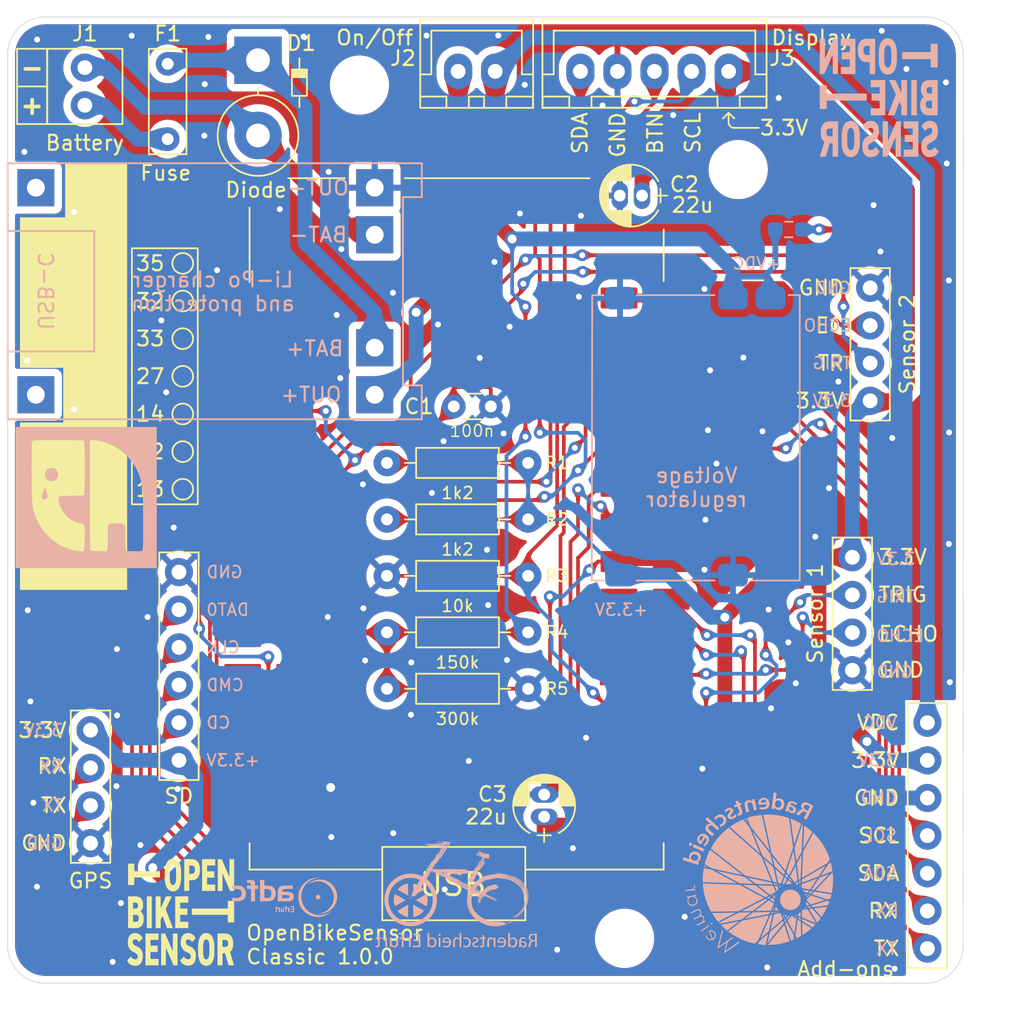
<source format=kicad_pcb>
(kicad_pcb (version 20221018) (generator pcbnew)
  (title_block (title "OpenBikeSensor") (date "2022-12-01") (rev "1.0.0") (company "OpenBikeSensor Community") (comment 4 "AISLER Project ID: NTRVRAZI"))
  (layers (0 "F.Cu" signal) (31 "B.Cu" signal) (34 "B.Paste" user) (35 "F.Paste" user) (36 "B.SilkS" user "B.Silkscreen") (37 "F.SilkS" user "F.Silkscreen") (38 "B.Mask" user) (39 "F.Mask" user) (44 "Edge.Cuts" user))
  (net 0 "")
  (net 1 "SD_CD")
  (net 2 "SD_CLK")
  (net 3 "SD_CMD")
  (net 4 "SD_DAT0")
  (net 5 "GND")
  (net 6 "ECHO1")
  (net 7 "TRIG1")
  (net 8 "TRIG2")
  (net 9 "ECHO2")
  (net 10 "+VDC")
  (net 11 "SDA")
  (net 12 "BUTTON")
  (net 13 "SCL")
  (net 14 "/V_MEA")
  (net 15 "TX")
  (net 16 "RX")
  (net 17 "+3.3V")
  (net 18 "/BAT-")
  (net 19 "/BAT+_FUSED")
  (net 20 "/BAT+")
  (net 21 "GPS_TX")
  (net 22 "GPS_RX")
  (net 23 "/PWR+")
  (net 27 "/IO35")
  (net 28 "/IO32")
  (net 29 "/IO33")
  (net 30 "/IO27")
  (net 31 "/IO14")
  (net 32 "/IO12")
  (net 33 "/IO13")
  (footprint "OpenBikeSensor:Resistor_Combined_THT3_SMD0603" (layer "F.Cu") (at 51.562 75.692)
    (fp_text reference "R1")
    (fp_text value "1k2")
  )
  (footprint "OpenBikeSensor:Resistor_Combined_THT3_SMD0603" (layer "F.Cu") (at 51.562 87.122)
    (fp_text reference "R4")
    (fp_text value "150k")
  )
  (footprint "OpenBikeSensor:Resistor_Combined_THT3_SMD0603" (layer "F.Cu") (at 51.562 90.932)
    (fp_text reference "R5")
    (fp_text value "300k")
  )
  (footprint "OpenBikeSensor:C_Disc_D3.0mm_W1.6mm_P2.50mm_0603" (layer "F.Cu") (at 51.308 71.882)
    (fp_text reference "C1")
    (fp_text value "100n")
  )
  (footprint "OpenBikeSensor:Connector_1x04" (layer "F.Cu") (at 26.8 101.346 180)
    (fp_text reference "M5" hide)
    (fp_text value "GPS" hide)
  )
  (footprint "OpenBikeSensor:Connector_1x02" (layer "F.Cu") (at 26.416 51.562 180)
    (fp_text reference "J1")
    (fp_text value "Battery" hide)
  )
  (footprint "OpenBikeSensor:Connector_1x02_Switch" (layer "F.Cu") (at 54.102 49.276 180)
    (fp_text reference "J2")
    (fp_text value "On/Off")
  )
  (footprint "OpenBikeSensor:Connector_1x06" (layer "F.Cu") (at 32.766 95.758 180)
    (fp_text reference "M4" hide)
    (fp_text value "SD" hide)
  )
  (footprint "OpenBikeSensor:CP_Radial_D4.0mm_P1.50mm" (layer "F.Cu") (at 64.008 57.658 180)
    (fp_text reference "C2")
    (fp_text value "22u")
  )
  (footprint "OpenBikeSensor:CP_Radial_D4.0mm_P1.50mm" (layer "F.Cu") (at 57.404 99.568 90)
    (fp_text reference "C3")
    (fp_text value "22u")
  )
  (footprint "OpenBikeSensor:ESP32_WROOM_30_SMD" (layer "F.Cu") (at 51.5 84.328)
    (fp_text reference "M1" hide)
    (fp_text value "ESP32 WROOM 30-Pin")
  )
  (footprint "OpenBikeSensor:Resistor_Combined_THT3_SMD0603" (layer "F.Cu") (at 51.562 79.502)
    (fp_text reference "R2")
    (fp_text value "1k2")
  )
  (footprint "OpenBikeSensor:Resistor_Combined_THT3_SMD0603" (layer "F.Cu") (at 51.562 83.312)
    (fp_text reference "R3")
    (fp_text value "10k")
  )
  (footprint "MountingHole:MountingHole_3.5mm" (layer "F.Cu") (at 70.5 55.9)
    (fp_text reference "H2" hide)
    (fp_text value "MountingHole" hide)
  )
  (footprint "OpenBikeSensor:Fuse" (layer "F.Cu") (at 32.004 48.768 -90)
    (fp_text reference "F1")
    (fp_text value "Polyfuse" hide)
  )
  (footprint "Diode_THT:D_DO-201AD_P5.08mm_Vertical_KathodeUp" (layer "F.Cu") (at 38.1 48.522 -90)
    (fp_text reference "D1")
    (fp_text value "SB560" hide)
  )
  (footprint "OpenBikeSensor:Connector_1x04" (layer "F.Cu") (at 79.4 71.5 180)
    (fp_text reference "S2" hide)
    (fp_text value "Sensor 2" hide)
  )
  (footprint "OpenBikeSensor:Connector_1x05_Display" (layer "F.Cu") (at 69.85 49.276 180)
    (fp_text reference "J3")
    (fp_text value "Display Cable" hide)
  )
  (footprint "MountingHole:MountingHole_3.5mm" (layer "F.Cu") (at 62.8269 107.7722)
    (fp_text reference "H3" hide)
    (fp_text value "MountingHole" hide)
  )
  (footprint "MountingHole:MountingHole_3.5mm" (layer "F.Cu") (at 44.9453 50.2031)
    (fp_text reference "H1" hide)
    (fp_text value "MountingHole" hide)
  )
  (footprint "OpenBikeSensor:Connector_1x04" (layer "F.Cu") (at 78.2 82.06)
    (fp_text reference "S1" hide)
    (fp_text value "Sensor 1" hide)
  )
  (footprint "OpenBikeSensor:Connector_1x07" (layer "F.Cu") (at 83.263157 93.219936)
    (fp_text reference "J4" hide)
    (fp_text value "Add-ons")
  )
  (footprint "TestPoint:TestPoint_Pad_D1.0mm" (layer "F.Cu") (at 33.02 74.93)
    (fp_text reference "IO12" hide)
    (fp_text value "IO12")
  )
  (footprint "TestPoint:TestPoint_Pad_D1.0mm" (layer "F.Cu") (at 33.02 64.77)
    (fp_text reference "IO32" hide)
    (fp_text value "IO32")
  )
  (footprint "TestPoint:TestPoint_Pad_D1.0mm" (layer "F.Cu") (at 33.02 67.31)
    (fp_text reference "IO33" hide)
    (fp_text value "IO33")
  )
  (footprint "TestPoint:TestPoint_Pad_D1.0mm" (layer "F.Cu") (at 33.02 72.39)
    (fp_text reference "IO14" hide)
    (fp_text value "IO14")
  )
  (footprint "TestPoint:TestPoint_Pad_D1.0mm" (layer "F.Cu") (at 33.02 69.85)
    (fp_text reference "IO27" hide)
    (fp_text value "IO27")
  )
  (footprint "TestPoint:TestPoint_Pad_D1.0mm" (layer "F.Cu") (at 33.02 62.23)
    (fp_text reference "IO35" hide)
    (fp_text value "IO35")
  )
  (footprint "TestPoint:TestPoint_Pad_D1.0mm" (layer "F.Cu") (at 33.02 77.47)
    (fp_text reference "IO13" hide)
    (fp_text value "IO13")
  )
  (footprint "OpenBikeSensor:MT3608_SEPIC_DCDC_SMD" (layer "B.Cu") (at 78.3985 71.374 90)
    (fp_text reference "M3" hide)
    (fp_text value "DCDC_fix" hide)
  )
  (footprint "OpenBikeSensor:BATTERY-CHARGER-LI-PROT" (layer "B.Cu") (at 35.179 64.11)
    (fp_text reference "M2" hide)
    (fp_text value "LIPoChargerwithProtection" hide)
  )
  (footprint "Resistor_SMD:R_0603_1608Metric_Pad0.98x0.95mm_HandSolder" (layer "B.Cu") (at 73.914 59.944)
    (fp_text reference "R6" hide)
    (fp_text value "DNP")
  )
  (footprint "LOGO" (layer "B.Cu") (at 80.01 51.054 180)
    (fp_text reference "G***" hide)
    (fp_text value "LOGO" hide)
  )
  (gr_poly (pts (xy 69.286948 99.40777) (xy 69.26636 99.409529) (xy 69.245593 99.412383) (xy 69.224666 99.416346) (xy 69.2036 99.421432) (xy 69.182415 99.427655) (xy 69.161133 99.43503) (xy 69.139773 99.443569) (xy 69.118357 99.453288) (xy 69.096903 99.464201) (xy 69.075434 99.476321) (xy 69.05397 99.489662) (xy 69.03253 99.504239) (xy 69.011136 99.520066) (xy 69.00061 99.528396) (xy 68.990289 99.53696) (xy 68.980178 99.545751) (xy 68.970278 99.554768) (xy 68.960596 99.564006) (xy 68.951133 99.57346) (xy 68.941894 99.583127) (xy 68.932883 99.593003) (xy 68.924103 99.603085) (xy 68.915559 99.613367) (xy 68.907254 99.623847) (xy 68.899191 99.63452) (xy 68.891375 99.645382) (xy 68.883809 99.65643) (xy 68.876498 99.667659) (xy 68.869444 99.679066) (xy 68.988594 99.773542) (xy 68.992002 99.766719) (xy 68.995762 99.759702) (xy 68.999899 99.752496) (xy 69.004437 99.745109) (xy 69.009402 99.737547) (xy 69.014818 99.729816) (xy 69.02071 99.721924) (xy 69.027103 99.713877) (xy 69.034022 99.705682) (xy 69.041492 99.697344) (xy 69.049537 99.688871) (xy 69.058182 99.68027) (xy 69.067452 99.671547) (xy 69.077373 99.662708) (xy 69.087968 99.65376) (xy 69.099263 99.644711) (xy 69.111057 99.635972) (xy 69.122922 99.627929) (xy 69.134844 99.620577) (xy 69.146812 99.613908) (xy 69.158812 99.607918) (xy 69.170832 99.602599) (xy 69.182859 99.597947) (xy 69.19488 99.593955) (xy 69.206883 99.590616) (xy 69.218853 99.587926) (xy 69.23078 99.585878) (xy 69.242649 99.584466) (xy 69.254449 99.583684) (xy 69.266165 99.583526) (xy 69.277787 99.583986) (xy 69.2893 99.585059) (xy 69.300692 99.586737) (xy 69.31195 99.589016) (xy 69.323061 99.591888) (xy 69.334013 99.595349) (xy 69.344793 99.599392) (xy 69.355387 99.604011) (xy 69.365784 99.6092) (xy 69.37597 99.614954) (xy 69.385933 99.621265) (xy 69.395659 99.628129) (xy 69.405137 99.635538) (xy 69.414352 99.643488) (xy 69.423293 99.651972) (xy 69.431947 99.660984) (xy 69.4403 99.670519) (xy 69.44834 99.680569) (xy 69.45685 99.69212) (xy 69.464593 99.703756) (xy 69.471582 99.715463) (xy 69.477827 99.727229) (xy 69.483338 99.739042) (xy 69.488127 99.750887) (xy 69.492205 99.762753) (xy 69.495583 99.774626) (xy 69.498271 99.786495) (xy 69.50028 99.798344) (xy 69.501622 99.810163) (xy 69.502307 99.821938) (xy 69.502346 99.833656) (xy 69.50175 99.845305) (xy 69.50053 99.856871) (xy 69.498697 99.868342) (xy 69.496262 99.879704) (xy 69.493236 99.890946) (xy 69.489629 99.902053) (xy 69.485452 99.913014) (xy 69.480717 99.923815) (xy 69.475434 99.934444) (xy 69.469615 99.944887) (xy 69.463269 99.955132) (xy 69.456409 99.965166) (xy 69.449045 99.974977) (xy 69.441187 99.98455) (xy 69.432847 99.993874) (xy 69.414765 100.011721) (xy 69.394884 100.028415) (xy 69.386048 100.035186) (xy 69.377054 100.041728) (xy 69.367906 100.048038) (xy 69.358609 100.054113) (xy 69.349169 100.059951) (xy 69.339591 100.06555) (xy 69.32988 100.070906) (xy 69.32004 100.076016) (xy 69.310077 100.080879) (xy 69.299995 100.085491) (xy 69.289801 100.089851) (xy 69.279498 100.093954) (xy 69.269092 100.097798) (xy 69.258588 100.101382) (xy 69.247991 100.104701) (xy 69.237305 100.107754) (xy 69.303859 100.24131) (xy 69.313333 100.23894) (xy 69.323608 100.235972) (xy 69.334631 100.232399) (xy 69.346349 100.228215) (xy 69.35871 100.223414) (xy 69.371661 100.217988) (xy 69.38515 100.211931) (xy 69.399125 100.205237) (xy 69.413532 100.197898) (xy 69.428319 100.189909) (xy 69.443434 100.181262) (xy 69.458824 100.171952) (xy 69.474436 100.16197) (xy 69.490219 100.151312) (xy 69.506119 100.13997) (xy 69.522085 100.127937) (xy 69.540577 100.113035) (xy 69.558073 100.097751) (xy 69.574573 100.082106) (xy 69.590076 100.066121) (xy 69.604581 100.049816) (xy 69.618088 100.033211) (xy 69.630596 100.016328) (xy 69.642104 99.999186) (xy 69.652612 99.981807) (xy 69.662118 99.96421) (xy 69.670623 99.946416) (xy 69.678126 99.928447) (xy 69.684626 99.910321) (xy 69.690122 99.892061) (xy 69.694613 99.873686) (xy 69.6981 99.855216) (xy 69.70058 99.836673) (xy 69.702055 99.818077) (xy 69.702522 99.799449) (xy 69.701982 99.780808) (xy 69.700433 99.762176) (xy 69.697876 99.743573) (xy 69.694308 99.72502) (xy 69.68973 99.706536) (xy 69.684141 99.688143) (xy 69.677541 99.669861) (xy 69.669928 99.651711) (xy 69.661302 99.633713) (xy 69.651662 99.615888) (xy 69.641008 99.598256) (xy 69.629338 99.580838) (xy 69.616653 99.563653) (xy 69.60338 99.547284) (xy 69.589537 99.531742) (xy 69.575146 99.517042) (xy 69.560226 99.503197) (xy 69.544797 99.490222) (xy 69.528882 99.478131) (xy 69.512499 99.466937) (xy 69.49567 99.456656) (xy 69.478415 99.4473) (xy 69.460755 99.438885) (xy 69.442709 99.431423) (xy 69.4243 99.42493) (xy 69.405546 99.419419) (xy 69.386469 99.414905) (xy 69.367088 99.411401) (xy 69.347426 99.408921) (xy 69.327501 99.40748) (xy 69.307335 99.407092)) (fill solid) (layer "B.SilkS"))
  (gr_poly (pts (xy 73.220133 104.119147) (xy 73.220042 104.11926) (xy 73.21996 104.119407) (xy 73.219887 104.119587) (xy 73.219822 104.119799) (xy 73.21972 104.120316) (xy 73.219651 104.120948) (xy 73.219617 104.121689) (xy 73.219616 104.122531) (xy 73.219647 104.123465) (xy 73.21971 104.124483) (xy 73.219804 104.125577) (xy 73.219929 104.126741) (xy 73.220085 104.127964) (xy 73.220269 104.12924) (xy 73.220483 104.130561) (xy 73.220725 104.131918) (xy 73.220995 104.133303) (xy 73.221292 104.134709) (xy 73.221797 104.136867) (xy 73.222329 104.138802) (xy 73.222612 104.13969) (xy 73.222911 104.140529) (xy 73.223228 104.141319) (xy 73.223566 104.142064) (xy 73.223929 104.142765) (xy 73.224319 104.143423) (xy 73.224738 104.144042) (xy 73.225191 104.144623) (xy 73.22568 104.145168) (xy 73.226208 104.145679) (xy 73.226777 104.146158) (xy 73.227391 104.146607) (xy 73.228053 104.147029) (xy 73.228765 104.147424) (xy 73.229531 104.147795) (xy 73.230353 104.148145) (xy 73.231234 104.148474) (xy 73.232178 104.148785) (xy 73.233186 104.149081) (xy 73.234263 104.149362) (xy 73.236633 104.149891) (xy 73.239311 104.150388) (xy 73.242319 104.150869) (xy 73.245681 104.15135) (xy 73.259321 104.152675) (xy 73.276703 104.153584) (xy 73.296113 104.154087) (xy 73.315838 104.154191) (xy 73.334163 104.153904) (xy 73.349375 104.153235) (xy 73.359758 104.152191) (xy 73.362603 104.151532) (xy 73.363345 104.151168) (xy 73.363597 104.150784) (xy 73.363195 104.150355) (xy 73.36202 104.149776) (xy 73.357559 104.14822) (xy 73.341613 104.143822) (xy 73.319015 104.138309) (xy 73.293019 104.1324) (xy 73.266879 104.126812) (xy 73.243849 104.122262) (xy 73.227182 104.119468) (xy 73.222252 104.118953)) (fill solid) (layer "B.SilkS"))
  (gr_poly (pts (xy 52.39062 104.014261) (xy 52.389726 104.014972) (xy 52.388828 104.015703) (xy 52.387923 104.016456) (xy 52.38701 104.017232) (xy 52.386087 104.018031) (xy 52.385154 104.018856) (xy 52.384208 104.019708) (xy 52.38787 104.021549) (xy 52.39151 104.013569)) (fill solid) (layer "B.SilkS"))
  (gr_poly (pts (xy 70.301176 98.518181) (xy 70.384474 98.723024) (xy 70.205319 98.796136) (xy 70.261674 98.934845) (xy 70.441044 98.86184) (xy 70.559442 99.153215) (xy 70.565581 99.168963) (xy 70.57087 99.184078) (xy 70.575243 99.198562) (xy 70.578633 99.212412) (xy 70.580972 99.225629) (xy 70.582194 99.238212) (xy 70.582365 99.244265) (xy 70.582232 99.25016) (xy 70.581786 99.255896) (xy 70.581018 99.261474) (xy 70.579921 99.266892) (xy 70.578486 99.272152) (xy 70.576705 99.277253) (xy 70.574569 99.282194) (xy 70.57207 99.286977) (xy 70.569199 99.291601) (xy 70.565949 99.296065) (xy 70.56231 99.30037) (xy 70.558275 99.304516) (xy 70.553835 99.308502) (xy 70.548982 99.312329) (xy 70.543707 99.315997) (xy 70.538002 99.319504) (xy 70.531858 99.322853) (xy 70.525268 99.326041) (xy 70.518223 99.32907) (xy 70.508664 99.333046) (xy 70.49899 99.336679) (xy 70.489208 99.33997) (xy 70.479325 99.342919) (xy 70.469345 99.345526) (xy 70.459277 99.347791) (xy 70.449125 99.349713) (xy 70.438897 99.351294) (xy 70.491924 99.49301) (xy 70.501392 99.492243) (xy 70.510834 99.491275) (xy 70.520247 99.490104) (xy 70.529628 99.488733) (xy 70.538974 99.487163) (xy 70.548281 99.485394) (xy 70.557547 99.483429) (xy 70.566768 99.481267) (xy 70.575942 99.47891) (xy 70.585064 99.476359) (xy 70.603144 99.47068) (xy 70.620982 99.464239) (xy 70.638553 99.457044) (xy 70.651447 99.451457) (xy 70.663796 99.445423) (xy 70.675592 99.438966) (xy 70.686827 99.432113) (xy 70.697493 99.424889) (xy 70.707579 99.417319) (xy 70.717079 99.409428) (xy 70.725984 99.401244) (xy 70.734285 99.392789) (xy 70.741973 99.384092) (xy 70.749041 99.375175) (xy 70.75548 99.366066) (xy 70.76128 99.35679) (xy 70.766435 99.347372) (xy 70.770935 99.337838) (xy 70.774771 99.328212) (xy 70.77857 99.317112) (xy 70.781601 99.305599) (xy 70.783876 99.293682) (xy 70.78541 99.281371) (xy 70.786213 99.268676) (xy 70.786298 99.255606) (xy 70.785678 99.242171) (xy 70.784365 99.228381) (xy 70.782371 99.214244) (xy 70.779709 99.199771) (xy 70.776392 99.184972) (xy 70.772431 99.169854) (xy 70.76784 99.15443) (xy 70.76263 99.138707) (xy 70.756814 99.122696) (xy 70.750404 99.106406) (xy 70.621594 98.788942) (xy 70.726789 98.746106) (xy 70.67022 98.607289) (xy 70.565024 98.650233) (xy 70.499008 98.488119)) (fill solid) (layer "B.SilkS"))
  (gr_poly (pts (xy 71.764679 108.102778) (xy 71.764412 108.10287) (xy 71.764084 108.103016) (xy 71.763697 108.103216) (xy 71.76275 108.103774) (xy 71.761584 108.104532) (xy 71.760212 108.105483) (xy 71.758645 108.106616) (xy 71.756898 108.107923) (xy 71.754981 108.109394) (xy 71.752907 108.111021) (xy 71.75069 108.112793) (xy 71.748341 108.114702) (xy 71.745873 108.116739) (xy 71.743299 108.118894) (xy 71.740631 108.121158) (xy 71.735738 108.125404) (xy 71.731448 108.129275) (xy 71.727755 108.132784) (xy 71.724658 108.135946) (xy 71.722151 108.138774) (xy 71.721118 108.140068) (xy 71.720232 108.141283) (xy 71.719491 108.142422) (xy 71.718896 108.143487) (xy 71.718446 108.144478) (xy 71.71814 108.145399) (xy 71.717978 108.14625) (xy 71.71796 108.147034) (xy 71.718085 108.147752) (xy 71.718353 108.148405) (xy 71.718763 108.148997) (xy 71.719314 108.149527) (xy 71.720007 108.149999) (xy 71.720841 108.150414) (xy 71.721815 108.150773) (xy 71.722929 108.151079) (xy 71.724182 108.151333) (xy 71.725575 108.151537) (xy 71.728774 108.151802) (xy 71.732524 108.151887) (xy 71.734541 108.151847) (xy 71.736383 108.151717) (xy 71.737245 108.151612) (xy 71.738071 108.151477) (xy 71.738862 108.15131) (xy 71.739622 108.151108) (xy 71.740352 108.150869) (xy 71.741055 108.150592) (xy 71.741733 108.150272) (xy 71.742389 108.149909) (xy 71.743025 108.149499) (xy 71.743643 108.14904) (xy 71.744246 108.148531) (xy 71.744835 108.147968) (xy 71.745413 108.147349) (xy 71.745984 108.146673) (xy 71.746548 108.145936) (xy 71.747108 108.145136) (xy 71.747666 108.14427) (xy 71.748226 108.143338) (xy 71.748789 108.142335) (xy 71.749357 108.14126) (xy 71.750519 108.138884) (xy 71.751731 108.136191) (xy 71.753012 108.133162) (xy 71.75438 108.129778) (xy 71.761137 108.112846) (xy 71.765043 108.103184) (xy 71.765104 108.102984) (xy 71.765097 108.102844) (xy 71.765069 108.102797) (xy 71.765023 108.102764) (xy 71.764883 108.102743)) (fill solid) (layer "B.SilkS"))
  (gr_poly (pts (xy 52.988643 102.129609) (xy 52.995628 102.133758) (xy 53.00166 102.133229) (xy 52.992855 102.128424)) (fill solid) (layer "B.SilkS"))
  (gr_poly (pts (xy 52.487122 103.268609) (xy 52.518341 103.272355) (xy 52.518404 103.271839) (xy 52.518479 103.271324) (xy 52.51864 103.270297) (xy 52.518713 103.269786) (xy 52.518773 103.269277) (xy 52.518796 103.269024) (xy 52.518813 103.268772) (xy 52.518824 103.26852) (xy 52.518828 103.26827)) (fill solid) (layer "B.SilkS"))
  (gr_poly (pts (xy 48.573152 106.329594) (xy 48.62651 106.320068) (xy 48.679147 106.308078) (xy 48.730988 106.293667) (xy 48.781956 106.276882) (xy 48.831975 106.257767) (xy 48.880967 106.236366) (xy 48.928856 106.212724) (xy 48.975565 106.186887) (xy 49.021018 106.158899) (xy 49.065138 106.128804) (xy 49.107848 106.096648) (xy 49.149072 106.062474) (xy 49.188733 106.026329) (xy 49.226755 105.988257) (xy 49.26306 105.948302) (xy 49.297572 105.906509) (xy 48.573152 105.48826)) (fill solid) (layer "B.SilkS"))
  (gr_poly (pts (xy 73.508858 106.592197) (xy 73.377559 106.706107) (xy 73.079391 106.963762) (xy 72.651293 107.334371) (xy 72.650375 107.335361) (xy 72.649431 107.336625) (xy 72.648452 107.338207) (xy 72.647425 107.34015) (xy 72.64634 107.342498) (xy 72.645186 107.345296) (xy 72.642627 107.352415) (xy 72.63966 107.361857) (xy 72.636198 107.373972) (xy 72.632153 107.389111) (xy 72.627437 107.407625) (xy 72.621963 107.429864) (xy 72.615643 107.45618) (xy 72.600113 107.522441) (xy 72.580148 107.609214) (xy 72.555045 107.719304) (xy 72.495202 107.983988) (xy 72.470893 108.094685) (xy 72.496812 108.063767) (xy 72.566642 107.97883) (xy 72.795442 107.698842) (xy 73.346323 107.023246) (xy 73.573652 106.744532) (xy 73.547489 106.662592) (xy 73.521327 106.580652)) (fill solid) (layer "B.SilkS"))
  (gr_poly (pts (xy 73.034637 105.613879) (xy 73.031267 105.626108) (xy 73.023874 105.656929) (xy 73.002534 105.749918) (xy 72.981644 105.844) (xy 72.974813 105.876185) (xy 72.97223 105.890326) (xy 72.972242 105.890691) (xy 72.972277 105.891045) (xy 72.972336 105.891388) (xy 72.972419 105.891719) (xy 72.972524 105.89204) (xy 72.972651 105.892348) (xy 72.9728 105.892645) (xy 72.972971 105.892931) (xy 72.973164 105.893204) (xy 72.973377 105.893464) (xy 72.973611 105.893713) (xy 72.973866 105.893948) (xy 72.974141 105.894171) (xy 72.974435 105.894381) (xy 72.974748 105.894578) (xy 72.975081 105.894761) (xy 72.975432 105.894931) (xy 72.975802 105.895088) (xy 72.97619 105.89523) (xy 72.976595 105.895359) (xy 72.977017 105.895473) (xy 72.977457 105.895573) (xy 72.977913 105.895658) (xy 72.978386 105.895729) (xy 72.978874 105.895785) (xy 72.979379 105.895825) (xy 72.979898 105.895851) (xy 72.980432 105.895861) (xy 72.980981 105.895855) (xy 72.981545 105.895834) (xy 72.982122 105.895797) (xy 72.982713 105.895743) (xy 72.987125 105.8955) (xy 72.995701 105.89522) (xy 73.023317 105.89459) (xy 73.061508 105.893934) (xy 73.106221 105.893331) (xy 73.219246 105.891996) (xy 73.186192 105.851311) (xy 73.16943 105.830114) (xy 73.153061 105.808277) (xy 73.137123 105.785859) (xy 73.121655 105.762918) (xy 73.106694 105.739514) (xy 73.092281 105.715704) (xy 73.078452 105.691547) (xy 73.065246 105.667102) (xy 73.053911 105.645887) (xy 73.044361 105.628781) (xy 73.040569 105.622314) (xy 73.037601 105.617529) (xy 73.035582 105.614645) (xy 73.034967 105.613983) (xy 73.034765 105.61386)) (fill solid) (layer "B.SilkS"))
  (gr_poly (pts (xy 53.393459 102.246315) (xy 53.385627 102.260209) (xy 53.37051 102.288585) (xy 53.341063 102.34612) (xy 53.325929 102.374384) (xy 53.318085 102.388194) (xy 53.309988 102.401715) (xy 53.301589 102.41489) (xy 53.292837 102.427665) (xy 53.283683 102.439982) (xy 53.274076 102.451787) (xy 53.265 102.461073) (xy 53.256079 102.47045) (xy 53.247293 102.479915) (xy 53.238621 102.489463) (xy 53.228993 102.50257) (xy 53.219236 102.515546) (xy 53.209371 102.528403) (xy 53.199421 102.541153) (xy 53.19942 102.541153) (xy 53.195151 102.553398) (xy 53.190586 102.565455) (xy 53.185755 102.577346) (xy 53.180688 102.589097) (xy 53.169969 102.612265) (xy 53.158669 102.635146) (xy 53.135293 102.680786) (xy 53.123699 102.703917) (xy 53.112489 102.727504) (xy 53.119677 102.720806) (xy 53.126638 102.714003) (xy 53.133412 102.707113) (xy 53.140036 102.700155) (xy 53.165813 102.671984) (xy 53.178812 102.657946) (xy 53.185474 102.651002) (xy 53.192297 102.64413) (xy 53.199318 102.63735) (xy 53.206577 102.630679) (xy 53.214113 102.624134) (xy 53.221963 102.617733) (xy 53.22556 102.614337) (xy 53.229046 102.610805) (xy 53.235713 102.603373) (xy 53.242024 102.595528) (xy 53.248036 102.587358) (xy 53.25381 102.578955) (xy 53.259403 102.570406) (xy 53.270287 102.553231) (xy 53.281158 102.536549) (xy 53.286737 102.528616) (xy 53.29249 102.521076) (xy 53.298475 102.514016) (xy 53.304753 102.507527) (xy 53.30802 102.504524) (xy 53.311381 102.501697) (xy 53.314845 102.499058) (xy 53.318419 102.496618) (xy 53.320515 102.495242) (xy 53.326716 102.479375) (xy 53.33345 102.463752) (xy 53.340632 102.448333) (xy 53.348175 102.433079) (xy 53.363998 102.402907) (xy 53.380232 102.37292) (xy 53.396185 102.342802) (xy 53.403842 102.327595) (xy 53.411169 102.312237) (xy 53.418082 102.296688) (xy 53.424495 102.280909) (xy 53.43032 102.26486) (xy 53.435471 102.248502) (xy 53.433504 102.247023) (xy 53.431514 102.245617) (xy 53.429502 102.244282) (xy 53.42747 102.243016) (xy 53.425416 102.241819) (xy 53.423342 102.240688) (xy 53.421247 102.239622) (xy 53.419133 102.23862) (xy 53.416999 102.237679) (xy 53.414846 102.236799) (xy 53.412674 102.235977) (xy 53.410483 102.235212) (xy 53.408274 102.234502) (xy 53.406047 102.233847) (xy 53.403802 102.233243) (xy 53.401541 102.232691)) (fill solid) (layer "B.SilkS"))
  (gr_poly (pts (xy 74.372053 102.879998) (xy 74.371753 102.880156) (xy 74.371405 102.880421) (xy 74.371003 102.8808) (xy 74.370542 102.881302) (xy 74.370018 102.881937) (xy 74.369426 102.882714) (xy 74.36876 102.88364) (xy 74.368017 102.884726) (xy 74.366276 102.887409) (xy 74.364165 102.890833) (xy 74.361645 102.895068) (xy 74.358676 102.900185) (xy 74.35522 102.906255) (xy 74.351238 102.913347) (xy 74.346691 102.921532) (xy 74.34154 102.930881) (xy 74.335746 102.941463) (xy 74.322073 102.966611) (xy 74.305361 102.997539) (xy 74.285298 103.034809) (xy 74.261574 103.078985) (xy 74.233877 103.13063) (xy 74.165316 103.258579) (xy 73.987445 103.590577) (xy 74.142099 103.786234) (xy 74.202557 103.862175) (xy 74.252842 103.924311) (xy 74.287712 103.966234) (xy 74.297727 103.977612) (xy 74.301922 103.981534) (xy 74.302956 103.981199) (xy 74.304957 103.980285) (xy 74.311649 103.976842) (xy 74.321575 103.971442) (xy 74.334313 103.964325) (xy 74.349441 103.955729) (xy 74.366535 103.945892) (xy 74.404933 103.923447) (xy 74.404934 103.923447) (xy 74.474957 103.882287) (xy 74.505913 103.864398) (xy 74.443705 103.389717) (xy 74.373434 102.882319) (xy 74.373276 102.881499) (xy 74.373098 102.880786) (xy 74.372989 102.880492) (xy 74.372861 102.880252) (xy 74.372708 102.880073) (xy 74.372525 102.879966) (xy 74.372309 102.879938)) (fill solid) (layer "B.SilkS"))
  (gr_poly (pts (xy 21.744203 82.793136) (xy 31.269203 82.793136) (xy 31.269203 79.634885) (xy 30.348192 79.634885) (xy 30.346708 80.624068) (xy 30.339965 81.200921) (xy 30.33371 81.370813) (xy 30.325045 81.480928) (xy 30.313606 81.545703) (xy 30.299027 81.579573) (xy 30.294632 81.585748) (xy 30.290303 81.591552) (xy 30.285949 81.596997) (xy 30.281481 81.602095) (xy 30.276809 81.606856) (xy 30.271843 81.611292) (xy 30.266493 81.615415) (xy 30.26067 81.619237) (xy 30.254283 81.622767) (xy 30.247242 81.626019) (xy 30.239459 81.629003) (xy 30.230843 81.631731) (xy 30.221303 81.634215) (xy 30.210751 81.636465) (xy 30.199096 81.638493) (xy 30.186249 81.640311) (xy 30.17212 81.64193) (xy 30.156618 81.643362) (xy 30.139655 81.644618) (xy 30.121139 81.645709) (xy 30.100982 81.646647) (xy 30.079093 81.647443) (xy 30.055383 81.64811) (xy 30.029762 81.648657) (xy 29.972426 81.649442) (xy 29.906366 81.649889) (xy 29.830865 81.65009) (xy 29.745203 81.650137) (xy 29.584039 81.649889) (xy 29.460643 81.648657) (xy 29.369266 81.645709) (xy 29.333787 81.643362) (xy 29.304156 81.640311) (xy 29.279654 81.636465) (xy 29.259562 81.631732) (xy 29.243163 81.626019) (xy 29.229735 81.619237) (xy 29.218562 81.611293) (xy 29.208924 81.602095) (xy 29.191378 81.579573) (xy 29.191378 81.579572) (xy 29.187574 81.57375) (xy 29.183964 81.56737) (xy 29.180542 81.560347) (xy 29.177304 81.552596) (xy 29.174245 81.544029) (xy 29.171361 81.534563) (xy 29.168646 81.524111) (xy 29.166096 81.512588) (xy 29.161471 81.485987) (xy 29.157448 81.454076) (xy 29.15399 81.416171) (xy 29.151057 81.371586) (xy 29.148612 81.319639) (xy 29.146617 81.259644) (xy 29.145033 81.190918) (xy 29.143823 81.112777) (xy 29.14237 80.925511) (xy 29.141953 80.692372) (xy 29.143064 80.365703) (xy 29.14278 80.23626) (xy 29.140453 80.127125) (xy 29.134967 80.036581) (xy 29.125208 79.962912) (xy 29.118378 79.93187) (xy 29.110062 79.904403) (xy 29.100121 79.880298) (xy 29.088416 79.859338) (xy 29.074806 79.841311) (xy 29.059154 79.826001) (xy 29.041319 79.813194) (xy 29.021163 79.802675) (xy 28.998546 79.794231) (xy 28.973329 79.787646) (xy 28.914537 79.779197) (xy 28.843674 79.775612) (xy 28.759625 79.775176) (xy 28.547514 79.776886) (xy 28.341671 79.775425) (xy 28.25998 79.776177) (xy 28.191017 79.780208) (xy 28.160974 79.78399) (xy 28.133713 79.789237) (xy 28.1091 79.796164) (xy 28.087 79.804984) (xy 28.067281 79.815913) (xy 28.049809 79.829166) (xy 28.03445 79.844958) (xy 28.021071 79.863503) (xy 28.009538 79.885016) (xy 27.999717 79.909712) (xy 27.991474 79.937807) (xy 27.984677 79.969514) (xy 27.979192 80.005048) (xy 27.974885 80.044625) (xy 27.969269 80.136766) (xy 27.966762 80.247655) (xy 27.966294 80.37901) (xy 27.967203 80.709994) (xy 27.965506 81.142038) (xy 27.962719 81.287223) (xy 27.958048 81.394497) (xy 27.951049 81.470844) (xy 27.946537 81.499603) (xy 27.941277 81.52325) (xy 27.935213 81.542658) (xy 27.928289 81.5587) (xy 27.92045 81.572249) (xy 27.911641 81.584179) (xy 27.906724 81.590108) (xy 27.901889 81.59568) (xy 27.897046 81.600903) (xy 27.892105 81.605787) (xy 27.886976 81.610342) (xy 27.881569 81.614576) (xy 27.875795 81.6185) (xy 27.869564 81.622123) (xy 27.862785 81.625454) (xy 27.855368 81.628503) (xy 27.847224 81.631279) (xy 27.838264 81.633791) (xy 27.828396 81.63605) (xy 27.817531 81.638064) (xy 27.805579 81.639842) (xy 27.79245 81.641396) (xy 27.778055 81.642733) (xy 27.762303 81.643863) (xy 27.745104 81.644795) (xy 27.726369 81.64554) (xy 27.706007 81.646107) (xy 27.68393 81.646504) (xy 27.660046 81.646742) (xy 27.634266 81.64683) (xy 27.576658 81.646593) (xy 27.510386 81.645868) (xy 27.434732 81.644732) (xy 27.348976 81.643259) (xy 27.18208 81.640132) (xy 27.055999 81.636789) (xy 26.964397 81.632206) (xy 26.929545 81.62913) (xy 26.900935 81.625361) (xy 26.877777 81.62077) (xy 26.859278 81.61523) (xy 26.844645 81.608613) (xy 26.833087 81.60079) (xy 26.823811 81.591634) (xy 26.816026 81.581017) (xy 26.801757 81.554887) (xy 26.796096 81.534478) (xy 26.790953 81.495404) (xy 26.786306 81.435717) (xy 26.782133 81.353468) (xy 26.775122 81.113493) (xy 26.769749 80.75989) (xy 26.765841 80.277073) (xy 26.763224 79.649456) (xy 26.761171 77.89747) (xy 26.760928 76.036237) (xy 26.410985 76.036237) (xy 26.408825 76.852994) (xy 26.402112 77.386947) (xy 26.396687 77.563649) (xy 26.38969 77.688582) (xy 26.380977 77.768058) (xy 26.370404 77.808386) (xy 26.33029 77.887761) (xy 25.534299 77.903636) (xy 25.150253 77.913361) (xy 25.0086 77.918991) (xy 24.896587 77.925408) (xy 24.811263 77.932819) (xy 24.749673 77.941431) (xy 24.708863 77.951451) (xy 24.695328 77.957054) (xy 24.68588 77.963086) (xy 24.674534 77.974429) (xy 24.664743 77.988216) (xy 24.656481 78.004337) (xy 24.649717 78.022683) (xy 24.644425 78.043147) (xy 24.640576 78.065618) (xy 24.638141 78.089989) (xy 24.637093 78.11615) (xy 24.639044 78.173408) (xy 24.646201 78.236521) (xy 24.65834 78.304619) (xy 24.675233 78.376831) (xy 24.696656 78.452287) (xy 24.722383 78.530115) (xy 24.752187 78.609446) (xy 24.785842 78.689409) (xy 24.823123 78.769132) (xy 24.863804 78.847746) (xy 24.907659 78.924379) (xy 24.954461 78.998162) (xy 25.00583 79.071013) (xy 25.060538 79.141064) (xy 25.118379 79.208177) (xy 25.179149 79.272213) (xy 25.242643 79.333031) (xy 25.308656 79.390494) (xy 25.376982 79.444461) (xy 25.447417 79.494794) (xy 25.519756 79.541353) (xy 25.593793 79.584) (xy 25.669324 79.622594) (xy 25.746143 79.656998) (xy 25.824045 79.687072) (xy 25.902826 79.712677) (xy 25.982281 79.733673) (xy 26.062203 79.749922) (xy 26.0893 79.754818) (xy 26.114798 79.759885) (xy 26.138763 79.76515) (xy 26.161263 79.77064) (xy 26.182367 79.776383) (xy 26.20214 79.782407) (xy 26.22065 79.788738) (xy 26.237965 79.795405) (xy 26.254151 79.802435) (xy 26.269277 79.809855) (xy 26.283409 79.817693) (xy 26.296615 79.825977) (xy 26.308962 79.834734) (xy 26.320517 79.843991) (xy 26.331348 79.853777) (xy 26.341522 79.864118) (xy 26.354312 79.878126) (xy 26.360099 79.884871) (xy 26.365496 79.891656) (xy 26.370515 79.898639) (xy 26.375167 79.905981) (xy 26.379464 79.91384) (xy 26.383417 79.922375) (xy 26.387038 79.931746) (xy 26.390338 79.942112) (xy 26.393329 79.953631) (xy 26.396022 79.966463) (xy 26.398428 79.980768) (xy 26.40056 79.996704) (xy 26.402428 80.014431) (xy 26.404044 80.034107) (xy 26.40542 80.055892) (xy 26.406567 80.079945) (xy 26.407497 80.106426) (xy 26.408221 80.135493) (xy 26.40875 80.167305) (xy 26.409096 80.202022) (xy 26.409271 80.239803) (xy 26.409286 80.280807) (xy 26.408881 80.373122) (xy 26.407974 80.480238) (xy 26.405022 80.743971) (xy 26.398401 81.133882) (xy 26.39394 81.276533) (xy 26.388442 81.38868) (xy 26.381702 81.473596) (xy 26.373518 81.534555) (xy 26.363686 81.574831) (xy 26.358089 81.588236) (xy 26.352003 81.597698) (xy 26.346302 81.603836) (xy 26.339726 81.609584) (xy 26.332276 81.61494) (xy 26.323954 81.619906) (xy 26.314761 81.624482) (xy 26.304699 81.628667) (xy 26.29377 81.632461) (xy 26.281975 81.635864) (xy 26.269316 81.638877) (xy 26.255794 81.641499) (xy 26.226167 81.645571) (xy 26.193107 81.64808) (xy 26.156627 81.649026) (xy 26.116739 81.64841) (xy 26.073456 81.64623) (xy 26.026789 81.642487) (xy 25.97675 81.637181) (xy 25.923354 81.630311) (xy 25.86661 81.621879) (xy 25.806533 81.611883) (xy 25.743135 81.600324) (xy 25.743134 81.600325) (xy 25.620401 81.574569) (xy 25.499069 81.544178) (xy 25.260977 81.469849) (xy 25.029597 81.378051) (xy 24.805666 81.269498) (xy 24.589924 81.144903) (xy 24.383108 81.004979) (xy 24.185958 80.850441) (xy 23.999212 80.682001) (xy 23.823608 80.500372) (xy 23.659884 80.30627) (xy 23.50878 80.100405) (xy 23.371034 79.883494) (xy 23.247383 79.656247) (xy 23.138567 79.41938) (xy 23.045325 79.173605) (xy 22.968393 78.919636) (xy 22.9458 78.831331) (xy 22.92567 78.744251) (xy 22.907863 78.655712) (xy 22.892241 78.563026) (xy 22.878664 78.463506) (xy 22.866991 78.354467) (xy 22.857082 78.233221) (xy 22.848799 78.097083) (xy 22.842 77.943365) (xy 22.836547 77.769381) (xy 22.829118 77.34987) (xy 22.825393 76.817056) (xy 22.824254 76.149449) (xy 22.825133 75.087572) (xy 22.832249 74.52456) (xy 22.839866 74.377434) (xy 22.851105 74.29179) (xy 22.866655 74.24655) (xy 22.887203 74.220636) (xy 22.893001 74.215009) (xy 22.898982 74.209724) (xy 22.90544 74.204771) (xy 22.912664 74.20014) (xy 22.920948 74.195819) (xy 22.925577 74.193771) (xy 22.930581 74.191798) (xy 22.941855 74.188066) (xy 22.955063 74.184613) (xy 22.970495 74.181428) (xy 22.988442 74.178501) (xy 23.009197 74.17582) (xy 23.033051 74.173375) (xy 23.060294 74.171155) (xy 23.091219 74.16915) (xy 23.126117 74.16735) (xy 23.165279 74.165742) (xy 23.208997 74.164317) (xy 23.257563 74.163065) (xy 23.311267 74.161974) (xy 23.370401 74.161033) (xy 23.506125 74.159562) (xy 23.667067 74.158565) (xy 23.855558 74.157958) (xy 24.07393 74.157656) (xy 24.60964 74.157623) (xy 25.256531 74.159652) (xy 25.791527 74.164818) (xy 26.159047 74.17234) (xy 26.262636 74.176739) (xy 26.303512 74.181435) (xy 26.31283 74.187973) (xy 26.321596 74.194959) (xy 26.329829 74.20268) (xy 26.337544 74.211424) (xy 26.344759 74.221476) (xy 26.351489 74.233125) (xy 26.357751 74.246657) (xy 26.363563 74.262359) (xy 26.36894 74.280518) (xy 26.3739 74.301421) (xy 26.378458 74.325355) (xy 26.382632 74.352606) (xy 26.386439 74.383462) (xy 26.389894 74.41821) (xy 26.393014 74.457136) (xy 26.395817 74.500528) (xy 26.398318 74.548672) (xy 26.400535 74.601856) (xy 26.402483 74.660365) (xy 26.40418 74.724488) (xy 26.405642 74.794511) (xy 26.406887 74.870721) (xy 26.408787 75.042851) (xy 26.410013 75.243171) (xy 26.4107 75.473979) (xy 26.410985 76.036237) (xy 26.760928 76.036237) (xy 26.760703 74.319429) (xy 26.76024 74.303712) (xy 26.760299 74.28698) (xy 26.760588 74.277245) (xy 26.761121 74.266922) (xy 26.761951 74.256253) (xy 26.763131 74.245481) (xy 26.764714 74.234849) (xy 26.766754 74.224601) (xy 26.769304 74.214977) (xy 26.770787 74.210476) (xy 26.772417 74.206222) (xy 26.774201 74.202247) (xy 26.776147 74.198579) (xy 26.778259 74.19525) (xy 26.780546 74.192289) (xy 26.783146 74.189562) (xy 26.786173 74.18691) (xy 26.789593 74.184335) (xy 26.793373 74.181837) (xy 26.801879 74.177078) (xy 26.811424 74.172636) (xy 26.821741 74.168518) (xy 26.832562 74.164729) (xy 26.84362 74.161275) (xy 26.854648 74.158161) (xy 26.875547 74.152975) (xy 26.893121 74.149217) (xy 26.909744 74.146157) (xy 27.179951 74.183957) (xy 27.237885 74.192502) (xy 27.298998 74.202315) (xy 27.423389 74.224355) (xy 27.482982 74.23589) (xy 27.538383 74.247308) (xy 27.587749 74.25826) (xy 27.629237 74.268401) (xy 27.762708 74.306086) (xy 27.89396 74.348971) (xy 28.022894 74.396941) (xy 28.149414 74.449878) (xy 28.273421 74.507667) (xy 28.394818 74.57019) (xy 28.513508 74.637331) (xy 28.629393 74.708973) (xy 28.742375 74.785001) (xy 28.852357 74.865297) (xy 28.959241 74.949744) (xy 29.062929 75.038227) (xy 29.163324 75.130628) (xy 29.260328 75.226832) (xy 29.353843 75.326721) (xy 29.443773 75.430179) (xy 29.530018 75.537089) (xy 29.612483 75.647335) (xy 29.691069 75.760801) (xy 29.765678 75.877369) (xy 29.836213 75.996923) (xy 29.902576 76.119347) (xy 29.96467 76.244524) (xy 30.022396 76.372337) (xy 30.075658 76.50267) (xy 30.124358 76.635407) (xy 30.168398 76.77043) (xy 30.207681 76.907624) (xy 30.242109 77.046871) (xy 30.271583 77.188055) (xy 30.296008 77.33106) (xy 30.315284 77.475768) (xy 30.322073 77.571388) (xy 30.328312 77.730854) (xy 30.33871 78.213215) (xy 30.345623 78.866632) (xy 30.348192 79.634885) (xy 31.269203 79.634885) (xy 31.269203 73.268136) (xy 21.744203 73.268136)) (fill solid) (layer "B.SilkS"))
  (gr_poly (pts (xy 53.480965 104.714603) (xy 53.472088 104.719074) (xy 53.467702 104.721389) (xy 53.463366 104.723772) (xy 53.459091 104.726234) (xy 53.454887 104.728786) (xy 53.450764 104.73144) (xy 53.446734 104.734208) (xy 53.442808 104.737099) (xy 53.438995 104.740126) (xy 53.435307 104.743299) (xy 53.431755 104.74663) (xy 53.428349 104.75013) (xy 53.4251 104.75381) (xy 53.416685 104.767772) (xy 53.40814 104.781621) (xy 53.39946 104.795354) (xy 53.390641 104.80897) (xy 53.393709 104.80663) (xy 53.396763 104.804201) (xy 53.399804 104.801686) (xy 53.402833 104.79909) (xy 53.408865 104.79367) (xy 53.414869 104.78797) (xy 53.420858 104.782024) (xy 53.426845 104.775862) (xy 53.432841 104.769516) (xy 53.438858 104.763018) (xy 53.451288 104.749989) (xy 53.463861 104.736644) (xy 53.470239 104.729951) (xy 53.476697 104.723298) (xy 53.483249 104.716725) (xy 53.489912 104.71027)) (fill solid) (layer "B.SilkS"))
  (gr_poly (pts (xy 55.028771 106.700106) (xy 55.021899 106.703801) (xy 55.015701 106.707255) (xy 55.010164 106.710476) (xy 55.007638 106.712001) (xy 55.005271 106.71347) (xy 55.003061 106.714884) (xy 55.001007 106.716245) (xy 54.999106 106.717552) (xy 54.997357 106.718808) (xy 54.995757 106.720012) (xy 54.994305 106.721166) (xy 54.992998 106.72227) (xy 54.991836 106.723326) (xy 54.98993 106.725294) (xy 54.989184 106.726207) (xy 54.988574 106.727075) (xy 54.988098 106.727897) (xy 54.987754 106.728675) (xy 54.987539 106.72941) (xy 54.987452 106.730101) (xy 54.98749 106.730751) (xy 54.987652 106.73136) (xy 54.987935 106.731928) (xy 54.988337 106.732457) (xy 54.988858 106.732947) (xy 54.989493 106.733399) (xy 54.990242 106.733813) (xy 54.991102 106.734192) (xy 54.993149 106.734843) (xy 54.995616 106.735359) (xy 54.998489 106.735745) (xy 55.00175 106.736009) (xy 55.005384 106.736156) (xy 55.009374 106.736192) (xy 55.013704 106.736126) (xy 55.018357 106.735962) (xy 55.236797 106.711133) (xy 55.245576 106.706806) (xy 55.253764 106.702613) (xy 55.261329 106.69857) (xy 55.268237 106.694692) (xy 55.274458 106.690995) (xy 55.277301 106.689219) (xy 55.27996 106.687493) (xy 55.282431 106.685821) (xy 55.28471 106.684203) (xy 55.286793 106.682642) (xy 55.288676 106.68114) (xy 55.289537 106.68041) (xy 55.290342 106.679696) (xy 55.291091 106.678999) (xy 55.291784 106.678319) (xy 55.292421 106.677655) (xy 55.293002 106.677008) (xy 55.293527 106.676379) (xy 55.293995 106.675766) (xy 55.294408 106.675171) (xy 55.294765 106.674594) (xy 55.295066 106.674034) (xy 55.295311 106.673492) (xy 55.295501 106.672967) (xy 55.295634 106.672461) (xy 55.295711 106.671973) (xy 55.295733 106.671504) (xy 55.295698 106.671053) (xy 55.295608 106.67062) (xy 55.295462 106.670206) (xy 55.29526 106.669812) (xy 55.295002 106.669436) (xy 55.294689 106.669079) (xy 55.29432 106.668742) (xy 55.293894 106.668424) (xy 55.293413 106.668126) (xy 55.292877 106.667847) (xy 55.292284 106.667589) (xy 55.291636 106.66735) (xy 55.290932 106.667132) (xy 55.290172 106.666933) (xy 55.289357 106.666756) (xy 55.288486 106.666598) (xy 55.288257 106.666287) (xy 55.287896 106.666059) (xy 55.28679 106.665839) (xy 55.285204 106.665917) (xy 55.283172 106.666272) (xy 55.280728 106.666882) (xy 55.277905 106.667726) (xy 55.271264 106.670031) (xy 55.263523 106.673015) (xy 55.254955 106.676508) (xy 55.236437 106.684337) (xy 55.23621 106.68359) (xy 55.236115 106.682787) (xy 55.236138 106.681934) (xy 55.236265 106.681035) (xy 55.236484 106.680098) (xy 55.236779 106.679128) (xy 55.237547 106.677112) (xy 55.239407 106.672942) (xy 55.24028 106.670881) (xy 55.240969 106.668898) (xy 55.241211 106.667951) (xy 55.241365 106.667041) (xy 55.241419 106.666174) (xy 55.241358 106.665355) (xy 55.241169 106.664592) (xy 55.240838 106.663889) (xy 55.240352 106.663252) (xy 55.239696 106.662688) (xy 55.238858 106.662202) (xy 55.237823 106.661799) (xy 55.236578 106.661487) (xy 55.23511 106.66127) (xy 55.233403 106.661155) (xy 55.231445 106.661147) (xy 55.229223 106.661252) (xy 55.226721 106.661476) (xy 55.176662 106.682643) (xy 55.125989 106.701799) (xy 55.123431 106.701241) (xy 55.12111 106.700594) (xy 55.119018 106.699862) (xy 55.117141 106.699048) (xy 55.115471 106.698157) (xy 55.113996 106.697193) (xy 55.112706 106.696159) (xy 55.111589 106.69506) (xy 55.110636 106.6939) (xy 55.109836 106.692683) (xy 55.109178 106.691413) (xy 55.108651 106.690093) (xy 55.108245 106.688728) (xy 55.107948 106.687321) (xy 55.107751 106.685877) (xy 55.107643 106.684401) (xy 55.10765 106.681363) (xy 55.107884 106.67824) (xy 55.10869 106.671867) (xy 55.109091 106.668681) (xy 55.109379 106.665538) (xy 55.109466 106.66247) (xy 55.109408 106.660974) (xy 55.109268 106.659509)) (fill solid) (layer "B.SilkS"))
  (gr_poly (pts (xy 74.822074 100.088756) (xy 74.550717 100.89783) (xy 74.299367 101.661607) (xy 74.362002 102.125225) (xy 74.425647 102.571285) (xy 74.426873 102.569916) (xy 74.429875 102.565206) (xy 74.440834 102.546438) (xy 74.479978 102.476225) (xy 74.537147 102.371423) (xy 74.606411 102.242812) (xy 74.60641 102.242812) (xy 74.784187 101.910875) (xy 74.81923 101.053582) (xy 74.857201 100.146935) (xy 74.860129 100.097581) (xy 74.843217 100.087603) (xy 74.826306 100.077625)) (fill solid) (layer "B.SilkS"))
  (gr_poly (pts (xy 52.856311 102.032875) (xy 52.848959 102.033694) (xy 52.845285 102.03434) (xy 52.841613 102.035159) (xy 52.837943 102.036163) (xy 52.834275 102.037365) (xy 52.833904 102.042163) (xy 52.83366 102.046924) (xy 52.833539 102.051648) (xy 52.833534 102.056338) (xy 52.83364 102.060995) (xy 52.833852 102.065621) (xy 52.834164 102.070218) (xy 52.834571 102.074788) (xy 52.841399 102.076392) (xy 52.848285 102.077656) (xy 52.855216 102.078648) (xy 52.862182 102.079438) (xy 52.890136 102.081955) (xy 52.897086 102.08277) (xy 52.903997 102.083796) (xy 52.910856 102.085104) (xy 52.91765 102.086762) (xy 52.924368 102.08884) (xy 52.930997 102.091407) (xy 52.937525 102.094531) (xy 52.940747 102.096324) (xy 52.943939 102.098282) (xy 52.946606 102.100473) (xy 52.949274 102.102616) (xy 52.951943 102.104714) (xy 52.954613 102.10677) (xy 52.957285 102.108787) (xy 52.959959 102.110766) (xy 52.965318 102.114623) (xy 52.968783 102.116204) (xy 52.972243 102.117833) (xy 52.975696 102.119507) (xy 52.979142 102.121222) (xy 52.986014 102.124761) (xy 52.992855 102.128424) (xy 52.998425 102.127149) (xy 53.003979 102.126221) (xy 53.009518 102.125604) (xy 53.015048 102.125259) (xy 53.02057 102.12515) (xy 53.026089 102.125241) (xy 53.031607 102.125493) (xy 53.037128 102.12587) (xy 53.059307 102.127891) (xy 53.0705 102.12869) (xy 53.076134 102.128907) (xy 53.081797 102.128953) (xy 53.07783 102.125246) (xy 53.073864 102.121789) (xy 53.0699 102.118539) (xy 53.065938 102.115454) (xy 53.058015 102.109607) (xy 53.050092 102.103907) (xy 53.042166 102.098016) (xy 53.038201 102.094891) (xy 53.034235 102.091591) (xy 53.030265 102.088073) (xy 53.026293 102.084294) (xy 53.022318 102.080211) (xy 53.01834 102.075782) (xy 53.016336 102.073947) (xy 53.014301 102.072269) (xy 53.012236 102.070739) (xy 53.010146 102.069345) (xy 53.008032 102.068075) (xy 53.005898 102.066918) (xy 53.001581 102.064897) (xy 52.997219 102.063192) (xy 52.992834 102.061711) (xy 52.984092 102.059058) (xy 52.979783 102.057704) (xy 52.975545 102.05621) (xy 52.971404 102.054485) (xy 52.969376 102.053507) (xy 52.967381 102.052437) (xy 52.965422 102.051265) (xy 52.963502 102.049977) (xy 52.961623 102.048563) (xy 52.959789 102.047012) (xy 52.958002 102.045313) (xy 52.956266 102.043453) (xy 52.954583 102.041421) (xy 52.952956 102.039207) (xy 52.952482 102.038524) (xy 52.952257 102.0382) (xy 52.952025 102.037873) (xy 52.944679 102.038921) (xy 52.937327 102.039383) (xy 52.929969 102.039354) (xy 52.922607 102.038928) (xy 52.915242 102.038199) (xy 52.907874 102.037264) (xy 52.893134 102.03515) (xy 52.885765 102.034162) (xy 52.878396 102.033345) (xy 52.871031 102.032796) (xy 52.863669 102.032607)) (fill solid) (layer "B.SilkS"))
  (gr_poly (pts (xy 54.299282 104.254742) (xy 54.300276 104.25504) (xy 54.301287 104.255331) (xy 54.303365 104.255896) (xy 54.305519 104.256445) (xy 54.307749 104.256986) (xy 54.306966 104.252986)) (fill solid) (layer "B.SilkS"))
  (gr_poly (pts (xy 72.908263 104.092924) (xy 72.926991 104.138932) (xy 72.985719 104.141927) (xy 73.011883 104.143091) (xy 73.039709 104.144048) (xy 73.06587 104.144698) (xy 73.087044 104.144941) (xy 73.12964 104.14496) (xy 73.12421 104.12051) (xy 73.11878 104.096057) (xy 73.019496 104.074364) (xy 72.944871 104.058198) (xy 72.904873 104.049793) (xy 72.889535 104.046915)) (fill solid) (layer "B.SilkS"))
  (gr_poly (pts (xy 48.309843 103.404123) (xy 48.219787 103.410972) (xy 48.13104 103.422251) (xy 48.043715 103.437847) (xy 47.957921 103.457649) (xy 47.873771 103.481546) (xy 47.791377 103.509426) (xy 47.710849 103.541179) (xy 47.632298 103.576692) (xy 47.555837 103.615854) (xy 47.481577 103.658554) (xy 47.409629 103.70468) (xy 47.340105 103.754121) (xy 47.273115 103.806765) (xy 47.208772 103.862502) (xy 47.147187 103.921219) (xy 47.088471 103.982805) (xy 47.032735 104.047149) (xy 46.980092 104.11414) (xy 46.930652 104.183665) (xy 46.884528 104.255614) (xy 46.841829 104.329876) (xy 46.802668 104.406337) (xy 46.767157 104.484889) (xy 46.735405 104.565418) (xy 46.707526 104.647813) (xy 46.683631 104.731964) (xy 46.66383 104.817758) (xy 46.648235 104.905084) (xy 46.636958 104.993831) (xy 46.63011 105.083888) (xy 46.627803 105.175142) (xy 46.63011 105.266396) (xy 46.636958 105.356452) (xy 46.648234 105.445199) (xy 46.663829 105.532525) (xy 46.683629 105.618319) (xy 46.707524 105.702469) (xy 46.735403 105.784864) (xy 46.767154 105.865393) (xy 46.802665 105.943944) (xy 46.841826 106.020406) (xy 46.884524 106.094667) (xy 46.930649 106.166616) (xy 46.980088 106.236141) (xy 47.032731 106.303132) (xy 47.088466 106.367476) (xy 47.147182 106.429062) (xy 47.208766 106.48778) (xy 47.273109 106.543516) (xy 47.340098 106.596161) (xy 47.409622 106.645602) (xy 47.48157 106.691728) (xy 47.55583 106.734428) (xy 47.63229 106.773591) (xy 47.71084 106.809104) (xy 47.791368 106.840857) (xy 47.873762 106.868737) (xy 47.957911 106.892635) (xy 48.043704 106.912437) (xy 48.131029 106.928033) (xy 48.219775 106.939312) (xy 48.30983 106.946162) (xy 48.401083 106.948471) (xy 48.489018 106.946292) (xy 48.576355 106.939795) (xy 48.662951 106.929039) (xy 48.748659 106.914084) (xy 48.833334 106.894992) (xy 48.916831 106.871822) (xy 48.999004 106.844634) (xy 49.079709 106.813488) (xy 49.158799 106.778446) (xy 49.236129 106.739566) (xy 49.311555 106.69691) (xy 49.38493 106.650536) (xy 49.456109 106.600507) (xy 49.524948 106.546881) (xy 49.5913 106.489719) (xy 49.65502 106.429081) (xy 49.715658 106.365362) (xy 49.77282 106.29901) (xy 49.826446 106.230172) (xy 49.876477 106.158993) (xy 49.92285 106.085618) (xy 49.965507 106.010192) (xy 50.004387 105.932862) (xy 50.039431 105.853772) (xy 50.070577 105.773067) (xy 50.097765 105.690894) (xy 50.120936 105.607397) (xy 50.140029 105.522721) (xy 50.154984 105.437012) (xy 50.16574 105.350416) (xy 50.172239 105.263078) (xy 50.17424 105.182336) (xy 49.885899 105.182336) (xy 49.884062 105.256407) (xy 49.878588 105.329976) (xy 49.869526 105.402919) (xy 49.856929 105.475115) (xy 49.840845 105.54644) (xy 49.821327 105.616773) (xy 49.798424 105.685991) (xy 49.772187 105.753972) (xy 49.742668 105.820593) (xy 49.709917 105.885731) (xy 49.673984 105.949265) (xy 49.634921 106.011072) (xy 49.592778 106.071029) (xy 49.547605 106.129014) (xy 49.499454 106.184905) (xy 49.448376 106.238578) (xy 49.3947 106.289656) (xy 49.338808 106.337806) (xy 49.280822 106.382977) (xy 49.220863 106.425118) (xy 49.159055 106.46418) (xy 49.09552 106.500111) (xy 49.03038 106.532861) (xy 48.963757 106.562378) (xy 48.895775 106.588613) (xy 48.826555 106.611513) (xy 48.75622 106.63103) (xy 48.684892 106.647112) (xy 48.612694 106.659708) (xy 48.539749 106.668767) (xy 48.466178 106.67424) (xy 48.392104 106.676074) (xy 48.315236 106.674129) (xy 48.239378 106.668359) (xy 48.164623 106.658859) (xy 48.091065 106.645721) (xy 48.018797 106.629041) (xy 47.947914 106.608911) (xy 47.87851 106.585426) (xy 47.810677 106.558679) (xy 47.744511 106.528765) (xy 47.680105 106.495777) (xy 47.617552 106.459809) (xy 47.556947 106.420955) (xy 47.498383 106.379309) (xy 47.441955 106.334965) (xy 47.387756 106.288015) (xy 47.33588 106.238556) (xy 47.286421 106.186679) (xy 47.239473 106.13248) (xy 47.195129 106.076051) (xy 47.153484 106.017487) (xy 47.114631 105.956882) (xy 47.078664 105.894329) (xy 47.045677 105.829923) (xy 47.015764 105.763757) (xy 46.989019 105.695924) (xy 46.965535 105.62652) (xy 46.945407 105.555638) (xy 46.928727 105.483371) (xy 46.915591 105.409813) (xy 46.906092 105.335059) (xy 46.900324 105.259202) (xy 46.89838 105.182336) (xy 46.900215 105.108264) (xy 46.905687 105.034696) (xy 46.914747 104.961752) (xy 46.927343 104.889556) (xy 46.943424 104.81823) (xy 46.962941 104.747896) (xy 46.985842 104.678678) (xy 47.012077 104.610696) (xy 47.041594 104.544075) (xy 47.074344 104.478935) (xy 47.110275 104.4154) (xy 47.149336 104.353592) (xy 47.191478 104.293634) (xy 47.236649 104.235648) (xy 47.284798 104.179755) (xy 47.335876 104.12608) (xy 47.389549 104.075001) (xy 47.44544 104.02685) (xy 47.503425 103.981678) (xy 47.563382 103.939534) (xy 47.625189 103.900471) (xy 47.688723 103.864538) (xy 47.753862 103.831787) (xy 47.820483 103.802268) (xy 47.888464 103.776031) (xy 47.957682 103.753129) (xy 48.028015 103.73361) (xy 48.099341 103.717526) (xy 48.171536 103.704929) (xy 48.24448 103.695867) (xy 48.318048 103.690393) (xy 48.392112 103.688556) (xy 48.466164 103.690389) (xy 48.539734 103.69586) (xy 48.61268 103.704919) (xy 48.684877 103.717514) (xy 48.756205 103.733595) (xy 48.82654 103.753111) (xy 48.89576 103.776012) (xy 48.963743 103.802246) (xy 49.030366 103.831763) (xy 49.095507 103.864512) (xy 49.159044 103.900443) (xy 49.220853 103.939505) (xy 49.280812 103.981647) (xy 49.3388 104.026819) (xy 49.394693 104.074969) (xy 49.448369 104.126047) (xy 49.49945 104.179721) (xy 49.547602 104.235613) (xy 49.592775 104.293599) (xy 49.63492 104.353558) (xy 49.673984 104.415366) (xy 49.709917 104.478901) (xy 49.742669 104.544042) (xy 49.772189 104.610665) (xy 49.798425 104.678649) (xy 49.821328 104.74787) (xy 49.840847 104.818206) (xy 49.85693 104.889536) (xy 49.869528 104.961736) (xy 49.878589 105.034684) (xy 49.884063 105.108258) (xy 49.885899 105.182336) (xy 50.17424 105.182336) (xy 50.174418 105.175142) (xy 50.172239 105.087208) (xy 50.165741 104.99987) (xy 50.154985 104.913275) (xy 50.140031 104.827567) (xy 50.120938 104.742892) (xy 50.097768 104.659395) (xy 50.07058 104.577222) (xy 50.039434 104.496518) (xy 50.004391 104.417428) (xy 49.965511 104.340098) (xy 49.922854 104.264672) (xy 49.876481 104.191297) (xy 49.826451 104.120118) (xy 49.772825 104.05128) (xy 49.715663 103.984928) (xy 49.655025 103.921208) (xy 49.591305 103.86057) (xy 49.524953 103.803408) (xy 49.456115 103.749782) (xy 49.384935 103.699752) (xy 49.31156 103.653379) (xy 49.236135 103.610722) (xy 49.158805 103.571842) (xy 49.079715 103.536799) (xy 48.999011 103.505653) (xy 48.916837 103.478465) (xy 48.833341 103.455294) (xy 48.748665 103.436202) (xy 48.662958 103.421247) (xy 48.576362 103.410491) (xy 48.489025 103.403993) (xy 48.401093 103.401814)) (fill solid) (layer "B.SilkS"))
  (gr_poly (pts (xy 55.809486 106.178275) (xy 55.776342 106.20409) (xy 55.74232 106.230037) (xy 55.707422 106.256015) (xy 55.671647 106.281926) (xy 55.634998 106.307667) (xy 55.597477 106.33314) (xy 55.559159 106.358284) (xy 55.520026 106.382979) (xy 55.480132 106.40715) (xy 55.439529 106.430723) (xy 55.39827 106.453623) (xy 55.356408 106.475776) (xy 55.313996 106.497108) (xy 55.271087 106.517544) (xy 55.280638 106.516683) (xy 55.290547 106.515641) (xy 55.300754 106.514445) (xy 55.311198 106.513119) (xy 55.346012 106.496073) (xy 55.380757 106.478647) (xy 55.415232 106.460926) (xy 55.449236 106.442997) (xy 55.48257 106.424946) (xy 55.515033 106.40686) (xy 55.546424 106.388823) (xy 55.576543 106.370922) (xy 55.575562 106.371387) (xy 55.574639 106.3718) (xy 55.573771 106.372166) (xy 55.572956 106.372485) (xy 55.572192 106.37276) (xy 55.571477 106.372993) (xy 55.57081 106.373185) (xy 55.570187 106.373338) (xy 55.569608 106.373455) (xy 55.56907 106.373538) (xy 55.568571 106.373588) (xy 55.568108 106.373608) (xy 55.567681 106.3736) (xy 55.567287 106.373564) (xy 55.566924 106.373505) (xy 55.56659 106.373423) (xy 55.566282 106.37332) (xy 55.566 106.373199) (xy 55.56574 106.373061) (xy 55.565501 106.372909) (xy 55.565281 106.372744) (xy 55.565078 106.372568) (xy 55.56489 106.372384) (xy 55.564714 106.372193) (xy 55.563526 106.370668) (xy 55.541597 106.384744) (xy 55.543218 106.38329) (xy 55.544753 106.381926) (xy 55.546206 106.38065) (xy 55.547577 106.37946) (xy 55.54887 106.378352) (xy 55.550088 106.377325) (xy 55.551233 106.376376) (xy 55.552307 106.375502) (xy 55.553313 106.374701) (xy 55.554254 106.373971) (xy 55.555131 106.373309) (xy 55.555949 106.372711) (xy 55.556708 106.372177) (xy 55.557412 106.371704) (xy 55.558064 106.371288) (xy 55.558665 106.370928) (xy 55.559219 106.37062) (xy 55.559727 106.370364) (xy 55.560193 106.370155) (xy 55.560619 106.369991) (xy 55.561007 106.369871) (xy 55.56136 106.369791) (xy 55.561681 106.369749) (xy 55.56183 106.369741) (xy 55.561971 106.369742) (xy 55.562106 106.369752) (xy 55.562235 106.369769) (xy 55.562357 106.369794) (xy 55.562473 106.369826) (xy 55.56269 106.369911) (xy 55.562886 106.370021) (xy 55.563066 106.370155) (xy 55.56323 106.370309) (xy 55.563383 106.370481) (xy 55.563526 106.370668) (xy 55.574618 106.363421) (xy 55.58544 106.356161) (xy 55.606428 106.341718) (xy 55.626793 106.327568) (xy 55.636836 106.320675) (xy 55.646838 106.313942) (xy 55.656586 106.307045) (xy 55.666196 106.300112) (xy 55.685118 106.286187) (xy 55.703833 106.27227) (xy 55.722572 106.258464) (xy 55.731793 106.251342) (xy 55.740965 106.244095) (xy 55.75927 106.229272) (xy 55.796507 106.198605) (xy 55.815108 106.181997) (xy 55.834033 106.164658) (xy 55.853351 106.146502) (xy 55.87313 106.127442)) (fill solid) (layer "B.SilkS"))
  (gr_poly (pts (xy 75.155551 105.805371) (xy 75.149252 105.805606) (xy 75.141607 105.806085) (xy 75.132473 105.806819) (xy 75.121707 105.807819) (xy 75.109166 105.809095) (xy 75.094709 105.810657) (xy 75.078191 105.812516) (xy 75.059471 105.814681) (xy 75.014853 105.819973) (xy 74.862883 105.838184) (xy 74.82789 105.877992) (xy 74.792897 105.9178) (xy 74.796391 106.069225) (xy 74.799702 106.197124) (xy 74.802755 106.291987) (xy 74.805625 106.363326) (xy 75.278019 106.556397) (xy 75.752552 106.749468) (xy 75.75265 106.749449) (xy 75.752724 106.74939) (xy 75.752774 106.749293) (xy 75.7528 106.749159) (xy 75.752803 106.748989) (xy 75.752783 106.748785) (xy 75.752741 106.748545) (xy 75.752678 106.748273) (xy 75.752487 106.747633) (xy 75.752214 106.746873) (xy 75.751863 106.745999) (xy 75.751437 106.74502) (xy 75.75094 106.743943) (xy 75.750374 106.742776) (xy 75.749744 106.741528) (xy 75.749054 106.740205) (xy 75.748306 106.738815) (xy 75.747503 106.737367) (xy 75.746651 106.735868) (xy 75.745751 106.734326) (xy 75.745751 106.734325) (xy 75.448408 106.251669) (xy 75.173063 105.80853) (xy 75.172506 105.807999) (xy 75.171845 105.807512) (xy 75.171062 105.807071) (xy 75.170137 105.806677) (xy 75.169055 105.806331) (xy 75.167797 105.806035) (xy 75.166345 105.805789) (xy 75.164681 105.805596) (xy 75.162787 105.805456) (xy 75.160646 105.805372) (xy 75.15824 105.805343)) (fill solid) (layer "B.SilkS"))
  (gr_poly (pts (xy 49.293307 101.525241) (xy 49.292251 101.525383) (xy 49.291017 101.525617) (xy 49.289593 101.525949) (xy 49.287963 101.526384) (xy 49.286114 101.526928) (xy 49.284032 101.527587) (xy 49.297135 101.527629) (xy 49.297096 101.527164) (xy 49.297017 101.526735) (xy 49.296885 101.526346) (xy 49.296686 101.526003) (xy 49.296405 101.525713) (xy 49.296231 101.525589) (xy 49.29603 101.52548) (xy 49.295547 101.525311) (xy 49.294941 101.525211) (xy 49.294199 101.525186)) (fill solid) (layer "B.SilkS"))
  (gr_poly (pts (xy 53.778402 107.703339) (xy 53.760237 107.70541) (xy 53.741466 107.709068) (xy 53.722365 107.71448) (xy 53.712776 107.717896) (xy 53.703209 107.721813) (xy 53.693697 107.726254) (xy 53.684274 107.731238) (xy 53.674975 107.736786) (xy 53.665835 107.74292) (xy 53.656888 107.749661) (xy 53.648168 107.757029) (xy 53.63971 107.765046) (xy 53.631548 107.773732) (xy 53.623716 107.783109) (xy 53.61625 107.793197) (xy 53.609183 107.804018) (xy 53.60255 107.815593) (xy 53.596385 107.827942) (xy 53.590723 107.841087) (xy 53.585598 107.855049) (xy 53.581045 107.869848) (xy 53.577098 107.885506) (xy 53.573791 107.902043) (xy 53.57116 107.919481) (xy 53.569237 107.93784) (xy 53.568058 107.957143) (xy 53.567658 107.977408) (xy 53.567658 108.36279) (xy 53.685006 108.36279) (xy 53.685006 107.990723) (xy 53.685467 107.97144) (xy 53.686884 107.952665) (xy 53.689304 107.934499) (xy 53.692778 107.917043) (xy 53.697353 107.9004) (xy 53.703079 107.884671) (xy 53.706389 107.877181) (xy 53.710005 107.869958) (xy 53.713933 107.863014) (xy 53.718179 107.856362) (xy 53.72275 107.850014) (xy 53.727651 107.843984) (xy 53.732888 107.838285) (xy 53.738468 107.832928) (xy 53.744397 107.827926) (xy 53.750681 107.823293) (xy 53.757325 107.819041) (xy 53.764337 107.815182) (xy 53.771722 107.81173) (xy 53.779486 107.808697) (xy 53.787636 107.806096) (xy 53.796177 107.803939) (xy 53.805116 107.802239) (xy 53.814458 107.801009) (xy 53.824211 107.800262) (xy 53.834379 107.80001) (xy 53.841578 107.800169) (xy 53.848672 107.800641) (xy 53.855656 107.801416) (xy 53.862526 107.802488) (xy 53.869277 107.803848) (xy 53.875907 107.805489) (xy 53.88241 107.807401) (xy 53.888782 107.809578) (xy 53.89502 107.81201) (xy 53.901118 107.814691) (xy 53.912882 107.820763) (xy 53.924041 107.82773) (xy 53.934561 107.835528) (xy 53.944409 107.844092) (xy 53.953553 107.853357) (xy 53.961958 107.863259) (xy 53.969593 107.873734) (xy 53.976422 107.884717) (xy 53.982414 107.896143) (xy 53.987536 107.907948) (xy 53.991753 107.920068) (xy 53.992722 107.922872) (xy 53.993629 107.925795) (xy 53.994472 107.928829) (xy 53.995254 107.931965) (xy 53.995973 107.935196) (xy 53.996629 107.938514) (xy 53.997223 107.94191) (xy 53.997754 107.945378) (xy 53.998629 107.952494) (xy 53.999254 107.959799) (xy 53.999629 107.967229) (xy 53.999754 107.97472) (xy 53.999754 108.36279) (xy 54.117102 108.36279) (xy 54.117102 107.892022) (xy 54.11706 107.892022) (xy 54.11733 107.844102) (xy 54.118226 107.799683) (xy 54.119872 107.757756) (xy 54.121016 107.737412) (xy 54.122393 107.717313) (xy 54.01838 107.717313) (xy 54.011734 107.824014) (xy 54.009067 107.824014) (xy 54.002565 107.812542) (xy 53.995079 107.801189) (xy 53.986625 107.790038) (xy 53.977218 107.779178) (xy 53.966873 107.768692) (xy 53.961354 107.763617) (xy 53.955607 107.758668) (xy 53.949633 107.753856) (xy 53.943435 107.749191) (xy 53.937014 107.744684) (xy 53.930372 107.740347) (xy 53.923512 107.736189) (xy 53.916435 107.732221) (xy 53.909143 107.728455) (xy 53.901638 107.724901) (xy 53.893922 107.721569) (xy 53.885998 107.718471) (xy 53.877866 107.715617) (xy 53.869529 107.713017) (xy 53.860989 107.710684) (xy 53.852248 107.708626) (xy 53.843308 107.706856) (xy 53.83417 107.705383) (xy 53.824837 107.704219) (xy 53.815311 107.703375) (xy 53.805593 107.70286) (xy 53.795686 107.702686)) (fill solid) (layer "B.SilkS"))
  (gr_poly (pts (xy 56.248055 104.750657) (xy 56.250561 104.76356) (xy 56.25274 104.776543) (xy 56.25466 104.789589) (xy 56.256387 104.802682) (xy 56.262703 104.855199) (xy 56.263676 104.861421) (xy 56.264576 104.867671) (xy 56.26623 104.880234) (xy 56.269455 104.905491) (xy 56.267232 104.863856) (xy 56.266781 104.858643) (xy 56.266261 104.85343) (xy 56.265081 104.842999) (xy 56.262597 104.82203) (xy 56.256395 104.786237) (xy 56.254419 104.777344) (xy 56.252321 104.768462) (xy 56.248055 104.750656)) (fill solid) (layer "B.SilkS"))
  (gr_poly (pts (xy 53.049791 105.418021) (xy 53.049438 105.418054) (xy 53.04928 105.418082) (xy 53.049133 105.418119) (xy 53.049 105.418165) (xy 53.048881 105.418221) (xy 53.048775 105.418287) (xy 53.048685 105.418365) (xy 53.048611 105.418453) (xy 53.048552 105.418554) (xy 53.048511 105.418668) (xy 53.048486 105.418795) (xy 53.04848 105.418936) (xy 53.048493 105.419091) (xy 53.048525 105.419262) (xy 53.048576 105.419449) (xy 53.048648 105.419652) (xy 53.048742 105.419872) (xy 53.048857 105.420109) (xy 53.048994 105.420365) (xy 53.049154 105.42064) (xy 53.049338 105.420934) (xy 53.049779 105.421583) (xy 53.050322 105.422317) (xy 53.051084 105.418062) (xy 53.050619 105.418029) (xy 53.050186 105.418014)) (fill solid) (layer "B.SilkS"))
  (gr_poly (pts (xy 53.240949 107.717313) (xy 53.072929 107.717313) (xy 53.072929 107.806699) (xy 53.240949 107.806699) (xy 53.240949 108.154742) (xy 53.240679 108.169339) (xy 53.239848 108.183106) (xy 53.238427 108.196029) (xy 53.236386 108.208092) (xy 53.233697 108.219278) (xy 53.230331 108.229574) (xy 53.228384 108.234383) (xy 53.226257 108.238963) (xy 53.223946 108.243312) (xy 53.221447 108.247429) (xy 53.218756 108.251311) (xy 53.215871 108.254957) (xy 53.212787 108.258365) (xy 53.2095 108.261532) (xy 53.206007 108.264458) (xy 53.202305 108.267139) (xy 53.198389 108.269573) (xy 53.194256 108.27176) (xy 53.189902 108.273697) (xy 53.185324 108.275382) (xy 53.180518 108.276813) (xy 53.17548 108.277988) (xy 53.170207 108.278905) (xy 53.164695 108.279563) (xy 53.15894 108.279959) (xy 53.152939 108.280092) (xy 53.141811 108.279912) (xy 53.131433 108.279404) (xy 53.121803 108.278616) (xy 53.112923 108.277594) (xy 53.104793 108.276385) (xy 53.097414 108.275037) (xy 53.090786 108.273597) (xy 53.084909 108.272112) (xy 53.079575 108.360122) (xy 53.083981 108.36184) (xy 53.088693 108.36349) (xy 53.093707 108.365065) (xy 53.099015 108.36656) (xy 53.104613 108.36797) (xy 53.110494 108.369287) (xy 53.116653 108.370507) (xy 53.123083 108.371624) (xy 53.129779 108.372631) (xy 53.136736 108.373522) (xy 53.143946 108.374293) (xy 53.151406 108.374937) (xy 53.159107 108.375447) (xy 53.167046 108.37582) (xy 53.175215 108.376047) (xy 53.183609 108.376124) (xy 53.193734 108.375922) (xy 53.203601 108.375316) (xy 53.213203 108.374312) (xy 53.222531 108.372912) (xy 53.231577 108.371122) (xy 53.240335 108.368945) (xy 53.248796 108.366385) (xy 53.256952 108.363445) (xy 53.264795 108.360131) (xy 53.272318 108.356446) (xy 53.279513 108.352394) (xy 53.286372 108.347978) (xy 53.292887 108.343203) (xy 53.29905 108.338073) (xy 53.304855 108.332592) (xy 53.310291 108.326764) (xy 53.316291 108.320002) (xy 53.321805 108.312714) (xy 53.326847 108.304907) (xy 53.331431 108.296585) (xy 53.33557 108.287754) (xy 53.339278 108.278421) (xy 53.342568 108.268592) (xy 53.345455 108.258271) (xy 53.34795 108.247466) (xy 53.350069 108.236182) (xy 53.351825 108.224424) (xy 53.353231 108.212199) (xy 53.354301 108.199513) (xy 53.355049 108.186371) (xy 53.355487 108.172779) (xy 53.35563 108.158743) (xy 53.35563 107.806678) (xy 53.455664 107.806678) (xy 53.455664 107.717291) (xy 53.35563 107.717291) (xy 53.35563 107.562626) (xy 53.240949 107.531977)) (fill solid) (layer "B.SilkS"))
  (gr_poly (pts (xy 52.48712 103.268609) (xy 52.487122 103.268609) (xy 52.487119 103.268608)) (fill solid) (layer "B.SilkS"))
  (gr_poly (pts (xy 69.089604 108.48309) (xy 69.709225 108.055478) (xy 69.53325 108.792116) (xy 70.604633 108.045985) (xy 70.529171 107.994431) (xy 69.63507 108.630374) (xy 69.798312 107.993997) (xy 70.163671 107.741855) (xy 70.097441 107.696282) (xy 69.199513 108.318629) (xy 69.467449 107.261796) (xy 69.397247 107.213483)) (fill solid) (layer "B.SilkS"))
  (gr_poly (pts (xy 73.761998 106.664431) (xy 73.761618 106.664568) (xy 73.761137 106.664831) (xy 73.760558 106.665219) (xy 73.759118 106.666353) (xy 73.757323 106.667945) (xy 73.755195 106.66997) (xy 73.752759 106.672402) (xy 73.750037 106.675216) (xy 73.747053 106.678388) (xy 73.743831 106.681891) (xy 73.740393 106.685701) (xy 73.732967 106.694139) (xy 73.724961 106.703502) (xy 73.716562 106.713585) (xy 73.675198 106.7639) (xy 73.863016 107.35072) (xy 73.996348 107.765128) (xy 74.053165 107.937424) (xy 74.055293 107.936737) (xy 74.060489 107.934812) (xy 74.078709 107.927784) (xy 74.105078 107.917412) (xy 74.136852 107.904767) (xy 74.136851 107.904768) (xy 74.168709 107.891861) (xy 74.195309 107.880774) (xy 74.213869 107.872689) (xy 74.219266 107.870141) (xy 74.221609 107.868785) (xy 74.222052 107.867745) (xy 74.222672 107.865383) (xy 74.224395 107.85697) (xy 74.226689 107.844106) (xy 74.229465 107.827348) (xy 74.236098 107.784388) (xy 74.243575 107.732558) (xy 74.262139 107.599771) (xy 74.014381 107.132675) (xy 73.838125 106.802449) (xy 73.783513 106.70173) (xy 73.762275 106.664425)) (fill solid) (layer "B.SilkS"))
  (gr_poly (pts (xy 53.714627 102.193409) (xy 53.714877 102.194244) (xy 53.715135 102.195084) (xy 53.715401 102.195925) (xy 53.715591 102.19258) (xy 53.714384 102.19258)) (fill solid) (layer "B.SilkS"))
  (gr_poly (pts (xy 72.087877 105.562189) (xy 71.628283 105.916064) (xy 71.628002 105.91641) (xy 71.627939 105.916734) (xy 71.628102 105.917037) (xy 71.628498 105.91732) (xy 71.629133 105.917581) (xy 71.630016 105.917823) (xy 71.632552 105.918243) (xy 71.636162 105.918581) (xy 71.640904 105.918838) (xy 71.646835 105.919013) (xy 71.654013 105.919107) (xy 71.662494 105.919121) (xy 71.672335 105.919054) (xy 71.69633 105.918683) (xy 71.726454 105.917995) (xy 71.763167 105.916995) (xy 71.763167 105.916994) (xy 71.878322 105.914714) (xy 72.0963 105.910928) (xy 72.544361 105.903047) (xy 72.701222 105.900026) (xy 72.804738 105.655995) (xy 72.8772 105.483002) (xy 72.898741 105.429875) (xy 72.904384 105.415188) (xy 72.906055 105.409766) (xy 72.890966 105.40121) (xy 72.851508 105.379543) (xy 72.72345 105.309966) (xy 72.543045 105.212366)) (fill solid) (layer "B.SilkS"))
  (gr_poly (pts (xy 48.508448 105.045944) (xy 48.507683 105.046415) (xy 48.506929 105.046862) (xy 48.506182 105.047288) (xy 48.50544 105.047701) (xy 48.5047 105.048102) (xy 48.503216 105.048895) (xy 48.50336 105.049074) (xy 48.503505 105.049248) (xy 48.5038 105.049584) (xy 48.504093 105.049914) (xy 48.50438 105.050249) (xy 48.50452 105.050422) (xy 48.504655 105.0506) (xy 48.504787 105.050785) (xy 48.504913 105.050978) (xy 48.505034 105.051181) (xy 48.505148 105.051394) (xy 48.505255 105.051619) (xy 48.505354 105.051858) (xy 48.509226 105.045444)) (fill solid) (layer "B.SilkS"))
  (gr_poly (pts (xy 74.148213 100.571541) (xy 74.269666 101.446177) (xy 74.339827 101.239335) (xy 74.507043 100.740319) (xy 74.743377 100.033239) (xy 74.733289 100.026239) (xy 74.705822 100.009118) (xy 74.663958 99.985452) (xy 74.611292 99.957088) (xy 74.551418 99.925874) (xy 74.487933 99.89366) (xy 74.424429 99.862293) (xy 74.364503 99.833622) (xy 74.31175 99.809496) (xy 74.228257 99.773909) (xy 74.136765 99.736771) (xy 74.062465 99.708084) (xy 74.039635 99.700035) (xy 74.033177 99.698131) (xy 74.030549 99.69785)) (fill solid) (layer "B.SilkS"))
  (gr_poly (pts (xy 54.304071 104.261011) (xy 54.300898 104.264703) (xy 54.298229 104.2682) (xy 54.296043 104.271518) (xy 54.294318 104.274669) (xy 54.293033 104.277668) (xy 54.292166 104.280527) (xy 54.291696 104.283261) (xy 54.2916 104.285884) (xy 54.291859 104.288407) (xy 54.29245 104.290847) (xy 54.293351 104.293215) (xy 54.294542 104.295525) (xy 54.296 104.297792) (xy 54.297705 104.300028) (xy 54.299634 104.302248) (xy 54.304081 104.306692) (xy 54.309168 104.311233) (xy 54.320578 104.321041) (xy 54.326556 104.326525) (xy 54.332487 104.332541) (xy 54.335381 104.335783) (xy 54.338199 104.339199) (xy 54.340919 104.342802) (xy 54.34352 104.346606) (xy 54.34475 104.345785) (xy 54.345871 104.344879) (xy 54.346881 104.343891) (xy 54.347776 104.342822) (xy 54.348178 104.342258) (xy 54.348551 104.341675) (xy 54.348892 104.341073) (xy 54.349202 104.340451) (xy 54.34948 104.339812) (xy 54.349725 104.339154) (xy 54.349938 104.338478) (xy 54.350117 104.337784) (xy 54.350262 104.337073) (xy 54.350373 104.336345) (xy 54.350448 104.335599) (xy 54.350489 104.334837) (xy 54.350493 104.334059) (xy 54.350461 104.333264) (xy 54.350286 104.331627) (xy 54.349959 104.329929) (xy 54.349477 104.328172) (xy 54.348835 104.326357) (xy 54.348029 104.324487) (xy 54.347936 104.324123) (xy 54.347829 104.323787) (xy 54.347709 104.323477) (xy 54.347574 104.323192) (xy 54.347427 104.322931) (xy 54.347266 104.322694) (xy 54.347093 104.32248) (xy 54.346908 104.322287) (xy 54.346711 104.322116) (xy 54.346503 104.321965) (xy 54.346283 104.321833) (xy 54.346053 104.32172) (xy 54.345812 104.321624) (xy 54.345562 104.321546) (xy 54.345301 104.321483) (xy 54.345031 104.321436) (xy 54.344465 104.321383) (xy 54.343866 104.32138) (xy 54.343236 104.321422) (xy 54.342579 104.321501) (xy 54.341897 104.32161) (xy 54.341193 104.321742) (xy 54.339732 104.322052) (xy 54.339447 104.320522) (xy 54.339239 104.318976) (xy 54.33909 104.317418) (xy 54.338982 104.315851) (xy 54.33882 104.312706) (xy 54.33861 104.309574) (xy 54.338442 104.308023) (xy 54.338209 104.306486) (xy 54.337893 104.304968) (xy 54.337475 104.303473) (xy 54.337223 104.302735) (xy 54.336939 104.302004) (xy 54.336621 104.30128) (xy 54.336267 104.300565) (xy 54.335873 104.299859) (xy 54.335439 104.299161) (xy 54.334962 104.298473) (xy 54.33444 104.297795) (xy 54.317867 104.301457) (xy 54.316605 104.298824) (xy 54.315491 104.296159) (xy 54.314513 104.293464) (xy 54.313655 104.290742) (xy 54.312905 104.287997) (xy 54.312249 104.285231) (xy 54.311671 104.282448) (xy 54.31116 104.27965) (xy 54.307771 104.257113) (xy 54.30777 104.257113)) (fill solid) (layer "B.SilkS"))
  (gr_poly (pts (xy 74.701563 106.007516) (xy 74.701067 106.007649) (xy 74.699762 106.008164) (xy 74.698056 106.008994) (xy 74.695974 106.010125) (xy 74.693541 106.011541) (xy 74.69078 106.013226) (xy 74.687715 106.015165) (xy 74.684372 106.017343) (xy 74.680774 106.019744) (xy 74.67291 106.025153) (xy 74.664316 106.031267) (xy 74.655187 106.037961) (xy 74.635952 106.05201) (xy 74.617027 106.065374) (xy 74.600591 106.076541) (xy 74.593986 106.080829) (xy 74.58882 106.084001) (xy 74.567702 106.096373) (xy 74.556995 106.173482) (xy 74.553041 106.203752) (xy 74.550191 106.229168) (xy 74.549263 106.239223) (xy 74.548712 106.247064) (xy 74.548569 106.252358) (xy 74.548662 106.253945) (xy 74.54887 106.254771) (xy 74.550981 106.256169) (xy 74.556108 106.258752) (xy 74.573718 106.26677) (xy 74.626516 106.289284) (xy 74.680187 106.311051) (xy 74.698888 106.318135) (xy 74.704725 106.320111) (xy 74.707655 106.320809) (xy 74.707826 106.320606) (xy 74.707985 106.320005) (xy 74.708273 106.317647) (xy 74.708716 106.308585) (xy 74.708985 106.294258) (xy 74.709078 106.275301) (xy 74.708997 106.252351) (xy 74.70874 106.226042) (xy 74.708308 106.19701) (xy 74.707701 106.165891) (xy 74.7077 106.165891) (xy 74.704747 106.055498) (xy 74.703404 106.021153) (xy 74.702842 106.011465) (xy 74.702382 106.007632) (xy 74.702223 106.007505) (xy 74.701949 106.007467)) (fill solid) (layer "B.SilkS"))
  (gr_poly (pts (xy 49.796667 102.627111) (xy 49.796668 102.627111) (xy 49.796669 102.627109)) (fill solid) (layer "B.SilkS"))
  (gr_poly (pts (xy 75.825332 103.72603) (xy 75.367059 103.898745) (xy 74.853949 104.0921) (xy 74.785792 104.117953) (xy 74.78295 104.162907) (xy 74.780426 104.206365) (xy 74.778482 104.247219) (xy 74.777134 104.284484) (xy 74.776394 104.317177) (xy 74.776277 104.344317) (xy 74.776797 104.364919) (xy 74.777968 104.378001) (xy 74.778803 104.381415) (xy 74.779805 104.382581) (xy 74.803572 104.386073) (xy 74.864006 104.395583) (xy 75.058318 104.426843) (xy 75.25314 104.458057) (xy 75.338568 104.470946) (xy 75.339263 104.470546) (xy 75.340456 104.469372) (xy 75.344316 104.464726) (xy 75.357796 104.446449) (xy 75.378698 104.41657) (xy 75.406712 104.375546) (xy 75.44153 104.323833) (xy 75.482842 104.261888) (xy 75.583712 104.109124) (xy 75.829991 103.734141) (xy 75.838651 103.72082)) (fill solid) (layer "B.SilkS"))
  (gr_poly (pts (xy 52.460553 103.219203) (xy 52.455583 103.219248) (xy 52.456694 103.21964) (xy 52.457766 103.22004) (xy 52.458802 103.220445) (xy 52.45981 103.220854) (xy 52.461767 103.22168) (xy 52.463689 103.222508) (xy 52.463795 103.222294) (xy 52.463894 103.222082) (xy 52.464075 103.22166) (xy 52.464249 103.221242) (xy 52.464432 103.220825) (xy 52.464532 103.220616) (xy 52.464639 103.220408) (xy 52.464758 103.220199) (xy 52.464888 103.219989) (xy 52.465033 103.219779) (xy 52.465193 103.219568) (xy 52.465373 103.219356) (xy 52.465572 103.219142)) (fill solid) (layer "B.SilkS"))
  (gr_poly (pts (xy 52.402853 104.357271) (xy 52.459992 104.390491) (xy 52.574756 104.455917) (xy 52.68921 104.522054) (xy 52.745962 104.556163) (xy 52.802207 104.591376) (xy 52.831169 104.608549) (xy 52.86131 104.625615) (xy 52.924232 104.659417) (xy 53.054342 104.725618) (xy 53.117937 104.75797) (xy 53.178162 104.789791) (xy 53.23322 104.821058) (xy 53.258251 104.836476) (xy 53.281315 104.851747) (xy 53.287771 104.856172) (xy 53.400307 104.906211) (xy 53.512036 104.958045) (xy 53.734327 105.064338) (xy 53.957161 105.169523) (xy 54.069569 105.219974) (xy 54.183058 105.268075) (xy 54.18579 105.266684) (xy 54.187062 105.265949) (xy 54.18827 105.265188) (xy 54.189416 105.264401) (xy 54.190502 105.263589) (xy 54.191526 105.262751) (xy 54.192491 105.261888) (xy 54.193396 105.261001) (xy 54.194243 105.260089) (xy 54.195033 105.259154) (xy 54.195765 105.258194) (xy 54.196441 105.257211) (xy 54.197061 105.256205) (xy 54.197625 105.255176) (xy 54.198136 105.254124) (xy 54.198593 105.253049) (xy 54.198997 105.251953) (xy 54.199349 105.250835) (xy 54.199649 105.249695) (xy 54.199898 105.248534) (xy 54.200098 105.247352) (xy 54.200348 105.244926) (xy 54.200407 105.24242) (xy 54.200278 105.239836) (xy 54.199968 105.237175) (xy 54.199483 105.234441) (xy 54.096574 105.184009) (xy 53.991741 105.133885) (xy 53.780377 105.034001) (xy 53.67588 104.983961) (xy 53.573529 104.933669) (xy 53.474342 104.882984) (xy 53.379337 104.831767) (xy 53.302378 104.787082) (xy 53.224863 104.742825) (xy 53.02232 104.634557) (xy 52.936598 104.597607) (xy 52.851918 104.559768) (xy 52.68428 104.48208) (xy 52.516599 104.402816) (xy 52.346066 104.323301)) (fill solid) (layer "B.SilkS"))
  (gr_poly (pts (xy 74.537635 106.35646) (xy 74.535938 106.356815) (xy 74.534469 106.357406) (xy 74.533207 106.358234) (xy 74.53213 106.3593) (xy 74.531216 106.360601) (xy 74.530444 106.36214) (xy 74.529791 106.363915) (xy 74.528757 106.368177) (xy 74.52794 106.373385) (xy 74.526264 106.386642) (xy 74.523344 106.408201) (xy 74.615562 106.466311) (xy 74.682237 106.50822) (xy 74.713042 106.527379) (xy 74.713392 106.527535) (xy 74.713724 106.527598) (xy 74.714039 106.527566) (xy 74.714336 106.527438) (xy 74.714616 106.527213) (xy 74.714879 106.526887) (xy 74.715124 106.526461) (xy 74.715352 106.525931) (xy 74.715563 106.525297) (xy 74.715757 106.524556) (xy 74.715934 106.523708) (xy 74.716094 106.52275) (xy 74.716238 106.521681) (xy 74.716365 106.520499) (xy 74.71657 106.517788) (xy 74.71671 106.514606) (xy 74.716785 106.510939) (xy 74.716797 106.506773) (xy 74.716746 106.502095) (xy 74.716633 106.496892) (xy 74.716459 106.49115) (xy 74.716225 106.484856) (xy 74.71593 106.477996) (xy 74.714936 106.457581) (xy 74.713982 106.440691) (xy 74.713177 106.429081) (xy 74.712864 106.425805) (xy 74.712629 106.424506) (xy 74.710621 106.423524) (xy 74.70523 106.421162) (xy 74.685771 106.412914) (xy 74.65721 106.401003) (xy 74.622504 106.386667) (xy 74.590376 106.373401) (xy 74.566774 106.363925) (xy 74.557736 106.360608) (xy 74.550307 106.358239) (xy 74.544314 106.356817) (xy 74.541801 106.356461) (xy 74.539582 106.356342)) (fill solid) (layer "B.SilkS"))
  (gr_poly (pts (xy 50.344532 107.462708) (xy 50.340549 107.462984) (xy 50.336665 107.46344) (xy 50.332881 107.46407) (xy 50.3292 107.464872) (xy 50.325624 107.46584) (xy 50.322154 107.466971) (xy 50.318794 107.468261) (xy 50.315544 107.469705) (xy 50.312409 107.471298) (xy 50.309389 107.473038) (xy 50.306487 107.47492) (xy 50.303706 107.47694) (xy 50.301046 107.479093) (xy 50.298511 107.481376) (xy 50.296103 107.483783) (xy 50.293824 107.486312) (xy 50.291676 107.488958) (xy 50.289661 107.491717) (xy 50.287782 107.494584) (xy 50.28604 107.497556) (xy 50.284439 107.500628) (xy 50.282979 107.503797) (xy 50.281664 107.507057) (xy 50.280495 107.510406) (xy 50.279475 107.513838) (xy 50.278606 107.51735) (xy 50.27789 107.520937) (xy 50.277329 107.524595) (xy 50.276926 107.528321) (xy 50.276682 107.53211) (xy 50.276601 107.535957) (xy 50.276565 107.539685) (xy 50.276707 107.543362) (xy 50.277023 107.546982) (xy 50.277512 107.550543) (xy 50.278171 107.554039) (xy 50.278998 107.557465) (xy 50.279989 107.560819) (xy 50.281143 107.564094) (xy 50.282457 107.567288) (xy 50.283929 107.570394) (xy 50.285556 107.57341) (xy 50.287337 107.576331) (xy 50.289267 107.579151) (xy 50.291346 107.581868) (xy 50.29357 107.584476) (xy 50.295937 107.586971) (xy 50.298444 107.589349) (xy 50.30109 107.591606) (xy 50.303872 107.593736) (xy 50.306787 107.595736) (xy 50.309833 107.597601) (xy 50.313007 107.599327) (xy 50.316307 107.600909) (xy 50.319731 107.602343) (xy 50.323276 107.603625) (xy 50.32694 107.604751) (xy 50.33072 107.605715) (xy 50.334613 107.606514) (xy 50.338618 107.607143) (xy 50.342732 107.607597) (xy 50.346953 107.607873) (xy 50.351277 107.607966) (xy 50.355117 107.607873) (xy 50.358883 107.607597) (xy 50.362573 107.607142) (xy 50.366183 107.606513) (xy 50.369709 107.605714) (xy 50.37315 107.604749) (xy 50.376501 107.603623) (xy 50.37976 107.602341) (xy 50.382923 107.600906) (xy 50.385987 107.599323) (xy 50.388949 107.597596) (xy 50.391805 107.59573) (xy 50.394554 107.59373) (xy 50.397191 107.591599) (xy 50.399713 107.589342) (xy 50.402117 107.586963) (xy 50.4044 107.584468) (xy 50.406558 107.581859) (xy 50.408589 107.579142) (xy 50.41049 107.576321) (xy 50.412257 107.573401) (xy 50.413886 107.570385) (xy 50.415376 107.567279) (xy 50.416722 107.564086) (xy 50.417922 107.56081) (xy 50.418972 107.557458) (xy 50.41987 107.554032) (xy 50.420611 107.550537) (xy 50.421193 107.546978) (xy 50.421613 107.543358) (xy 50.421867 107.539683) (xy 50.421952 107.535957) (xy 50.421863 107.53211) (xy 50.421597 107.528321) (xy 50.421159 107.524595) (xy 50.420551 107.520937) (xy 50.419777 107.51735) (xy 50.41884 107.513838) (xy 50.417745 107.510406) (xy 50.416493 107.507058) (xy 50.415089 107.503797) (xy 50.413536 107.500629) (xy 50.411838 107.497557) (xy 50.409998 107.494585) (xy 50.408019 107.491717) (xy 50.405904 107.488959) (xy 50.403658 107.486313) (xy 50.401283 107.483784) (xy 50.398783 107.481376) (xy 50.396162 107.479094) (xy 50.393423 107.47694) (xy 50.390568 107.474921) (xy 50.387603 107.473039) (xy 50.384529 107.471299) (xy 50.381351 107.469705) (xy 50.378072 107.468261) (xy 50.374695 107.466972) (xy 50.371224 107.465841) (xy 50.367662 107.464872) (xy 50.364013 107.464071) (xy 50.36028 107.46344) (xy 50.356466 107.462984) (xy 50.352575 107.462708) (xy 50.34861 107.462615)) (fill solid) (layer "B.SilkS"))
  (gr_poly (pts (xy 24.163608 76.035028) (xy 24.135616 76.03693) (xy 24.10744 76.040723) (xy 24.079148 76.046449) (xy 24.05081 76.054152) (xy 24.022495 76.063873) (xy 23.994271 76.075655) (xy 23.966207 76.08954) (xy 23.938215 76.105832) (xy 23.912034 76.123736) (xy 23.887663 76.143141) (xy 23.865103 76.163941) (xy 23.844353 76.186026) (xy 23.825413 76.209288) (xy 23.808282 76.233618) (xy 23.792962 76.25891) (xy 23.77945 76.285053) (xy 23.767748 76.311939) (xy 23.757855 76.339461) (xy 23.749771 76.36751) (xy 23.743495 76.395978) (xy 23.739028 76.424755) (xy 23.736369 76.453734) (xy 23.735517 76.482807) (xy 23.736474 76.511865) (xy 23.739239 76.540799) (xy 23.74381 76.569502) (xy 23.750189 76.597864) (xy 23.758375 76.625778) (xy 23.768368 76.653135) (xy 23.780168 76.679828) (xy 23.793774 76.705746) (xy 23.809186 76.730782) (xy 23.826404 76.754829) (xy 23.845428 76.777776) (xy 23.866258 76.799517) (xy 23.888893 76.819942) (xy 23.913334 76.838943) (xy 23.939579 76.856412) (xy 23.96763 76.87224) (xy 23.967629 76.87224) (xy 23.995149 76.885347) (xy 24.022888 76.89637) (xy 24.050773 76.905354) (xy 24.078733 76.912344) (xy 24.106696 76.917384) (xy 24.134591 76.920518) (xy 24.162346 76.921792) (xy 24.18989 76.921248) (xy 24.217151 76.918932) (xy 24.244058 76.914888) (xy 24.270538 76.90916) (xy 24.296522 76.901794) (xy 24.321936 76.892832) (xy 24.34671 76.882321) (xy 24.370772 76.870303) (xy 24.394051 76.856824) (xy 24.416474 76.841928) (xy 24.437971 76.825659) (xy 24.45847 76.808062) (xy 24.477899 76.789181) (xy 24.496188 76.76906) (xy 24.513263 76.747745) (xy 24.529054 76.725279) (xy 24.54349 76.701706) (xy 24.556498 76.677072) (xy 24.568007 76.651421) (xy 24.577946 76.624796) (xy 24.586244 76.597243) (xy 24.592828 76.568806) (xy 24.597627 76.539529) (xy 24.600569 76.509457) (xy 24.601584 76.478634) (xy 24.600633 76.446981) (xy 24.597773 76.416164) (xy 24.593072 76.386224) (xy 24.586599 76.357204) (xy 24.578423 76.329145) (xy 24.568614 76.30209) (xy 24.557239 76.276082) (xy 24.544369 76.251162) (xy 24.530073 76.227373) (xy 24.514418 76.204757) (xy 24.497475 76.183356) (xy 24.479313 76.163214) (xy 24.459999 76.144371) (xy 24.439604 76.12687) (xy 24.418197 76.110753) (xy 24.395845 76.096063) (xy 24.372619 76.082842) (xy 24.348588 76.071133) (xy 24.32382 76.060976) (xy 24.298384 76.052416) (xy 24.27235 76.045493) (xy 24.245786 76.040251) (xy 24.218762 76.036731) (xy 24.191346 76.034976)) (fill solid) (layer "B.SilkS"))
  (gr_poly (pts (xy 56.201783 104.47502) (xy 56.206423 104.487324) (xy 56.215586 104.511896) (xy 56.22274 104.528406) (xy 56.210064 104.495722) (xy 56.203687 104.479385) (xy 56.197023 104.462895)) (fill solid) (layer "B.SilkS"))
  (gr_poly (pts (xy 68.659921 107.230851) (xy 68.646682 107.231687) (xy 68.633493 107.232985) (xy 68.620366 107.234742) (xy 68.607314 107.236955) (xy 68.594346 107.239622) (xy 68.581476 107.242742) (xy 68.568715 107.24631) (xy 68.556074 107.250326) (xy 68.543566 107.254787) (xy 68.531201 107.25969) (xy 68.518991 107.265033) (xy 68.506949 107.270814) (xy 68.72393 107.815713) (xy 68.722812 107.816101) (xy 68.71438 107.818735) (xy 68.705852 107.821109) (xy 68.697372 107.823251) (xy 68.688844 107.825107) (xy 68.680274 107.826678) (xy 68.671669 107.827963) (xy 68.663035 107.828963) (xy 68.65438 107.829677) (xy 68.645711 107.830105) (xy 68.637033 107.830248) (xy 68.628354 107.830105) (xy 68.61968 107.829677) (xy 68.611019 107.828963) (xy 68.602376 107.827963) (xy 68.59376 107.826678) (xy 68.585176 107.825107) (xy 68.576631 107.823251) (xy 68.568132 107.821109) (xy 68.559314 107.818488) (xy 68.550617 107.815558) (xy 68.542047 107.812326) (xy 68.533612 107.808795) (xy 68.525319 107.804969) (xy 68.517175 107.800855) (xy 68.509188 107.796456) (xy 68.501365 107.791777) (xy 68.493714 107.786822) (xy 68.48624 107.781597) (xy 68.478952 107.776105) (xy 68.471857 107.770353) (xy 68.464961 107.764343) (xy 68.458273 107.758081) (xy 68.451799 107.751571) (xy 68.445547 107.744819) (xy 68.441163 107.740035) (xy 68.436905 107.735151) (xy 68.432775 107.730169) (xy 68.428775 107.725092) (xy 68.424906 107.719922) (xy 68.421169 107.714661) (xy 68.417566 107.709313) (xy 68.414097 107.703879) (xy 68.410763 107.698362) (xy 68.407567 107.692765) (xy 68.404509 107.687089) (xy 68.401591 107.681339) (xy 68.398814 107.675515) (xy 68.396179 107.669621) (xy 68.393687 107.663659) (xy 68.39134 107.657632) (xy 68.387095 107.645798) (xy 68.383298 107.633818) (xy 68.379957 107.621707) (xy 68.377077 107.609481) (xy 68.374665 107.597154) (xy 68.372728 107.584741) (xy 68.371271 107.572258) (xy 68.370301 107.559719) (xy 68.302353 107.569167) (xy 68.303968 107.584307) (xy 68.306153 107.599361) (xy 68.308904 107.614311) (xy 68.312217 107.629141) (xy 68.316088 107.643836) (xy 68.320514 107.658378) (xy 68.325491 107.672752) (xy 68.331016 107.686941) (xy 68.334036 107.694123) (xy 68.337217 107.701226) (xy 68.340559 107.708248) (xy 68.344059 107.715186) (xy 68.347716 107.722037) (xy 68.351528 107.7288) (xy 68.355493 107.73547) (xy 68.359609 107.742046) (xy 68.363875 107.748526) (xy 68.368289 107.754905) (xy 68.372849 107.761183) (xy 68.377553 107.767356) (xy 68.382401 107.773422) (xy 68.387389 107.779379) (xy 68.392517 107.785223) (xy 68.397782 107.790952) (xy 68.405644 107.799464) (xy 68.413767 107.807693) (xy 68.422144 107.815635) (xy 68.430767 107.823283) (xy 68.439627 107.830633) (xy 68.448717 107.83768) (xy 68.458029 107.844418) (xy 68.467555 107.850842) (xy 68.477287 107.856947) (xy 68.487218 107.862728) (xy 68.49734 107.86818) (xy 68.507644 107.873296) (xy 68.518123 107.878073) (xy 68.528769 107.882505) (xy 68.539574 107.886587) (xy 68.55053 107.890313) (xy 68.560938 107.893378) (xy 68.571424 107.896083) (xy 68.58198 107.898428) (xy 68.592595 107.900411) (xy 68.603261 107.902034) (xy 68.613967 107.903296) (xy 68.624705 107.904196) (xy 68.635465 107.904734) (xy 68.646238 107.90491) (xy 68.657013 107.904724) (xy 68.667783 107.904175) (xy 68.678536 107.903264) (xy 68.689265 107.901989) (xy 68.699958 107.90035) (xy 68.710608 107.898348) (xy 68.721204 107.895981) (xy 68.732115 107.893113) (xy 68.742905 107.889894) (xy 68.753567 107.886328) (xy 68.764091 107.88242) (xy 68.774471 107.878174) (xy 68.784698 107.873595) (xy 68.794764 107.868686) (xy 68.804663 107.863453) (xy 68.814385 107.857899) (xy 68.823924 107.852029) (xy 68.83327 107.845847) (xy 68.842417 107.839358) (xy 68.851357 107.832566) (xy 68.86008 107.825476) (xy 68.868581 107.818091) (xy 68.876851 107.810416) (xy 68.885063 107.802674) (xy 68.89299 107.794674) (xy 68.900628 107.786423) (xy 68.907971 107.777929) (xy 68.915015 107.769201) (xy 68.921753 107.760245) (xy 68.92818 107.751071) (xy 68.934292 107.741687) (xy 68.940083 107.7321) (xy 68.945548 107.722318) (xy 68.950683 107.71235) (xy 68.95548 107.702203) (xy 68.959937 107.691886) (xy 68.964046 107.681407) (xy 68.967804 107.670774) (xy 68.971204 107.659994) (xy 68.974211 107.649325) (xy 68.97687 107.638582) (xy 68.979181 107.627774) (xy 68.981145 107.616909) (xy 68.982761 107.605996) (xy 68.984029 107.595044) (xy 68.984949 107.584062) (xy 68.985521 107.573059) (xy 68.985744 107.562043) (xy 68.985622 107.551301) (xy 68.917591 107.551301) (xy 68.917081 107.568863) (xy 68.915441 107.586286) (xy 68.912687 107.603517) (xy 68.908839 107.620503) (xy 68.903913 107.637191) (xy 68.897926 107.653527) (xy 68.890896 107.669459) (xy 68.882841 107.684933) (xy 68.873778 107.699897) (xy 68.863724 107.714298) (xy 68.852697 107.728083) (xy 68.840714 107.741198) (xy 68.827794 107.75359) (xy 68.821266 107.759549) (xy 68.814567 107.765291) (xy 68.807703 107.770812) (xy 68.800679 107.776109) (xy 68.793501 107.78118) (xy 68.786173 107.78602) (xy 68.778979 107.790456) (xy 68.592907 107.318328) (xy 68.595233 107.3176) (xy 68.603837 107.315184) (xy 68.612499 107.313026) (xy 68.621215 107.311128) (xy 68.629977 107.309489) (xy 68.638781 107.308111) (xy 68.64762 107.306994) (xy 68.65649 107.306139) (xy 68.665385 107.305545) (xy 68.674298 107.305215) (xy 68.683224 107.305149) (xy 68.692158 107.305346) (xy 68.701094 107.305809) (xy 68.710026 107.306537) (xy 68.718949 107.307531) (xy 68.728257 107.308949) (xy 68.737454 107.310783) (xy 68.746529 107.313026) (xy 68.755469 107.315672) (xy 68.764261 107.318713) (xy 68.772895 107.322143) (xy 68.781356 107.325956) (xy 68.789634 107.330144) (xy 68.797715 107.3347) (xy 68.805588 107.339618) (xy 68.81324 107.344892) (xy 68.820659 107.350514) (xy 68.827833 107.356477) (xy 68.834749 107.362775) (xy 68.841395 107.369401) (xy 68.847759 107.376349) (xy 68.853738 107.382787) (xy 68.859473 107.389414) (xy 68.864962 107.396224) (xy 68.870201 107.403211) (xy 68.875185 107.410366) (xy 68.879912 107.417684) (xy 68.884377 107.425157) (xy 68.888577 107.43278) (xy 68.892507 107.440544) (xy 68.896164 107.448444) (xy 68.899545 107.456473) (xy 68.902645 107.464624) (xy 68.905461 107.472889) (xy 68.907989 107.481263) (xy 68.910225 107.489739) (xy 68.912165 107.498309) (xy 68.91515 107.515971) (xy 68.916953 107.533652) (xy 68.917591 107.551301) (xy 68.985622 107.551301) (xy 68.985619 107.551023) (xy 68.985145 107.540008) (xy 68.984322 107.529008) (xy 68.98315 107.518029) (xy 68.981628 107.507083) (xy 68.979758 107.496176) (xy 68.977537 107.485319) (xy 68.974877 107.474244) (xy 68.971852 107.463288) (xy 68.968465 107.45246) (xy 68.964722 107.441768) (xy 68.960625 107.43122) (xy 68.95618 107.420826) (xy 68.95139 107.410594) (xy 68.94626 107.400531) (xy 68.940795 107.390648) (xy 68.934998 107.380951) (xy 68.928873 107.37145) (xy 68.922425 107.362154) (xy 68.915659 107.353069) (xy 68.908577 107.344206) (xy 68.901186 107.335573) (xy 68.893488 107.327178) (xy 68.884605 107.317479) (xy 68.875318 107.308238) (xy 68.865645 107.299463) (xy 68.855605 107.291165) (xy 68.845215 107.283353) (xy 68.834495 107.276035) (xy 68.823463 107.269222) (xy 68.812136 107.262923) (xy 68.800535 107.257147) (xy 68.788676 107.251904) (xy 68.776578 107.247204) (xy 68.76426 107.243055) (xy 68.75174 107.239467) (xy 68.739037 107.236449) (xy 68.726168 107.234012) (xy 68.713153 107.232164) (xy 68.699827 107.231132) (xy 68.686506 107.230571) (xy 68.6732 107.230478)) (fill solid) (layer "B.SilkS"))
  (gr_poly (pts (xy 53.241791 102.324811) (xy 53.244152 102.327267) (xy 53.246531 102.329594) (xy 53.248932 102.33177) (xy 53.251358 102.333774) (xy 53.253812 102.335586) (xy 53.256296 102.337184) (xy 53.257551 102.337897) (xy 53.258815 102.338548) (xy 53.260087 102.339135) (xy 53.26137 102.339656) (xy 53.262662 102.340107) (xy 53.263964 102.340487) (xy 53.265277 102.340792) (xy 53.266601 102.34102) (xy 53.267937 102.341168) (xy 53.269284 102.341234) (xy 53.270644 102.341215) (xy 53.272016 102.341109) (xy 53.273401 102.340912) (xy 53.274799 102.340622) (xy 53.276211 102.340237) (xy 53.277637 102.339754) (xy 53.279077 102.339169) (xy 53.280532 102.338482) (xy 53.276955 102.332343) (xy 53.26762 102.329962) (xy 53.258256 102.327486) (xy 53.248864 102.324914) (xy 53.239447 102.322247)) (fill solid) (layer "B.SilkS"))
  (gr_poly (pts (xy 54.280656 104.208027) (xy 54.281018 104.208358) (xy 54.281372 104.208699) (xy 54.28172 104.209048) (xy 54.282062 104.209403) (xy 54.282399 104.209762) (xy 54.282731 104.210123) (xy 54.283387 104.210842) (xy 54.283344 104.210417) (xy 54.283296 104.209998) (xy 54.283202 104.209168) (xy 54.283162 104.208752) (xy 54.283131 104.208333) (xy 54.283113 104.207909) (xy 54.28311 104.207694) (xy 54.283112 104.207477)) (fill solid) (layer "B.SilkS"))
  (gr_poly (pts (xy 53.595344 104.652236) (xy 53.594232 104.652417) (xy 53.593129 104.652621) (xy 53.592031 104.652843) (xy 53.58766 104.653777) (xy 53.562993 104.679513) (xy 53.55051 104.692761) (xy 53.544263 104.699579) (xy 53.538025 104.706566) (xy 53.547255 104.7017) (xy 53.551754 104.699204) (xy 53.556157 104.696636) (xy 53.56045 104.693974) (xy 53.564619 104.691195) (xy 53.568651 104.688277) (xy 53.572531 104.685198) (xy 53.576246 104.681936) (xy 53.579782 104.678467) (xy 53.583126 104.674771) (xy 53.586262 104.670824) (xy 53.587749 104.668749) (xy 53.589178 104.666604) (xy 53.590549 104.664384) (xy 53.59186 104.662088) (xy 53.593109 104.659713) (xy 53.594294 104.657256) (xy 53.595413 104.654713) (xy 53.596465 104.652084)) (fill solid) (layer "B.SilkS"))
  (gr_poly (pts (xy 38.235209 105.272216) (xy 38.565959 105.271296) (xy 38.647011 105.270642) (xy 38.718963 105.269141) (xy 38.782172 105.266767) (xy 38.836992 105.263494) (xy 38.883778 105.259295) (xy 38.922888 105.254144) (xy 38.954675 105.248015) (xy 38.967934 105.244576) (xy 38.979495 105.240883) (xy 38.979495 105.240881) (xy 39.002782 105.23221) (xy 39.024501 105.223303) (xy 39.04477 105.214052) (xy 39.063707 105.204352) (xy 39.081431 105.194093) (xy 39.098061 105.183169) (xy 39.113715 105.171472) (xy 39.128511 105.158895) (xy 39.142568 105.145331) (xy 39.156004 105.130672) (xy 39.168939 105.114812) (xy 39.18149 105.097641) (xy 39.193776 105.079054) (xy 39.205915 105.058943) (xy 39.218027 105.037201) (xy 39.230229 105.013719) (xy 39.250733 104.968682) (xy 39.267445 104.922717) (xy 39.280406 104.87609) (xy 39.289656 104.829065) (xy 39.295235 104.781907) (xy 39.296773 104.744806) (xy 38.991209 104.744806) (xy 38.990481 104.78725) (xy 38.988168 104.82564) (xy 38.984077 104.86016) (xy 38.981305 104.876025) (xy 38.978017 104.890993) (xy 38.974187 104.905084) (xy 38.969793 104.918323) (xy 38.964809 104.930732) (xy 38.959213 104.942335) (xy 38.95298 104.953154) (xy 38.946085 104.963212) (xy 38.938505 104.972532) (xy 38.930216 104.981137) (xy 38.921193 104.989051) (xy 38.911413 104.996296) (xy 38.900851 105.002895) (xy 38.889484 105.008872) (xy 38.877286 105.014248) (xy 38.864235 105.019048) (xy 38.850306 105.023294) (xy 38.835475 105.027009) (xy 38.819717 105.030216) (xy 38.803009 105.032938) (xy 38.766647 105.037019) (xy 38.726194 105.039437) (xy 38.681459 105.040375) (xy 38.529209 105.041215) (xy 38.529209 104.427323) (xy 38.670959 104.441295) (xy 38.717854 104.446521) (xy 38.760156 104.452622) (xy 38.79808 104.459803) (xy 38.831843 104.46827) (xy 38.847232 104.47305) (xy 38.861662 104.478228) (xy 38.875159 104.48383) (xy 38.887752 104.489881) (xy 38.899466 104.496408) (xy 38.91033 104.503436) (xy 38.92037 104.51099) (xy 38.929613 104.519096) (xy 38.938086 104.52778) (xy 38.945817 104.537067) (xy 38.952832 104.546984) (xy 38.959158 104.557555) (xy 38.964823 104.568807) (xy 38.969853 104.580764) (xy 38.974276 104.593453) (xy 38.978119 104.606899) (xy 38.981408 104.621128) (xy 38.98417 104.636166) (xy 38.988225 104.668769) (xy 38.990499 104.704914) (xy 38.991209 104.744806) (xy 39.296773 104.744806) (xy 39.297185 104.734879) (xy 39.295544 104.688248) (xy 39.290354 104.642276) (xy 39.281655 104.597229) (xy 39.269487 104.553371) (xy 39.253891 104.510967) (xy 39.234906 104.470281) (xy 39.212574 104.431577) (xy 39.186935 104.395121) (xy 39.158028 104.361176) (xy 39.142363 104.345228) (xy 39.125896 104.330007) (xy 39.10691 104.313528) (xy 39.089285 104.298895) (xy 39.072551 104.285966) (xy 39.064373 104.280097) (xy 39.056243 104.274601) (xy 39.048102 104.269461) (xy 39.039891 104.26466) (xy 39.031553 104.260178) (xy 39.023029 104.256) (xy 39.014261 104.252108) (xy 39.005189 104.248483) (xy 38.995756 104.245109) (xy 38.985903 104.241967) (xy 38.975572 104.239041) (xy 38.964704 104.236313) (xy 38.953241 104.233764) (xy 38.941124 104.231378) (xy 38.914696 104.227023) (xy 38.884951 104.223108) (xy 38.851422 104.219491) (xy 38.813643 104.216032) (xy 38.771144 104.212591) (xy 38.723459 104.209027) (xy 38.529209 104.194881) (xy 38.529209 103.823216) (xy 38.235209 103.823216)) (fill solid) (layer "B.SilkS"))
  (gr_poly (pts (xy 50.240284 102.048783) (xy 50.211602 102.087319) (xy 50.182021 102.12844) (xy 50.151643 102.171617) (xy 50.088907 102.262015) (xy 50.024209 102.354272) (xy 50.060304 102.31419) (xy 50.078227 102.293842) (xy 50.096004 102.273058) (xy 50.113585 102.251664) (xy 50.130922 102.229486) (xy 50.147966 102.206349) (xy 50.156364 102.194368) (xy 50.164671 102.182081) (xy 50.190317 102.139589) (xy 50.216095 102.097317) (xy 50.267964 102.013362)) (fill solid) (layer "B.SilkS"))
  (gr_poly (pts (xy 72.805505 106.173371) (xy 72.789936 106.175927) (xy 72.768324 106.180076) (xy 72.743668 106.185179) (xy 72.718965 106.190596) (xy 72.697215 106.19569) (xy 72.681416 106.19982) (xy 72.676686 106.201324) (xy 72.674568 106.202347) (xy 72.338936 106.98813) (xy 72.008877 107.769449) (xy 72.0897 107.699821) (xy 72.282301 107.532994) (xy 72.282301 107.532995) (xy 72.475643 107.364216) (xy 72.535317 107.311275) (xy 72.558253 107.289934) (xy 72.687437 106.72932) (xy 72.812032 106.173047) (xy 72.810086 106.17289)) (fill solid) (layer "B.SilkS"))
  (gr_poly (pts (xy 53.007991 102.204774) (xy 52.9822 102.206026) (xy 52.95628 102.207947) (xy 52.957852 102.208516) (xy 52.959427 102.209116) (xy 52.961004 102.209745) (xy 52.962585 102.210407) (xy 52.964168 102.211103) (xy 52.965754 102.211834) (xy 52.967344 102.212602) (xy 52.968937 102.213408) (xy 52.982976 102.221123) (xy 52.997009 102.228278) (xy 53.011039 102.234981) (xy 53.025066 102.241342) (xy 53.081163 102.265562) (xy 53.098191 102.269323) (xy 53.115246 102.272801) (xy 53.123788 102.274394) (xy 53.132342 102.275867) (xy 53.140908 102.277205) (xy 53.149489 102.27839) (xy 53.132301 102.266049) (xy 53.124992 102.261971) (xy 53.117684 102.258062) (xy 53.110378 102.254303) (xy 53.103073 102.250679) (xy 53.095769 102.247174) (xy 53.088466 102.243769) (xy 53.07386 102.237199) (xy 53.094624 102.241757) (xy 53.105021 102.243882) (xy 53.115431 102.245864) (xy 53.125858 102.24767) (xy 53.136302 102.249269) (xy 53.146768 102.250629) (xy 53.157257 102.251719) (xy 53.153807 102.248714) (xy 53.148217 102.244041) (xy 53.142572 102.239692) (xy 53.136873 102.235657) (xy 53.131123 102.231924) (xy 53.119476 102.225325) (xy 53.107644 102.219811) (xy 53.09564 102.215301) (xy 53.08348 102.211708) (xy 53.071176 102.208952) (xy 53.058742 102.206947) (xy 53.046193 102.20561) (xy 53.033542 102.204858) (xy 53.020804 102.204607)) (fill solid) (layer "B.SilkS"))
  (gr_poly (pts (xy 52.455582 103.219248) (xy 52.455583 103.219248) (xy 52.455582 103.219248)) (fill solid) (layer "B.SilkS"))
  (gr_poly (pts (xy 46.514057 107.702727) (xy 46.509546 107.702914) (xy 46.505285 107.703226) (xy 46.501212 107.703662) (xy 46.497264 107.704222) (xy 46.493378 107.704906) (xy 46.489492 107.705713) (xy 46.485543 107.706644) (xy 46.485543 107.817346) (xy 46.490052 107.816402) (xy 46.494607 107.815586) (xy 46.499257 107.814898) (xy 46.504048 107.814337) (xy 46.509027 107.813902) (xy 46.514243 107.813592) (xy 46.519741 107.813406) (xy 46.525569 107.813345) (xy 46.533249 107.813527) (xy 46.540785 107.81407) (xy 46.548174 107.814966) (xy 46.555411 107.81621) (xy 46.562495 107.817793) (xy 46.56942 107.819709) (xy 46.576185 107.821951) (xy 46.582784 107.824513) (xy 46.589216 107.827387) (xy 46.595477 107.830567) (xy 46.601562 107.834046) (xy 46.60747 107.837817) (xy 46.613195 107.841873) (xy 46.618736 107.846207) (xy 46.624088 107.850813) (xy 46.629248 107.855683) (xy 46.634213 107.860812) (xy 46.638979 107.866191) (xy 46.643543 107.871815) (xy 46.647902 107.877676) (xy 46.652051 107.883767) (xy 46.655988 107.890082) (xy 46.659709 107.896614) (xy 46.663211 107.903356) (xy 46.66649 107.910301) (xy 46.669543 107.917442) (xy 46.674958 107.932287) (xy 46.679427 107.947834) (xy 46.682923 107.96403) (xy 46.684884 107.976514) (xy 46.685789 107.983094) (xy 46.6866 107.989877) (xy 46.687286 107.996848) (xy 46.687816 108.003991) (xy 46.688157 108.011288) (xy 46.688278 108.018725) (xy 46.688278 108.362768) (xy 46.80427 108.362768) (xy 46.80427 107.918692) (xy 46.804251 107.918692) (xy 46.804522 107.86361) (xy 46.805417 107.812017) (xy 46.807064 107.763416) (xy 46.809585 107.717312) (xy 46.706906 107.717312) (xy 46.702904 107.844015) (xy 46.69757 107.844015) (xy 46.694699 107.835982) (xy 46.691593 107.828141) (xy 46.688256 107.820495) (xy 46.684695 107.81305) (xy 46.680917 107.805809) (xy 46.676926 107.798776) (xy 46.67273 107.791956) (xy 46.668334 107.785353) (xy 46.663745 107.778971) (xy 46.658969 107.772814) (xy 46.654011 107.766886) (xy 46.648879 107.761191) (xy 46.643577 107.755734) (xy 46.638113 107.750518) (xy 46.632492 107.745548) (xy 46.62672 107.740828) (xy 46.620804 107.736362) (xy 46.614749 107.732154) (xy 46.608562 107.728208) (xy 46.602249 107.724529) (xy 46.595816 107.72112) (xy 46.589269 107.717986) (xy 46.582615 107.715131) (xy 46.575858 107.712558) (xy 46.569006 107.710273) (xy 46.562065 107.708279) (xy 46.55504 107.706581) (xy 46.547938 107.705182) (xy 46.540765 107.704087) (xy 46.533527 107.703299) (xy 46.52623 107.702824) (xy 46.518881 107.702664)) (fill solid) (layer "B.SilkS"))
  (gr_poly (pts (xy 51.910562 104.347051) (xy 51.9744 104.376282) (xy 51.930056 104.346881) (xy 51.884654 104.326963)) (fill solid) (layer "B.SilkS"))
  (gr_poly (pts (xy 54.964933 106.674198) (xy 54.898596 106.693332) (xy 54.898597 106.693332) (xy 54.907003 106.693491) (xy 54.91545 106.693528) (xy 54.923976 106.693431) (xy 54.932617 106.693184) (xy 54.941411 106.692775) (xy 54.950395 106.69219) (xy 54.959606 106.691413) (xy 54.969082 106.690433) (xy 54.978793 106.688997) (xy 54.988855 106.687369) (xy 55.010192 106.683509) (xy 55.033411 106.678803) (xy 55.058828 106.673203) (xy 55.059695 106.671978) (xy 55.060382 106.670812) (xy 55.060894 106.669705) (xy 55.061238 106.668652) (xy 55.061422 106.667654) (xy 55.061452 106.666706) (xy 55.061335 106.665806) (xy 55.061077 106.664954) (xy 55.060686 106.664145) (xy 55.060168 106.663378) (xy 55.059531 106.662651) (xy 55.058781 106.661962) (xy 55.057924 106.661307) (xy 55.056968 106.660685) (xy 55.054785 106.659532) (xy 55.052287 106.658483) (xy 55.049528 106.65752) (xy 55.046563 106.656626) (xy 55.043445 106.655781) (xy 55.03055 106.652545)) (fill solid) (layer "B.SilkS"))
  (gr_poly (pts (xy 68.601408 101.794943) (xy 68.600804 101.795243) (xy 68.600139 101.795708) (xy 68.599414 101.79634) (xy 68.598625 101.797143) (xy 68.597771 101.79812) (xy 68.596851 101.799273) (xy 68.595862 101.800605) (xy 68.593673 101.803821) (xy 68.59119 101.80779) (xy 68.588399 101.812537) (xy 68.585288 101.818086) (xy 68.581841 101.82446) (xy 68.578046 101.831684) (xy 68.573889 101.83978) (xy 68.569357 101.848774) (xy 68.564434 101.858688) (xy 68.559109 101.869548) (xy 68.553366 101.881376) (xy 68.504579 101.985146) (xy 68.458937 102.08813) (xy 68.416369 102.190512) (xy 68.376808 102.292476) (xy 68.340184 102.394205) (xy 68.306428 102.495885) (xy 68.275472 102.5977) (xy 68.247246 102.699833) (xy 68.242008 102.720041) (xy 68.237957 102.736368) (xy 68.235023 102.749252) (xy 68.233133 102.759129) (xy 68.232557 102.763077) (xy 68.232216 102.766437) (xy 68.2321 102.769265) (xy 68.232201 102.771615) (xy 68.23251 102.773541) (xy 68.233017 102.775099) (xy 68.233713 102.776342) (xy 68.234591 102.777327) (xy 68.240985 102.781228) (xy 68.256892 102.790225) (xy 68.313012 102.821183) (xy 68.394478 102.865562) (xy 68.492817 102.918723) (xy 68.615003 102.984103) (xy 68.697502 103.027035) (xy 68.726311 103.041319) (xy 68.748128 103.051475) (xy 68.763932 103.057995) (xy 68.774698 103.061376) (xy 69.202937 103.154409) (xy 70.183068 103.366615) (xy 70.767631 103.492673) (xy 70.767766 103.492664) (xy 70.76788 103.49264) (xy 70.767976 103.4926) (xy 70.768017 103.492574) (xy 70.768053 103.492544) (xy 70.768085 103.49251) (xy 70.768111 103.492473) (xy 70.768151 103.492387) (xy 70.768173 103.492288) (xy 70.768177 103.492174) (xy 70.768164 103.492047) (xy 70.768133 103.491907) (xy 70.768085 103.491754) (xy 70.76802 103.49159) (xy 70.767939 103.491413) (xy 70.767842 103.491225) (xy 70.767728 103.491026) (xy 70.767599 103.490816) (xy 70.767454 103.490596) (xy 70.767294 103.490367) (xy 70.76712 103.490128) (xy 70.76693 103.48988) (xy 70.766726 103.489623) (xy 70.766508 103.489359) (xy 70.76603 103.488806) (xy 70.765499 103.488227) (xy 70.764916 103.487622) (xy 70.764283 103.486996) (xy 70.763604 103.486353) (xy 70.763602 103.486353) (xy 68.60288 101.795001) (xy 68.602445 101.794825) (xy 68.601955 101.794805)) (fill solid) (layer "B.SilkS"))
  (gr_poly (pts (xy 49.309702 101.554128) (xy 49.312035 101.555773) (xy 49.316833 101.559054) (xy 49.321777 101.562322) (xy 49.32683 101.565581) (xy 49.346427 101.566001) (xy 49.36606 101.566684) (xy 49.385622 101.567596) (xy 49.405002 101.568703) (xy 49.442789 101.571373) (xy 49.478554 101.574429) (xy 49.478015 101.574286) (xy 49.477515 101.574132) (xy 49.477051 101.573968) (xy 49.476621 101.573794) (xy 49.476225 101.57361) (xy 49.475861 101.573418) (xy 49.475528 101.573217) (xy 49.475225 101.573008) (xy 49.474949 101.572793) (xy 49.474699 101.57257) (xy 49.474475 101.572342) (xy 49.474275 101.572108) (xy 49.474097 101.571869) (xy 49.47394 101.571626) (xy 49.473802 101.57138) (xy 49.473683 101.571129) (xy 49.473581 101.570877) (xy 49.473493 101.570622) (xy 49.47342 101.570365) (xy 49.47336 101.570108) (xy 49.473272 101.569593) (xy 49.473217 101.56908) (xy 49.473114 101.567147) (xy 49.460011 101.567147) (xy 49.46109 101.5668) (xy 49.462108 101.566481) (xy 49.463067 101.566193) (xy 49.463969 101.565932) (xy 49.464816 101.565699) (xy 49.465609 101.565493) (xy 49.46635 101.565313) (xy 49.467041 101.565159) (xy 49.467684 101.565029) (xy 49.468281 101.564924) (xy 49.468832 101.564841) (xy 49.46934 101.564781) (xy 49.469807 101.564743) (xy 49.470234 101.564725) (xy 49.470623 101.564728) (xy 49.470976 101.56475) (xy 49.471295 101.564791) (xy 49.47158 101.56485) (xy 49.471835 101.564926) (xy 49.47206 101.565019) (xy 49.472258 101.565128) (xy 49.47243 101.565251) (xy 49.472578 101.565389) (xy 49.472704 101.56554) (xy 49.472809 101.565704) (xy 49.472895 101.56588) (xy 49.472965 101.566068) (xy 49.473018 101.566265) (xy 49.473058 101.566473) (xy 49.473087 101.56669) (xy 49.473105 101.566915) (xy 49.473114 101.567147) (xy 49.499179 101.56747) (xy 49.523835 101.568248) (xy 49.570975 101.570508) (xy 49.618635 101.5726) (xy 49.643941 101.57317) (xy 49.670916 101.573201) (xy 49.65083 101.56952) (xy 49.630235 101.566327) (xy 49.587653 101.56126) (xy 49.54344 101.557707) (xy 49.497869 101.555379) (xy 49.45121 101.553983) (xy 49.403734 101.553228) (xy 49.307421 101.552479)) (fill solid) (layer "B.SilkS"))
  (gr_poly (pts (xy 53.161932 104.80018) (xy 53.156322 104.806527) (xy 53.150616 104.812771) (xy 53.144819 104.81891) (xy 53.138938 104.824943) (xy 53.132979 104.830868) (xy 53.126947 104.836685) (xy 53.12085 104.842392) (xy 53.095218 104.879815) (xy 53.094815 104.881571) (xy 53.099828 104.877379) (xy 53.10475 104.872941) (xy 53.109587 104.868273) (xy 53.114345 104.86339) (xy 53.11903 104.858308) (xy 53.123648 104.853043) (xy 53.128205 104.84761) (xy 53.132706 104.842024) (xy 53.141567 104.830459) (xy 53.150277 104.818471) (xy 53.158885 104.806187) (xy 53.167438 104.79373)) (fill solid) (layer "B.SilkS"))
  (gr_poly (pts (xy 52.931922 104.810749) (xy 52.940866 104.817491) (xy 52.950217 104.824318) (xy 52.959932 104.83122) (xy 52.969971 104.838185) (xy 52.980289 104.845206) (xy 53.001596 104.859368) (xy 53.110862 104.920199) (xy 53.218301 104.98114) (xy 53.224686 104.984056) (xy 53.231085 104.987003) (xy 53.219947 104.97492) (xy 53.210321 104.964223) (xy 53.202076 104.954803) (xy 53.195081 104.946554) (xy 53.185196 104.941264) (xy 53.173604 104.934754) (xy 53.160209 104.926945) (xy 53.144914 104.917754) (xy 53.108234 104.894907) (xy 53.06279 104.86557) (xy 53.028209 104.849977) (xy 52.993394 104.83455) (xy 52.923428 104.804102)) (fill solid) (layer "B.SilkS"))
  (gr_poly (pts (xy 55.953824 107.703054) (xy 55.936611 107.704208) (xy 55.920236 107.7061) (xy 55.904681 107.708704) (xy 55.889926 107.711995) (xy 55.875954 107.715946) (xy 55.862746 107.720533) (xy 55.850283 107.72573) (xy 55.838547 107.731511) (xy 55.827519 107.73785) (xy 55.817181 107.744722) (xy 55.807514 107.752101) (xy 55.798499 107.759962) (xy 55.790118 107.768279) (xy 55.782353 107.777026) (xy 55.775184 107.786177) (xy 55.768594 107.795708) (xy 55.762563 107.805592) (xy 55.757074 107.815804) (xy 55.752107 107.826318) (xy 55.747644 107.837108) (xy 55.743666 107.848149) (xy 55.737093 107.870882) (xy 55.73224 107.89431) (xy 55.728957 107.918229) (xy 55.727096 107.942434) (xy 55.726508 107.966719) (xy 55.726508 108.208061) (xy 55.726378 108.228984) (xy 55.725967 108.249674) (xy 55.725243 108.270021) (xy 55.724175 108.289915) (xy 55.722732 108.309247) (xy 55.720883 108.327906) (xy 55.718596 108.345783) (xy 55.715841 108.362768) (xy 55.822563 108.362768) (xy 55.822563 108.362769) (xy 55.831898 108.281446) (xy 55.835898 108.281446) (xy 55.843037 108.290871) (xy 55.850942 108.300113) (xy 55.859596 108.309114) (xy 55.868986 108.317814) (xy 55.879094 108.326154) (xy 55.889905 108.334078) (xy 55.901404 108.341524) (xy 55.913575 108.348436) (xy 55.919907 108.351673) (xy 55.926402 108.354754) (xy 55.933057 108.357673) (xy 55.93987 108.360421) (xy 55.946839 108.362991) (xy 55.953962 108.365376) (xy 55.961238 108.367568) (xy 55.968665 108.369561) (xy 55.97624 108.371347) (xy 55.983961 108.372919) (xy 55.991827 108.374269) (xy 55.999835 108.37539) (xy 56.007985 108.376275) (xy 56.016272 108.376916) (xy 56.024697 108.377306) (xy 56.033256 108.377437) (xy 56.04532 108.37717) (xy 56.057009 108.376381) (xy 56.068321 108.375085) (xy 56.079258 108.3733) (xy 56.089817 108.371043) (xy 56.099999 108.368329) (xy 56.109803 108.365175) (xy 56.119229 108.361599) (xy 56.128275 108.357616) (xy 56.136943 108.353243) (xy 56.14523 108.348497) (xy 56.153137 108.343395) (xy 56.160663 108.337953) (xy 56.167808 108.332187) (xy 56.174571 108.326115) (xy 56.180952 108.319753) (xy 56.18695 108.313117) (xy 56.192564 108.306224) (xy 56.197795 108.299091) (xy 56.202641 108.291735) (xy 56.207102 108.284171) (xy 56.211178 108.276417) (xy 56.214868 108.26849) (xy 56.218172 108.260405) (xy 56.221089 108.252179) (xy 56.223619 108.24383) (xy 56.225761 108.235373) (xy 56.227514 108.226825) (xy 56.229854 108.209524) (xy 56.230635 108.192059) (xy 56.230262 108.178767) (xy 56.113288 108.178767) (xy 56.11314 108.185774) (xy 56.112704 108.192547) (xy 56.111986 108.199088) (xy 56.110993 108.205396) (xy 56.109734 108.211473) (xy 56.108216 108.21732) (xy 56.106446 108.222936) (xy 56.104432 108.228323) (xy 56.102182 108.233482) (xy 56.099704 108.238413) (xy 56.097004 108.243118) (xy 56.09409 108.247596) (xy 56.09097 108.251848) (xy 56.087652 108.255875) (xy 56.084143 108.259679) (xy 56.08045 108.263259) (xy 56.076582 108.266617) (xy 56.072545 108.269752) (xy 56.068348 108.272667) (xy 56.063998 108.275361) (xy 56.059502 108.277835) (xy 56.054868 108.28009) (xy 56.050104 108.282127) (xy 56.045217 108.283947) (xy 56.040214 108.28555) (xy 56.035104 108.286936) (xy 56.029894 108.288108) (xy 56.024592 108.289064) (xy 56.013739 108.290337) (xy 56.002607 108.29076) (xy 55.994821 108.290605) (xy 55.987215 108.290147) (xy 55.979791 108.289396) (xy 55.972548 108.288361) (xy 55.965487 108.287051) (xy 55.95861 108.285477) (xy 55.951917 108.283647) (xy 55.945409 108.281571) (xy 55.939086 108.279259) (xy 55.93295 108.276719) (xy 55.921239 108.270998) (xy 55.910281 108.264484) (xy 55.900084 108.257253) (xy 55.890652 108.249381) (xy 55.881992 108.240944) (xy 55.874109 108.232018) (xy 55.86701 108.22268) (xy 55.8607 108.213005) (xy 55.855186 108.20307) (xy 55.850472 108.192951) (xy 55.846566 108.182725) (xy 55.845131 108.178175) (xy 55.843837 108.17353) (xy 55.842699 108.168822) (xy 55.841733 108.16408) (xy 55.840954 108.159335) (xy 55.84064 108.15697) (xy 55.840378 108.154617) (xy 55.840171 108.152278) (xy 55.840021 108.149958) (xy 55.83993 108.147659) (xy 55.839899 108.145387) (xy 55.839899 108.033416) (xy 55.864066 108.033227) (xy 55.888401 108.033746) (xy 55.912666 108.035086) (xy 55.936623 108.037359) (xy 55.960033 108.04068) (xy 55.982658 108.045162) (xy 56.00426 108.050918) (xy 56.024599 108.058061) (xy 56.043439 108.066705) (xy 56.052222 108.071626) (xy 56.06054 108.076964) (xy 56.068364 108.082734) (xy 56.075664 108.088951) (xy 56.08241 108.095627) (xy 56.088573 108.102778) (xy 56.094122 108.110418) (xy 56.099028 108.11856) (xy 56.103261 108.12722) (xy 56.106791 108.13641) (xy 56.109589 108.146146) (xy 56.111624 108.156441) (xy 56.112867 108.16731) (xy 56.113288 108.178767) (xy 56.230262 108.178767) (xy 56.23023 108.17764) (xy 56.229017 108.163638) (xy 56.227002 108.150056) (xy 56.224189 108.136897) (xy 56.220585 108.124164) (xy 56.216193 108.11186) (xy 56.21102 108.099987) (xy 56.205069 108.088549) (xy 56.198347 108.077549) (xy 56.190859 108.066989) (xy 56.18261 108.056873) (xy 56.173604 108.047203) (xy 56.163847 108.037982) (xy 56.153344 108.029214) (xy 56.1421 108.0209) (xy 56.13012 108.013045) (xy 56.11741 108.005651) (xy 56.103974 107.99872) (xy 56.089818 107.992256) (xy 56.074947 107.986262) (xy 56.059365 107.98074) (xy 56.043079 107.975694) (xy 56.026092 107.971127) (xy 56.008411 107.96704) (xy 55.99004 107.963438) (xy 55.970985 107.960323) (xy 55.95125 107.957699) (xy 55.930841 107.955567) (xy 55.909763 107.953932) (xy 55.888021 107.952795) (xy 55.86562 107.95216) (xy 55.842566 107.952029) (xy 55.842566 107.938673) (xy 55.842763 107.928205) (xy 55.843454 107.91694) (xy 55.844789 107.905081) (xy 55.84692 107.892831) (xy 55.849997 107.880393) (xy 55.854169 107.86797) (xy 55.856713 107.861828) (xy 55.859587 107.855766) (xy 55.86281 107.84981) (xy 55.866402 107.843984) (xy 55.87038 107.838315) (xy 55.874764 107.832827) (xy 55.879572 107.827546) (xy 55.884823 107.822498) (xy 55.890537 107.817708) (xy 55.896731 107.813201) (xy 55.903425 107.809003) (xy 55.910637 107.805139) (xy 55.918386 107.801634) (xy 55.926691 107.798514) (xy 55.935571 107.795804) (xy 55.945044 107.793531) (xy 55.95513 107.791718) (xy 55.965848 107.790391) (xy 55.977215 107.789577) (xy 55.98925 107.7893) (xy 56.000528 107.789517) (xy 56.011839 107.79016) (xy 56.023154 107.791218) (xy 56.034444 107.792679) (xy 56.045679 107.794531) (xy 56.056829 107.796762) (xy 56.067867 107.79936) (xy 56.078762 107.802315) (xy 56.089485 107.805613) (xy 56.100007 107.809244) (xy 56.110298 107.813195) (xy 56.12033 107.817455) (xy 56.130072 107.822012) (xy 56.139496 107.826854) (xy 56.148572 107.83197) (xy 56.157272 107.837348) (xy 56.183942 107.760005) (xy 56.173664 107.753644) (xy 56.162853 107.747581) (xy 56.151538 107.741831) (xy 56.139748 107.73641) (xy 56.127513 107.731333) (xy 56.114861 107.726617) (xy 56.101823 107.722275) (xy 56.088427 107.718325) (xy 56.074702 107.714781) (xy 56.060679 107.71166) (xy 56.046385 107.708976) (xy 56.031851 107.706745) (xy 56.017106 107.704983) (xy 56.002178 107.703705) (xy 55.987098 107.702927) (xy 55.971894 107.702664)) (fill solid) (layer "B.SilkS"))
  (gr_poly (pts (xy 53.95217 104.977425) (xy 54.00138 105.006024) (xy 54.053205 105.034176) (xy 54.107193 105.061988) (xy 54.162889 105.089572) (xy 54.219843 105.117036) (xy 54.335711 105.172042) (xy 54.33367 105.169272) (xy 54.331566 105.166474) (xy 54.327191 105.160805) (xy 54.322626 105.155061) (xy 54.317909 105.149267) (xy 54.294455 105.137828) (xy 54.271064 105.126132) (xy 54.224946 105.102333) (xy 54.180494 105.0786) (xy 54.169779 105.072728) (xy 54.157932 105.072728) (xy 54.156478 105.07243) (xy 54.155109 105.07214) (xy 54.153825 105.071857) (xy 54.152622 105.071581) (xy 54.151497 105.071311) (xy 54.15045 105.071047) (xy 54.149476 105.070789) (xy 54.148573 105.070537) (xy 54.14774 105.07029) (xy 54.146974 105.070048) (xy 54.146272 105.06981) (xy 54.145632 105.069577) (xy 54.145051 105.069348) (xy 54.144528 105.069122) (xy 54.144059 105.068899) (xy 54.143642 105.06868) (xy 54.143275 105.068463) (xy 54.142955 105.068248) (xy 54.142681 105.068035) (xy 54.142449 105.067824) (xy 54.142257 105.067614) (xy 54.142102 105.067405) (xy 54.141983 105.067197) (xy 54.141897 105.066989) (xy 54.141841 105.066781) (xy 54.141814 105.066573) (xy 54.141811 105.066364) (xy 54.141832 105.066154) (xy 54.141874 105.065943) (xy 54.141934 105.06573) (xy 54.14201 105.065515) (xy 54.142099 105.065298) (xy 54.157932 105.072728) (xy 54.169779 105.072728) (xy 54.138649 105.055668) (xy 54.13924 105.056101) (xy 54.139781 105.056522) (xy 54.140274 105.056933) (xy 54.140719 105.057333) (xy 54.141121 105.057722) (xy 54.141479 105.058101) (xy 54.141797 105.058471) (xy 54.142075 105.05883) (xy 54.142317 105.059181) (xy 54.142524 105.059522) (xy 54.142698 105.059855) (xy 54.14284 105.060179) (xy 54.142953 105.060495) (xy 54.143039 105.060803) (xy 54.1431 105.061103) (xy 54.143136 105.061396) (xy 54.143152 105.061682) (xy 54.143147 105.06196) (xy 54.143125 105.062233) (xy 54.143088 105.062499) (xy 54.143036 105.062759) (xy 54.142972 105.063013) (xy 54.142816 105.063505) (xy 54.142099 105.065298) (xy 54.110795 105.050311) (xy 54.08138 105.035704) (xy 54.025469 105.007077) (xy 53.968855 104.978302) (xy 53.938562 104.963512) (xy 53.906027 104.948268)) (fill solid) (layer "B.SilkS"))
  (gr_poly (pts (xy 39.670477 105.692315) (xy 39.668391 105.692622) (xy 39.666401 105.693144) (xy 39.664507 105.693893) (xy 39.662707 105.694878) (xy 39.660997 105.69611) (xy 39.659377 105.697596) (xy 39.657844 105.699349) (xy 39.656397 105.701378) (xy 39.655033 105.703691) (xy 39.653751 105.706301) (xy 39.652548 105.709215) (xy 39.651423 105.712445) (xy 39.650373 105.716) (xy 39.649398 105.71989) (xy 39.648494 105.724125) (xy 39.64766 105.728715) (xy 39.646894 105.733669) (xy 39.646194 105.738998) (xy 39.645558 105.744711) (xy 39.644984 105.750818) (xy 39.64447 105.75733) (xy 39.644014 105.764256) (xy 39.643615 105.771605) (xy 39.64327 105.779389) (xy 39.642977 105.787616) (xy 39.642541 105.805441) (xy 39.64229 105.82516) (xy 39.64221 105.846852) (xy 39.64221 106.001488) (xy 39.724874 106.001488) (xy 39.733411 106.001372) (xy 39.741935 106.001032) (xy 39.750394 106.000479) (xy 39.758733 105.999725) (xy 39.766899 105.998782) (xy 39.774837 105.99766) (xy 39.782494 105.996371) (xy 39.789816 105.994926) (xy 39.79675 105.993338) (xy 39.80324 105.991617) (xy 39.809235 105.989775) (xy 39.814678 105.987824) (xy 39.819518 105.985775) (xy 39.8237 105.983638) (xy 39.82717 105.981427) (xy 39.829874 105.979152) (xy 39.831018 105.977834) (xy 39.832149 105.97619) (xy 39.83436 105.971965) (xy 39.836497 105.966555) (xy 39.838546 105.96004) (xy 39.840498 105.952499) (xy 39.842339 105.944012) (xy 39.84406 105.934657) (xy 39.845648 105.924514) (xy 39.847093 105.913662) (xy 39.848382 105.902181) (xy 39.849504 105.89015) (xy 39.850447 105.877648) (xy 39.851201 105.864754) (xy 39.851754 105.851548) (xy 39.852094 105.838109) (xy 39.85221 105.824516) (xy 39.85186 105.789667) (xy 39.850739 105.760991) (xy 39.849856 105.748821) (xy 39.848739 105.738017) (xy 39.847376 105.728521) (xy 39.845751 105.720275) (xy 39.843853 105.713218) (xy 39.841667 105.707293) (xy 39.839181 105.702441) (xy 39.836379 105.698603) (xy 39.83325 105.695721) (xy 39.829779 105.693734) (xy 39.825953 105.692586) (xy 39.821758 105.692216) (xy 39.8197 105.692311) (xy 39.817714 105.692599) (xy 39.815799 105.693084) (xy 39.813954 105.693771) (xy 39.812176 105.694664) (xy 39.810466 105.695767) (xy 39.808821 105.697086) (xy 39.80724 105.698625) (xy 39.805722 105.700387) (xy 39.804265 105.702378) (xy 39.802868 105.704602) (xy 39.80153 105.707063) (xy 39.800249 105.709766) (xy 39.799024 105.712715) (xy 39.797854 105.715914) (xy 39.796737 105.719369) (xy 39.795672 105.723083) (xy 39.794658 105.727062) (xy 39.793693 105.731308) (xy 39.792775 105.735828) (xy 39.791905 105.740625) (xy 39.791079 105.745704) (xy 39.790297 105.751068) (xy 39.789558 105.756724) (xy 39.788859 105.762675) (xy 39.788201 105.768925) (xy 39.78758 105.775479) (xy 39.786997 105.782342) (xy 39.785937 105.79701) (xy 39.785008 105.812966) (xy 39.782997 105.844147) (xy 39.78179 105.857728) (xy 39.780431 105.870027) (xy 39.778906 105.881089) (xy 39.777201 105.890957) (xy 39.775301 105.899677) (xy 39.773195 105.907291) (xy 39.770867 105.913844) (xy 39.768303 105.919381) (xy 39.765491 105.923945) (xy 39.762416 105.92758) (xy 39.759064 105.93033) (xy 39.755421 105.932241) (xy 39.751475 105.933354) (xy 39.74721 105.933716) (xy 39.745037 105.933626) (xy 39.742945 105.933354) (xy 39.740933 105.932894) (xy 39.738999 105.932241) (xy 39.73714 105.931388) (xy 39.735356 105.93033) (xy 39.733645 105.929063) (xy 39.732004 105.92758) (xy 39.730433 105.925876) (xy 39.728929 105.923945) (xy 39.727491 105.921782) (xy 39.726117 105.919381) (xy 39.724805 105.916737) (xy 39.723553 105.913844) (xy 39.722361 105.910698) (xy 39.721225 105.907291) (xy 39.720145 105.903619) (xy 39.719118 105.899677) (xy 39.718144 105.895458) (xy 39.717219 105.890957) (xy 39.716343 105.88617) (xy 39.715514 105.881089) (xy 39.71473 105.87571) (xy 39.713989 105.870027) (xy 39.713289 105.864035) (xy 39.71263 105.857728) (xy 39.711423 105.844147) (xy 39.710355 105.829241) (xy 39.709412 105.812966) (xy 39.707423 105.782342) (xy 39.706219 105.768925) (xy 39.704863 105.756724) (xy 39.703341 105.745703) (xy 39.701645 105.735828) (xy 39.699762 105.727061) (xy 39.697683 105.719369) (xy 39.695396 105.712714) (xy 39.69289 105.707062) (xy 39.690155 105.702378) (xy 39.68718 105.698624) (xy 39.683954 105.695767) (xy 39.680466 105.69377) (xy 39.676706 105.692598) (xy 39.672662 105.692215)) (fill solid) (layer "B.SilkS"))
  (gr_poly (pts (xy 53.191928 102.544645) (xy 53.18653 102.557536) (xy 53.199442 102.541153) (xy 53.202469 102.531797)) (fill solid) (layer "B.SilkS"))
  (gr_poly (pts (xy 53.117406 105.315015) (xy 53.112404 105.320529) (xy 53.107849 105.326335) (xy 53.103713 105.332409) (xy 53.099966 105.338725) (xy 53.09658 105.34526) (xy 53.093528 105.351989) (xy 53.09078 105.358889) (xy 53.088309 105.365933) (xy 53.086087 105.373099) (xy 53.084084 105.380362) (xy 53.082273 105.387698) (xy 53.079113 105.40249) (xy 53.076379 105.41728) (xy 53.090434 105.41275) (xy 53.091969 105.406881) (xy 53.093639 105.401092) (xy 53.095471 105.395395) (xy 53.09749 105.3898) (xy 53.098578 105.387044) (xy 53.099722 105.384318) (xy 53.100926 105.381623) (xy 53.102194 105.37896) (xy 53.103528 105.376331) (xy 53.104931 105.373737) (xy 53.106407 105.371179) (xy 53.107959 105.36866) (xy 53.107778 105.368797) (xy 53.10759 105.368922) (xy 53.107393 105.369032) (xy 53.107189 105.369131) (xy 53.106979 105.369217) (xy 53.106762 105.369291) (xy 53.106539 105.369355) (xy 53.106311 105.369407) (xy 53.105841 105.369484) (xy 53.105355 105.369524) (xy 53.104856 105.369533) (xy 53.104348 105.369514) (xy 53.103835 105.369472) (xy 53.10332 105.369412) (xy 53.102301 105.369252) (xy 53.100403 105.368892) (xy 53.09989 105.370871) (xy 53.099345 105.372914) (xy 53.098862 105.372142) (xy 53.098657 105.371791) (xy 53.098474 105.371464) (xy 53.098314 105.371159) (xy 53.098175 105.370876) (xy 53.098059 105.370614) (xy 53.097963 105.370372) (xy 53.097887 105.370149) (xy 53.09783 105.369946) (xy 53.097793 105.369761) (xy 53.097775 105.369593) (xy 53.097774 105.369443) (xy 53.097791 105.369308) (xy 53.097824 105.369189) (xy 53.097874 105.369085) (xy 53.097939 105.368996) (xy 53.098019 105.368919) (xy 53.098114 105.368856) (xy 53.098223 105.368805) (xy 53.098345 105.368765) (xy 53.098479 105.368736) (xy 53.098626 105.368717) (xy 53.098785 105.368708) (xy 53.098955 105.368707) (xy 53.099135 105.368715) (xy 53.099524 105.368752) (xy 53.099948 105.368812) (xy 53.100403 105.368892) (xy 53.101611 105.364834) (xy 53.102876 105.360944) (xy 53.104189 105.357198) (xy 53.105546 105.353569) (xy 53.108363 105.34656) (xy 53.111277 105.339712) (xy 53.114236 105.332819) (xy 53.117191 105.325676) (xy 53.120089 105.318077) (xy 53.121502 105.314042) (xy 53.122882 105.309816)) (fill solid) (layer "B.SilkS"))
  (gr_poly (pts (xy 46.194864 107.717313) (xy 46.026842 107.717313) (xy 46.026842 107.806699) (xy 46.194864 107.806699) (xy 46.194864 108.154742) (xy 46.194593 108.169339) (xy 46.193762 108.183106) (xy 46.192341 108.196029) (xy 46.1903 108.208092) (xy 46.187612 108.219278) (xy 46.184245 108.229574) (xy 46.182298 108.234383) (xy 46.180171 108.238963) (xy 46.17786 108.243312) (xy 46.175361 108.247429) (xy 46.172671 108.251311) (xy 46.169785 108.254957) (xy 46.166701 108.258365) (xy 46.163414 108.261532) (xy 46.159921 108.264458) (xy 46.156219 108.267139) (xy 46.152303 108.269573) (xy 46.14817 108.27176) (xy 46.143816 108.273697) (xy 46.139238 108.275382) (xy 46.134432 108.276813) (xy 46.129394 108.277988) (xy 46.124121 108.278905) (xy 46.118608 108.279563) (xy 46.112853 108.279959) (xy 46.106852 108.280092) (xy 46.095725 108.279912) (xy 46.085346 108.279404) (xy 46.075716 108.278616) (xy 46.066836 108.277594) (xy 46.058706 108.276385) (xy 46.051327 108.275037) (xy 46.044699 108.273597) (xy 46.038822 108.272112) (xy 46.033488 108.360122) (xy 46.037894 108.36184) (xy 46.042606 108.36349) (xy 46.04762 108.365065) (xy 46.052928 108.36656) (xy 46.058526 108.36797) (xy 46.064407 108.369287) (xy 46.070565 108.370507) (xy 46.076996 108.371624) (xy 46.083692 108.372631) (xy 46.090648 108.373522) (xy 46.097859 108.374293) (xy 46.105318 108.374937) (xy 46.11302 108.375447) (xy 46.120958 108.37582) (xy 46.129128 108.376047) (xy 46.137522 108.376124) (xy 46.147647 108.375922) (xy 46.157514 108.375316) (xy 46.167115 108.374312) (xy 46.176443 108.372912) (xy 46.18549 108.371122) (xy 46.194248 108.368945) (xy 46.202708 108.366385) (xy 46.210864 108.363445) (xy 46.218707 108.360131) (xy 46.226231 108.356446) (xy 46.233425 108.352394) (xy 46.240284 108.347978) (xy 46.2468 108.343203) (xy 46.252963 108.338073) (xy 46.258767 108.332592) (xy 46.264204 108.326764) (xy 46.270204 108.320002) (xy 46.275718 108.312714) (xy 46.28076 108.304907) (xy 46.285344 108.296585) (xy 46.289483 108.287754) (xy 46.293191 108.278421) (xy 46.296481 108.268592) (xy 46.299367 108.258271) (xy 46.301863 108.247466) (xy 46.303982 108.236182) (xy 46.305738 108.224424) (xy 46.307144 108.212199) (xy 46.308214 108.199513) (xy 46.308962 108.186371) (xy 46.309401 108.172779) (xy 46.309544 108.158743) (xy 46.309544 107.806678) (xy 46.409578 107.806678) (xy 46.409578 107.717291) (xy 46.309544 107.717291) (xy 46.309544 107.562626) (xy 46.194864 107.531977)) (fill solid) (layer "B.SilkS"))
  (gr_poly (pts (xy 67.433633 101.598448) (xy 68.117618 101.920634) (xy 68.202634 101.740163) (xy 67.518755 101.417975)) (fill solid) (layer "B.SilkS"))
  (gr_poly (pts (xy 72.946173 104.784494) (xy 72.945449 104.784714) (xy 72.944502 104.785059) (xy 72.943345 104.785523) (xy 72.941991 104.786099) (xy 72.938748 104.787562) (xy 72.93488 104.789399) (xy 72.930496 104.79156) (xy 72.925703 104.793994) (xy 72.920608 104.796652) (xy 72.876855 104.819472) (xy 72.807125 104.855596) (xy 72.718897 104.901194) (xy 72.737237 104.91671) (xy 72.740969 104.919819) (xy 72.744542 104.922706) (xy 72.747872 104.925308) (xy 72.750874 104.927563) (xy 72.753463 104.92941) (xy 72.755555 104.930784) (xy 72.756388 104.931276) (xy 72.757065 104.931626) (xy 72.757574 104.931827) (xy 72.757907 104.931871) (xy 72.758631 104.931457) (xy 72.76029 104.930312) (xy 72.766217 104.925978) (xy 72.787119 104.910191) (xy 72.81746 104.886915) (xy 72.854082 104.858558) (xy 72.890439 104.830139) (xy 72.920057 104.806693) (xy 72.939891 104.790654) (xy 72.945188 104.786171) (xy 72.946896 104.784452) (xy 72.94681 104.78441) (xy 72.94666 104.784404)) (fill solid) (layer "B.SilkS"))
  (gr_poly (pts (xy 48.571076 107.561315) (xy 48.940478 107.561315) (xy 48.940478 107.845372) (xy 48.591078 107.845372) (xy 48.591078 107.941383) (xy 48.940476 107.941383) (xy 48.940476 108.265424) (xy 48.551073 108.265424) (xy 48.551073 108.36279) (xy 49.056513 108.36279) (xy 49.056513 107.463948) (xy 48.571076 107.463948)) (fill solid) (layer "B.SilkS"))
  (gr_poly (pts (xy 50.333453 101.22977) (xy 50.166131 101.230977) (xy 50.208633 101.235591) (xy 50.229991 101.237814) (xy 50.235346 101.238364) (xy 50.236056 101.238429) (xy 50.2367 101.238497) (xy 50.238018 101.238634) (xy 50.238806 101.2387) (xy 50.239757 101.238763) (xy 50.240927 101.238821) (xy 50.242373 101.238872) (xy 50.263349 101.239846) (xy 50.429148 101.247275) (xy 50.749886 101.260314) (xy 50.847971 101.258167) (xy 50.94354 101.256856) (xy 51.034791 101.256787) (xy 51.119922 101.258367) (xy 51.086965 101.308188) (xy 51.053628 101.356881) (xy 51.036831 101.380719) (xy 51.019957 101.404171) (xy 51.003011 101.427201) (xy 50.986 101.449777) (xy 50.911917 101.551525) (xy 51.094564 101.272887) (xy 50.749865 101.260314) (xy 50.557605 101.265357) (xy 50.461992 101.267594) (xy 50.367489 101.269161) (xy 50.374792 101.269945) (xy 50.658128 101.281988) (xy 50.772005 101.279526) (xy 50.881899 101.278435) (xy 50.934314 101.278631) (xy 50.984487 101.279443) (xy 51.032003 101.280963) (xy 51.076445 101.28328) (xy 51.063892 101.301574) (xy 51.05141 101.31948) (xy 51.038952 101.33706) (xy 51.026471 101.354378) (xy 51.017063 101.367269) (xy 51.007614 101.380064) (xy 50.998137 101.392717) (xy 50.988646 101.405179) (xy 50.916298 101.504069) (xy 50.994702 101.384817) (xy 50.899239 101.384817) (xy 50.887256 101.409483) (xy 50.876115 101.433048) (xy 50.865068 101.456251) (xy 50.859348 101.467949) (xy 50.853371 101.479834) (xy 50.860102 101.470732) (xy 50.850429 101.485528) (xy 50.84442 101.496942) (xy 50.838013 101.508682) (xy 50.831154 101.520784) (xy 50.823793 101.533285) (xy 50.815877 101.54622) (xy 50.807355 101.559626) (xy 50.798174 101.573539) (xy 50.788283 101.587996) (xy 50.748871 101.642415) (xy 50.653034 101.791045) (xy 50.605704 101.863469) (xy 50.558879 101.933817) (xy 50.553099 101.942366) (xy 50.548293 101.949271) (xy 50.539469 101.961693) (xy 50.521689 101.986373) (xy 50.485811 102.034612) (xy 50.467689 102.058075) (xy 50.449447 102.081026) (xy 50.431079 102.103413) (xy 50.421844 102.114379) (xy 50.412575 102.125185) (xy 50.237887 102.327602) (xy 50.243109 102.318585) (xy 50.248606 102.308638) (xy 50.260284 102.287319) (xy 50.266392 102.27663) (xy 50.272632 102.266377) (xy 50.275791 102.26152) (xy 50.278968 102.256901) (xy 50.282161 102.252561) (xy 50.285364 102.248544) (xy 50.285363 102.248544) (xy 50.306383 102.223553) (xy 50.327091 102.198057) (xy 50.347513 102.172116) (xy 50.367678 102.145793) (xy 50.387611 102.11915) (xy 50.40734 102.092248) (xy 50.446294 102.037914) (xy 50.522874 101.928843) (xy 50.569089 101.861549) (xy 50.592821 101.827318) (xy 50.616939 101.792889) (xy 50.632974 101.769565) (xy 50.648642 101.745875) (xy 50.663985 101.721903) (xy 50.679045 101.697732) (xy 50.708483 101.649124) (xy 50.737293 101.600717) (xy 50.766193 101.552515) (xy 50.780903 101.5285) (xy 50.79598 101.504422) (xy 50.81157 101.48019) (xy 50.827819 101.455714) (xy 50.844872 101.430903) (xy 50.862875 101.405666) (xy 50.856139 101.404839) (xy 50.849535 101.403944) (xy 50.843064 101.402977) (xy 50.836724 101.401935) (xy 50.830514 101.400817) (xy 50.824436 101.399618) (xy 50.818487 101.398335) (xy 50.812668 101.396966) (xy 50.832458 101.384309) (xy 50.843909 101.388331) (xy 50.858272 101.3876) (xy 50.872376 101.386756) (xy 50.886078 101.385821) (xy 50.899239 101.384817) (xy 50.994702 101.384817) (xy 51.0524 101.297059) (xy 50.897438 101.291302) (xy 50.658149 101.282009) (xy 50.49542 101.286391) (xy 50.503167 101.287867) (xy 50.50691 101.288635) (xy 50.508696 101.289032) (xy 50.510406 101.289439) (xy 50.514754 101.289907) (xy 50.51936 101.290617) (xy 50.524177 101.291557) (xy 50.529158 101.292712) (xy 50.534257 101.294067) (xy 50.539426 101.295608) (xy 50.544618 101.297321) (xy 50.549787 101.299191) (xy 50.554885 101.301205) (xy 50.559866 101.303349) (xy 50.564683 101.305607) (xy 50.569289 101.307965) (xy 50.573636 101.31041) (xy 50.577678 101.312927) (xy 50.581368 101.315502) (xy 50.584659 101.31812) (xy 50.586185 101.319439) (xy 50.587603 101.320764) (xy 50.588909 101.322092) (xy 50.590101 101.323422) (xy 50.591176 101.324753) (xy 50.592131 101.326082) (xy 50.592963 101.327407) (xy 50.59367 101.328727) (xy 50.594248 101.33004) (xy 50.594694 101.331343) (xy 50.595006 101.332636) (xy 50.595182 101.333916) (xy 50.595217 101.335182) (xy 50.595109 101.336431) (xy 50.594856 101.337663) (xy 50.594454 101.338874) (xy 50.5939 101.340063) (xy 50.593192 101.341229) (xy 50.592327 101.342369) (xy 50.591303 101.343482) (xy 50.590115 101.344565) (xy 50.588761 101.345618) (xy 50.587239 101.346638) (xy 50.585546 101.347623) (xy 50.583678 101.348572) (xy 50.581633 101.349483) (xy 50.579408 101.350353) (xy 50.577 101.351182) (xy 50.574406 101.351966) (xy 50.571624 101.352706) (xy 50.56865 101.353397) (xy 50.565482 101.35404) (xy 50.436236 101.354233) (xy 50.32081 101.353029) (xy 50.134891 101.348383) (xy 50.014666 101.344015) (xy 49.981359 101.343157) (xy 49.967079 101.343837) (xy 49.966735 101.344622) (xy 49.966903 101.345408) (xy 49.967566 101.346196) (xy 49.968708 101.346984) (xy 49.970312 101.347773) (xy 49.972361 101.348561) (xy 49.977732 101.350138) (xy 49.984687 101.351712) (xy 49.993095 101.353279) (xy 50.002823 101.354837) (xy 50.013741 101.356384) (xy 50.038613 101.359431) (xy 50.066656 101.362399) (xy 50.096814 101.365266) (xy 50.12803 101.368009) (xy 50.243092 101.377302) (xy 50.27266 101.378993) (xy 50.294421 101.380463) (xy 50.301952 101.381109) (xy 50.307023 101.381692) (xy 50.309466 101.382209) (xy 50.309649 101.382442) (xy 50.309111 101.382657) (xy 50.230498 101.388266) (xy 50.233679 101.388867) (xy 50.23736 101.389464) (xy 50.245829 101.390655) (xy 50.264429 101.393092) (xy 50.273503 101.394334) (xy 50.282365 101.395616) (xy 50.291 101.396938) (xy 50.299396 101.398299) (xy 50.319926 101.399284) (xy 50.341667 101.399724) (xy 50.385801 101.399969) (xy 50.406706 101.400274) (xy 50.425843 101.401035) (xy 50.434517 101.401664) (xy 50.442469 101.402501) (xy 50.449608 101.403578) (xy 50.455839 101.404924) (xy 50.476125 101.409) (xy 50.496796 101.412377) (xy 50.517834 101.415141) (xy 50.539225 101.417378) (xy 50.560953 101.419174) (xy 50.583003 101.420614) (xy 50.628008 101.422768) (xy 50.6735 101.424527) (xy 50.718573 101.426583) (xy 50.740449 101.42794) (xy 50.761617 101.429632) (xy 50.781876 101.431745) (xy 50.801025 101.434367) (xy 50.802994 101.434755) (xy 50.805081 101.435153) (xy 50.806207 101.435354) (xy 50.807409 101.435555) (xy 50.808704 101.435755) (xy 50.810105 101.435955) (xy 50.763159 101.495135) (xy 50.714511 101.555181) (xy 50.665712 101.614155) (xy 50.618314 101.670121) (xy 50.617242 101.670469) (xy 50.616151 101.670981) (xy 50.615045 101.671642) (xy 50.613925 101.672441) (xy 50.612794 101.673363) (xy 50.611656 101.674395) (xy 50.609365 101.676737) (xy 50.607074 101.679362) (xy 50.604804 101.682162) (xy 50.600412 101.687867) (xy 50.59636 101.693004) (xy 50.594514 101.695093) (xy 50.592817 101.696723) (xy 50.59203 101.697332) (xy 50.591289 101.697786) (xy 50.590596 101.698072) (xy 50.589953 101.698177) (xy 50.589364 101.698087) (xy 50.58883 101.697789) (xy 50.588354 101.69727) (xy 50.58794 101.696516) (xy 50.558592 101.744645) (xy 50.543249 101.768453) (xy 50.52772 101.790922) (xy 50.519947 101.801381) (xy 50.512199 101.811178) (xy 50.504502 101.820202) (xy 50.49688 101.828345) (xy 50.489358 101.835497) (xy 50.481959 101.841548) (xy 50.474708 101.846389) (xy 50.471145 101.848322) (xy 50.467628 101.849911) (xy 50.464538 101.853806) (xy 50.464063 101.854565) (xy 50.463536 101.855352) (xy 50.462959 101.856163) (xy 50.462335 101.856996) (xy 50.461667 101.857851) (xy 50.460958 101.858724) (xy 50.459424 101.860521) (xy 50.457754 101.862371) (xy 50.455969 101.864259) (xy 50.454089 101.866172) (xy 50.452135 101.868093) (xy 50.447218 101.876915) (xy 50.441819 101.886233) (xy 50.436154 101.89571) (xy 50.430439 101.905008) (xy 50.424693 101.914075) (xy 50.418919 101.922936) (xy 50.413121 101.931606) (xy 50.407304 101.940102) (xy 50.401448 101.948434) (xy 50.395564 101.956611) (xy 50.38965 101.964648) (xy 50.383706 101.972559) (xy 50.371725 101.988058) (xy 50.359616 102.003221) (xy 50.257592 102.124781) (xy 50.241396 102.148955) (xy 50.225337 102.173549) (xy 50.20944 102.198636) (xy 50.193732 102.224286) (xy 50.198972 102.215244) (xy 50.204479 102.205283) (xy 50.216156 102.183961) (xy 50.22226 102.173277) (xy 50.228496 102.163031) (xy 50.231653 102.158178) (xy 50.234831 102.153562) (xy 50.238025 102.149224) (xy 50.241231 102.145207) (xy 50.249464 102.134939) (xy 50.257571 102.124782) (xy 50.278736 102.094009) (xy 50.300068 102.063794) (xy 50.343036 102.004671) (xy 50.428852 101.889069) (xy 50.440113 101.878931) (xy 50.446169 101.873602) (xy 50.447671 101.872249) (xy 50.449164 101.870876) (xy 50.450646 101.869479) (xy 50.452114 101.868051) (xy 50.45639 101.860116) (xy 50.460665 101.852133) (xy 50.461531 101.85191) (xy 50.462399 101.85167) (xy 50.463267 101.851412) (xy 50.464137 101.851139) (xy 50.465006 101.850849) (xy 50.465874 101.850544) (xy 50.466742 101.850224) (xy 50.467608 101.84989) (xy 50.487778 101.824315) (xy 50.508141 101.797392) (xy 50.549428 101.740929) (xy 50.591445 101.683363) (xy 50.61272 101.655061) (xy 50.634168 101.627555) (xy 50.647087 101.609509) (xy 50.65982 101.591303) (xy 50.672361 101.572972) (xy 50.684707 101.554551) (xy 50.708788 101.517577) (xy 50.732021 101.480659) (xy 50.657385 101.48117) (xy 50.581098 101.482881) (xy 50.430142 101.487326) (xy 50.481957 101.49208) (xy 50.530909 101.497068) (xy 50.576896 101.502286) (xy 50.619817 101.507731) (xy 50.391153 101.488215) (xy 50.352524 101.488808) (xy 50.272027 101.489676) (xy 50.290994 101.488171) (xy 50.310039 101.486813) (xy 50.34829 101.484426) (xy 50.273254 101.477865) (xy 50.199022 101.470753) (xy 49.99942 101.46021) (xy 49.898844 101.456464) (xy 49.797967 101.453846) (xy 49.696952 101.452436) (xy 49.595959 101.452316) (xy 49.495152 101.453568) (xy 49.39469 101.456275) (xy 49.396711 101.45814) (xy 49.398803 101.460004) (xy 49.400965 101.461866) (xy 49.403196 101.463725) (xy 49.405493 101.465581) (xy 49.407855 101.467431) (xy 49.41028 101.469275) (xy 49.412766 101.471112) (xy 49.509081 101.471871) (xy 49.556549 101.472626) (xy 49.603197 101.47402) (xy 49.648756 101.476346) (xy 49.692956 101.479896) (xy 49.735526 101.484962) (xy 49.756116 101.488154) (xy 49.776198 101.491835) (xy 49.74928 101.491805) (xy 49.724004 101.491238) (xy 49.676355 101.489154) (xy 49.629198 101.486908) (xy 49.604537 101.486138) (xy 49.57848 101.485823) (xy 49.578499 101.486756) (xy 49.578509 101.487248) (xy 49.578533 101.487752) (xy 49.578583 101.488263) (xy 49.57867 101.488777) (xy 49.57873 101.489034) (xy 49.578804 101.489289) (xy 49.578892 101.489543) (xy 49.578997 101.489795) (xy 49.579118 101.490044) (xy 49.579258 101.49029) (xy 49.579418 101.490532) (xy 49.5796 101.49077) (xy 49.579804 101.491002) (xy 49.580033 101.49123) (xy 49.580287 101.491451) (xy 49.580567 101.491666) (xy 49.580876 101.491874) (xy 49.581215 101.492074) (xy 49.581584 101.492266) (xy 49.581986 101.492449) (xy 49.582421 101.492623) (xy 49.582891 101.492787) (xy 49.583398 101.492941) (xy 49.583942 101.493083) (xy 49.548173 101.490031) (xy 49.510377 101.487366) (xy 49.49099 101.486259) (xy 49.471422 101.485347) (xy 49.451781 101.484662) (xy 49.432177 101.484236) (xy 49.438564 101.488183) (xy 49.445118 101.49212) (xy 49.45863 101.499971) (xy 49.472515 101.507801) (xy 49.486575 101.515626) (xy 49.491689 101.51703) (xy 49.497089 101.518256) (xy 49.502756 101.519321) (xy 49.50867 101.520243) (xy 49.521169 101.521735) (xy 49.534433 101.522878) (xy 49.562657 101.524707) (xy 49.577314 101.525688) (xy 49.592134 101.526908) (xy 49.718823 101.529531) (xy 49.843406 101.530699) (xy 49.967517 101.532411) (xy 50.029906 101.534096) (xy 50.09279 101.536666) (xy 50.306448 101.532329) (xy 50.402021 101.530823) (xy 50.496882 101.529977) (xy 50.128309 101.495333) (xy 50.235313 101.502572) (xy 50.334558 101.510812) (xy 50.424742 101.519957) (xy 50.50463 101.529915) (xy 50.57598 101.529907) (xy 50.644901 101.53055) (xy 50.606358 101.590793) (xy 50.567693 101.649729) (xy 50.529199 101.706697) (xy 50.491168 101.761034) (xy 50.472423 101.786964) (xy 50.453938 101.811945) (xy 50.435759 101.83587) (xy 50.417931 101.858633) (xy 50.373884 101.916333) (xy 50.328651 101.973356) (xy 50.302455 102.005792) (xy 50.275279 102.041419) (xy 50.218352 102.120312) (xy 50.096802 102.295082) (xy 50.033661 102.383209) (xy 50.001824 102.425763) (xy 49.969933 102.466665) (xy 49.938081 102.50543) (xy 49.906359 102.541573) (xy 49.874862 102.574611) (xy 49.843681 102.604059) (xy 49.847499 102.596493) (xy 49.85135 102.589046) (xy 49.855231 102.581717) (xy 49.859142 102.574503) (xy 49.867046 102.560408) (xy 49.875049 102.54674) (xy 49.867284 102.555499) (xy 49.859531 102.564071) (xy 49.851791 102.572453) (xy 49.844064 102.580641) (xy 49.836349 102.588632) (xy 49.828648 102.596422) (xy 49.82096 102.604007) (xy 49.813285 102.611383) (xy 49.671053 102.829382) (xy 49.531125 103.048176) (xy 49.392788 103.26957) (xy 49.255331 103.495367) (xy 49.170028 103.613223) (xy 49.086632 103.747589) (xy 49.086548 103.747559) (xy 49.086467 103.747525) (xy 49.086389 103.747486) (xy 49.086314 103.747443) (xy 49.086241 103.747396) (xy 49.086171 103.747344) (xy 49.086104 103.747289) (xy 49.086039 103.747229) (xy 49.085977 103.747164) (xy 49.085918 103.747096) (xy 49.085862 103.747023) (xy 49.085808 103.746946) (xy 49.085757 103.746865) (xy 49.085708 103.74678) (xy 49.085662 103.74669) (xy 49.085619 103.746597) (xy 49.085578 103.746499) (xy 49.08554 103.746397) (xy 49.085504 103.746291) (xy 49.085471 103.74618) (xy 49.08544 103.746066) (xy 49.085411 103.745948) (xy 49.085385 103.745825) (xy 49.085362 103.745699) (xy 49.08534 103.745568) (xy 49.085321 103.745433) (xy 49.085305 103.745295) (xy 49.085291 103.745152) (xy 49.085269 103.744854) (xy 49.085257 103.744541) (xy 48.997816 103.881391) (xy 48.909195 104.017604) (xy 48.818482 104.15425) (xy 48.724767 104.292397) (xy 48.703406 104.325672) (xy 48.682579 104.359278) (xy 48.64204 104.427168) (xy 48.602171 104.495444) (xy 48.561995 104.563479) (xy 48.560187 104.566583) (xy 48.558571 104.569546) (xy 48.557136 104.572376) (xy 48.555872 104.575079) (xy 48.554766 104.577665) (xy 48.553809 104.58014) (xy 48.55299 104.582513) (xy 48.552298 104.58479) (xy 48.551252 104.589088) (xy 48.550585 104.593097) (xy 48.550211 104.596877) (xy 48.550044 104.600489) (xy 48.549987 104.607452) (xy 48.549924 104.610925) (xy 48.549723 104.614473) (xy 48.549299 104.618158) (xy 48.548565 104.622041) (xy 48.548055 104.624075) (xy 48.547436 104.626181) (xy 48.546696 104.628367) (xy 48.545824 104.630641) (xy 48.519736 104.702597) (xy 48.507006 104.736691) (xy 48.4939 104.770378) (xy 48.479979 104.804293) (xy 48.464805 104.839072) (xy 48.447939 104.875351) (xy 48.428942 104.913766) (xy 48.439589 104.920159) (xy 48.435729 104.925691) (xy 48.432088 104.931135) (xy 48.428668 104.936477) (xy 48.425474 104.941704) (xy 48.422506 104.946803) (xy 48.419769 104.951761) (xy 48.417264 104.956564) (xy 48.414994 104.961201) (xy 48.421515 104.958634) (xy 48.428122 104.955602) (xy 48.441473 104.948397) (xy 48.454815 104.940105) (xy 48.467915 104.931242) (xy 48.492454 104.913877) (xy 48.503427 104.906411) (xy 48.513225 104.900444) (xy 48.517611 104.898186) (xy 48.521615 104.896497) (xy 48.525209 104.895441) (xy 48.528364 104.895085) (xy 48.53105 104.895492) (xy 48.533238 104.896727) (xy 48.5349 104.898855) (xy 48.536005 104.90194) (xy 48.536526 104.906048) (xy 48.536431 104.911243) (xy 48.535694 104.91759) (xy 48.534284 104.925153) (xy 48.532172 104.933997) (xy 48.529329 104.944187) (xy 48.521335 104.968863) (xy 48.521461 104.968926) (xy 48.536975 104.950977) (xy 48.537318 104.950407) (xy 48.53765 104.949861) (xy 48.53831 104.948776) (xy 48.538318 104.948791) (xy 48.538326 104.948806) (xy 48.538344 104.948835) (xy 48.538363 104.948863) (xy 48.538383 104.948889) (xy 48.538403 104.948914) (xy 48.538425 104.948937) (xy 48.538446 104.94896) (xy 48.538468 104.948982) (xy 48.538511 104.949025) (xy 48.538553 104.949068) (xy 48.538573 104.949089) (xy 48.538592 104.949111) (xy 48.53861 104.949134) (xy 48.538627 104.949157) (xy 48.543139 104.944203) (xy 48.547519 104.939532) (xy 48.551781 104.935129) (xy 48.555943 104.930981) (xy 48.56002 104.927073) (xy 48.564028 104.923391) (xy 48.567983 104.919921) (xy 48.571901 104.91665) (xy 48.575799 104.913563) (xy 48.579691 104.910645) (xy 48.583595 104.907884) (xy 48.587526 104.905264) (xy 48.5915 104.902772) (xy 48.595534 104.900394) (xy 48.599642 104.898115) (xy 48.603842 104.895922) (xy 48.568175 104.955316) (xy 48.569519 104.95519) (xy 48.570843 104.955099) (xy 48.572142 104.955049) (xy 48.573415 104.955043) (xy 48.574659 104.955088) (xy 48.57587 104.955187) (xy 48.577047 104.955344) (xy 48.578185 104.955565) (xy 48.579282 104.955854) (xy 48.580336 104.956215) (xy 48.581343 104.956653) (xy 48.5823 104.957174) (xy 48.583205 104.95778) (xy 48.584054 104.958478) (xy 48.584457 104.958862) (xy 48.584845 104.959271) (xy 48.585218 104.959704) (xy 48.585575 104.960164) (xy 48.587059 104.959314) (xy 48.588536 104.958478) (xy 48.589278 104.95805) (xy 48.590025 104.957607) (xy 48.590779 104.957142) (xy 48.591543 104.95665) (xy 48.601259 104.940457) (xy 48.602912 104.940025) (xy 48.604522 104.939666) (xy 48.606089 104.939377) (xy 48.607614 104.939158) (xy 48.609098 104.939007) (xy 48.61054 104.938924) (xy 48.611941 104.938907) (xy 48.613302 104.938954) (xy 48.622107 104.930589) (xy 48.631069 104.92162) (xy 48.649102 104.902668) (xy 48.683043 104.866262) (xy 48.690553 104.858632) (xy 48.69749 104.851989) (xy 48.703763 104.84653) (xy 48.70928 104.842454) (xy 48.711727 104.840997) (xy 48.713951 104.83996) (xy 48.71594 104.839369) (xy 48.717684 104.839247) (xy 48.71917 104.83962) (xy 48.720388 104.840514) (xy 48.721325 104.841951) (xy 48.72197 104.843958) (xy 48.721916 104.845566) (xy 48.721694 104.847274) (xy 48.721308 104.84908) (xy 48.720764 104.850981) (xy 48.720068 104.852976) (xy 48.719224 104.855062) (xy 48.717114 104.859501) (xy 48.714478 104.864282) (xy 48.711355 104.869388) (xy 48.707789 104.874804) (xy 48.703821 104.880513) (xy 48.699492 104.886498) (xy 48.694846 104.892745) (xy 48.684764 104.905954) (xy 48.66262 104.934784) (xy 48.662524 104.936076) (xy 48.662398 104.937393) (xy 48.662239 104.938729) (xy 48.66205 104.940081) (xy 48.66183 104.941442) (xy 48.66158 104.942809) (xy 48.6613 104.944175) (xy 48.660989 104.945536) (xy 48.664357 104.9408) (xy 48.667448 104.936746) (xy 48.670277 104.933333) (xy 48.67286 104.930522) (xy 48.675213 104.928269) (xy 48.677352 104.926536) (xy 48.679293 104.925279) (xy 48.681051 104.924459) (xy 48.682642 104.924033) (xy 48.684083 104.923962) (xy 48.685389 104.924203) (xy 48.686575 104.924716) (xy 48.687659 104.92546) (xy 48.688655 104.926393) (xy 48.690448 104.928664) (xy 48.693684 104.93367) (xy 48.69538 104.935748) (xy 48.696303 104.936536) (xy 48.697297 104.937103) (xy 48.698379 104.937408) (xy 48.699563 104.937408) (xy 48.700865 104.937064) (xy 48.702303 104.936334) (xy 48.70389 104.935176) (xy 48.705644 104.933551) (xy 48.707581 104.931415) (xy 48.709715 104.92873) (xy 48.794635 104.795422) (xy 48.860507 104.68705) (xy 48.677586 104.68705) (xy 48.677351 104.688776) (xy 48.677153 104.690492) (xy 48.676986 104.692197) (xy 48.676846 104.693887) (xy 48.675578 104.695914) (xy 48.67424 104.69789) (xy 48.672836 104.699813) (xy 48.671373 104.701684) (xy 48.669855 104.7035) (xy 48.668289 104.705259) (xy 48.666679 104.706962) (xy 48.665032 104.708606) (xy 48.663353 104.71019) (xy 48.661648 104.711713) (xy 48.659922 104.713174) (xy 48.65818 104.714571) (xy 48.656429 104.715903) (xy 48.654673 104.717169) (xy 48.652918 104.718368) (xy 48.651171 104.719498) (xy 48.657566 104.711431) (xy 48.664124 104.703314) (xy 48.670809 104.695177) (xy 48.677586 104.68705) (xy 48.860507 104.68705) (xy 48.875428 104.662503) (xy 48.954441 104.536308) (xy 49.008295 104.453243) (xy 48.806386 104.453243) (xy 48.79847 104.468654) (xy 48.789924 104.484413) (xy 48.771138 104.516873) (xy 48.750422 104.550412) (xy 48.728172 104.584823) (xy 48.704782 104.619895) (xy 48.680647 104.65542) (xy 48.631718 104.726992) (xy 48.63147 104.726989) (xy 48.631228 104.726981) (xy 48.630991 104.726967) (xy 48.630759 104.726948) (xy 48.630532 104.726923) (xy 48.630311 104.726892) (xy 48.630096 104.726856) (xy 48.629887 104.726814) (xy 48.629683 104.726767) (xy 48.629486 104.726714) (xy 48.629295 104.726655) (xy 48.62911 104.72659) (xy 48.628932 104.726519) (xy 48.62876 104.726443) (xy 48.628595 104.72636) (xy 48.628437 104.726272) (xy 48.646885 104.693975) (xy 48.667156 104.660763) (xy 48.68888 104.626832) (xy 48.711688 104.592377) (xy 48.806385 104.453243) (xy 48.806386 104.453243) (xy 49.008295 104.453243) (xy 49.035086 104.411919) (xy 49.120772 104.284416) (xy 49.136287 104.261366) (xy 49.15737 104.229632) (xy 49.177892 104.19806) (xy 49.19791 104.166556) (xy 49.217482 104.135027) (xy 49.236664 104.103382) (xy 49.237618 104.101771) (xy 48.918717 104.101771) (xy 48.917193 104.100627) (xy 48.918675 104.099209) (xy 48.918717 104.101771) (xy 49.237618 104.101771) (xy 49.255516 104.071527) (xy 49.274093 104.039369) (xy 49.292454 104.006815) (xy 49.290305 104.008332) (xy 49.288159 104.009881) (xy 49.286015 104.011459) (xy 49.283874 104.013065) (xy 49.279593 104.016352) (xy 49.275309 104.019727) (xy 49.305037 103.96716) (xy 49.320254 103.941068) (xy 49.335779 103.915151) (xy 49.351669 103.889443) (xy 49.367978 103.863979) (xy 49.384762 103.838794) (xy 49.402077 103.813924) (xy 49.488957 103.693004) (xy 49.575464 103.570436) (xy 49.618466 103.508013) (xy 49.66124 103.444553) (xy 49.703743 103.379849) (xy 49.745929 103.313692) (xy 49.833559 103.174544) (xy 49.922261 103.03747) (xy 50.012984 102.900876) (xy 50.106673 102.763168) (xy 50.065555 102.818648) (xy 50.024985 102.874693) (xy 50.004985 102.903062) (xy 49.985217 102.931734) (xy 49.965713 102.960763) (xy 49.946504 102.990202) (xy 49.930467 103.017435) (xy 49.914376 103.044442) (xy 49.89821 103.071099) (xy 49.881946 103.097284) (xy 49.897615 103.069834) (xy 49.913614 103.042878) (xy 49.92992 103.016354) (xy 49.946504 102.990202) (xy 50.008269 102.88515) (xy 50.03956 102.833718) (xy 50.071385 102.784012) (xy 50.087559 102.76004) (xy 50.089559 102.7572) (xy 50.087899 102.7572) (xy 50.055484 102.799219) (xy 50.023363 102.842541) (xy 49.991784 102.886799) (xy 49.960992 102.931624) (xy 49.931236 102.976648) (xy 49.90276 103.021501) (xy 49.875814 103.065816) (xy 49.850642 103.109223) (xy 49.82507 103.14954) (xy 49.791312 103.19897) (xy 49.752703 103.251955) (xy 49.732623 103.278045) (xy 49.71258 103.302941) (xy 49.692993 103.325947) (xy 49.674278 103.346369) (xy 49.656851 103.363514) (xy 49.641131 103.376685) (xy 49.634041 103.381564) (xy 49.627534 103.38519) (xy 49.621662 103.387474) (xy 49.616477 103.388332) (xy 49.612031 103.387676) (xy 49.608376 103.385418) (xy 49.605565 103.381473) (xy 49.603649 103.375754) (xy 49.617655 103.367863) (xy 49.632525 103.356629) (xy 49.64818 103.342313) (xy 49.664541 103.325173) (xy 49.699065 103.283469) (xy 49.735463 103.233602) (xy 49.773101 103.177656) (xy 49.811347 103.117716) (xy 49.887128 102.99419) (xy 49.95774 102.8797) (xy 49.989524 102.831055) (xy 50.018028 102.791046) (xy 49.858178 102.791046) (xy 49.844729 102.806369) (xy 49.831361 102.822418) (xy 49.818056 102.839136) (xy 49.804798 102.85647) (xy 49.778358 102.89276) (xy 49.751911 102.930849) (xy 49.643421 103.092353) (xy 49.639446 103.098617) (xy 49.635171 103.104719) (xy 49.630627 103.110703) (xy 49.625846 103.116609) (xy 49.62086 103.122481) (xy 49.615698 103.128359) (xy 49.60498 103.140304) (xy 49.593943 103.15278) (xy 49.588384 103.159321) (xy 49.582839 103.166122) (xy 49.577342 103.173222) (xy 49.571922 103.180666) (xy 49.566612 103.188493) (xy 49.561443 103.196747) (xy 49.547838 103.216046) (xy 49.535017 103.233472) (xy 49.522825 103.249474) (xy 49.511106 103.264499) (xy 49.488461 103.293411) (xy 49.477223 103.308193) (xy 49.465833 103.32379) (xy 49.479125 103.285584) (xy 49.470829 103.300265) (xy 49.462448 103.313947) (xy 49.454 103.326778) (xy 49.445502 103.338902) (xy 49.436975 103.350467) (xy 49.428435 103.361618) (xy 49.411392 103.383263) (xy 49.394519 103.405005) (xy 49.386193 103.416278) (xy 49.377964 103.428013) (xy 49.369851 103.440356) (xy 49.361872 103.453454) (xy 49.354045 103.467452) (xy 49.346389 103.482498) (xy 49.346026 103.482324) (xy 49.345606 103.482203) (xy 49.345131 103.482133) (xy 49.344605 103.482115) (xy 49.344032 103.482147) (xy 49.343414 103.482228) (xy 49.342755 103.482357) (xy 49.342057 103.482533) (xy 49.340561 103.483025) (xy 49.338949 103.483696) (xy 49.337249 103.484538) (xy 49.335485 103.485545) (xy 49.333684 103.486711) (xy 49.33187 103.488026) (xy 49.330069 103.489486) (xy 49.328306 103.491082) (xy 49.327447 103.491929) (xy 49.326608 103.492807) (xy 49.325791 103.493716) (xy 49.324999 103.494655) (xy 49.324236 103.495623) (xy 49.323505 103.496618) (xy 49.32281 103.497641) (xy 49.322152 103.49869) (xy 49.315252 103.50894) (xy 49.308572 103.519304) (xy 49.295774 103.540219) (xy 49.271684 103.581713) (xy 49.259971 103.601674) (xy 49.2482 103.620696) (xy 49.242227 103.629759) (xy 49.236161 103.638471) (xy 49.229975 103.646794) (xy 49.223643 103.654688) (xy 49.209754 103.675127) (xy 49.196157 103.695554) (xy 49.169647 103.735555) (xy 49.156641 103.754718) (xy 49.14374 103.773048) (xy 49.130897 103.79034) (xy 49.118064 103.806389) (xy 49.117377 103.807465) (xy 49.116592 103.808569) (xy 49.114749 103.81086) (xy 49.112569 103.813263) (xy 49.110088 103.815777) (xy 49.107344 103.818401) (xy 49.104371 103.821134) (xy 49.097882 103.826926) (xy 49.090909 103.83315) (xy 49.087331 103.836421) (xy 49.083739 103.839798) (xy 49.080169 103.843281) (xy 49.076658 103.846868) (xy 49.07324 103.850559) (xy 49.069953 103.854353) (xy 49.016973 103.935062) (xy 49.016805 103.93372) (xy 49.016714 103.933068) (xy 49.016618 103.932427) (xy 49.016516 103.931797) (xy 49.016407 103.93118) (xy 49.016291 103.930575) (xy 49.016167 103.929982) (xy 49.02632 103.913103) (xy 49.031534 103.904694) (xy 49.036861 103.896327) (xy 49.042315 103.888015) (xy 49.047913 103.879773) (xy 49.053669 103.871617) (xy 49.059601 103.863561) (xy 49.096471 103.814122) (xy 49.134261 103.762389) (xy 49.171377 103.710268) (xy 49.189184 103.684657) (xy 49.206223 103.659662) (xy 49.247059 103.598399) (xy 49.287919 103.538422) (xy 49.369693 103.421595) (xy 49.451516 103.307713) (xy 49.533355 103.195308) (xy 49.608559 103.102217) (xy 49.622622 103.084387) (xy 49.636585 103.065935) (xy 49.664202 103.02779) (xy 49.718141 102.950918) (xy 49.74443 102.914695) (xy 49.757397 102.897685) (xy 49.770243 102.881618) (xy 49.782965 102.86665) (xy 49.795563 102.852938) (xy 49.808033 102.840639) (xy 49.820374 102.829908) (xy 49.822351 102.828028) (xy 49.824399 102.825878) (xy 49.826514 102.8235) (xy 49.828691 102.820936) (xy 49.837942 102.809667) (xy 49.840369 102.806808) (xy 49.842834 102.804015) (xy 49.845332 102.801333) (xy 49.847859 102.798803) (xy 49.850412 102.796467) (xy 49.852985 102.794367) (xy 49.855575 102.792546) (xy 49.856875 102.791753) (xy 49.858178 102.791046) (xy 50.018028 102.791046) (xy 50.018117 102.790922) (xy 50.042883 102.761385) (xy 50.053635 102.751242) (xy 50.063192 102.74453) (xy 50.071476 102.741509) (xy 50.078408 102.74244) (xy 50.083909 102.747584) (xy 50.087899 102.7572) (xy 50.089559 102.7572) (xy 50.103939 102.736781) (xy 50.120551 102.714327) (xy 50.137419 102.692772) (xy 50.154566 102.67221) (xy 50.172018 102.652734) (xy 50.1898 102.634438) (xy 50.207935 102.617415) (xy 50.208605 102.61503) (xy 50.209123 102.612879) (xy 50.209517 102.610933) (xy 50.209813 102.609162) (xy 50.210036 102.607535) (xy 50.210212 102.606024) (xy 50.21053 102.603225) (xy 50.210724 102.601878) (xy 50.210976 102.600526) (xy 50.211313 102.59914) (xy 50.21176 102.597689) (xy 50.212343 102.596143) (xy 50.213089 102.594473) (xy 50.214024 102.592648) (xy 50.215174 102.590639) (xy 50.25035 102.531316) (xy 50.26786 102.502066) (xy 50.285545 102.473465) (xy 50.303576 102.445796) (xy 50.322124 102.419338) (xy 50.331646 102.406651) (xy 50.341361 102.394373) (xy 50.351291 102.382539) (xy 50.361457 102.371183) (xy 50.361838 102.37128) (xy 50.362312 102.371182) (xy 50.36287 102.370903) (xy 50.363507 102.37046) (xy 50.364988 102.369143) (xy 50.366702 102.367357) (xy 50.3748 102.358025) (xy 50.376864 102.355772) (xy 50.378837 102.353802) (xy 50.380663 102.352241) (xy 50.381505 102.351652) (xy 50.38229 102.351213) (xy 50.383011 102.350939) (xy 50.383662 102.350844) (xy 50.384236 102.350947) (xy 50.384726 102.351261) (xy 50.385126 102.351802) (xy 50.385428 102.352587) (xy 50.385626 102.35363) (xy 50.385714 102.354948) (xy 50.419466 102.303641) (xy 50.454151 102.250025) (xy 50.471758 102.223201) (xy 50.489495 102.196821) (xy 50.507328 102.171225) (xy 50.525223 102.146753) (xy 50.529006 102.141543) (xy 50.532889 102.136396) (xy 50.536869 102.131309) (xy 50.540941 102.126279) (xy 50.549346 102.11638) (xy 50.558069 102.106676) (xy 50.567075 102.097144) (xy 50.576331 102.08776) (xy 50.585802 102.078502) (xy 50.595454 102.069346) (xy 50.635247 102.013488) (xy 50.645556 101.998925) (xy 50.662235 101.973736) (xy 50.695911 101.922894) (xy 50.807327 101.754048) (xy 50.779076 101.754048) (xy 50.779063 101.754068) (xy 50.779076 101.754048) (xy 50.807327 101.754048) (xy 50.834955 101.71218) (xy 51.138781 101.247572) (xy 50.870761 101.238912) (xy 50.569546 101.230808) (xy 50.512993 101.230092) (xy 50.454373 101.229718)) (fill solid) (layer "B.SilkS"))
  (gr_poly (pts (xy 73.337154 106.068482) (xy 73.287288 106.077745) (xy 73.136509 106.107156) (xy 72.985314 106.137657) (xy 72.93493 106.148283) (xy 72.914884 106.153141) (xy 72.793611 106.673558) (xy 72.676043 107.192067) (xy 73.070073 106.851675) (xy 73.070073 106.851674) (xy 73.352083 106.607385) (xy 73.477248 106.498014) (xy 73.490721 106.484723) (xy 73.424114 106.275809) (xy 73.376769 106.127862) (xy 73.356473 106.06553)) (fill solid) (layer "B.SilkS"))
  (gr_poly (pts (xy 69.272032 103.339008) (xy 69.818274 103.634856) (xy 70.386078 103.939986) (xy 70.548533 104.025698) (xy 70.611611 104.057044) (xy 70.620304 104.057953) (xy 70.637698 104.059093) (xy 70.694407 104.061882) (xy 70.773384 104.065043) (xy 70.866271 104.068211) (xy 71.283269 104.082255) (xy 71.421646 104.086975) (xy 71.499175 104.08898) (xy 71.533373 104.089052) (xy 71.510824 104.071301) (xy 71.162662 103.798685) (xy 70.943148 103.62827) (xy 69.992279 103.418811) (xy 69.04558 103.215274)) (fill solid) (layer "B.SilkS"))
  (gr_poly (pts (xy 47.509402 105.909526) (xy 47.543782 105.950916) (xy 47.579924 105.990491) (xy 47.617755 106.028207) (xy 47.657198 106.064021) (xy 47.69818 106.097888) (xy 47.740625 106.129766) (xy 47.784458 106.15961) (xy 47.829603 106.187377) (xy 47.875987 106.213023) (xy 47.923533 106.236503) (xy 47.972167 106.257775) (xy 48.021814 106.276794) (xy 48.072399 106.293517) (xy 48.123846 106.3079) (xy 48.176081 106.319899) (xy 48.229029 106.32947) (xy 48.229029 105.494007)) (fill solid) (layer "B.SilkS"))
  (gr_poly (pts (xy 52.82729 102.201639) (xy 52.828848 102.201902) (xy 52.830411 102.202234) (xy 52.831976 102.202632) (xy 52.833541 102.203091) (xy 52.835104 102.203607) (xy 52.836662 102.204175) (xy 52.838214 102.204793) (xy 52.839757 102.205455) (xy 52.841289 102.206157) (xy 52.842808 102.206894) (xy 52.844312 102.207664) (xy 52.845798 102.208461) (xy 52.84871 102.210122) (xy 52.851526 102.211841) (xy 52.851359 102.211538) (xy 52.851214 102.211193) (xy 52.851089 102.210811) (xy 52.850984 102.210397) (xy 52.850896 102.209954) (xy 52.850823 102.209489) (xy 52.850765 102.209004) (xy 52.850719 102.208505) (xy 52.850656 102.207481) (xy 52.850624 102.206451) (xy 52.850594 102.204518) (xy 52.848499 102.204391) (xy 52.848829 102.203744) (xy 52.849123 102.203211) (xy 52.849382 102.202786) (xy 52.849499 102.202613) (xy 52.849609 102.202464) (xy 52.849711 102.20234) (xy 52.849806 102.202239) (xy 52.849894 102.202161) (xy 52.849975 102.202106) (xy 52.850049 102.202071) (xy 52.850118 102.202058) (xy 52.85018 102.202064) (xy 52.850237 102.202089) (xy 52.850288 102.202133) (xy 52.850335 102.202195) (xy 52.850376 102.202273) (xy 52.850413 102.202368) (xy 52.850474 102.202604) (xy 52.85052 102.202897) (xy 52.850552 102.20324) (xy 52.850574 102.203629) (xy 52.850594 102.204518) (xy 52.850595 102.204518) (xy 52.852702 102.204729) (xy 52.854745 102.205071) (xy 52.856734 102.205523) (xy 52.858678 102.206066) (xy 52.860588 102.206679) (xy 52.862472 102.207343) (xy 52.866208 102.208741) (xy 52.869964 102.210099) (xy 52.871875 102.210713) (xy 52.873821 102.211257) (xy 52.875812 102.211711) (xy 52.877858 102.212054) (xy 52.879969 102.212266) (xy 52.881051 102.212318) (xy 52.882154 102.212328) (xy 52.880547 102.210339) (xy 52.87892 102.208474) (xy 52.877274 102.206729) (xy 52.875609 102.205101) (xy 52.873927 102.203584) (xy 52.872228 102.202174) (xy 52.870512 102.200867) (xy 52.868781 102.199658) (xy 52.867034 102.198542) (xy 52.865273 102.197516) (xy 52.861709 102.195712) (xy 52.858094 102.19421) (xy 52.854433 102.192974) (xy 52.850732 102.191969) (xy 52.846994 102.191159) (xy 52.843226 102.190507) (xy 52.839431 102.189978) (xy 52.824094 102.188368)) (fill solid) (layer "B.SilkS"))
  (gr_poly (pts (xy 73.435281 104.248323) (xy 73.434564 104.248413) (xy 73.433885 104.248555) (xy 73.433241 104.248751) (xy 73.432627 104.249005) (xy 73.432042 104.249319) (xy 73.431481 104.249698) (xy 73.430941 104.250143) (xy 73.430419 104.250657) (xy 73.429911 104.251245) (xy 73.429414 104.251908) (xy 73.428925 104.252649) (xy 73.428441 104.253473) (xy 73.427957 104.254381) (xy 73.427471 104.255378) (xy 73.426979 104.256465) (xy 73.425965 104.258924) (xy 73.424888 104.261783) (xy 73.423722 104.265066) (xy 73.422438 104.268797) (xy 73.419494 104.277558) (xy 73.417082 104.284959) (xy 73.415452 104.290218) (xy 73.415008 104.291801) (xy 73.414854 104.292556) (xy 73.414882 104.292938) (xy 73.414969 104.29326) (xy 73.415035 104.293399) (xy 73.415115 104.293523) (xy 73.41521 104.293633) (xy 73.415321 104.293727) (xy 73.415447 104.293806) (xy 73.415588 104.29387) (xy 73.415917 104.293951) (xy 73.41631 104.293972) (xy 73.416766 104.29393) (xy 73.417287 104.293825) (xy 73.417875 104.293657) (xy 73.41853 104.293425) (xy 73.419253 104.293128) (xy 73.420045 104.292767) (xy 73.420907 104.29234) (xy 73.42184 104.291846) (xy 73.422845 104.291286) (xy 73.423924 104.290659) (xy 73.425076 104.289964) (xy 73.427608 104.288367) (xy 73.430448 104.286492) (xy 73.433605 104.284334) (xy 73.437086 104.281888) (xy 73.4409 104.27915) (xy 73.445054 104.276116) (xy 73.449557 104.27278) (xy 73.456438 104.267558) (xy 73.45935 104.265268) (xy 73.461916 104.263184) (xy 73.464142 104.2613) (xy 73.466032 104.25961) (xy 73.467593 104.258109) (xy 73.468828 104.256791) (xy 73.469742 104.255649) (xy 73.470342 104.254679) (xy 73.470526 104.254256) (xy 73.470632 104.253874) (xy 73.470663 104.253531) (xy 73.470618 104.253228) (xy 73.470498 104.252963) (xy 73.470303 104.252736) (xy 73.470035 104.252546) (xy 73.469694 104.252392) (xy 73.468795 104.25219) (xy 73.467612 104.252123) (xy 73.465386 104.252066) (xy 73.462759 104.251903) (xy 73.459827 104.251645) (xy 73.456687 104.251303) (xy 73.453436 104.250889) (xy 73.450171 104.250415) (xy 73.446989 104.249892) (xy 73.443987 104.24933) (xy 73.441639 104.24888) (xy 73.439549 104.248539) (xy 73.438593 104.248416) (xy 73.437692 104.248331) (xy 73.436841 104.248285) (xy 73.436039 104.248281)) (fill solid) (layer "B.SilkS"))
  (gr_poly (pts (xy 73.256981 104.243439) (xy 73.254568 104.243582) (xy 73.25256 104.243827) (xy 73.250925 104.244177) (xy 73.249629 104.244635) (xy 73.24864 104.245204) (xy 73.247928 104.245886) (xy 73.247459 104.246684) (xy 73.247201 104.247601) (xy 73.247122 104.24864) (xy 73.247447 104.252191) (xy 73.248368 104.258019) (xy 73.251683 104.275148) (xy 73.256439 104.297317) (xy 73.262003 104.321813) (xy 73.267745 104.345924) (xy 73.273035 104.36694) (xy 73.277241 104.382149) (xy 73.278741 104.386728) (xy 73.279733 104.388839) (xy 73.279933 104.389007) (xy 73.280155 104.38911) (xy 73.280398 104.389147) (xy 73.28066 104.38912) (xy 73.280941 104.38903) (xy 73.281241 104.388879) (xy 73.281558 104.388669) (xy 73.281891 104.3884) (xy 73.282241 104.388073) (xy 73.282605 104.387691) (xy 73.282983 104.387254) (xy 73.283375 104.386765) (xy 73.283778 104.386223) (xy 73.284194 104.385631) (xy 73.285056 104.3843) (xy 73.285955 104.382784) (xy 73.286883 104.381093) (xy 73.287834 104.379238) (xy 73.288801 104.377229) (xy 73.289779 104.375077) (xy 73.290759 104.372793) (xy 73.291735 104.370388) (xy 73.292702 104.367872) (xy 73.297738 104.353785) (xy 73.303673 104.336255) (xy 73.316212 104.297344) (xy 73.326264 104.264089) (xy 73.32909 104.253629) (xy 73.329732 104.25065) (xy 73.329775 104.249441) (xy 73.329449 104.249318) (xy 73.328718 104.249165) (xy 73.326124 104.248775) (xy 73.322164 104.24829) (xy 73.31701 104.247727) (xy 73.310834 104.247104) (xy 73.303808 104.246439) (xy 73.28789 104.245056) (xy 73.276233 104.244154) (xy 73.266965 104.243593) (xy 73.259829 104.243395)) (fill solid) (layer "B.SilkS"))
  (gr_poly (pts (xy 53.200184 104.893845) (xy 53.193275 104.899872) (xy 53.186551 104.906006) (xy 53.179977 104.912232) (xy 53.167134 104.924891) (xy 53.154455 104.937714) (xy 53.141649 104.950568) (xy 53.128428 104.963318) (xy 53.121571 104.969614) (xy 53.114501 104.975833) (xy 53.107182 104.981959) (xy 53.099578 104.987977) (xy 53.096031 104.991158) (xy 53.092617 104.994489) (xy 53.089326 104.997956) (xy 53.08615 105.001548) (xy 53.083079 105.005254) (xy 53.080106 105.009061) (xy 53.077221 105.012958) (xy 53.074416 105.016933) (xy 53.06901 105.025071) (xy 53.063817 105.033382) (xy 53.053794 105.050143) (xy 53.048732 105.058353) (xy 53.043671 105.066415) (xy 53.038538 105.074241) (xy 53.035922 105.078039) (xy 53.03326 105.081746) (xy 53.030543 105.08535) (xy 53.027763 105.088841) (xy 53.024909 105.092208) (xy 53.021972 105.095441) (xy 53.018944 105.098528) (xy 53.015815 105.101458) (xy 53.012576 105.104222) (xy 53.009218 105.106807) (xy 53.007228 105.108267) (xy 53.002325 105.124105) (xy 52.996926 105.139842) (xy 52.985078 105.171176) (xy 52.960222 105.234444) (xy 52.9544 105.250627) (xy 52.948952 105.267039) (xy 52.943986 105.283722) (xy 52.939612 105.300716) (xy 52.935938 105.318064) (xy 52.933073 105.335806) (xy 52.931125 105.353984) (xy 52.930202 105.372639) (xy 52.932501 105.373558) (xy 52.934802 105.37439) (xy 52.937105 105.375137) (xy 52.939409 105.375801) (xy 52.941716 105.376385) (xy 52.944024 105.376892) (xy 52.946334 105.377324) (xy 52.948646 105.377684) (xy 52.95096 105.377974) (xy 52.953275 105.378197) (xy 52.955592 105.378355) (xy 52.957911 105.378452) (xy 52.960231 105.378489) (xy 52.962553 105.378469) (xy 52.964876 105.378395) (xy 52.967201 105.378269) (xy 52.98414 105.315966) (xy 52.993157 105.285241) (xy 53.00297 105.255195) (xy 53.008278 105.24052) (xy 53.013906 105.226126) (xy 53.019897 105.21205) (xy 53.026289 105.19833) (xy 53.033125 105.185002) (xy 53.040443 105.172103) (xy 53.048286 105.159671) (xy 53.056694 105.147743) (xy 53.064949 105.138472) (xy 53.073027 105.129167) (xy 53.08095 105.119826) (xy 53.088741 105.110447) (xy 53.092992 105.104075) (xy 53.097349 105.097778) (xy 53.101794 105.091548) (xy 53.106304 105.085375) (xy 53.11544 105.073163) (xy 53.124597 105.061066) (xy 53.124597 105.061065) (xy 53.128228 105.049474) (xy 53.132219 105.038094) (xy 53.136537 105.026901) (xy 53.141147 105.015873) (xy 53.146018 105.004986) (xy 53.151116 104.994217) (xy 53.161861 104.972941) (xy 53.173117 104.95186) (xy 53.184622 104.93079) (xy 53.19611 104.909546) (xy 53.207316 104.887943)) (fill solid) (layer "B.SilkS"))
  (gr_poly (pts (xy 67.278383 101.304694) (xy 67.273314 101.305084) (xy 67.268269 101.305729) (xy 67.263256 101.306629) (xy 67.258284 101.307784) (xy 67.253361 101.309193) (xy 67.248495 101.310857) (xy 67.243693 101.312776) (xy 67.238964 101.31495) (xy 67.234316 101.317379) (xy 67.229757 101.320062) (xy 67.225295 101.323) (xy 67.220938 101.326193) (xy 67.216695 101.32964) (xy 67.212572 101.333342) (xy 67.208579 101.3373) (xy 67.204723 101.341511) (xy 67.201012 101.345978) (xy 67.197455 101.350699) (xy 67.194059 101.355676) (xy 67.190833 101.360907) (xy 67.187785 101.366392) (xy 67.184922 101.372133) (xy 67.182313 101.377988) (xy 67.180017 101.383813) (xy 67.17803 101.389603) (xy 67.176347 101.395353) (xy 67.174962 101.401057) (xy 67.173872 101.406711) (xy 67.173071 101.412309) (xy 67.172554 101.417846) (xy 67.172317 101.423317) (xy 67.172355 101.428717) (xy 67.172662 101.43404) (xy 67.173235 101.439281) (xy 67.174067 101.444435) (xy 67.175156 101.449497) (xy 67.176494 101.454461) (xy 67.178079 101.459323) (xy 67.179904 101.464076) (xy 67.181966 101.468717) (xy 67.184258 101.473239) (xy 67.186777 101.477638) (xy 67.189518 101.481908) (xy 67.192475 101.486044) (xy 67.195645 101.490042) (xy 67.199021 101.493894) (xy 67.202599 101.497597) (xy 67.206375 101.501146) (xy 67.210343 101.504534) (xy 67.214499 101.507757) (xy 67.218838 101.51081) (xy 67.223355 101.513687) (xy 67.228046 101.516383) (xy 67.232904 101.518894) (xy 67.232581 101.518894) (xy 67.237441 101.521055) (xy 67.242355 101.522968) (xy 67.247315 101.524631) (xy 67.252314 101.526045) (xy 67.257344 101.527207) (xy 67.262398 101.528118) (xy 67.267467 101.528775) (xy 67.272545 101.529178) (xy 67.277622 101.529327) (xy 67.282693 101.52922) (xy 67.287749 101.528855) (xy 67.292782 101.528233) (xy 67.297785 101.527353) (xy 67.302751 101.526212) (xy 67.307671 101.524811) (xy 67.312538 101.523148) (xy 67.317344 101.521222) (xy 67.322082 101.519033) (xy 67.326744 101.516579) (xy 67.331323 101.51386) (xy 67.33581 101.510874) (xy 67.340198 101.507621) (xy 67.344479 101.5041) (xy 67.348647 101.500309) (xy 67.352692 101.496247) (xy 67.356608 101.491915) (xy 67.360387 101.48731) (xy 67.364021 101.482432) (xy 67.367503 101.47728) (xy 67.370825 101.471852) (xy 67.373978 101.466149) (xy 67.376957 101.460168) (xy 67.379534 101.45438) (xy 67.381794 101.448613) (xy 67.383743 101.442873) (xy 67.385386 101.437167) (xy 67.386728 101.4315) (xy 67.387775 101.425878) (xy 67.388531 101.420308) (xy 67.389003 101.414794) (xy 67.389195 101.409342) (xy 67.389112 101.40396) (xy 67.388761 101.398652) (xy 67.388146 101.393424) (xy 67.387273 101.388283) (xy 67.386146 101.383233) (xy 67.384772 101.378282) (xy 67.383156 101.373435) (xy 67.381302 101.368697) (xy 67.379217 101.364075) (xy 67.376905 101.359575) (xy 67.374372 101.355202) (xy 67.371623 101.350962) (xy 67.368663 101.346862) (xy 67.365498 101.342906) (xy 67.362133 101.339101) (xy 67.358574 101.335454) (xy 67.354825 101.331969) (xy 67.350892 101.328652) (xy 67.346781 101.32551) (xy 67.342496 101.322548) (xy 67.338042 101.319772) (xy 67.333426 101.317189) (xy 67.328653 101.314803) (xy 67.323782 101.312646) (xy 67.318854 101.310743) (xy 67.313879 101.309095) (xy 67.308864 101.307702) (xy 67.303816 101.306564) (xy 67.298745 101.30568) (xy 67.293658 101.305052) (xy 67.288564 101.304678) (xy 67.283469 101.304558)) (fill solid) (layer "B.SilkS"))
  (gr_poly (pts (xy 75.230712 104.814652) (xy 75.229543 104.814937) (xy 75.228556 104.815365) (xy 75.22773 104.815934) (xy 75.227046 104.81664) (xy 75.226483 104.817482) (xy 75.219629 104.828228) (xy 75.203484 104.852996) (xy 75.152964 104.929845) (xy 75.125739 104.97141) (xy 75.103444 105.006011) (xy 75.08838 105.03004) (xy 75.084279 105.036961) (xy 75.082847 105.039884) (xy 75.082906 105.041119) (xy 75.082981 105.041664) (xy 75.083088 105.04216) (xy 75.083228 105.042606) (xy 75.083402 105.043) (xy 75.083611 105.043342) (xy 75.083857 105.043631) (xy 75.08414 105.043865) (xy 75.084462 105.044044) (xy 75.084824 105.044166) (xy 75.085227 105.044231) (xy 75.085671 105.044237) (xy 75.086159 105.044185) (xy 75.086692 105.044071) (xy 75.087269 105.043896) (xy 75.087894 105.043659) (xy 75.088566 105.043358) (xy 75.090058 105.042562) (xy 75.091754 105.0415) (xy 75.093663 105.040164) (xy 75.095795 105.038545) (xy 75.098158 105.036636) (xy 75.100762 105.034429) (xy 75.103616 105.031916) (xy 75.106727 105.029087) (xy 75.110107 105.025937) (xy 75.113762 105.022455) (xy 75.117704 105.018635) (xy 75.12648 105.009946) (xy 75.136506 104.999804) (xy 75.147855 104.988147) (xy 75.160599 104.974907) (xy 75.17481 104.960022) (xy 75.190561 104.943426) (xy 75.190561 104.943425) (xy 75.229339 104.90232) (xy 75.261279 104.868178) (xy 75.283073 104.844555) (xy 75.289131 104.8378) (xy 75.291411 104.835009) (xy 75.291434 104.834832) (xy 75.291374 104.83463) (xy 75.291235 104.834405) (xy 75.291019 104.834158) (xy 75.290727 104.833889) (xy 75.29036 104.833599) (xy 75.289414 104.832961) (xy 75.288196 104.83225) (xy 75.286721 104.831473) (xy 75.285005 104.830638) (xy 75.283064 104.82975) (xy 75.280912 104.828818) (xy 75.278565 104.827847) (xy 75.276039 104.826845) (xy 75.27335 104.825819) (xy 75.270512 104.824774) (xy 75.267541 104.823719) (xy 75.264453 104.82266) (xy 75.261263 104.821605) (xy 75.252697 104.818893) (xy 75.245655 104.816847) (xy 75.242657 104.816068) (xy 75.239979 104.815448) (xy 75.237603 104.814984) (xy 75.235508 104.814675) (xy 75.233675 104.814519) (xy 75.232083 104.814512)) (fill solid) (layer "B.SilkS"))
  (gr_poly (pts (xy 53.193134 105.025505) (xy 53.191822 105.0283) (xy 53.195595 105.023461) (xy 53.1994 105.018605)) (fill solid) (layer "B.SilkS"))
  (gr_poly (pts (xy 73.611866 106.168809) (xy 73.611699 106.168897) (xy 73.611554 106.169019) (xy 73.611431 106.169175) (xy 73.611331 106.169365) (xy 73.611197 106.169847) (xy 73.611155 106.17047) (xy 73.611204 106.171235) (xy 73.611347 106.172146) (xy 73.611585 106.173206) (xy 73.611918 106.174416) (xy 73.612349 106.175781) (xy 73.612877 106.177302) (xy 73.613504 106.178983) (xy 73.615061 106.182834) (xy 73.617029 106.187356) (xy 73.619418 106.192571) (xy 73.622235 106.198502) (xy 73.625492 106.205171) (xy 73.629197 106.2126) (xy 73.633359 106.22081) (xy 73.637989 106.229825) (xy 73.643094 106.239666) (xy 73.65832 106.268697) (xy 73.671216 106.292924) (xy 73.680421 106.309814) (xy 73.683214 106.314717) (xy 73.684574 106.316836) (xy 73.684787 106.316932) (xy 73.685133 106.31691) (xy 73.685608 106.316773) (xy 73.686207 106.316524) (xy 73.687767 106.3157) (xy 73.689784 106.314459) (xy 73.692232 106.312823) (xy 73.695081 106.310814) (xy 73.698303 106.308453) (xy 73.70187 106.305761) (xy 73.709928 106.299471) (xy 73.71903 106.292117) (xy 73.72895 106.283871) (xy 73.739463 106.274903) (xy 73.739463 106.274902) (xy 73.7597 106.257214) (xy 73.776329 106.242278) (xy 73.782752 106.236335) (xy 73.787628 106.23167) (xy 73.790742 106.22848) (xy 73.791571 106.2275) (xy 73.791879 106.226962) (xy 73.791853 106.226797) (xy 73.791741 106.226614) (xy 73.791543 106.226412) (xy 73.791263 106.226193) (xy 73.790462 106.225704) (xy 73.789355 106.225154) (xy 73.787961 106.224547) (xy 73.786294 106.223889) (xy 73.784374 106.223187) (xy 73.782216 106.222446) (xy 73.779838 106.221671) (xy 73.777258 106.220868) (xy 73.774491 106.220044) (xy 73.771556 106.219203) (xy 73.768469 106.218352) (xy 73.765248 106.217496) (xy 73.761909 106.216641) (xy 73.75847 106.215792) (xy 73.745586 106.212377) (xy 73.728784 106.207486) (xy 73.688256 106.194832) (xy 73.646549 106.18095) (xy 73.628272 106.174522) (xy 73.613323 106.168956) (xy 73.612752 106.16878) (xy 73.612266 106.16873)) (fill solid) (layer "B.SilkS"))
  (gr_poly (pts (xy 74.092692 106.251873) (xy 73.828847 106.575235) (xy 73.829381 106.577695) (xy 73.831896 106.583812) (xy 73.842708 106.606711) (xy 73.860963 106.643308) (xy 73.886338 106.69298) (xy 73.957171 106.82906) (xy 74.052643 107.009968) (xy 74.282498 107.441614) (xy 74.284351 107.43193) (xy 74.288864 107.403375) (xy 74.304677 107.297733) (xy 74.355111 106.948911) (xy 74.424618 106.453388) (xy 74.260889 106.349225) (xy 74.180144 106.298318) (xy 74.151456 106.28067) (xy 74.129485 106.267606) (xy 74.113427 106.258659) (xy 74.102478 106.253365) (xy 74.098669 106.251942) (xy 74.095835 106.251258) (xy 74.093876 106.251254)) (fill solid) (layer "B.SilkS"))
  (gr_poly (pts (xy 73.363597 104.150784) (xy 73.363598 104.150786) (xy 73.363598 104.150782)) (fill solid) (layer "B.SilkS"))
  (gr_poly (pts (xy 48.573152 104.897909) (xy 49.290049 104.484001) (xy 49.255632 104.443109) (xy 49.219486 104.404018) (xy 49.181684 104.36677) (xy 49.1423 104.331407) (xy 49.101408 104.297974) (xy 49.059082 104.266511) (xy 49.015395 104.237063) (xy 48.970421 104.209671) (xy 48.924234 104.184378) (xy 48.876907 104.161226) (xy 48.828515 104.140259) (xy 48.779131 104.121519) (xy 48.728829 104.105048) (xy 48.677683 104.09089) (xy 48.625766 104.079086) (xy 48.573152 104.06968)) (fill solid) (layer "B.SilkS"))
  (gr_poly (pts (xy 74.884509 101.720927) (xy 74.908871 101.676593) (xy 74.974514 101.555085) (xy 75.189603 101.154843) (xy 75.493768 100.587679) (xy 75.475315 100.571363) (xy 75.431132 100.532566) (xy 75.389668 100.496743) (xy 75.35024 100.463335) (xy 75.312166 100.431783) (xy 75.27476 100.401525) (xy 75.23734 100.372004) (xy 75.199223 100.342659) (xy 75.159724 100.31293) (xy 75.089638 100.261736) (xy 75.022246 100.214116) (xy 74.993789 100.19458) (xy 74.971081 100.179461) (xy 74.955813 100.169931) (xy 74.951498 100.167628) (xy 74.949677 100.167164)) (fill solid) (layer "B.SilkS"))
  (gr_poly (pts (xy 71.944134 104.294818) (xy 72.224852 104.515294) (xy 72.507184 104.735747) (xy 72.638533 104.836679) (xy 72.640049 104.83631) (xy 72.643452 104.834947) (xy 72.655524 104.829441) (xy 72.673948 104.820559) (xy 72.697925 104.8087) (xy 72.759343 104.777647) (xy 72.833385 104.73947) (xy 72.833384 104.739467) (xy 72.968186 104.668947) (xy 73.009875 104.646813) (xy 73.025996 104.637874) (xy 73.025871 104.636517) (xy 73.024909 104.633131) (xy 73.020634 104.620695) (xy 73.013499 104.601412) (xy 73.003831 104.576127) (xy 72.978198 104.510928) (xy 72.946349 104.431859) (xy 72.86372 104.228826) (xy 72.846922 104.228706) (xy 72.324601 104.210493) (xy 71.967149 104.198133) (xy 71.817626 104.19382)) (fill solid) (layer "B.SilkS"))
  (gr_poly (pts (xy 53.333872 102.167878) (xy 53.334297 102.168061) (xy 53.334697 102.168216) (xy 53.33507 102.168337) (xy 53.335412 102.168416) (xy 53.33557 102.168437) (xy 53.33572 102.168446) (xy 53.335861 102.16844) (xy 53.335992 102.16842) (xy 53.336113 102.168384) (xy 53.336224 102.168332) (xy 53.336325 102.168263) (xy 53.336414 102.168175) (xy 53.336492 102.168068) (xy 53.336558 102.167941) (xy 53.336613 102.167793) (xy 53.336655 102.167624) (xy 53.336684 102.167432) (xy 53.336699 102.167216) (xy 53.336702 102.166977) (xy 53.33669 102.166712) (xy 53.336664 102.166421) (xy 53.336624 102.166103) (xy 53.336497 102.165383) (xy 53.336307 102.164545) (xy 53.336051 102.163582)) (fill solid) (layer "B.SilkS"))
  (gr_poly (pts (xy 50.902923 103.804062) (xy 50.954972 103.832848) (xy 51.059958 103.890274) (xy 51.113165 103.918758) (xy 51.167016 103.946984) (xy 51.221642 103.974885) (xy 51.27717 104.002393) (xy 51.283265 104.005338) (xy 51.289582 104.008672) (xy 51.296086 104.012345) (xy 51.302742 104.016307) (xy 51.316373 104.024906) (xy 51.330201 104.034074) (xy 51.357338 104.052548) (xy 51.370096 104.061067) (xy 51.381945 104.068582) (xy 51.439953 104.103693) (xy 51.499734 104.13793) (xy 51.561092 104.171329) (xy 51.62383 104.203924) (xy 51.687752 104.23575) (xy 51.752661 104.266841) (xy 51.818361 104.297234) (xy 51.884654 104.326963) (xy 51.850343 104.300907) (xy 51.463101 104.095696) (xy 51.060572 103.884199) (xy 51.054814 103.881236) (xy 50.952177 103.827684) (xy 50.900382 103.800887) (xy 50.824098 103.76302)) (fill solid) (layer "B.SilkS"))
  (gr_poly (pts (xy 76.493168 105.246235) (xy 76.486272 105.247551) (xy 76.461924 105.253644) (xy 76.422631 105.264607) (xy 76.367353 105.280748) (xy 76.295048 105.302376) (xy 76.204677 105.329799) (xy 75.965568 105.403262) (xy 75.446862 105.564248) (xy 75.446749 105.564814) (xy 75.447152 105.565891) (xy 75.449381 105.569441) (xy 75.45329 105.574617) (xy 75.458619 105.581143) (xy 75.472504 105.59713) (xy 75.488963 105.615173) (xy 75.505925 105.633046) (xy 75.521317 105.648522) (xy 75.527778 105.654666) (xy 75.533069 105.659376) (xy 75.536931 105.662373) (xy 75.538246 105.663142) (xy 75.539107 105.663379) (xy 75.620244 105.653679) (xy 75.805023 105.631035) (xy 75.805023 105.631034) (xy 76.307458 105.569401) (xy 76.421766 105.555127) (xy 76.497867 105.544796) (xy 76.523158 105.54088) (xy 76.54078 105.537674) (xy 76.551361 105.535085) (xy 76.554206 105.533994) (xy 76.555527 105.533022) (xy 76.559495 105.524731) (xy 76.566757 105.507661) (xy 76.58775 105.45579) (xy 76.611669 105.394616) (xy 76.631679 105.341346) (xy 76.647864 105.296635) (xy 76.579378 105.272524) (xy 76.551668 105.262974) (xy 76.526846 105.254794) (xy 76.507625 105.248853) (xy 76.500963 105.246994) (xy 76.496717 105.246021)) (fill solid) (layer "B.SilkS"))
  (gr_poly (pts (xy 75.006599 104.749626) (xy 75.011893 104.762781) (xy 75.018874 104.781681) (xy 75.03495 104.827953) (xy 75.048923 104.870916) (xy 75.053277 104.885678) (xy 75.054473 104.890422) (xy 75.054892 104.893041) (xy 75.054921 104.89436) (xy 75.055011 104.895525) (xy 75.055164 104.896533) (xy 75.055383 104.89738) (xy 75.055519 104.897742) (xy 75.055672 104.898062) (xy 75.055844 104.898341) (xy 75.056035 104.898577) (xy 75.056244 104.89877) (xy 75.056473 104.89892) (xy 75.056722 104.899026) (xy 75.056991 104.899088) (xy 75.057281 104.899105) (xy 75.057592 104.899077) (xy 75.057924 104.899004) (xy 75.058278 104.898884) (xy 75.058655 104.898719) (xy 75.059054 104.898506) (xy 75.059921 104.897939) (xy 75.060884 104.897178) (xy 75.061945 104.896222) (xy 75.063108 104.895066) (xy 75.064376 104.893707) (xy 75.065753 104.892141) (xy 75.06724 104.890364) (xy 75.068842 104.888374) (xy 75.070561 104.886166) (xy 75.072402 104.883738) (xy 75.074366 104.881085) (xy 75.07868 104.875092) (xy 75.083528 104.868159) (xy 75.088936 104.860257) (xy 75.094929 104.851359) (xy 75.101534 104.841437) (xy 75.116385 104.818657) (xy 75.128267 104.79974) (xy 75.132717 104.792346) (xy 75.135972 104.786657) (xy 75.137882 104.782919) (xy 75.138285 104.781859) (xy 75.138295 104.781379) (xy 75.137748 104.781078) (xy 75.136517 104.780545) (xy 75.132147 104.778834) (xy 75.116787 104.773193) (xy 75.094532 104.765291) (xy 75.067699 104.755962) (xy 74.998969 104.732289)) (fill solid) (layer "B.SilkS"))
  (gr_poly (pts (xy 73.471369 106.121886) (xy 73.482144 106.157396) (xy 73.516074 106.264113) (xy 73.550986 106.370386) (xy 73.562987 106.405341) (xy 73.568246 106.418568) (xy 73.568412 106.418537) (xy 73.568633 106.418456) (xy 73.569233 106.418147) (xy 73.570032 106.41765) (xy 73.571017 106.416976) (xy 73.572176 106.416135) (xy 73.573497 106.415137) (xy 73.576573 106.412712) (xy 73.580143 106.409781) (xy 73.584108 106.406426) (xy 73.588365 106.402727) (xy 73.592815 106.398766) (xy 73.614693 106.379061) (xy 73.541965 106.242766) (xy 73.513615 106.189956) (xy 73.490186 106.146922) (xy 73.474113 106.118088) (xy 73.469594 106.11038) (xy 73.467827 106.107881)) (fill solid) (layer "B.SilkS"))
  (gr_poly (pts (xy 53.151405 102.828824) (xy 53.147222 102.834727) (xy 53.143123 102.840693) (xy 53.139114 102.84672) (xy 53.135199 102.852805) (xy 53.131383 102.858944) (xy 53.127671 102.865135) (xy 53.124067 102.871374) (xy 53.124068 102.871374) (xy 53.122839 102.873821) (xy 53.121449 102.876184) (xy 53.119911 102.878461) (xy 53.118239 102.880652) (xy 53.116448 102.882755) (xy 53.114551 102.88477) (xy 53.112561 102.886694) (xy 53.110494 102.888527) (xy 53.108363 102.890268) (xy 53.106182 102.891914) (xy 53.103965 102.893466) (xy 53.101725 102.894922) (xy 53.099478 102.89628) (xy 53.097236 102.89754) (xy 53.095014 102.8987) (xy 53.092826 102.899759) (xy 53.090561 102.914702) (xy 53.095141 102.910026) (xy 53.099623 102.905141) (xy 53.104013 102.900063) (xy 53.108318 102.894806) (xy 53.112544 102.889384) (xy 53.116698 102.883812) (xy 53.124813 102.872274) (xy 53.132717 102.860307) (xy 53.14046 102.848027) (xy 53.155669 102.822987)) (fill solid) (layer "B.SilkS"))
  (gr_poly (pts (xy 68.097379 100.714322) (xy 68.078452 100.715546) (xy 68.059546 100.717719) (xy 68.040695 100.720868) (xy 68.021934 100.725016) (xy 68.003297 100.730189) (xy 67.984817 100.73641) (xy 67.966528 100.743704) (xy 67.948466 100.752096) (xy 67.930663 100.76161) (xy 67.913154 100.772271) (xy 67.895974 100.784104) (xy 67.879155 100.797132) (xy 67.862732 100.81138) (xy 67.84674 100.826874) (xy 67.831212 100.843637) (xy 67.816183 100.861694) (xy 67.801686 100.881069) (xy 67.787755 100.901787) (xy 67.774792 100.923392) (xy 67.763481 100.944718) (xy 67.753764 100.965755) (xy 67.745586 100.986492) (xy 67.738891 101.006918) (xy 67.733622 101.027023) (xy 67.729725 101.046796) (xy 67.727142 101.066226) (xy 67.725818 101.085303) (xy 67.725696 101.104017) (xy 67.726722 101.122356) (xy 67.728837 101.140309) (xy 67.731988 101.157867) (xy 67.736117 101.175018) (xy 67.741168 101.191753) (xy 67.747086 101.208059) (xy 67.753814 101.223927) (xy 67.761297 101.239346) (xy 67.778301 101.268793) (xy 67.79765 101.296316) (xy 67.818896 101.32183) (xy 67.841591 101.345249) (xy 67.865285 101.366488) (xy 67.889532 101.385462) (xy 67.913882 101.402085) (xy 67.922164 101.407243) (xy 67.930579 101.412167) (xy 67.939123 101.416855) (xy 67.947789 101.421303) (xy 67.956571 101.42551) (xy 67.965462 101.429472) (xy 67.974457 101.433189) (xy 67.983548 101.436656) (xy 68.28153 100.967492) (xy 68.29087 100.974497) (xy 68.299572 100.981832) (xy 68.307646 100.989485) (xy 68.3151 100.99744) (xy 68.321941 101.005683) (xy 68.328179 101.014201) (xy 68.333821 101.022978) (xy 68.338876 101.032001) (xy 68.343352 101.041255) (xy 68.347258 101.050726) (xy 68.350602 101.060401) (xy 68.353392 101.070263) (xy 68.355636 101.0803) (xy 68.357343 101.090497) (xy 68.358521 101.10084) (xy 68.359179 101.111315) (xy 68.359324 101.121907) (xy 68.358965 101.132601) (xy 68.358111 101.143385) (xy 68.356769 101.154243) (xy 68.354949 101.165162) (xy 68.352657 101.176127) (xy 68.349903 101.187123) (xy 68.346695 101.198137) (xy 68.343042 101.209154) (xy 68.33895 101.220161) (xy 68.329489 101.242083) (xy 68.318377 101.263791) (xy 68.305682 101.285171) (xy 68.297852 101.297798) (xy 68.289742 101.310232) (xy 68.281356 101.322468) (xy 68.272698 101.334503) (xy 68.263772 101.346331) (xy 68.254582 101.357948) (xy 68.245132 101.369351) (xy 68.235427 101.380533) (xy 68.22547 101.391492) (xy 68.215265 101.402223) (xy 68.204817 101.41272) (xy 68.19413 101.422981) (xy 68.183208 101.433) (xy 68.172054 101.442773) (xy 68.160673 101.452295) (xy 68.14907 101.461563) (xy 68.247502 101.559476) (xy 68.262332 101.548409) (xy 68.27687 101.536994) (xy 68.291109 101.525235) (xy 68.305045 101.51314) (xy 68.318671 101.500714) (xy 68.331982 101.487963) (xy 68.344972 101.474893) (xy 68.357636 101.46151) (xy 68.369968 101.44782) (xy 68.381961 101.433829) (xy 68.393612 101.419543) (xy 68.404913 101.404968) (xy 68.41586 101.39011) (xy 68.426446 101.374974) (xy 68.436666 101.359568) (xy 68.446515 101.343896) (xy 68.45915 101.323162) (xy 68.470694 101.302478) (xy 68.481155 101.281861) (xy 68.490538 101.261325) (xy 68.498853 101.240886) (xy 68.506105 101.22056) (xy 68.512303 101.200364) (xy 68.517453 101.180312) (xy 68.521562 101.16042) (xy 68.524639 101.140704) (xy 68.526689 101.12118) (xy 68.52772 101.101863) (xy 68.52774 101.082769) (xy 68.526755 101.063914) (xy 68.524774 101.045314) (xy 68.521802 101.026983) (xy 68.517847 101.008939) (xy 68.512917 100.991196) (xy 68.507019 100.973771) (xy 68.50016 100.956678) (xy 68.492346 100.939935) (xy 68.483586 100.923555) (xy 68.473887 100.907556) (xy 68.463811 100.892769) (xy 68.164957 100.892769) (xy 67.963798 101.209482) (xy 67.954849 101.203543) (xy 67.945088 101.196141) (xy 67.934841 101.187318) (xy 67.924436 101.177116) (xy 67.919277 101.171511) (xy 67.9142 101.165577) (xy 67.909247 101.159318) (xy 67.904459 101.152742) (xy 67.899876 101.145851) (xy 67.895541 101.138653) (xy 67.891492 101.131151) (xy 67.887772 101.123352) (xy 67.884421 101.115261) (xy 67.88148 101.106882) (xy 67.878991 101.09822) (xy 67.876993 101.089283) (xy 67.875527 101.080073) (xy 67.874636 101.070597) (xy 67.874358 101.06086) (xy 67.874737 101.050867) (xy 67.875811 101.040624) (xy 67.877623 101.030135) (xy 67.880212 101.019405) (xy 67.883621 101.008441) (xy 67.887889 100.997247) (xy 67.893058 100.985828) (xy 67.899169 100.974191) (xy 67.906262 100.962339) (xy 67.913083 100.95219) (xy 67.920172 100.942748) (xy 67.927509 100.933993) (xy 67.935076 100.925905) (xy 67.942855 100.918467) (xy 67.950826 100.911657) (xy 67.958971 100.905458) (xy 67.967272 100.89985) (xy 67.975711 100.894815) (xy 67.984267 100.890331) (xy 67.992924 100.886382) (xy 68.001662 100.882947) (xy 68.010463 100.880007) (xy 68.019309 100.877544) (xy 68.02818 100.875537) (xy 68.037058 100.873968) (xy 68.045925 100.872818) (xy 68.054762 100.872068) (xy 68.072273 100.871688) (xy 68.089442 100.872676) (xy 68.106119 100.874879) (xy 68.122158 100.878143) (xy 68.13741 100.882315) (xy 68.151725 100.887242) (xy 68.164957 100.892769) (xy 68.463811 100.892769) (xy 68.463255 100.891953) (xy 68.451698 100.876761) (xy 68.439224 100.861997) (xy 68.425838 100.847675) (xy 68.41155 100.833813) (xy 68.396365 100.820424) (xy 68.380291 100.807526) (xy 68.363335 100.795134) (xy 68.345505 100.783263) (xy 68.313757 100.764854) (xy 68.280321 100.748971) (xy 68.245471 100.735811) (xy 68.209479 100.72557) (xy 68.172618 100.718444) (xy 68.153947 100.71611) (xy 68.13516 100.714629) (xy 68.116293 100.714025)) (fill solid) (layer "B.SilkS"))
  (gr_poly (pts (xy 53.2213 102.73233) (xy 53.216379 102.737112) (xy 53.211571 102.74215) (xy 53.206869 102.747427) (xy 53.202264 102.752924) (xy 53.197748 102.758625) (xy 53.193314 102.764512) (xy 53.188951 102.770568) (xy 53.180411 102.783113) (xy 53.172061 102.796122) (xy 53.163836 102.809453) (xy 53.155669 102.822966) (xy 53.160994 102.815888) (xy 53.166423 102.808913) (xy 53.171951 102.802045) (xy 53.177569 102.795287) (xy 53.183271 102.788644) (xy 53.189051 102.782118) (xy 53.194902 102.775714) (xy 53.200818 102.769435) (xy 53.207035 102.75933) (xy 53.213287 102.749316) (xy 53.219591 102.739413) (xy 53.225963 102.729642) (xy 53.226344 102.727822)) (fill solid) (layer "B.SilkS"))
  (gr_poly (pts (xy 73.919889 103.716729) (xy 73.912139 103.731813) (xy 73.905944 103.744254) (xy 73.901932 103.752762) (xy 73.900941 103.755139) (xy 73.900734 103.755787) (xy 73.900732 103.756048) (xy 74.204037 104.023344) (xy 74.205395 104.02455) (xy 74.206697 104.025666) (xy 74.207937 104.026688) (xy 74.209109 104.027612) (xy 74.210207 104.028435) (xy 74.211225 104.029155) (xy 74.212157 104.029767) (xy 74.212996 104.030268) (xy 74.213738 104.030655) (xy 74.214376 104.030925) (xy 74.214903 104.031074) (xy 74.215124 104.031102) (xy 74.215315 104.031098) (xy 74.215476 104.031063) (xy 74.215605 104.030995) (xy 74.215703 104.030895) (xy 74.215768 104.030761) (xy 74.215799 104.030594) (xy 74.215796 104.030393) (xy 74.215758 104.030157) (xy 74.215685 104.029887) (xy 74.214793 104.02842) (xy 74.212533 104.025232) (xy 74.20419 104.014057) (xy 74.174207 103.975081) (xy 74.130286 103.918825) (xy 74.07698 103.851154) (xy 73.940053 103.678003)) (fill solid) (layer "B.SilkS"))
  (gr_poly (pts (xy 48.442834 104.984286) (xy 48.439238 104.985343) (xy 48.435232 104.987034) (xy 48.430845 104.989295) (xy 48.421044 104.995266) (xy 48.410068 105.00274) (xy 48.385526 105.020121) (xy 48.372426 105.028993) (xy 48.359085 105.037296) (xy 48.345736 105.044512) (xy 48.339131 105.04755) (xy 48.332611 105.050122) (xy 48.331614 105.052275) (xy 48.330676 105.054384) (xy 48.329796 105.056446) (xy 48.328977 105.05846) (xy 48.328219 105.060424) (xy 48.327523 105.062335) (xy 48.32689 105.064192) (xy 48.326321 105.065993) (xy 48.325817 105.067737) (xy 48.325378 105.06942) (xy 48.325007 105.071042) (xy 48.324703 105.0726) (xy 48.324468 105.074092) (xy 48.324302 105.075518) (xy 48.324207 105.076873) (xy 48.324184 105.078158) (xy 48.324232 105.079369) (xy 48.324354 105.080505) (xy 48.324551 105.081564) (xy 48.324822 105.082545) (xy 48.32517 105.083444) (xy 48.325594 105.084261) (xy 48.326097 105.084993) (xy 48.326678 105.085639) (xy 48.327339 105.086196) (xy 48.328081 105.086663) (xy 48.328905 105.087038) (xy 48.329812 105.087318) (xy 48.330802 105.087502) (xy 48.331876 105.087589) (xy 48.333036 105.087576) (xy 48.334283 105.08746) (xy 48.334623 105.087618) (xy 48.334983 105.0877) (xy 48.33536 105.087708) (xy 48.335755 105.087646) (xy 48.336166 105.087515) (xy 48.336593 105.087318) (xy 48.337494 105.086736) (xy 48.338451 105.085919) (xy 48.339461 105.084886) (xy 48.340518 105.083658) (xy 48.341618 105.082253) (xy 48.342755 105.080692) (xy 48.343925 105.078993) (xy 48.346345 105.075262) (xy 48.348838 105.071217) (xy 48.351365 105.067014) (xy 48.352013 105.067446) (xy 48.352624 105.067939) (xy 48.353203 105.068485) (xy 48.353754 105.069079) (xy 48.35428 105.069713) (xy 48.354785 105.070383) (xy 48.355746 105.071803) (xy 48.357579 105.07479) (xy 48.35851 105.076259) (xy 48.35949 105.077644) (xy 48.360008 105.078291) (xy 48.36055 105.078897) (xy 48.361118 105.079459) (xy 48.361718 105.079969) (xy 48.362352 105.08042) (xy 48.363025 105.080808) (xy 48.36374 105.081125) (xy 48.3645 105.081366) (xy 48.36531 105.081525) (xy 48.366174 105.081594) (xy 48.367094 105.081569) (xy 48.368075 105.081442) (xy 48.36912 105.081207) (xy 48.370234 105.080859) (xy 48.371419 105.080392) (xy 48.37268 105.079798) (xy 48.399794 105.03465) (xy 48.401565 105.034464) (xy 48.403272 105.034384) (xy 48.404919 105.034405) (xy 48.406507 105.034522) (xy 48.40804 105.034731) (xy 48.409521 105.035026) (xy 48.410952 105.035404) (xy 48.412336 105.035859) (xy 48.413677 105.036386) (xy 48.414977 105.036982) (xy 48.416239 105.03764) (xy 48.417465 105.038357) (xy 48.418659 105.039128) (xy 48.419823 105.039949) (xy 48.422075 105.041717) (xy 48.424242 105.043625) (xy 48.426349 105.045635) (xy 48.430468 105.04981) (xy 48.432527 105.051899) (xy 48.434616 105.053939) (xy 48.436757 105.055893) (xy 48.438974 105.057722) (xy 48.446968 105.033038) (xy 48.44981 105.022845) (xy 48.451921 105.013999) (xy 48.45333 105.006434) (xy 48.454067 105.000086) (xy 48.45416 104.99489) (xy 48.453638 104.990782) (xy 48.452531 104.987696) (xy 48.450868 104.985568) (xy 48.448678 104.984334) (xy 48.445991 104.983928)) (fill solid) (layer "B.SilkS"))
  (gr_poly (pts (xy 73.717628 103.399172) (xy 73.717377 103.399234) (xy 73.717121 103.399328) (xy 73.716861 103.399456) (xy 73.716595 103.399618) (xy 73.716048 103.400045) (xy 73.715477 103.400616) (xy 73.71488 103.401336) (xy 73.714255 103.402209) (xy 73.713599 103.403242) (xy 73.712909 103.404438) (xy 73.712184 103.405805) (xy 73.71142 103.407346) (xy 73.710616 103.409068) (xy 73.709769 103.410975) (xy 73.708877 103.413073) (xy 73.707937 103.415367) (xy 73.706947 103.417862) (xy 73.704807 103.423478) (xy 73.702438 103.429962) (xy 73.699821 103.437357) (xy 73.696936 103.445705) (xy 73.693764 103.455048) (xy 73.690286 103.465428) (xy 73.681031 103.493624) (xy 73.673452 103.517527) (xy 73.668332 103.534615) (xy 73.666937 103.539813) (xy 73.666451 103.542361) (xy 73.668199 103.544944) (xy 73.673145 103.550279) (xy 73.690848 103.567592) (xy 73.715986 103.591077) (xy 73.744989 103.617513) (xy 73.774285 103.643677) (xy 73.800301 103.666345) (xy 73.819467 103.682296) (xy 73.825365 103.686745) (xy 73.82821 103.688306) (xy 73.828427 103.688247) (xy 73.8287 103.688076) (xy 73.829028 103.687796) (xy 73.829409 103.68741) (xy 73.830324 103.686331) (xy 73.831431 103.684861) (xy 73.832717 103.683022) (xy 73.834168 103.680838) (xy 73.83577 103.678329) (xy 73.83751 103.675518) (xy 73.841349 103.669081) (xy 73.845575 103.661705) (xy 73.85008 103.653567) (xy 73.854755 103.644846) (xy 73.854754 103.644847) (xy 73.860162 103.634381) (xy 73.864678 103.625173) (xy 73.86831 103.617195) (xy 73.871069 103.610421) (xy 73.872125 103.607477) (xy 73.872966 103.604823) (xy 73.873595 103.602456) (xy 73.874011 103.600374) (xy 73.874217 103.598571) (xy 73.874214 103.597046) (xy 73.874003 103.595794) (xy 73.873585 103.594813) (xy 73.848849 103.562527) (xy 73.798329 103.498208) (xy 73.747031 103.433537) (xy 73.719963 103.400195) (xy 73.719514 103.399767) (xy 73.719059 103.399445) (xy 73.718828 103.399326) (xy 73.718595 103.399235) (xy 73.718358 103.399174) (xy 73.718118 103.399142) (xy 73.717875 103.399141)) (fill solid) (layer "B.SilkS"))
  (gr_poly (pts (xy 55.760191 103.993423) (xy 55.793802 104.026655) (xy 55.826447 104.060678) (xy 55.858057 104.095506) (xy 55.888563 104.131152) (xy 55.917895 104.167628) (xy 55.945984 104.204947) (xy 55.959541 104.223927) (xy 55.972762 104.243123) (xy 55.998234 104.282004) (xy 56.022305 104.321671) (xy 56.04489 104.36208) (xy 56.065909 104.403185) (xy 56.085277 104.444941) (xy 56.094316 104.466048) (xy 56.102912 104.487302) (xy 56.111054 104.508696) (xy 56.118733 104.530224) (xy 56.125936 104.551881) (xy 56.132655 104.573661) (xy 56.145905 104.617839) (xy 56.158326 104.663573) (xy 56.169694 104.710588) (xy 56.179782 104.758607) (xy 56.188367 104.807353) (xy 56.195222 104.85655) (xy 56.200123 104.905922) (xy 56.20177 104.930586) (xy 56.202844 104.95519) (xy 56.203389 104.979642) (xy 56.203405 105.003914) (xy 56.202902 105.027961) (xy 56.201894 105.051739) (xy 56.200391 105.075203) (xy 56.198404 105.098309) (xy 56.195945 105.121013) (xy 56.193025 105.143269) (xy 56.189656 105.165033) (xy 56.185849 105.186261) (xy 56.181616 105.206908) (xy 56.176968 105.226929) (xy 56.171917 105.246281) (xy 56.166474 105.264917) (xy 56.16065 105.282795) (xy 56.154456 105.299868) (xy 56.150625 105.309584) (xy 56.140937 105.349754) (xy 56.129827 105.389564) (xy 56.117335 105.428987) (xy 56.1035 105.467995) (xy 56.088361 105.506562) (xy 56.071955 105.544663) (xy 56.054322 105.582269) (xy 56.0355 105.619355) (xy 56.015528 105.655895) (xy 55.994445 105.69186) (xy 55.97229 105.727226) (xy 55.9491 105.761965) (xy 55.924916 105.79605) (xy 55.899775 105.829456) (xy 55.873716 105.862156) (xy 55.846778 105.894122) (xy 55.819015 105.925537) (xy 55.790504 105.956263) (xy 55.761271 105.98631) (xy 55.731343 106.015687) (xy 55.700746 106.044402) (xy 55.669506 106.072465) (xy 55.637651 106.099885) (xy 55.605206 106.12667) (xy 55.572197 106.152831) (xy 55.538652 106.178375) (xy 55.504596 106.203313) (xy 55.470055 106.227652) (xy 55.399628 106.274574) (xy 55.327581 106.319213) (xy 55.326961 106.320902) (xy 55.326424 106.322545) (xy 55.325968 106.324141) (xy 55.325593 106.325693) (xy 55.325298 106.327199) (xy 55.325081 106.32866) (xy 55.324943 106.330078) (xy 55.324883 106.331452) (xy 55.324899 106.332782) (xy 55.324991 106.33407) (xy 55.325158 106.335316) (xy 55.3254 106.336519) (xy 55.325715 106.337682) (xy 55.326103 106.338803) (xy 55.326563 106.339884) (xy 55.327094 106.340925) (xy 55.327696 106.341926) (xy 55.328367 106.342888) (xy 55.329107 106.343811) (xy 55.329916 106.344697) (xy 55.330791 106.345544) (xy 55.331733 106.346355) (xy 55.332741 106.347128) (xy 55.333814 106.347865) (xy 55.334951 106.348566) (xy 55.336152 106.349232) (xy 55.337415 106.349863) (xy 55.338739 106.350459) (xy 55.340125 106.351021) (xy 55.341571 106.35155) (xy 55.343077 106.352045) (xy 55.344641 106.352508) (xy 55.379735 106.33352) (xy 55.414577 106.313669) (xy 55.449133 106.292973) (xy 55.483365 106.271448) (xy 55.517238 106.249112) (xy 55.550715 106.225984) (xy 55.583761 106.202081) (xy 55.616339 106.17742) (xy 55.648414 106.152019) (xy 55.679948 106.125896) (xy 55.710907 106.099068) (xy 55.741253 106.071553) (xy 55.770952 106.043369) (xy 55.799965 106.014533) (xy 55.828259 105.985063) (xy 55.855795 105.954977) (xy 55.88266 105.924392) (xy 55.908696 105.893273) (xy 55.933895 105.861658) (xy 55.958249 105.829582) (xy 55.981751 105.797083) (xy 56.004392 105.764198) (xy 56.026165 105.730964) (xy 56.047062 105.697418) (xy 56.067076 105.663597) (xy 56.086199 105.629538) (xy 56.104422 105.595278) (xy 56.121739 105.560853) (xy 56.138141 105.526302) (xy 56.153621 105.49166) (xy 56.168171 105.456965) (xy 56.181783 105.422254) (xy 56.193085 105.393206) (xy 56.2037 105.363839) (xy 56.2136 105.33416) (xy 56.222756 105.304181) (xy 56.23114 105.27391) (xy 56.238725 105.243356) (xy 56.24548 105.21253) (xy 56.251379 105.18144) (xy 56.257262 105.140862) (xy 56.261924 105.100146) (xy 56.265336 105.059332) (xy 56.267474 105.01846) (xy 56.268308 104.977569) (xy 56.267813 104.936699) (xy 56.26596 104.895888) (xy 56.262724 104.855178) (xy 56.250219 104.789381) (xy 56.234671 104.724524) (xy 56.216129 104.660688) (xy 56.194644 104.597955) (xy 56.170266 104.536406) (xy 56.143047 104.476124) (xy 56.113037 104.41719) (xy 56.080286 104.359687) (xy 56.044845 104.303696) (xy 56.006764 104.249298) (xy 55.966095 104.196577) (xy 55.922887 104.145613) (xy 55.877191 104.096488) (xy 55.829058 104.049285) (xy 55.778539 104.004086) (xy 55.725683 103.960971)) (fill solid) (layer "B.SilkS"))
  (gr_poly (pts (xy 68.179915 103.026776) (xy 68.179615 103.026844) (xy 68.179312 103.026956) (xy 68.179008 103.02711) (xy 68.178702 103.027306) (xy 68.178395 103.027542) (xy 68.178087 103.027818) (xy 68.17778 103.028132) (xy 68.177474 103.028483) (xy 68.177169 103.02887) (xy 68.176865 103.029292) (xy 68.176564 103.029748) (xy 68.176266 103.030236) (xy 68.175971 103.030756) (xy 68.17568 103.031306) (xy 68.175394 103.031886) (xy 68.175113 103.032493) (xy 68.174837 103.033128) (xy 68.174304 103.034474) (xy 68.1738 103.035915) (xy 68.173329 103.037441) (xy 68.172894 103.039045) (xy 68.172502 103.040716) (xy 68.172155 103.042446) (xy 68.171858 103.044225) (xy 68.166517 103.078463) (xy 68.157355 103.136245) (xy 68.148531 103.194226) (xy 68.140478 103.252603) (xy 68.133192 103.311421) (xy 68.126666 103.37073) (xy 68.120897 103.430575) (xy 68.115879 103.491006) (xy 68.111608 103.552069) (xy 68.108079 103.613813) (xy 68.106281 103.658969) (xy 68.104928 103.712355) (xy 68.103613 103.826727) (xy 68.104245 103.922743) (xy 68.105326 103.953183) (xy 68.106063 103.962143) (xy 68.106935 103.966215) (xy 68.107408 103.966562) (xy 68.108385 103.966915) (xy 68.111865 103.96764) (xy 68.117409 103.968392) (xy 68.12505 103.969174) (xy 68.146751 103.970831) (xy 68.177234 103.972625) (xy 68.216761 103.97457) (xy 68.265595 103.976681) (xy 68.392239 103.981454) (xy 69.135382 104.007622) (xy 69.98971 104.03781) (xy 70.359748 104.050737) (xy 70.392133 104.051093) (xy 70.392882 104.050791) (xy 70.39227 104.050379) (xy 70.390125 104.049312) (xy 70.39012 104.049312) (xy 70.142138 103.914423) (xy 69.549387 103.59358) (xy 68.711119 103.140315) (xy 68.632048 103.123329) (xy 68.369461 103.066548) (xy 68.238168 103.038443) (xy 68.196919 103.029893) (xy 68.180212 103.026753)) (fill solid) (layer "B.SilkS"))
  (gr_poly (pts (xy 72.993177 104.868682) (xy 72.991652 104.869452) (xy 72.986337 104.872851) (xy 72.968221 104.885863) (xy 72.943109 104.904822) (xy 72.914584 104.926921) (xy 72.88623 104.949354) (xy 72.86163 104.969317) (xy 72.844368 104.984003) (xy 72.839609 104.98849) (xy 72.838028 104.990606) (xy 72.838252 104.991099) (xy 72.838769 104.991813) (xy 72.840648 104.993873) (xy 72.843592 104.996727) (xy 72.847527 105.000313) (xy 72.858081 105.009445) (xy 72.871722 105.020788) (xy 72.887865 105.033861) (xy 72.905923 105.048185) (xy 72.92531 105.063279) (xy 72.945439 105.078662) (xy 72.962911 105.091885) (xy 72.962936 105.07386) (xy 72.963688 105.061324) (xy 72.965723 105.042089) (xy 72.968751 105.018157) (xy 72.97248 104.991529) (xy 72.976617 104.964209) (xy 72.98087 104.938199) (xy 72.984948 104.915501) (xy 72.988559 104.898117) (xy 72.989857 104.892416) (xy 72.991017 104.887047) (xy 72.992018 104.882132) (xy 72.992839 104.877791) (xy 72.993456 104.874145) (xy 72.993849 104.871316) (xy 72.993995 104.869424) (xy 72.993969 104.868868) (xy 72.993873 104.868591)) (fill solid) (layer "B.SilkS"))
  (gr_poly (pts (xy 54.266242 104.232602) (xy 54.268123 104.234703) (xy 54.269983 104.236683) (xy 54.271832 104.238548) (xy 54.273677 104.240301) (xy 54.275526 104.241949) (xy 54.277387 104.243495) (xy 54.279268 104.244944) (xy 54.281177 104.246302) (xy 54.283123 104.247573) (xy 54.285112 104.248762) (xy 54.287153 104.249874) (xy 54.289254 104.250914) (xy 54.291422 104.251886) (xy 54.293667 104.252796) (xy 54.295995 104.253648) (xy 54.298415 104.254446) (xy 54.298381 104.252623) (xy 54.29823 104.250828) (xy 54.29797 104.249058) (xy 54.297611 104.247311) (xy 54.297161 104.245586) (xy 54.296631 104.24388) (xy 54.296028 104.24219) (xy 54.295362 104.240516) (xy 54.294642 104.238854) (xy 54.293877 104.237202) (xy 54.292248 104.233923) (xy 54.288848 104.227395)) (fill solid) (layer "B.SilkS"))
  (gr_poly (pts (xy 40.364659 105.587564) (xy 40.350191 105.588023) (xy 40.337179 105.588692) (xy 40.325561 105.589587) (xy 40.315276 105.590722) (xy 40.306263 105.592114) (xy 40.29846 105.593778) (xy 40.291805 105.595729) (xy 40.286237 105.597982) (xy 40.281695 105.600553) (xy 40.278116 105.603458) (xy 40.27544 105.606711) (xy 40.273604 105.610328) (xy 40.272548 105.614324) (xy 40.27221 105.618715) (xy 40.272282 105.620859) (xy 40.272502 105.622914) (xy 40.272873 105.624884) (xy 40.273399 105.626768) (xy 40.274084 105.628569) (xy 40.274932 105.630287) (xy 40.275947 105.631924) (xy 40.277132 105.633481) (xy 40.278491 105.634959) (xy 40.280028 105.636361) (xy 40.281748 105.637686) (xy 40.283653 105.638936) (xy 40.285748 105.640113) (xy 40.288037 105.641217) (xy 40.290523 105.642251) (xy 40.29321 105.643215) (xy 40.296102 105.644111) (xy 40.299203 105.64494) (xy 40.302517 105.645702) (xy 40.306048 105.646401) (xy 40.309799 105.647036) (xy 40.313774 105.647609) (xy 40.317977 105.648122) (xy 40.322413 105.648575) (xy 40.327084 105.64897) (xy 40.331995 105.649308) (xy 40.33715 105.64959) (xy 40.342552 105.649819) (xy 40.354113 105.650118) (xy 40.36671 105.650215) (xy 40.395691 105.650493) (xy 40.407663 105.650928) (xy 40.418094 105.651637) (xy 40.42709 105.652679) (xy 40.434755 105.654112) (xy 40.438121 105.654993) (xy 40.441193 105.655993) (xy 40.443985 105.657121) (xy 40.44651 105.658382) (xy 40.44878 105.659784) (xy 40.450809 105.661336) (xy 40.45261 105.663043) (xy 40.454196 105.664913) (xy 40.45558 105.666953) (xy 40.456775 105.669171) (xy 40.457794 105.671573) (xy 40.458651 105.674168) (xy 40.459927 105.679964) (xy 40.46071 105.686614) (xy 40.461102 105.694179) (xy 40.46121 105.702715) (xy 40.461097 105.711091) (xy 40.460701 105.718537) (xy 40.46037 105.721928) (xy 40.459936 105.725106) (xy 40.459389 105.728079) (xy 40.458716 105.730852) (xy 40.457908 105.733433) (xy 40.456955 105.735829) (xy 40.455844 105.738046) (xy 40.454565 105.740091) (xy 40.453109 105.74197) (xy 40.451463 105.743691) (xy 40.449617 105.74526) (xy 40.44756 105.746684) (xy 40.445282 105.747969) (xy 40.442771 105.749123) (xy 40.440018 105.750152) (xy 40.437011 105.751062) (xy 40.433739 105.751861) (xy 40.430192 105.752556) (xy 40.426359 105.753152) (xy 40.422229 105.753657) (xy 40.413035 105.754419) (xy 40.402525 105.754897) (xy 40.390612 105.755145) (xy 40.37721 105.755215) (xy 40.366269 105.755319) (xy 40.356183 105.755636) (xy 40.34693 105.756173) (xy 40.338491 105.756938) (xy 40.330845 105.757939) (xy 40.323972 105.759184) (xy 40.31785 105.760679) (xy 40.31246 105.762434) (xy 40.307781 105.764455) (xy 40.303792 105.766751) (xy 40.300473 105.769329) (xy 40.297804 105.772196) (xy 40.296706 105.773741) (xy 40.295763 105.775361) (xy 40.294331 105.77883) (xy 40.293487 105.782613) (xy 40.29321 105.786716) (xy 40.293279 105.788808) (xy 40.293487 105.790818) (xy 40.293837 105.792749) (xy 40.294331 105.794601) (xy 40.294972 105.796374) (xy 40.295763 105.798071) (xy 40.296706 105.799691) (xy 40.297804 105.801235) (xy 40.299059 105.802706) (xy 40.300473 105.804102) (xy 40.30205 105.805427) (xy 40.303792 105.80668) (xy 40.305701 105.807863) (xy 40.307781 105.808976) (xy 40.310033 105.81002) (xy 40.31246 105.810997) (xy 40.315065 105.811907) (xy 40.31785 105.812752) (xy 40.320818 105.813532) (xy 40.323972 105.814248) (xy 40.327313 105.814901) (xy 40.330845 105.815492) (xy 40.33457 105.816023) (xy 40.338491 105.816493) (xy 40.34261 105.816905) (xy 40.34693 105.817258) (xy 40.351453 105.817555) (xy 40.356183 105.817795) (xy 40.366269 105.818112) (xy 40.37721 105.818216) (xy 40.391227 105.81827) (xy 40.403597 105.818482) (xy 40.414421 105.818931) (xy 40.423804 105.819692) (xy 40.431846 105.820843) (xy 40.435397 105.821589) (xy 40.438651 105.822461) (xy 40.441622 105.823469) (xy 40.444322 105.824622) (xy 40.446763 105.82593) (xy 40.44896 105.827403) (xy 40.450924 105.829051) (xy 40.452668 105.830882) (xy 40.454206 105.832907) (xy 40.45555 105.835135) (xy 40.456712 105.837575) (xy 40.457706 105.840238) (xy 40.458545 105.843134) (xy 40.459241 105.84627) (xy 40.460256 105.853307) (xy 40.460854 105.861426) (xy 40.461138 105.870703) (xy 40.46121 105.881216) (xy 40.461148 105.891921) (xy 40.460882 105.901341) (xy 40.460287 105.909557) (xy 40.459828 105.91324) (xy 40.459241 105.916653) (xy 40.458511 105.919806) (xy 40.457621 105.92271) (xy 40.456557 105.925374) (xy 40.455304 105.927809) (xy 40.453845 105.930026) (xy 40.452166 105.932034) (xy 40.450251 105.933844) (xy 40.448085 105.935466) (xy 40.445652 105.93691) (xy 40.442937 105.938186) (xy 40.439925 105.939306) (xy 40.4366 105.940278) (xy 40.432948 105.941114) (xy 40.428951 105.941823) (xy 40.424596 105.942416) (xy 40.419866 105.942903) (xy 40.409223 105.9436) (xy 40.396897 105.943997) (xy 40.382767 105.944175) (xy 40.36671 105.944216) (xy 40.354113 105.944313) (xy 40.342552 105.944612) (xy 40.331995 105.945123) (xy 40.322413 105.945856) (xy 40.313774 105.946822) (xy 40.306048 105.94803) (xy 40.299203 105.949491) (xy 40.29321 105.951216) (xy 40.288037 105.953213) (xy 40.283653 105.955495) (xy 40.280028 105.95807) (xy 40.277132 105.96095) (xy 40.274932 105.964144) (xy 40.273399 105.967663) (xy 40.272502 105.971517) (xy 40.27221 105.975716) (xy 40.272293 105.977962) (xy 40.272548 105.980107) (xy 40.272983 105.982154) (xy 40.273604 105.984104) (xy 40.274421 105.985959) (xy 40.27544 105.987721) (xy 40.276669 105.989392) (xy 40.278116 105.990974) (xy 40.279789 105.992469) (xy 40.281695 105.993878) (xy 40.283841 105.995204) (xy 40.286237 105.996449) (xy 40.288889 105.997615) (xy 40.291805 105.998703) (xy 40.294993 105.999715) (xy 40.29846 106.000653) (xy 40.302214 106.00152) (xy 40.306263 106.002317) (xy 40.310614 106.003046) (xy 40.315276 106.003709) (xy 40.320256 106.004308) (xy 40.325561 106.004845) (xy 40.331199 106.005321) (xy 40.337178 106.005739) (xy 40.343506 106.006101) (xy 40.350191 106.006409) (xy 40.364659 106.006867) (xy 40.380645 106.007131) (xy 40.39821 106.007216) (xy 40.52421 106.007216) (xy 40.52421 105.587215) (xy 40.39821 105.587215)) (fill solid) (layer "B.SilkS"))
  (gr_poly (pts (xy 52.484742 103.278709) (xy 52.459669 103.284526) (xy 52.442372 103.29003) (xy 52.436404 103.292687) (xy 52.432099 103.295293) (xy 52.429363 103.297858) (xy 52.428102 103.300392) (xy 52.428221 103.302902) (xy 52.429628 103.305399) (xy 52.432228 103.307893) (xy 52.435927 103.310391) (xy 52.44625 103.315442) (xy 52.459845 103.320626) (xy 52.475962 103.326018) (xy 52.51276 103.337722) (xy 52.53194 103.344185) (xy 52.55064 103.351153) (xy 52.568109 103.358702) (xy 52.583598 103.366906) (xy 52.589783 103.366303) (xy 52.595593 103.365597) (xy 52.59835 103.365206) (xy 52.601004 103.36479) (xy 52.603554 103.364349) (xy 52.605995 103.363883) (xy 52.608325 103.363393) (xy 52.610542 103.362879) (xy 52.612643 103.36234) (xy 52.614624 103.361778) (xy 52.616482 103.361192) (xy 52.618216 103.360583) (xy 52.619823 103.35995) (xy 52.621298 103.359294) (xy 52.62264 103.358615) (xy 52.623846 103.357914) (xy 52.624913 103.35719) (xy 52.625839 103.356444) (xy 52.626619 103.355676) (xy 52.627252 103.354886) (xy 52.627735 103.354074) (xy 52.627919 103.35366) (xy 52.628065 103.353241) (xy 52.628171 103.352816) (xy 52.628238 103.352386) (xy 52.628266 103.351951) (xy 52.628253 103.351511) (xy 52.6282 103.351065) (xy 52.628107 103.350614) (xy 52.627796 103.349697) (xy 52.627317 103.348759) (xy 52.626669 103.347801) (xy 52.625848 103.346822) (xy 52.624851 103.345824) (xy 52.624795 103.345448) (xy 52.624639 103.345096) (xy 52.624388 103.344768) (xy 52.624044 103.344463) (xy 52.623091 103.34392) (xy 52.621806 103.343459) (xy 52.620214 103.343074) (xy 52.618341 103.342759) (xy 52.616212 103.342507) (xy 52.613853 103.342313) (xy 52.608547 103.342071) (xy 52.602626 103.341982) (xy 52.589757 103.342057) (xy 52.589799 103.341279) (xy 52.589934 103.340499) (xy 52.590152 103.33972) (xy 52.590444 103.338939) (xy 52.590801 103.338158) (xy 52.591212 103.337377) (xy 52.592158 103.335814) (xy 52.594283 103.332685) (xy 52.595307 103.331122) (xy 52.595776 103.330341) (xy 52.596203 103.329561) (xy 52.596578 103.328781) (xy 52.596893 103.328001) (xy 52.597137 103.327222) (xy 52.5973 103.326445) (xy 52.597374 103.325668) (xy 52.597349 103.324892) (xy 52.597214 103.324117) (xy 52.596961 103.323343) (xy 52.596579 103.322571) (xy 52.596059 103.3218) (xy 52.595392 103.32103) (xy 52.594567 103.320262) (xy 52.593575 103.319496) (xy 52.592407 103.318731) (xy 52.591053 103.317968) (xy 52.589503 103.317207) (xy 52.519336 103.317948) (xy 52.517897 103.31654) (xy 52.516621 103.315131) (xy 52.515503 103.313721) (xy 52.514534 103.31231) (xy 52.513707 103.310897) (xy 52.513016 103.309484) (xy 52.512451 103.308069) (xy 52.512007 103.306653) (xy 52.511676 103.305237) (xy 52.51145 103.303819) (xy 52.511323 103.302401) (xy 52.511286 103.300981) (xy 52.511333 103.299561) (xy 52.511456 103.29814) (xy 52.511901 103.295297) (xy 52.512564 103.292451) (xy 52.513384 103.289604) (xy 52.515264 103.283905) (xy 52.516207 103.281054) (xy 52.517073 103.278204) (xy 52.517804 103.275353) (xy 52.518341 103.272503)) (fill solid) (layer "B.SilkS"))
  (gr_poly (pts (xy 73.123654 105.984182) (xy 73.001472 105.986271) (xy 72.963968 105.987183) (xy 72.949796 105.987845) (xy 72.94921 105.988857) (xy 72.948422 105.991004) (xy 72.946383 105.998065) (xy 72.94396 106.007744) (xy 72.941437 106.018759) (xy 72.939096 106.029826) (xy 72.93722 106.039662) (xy 72.936091 106.046985) (xy 72.935896 106.049302) (xy 72.935993 106.05051) (xy 72.937055 106.050634) (xy 72.939914 106.050388) (xy 72.950649 106.048856) (xy 72.967458 106.046051) (xy 72.989599 106.042106) (xy 73.046913 106.031339) (xy 73.116665 106.017635) (xy 73.116665 106.017639) (xy 73.296044 105.981725)) (fill solid) (layer "B.SilkS"))
  (gr_poly (pts (xy 55.138534 103.863411) (xy 55.143148 103.865946) (xy 55.147732 103.868523) (xy 55.152287 103.871144) (xy 55.156817 103.87381) (xy 55.161326 103.876524) (xy 55.165816 103.879288) (xy 55.170291 103.882103) (xy 55.212667 103.898618) (xy 55.235609 103.907981) (xy 55.245755 103.912358) (xy 55.254344 103.916309) (xy 55.254345 103.916309) (xy 55.224901 103.898846) (xy 55.194612 103.882675) (xy 55.16436 103.871374) (xy 55.156787 103.868602) (xy 55.14919 103.865914) (xy 55.141559 103.863341) (xy 55.133885 103.860915)) (fill solid) (layer "B.SilkS"))
  (gr_poly (pts (xy 54.291671 103.711518) (xy 54.215438 103.715621) (xy 54.138807 103.722426) (xy 54.061844 103.73197) (xy 53.984617 103.74429) (xy 53.907191 103.759421) (xy 53.898534 103.761178) (xy 53.859989 103.770084) (xy 53.821787 103.779651) (xy 53.783926 103.78987) (xy 53.746398 103.80073) (xy 53.7092 103.812223) (xy 53.672327 103.824337) (xy 53.635773 103.837065) (xy 53.599533 103.850395) (xy 53.676166 103.82493) (xy 53.753637 103.802135) (xy 53.831977 103.781952) (xy 53.911216 103.764321) (xy 53.991384 103.749182) (xy 54.072513 103.736476) (xy 54.154632 103.726144) (xy 54.237772 103.718125) (xy 54.246861 103.717342) (xy 54.256468 103.71688) (xy 54.266518 103.716691) (xy 54.276933 103.716725) (xy 54.287634 103.716933) (xy 54.298545 103.717264) (xy 54.320682 103.718104) (xy 54.403359 103.724284) (xy 54.493244 103.731352) (xy 54.584197 103.740856) (xy 54.675887 103.753006) (xy 54.767987 103.768017) (xy 54.860166 103.786101) (xy 54.952095 103.80747) (xy 55.043444 103.832338) (xy 55.088798 103.846149) (xy 55.133885 103.860915) (xy 55.084842 103.834266) (xy 55.017399 103.81106) (xy 54.948823 103.790153) (xy 54.879181 103.771582) (xy 54.808539 103.755385) (xy 54.736965 103.741597) (xy 54.664525 103.730255) (xy 54.591285 103.721396) (xy 54.517313 103.715056) (xy 54.442676 103.711272) (xy 54.367439 103.71008)) (fill solid) (layer "B.SilkS"))
  (gr_poly (pts (xy 51.69809 107.81868) (xy 51.695423 107.81868) (xy 51.691799 107.812481) (xy 51.687929 107.806382) (xy 51.683821 107.800392) (xy 51.67948 107.794519) (xy 51.674913 107.78877) (xy 51.670124 107.783154) (xy 51.665121 107.777677) (xy 51.659908 107.772349) (xy 51.654492 107.767176) (xy 51.648879 107.762168) (xy 51.643075 107.757331) (xy 51.637085 107.752675) (xy 51.630916 107.748205) (xy 51.624574 107.743932) (xy 51.618063 107.739862) (xy 51.611391 107.736003) (xy 51.604813 107.732332) (xy 51.598085 107.728828) (xy 51.591212 107.7255) (xy 51.5842 107.722359) (xy 51.577056 107.719412) (xy 51.569784 107.716671) (xy 51.562392 107.714145) (xy 51.554884 107.711844) (xy 51.547267 107.709777) (xy 51.539546 107.707954) (xy 51.531728 107.706385) (xy 51.523818 107.705079) (xy 51.515822 107.704047) (xy 51.507745 107.703297) (xy 51.499595 107.702841) (xy 51.491376 107.702686) (xy 51.474561 107.70334) (xy 51.456807 107.705413) (xy 51.438392 107.709077) (xy 51.419596 107.7145) (xy 51.410143 107.717925) (xy 51.400699 107.721854) (xy 51.3913 107.726307) (xy 51.38198 107.731307) (xy 51.372774 107.736874) (xy 51.363717 107.74303) (xy 51.354845 107.749796) (xy 51.346191 107.757193) (xy 51.337792 107.765242) (xy 51.329681 107.773965) (xy 51.321894 107.783384) (xy 51.314466 107.793518) (xy 51.307431 107.804389) (xy 51.300825 107.81602) (xy 51.294683 107.82843) (xy 51.289038 107.841641) (xy 51.283927 107.855675) (xy 51.279385 107.870552) (xy 51.275445 107.886294) (xy 51.272143 107.902922) (xy 51.269514 107.920458) (xy 51.267593 107.938922) (xy 51.266415 107.958336) (xy 51.266015 107.978721) (xy 51.266015 108.362789) (xy 51.383363 108.362789) (xy 51.383363 107.992076) (xy 51.383824 107.972772) (xy 51.385241 107.953948) (xy 51.387661 107.935712) (xy 51.391135 107.918168) (xy 51.39571 107.901421) (xy 51.401436 107.885578) (xy 51.404746 107.878028) (xy 51.408362 107.870743) (xy 51.41229 107.863737) (xy 51.416536 107.857022) (xy 51.421107 107.850613) (xy 51.426007 107.844521) (xy 51.431245 107.838761) (xy 51.436825 107.833344) (xy 51.442754 107.828286) (xy 51.449038 107.823598) (xy 51.455682 107.819294) (xy 51.462694 107.815387) (xy 51.470079 107.811891) (xy 51.477843 107.808818) (xy 51.485993 107.806181) (xy 51.494534 107.803995) (xy 51.503473 107.802271) (xy 51.512815 107.801024) (xy 51.522568 107.800265) (xy 51.532736 107.80001) (xy 51.539814 107.800165) (xy 51.546795 107.800625) (xy 51.553673 107.801382) (xy 51.560446 107.802428) (xy 51.567108 107.803755) (xy 51.573656 107.805356) (xy 51.580085 107.807223) (xy 51.586392 107.809348) (xy 51.592571 107.811722) (xy 51.59862 107.814339) (xy 51.610307 107.820269) (xy 51.62142 107.827074) (xy 51.631926 107.834691) (xy 51.64179 107.843059) (xy 51.650981 107.852114) (xy 51.659465 107.861794) (xy 51.667208 107.872037) (xy 51.674177 107.882779) (xy 51.68034 107.893959) (xy 51.685662 107.905513) (xy 51.69011 107.917379) (xy 51.691295 107.920396) (xy 51.692362 107.923451) (xy 51.693316 107.926549) (xy 51.694164 107.929696) (xy 51.694911 107.932898) (xy 51.695562 107.936161) (xy 51.696124 107.939489) (xy 51.696603 107.94289) (xy 51.697003 107.946369) (xy 51.697332 107.949932) (xy 51.697795 107.957331) (xy 51.698039 107.965133) (xy 51.698111 107.973386) (xy 51.698111 108.362768) (xy 51.815459 108.362768) (xy 51.815459 107.415942) (xy 51.69809 107.415942)) (fill solid) (layer "B.SilkS"))
  (gr_poly (pts (xy 56.06829 105.194746) (xy 56.067432 105.195254) (xy 56.066416 105.196106) (xy 56.065228 105.197316) (xy 56.063855 105.198898) (xy 56.062285 105.200865) (xy 56.060502 105.203231) (xy 56.05625 105.209217) (xy 56.050993 105.216966) (xy 56.044623 105.226589) (xy 56.042255 105.237256) (xy 56.040593 105.245943) (xy 56.039581 105.252777) (xy 56.039164 105.257887) (xy 56.039162 105.259835) (xy 56.039288 105.2614) (xy 56.039536 105.262597) (xy 56.039898 105.263443) (xy 56.040368 105.263954) (xy 56.040939 105.264145) (xy 56.041603 105.264033) (xy 56.042355 105.263633) (xy 56.043188 105.262962) (xy 56.044093 105.262035) (xy 56.046098 105.259478) (xy 56.048314 105.25609) (xy 56.050686 105.252) (xy 56.05316 105.247334) (xy 56.055682 105.24222) (xy 56.058195 105.236787) (xy 56.060646 105.231161) (xy 56.061869 105.228331) (xy 56.063042 105.225504) (xy 56.064158 105.222698) (xy 56.06521 105.21993) (xy 56.066191 105.217216) (xy 56.067095 105.214574) (xy 56.067915 105.212021) (xy 56.068644 105.209574) (xy 56.069276 105.20725) (xy 56.069804 105.205067) (xy 56.07022 105.203041) (xy 56.070519 105.20119) (xy 56.070694 105.199531) (xy 56.070737 105.198081) (xy 56.070643 105.196857) (xy 56.070542 105.196335) (xy 56.070404 105.195876) (xy 56.070046 105.195147) (xy 56.069829 105.19489) (xy 56.069584 105.194706) (xy 56.069309 105.194598) (xy 56.069002 105.194568)) (fill solid) (layer "B.SilkS"))
  (gr_poly (pts (xy 53.705304 102.213408) (xy 53.705975 102.215869) (xy 53.706649 102.218208) (xy 53.707329 102.220431) (xy 53.708018 102.222546) (xy 53.70872 102.224558) (xy 53.709438 102.226473) (xy 53.710175 102.228299) (xy 53.710934 102.230042) (xy 53.711719 102.231709) (xy 53.712534 102.233305) (xy 53.713381 102.234837) (xy 53.714263 102.236313) (xy 53.715185 102.237737) (xy 53.716148 102.239117) (xy 53.717158 102.24046) (xy 53.718216 102.241771) (xy 53.718376 102.239986) (xy 53.718478 102.238201) (xy 53.718526 102.236418) (xy 53.718526 102.234635) (xy 53.718481 102.232853) (xy 53.718395 102.231071) (xy 53.718123 102.22751) (xy 53.717745 102.223951) (xy 53.717296 102.220394) (xy 53.716332 102.213281)) (fill solid) (layer "B.SilkS"))
  (gr_poly (pts (xy 71.271761 106.016967) (xy 71.239835 106.017336) (xy 71.1508 106.018734) (xy 70.847634 106.024216) (xy 70.537797 106.029865) (xy 69.904145 106.357684) (xy 69.233909 106.705262) (xy 69.197325 106.725019) (xy 69.222016 106.752383) (xy 69.227124 106.757896) (xy 69.232174 106.76307) (xy 69.237036 106.767788) (xy 69.241579 106.771936) (xy 69.24369 106.77376) (xy 69.245672 106.775398) (xy 69.247509 106.776836) (xy 69.249184 106.77806) (xy 69.250682 106.779054) (xy 69.251984 106.779804) (xy 69.253077 106.780297) (xy 69.253942 106.780517) (xy 69.263145 106.779118) (xy 69.286713 106.774825) (xy 69.370595 106.758786) (xy 69.49289 106.734856) (xy 69.640901 106.705491) (xy 69.640901 106.705494) (xy 70.370066 106.560868) (xy 70.620279 106.510646) (xy 70.699058 106.494117) (xy 70.731154 106.486559) (xy 70.827979 106.414392) (xy 71.03183 106.259305) (xy 71.237029 106.102002) (xy 71.337895 106.023192) (xy 71.341369 106.020357) (xy 71.341794 106.019775) (xy 71.341864 106.019503) (xy 71.341823 106.019244) (xy 71.341655 106.018999) (xy 71.341347 106.018766) (xy 71.34026 106.018339) (xy 71.33845 106.017964) (xy 71.335811 106.017641) (xy 71.332233 106.017371) (xy 71.327607 106.017153) (xy 71.314777 106.016877) (xy 71.296451 106.016814)) (fill solid) (layer "B.SilkS"))
  (gr_poly (pts (xy 75.3699 104.886745) (xy 75.33515 104.922532) (xy 75.237788 105.025933) (xy 75.144047 105.127943) (xy 75.113824 105.161992) (xy 75.105549 105.171902) (xy 75.102853 105.175972) (xy 75.103775 105.177335) (xy 75.106031 105.1802) (xy 75.11427 105.190119) (xy 75.1437 105.224451) (xy 75.186683 105.273816) (xy 75.238759 105.333057) (xy 75.298896 105.400548) (xy 75.322682 105.426689) (xy 75.342405 105.447893) (xy 75.358159 105.46426) (xy 75.37004 105.47589) (xy 75.37814 105.482884) (xy 75.380802 105.484672) (xy 75.382555 105.485339) (xy 75.384904 105.485017) (xy 75.389772 105.483899) (xy 75.406524 105.47944) (xy 75.4643 105.462741) (xy 75.547217 105.437809) (xy 75.646611 105.407205) (xy 75.646611 105.407206) (xy 76.119349 105.26053) (xy 76.274175 105.212438) (xy 76.33915 105.191857) (xy 76.336242 105.190598) (xy 76.327522 105.187373) (xy 76.295128 105.175895) (xy 76.246932 105.15916) (xy 76.187897 105.138907) (xy 75.714169 104.976741) (xy 75.582811 104.932123) (xy 75.480152 104.89809) (xy 75.412761 104.87678) (xy 75.394343 104.871564) (xy 75.387207 104.870331)) (fill solid) (layer "B.SilkS"))
  (gr_poly (pts (xy 73.036774 104.412344) (xy 73.065308 104.482128) (xy 73.089106 104.53929) (xy 73.105683 104.577929) (xy 73.110486 104.58846) (xy 73.112552 104.592147) (xy 73.112716 104.592126) (xy 73.112912 104.592054) (xy 73.113138 104.591933) (xy 73.113394 104.591763) (xy 73.113678 104.591545) (xy 73.11399 104.591282) (xy 73.114691 104.590623) (xy 73.115489 104.589795) (xy 73.116377 104.588808) (xy 73.117346 104.587673) (xy 73.118388 104.586399) (xy 73.119496 104.584998) (xy 73.12066 104.583478) (xy 73.121872 104.58185) (xy 73.123126 104.580124) (xy 73.124411 104.57831) (xy 73.125722 104.576419) (xy 73.127048 104.57446) (xy 73.128383 104.572443) (xy 73.131604 104.567668) (xy 73.135807 104.561671) (xy 73.146446 104.546981) (xy 73.158879 104.530302) (xy 73.171683 104.513569) (xy 73.202028 104.474496) (xy 73.177097 104.360985) (xy 73.16721 104.316591) (xy 73.158723 104.279628) (xy 73.152537 104.253954) (xy 73.15059 104.246555) (xy 73.149558 104.243425) (xy 73.149304 104.243213) (xy 73.148817 104.242995) (xy 73.147166 104.242543) (xy 73.144651 104.242072) (xy 73.141322 104.241587) (xy 73.132414 104.240588) (xy 73.120826 104.239576) (xy 73.106946 104.238581) (xy 73.09116 104.237635) (xy 73.073852 104.236766) (xy 73.055411 104.236007) (xy 72.963871 104.232639)) (fill solid) (layer "B.SilkS"))
  (gr_poly (pts (xy 76.606676 103.43345) (xy 76.536735 103.459353) (xy 76.30747 103.545199) (xy 75.983206 103.667135) (xy 75.712682 104.078439) (xy 75.522569 104.368935) (xy 75.465472 104.457315) (xy 75.445376 104.489787) (xy 75.447402 104.490032) (xy 75.451957 104.490716) (xy 75.467495 104.493214) (xy 75.489668 104.496899) (xy 75.516153 104.50139) (xy 75.543016 104.505882) (xy 75.566215 104.509567) (xy 75.583271 104.512064) (xy 75.588721 104.512749) (xy 75.591706 104.512994) (xy 75.595097 104.51032) (xy 75.603408 104.502436) (xy 75.633934 104.471923) (xy 75.744611 104.358127) (xy 75.910055 104.185785) (xy 76.116581 103.969077) (xy 76.632598 103.424189)) (fill solid) (layer "B.SilkS"))
  (gr_poly (pts (xy 49.985684 102.397532) (xy 49.966584 102.41984) (xy 49.947671 102.442886) (xy 49.929004 102.466885) (xy 49.910642 102.492051) (xy 49.901593 102.505139) (xy 49.892644 102.518598) (xy 49.8838 102.532457) (xy 49.875069 102.546741) (xy 49.893718 102.525047) (xy 49.912398 102.502505) (xy 49.931091 102.479201) (xy 49.949782 102.455221) (xy 49.968456 102.430652) (xy 49.987095 102.40558) (xy 50.024209 102.354272)) (fill solid) (layer "B.SilkS"))
  (gr_poly (pts (xy 50.491247 101.558329) (xy 50.437252 101.558773) (xy 50.38271 101.559528) (xy 50.137028 101.56465) (xy 50.156726 101.565653) (xy 50.176488 101.566769) (xy 50.196321 101.568016) (xy 50.216233 101.569413) (xy 50.246079 101.571974) (xy 50.267902 101.574535) (xy 50.309663 101.579445) (xy 50.386181 101.588653) (xy 50.454226 101.597194) (xy 50.485223 101.601327) (xy 50.514239 101.605417) (xy 50.493566 101.633028) (xy 50.473567 101.659503) (xy 50.454219 101.684844) (xy 50.435499 101.709049) (xy 50.371067 101.801547) (xy 50.356103 101.823201) (xy 50.328946 101.865386) (xy 50.271267 101.956169) (xy 50.337137 101.870804) (xy 50.364253 101.833827) (xy 50.380868 101.813909) (xy 50.414926 101.771829) (xy 50.432734 101.749135) (xy 50.451044 101.7254) (xy 50.469858 101.700666) (xy 50.489178 101.674971) (xy 50.396447 101.811707) (xy 50.373184 101.846696) (xy 50.337985 101.901983) (xy 50.267986 102.013362) (xy 50.28166 101.996471) (xy 50.305846 101.966268) (xy 50.329927 101.935487) (xy 50.35391 101.904147) (xy 50.377799 101.872265) (xy 50.38412 101.863602) (xy 50.389731 101.856076) (xy 50.394775 101.849454) (xy 50.399394 101.843499) (xy 50.407921 101.832653) (xy 50.412114 101.827291) (xy 50.416449 101.821656) (xy 50.425089 101.810316) (xy 50.433798 101.798695) (xy 50.442574 101.786812) (xy 50.451416 101.774687) (xy 50.469252 101.749758) (xy 50.487235 101.724043) (xy 50.523473 101.670639) (xy 50.559799 101.615247) (xy 50.595879 101.558639) (xy 50.544265 101.558263)) (fill solid) (layer "B.SilkS"))
  (gr_poly (pts (xy 72.779065 98.82405) (xy 72.771152 98.885085) (xy 72.762857 98.94291) (xy 72.754642 98.994395) (xy 72.74697 99.036407) (xy 72.925051 99.057986) (xy 72.948881 98.930228) (xy 72.951994 98.930228) (xy 72.95586 98.939554) (xy 72.960048 98.948671) (xy 72.964552 98.957574) (xy 72.969367 98.966261) (xy 72.974486 98.97473) (xy 72.979904 98.982977) (xy 72.985615 98.991001) (xy 72.991613 98.998797) (xy 72.997893 99.006364) (xy 73.004448 99.013698) (xy 73.011273 99.020798) (xy 73.018363 99.027659) (xy 73.02571 99.03428) (xy 73.033311 99.040658) (xy 73.041158 99.046789) (xy 73.049246 99.052672) (xy 73.057569 99.058303) (xy 73.066122 99.063679) (xy 73.074898 99.068798) (xy 73.083893 99.073658) (xy 73.102512 99.082586) (xy 73.121933 99.090442) (xy 73.142111 99.097204) (xy 73.162998 99.102848) (xy 73.184549 99.107354) (xy 73.206717 99.1107) (xy 73.224545 99.112424) (xy 73.242287 99.113253) (xy 73.259916 99.113198) (xy 73.277408 99.112268) (xy 73.294736 99.110473) (xy 73.311874 99.107823) (xy 73.328796 99.104327) (xy 73.345477 99.099996) (xy 73.361891 99.094838) (xy 73.378011 99.088864) (xy 73.393813 99.082083) (xy 73.409269 99.074506) (xy 73.424355 99.066141) (xy 73.439045 99.056998) (xy 73.453311 99.047088) (xy 73.46713 99.03642) (xy 73.480474 99.025004) (xy 73.493318 99.012849) (xy 73.505636 98.999965) (xy 73.517402 98.986363) (xy 73.52859 98.972051) (xy 73.539175 98.957039) (xy 73.549131 98.941337) (xy 73.558431 98.924955) (xy 73.56705 98.907903) (xy 73.574962 98.89019) (xy 73.582141 98.871827) (xy 73.588561 98.852821) (xy 73.594197 98.833185) (xy 73.599022 98.812927) (xy 73.603011 98.792056) (xy 73.606138 98.770583) (xy 73.608561 98.747609) (xy 73.609931 98.725056) (xy 73.610272 98.70294) (xy 73.610105 98.69749) (xy 73.407237 98.69749) (xy 73.406868 98.71026) (xy 73.406009 98.723214) (xy 73.404656 98.736338) (xy 73.402911 98.748775) (xy 73.400738 98.760956) (xy 73.398143 98.772867) (xy 73.39513 98.784498) (xy 73.391705 98.795836) (xy 73.387872 98.806868) (xy 73.383637 98.817581) (xy 73.379005 98.827965) (xy 73.373981 98.838005) (xy 73.368569 98.847691) (xy 73.362776 98.85701) (xy 73.356605 98.865948) (xy 73.350063 98.874495) (xy 73.343154 98.882637) (xy 73.335883 98.890363) (xy 73.328256 98.89766) (xy 73.320276 98.904516) (xy 73.311951 98.910917) (xy 73.303284 98.916853) (xy 73.29428 98.922311) (xy 73.284946 98.927278) (xy 73.275285 98.931742) (xy 73.265303 98.935691) (xy 73.255005 98.939113) (xy 73.244395 98.941994) (xy 73.23348 98.944324) (xy 73.222264 98.946088) (xy 73.210752 98.947276) (xy 73.19895 98.947875) (xy 73.186861 98.947872) (xy 73.174493 98.947255) (xy 73.161848 98.946013) (xy 73.153483 98.94484) (xy 73.145237 98.943319) (xy 73.13712 98.941458) (xy 73.129138 98.939265) (xy 73.1213 98.936747) (xy 73.113612 98.933912) (xy 73.106082 98.930768) (xy 73.098719 98.927322) (xy 73.091529 98.923582) (xy 73.084521 98.919555) (xy 73.077702 98.915249) (xy 73.07108 98.910673) (xy 73.064662 98.905833) (xy 73.058456 98.900737) (xy 73.052469 98.895394) (xy 73.04671 98.88981) (xy 73.041186 98.883993) (xy 73.035904 98.877951) (xy 73.030872 98.871691) (xy 73.026099 98.865222) (xy 73.021591 98.858551) (xy 73.017356 98.851685) (xy 73.013401 98.844633) (xy 73.009736 98.837401) (xy 73.006366 98.829998) (xy 73.0033 98.822432) (xy 73.000545 98.814709) (xy 72.99811 98.806838) (xy 72.996001 98.798826) (xy 72.994226 98.790681) (xy 72.992794 98.78241) (xy 72.991711 98.774022) (xy 72.991097 98.766726) (xy 72.990704 98.759416) (xy 72.990533 98.752099) (xy 72.990584 98.74478) (xy 72.990855 98.737466) (xy 72.991348 98.730164) (xy 72.992063 98.722879) (xy 72.992999 98.715618) (xy 73.003089 98.631983) (xy 73.003894 98.625633) (xy 73.00486 98.619306) (xy 73.005987 98.613008) (xy 73.007275 98.60674) (xy 73.008724 98.600508) (xy 73.010334 98.594315) (xy 73.012106 98.588165) (xy 73.014038 98.582061) (xy 73.017268 98.57449) (xy 73.020792 98.56712) (xy 73.024602 98.559956) (xy 73.028689 98.553003) (xy 73.033044 98.546267) (xy 73.037657 98.539752) (xy 73.042519 98.533463) (xy 73.047622 98.527407) (xy 73.052957 98.521587) (xy 73.058514 98.51601) (xy 73.064284 98.51068) (xy 73.070259 98.505602) (xy 73.076429 98.500782) (xy 73.082785 98.496225) (xy 73.089319 98.491936) (xy 73.09602 98.48792) (xy 73.102881 98.484183) (xy 73.109892 98.480729) (xy 73.117044 98.477564) (xy 73.124328 98.474692) (xy 73.131735 98.47212) (xy 73.139255 98.469852) (xy 73.146881 98.467893) (xy 73.154603 98.466249) (xy 73.162411 98.464924) (xy 73.170297 98.463925) (xy 73.178252 98.463255) (xy 73.186266 98.462921) (xy 73.194331 98.462927) (xy 73.202438 98.463279) (xy 73.210577 98.463981) (xy 73.21874 98.46504) (xy 73.231231 98.466873) (xy 73.243322 98.469264) (xy 73.255009 98.472199) (xy 73.266291 98.475666) (xy 73.277163 98.479653) (xy 73.287623 98.484145) (xy 73.297668 98.489131) (xy 73.307294 98.494597) (xy 73.316498 98.50053) (xy 73.325277 98.506918) (xy 73.333629 98.513748) (xy 73.341549 98.521006) (xy 73.349035 98.52868) (xy 73.356084 98.536756) (xy 73.362693 98.545223) (xy 73.368858 98.554067) (xy 73.374577 98.563276) (xy 73.379845 98.572835) (xy 73.384662 98.582733) (xy 73.389022 98.592957) (xy 73.392923 98.603493) (xy 73.396362 98.614329) (xy 73.399336 98.625452) (xy 73.401842 98.636848) (xy 73.403876 98.648506) (xy 73.405436 98.660412) (xy 73.406518 98.672554) (xy 73.40712 98.684917) (xy 73.407237 98.69749) (xy 73.610105 98.69749) (xy 73.609609 98.681276) (xy 73.607968 98.660079) (xy 73.605372 98.639366) (xy 73.601848 98.619151) (xy 73.59742 98.59945) (xy 73.592112 98.580278) (xy 73.585951 98.561652) (xy 73.578961 98.543586) (xy 73.571167 98.526096) (xy 73.562593 98.509198) (xy 73.553265 98.492906) (xy 73.543209 98.477237) (xy 73.532447 98.462205) (xy 73.521007 98.447827) (xy 73.508912 98.434117) (xy 73.496188 98.421092) (xy 73.48286 98.408766) (xy 73.468952 98.397156) (xy 73.45449 98.386276) (xy 73.439498 98.376143) (xy 73.424002 98.366771) (xy 73.408026 98.358176) (xy 73.391595 98.350373) (xy 73.374735 98.343379) (xy 73.35747 98.337208) (xy 73.339825 98.331875) (xy 73.321826 98.327398) (xy 73.303496 98.32379) (xy 73.284862 98.321067) (xy 73.26344 98.318995) (xy 73.242664 98.31806) (xy 73.222565 98.318209) (xy 73.20317 98.319393) (xy 73.184507 98.321559) (xy 73.166606 98.324656) (xy 73.149494 98.328634) (xy 73.133201 98.33344) (xy 73.117754 98.339024) (xy 73.103182 98.345334) (xy 73.089514 98.352319) (xy 73.076777 98.359928) (xy 73.065001 98.368109) (xy 73.054214 98.376812) (xy 73.044445 98.385984) (xy 73.035721 98.395576) (xy 73.032608 98.395576) (xy 73.08585 97.957332) (xy 72.887159 97.933713)) (fill solid) (layer "B.SilkS"))
  (gr_poly (pts (xy 52.732729 107.702901) (xy 52.720778 107.703529) (xy 52.709055 107.704548) (xy 52.697577 107.705933) (xy 52.686366 107.707662) (xy 52.675441 107.709712) (xy 52.66482 107.712058) (xy 52.654524 107.714677) (xy 52.644572 107.717547) (xy 52.634984 107.720643) (xy 52.625778 107.723942) (xy 52.616976 107.727422) (xy 52.608595 107.731057) (xy 52.600656 107.734826) (xy 52.593178 107.738705) (xy 52.58618 107.74267) (xy 52.615538 107.828035) (xy 52.620533 107.824979) (xy 52.626017 107.821836) (xy 52.631978 107.818647) (xy 52.638404 107.81545) (xy 52.645284 107.812284) (xy 52.652606 107.809189) (xy 52.660358 107.806203) (xy 52.668529 107.803365) (xy 52.677106 107.800715) (xy 52.686079 107.798292) (xy 52.695435 107.796134) (xy 52.705162 107.794281) (xy 52.71525 107.792771) (xy 52.725686 107.791645) (xy 52.736458 107.790941) (xy 52.747555 107.790697) (xy 52.753963 107.790813) (xy 52.760191 107.791158) (xy 52.766237 107.791725) (xy 52.772098 107.792509) (xy 52.777775 107.793504) (xy 52.783264 107.794704) (xy 52.788565 107.796103) (xy 52.793676 107.797695) (xy 52.798596 107.799475) (xy 52.803324 107.801436) (xy 52.807857 107.803574) (xy 52.812194 107.805881) (xy 52.816334 107.808352) (xy 52.820275 107.810982) (xy 52.824017 107.813764) (xy 52.827557 107.816692) (xy 52.830893 107.819762) (xy 52.834025 107.822966) (xy 52.836951 107.826299) (xy 52.83967 107.829755) (xy 52.842179 107.833329) (xy 52.844478 107.837014) (xy 52.846565 107.840804) (xy 52.848439 107.844695) (xy 52.850098 107.848679) (xy 52.85154 107.852752) (xy 52.852765 107.856906) (xy 52.85377 107.861137) (xy 52.854554 107.865439) (xy 52.855116 107.869805) (xy 52.855455 107.87423) (xy 52.855568 107.878708) (xy 52.855454 107.883624) (xy 52.855113 107.888374) (xy 52.854543 107.892967) (xy 52.853742 107.897408) (xy 52.85271 107.901705) (xy 52.851445 107.905864) (xy 52.849947 107.909892) (xy 52.848213 107.913796) (xy 52.846243 107.917582) (xy 52.844035 107.921259) (xy 52.841588 107.924832) (xy 52.838902 107.928308) (xy 52.835974 107.931694) (xy 52.832804 107.934997) (xy 52.82939 107.938225) (xy 52.825731 107.941382) (xy 52.821826 107.944478) (xy 52.817674 107.947517) (xy 52.813273 107.950508) (xy 52.808622 107.953457) (xy 52.798566 107.959256) (xy 52.787497 107.964969) (xy 52.775404 107.97065) (xy 52.762278 107.976355) (xy 52.748108 107.982139) (xy 52.732886 107.988055) (xy 52.712525 107.996218) (xy 52.693448 108.004734) (xy 52.67566 108.01364) (xy 52.659165 108.022975) (xy 52.643967 108.032779) (xy 52.63007 108.043091) (xy 52.617477 108.05395) (xy 52.611671 108.059597) (xy 52.606193 108.065395) (xy 52.601043 108.071349) (xy 52.596222 108.077464) (xy 52.59173 108.083745) (xy 52.587567 108.090197) (xy 52.583735 108.096825) (xy 52.580233 108.103633) (xy 52.577062 108.110627) (xy 52.574223 108.117812) (xy 52.571717 108.125191) (xy 52.569542 108.132771) (xy 52.567701 108.140555) (xy 52.566194 108.14855) (xy 52.565021 108.156759) (xy 52.564182 108.165188) (xy 52.563678 108.173841) (xy 52.56351 108.182724) (xy 52.563768 108.193251) (xy 52.564536 108.203575) (xy 52.565812 108.213687) (xy 52.567592 108.223577) (xy 52.56987 108.233239) (xy 52.572644 108.242662) (xy 52.575908 108.251839) (xy 52.579659 108.260761) (xy 52.583892 108.26942) (xy 52.588604 108.277806) (xy 52.59379 108.285912) (xy 52.599446 108.293728) (xy 52.605568 108.301246) (xy 52.612151 108.308458) (xy 52.619193 108.315356) (xy 52.626688 108.321929) (xy 52.634632 108.328171) (xy 52.643021 108.334072) (xy 52.651851 108.339623) (xy 52.661119 108.344817) (xy 52.670819 108.349645) (xy 52.680947 108.354098) (xy 52.691501 108.358167) (xy 52.702474 108.361844) (xy 52.713864 108.365121) (xy 52.725665 108.367989) (xy 52.737875 108.370439) (xy 52.750488 108.372463) (xy 52.7635 108.374051) (xy 52.776909 108.375197) (xy 52.790708 108.375891) (xy 52.804895 108.376124) (xy 52.81808 108.375922) (xy 52.831119 108.375326) (xy 52.84399 108.374346) (xy 52.856672 108.372995) (xy 52.869142 108.371284) (xy 52.881381 108.369226) (xy 52.893365 108.366831) (xy 52.905074 108.364112) (xy 52.916485 108.36108) (xy 52.927579 108.357748) (xy 52.938333 108.354126) (xy 52.948725 108.350228) (xy 52.958734 108.346064) (xy 52.968339 108.341646) (xy 52.977518 108.336987) (xy 52.98625 108.332098) (xy 52.956935 108.242754) (xy 52.950125 108.24701) (xy 52.942734 108.251262) (xy 52.934803 108.255471) (xy 52.926377 108.259601) (xy 52.917499 108.263615) (xy 52.90821 108.267474) (xy 52.898554 108.271143) (xy 52.888575 108.274583) (xy 52.878314 108.277758) (xy 52.867816 108.280631) (xy 52.857122 108.283163) (xy 52.846276 108.285319) (xy 52.83532 108.28706) (xy 52.824299 108.28835) (xy 52.813254 108.289151) (xy 52.802228 108.289426) (xy 52.79436 108.289302) (xy 52.786756 108.288934) (xy 52.779416 108.288328) (xy 52.772338 108.287489) (xy 52.765522 108.286423) (xy 52.758967 108.285137) (xy 52.752671 108.283636) (xy 52.746634 108.281926) (xy 52.740855 108.280013) (xy 52.735333 108.277902) (xy 52.730067 108.2756) (xy 52.725055 108.273113) (xy 52.720298 108.270446) (xy 52.715793 108.267605) (xy 52.711541 108.264596) (xy 52.707539 108.261426) (xy 52.703787 108.258099) (xy 52.700285 108.254621) (xy 52.69703 108.250999) (xy 52.694023 108.247239) (xy 52.691262 108.243346) (xy 52.688746 108.239326) (xy 52.686474 108.235184) (xy 52.684446 108.230928) (xy 52.682659 108.226563) (xy 52.681115 108.222094) (xy 52.67981 108.217527) (xy 52.678745 108.212869) (xy 52.677329 108.2033) (xy 52.676858 108.193436) (xy 52.676956 108.188258) (xy 52.677254 108.183224) (xy 52.677754 108.178329) (xy 52.67846 108.173568) (xy 52.679376 108.168935) (xy 52.680506 108.164426) (xy 52.681854 108.160037) (xy 52.683422 108.155761) (xy 52.685215 108.151595) (xy 52.687236 108.147534) (xy 52.689489 108.143572) (xy 52.691978 108.139704) (xy 52.694707 108.135927) (xy 52.697678 108.132235) (xy 52.700896 108.128623) (xy 52.704364 108.125086) (xy 52.708087 108.121619) (xy 52.712066 108.118218) (xy 52.716308 108.114878) (xy 52.720814 108.111593) (xy 52.725589 108.108359) (xy 52.730636 108.105171) (xy 52.741563 108.098915) (xy 52.753622 108.092783) (xy 52.766844 108.086739) (xy 52.781259 108.080742) (xy 52.796894 108.074754) (xy 52.81793 108.066739) (xy 52.837537 108.058206) (xy 52.855726 108.049168) (xy 52.872507 108.039639) (xy 52.88789 108.029633) (xy 52.901884 108.019163) (xy 52.914498 108.008244) (xy 52.925743 107.99689) (xy 52.935629 107.985113) (xy 52.944165 107.972928) (xy 52.951361 107.960349) (xy 52.957227 107.94739) (xy 52.961772 107.934064) (xy 52.965006 107.920384) (xy 52.96694 107.906366) (xy 52.967582 107.892022) (xy 52.967337 107.882328) (xy 52.966604 107.872755) (xy 52.965391 107.863316) (xy 52.9637 107.854023) (xy 52.96154 107.844889) (xy 52.958913 107.835925) (xy 52.955827 107.827144) (xy 52.952285 107.818558) (xy 52.948295 107.810179) (xy 52.943861 107.802019) (xy 52.938988 107.794091) (xy 52.933682 107.786406) (xy 52.927948 107.778978) (xy 52.921791 107.771817) (xy 52.915218 107.764937) (xy 52.908233 107.758349) (xy 52.900842 107.752066) (xy 52.89305 107.7461) (xy 52.884863 107.740463) (xy 52.876285 107.735168) (xy 52.867323 107.730226) (xy 52.857981 107.72565) (xy 52.848266 107.721451) (xy 52.838182 107.717643) (xy 52.827735 107.714237) (xy 52.816929 107.711246) (xy 52.805772 107.708681) (xy 52.794268 107.706555) (xy 52.782422 107.704881) (xy 52.770239 107.70367) (xy 52.757726 107.702934) (xy 52.744887 107.702686)) (fill solid) (layer "B.SilkS"))
  (gr_poly (pts (xy 54.509806 107.703242) (xy 54.49139 107.704817) (xy 54.473845 107.707386) (xy 54.457152 107.710902) (xy 54.441293 107.71532) (xy 54.42625 107.720593) (xy 54.412005 107.726675) (xy 54.39854 107.73352) (xy 54.385837 107.741082) (xy 54.373878 107.749314) (xy 54.362645 107.758171) (xy 54.352119 107.767607) (xy 54.342283 107.777575) (xy 54.333119 107.788028) (xy 54.324608 107.798922) (xy 54.316732 107.81021) (xy 54.309474 107.821845) (xy 54.302815 107.833782) (xy 54.296737 107.845975) (xy 54.291222 107.858376) (xy 54.286252 107.870941) (xy 54.28181 107.883623) (xy 54.274433 107.909153) (xy 54.268947 107.934597) (xy 54.265207 107.959586) (xy 54.26307 107.983752) (xy 54.262389 108.006724) (xy 54.262506 108.015481) (xy 54.262827 108.023721) (xy 54.263303 108.031428) (xy 54.263889 108.038588) (xy 54.265202 108.051197) (xy 54.266389 108.061419) (xy 54.719779 108.061419) (xy 54.719243 108.076004) (xy 54.718144 108.090068) (xy 54.716496 108.103595) (xy 54.714316 108.11659) (xy 54.711618 108.129059) (xy 54.708417 108.141006) (xy 54.704729 108.152437) (xy 54.700569 108.163357) (xy 54.695952 108.17377) (xy 54.690893 108.183683) (xy 54.685407 108.1931) (xy 54.679509 108.202026) (xy 54.673215 108.210467) (xy 54.666539 108.218427) (xy 54.659498 108.225912) (xy 54.652105 108.232927) (xy 54.644376 108.239477) (xy 54.636326 108.245567) (xy 54.62797 108.251202) (xy 54.619324 108.256388) (xy 54.610403 108.26113) (xy 54.601221 108.265432) (xy 54.591794 108.2693) (xy 54.582137 108.272739) (xy 54.572266 108.275755) (xy 54.562194 108.278351) (xy 54.541512 108.282309) (xy 54.520213 108.284653) (xy 54.498418 108.285425) (xy 54.483051 108.285256) (xy 54.468425 108.284759) (xy 54.454503 108.283949) (xy 54.441245 108.282842) (xy 54.428612 108.281454) (xy 54.416565 108.279801) (xy 54.405064 108.277898) (xy 54.394072 108.27576) (xy 54.383549 108.273404) (xy 54.373455 108.270845) (xy 54.354401 108.265182) (xy 54.336596 108.258894) (xy 54.31973 108.252109) (xy 54.299727 108.336119) (xy 54.307823 108.339649) (xy 54.31661 108.343205) (xy 54.326092 108.346754) (xy 54.336274 108.350258) (xy 54.347159 108.353685) (xy 54.358751 108.356997) (xy 54.371055 108.360161) (xy 54.384074 108.363141) (xy 54.397812 108.365902) (xy 54.412272 108.368409) (xy 54.42746 108.370626) (xy 54.443379 108.372519) (xy 54.460033 108.374053) (xy 54.477425 108.375192) (xy 54.49556 108.375901) (xy 54.514442 108.376145) (xy 54.532835 108.375764) (xy 54.550753 108.37463) (xy 54.568188 108.372754) (xy 54.585132 108.370149) (xy 54.601579 108.366828) (xy 54.617522 108.362801) (xy 54.632954 108.358083) (xy 54.647867 108.352683) (xy 54.662254 108.346616) (xy 54.676109 108.339893) (xy 54.689424 108.332526) (xy 54.702192 108.324528) (xy 54.714407 108.315911) (xy 54.72606 108.306686) (xy 54.737146 108.296867) (xy 54.747656 108.286465) (xy 54.757585 108.275492) (xy 54.766924 108.263961) (xy 54.775666 108.251884) (xy 54.783806 108.239274) (xy 54.791334 108.226142) (xy 54.798246 108.2125) (xy 54.804532 108.198361) (xy 54.810187 108.183737) (xy 54.815203 108.16864) (xy 54.819574 108.153083) (xy 54.823291 108.137077) (xy 54.826348 108.120636) (xy 54.828739 108.10377) (xy 54.830455 108.086492) (xy 54.83149 108.068815) (xy 54.831836 108.05075) (xy 54.830502 108.014754) (xy 54.826541 107.979892) (xy 54.826054 107.977387) (xy 54.718447 107.977387) (xy 54.375716 107.977387) (xy 54.375873 107.962936) (xy 54.376909 107.947746) (xy 54.378922 107.93205) (xy 54.382009 107.916076) (xy 54.386268 107.900055) (xy 54.391797 107.884219) (xy 54.398694 107.868797) (xy 54.402686 107.861314) (xy 54.407056 107.85402) (xy 54.411817 107.846945) (xy 54.416981 107.840118) (xy 54.42256 107.833568) (xy 54.428566 107.827322) (xy 54.435012 107.821411) (xy 54.44191 107.815863) (xy 54.449272 107.810706) (xy 54.45711 107.80597) (xy 54.465437 107.801683) (xy 54.474264 107.797874) (xy 54.483604 107.794572) (xy 54.493469 107.791806) (xy 54.503871 107.789605) (xy 54.514823 107.787997) (xy 54.526337 107.78701) (xy 54.538424 107.786675) (xy 54.549356 107.786992) (xy 54.559902 107.787923) (xy 54.570065 107.789445) (xy 54.579851 107.791533) (xy 54.589264 107.79416) (xy 54.598309 107.797303) (xy 54.606989 107.800935) (xy 54.615309 107.805032) (xy 54.623274 107.809569) (xy 54.630887 107.81452) (xy 54.638154 107.81986) (xy 54.645078 107.825564) (xy 54.651665 107.831607) (xy 54.657918 107.837964) (xy 54.663842 107.84461) (xy 54.669441 107.851519) (xy 54.674719 107.858667) (xy 54.679682 107.866028) (xy 54.684333 107.873577) (xy 54.688677 107.881289) (xy 54.696462 107.897101) (xy 54.70307 107.913263) (xy 54.708537 107.929573) (xy 54.712899 107.945832) (xy 54.716191 107.961837) (xy 54.718447 107.977387) (xy 54.826054 107.977387) (xy 54.820013 107.946327) (xy 54.815806 107.930083) (xy 54.810979 107.914225) (xy 54.805541 107.898773) (xy 54.799499 107.883748) (xy 54.792861 107.86917) (xy 54.785634 107.855061) (xy 54.777826 107.841439) (xy 54.769444 107.828327) (xy 54.760496 107.815745) (xy 54.75099 107.803712) (xy 54.740933 107.792249) (xy 54.730333 107.781378) (xy 54.719196 107.771118) (xy 54.707532 107.76149) (xy 54.695347 107.752514) (xy 54.682648 107.744212) (xy 54.669445 107.736603) (xy 54.655743 107.729707) (xy 54.641551 107.723547) (xy 54.626876 107.718141) (xy 54.611726 107.71351) (xy 54.596108 107.709676) (xy 54.58003 107.706658) (xy 54.563499 107.704476) (xy 54.546523 107.703153) (xy 54.52911 107.702707)) (fill solid) (layer "B.SilkS"))
  (gr_poly (pts (xy 67.976678 107.253422) (xy 68.022299 107.315046) (xy 68.543124 106.936709) (xy 68.497826 106.874333)) (fill solid) (layer "B.SilkS"))
  (gr_poly (pts (xy 68.201552 102.885789) (xy 68.200583 102.889625) (xy 68.199627 102.893825) (xy 68.198708 102.898253) (xy 68.197851 102.902773) (xy 68.197081 102.907247) (xy 68.196424 102.911541) (xy 68.195902 102.915517) (xy 68.195543 102.919038) (xy 68.194223 102.934792) (xy 68.296725 102.957278) (xy 68.356074 102.970135) (xy 68.391688 102.97736) (xy 68.402061 102.979131) (xy 68.408261 102.979821) (xy 68.40998 102.979794) (xy 68.410875 102.979538) (xy 68.411019 102.979065) (xy 68.410488 102.97839) (xy 68.410484 102.978391) (xy 68.383769 102.963516) (xy 68.324983 102.931565) (xy 68.261625 102.897421) (xy 68.221196 102.875964) (xy 68.20624 102.868293)) (fill solid) (layer "B.SilkS"))
  (gr_poly (pts (xy 53.232189 104.715895) (xy 53.227407 104.720076) (xy 53.222721 104.724469) (xy 53.218126 104.729058) (xy 53.213613 104.733828) (xy 53.209176 104.738763) (xy 53.204807 104.743848) (xy 53.200501 104.749066) (xy 53.192044 104.759839) (xy 53.183749 104.770958) (xy 53.167417 104.79373) (xy 53.176286 104.783109) (xy 53.180657 104.777731) (xy 53.184964 104.772304) (xy 53.189192 104.766824) (xy 53.193325 104.761286) (xy 53.197347 104.755686) (xy 53.201241 104.750021) (xy 53.202595 104.747791) (xy 53.2041 104.745655) (xy 53.205744 104.743615) (xy 53.207513 104.74167) (xy 53.209394 104.739822) (xy 53.211373 104.73807) (xy 53.213437 104.736415) (xy 53.215573 104.734858) (xy 53.217768 104.733397) (xy 53.220009 104.732035) (xy 53.222282 104.73077) (xy 53.224574 104.729605) (xy 53.226872 104.728538) (xy 53.229163 104.72757) (xy 53.231432 104.726702) (xy 53.233668 104.725933) (xy 53.237076 104.711942)) (fill solid) (layer "B.SilkS"))
  (gr_poly (pts (xy 53.159414 102.435624) (xy 53.15518 102.44168) (xy 53.153015 102.444696) (xy 53.150815 102.447704) (xy 53.148582 102.450703) (xy 53.146314 102.453692) (xy 53.125726 102.479764) (xy 53.105648 102.50607) (xy 53.085981 102.532562) (xy 53.066624 102.559195) (xy 52.990316 102.666206) (xy 52.970375 102.700283) (xy 52.950662 102.734532) (xy 52.931287 102.769034) (xy 52.912359 102.803874) (xy 52.94015 102.773288) (xy 52.950919 102.759748) (xy 52.961535 102.746135) (xy 52.98237 102.71872) (xy 53.00278 102.691099) (xy 53.022891 102.663327) (xy 52.998617 102.704876) (xy 52.974702 102.746724) (xy 52.951355 102.789015) (xy 52.93996 102.810374) (xy 52.928784 102.831898) (xy 52.93185 102.828911) (xy 52.934838 102.825972) (xy 52.953868 102.806362) (xy 52.971979 102.785758) (xy 52.989232 102.764223) (xy 53.00569 102.741824) (xy 53.021413 102.718627) (xy 53.036464 102.694697) (xy 53.050903 102.6701) (xy 53.064793 102.644901) (xy 53.078195 102.619167) (xy 53.09117 102.592963) (xy 53.116089 102.539406) (xy 53.140042 102.484757) (xy 53.163522 102.429541)) (fill solid) (layer "B.SilkS"))
  (gr_poly (pts (xy 53.442948 102.555036) (xy 53.436228 102.555969) (xy 53.430247 102.556695) (xy 53.424952 102.557239) (xy 53.424064 102.55846) (xy 53.423032 102.559765) (xy 53.420512 102.56264) (xy 53.417348 102.565881) (xy 53.413498 102.569505) (xy 53.408916 102.57353) (xy 53.403559 102.577974) (xy 53.397383 102.582853) (xy 53.390344 102.588185) (xy 53.388239 102.592971) (xy 53.38619 102.597798) (xy 53.384192 102.602661) (xy 53.38224 102.607555) (xy 53.378453 102.617412) (xy 53.374787 102.627322) (xy 53.376536 102.626547) (xy 53.378274 102.625732) (xy 53.380002 102.624878) (xy 53.38172 102.623987) (xy 53.385129 102.622102) (xy 53.388503 102.620091) (xy 53.391845 102.617968) (xy 53.395159 102.615746) (xy 53.398446 102.613441) (xy 53.401711 102.611066) (xy 53.413279 102.597369) (xy 53.424978 102.583849) (xy 53.436828 102.570522) (xy 53.442816 102.563938) (xy 53.448849 102.557409) (xy 53.450457 102.553874)) (fill solid) (layer "B.SilkS"))
  (gr_poly (pts (xy 68.114488 104.119741) (xy 68.116588 104.150363) (xy 68.119541 104.185913) (xy 68.127498 104.267042) (xy 68.137351 104.353627) (xy 68.148088 104.436162) (xy 68.162289 104.529616) (xy 68.178696 104.623224) (xy 68.197272 104.716869) (xy 68.217979 104.81044) (xy 68.24078 104.90382) (xy 68.265639 104.996896) (xy 68.292517 105.089553) (xy 68.321378 105.181678) (xy 68.352185 105.273155) (xy 68.384901 105.36387) (xy 68.419488 105.45371) (xy 68.455909 105.54256) (xy 68.494127 105.630304) (xy 68.534106 105.716831) (xy 68.575807 105.802024) (xy 68.619193 105.885769) (xy 68.664796 105.971354) (xy 68.723036 105.970714) (xy 69.22856 105.96177) (xy 69.228562 105.961766) (xy 70.096487 105.945851) (xy 70.51713 105.938235) (xy 71.373108 105.495522) (xy 72.232669 105.049342) (xy 72.231093 105.047941) (xy 72.225755 105.044522) (xy 72.20455 105.032054) (xy 72.12534 104.987546) (xy 72.007193 104.922562) (xy 71.862263 104.843843) (xy 71.297247 104.538458) (xy 70.842631 104.292633) (xy 70.579043 104.150162) (xy 70.304493 104.140519) (xy 69.769028 104.121605) (xy 69.107422 104.098329) (xy 68.515703 104.077466) (xy 68.21795 104.067421) (xy 68.111224 104.064235)) (fill solid) (layer "B.SilkS"))
  (gr_poly (pts (xy 76.669886 105.186406) (xy 76.654286 105.191297) (xy 76.647963 105.193218) (xy 76.643766 105.194437) (xy 76.64344 105.194544) (xy 76.643174 105.194668) (xy 76.642967 105.194809) (xy 76.642885 105.194886) (xy 76.642817 105.194966) (xy 76.642763 105.195051) (xy 76.642724 105.19514) (xy 76.642698 105.195232) (xy 76.642687 105.195328) (xy 76.642689 105.195428) (xy 76.642704 105.195531) (xy 76.642776 105.195748) (xy 76.642901 105.195978) (xy 76.643078 105.196222) (xy 76.643306 105.196477) (xy 76.643584 105.196744) (xy 76.643912 105.197022) (xy 76.644288 105.197311) (xy 76.644712 105.19761) (xy 76.645182 105.197918) (xy 76.645698 105.198234) (xy 76.646259 105.198559) (xy 76.646863 105.198891) (xy 76.64751 105.19923) (xy 76.64893 105.199927) (xy 76.650509 105.200645) (xy 76.652241 105.201378) (xy 76.654118 105.202123) (xy 76.656134 105.202874) (xy 76.65828 105.203627) (xy 76.679695 105.210924) (xy 76.684399 105.195596) (xy 76.689104 105.180268)) (fill solid) (layer "B.SilkS"))
  (gr_poly (pts (xy 52.899776 102.818121) (xy 52.88744 102.832453) (xy 52.875294 102.846944) (xy 52.863304 102.861669) (xy 52.851438 102.876703) (xy 52.839661 102.892122) (xy 52.82794 102.908002) (xy 52.816241 102.924417) (xy 52.785443 102.973333) (xy 52.796122 102.964911) (xy 52.806949 102.956651) (xy 52.817735 102.948371) (xy 52.823052 102.944167) (xy 52.828287 102.93989) (xy 52.833416 102.935516) (xy 52.838416 102.931023) (xy 52.843261 102.926388) (xy 52.84793 102.921588) (xy 52.852397 102.916601) (xy 52.856639 102.911404) (xy 52.860632 102.905973) (xy 52.864352 102.900287) (xy 52.87583 102.875796) (xy 52.887686 102.85158) (xy 52.899872 102.827614) (xy 52.912337 102.803873)) (fill solid) (layer "B.SilkS"))
  (gr_poly (pts (xy 53.718618 102.242237) (xy 53.718617 102.242237) (xy 53.719504 102.243253) (xy 53.719958 102.24376) (xy 53.720422 102.244266) (xy 53.720895 102.244772) (xy 53.72138 102.245276) (xy 53.721876 102.245779) (xy 53.722385 102.24628) (xy 53.722406 102.242195)) (fill solid) (layer "B.SilkS"))
  (gr_poly (pts (xy 73.625944 103.659694) (xy 73.610326 103.705506) (xy 73.559958 103.854833) (xy 73.486624 104.07223) (xy 73.486355 104.072953) (xy 73.486125 104.073637) (xy 73.485947 104.074286) (xy 73.48583 104.074904) (xy 73.485799 104.075203) (xy 73.485787 104.075495) (xy 73.485796 104.075781) (xy 73.485828 104.076062) (xy 73.485884 104.076339) (xy 73.485966 104.07661) (xy 73.486074 104.076878) (xy 73.48621 104.077143) (xy 73.486376 104.077405) (xy 73.486573 104.077664) (xy 73.486802 104.077921) (xy 73.487065 104.078177) (xy 73.487363 104.078432) (xy 73.487698 104.078687) (xy 73.488071 104.078942) (xy 73.488483 104.079197) (xy 73.488936 104.079453) (xy 73.489431 104.07971) (xy 73.490554 104.080232) (xy 73.491862 104.080766) (xy 73.493367 104.081315) (xy 73.495081 104.081884) (xy 73.497013 104.082476) (xy 73.499177 104.083096) (xy 73.501582 104.083747) (xy 73.50424 104.084433) (xy 73.507163 104.085159) (xy 73.510361 104.085928) (xy 73.513845 104.086743) (xy 73.52172 104.08853) (xy 73.530876 104.090552) (xy 73.541404 104.09284) (xy 73.553394 104.095425) (xy 73.605739 104.106689) (xy 73.614489 104.092046) (xy 73.645337 104.035706) (xy 73.701038 103.931872) (xy 73.754984 103.830372) (xy 73.780567 103.781036) (xy 73.780699 103.78048) (xy 73.780702 103.779837) (xy 73.780573 103.779104) (xy 73.780311 103.778278) (xy 73.779912 103.777357) (xy 73.779375 103.776339) (xy 73.778695 103.77522) (xy 73.777872 103.773998) (xy 73.776902 103.772671) (xy 73.775784 103.771236) (xy 73.773089 103.768032) (xy 73.769768 103.764364) (xy 73.7658 103.760214) (xy 73.761166 103.755559) (xy 73.755846 103.75038) (xy 73.749818 103.744655) (xy 73.743064 103.738365) (xy 73.735562 103.731488) (xy 73.727294 103.724004) (xy 73.718238 103.715892) (xy 73.708375 103.707133) (xy 73.679132 103.681481) (xy 73.654991 103.660728) (xy 73.638456 103.646997) (xy 73.633823 103.643428) (xy 73.632552 103.642584) (xy 73.632031 103.642412)) (fill solid) (layer "B.SilkS"))
  (gr_poly (pts (xy 71.006801 99.680584) (xy 71.002244 99.681606) (xy 70.996522 99.683135) (xy 70.982542 99.687383) (xy 70.966785 99.692658) (xy 70.951178 99.69829) (xy 70.937647 99.70361) (xy 70.932261 99.705944) (xy 70.928115 99.707948) (xy 70.925452 99.709539) (xy 70.924751 99.710154) (xy 70.92451 99.710634) (xy 70.926626 99.71375) (xy 70.93269 99.721845) (xy 70.954963 99.750783) (xy 70.987926 99.793063) (xy 71.028177 99.844297) (xy 71.101392 99.936605) (xy 71.123665 99.964237) (xy 71.131844 99.973854) (xy 71.131845 99.973854) (xy 71.113465 99.926607) (xy 71.0728 99.82667) (xy 71.031559 99.726961) (xy 71.011453 99.680399) (xy 71.010923 99.680187) (xy 71.00995 99.680154)) (fill solid) (layer "B.SilkS"))
  (gr_poly (pts (xy 50.496903 101.529979) (xy 50.5237 101.53254) (xy 50.504629 101.529915)) (fill solid) (layer "B.SilkS"))
  (gr_poly (pts (xy 76.361801 105.656374) (xy 76.064495 105.691264) (xy 75.764175 105.72782) (xy 75.619268 105.747102) (xy 75.618404 105.747452) (xy 75.618046 105.747681) (xy 75.617742 105.747954) (xy 75.617496 105.748274) (xy 75.617312 105.748647) (xy 75.617195 105.749078) (xy 75.617149 105.749572) (xy 75.617178 105.750134) (xy 75.617285 105.750768) (xy 75.617476 105.751479) (xy 75.617754 105.752273) (xy 75.618587 105.754129) (xy 75.619818 105.756373) (xy 75.621479 105.759047) (xy 75.623603 105.762189) (xy 75.626224 105.765838) (xy 75.629373 105.770035) (xy 75.633084 105.774819) (xy 75.63739 105.780229) (xy 75.642323 105.786306) (xy 75.647916 105.793087) (xy 75.654202 105.800614) (xy 75.661214 105.808925) (xy 75.677547 105.828059) (xy 75.697176 105.850806) (xy 75.720365 105.877481) (xy 75.747376 105.908401) (xy 75.778472 105.943882) (xy 75.853966 106.029792) (xy 76.107733 106.317637) (xy 76.108439 106.318364) (xy 76.109123 106.319017) (xy 76.109793 106.319586) (xy 76.110459 106.320061) (xy 76.110793 106.320261) (xy 76.111129 106.320433) (xy 76.111468 106.320577) (xy 76.111811 106.320691) (xy 76.11216 106.320774) (xy 76.112515 106.320825) (xy 76.112877 106.320842) (xy 76.113249 106.320825) (xy 76.11363 106.320771) (xy 76.114021 106.320681) (xy 76.114425 106.320552) (xy 76.114842 106.320383) (xy 76.115273 106.320173) (xy 76.115719 106.319921) (xy 76.116181 106.319626) (xy 76.11666 106.319286) (xy 76.117158 106.318899) (xy 76.117676 106.318466) (xy 76.118214 106.317984) (xy 76.118774 106.317452) (xy 76.119964 106.316234) (xy 76.121253 106.314802) (xy 76.122652 106.313145) (xy 76.124168 106.311255) (xy 76.12581 106.30912) (xy 76.127587 106.306731) (xy 76.129507 106.304078) (xy 76.131581 106.30115) (xy 76.133815 106.297938) (xy 76.136219 106.294431) (xy 76.138802 106.29062) (xy 76.141572 106.286495) (xy 76.147709 106.27726) (xy 76.154701 106.266647) (xy 76.162617 106.254576) (xy 76.20813 106.183962) (xy 76.229303 106.150182) (xy 76.249789 106.116814) (xy 76.269866 106.0834) (xy 76.289809 106.049486) (xy 76.330403 105.978335) (xy 76.353873 105.935308) (xy 76.380801 105.884141) (xy 76.436652 105.774237) (xy 76.481194 105.682321) (xy 76.493986 105.653639) (xy 76.497095 105.64546) (xy 76.497664 105.642091)) (fill solid) (layer "B.SilkS"))
  (gr_poly (pts (xy 75.218439 101.294144) (xy 74.877545 101.93523) (xy 74.873316 102.004767) (xy 74.864926 102.18455) (xy 74.840524 102.765838) (xy 74.80483 103.635944) (xy 74.804308 103.64682) (xy 74.80399 103.656785) (xy 74.80387 103.665669) (xy 74.803945 103.673301) (xy 74.80421 103.679513) (xy 74.804662 103.684133) (xy 74.804956 103.685793) (xy 74.805295 103.686991) (xy 74.805679 103.687707) (xy 74.805887 103.687877) (xy 74.806106 103.687919) (xy 75.059926 103.540895) (xy 75.664304 103.188029) (xy 76.518323 102.688581) (xy 76.600641 102.563347) (xy 76.682959 102.438113) (xy 76.658289 102.365521) (xy 76.62475 102.271032) (xy 76.588371 102.17653) (xy 76.549241 102.082163) (xy 76.507445 101.988082) (xy 76.46307 101.894436) (xy 76.416203 101.801375) (xy 76.36693 101.709047) (xy 76.315338 101.617602) (xy 76.261514 101.527191) (xy 76.205545 101.437962) (xy 76.147517 101.350065) (xy 76.087516 101.263649) (xy 76.02563 101.178864) (xy 75.961945 101.09586) (xy 75.896548 101.014786) (xy 75.829525 100.935791) (xy 75.79149 100.892876) (xy 75.749006 100.846217) (xy 75.70494 100.798811) (xy 75.662161 100.753656) (xy 75.623537 100.713748) (xy 75.591935 100.682085) (xy 75.570225 100.661663) (xy 75.563975 100.656605) (xy 75.562159 100.655527) (xy 75.561274 100.655481)) (fill solid) (layer "B.SilkS"))
  (gr_poly (pts (xy 54.183925 104.116195) (xy 54.180581 104.116901) (xy 54.173838 104.118101) (xy 54.167046 104.119105) (xy 54.160228 104.120013) (xy 54.15341 104.120929) (xy 54.146617 104.121953) (xy 54.139875 104.123188) (xy 54.13653 104.123916) (xy 54.133208 104.124736) (xy 54.106689 104.131446) (xy 54.080905 104.137685) (xy 54.05558 104.143475) (xy 54.030439 104.14884) (xy 54.005204 104.153801) (xy 53.9796 104.158383) (xy 53.95335 104.162608) (xy 53.926177 104.166498) (xy 53.916504 104.168043) (xy 53.903281 104.170348) (xy 53.890324 104.173097) (xy 53.877599 104.176282) (xy 53.865071 104.179897) (xy 53.852707 104.183931) (xy 53.840473 104.188379) (xy 53.828335 104.193231) (xy 53.816259 104.198481) (xy 53.817412 104.199208) (xy 53.818567 104.199915) (xy 53.819726 104.200604) (xy 53.820886 104.201275) (xy 53.822047 104.20193) (xy 53.823209 104.202571) (xy 53.825529 104.203815) (xy 53.806068 104.212293) (xy 53.79623 104.216324) (xy 53.786279 104.220095) (xy 53.78125 104.221854) (xy 53.776181 104.223513) (xy 53.771068 104.225061) (xy 53.765906 104.226487) (xy 53.760692 104.22778) (xy 53.755421 104.228927) (xy 53.75009 104.229917) (xy 53.744694 104.230739) (xy 53.717964 104.234977) (xy 53.691087 104.239679) (xy 53.664071 104.245133) (xy 53.636924 104.25163) (xy 53.623304 104.255361) (xy 53.609654 104.259461) (xy 53.595975 104.263968) (xy 53.582269 104.268916) (xy 53.568536 104.274343) (xy 53.554777 104.280285) (xy 53.540993 104.286778) (xy 53.527185 104.293858) (xy 53.512663 104.302796) (xy 53.498158 104.311532) (xy 53.483594 104.320427) (xy 53.476265 104.325046) (xy 53.468892 104.329841) (xy 53.438645 104.35304) (xy 53.431005 104.358942) (xy 53.427256 104.361892) (xy 53.423609 104.364824) (xy 53.420106 104.367722) (xy 53.416788 104.370572) (xy 53.413697 104.373359) (xy 53.410874 104.376069) (xy 53.398675 104.387147) (xy 53.38672 104.398179) (xy 53.363385 104.420173) (xy 53.340553 104.44217) (xy 53.31791 104.464292) (xy 53.359228 104.4307) (xy 53.36426 104.426376) (xy 53.369258 104.422001) (xy 53.379222 104.413066) (xy 53.38927 104.403825) (xy 53.39955 104.394209) (xy 53.38464 104.412762) (xy 53.370295 104.431051) (xy 53.356059 104.448644) (xy 53.348841 104.457045) (xy 53.34148 104.465109) (xy 53.333919 104.472785) (xy 53.326102 104.480016) (xy 53.317973 104.48675) (xy 53.309474 104.492933) (xy 53.300548 104.49851) (xy 53.295908 104.501055) (xy 53.291139 104.503428) (xy 53.286236 104.505623) (xy 53.281191 104.507632) (xy 53.275996 104.50945) (xy 53.270645 104.51107) (xy 53.270665 104.511627) (xy 53.270702 104.512163) (xy 53.270822 104.513176) (xy 53.270993 104.514118) (xy 53.271201 104.514996) (xy 53.271431 104.515817) (xy 53.271671 104.516591) (xy 53.272122 104.518026) (xy 53.272306 104.518703) (xy 53.272443 104.519362) (xy 53.272522 104.520013) (xy 53.272534 104.520338) (xy 53.272526 104.520663) (xy 53.272497 104.52099) (xy 53.272444 104.52132) (xy 53.272365 104.521654) (xy 53.27226 104.521992) (xy 53.272126 104.522335) (xy 53.271961 104.522686) (xy 53.271765 104.523044) (xy 53.271534 104.52341) (xy 53.264583 104.533962) (xy 53.257861 104.544529) (xy 53.251136 104.554913) (xy 53.247699 104.559974) (xy 53.244174 104.564915) (xy 53.240531 104.569711) (xy 53.236743 104.574337) (xy 53.232778 104.578769) (xy 53.228609 104.58298) (xy 53.224206 104.586947) (xy 53.219541 104.590645) (xy 53.214583 104.594049) (xy 53.209304 104.597134) (xy 53.208963 104.596969) (xy 53.208599 104.596881) (xy 53.208214 104.596866) (xy 53.207809 104.596915) (xy 53.207385 104.597024) (xy 53.206944 104.597185) (xy 53.206487 104.597392) (xy 53.206015 104.597638) (xy 53.205032 104.598224) (xy 53.204005 104.598891) (xy 53.202946 104.599588) (xy 53.201864 104.600264) (xy 53.200771 104.600867) (xy 53.200222 104.601125) (xy 53.199675 104.601346) (xy 53.199131 104.601523) (xy 53.198589 104.601649) (xy 53.198053 104.601719) (xy 53.197523 104.601726) (xy 53.197 104.601664) (xy 53.196486 104.601525) (xy 53.195983 104.601305) (xy 53.19549 104.600995) (xy 53.195011 104.600591) (xy 53.194545 104.600085) (xy 53.194095 104.599471) (xy 53.193662 104.598742) (xy 53.190161 104.602991) (xy 53.186706 104.607373) (xy 53.179889 104.616447) (xy 53.166298 104.635228) (xy 53.159339 104.644584) (xy 53.155777 104.649177) (xy 53.152145 104.653683) (xy 53.148431 104.658082) (xy 53.144623 104.662351) (xy 53.140711 104.666469) (xy 53.136681 104.670413) (xy 53.135033 104.67215) (xy 53.133289 104.67383) (xy 53.131452 104.675457) (xy 53.129528 104.677032) (xy 53.127518 104.678559) (xy 53.125427 104.680039) (xy 53.123258 104.681476) (xy 53.121015 104.682872) (xy 53.118701 104.684229) (xy 53.11632 104.68555) (xy 53.113876 104.686839) (xy 53.111371 104.688096) (xy 53.10881 104.689325) (xy 53.106197 104.690529) (xy 53.100825 104.69287) (xy 53.07496 104.722673) (xy 53.049371 104.752802) (xy 53.024032 104.783425) (xy 52.998918 104.814708) (xy 52.974002 104.846818) (xy 52.949258 104.87992) (xy 52.924661 104.914182) (xy 52.900186 104.94977) (xy 52.894756 104.959388) (xy 52.88944 104.96935) (xy 52.884266 104.979589) (xy 52.879263 104.990034) (xy 52.874457 105.000616) (xy 52.869879 105.011266) (xy 52.865555 105.021913) (xy 52.861515 105.032489) (xy 52.903911 104.97936) (xy 52.945207 104.925851) (xy 52.941896 104.934653) (xy 52.938708 104.9436) (xy 52.932489 104.961741) (xy 52.926131 104.979901) (xy 52.922769 104.988873) (xy 52.919215 104.997711) (xy 52.920612 104.996631) (xy 52.958034 104.947589) (xy 52.956579 104.951445) (xy 52.955174 104.955359) (xy 52.95247 104.963304) (xy 52.947176 104.979338) (xy 52.94822 104.978822) (xy 52.949285 104.978306) (xy 52.949825 104.978055) (xy 52.95037 104.977814) (xy 52.950919 104.977584) (xy 52.951473 104.977369) (xy 52.952315 104.976656) (xy 52.953419 104.975964) (xy 52.956345 104.974657) (xy 52.960107 104.973478) (xy 52.964562 104.972455) (xy 52.969566 104.971618) (xy 52.974977 104.970996) (xy 52.980652 104.970618) (xy 52.986446 104.970514) (xy 52.992216 104.970713) (xy 52.997821 104.971245) (xy 53.003115 104.972137) (xy 53.005601 104.972728) (xy 53.007956 104.97342) (xy 53.010162 104.974217) (xy 53.012201 104.975123) (xy 53.014056 104.976141) (xy 53.015707 104.977275) (xy 53.017138 104.978528) (xy 53.01833 104.979905) (xy 53.019265 104.981408) (xy 53.019926 104.983043) (xy 53.007537 105.008734) (xy 52.993784 105.035427) (xy 52.966192 105.086508) (xy 52.945152 105.12567) (xy 52.93959 105.137465) (xy 52.938486 105.140836) (xy 52.938408 105.141817) (xy 52.938667 105.1423) (xy 52.940054 105.142769) (xy 52.941729 105.142588) (xy 52.943669 105.141801) (xy 52.945855 105.14045) (xy 52.948264 105.138578) (xy 52.950876 105.136229) (xy 52.956622 105.130269) (xy 52.962924 105.122914) (xy 52.969613 105.114507) (xy 52.983469 105.095914) (xy 53.008352 105.061224) (xy 53.012993 105.055077) (xy 53.016664 105.050627) (xy 53.019194 105.048218) (xy 53.019978 105.047886) (xy 53.020413 105.048193) (xy 53.019617 105.053519) (xy 53.018728 105.0588) (xy 53.017755 105.064037) (xy 53.016709 105.069232) (xy 53.020983 105.065659) (xy 53.023127 105.063916) (xy 53.025279 105.062207) (xy 53.027442 105.06054) (xy 53.029619 105.058918) (xy 53.031812 105.057348) (xy 53.034024 105.055834) (xy 53.035698 105.053627) (xy 53.037256 105.051273) (xy 53.038718 105.048804) (xy 53.040105 105.04625) (xy 53.045289 105.035808) (xy 53.046594 105.033295) (xy 53.047942 105.030884) (xy 53.049353 105.028604) (xy 53.050847 105.026488) (xy 53.052443 105.024566) (xy 53.053286 105.023687) (xy 53.054163 105.022869) (xy 53.055074 105.022114) (xy 53.056024 105.021428) (xy 53.057014 105.020813) (xy 53.058048 105.020274) (xy 53.061302 105.018351) (xy 53.064405 105.016334) (xy 53.067365 105.014229) (xy 53.070191 105.01204) (xy 53.072893 105.009774) (xy 53.07548 105.007434) (xy 53.080343 105.002555) (xy 53.084856 104.997442) (xy 53.08909 104.992135) (xy 53.093118 104.986676) (xy 53.097016 104.981102) (xy 53.104708 104.969774) (xy 53.108649 104.9641) (xy 53.112751 104.958471) (xy 53.117088 104.952929) (xy 53.121733 104.947512) (xy 53.126758 104.942261) (xy 53.129436 104.93971) (xy 53.132237 104.937216) (xy 53.140506 104.931407) (xy 53.14921 104.925433) (xy 53.167694 104.913123) (xy 53.187229 104.90055) (xy 53.207358 104.887982) (xy 53.208035 104.888283) (xy 53.208685 104.888487) (xy 53.20931 104.888603) (xy 53.209912 104.888637) (xy 53.21049 104.888596) (xy 53.211048 104.888487) (xy 53.211586 104.888319) (xy 53.212106 104.888097) (xy 53.212609 104.88783) (xy 53.213096 104.887524) (xy 53.214028 104.886826) (xy 53.214915 104.88606) (xy 53.215766 104.885284) (xy 53.216594 104.884555) (xy 53.217407 104.883932) (xy 53.217812 104.883678) (xy 53.218218 104.883471) (xy 53.218627 104.88332) (xy 53.219038 104.883232) (xy 53.219454 104.883213) (xy 53.219877 104.88327) (xy 53.220307 104.883412) (xy 53.220746 104.883645) (xy 53.221196 104.883976) (xy 53.221657 104.884413) (xy 53.222131 104.884963) (xy 53.222619 104.885633) (xy 53.227145 104.877083) (xy 53.229512 104.872794) (xy 53.231968 104.868558) (xy 53.23453 104.864422) (xy 53.237216 104.860433) (xy 53.24004 104.856637) (xy 53.243019 104.853081) (xy 53.246169 104.849813) (xy 53.247813 104.8483) (xy 53.249506 104.846878) (xy 53.25125 104.84555) (xy 53.253047 104.844323) (xy 53.254899 104.843203) (xy 53.256808 104.842196) (xy 53.258776 104.841307) (xy 53.260805 104.840543) (xy 53.262896 104.839909) (xy 53.265053 104.839411) (xy 53.267277 104.839055) (xy 53.26957 104.838847) (xy 53.271934 104.838792) (xy 53.274372 104.838897) (xy 53.275832 104.837606) (xy 53.275918 104.837461) (xy 53.276013 104.837316) (xy 53.276117 104.83717) (xy 53.276229 104.837025) (xy 53.276479 104.836735) (xy 53.276761 104.836445) (xy 53.277073 104.836155) (xy 53.277415 104.835865) (xy 53.277784 104.835576) (xy 53.278179 104.835288) (xy 53.278599 104.835) (xy 53.279042 104.834714) (xy 53.279506 104.83443) (xy 53.27999 104.834147) (xy 53.280493 104.833865) (xy 53.281013 104.833586) (xy 53.281548 104.833308) (xy 53.282097 104.833033) (xy 53.2837 104.829466) (xy 53.285403 104.826036) (xy 53.287202 104.822735) (xy 53.289094 104.819559) (xy 53.291076 104.8165) (xy 53.293144 104.813553) (xy 53.295294 104.810712) (xy 53.297523 104.807969) (xy 53.299828 104.80532) (xy 53.302206 104.802758) (xy 53.307163 104.797868) (xy 53.312368 104.793252) (xy 53.317793 104.788859) (xy 53.32341 104.784639) (xy 53.329191 104.780544) (xy 53.341138 104.772526) (xy 53.353411 104.764409) (xy 53.359602 104.76019) (xy 53.365789 104.755798) (xy 53.361642 104.760604) (xy 53.357425 104.76534) (xy 53.348816 104.774623) (xy 53.340022 104.783702) (xy 53.331103 104.792632) (xy 53.313129 104.810268) (xy 53.304192 104.819084) (xy 53.295369 104.827975) (xy 53.292462 104.828941) (xy 53.290813 104.829511) (xy 53.289082 104.830132) (xy 53.287309 104.830799) (xy 53.285528 104.831508) (xy 53.283779 104.832255) (xy 53.282097 104.833034) (xy 53.281407 104.834639) (xy 53.280737 104.836257) (xy 53.280411 104.837073) (xy 53.280091 104.837898) (xy 53.279778 104.838731) (xy 53.279472 104.839575) (xy 53.278815 104.839454) (xy 53.278163 104.839347) (xy 53.277515 104.83925) (xy 53.276871 104.839164) (xy 53.276233 104.839087) (xy 53.275599 104.839018) (xy 53.27435 104.838897) (xy 53.269757 104.843046) (xy 53.26526 104.84734) (xy 53.260847 104.851752) (xy 53.256509 104.856256) (xy 53.248017 104.865433) (xy 53.239703 104.874661) (xy 53.231484 104.883726) (xy 53.223281 104.892418) (xy 53.21916 104.896558) (xy 53.215012 104.900526) (xy 53.210827 104.904294) (xy 53.206596 104.907836) (xy 53.20023 104.915198) (xy 53.194267 104.922845) (xy 53.188676 104.930751) (xy 53.183428 104.938892) (xy 53.178494 104.947241) (xy 53.173844 104.955774) (xy 53.169449 104.964465) (xy 53.165278 104.973289) (xy 53.161303 104.982221) (xy 53.157494 104.991235) (xy 53.150255 105.009409) (xy 53.136471 105.045632) (xy 53.142708 105.037974) (xy 53.149027 105.030412) (xy 53.155414 105.02294) (xy 53.161852 105.015554) (xy 53.174824 105.001013) (xy 53.187821 104.986746) (xy 53.131814 105.057802) (xy 53.126967 105.069846) (xy 53.116405 105.094844) (xy 53.117018 105.091678) (xy 53.117666 105.088528) (xy 53.119053 105.082279) (xy 53.120539 105.076089) (xy 53.122099 105.069952) (xy 53.088761 105.110486) (xy 53.079219 105.125169) (xy 53.069933 105.140108) (xy 53.060939 105.155303) (xy 53.05227 105.170753) (xy 53.043961 105.186455) (xy 53.036044 105.202409) (xy 53.028555 105.218613) (xy 53.021528 105.235065) (xy 53.014996 105.251765) (xy 53.008993 105.268711) (xy 53.003553 105.285901) (xy 52.998711 105.303335) (xy 52.994501 105.32101) (xy 52.990955 105.338925) (xy 52.988109 105.35708) (xy 52.985997 105.375472) (xy 52.989937 105.374556) (xy 52.993879 105.373559) (xy 52.997817 105.372486) (xy 53.001745 105.371344) (xy 53.003585 105.362851) (xy 53.005589 105.354455) (xy 53.007745 105.346156) (xy 53.010039 105.337957) (xy 53.01246 105.329857) (xy 53.014993 105.321859) (xy 53.017628 105.313963) (xy 53.02035 105.306172) (xy 53.02196 105.302422) (xy 53.023641 105.298722) (xy 53.025393 105.295075) (xy 53.027219 105.291484) (xy 53.029121 105.28795) (xy 53.031101 105.284477) (xy 53.033159 105.281068) (xy 53.035299 105.277724) (xy 53.037522 105.274449) (xy 53.039829 105.271245) (xy 53.042222 105.268114) (xy 53.044704 105.26506) (xy 53.047276 105.262084) (xy 53.04994 105.259191) (xy 53.052697 105.256381) (xy 53.05555 105.253658) (xy 53.054222 105.258181) (xy 53.052767 105.2625) (xy 53.051203 105.266641) (xy 53.04955 105.270636) (xy 53.047827 105.274511) (xy 53.046053 105.278295) (xy 53.042427 105.285707) (xy 53.038825 105.293099) (xy 53.03708 105.29686) (xy 53.035399 105.300702) (xy 53.0338 105.304654) (xy 53.032302 105.308744) (xy 53.030924 105.313001) (xy 53.029685 105.317454) (xy 53.031561 105.317884) (xy 53.032062 105.317986) (xy 53.032568 105.318078) (xy 53.033077 105.318153) (xy 53.033585 105.318208) (xy 53.034088 105.318237) (xy 53.034583 105.318236) (xy 53.035067 105.3182) (xy 53.035536 105.318124) (xy 53.035765 105.318069) (xy 53.035988 105.318003) (xy 53.036206 105.317924) (xy 53.036417 105.317833) (xy 53.036623 105.317728) (xy 53.036822 105.317609) (xy 53.037014 105.317476) (xy 53.037199 105.317327) (xy 53.034209 105.322861) (xy 53.031197 105.328636) (xy 53.028221 105.334624) (xy 53.025335 105.340795) (xy 53.022596 105.347124) (xy 53.021299 105.350338) (xy 53.02006 105.353582) (xy 53.018885 105.35685) (xy 53.017783 105.36014) (xy 53.016759 105.363449) (xy 53.015821 105.366772) (xy 53.051021 105.354517) (xy 53.051941 105.353841) (xy 53.05282 105.353133) (xy 53.053662 105.352393) (xy 53.054468 105.351623) (xy 53.055239 105.350823) (xy 53.055979 105.349996) (xy 53.057371 105.348264) (xy 53.05866 105.346435) (xy 53.059862 105.344519) (xy 53.060994 105.342527) (xy 53.062072 105.340467) (xy 53.064133 105.336187) (xy 53.066174 105.331758) (xy 53.068329 105.327258) (xy 53.069489 105.325006) (xy 53.070727 105.322767) (xy 53.078393 105.302826) (xy 53.085687 105.283019) (xy 53.100194 105.243879) (xy 53.107921 105.22458) (xy 53.116307 105.205484) (xy 53.120828 105.196019) (xy 53.125611 105.18661) (xy 53.130687 105.177262) (xy 53.13609 105.167975) (xy 53.142268 105.150152) (xy 53.148578 105.132375) (xy 53.155157 105.114697) (xy 53.158592 105.105912) (xy 53.162146 105.097172) (xy 53.169155 105.079699) (xy 53.176359 105.062369) (xy 53.180072 105.053775) (xy 53.183881 105.045237) (xy 53.187799 105.036763) (xy 53.191843 105.028359) (xy 53.146673 105.08661) (xy 53.102173 105.141945) (xy 53.107254 105.134096) (xy 53.112465 105.126316) (xy 53.117784 105.118624) (xy 53.123205 105.111016) (xy 53.128719 105.10349) (xy 53.134319 105.096045) (xy 53.139996 105.088677) (xy 53.145742 105.081385) (xy 53.15142 105.074116) (xy 53.157168 105.066927) (xy 53.162986 105.05982) (xy 53.168874 105.052794) (xy 53.174833 105.04585) (xy 53.180862 105.038987) (xy 53.186963 105.032205) (xy 53.193134 105.025505) (xy 53.208679 104.994333) (xy 53.21684 104.979078) (xy 53.225278 104.964076) (xy 53.234005 104.94935) (xy 53.243032 104.934922) (xy 53.252373 104.920818) (xy 53.26204 104.907059) (xy 53.272044 104.893669) (xy 53.2824 104.880672) (xy 53.293118 104.868092) (xy 53.304211 104.855951) (xy 53.315691 104.844273) (xy 53.327572 104.833081) (xy 53.339865 104.822399) (xy 53.352583 104.81225) (xy 53.35852 104.807895) (xy 53.364411 104.803192) (xy 53.370265 104.798171) (xy 53.376092 104.79286) (xy 53.381905 104.787289) (xy 53.387713 104.781488) (xy 53.399358 104.769314) (xy 53.423065 104.743498) (xy 53.435297 104.730328) (xy 53.441718 104.723687) (xy 53.38901 104.723687) (xy 53.388136 104.725138) (xy 53.387293 104.726713) (xy 53.386472 104.728392) (xy 53.385662 104.730154) (xy 53.382335 104.737609) (xy 53.381432 104.73947) (xy 53.38048 104.741287) (xy 53.379471 104.74304) (xy 53.378393 104.744707) (xy 53.377236 104.746268) (xy 53.375992 104.747702) (xy 53.375333 104.748364) (xy 53.374649 104.748987) (xy 53.373938 104.749567) (xy 53.373199 104.750103) (xy 53.365792 104.755795) (xy 53.368915 104.752013) (xy 53.371961 104.748157) (xy 53.374935 104.744232) (xy 53.377845 104.740242) (xy 53.3807 104.736189) (xy 53.383507 104.732077) (xy 53.386275 104.727908) (xy 53.38901 104.723687) (xy 53.441718 104.723687) (xy 53.447896 104.717297) (xy 53.45429 104.710871) (xy 53.460798 104.704567) (xy 53.467424 104.698416) (xy 53.47417 104.692448) (xy 53.481042 104.686691) (xy 53.488041 104.681178) (xy 53.495171 104.675936) (xy 53.502437 104.670998) (xy 53.509841 104.666392) (xy 53.517387 104.662148) (xy 53.525078 104.658298) (xy 53.528347 104.656868) (xy 53.323311 104.656868) (xy 53.322418 104.658384) (xy 53.321542 104.66002) (xy 53.319812 104.663568) (xy 53.318051 104.667348) (xy 53.316193 104.671193) (xy 53.315207 104.673088) (xy 53.314171 104.674937) (xy 53.313077 104.676719) (xy 53.311916 104.678413) (xy 53.310681 104.679999) (xy 53.309362 104.681456) (xy 53.308669 104.682129) (xy 53.307951 104.682762) (xy 53.307209 104.683353) (xy 53.306441 104.683898) (xy 53.306441 104.683896) (xy 53.296331 104.690816) (xy 53.286636 104.69812) (xy 53.277319 104.705768) (xy 53.268342 104.713723) (xy 53.259667 104.721944) (xy 53.251256 104.730393) (xy 53.243071 104.739031) (xy 53.235075 104.74782) (xy 53.219496 104.765691) (xy 53.204217 104.783695) (xy 53.188934 104.80152) (xy 53.181197 104.810269) (xy 53.173345 104.818856) (xy 53.170349 104.822201) (xy 53.167511 104.825653) (xy 53.162259 104.832837) (xy 53.157487 104.840337) (xy 53.153093 104.848078) (xy 53.148974 104.855991) (xy 53.145028 104.864001) (xy 53.137245 104.88003) (xy 53.133205 104.887903) (xy 53.128927 104.895587) (xy 53.124312 104.903008) (xy 53.119255 104.910096) (xy 53.116529 104.913492) (xy 53.113655 104.916777) (xy 53.11062 104.919943) (xy 53.10741 104.922981) (xy 53.104013 104.92588) (xy 53.100416 104.928634) (xy 53.096607 104.931231) (xy 53.092573 104.933664) (xy 53.081333 104.928351) (xy 53.087048 104.925917) (xy 53.087926 104.92298) (xy 53.088695 104.920065) (xy 53.089368 104.917174) (xy 53.089956 104.914306) (xy 53.090926 104.908636) (xy 53.091705 104.903054) (xy 53.093073 104.892147) (xy 53.093857 104.886819) (xy 53.094316 104.884186) (xy 53.094837 104.881572) (xy 53.092805 104.883245) (xy 53.09524 104.879816) (xy 53.095659 104.878094) (xy 53.096119 104.876381) (xy 53.096622 104.874678) (xy 53.097172 104.872983) (xy 53.097773 104.871298) (xy 53.098428 104.869622) (xy 53.099142 104.867955) (xy 53.099917 104.866299) (xy 53.100758 104.864651) (xy 53.101668 104.863014) (xy 53.102651 104.861387) (xy 53.103711 104.859769) (xy 53.10485 104.858162) (xy 53.106074 104.856564) (xy 53.107384 104.854977) (xy 53.108786 104.8534) (xy 53.120873 104.842394) (xy 53.125489 104.83568) (xy 53.043442 104.83568) (xy 53.030277 104.852923) (xy 53.01696 104.870055) (xy 53.003702 104.887234) (xy 52.997162 104.895891) (xy 52.990716 104.90462) (xy 52.958035 104.947587) (xy 52.963059 104.934559) (xy 52.968335 104.921813) (xy 52.971109 104.915586) (xy 52.973997 104.909479) (xy 52.977015 104.903508) (xy 52.98018 104.897688) (xy 52.983509 104.892036) (xy 52.98702 104.886567) (xy 52.990728 104.881299) (xy 52.994652 104.876246) (xy 52.998807 104.871426) (xy 53.003212 104.866854) (xy 53.007882 104.862546) (xy 53.012835 104.858519) (xy 53.014097 104.857548) (xy 53.015375 104.85659) (xy 53.016671 104.855645) (xy 53.017983 104.854717) (xy 53.019314 104.853808) (xy 53.020663 104.85292) (xy 53.022031 104.852056) (xy 53.023418 104.851216) (xy 53.028541 104.847384) (xy 53.033589 104.843512) (xy 53.038557 104.839608) (xy 53.043442 104.83568) (xy 53.125489 104.83568) (xy 53.133377 104.824208) (xy 53.140948 104.813477) (xy 53.031271 104.813477) (xy 52.945208 104.92585) (xy 52.948021 104.918431) (xy 52.950904 104.911091) (xy 52.953877 104.903854) (xy 52.956963 104.896739) (xy 52.960183 104.889768) (xy 52.963558 104.882962) (xy 52.96711 104.876342) (xy 52.970861 104.869929) (xy 52.972881 104.86686) (xy 52.974955 104.863849) (xy 52.977088 104.860897) (xy 52.979281 104.858007) (xy 52.981537 104.855181) (xy 52.983858 104.852423) (xy 52.986246 104.849735) (xy 52.988705 104.847119) (xy 52.991236 104.844578) (xy 52.993841 104.842115) (xy 52.996525 104.839733) (xy 52.999287 104.837433) (xy 53.002132 104.83522) (xy 53.005062 104.833094) (xy 53.008078 104.83106) (xy 53.011184 104.829119) (xy 53.016335 104.825252) (xy 53.021402 104.821361) (xy 53.026382 104.817439) (xy 53.031271 104.813477) (xy 53.140948 104.813477) (xy 53.146147 104.806108) (xy 53.159341 104.788318) (xy 53.166144 104.77961) (xy 53.173112 104.771065) (xy 53.180264 104.762711) (xy 53.187618 104.754576) (xy 53.195195 104.746687) (xy 53.203014 104.739075) (xy 53.211094 104.731766) (xy 53.219456 104.724789) (xy 53.228117 104.718172) (xy 53.237099 104.711944) (xy 53.242235 104.707987) (xy 53.247459 104.704203) (xy 53.252759 104.700572) (xy 53.258124 104.69707) (xy 53.269002 104.690362) (xy 53.279999 104.683898) (xy 53.291021 104.677498) (xy 53.301976 104.670981) (xy 53.312771 104.664164) (xy 53.318078 104.660588) (xy 53.323311 104.656868) (xy 53.528347 104.656868) (xy 53.532918 104.65487) (xy 53.540911 104.651895) (xy 53.549059 104.649403) (xy 53.557366 104.647423) (xy 53.565836 104.645987) (xy 53.564833 104.648449) (xy 53.563774 104.650835) (xy 53.562662 104.653148) (xy 53.561498 104.65539) (xy 53.560281 104.657562) (xy 53.559015 104.659667) (xy 53.557698 104.661706) (xy 53.556333 104.663682) (xy 53.560134 104.662087) (xy 53.563966 104.660589) (xy 53.56783 104.659192) (xy 53.571726 104.657896) (xy 53.575656 104.656704) (xy 53.579621 104.655619) (xy 53.583622 104.654642) (xy 53.58766 104.653776) (xy 53.591047 104.650109) (xy 53.594431 104.646635) (xy 53.597806 104.643308) (xy 53.601172 104.640081) (xy 53.607861 104.63375) (xy 53.61118 104.630553) (xy 53.614478 104.627275) (xy 53.627538 104.614406) (xy 53.639793 104.60397) (xy 53.651668 104.593514) (xy 53.654589 104.59089) (xy 53.656494 104.590234) (xy 53.660071 104.588837) (xy 53.660921 104.588458) (xy 53.661754 104.58807) (xy 53.662573 104.587669) (xy 53.663376 104.587257) (xy 53.664164 104.586832) (xy 53.664938 104.586393) (xy 53.665697 104.58594) (xy 53.666442 104.585471) (xy 53.666651 104.58535) (xy 53.666843 104.58523) (xy 53.667023 104.585112) (xy 53.667193 104.584995) (xy 53.667516 104.58476) (xy 53.667842 104.584519) (xy 53.668014 104.584394) (xy 53.668196 104.584266) (xy 53.668392 104.584133) (xy 53.668606 104.583995) (xy 53.668841 104.583851) (xy 53.669099 104.5837) (xy 53.669385 104.583542) (xy 53.669702 104.583376) (xy 53.675756 104.580433) (xy 53.678767 104.578938) (xy 53.681716 104.577419) (xy 53.684624 104.575876) (xy 53.687511 104.574308) (xy 53.69925 104.567754) (xy 53.706796 104.564296) (xy 53.714292 104.560775) (xy 53.721744 104.557182) (xy 53.729159 104.553509) (xy 53.73273 104.551625) (xy 53.736536 104.549762) (xy 53.74053 104.547912) (xy 53.744663 104.546069) (xy 53.753156 104.542377) (xy 53.761628 104.538629) (xy 53.765913 104.536746) (xy 53.770124 104.534821) (xy 53.77848 104.530895) (xy 53.786998 104.526958) (xy 53.791412 104.525018) (xy 53.795982 104.523114) (xy 53.840453 104.518013) (xy 53.845986 104.515951) (xy 53.851627 104.513976) (xy 53.857347 104.51207) (xy 53.86312 104.510215) (xy 53.886151 104.502942) (xy 53.88622 104.503102) (xy 53.886283 104.503263) (xy 53.886339 104.503427) (xy 53.88639 104.503593) (xy 53.886436 104.50376) (xy 53.886475 104.503929) (xy 53.886509 104.5041) (xy 53.886538 104.504273) (xy 53.886561 104.504448) (xy 53.886579 104.504624) (xy 53.886591 104.504802) (xy 53.886598 104.504981) (xy 53.8866 104.505162) (xy 53.886597 104.505345) (xy 53.886588 104.505529) (xy 53.886575 104.505715) (xy 53.910756 104.499084) (xy 53.93524 104.492935) (xy 53.960062 104.487286) (xy 53.985259 104.482154) (xy 54.010866 104.477557) (xy 54.036921 104.473512) (xy 54.063459 104.470037) (xy 54.090516 104.46715) (xy 54.096762 104.466036) (xy 54.102968 104.464761) (xy 54.115283 104.461801) (xy 54.127496 104.458411) (xy 54.139646 104.454732) (xy 54.162391 104.44755) (xy 53.93162 104.44755) (xy 53.931514 104.451085) (xy 53.92857 104.452134) (xy 53.925593 104.453111) (xy 53.922575 104.453997) (xy 53.92105 104.4544) (xy 53.919512 104.454773) (xy 53.917962 104.455113) (xy 53.916398 104.455419) (xy 53.914819 104.455689) (xy 53.913226 104.455918) (xy 53.911616 104.456107) (xy 53.90999 104.456251) (xy 53.908347 104.456349) (xy 53.906685 104.456398) (xy 53.896684 104.456694) (xy 53.88645 104.457188) (xy 53.876086 104.457885) (xy 53.865693 104.458787) (xy 53.855375 104.459898) (xy 53.845234 104.461223) (xy 53.835373 104.462764) (xy 53.825893 104.464526) (xy 53.803619 104.469939) (xy 53.781646 104.474815) (xy 53.738622 104.483452) (xy 53.696853 104.491425) (xy 53.676448 104.495473) (xy 53.656369 104.499726) (xy 53.654405 104.500105) (xy 53.652383 104.500415) (xy 53.650311 104.500667) (xy 53.648195 104.50087) (xy 53.643858 104.501172) (xy 53.639427 104.501403) (xy 53.634958 104.501644) (xy 53.630505 104.501976) (xy 53.628302 104.502201) (xy 53.626123 104.50248) (xy 53.623976 104.502823) (xy 53.621867 104.503239) (xy 53.620205 104.503438) (xy 53.61853 104.503669) (xy 53.61685 104.503931) (xy 53.615175 104.504221) (xy 53.613515 104.504537) (xy 53.61188 104.504879) (xy 53.610279 104.505244) (xy 53.608722 104.505631) (xy 53.607468 104.506053) (xy 53.606214 104.506495) (xy 53.604959 104.506953) (xy 53.603703 104.507428) (xy 53.601188 104.50842) (xy 53.598668 104.509462) (xy 53.578073 104.51831) (xy 53.575242 104.520222) (xy 53.572391 104.522064) (xy 53.569517 104.52383) (xy 53.566614 104.525514) (xy 53.563681 104.527107) (xy 53.560711 104.528605) (xy 53.557703 104.529999) (xy 53.554652 104.531285) (xy 53.551554 104.532454) (xy 53.548406 104.5335) (xy 53.545204 104.534417) (xy 53.541944 104.535199) (xy 53.538621 104.535837) (xy 53.535234 104.536326) (xy 53.531777 104.53666) (xy 53.528247 104.53683) (xy 53.527703 104.536915) (xy 53.527162 104.537031) (xy 53.526623 104.537177) (xy 53.526085 104.537349) (xy 53.525009 104.537764) (xy 53.523929 104.538254) (xy 53.519423 104.540548) (xy 53.518217 104.5411) (xy 53.516966 104.541602) (xy 53.516321 104.541827) (xy 53.515663 104.542032) (xy 53.51499 104.542214) (xy 53.514301 104.54237) (xy 53.513597 104.542497) (xy 53.512875 104.542594) (xy 53.512135 104.542657) (xy 53.511377 104.542684) (xy 53.510599 104.542672) (xy 53.5098 104.542618) (xy 53.50898 104.542521) (xy 53.508138 104.542376) (xy 53.508137 104.542376) (xy 53.511566 104.540949) (xy 53.514939 104.539463) (xy 53.51826 104.53792) (xy 53.521529 104.53632) (xy 53.527927 104.532961) (xy 53.534151 104.529396) (xy 53.540221 104.525638) (xy 53.546154 104.521701) (xy 53.55197 104.517596) (xy 53.557688 104.513336) (xy 53.559118 104.512103) (xy 53.560536 104.510944) (xy 53.561941 104.50985) (xy 53.563335 104.508817) (xy 53.564718 104.507839) (xy 53.566091 104.50691) (xy 53.568809 104.505175) (xy 53.571494 104.503568) (xy 53.574152 104.502042) (xy 53.579406 104.499048) (xy 53.580776 104.498294) (xy 53.582106 104.497532) (xy 53.584678 104.495997) (xy 53.589706 104.492926) (xy 53.592295 104.491421) (xy 53.593638 104.490683) (xy 53.595024 104.489958) (xy 53.596461 104.489246) (xy 53.597958 104.488551) (xy 53.599524 104.487874) (xy 53.601165 104.487216) (xy 53.602072 104.486672) (xy 53.603029 104.486204) (xy 53.604033 104.485806) (xy 53.605081 104.485472) (xy 53.60617 104.485198) (xy 53.607298 104.484978) (xy 53.609656 104.484678) (xy 53.612132 104.484529) (xy 53.614704 104.484489) (xy 53.620038 104.484562) (xy 53.622754 104.484589) (xy 53.625472 104.484553) (xy 53.628169 104.48441) (xy 53.630821 104.484118) (xy 53.632122 104.483902) (xy 53.633404 104.483632) (xy 53.634663 104.483304) (xy 53.635897 104.482912) (xy 53.637101 104.48245) (xy 53.638274 104.481912) (xy 53.639413 104.481295) (xy 53.640514 104.480591) (xy 53.643905 104.47952) (xy 53.647221 104.478617) (xy 53.650469 104.477862) (xy 53.653654 104.477237) (xy 53.656779 104.476719) (xy 53.659852 104.476289) (xy 53.665856 104.475612) (xy 53.677447 104.474424) (xy 53.680288 104.474044) (xy 53.683115 104.473589) (xy 53.685935 104.473041) (xy 53.688753 104.472379) (xy 53.682741 104.485205) (xy 53.684685 104.483709) (xy 53.686664 104.482394) (xy 53.688677 104.481249) (xy 53.690722 104.48026) (xy 53.692795 104.479415) (xy 53.694894 104.478702) (xy 53.697018 104.478107) (xy 53.699164 104.477619) (xy 53.703511 104.476909) (xy 53.707918 104.476472) (xy 53.716836 104.476013) (xy 53.721309 104.475789) (xy 53.725767 104.475433) (xy 53.730191 104.474845) (xy 53.732385 104.474432) (xy 53.734563 104.473924) (xy 53.736724 104.473307) (xy 53.738864 104.472568) (xy 53.740982 104.471696) (xy 53.743075 104.470677) (xy 53.745141 104.469499) (xy 53.747177 104.46815) (xy 53.749182 104.466616) (xy 53.751152 104.464885) (xy 53.75133 104.465244) (xy 53.751537 104.465614) (xy 53.752031 104.466378) (xy 53.752623 104.467162) (xy 53.753299 104.467953) (xy 53.754046 104.468737) (xy 53.754853 104.469499) (xy 53.755706 104.470226) (xy 53.756592 104.470902) (xy 53.757499 104.471515) (xy 53.758415 104.472049) (xy 53.758871 104.472282) (xy 53.759325 104.472491) (xy 53.759775 104.472673) (xy 53.760219 104.472827) (xy 53.760655 104.47295) (xy 53.761082 104.473042) (xy 53.761499 104.4731) (xy 53.761903 104.473122) (xy 53.762293 104.473108) (xy 53.762668 104.473054) (xy 53.763026 104.47296) (xy 53.763365 104.472823) (xy 53.767113 104.471927) (xy 53.770765 104.470805) (xy 53.774333 104.4695) (xy 53.777826 104.468052) (xy 53.781254 104.466503) (xy 53.784627 104.464894) (xy 53.791247 104.46166) (xy 53.794514 104.460118) (xy 53.797766 104.458682) (xy 53.801012 104.457391) (xy 53.804263 104.456288) (xy 53.807529 104.455414) (xy 53.80917 104.455076) (xy 53.810818 104.45481) (xy 53.812475 104.454622) (xy 53.814142 104.454517) (xy 53.81582 104.4545) (xy 53.81751 104.454577) (xy 53.825158 104.453) (xy 53.832741 104.451268) (xy 53.840248 104.449521) (xy 53.847664 104.447899) (xy 53.854979 104.446543) (xy 53.858594 104.446009) (xy 53.862179 104.445594) (xy 53.865732 104.445316) (xy 53.869251 104.445191) (xy 53.872736 104.445239) (xy 53.876184 104.445476) (xy 53.876579 104.445372) (xy 53.877019 104.445323) (xy 53.8775 104.445327) (xy 53.878021 104.445379) (xy 53.878581 104.445478) (xy 53.879177 104.445619) (xy 53.88047 104.446018) (xy 53.881886 104.446549) (xy 53.88341 104.447187) (xy 53.886722 104.448683) (xy 53.890287 104.450301) (xy 53.892128 104.451093) (xy 53.893987 104.45184) (xy 53.895849 104.452515) (xy 53.8977 104.453093) (xy 53.899525 104.453549) (xy 53.900423 104.453723) (xy 53.901309 104.453857) (xy 53.905135 104.45318) (xy 53.908947 104.452455) (xy 53.916536 104.450894) (xy 53.93162 104.44755) (xy 54.162391 104.44755) (xy 54.163903 104.447072) (xy 54.176084 104.443374) (xy 54.188348 104.439951) (xy 54.189455 104.43961) (xy 54.190471 104.439199) (xy 54.191401 104.438721) (xy 54.192248 104.438181) (xy 54.19302 104.437582) (xy 54.193721 104.436929) (xy 54.194355 104.436226) (xy 54.194928 104.435477) (xy 54.195446 104.434687) (xy 54.195913 104.433858) (xy 54.196334 104.432997) (xy 54.196715 104.432105) (xy 54.197376 104.430251) (xy 54.1979 104.428457) (xy 53.990398 104.428457) (xy 53.989637 104.428118) (xy 53.98989 104.426615) (xy 53.990398 104.428457) (xy 54.1979 104.428457) (xy 54.197937 104.42833) (xy 54.19892 104.424415) (xy 54.199425 104.422488) (xy 54.199993 104.420626) (xy 54.200313 104.41973) (xy 54.200665 104.418862) (xy 54.201053 104.418027) (xy 54.201482 104.417229) (xy 54.201958 104.416471) (xy 54.202485 104.415759) (xy 54.203069 104.415096) (xy 54.203715 104.414487) (xy 54.21389 104.404053) (xy 54.223689 104.394193) (xy 54.233361 104.384897) (xy 54.238227 104.380457) (xy 54.243154 104.376154) (xy 54.248175 104.371987) (xy 54.253319 104.367955) (xy 54.258618 104.364056) (xy 54.264104 104.360289) (xy 54.269807 104.356654) (xy 54.275758 104.353148) (xy 54.281989 104.349771) (xy 54.283928 104.348807) (xy 53.612913 104.348807) (xy 53.608958 104.346403) (xy 53.604828 104.344328) (xy 53.600532 104.342581) (xy 53.59608 104.341164) (xy 53.59148 104.340076) (xy 53.58674 104.339318) (xy 53.581869 104.338891) (xy 53.576877 104.338795) (xy 53.571772 104.33903) (xy 53.566562 104.339597) (xy 53.561257 104.340497) (xy 53.555864 104.341729) (xy 53.550394 104.343294) (xy 53.544854 104.345192) (xy 53.539254 104.347425) (xy 53.533601 104.349992) (xy 53.527876 104.352659) (xy 53.522094 104.355432) (xy 53.51627 104.358377) (xy 53.510421 104.361557) (xy 53.507492 104.363256) (xy 53.504564 104.365038) (xy 53.501636 104.366912) (xy 53.498713 104.368884) (xy 53.495796 104.370965) (xy 53.492886 104.373161) (xy 53.489986 104.375481) (xy 53.487099 104.377932) (xy 53.475494 104.387405) (xy 53.469748 104.392255) (xy 53.464143 104.397157) (xy 53.458757 104.402092) (xy 53.453666 104.407043) (xy 53.451255 104.409519) (xy 53.448948 104.411992) (xy 53.446753 104.41446) (xy 53.44468 104.416921) (xy 53.411209 104.453676) (xy 53.403608 104.46163) (xy 53.396281 104.468851) (xy 53.38921 104.475217) (xy 53.382379 104.480609) (xy 53.379049 104.482902) (xy 53.375772 104.484906) (xy 53.372547 104.486607) (xy 53.369372 104.487989) (xy 53.366244 104.489037) (xy 53.363162 104.489736) (xy 53.360123 104.490072) (xy 53.357125 104.490029) (xy 53.354167 104.489591) (xy 53.351246 104.488745) (xy 53.348359 104.487475) (xy 53.345506 104.485766) (xy 53.342684 104.483603) (xy 53.33989 104.480972) (xy 53.337124 104.477856) (xy 53.334381 104.474241) (xy 53.33438 104.474241) (xy 53.34282 104.468301) (xy 53.351086 104.462208) (xy 53.359198 104.455968) (xy 53.367172 104.449585) (xy 53.375029 104.443064) (xy 53.382785 104.436411) (xy 53.398073 104.422726) (xy 53.413184 104.408572) (xy 53.428264 104.393987) (xy 53.458925 104.363687) (xy 53.460629 104.3622) (xy 53.462451 104.360661) (xy 53.464386 104.359077) (xy 53.466429 104.357451) (xy 53.467532 104.356596) (xy 53.435851 104.356596) (xy 53.39955 104.394209) (xy 53.407669 104.384647) (xy 53.411687 104.379938) (xy 53.415828 104.37526) (xy 53.417979 104.372928) (xy 53.420202 104.370599) (xy 53.422512 104.368272) (xy 53.424923 104.365944) (xy 53.427448 104.363614) (xy 53.430102 104.36128) (xy 53.432898 104.358942) (xy 53.435851 104.356596) (xy 53.467532 104.356596) (xy 53.468575 104.355788) (xy 53.470819 104.354094) (xy 53.473157 104.352372) (xy 53.475583 104.350627) (xy 53.478102 104.348868) (xy 53.4807 104.347077) (xy 53.482027 104.346181) (xy 53.48337 104.345293) (xy 53.484729 104.344417) (xy 53.486103 104.343558) (xy 53.497533 104.338181) (xy 53.503541 104.335574) (xy 53.509696 104.333055) (xy 53.515962 104.330648) (xy 53.522301 104.328378) (xy 53.528677 104.326271) (xy 53.535053 104.324349) (xy 53.541391 104.322638) (xy 53.547656 104.321163) (xy 53.55385 104.320448) (xy 53.559895 104.319986) (xy 53.565763 104.319794) (xy 53.571426 104.319887) (xy 53.576853 104.32028) (xy 53.582018 104.320988) (xy 53.586892 104.322027) (xy 53.591445 104.323412) (xy 53.595649 104.325159) (xy 53.597612 104.326173) (xy 53.599476 104.327283) (xy 53.601239 104.328492) (xy 53.602897 104.3298) (xy 53.604447 104.33121) (xy 53.605884 104.332724) (xy 53.607205 104.334344) (xy 53.608407 104.336072) (xy 53.609487 104.337909) (xy 53.610439 104.339858) (xy 53.611262 104.34192) (xy 53.611951 104.344098) (xy 53.612503 104.346393) (xy 53.612913 104.348807) (xy 54.283928 104.348807) (xy 54.28853 104.34652) (xy 54.285672 104.334456) (xy 54.286811 104.334433) (xy 54.287926 104.334382) (xy 54.289017 104.334302) (xy 54.290083 104.334193) (xy 54.291124 104.334058) (xy 54.292141 104.333894) (xy 54.293132 104.333704) (xy 54.294097 104.333487) (xy 54.295037 104.333244) (xy 54.29595 104.332974) (xy 54.296837 104.33268) (xy 54.297698 104.33236) (xy 54.298532 104.332015) (xy 54.299339 104.331646) (xy 54.300118 104.331253) (xy 54.30087 104.330836) (xy 54.298152 104.327083) (xy 54.295321 104.32353) (xy 54.292399 104.320164) (xy 54.289407 104.31697) (xy 54.283299 104.311046) (xy 54.277168 104.305647) (xy 54.265515 104.295988) (xy 54.264252 104.294895) (xy 54.186211 104.294895) (xy 54.180435 104.296968) (xy 54.174432 104.298798) (xy 54.168224 104.300407) (xy 54.16183 104.301818) (xy 54.155272 104.303054) (xy 54.148572 104.304137) (xy 54.134827 104.305939) (xy 54.078346 104.311617) (xy 54.083581 104.308938) (xy 54.089117 104.306562) (xy 54.094932 104.304465) (xy 54.101001 104.302623) (xy 54.107302 104.301013) (xy 54.113809 104.299612) (xy 54.120501 104.298395) (xy 54.127352 104.29734) (xy 54.14144 104.29562) (xy 54.155885 104.294264) (xy 54.185089 104.29189) (xy 54.185268 104.292278) (xy 54.185437 104.292666) (xy 54.185597 104.293051) (xy 54.185746 104.293432) (xy 54.185882 104.293808) (xy 54.186006 104.294179) (xy 54.186116 104.294541) (xy 54.186211 104.294895) (xy 54.264252 104.294895) (xy 54.260334 104.291506) (xy 54.255811 104.287111) (xy 54.25385 104.284911) (xy 54.252116 104.282691) (xy 54.250912 104.280862) (xy 54.176602 104.280862) (xy 54.17479 104.280659) (xy 54.172961 104.280431) (xy 54.169254 104.279909) (xy 54.165496 104.279308) (xy 54.1617 104.27864) (xy 54.162992 104.275316) (xy 54.163381 104.275224) (xy 54.163776 104.275154) (xy 54.164176 104.275104) (xy 54.164581 104.275076) (xy 54.16499 104.275068) (xy 54.165403 104.27508) (xy 54.16582 104.275111) (xy 54.16624 104.275162) (xy 54.16709 104.275317) (xy 54.167951 104.275544) (xy 54.168819 104.275836) (xy 54.169693 104.276192) (xy 54.170571 104.276607) (xy 54.171449 104.277078) (xy 54.172325 104.2776) (xy 54.173198 104.278171) (xy 54.174064 104.278786) (xy 54.174922 104.279442) (xy 54.175769 104.280135) (xy 54.176602 104.280862) (xy 54.250912 104.280862) (xy 54.250632 104.280437) (xy 54.249419 104.278137) (xy 54.248499 104.275775) (xy 54.247891 104.273338) (xy 54.247619 104.270813) (xy 54.247702 104.268185) (xy 54.248163 104.265441) (xy 54.249023 104.262568) (xy 54.250302 104.259551) (xy 54.252023 104.256376) (xy 54.254206 104.253031) (xy 54.256873 104.2495) (xy 54.260045 104.245771) (xy 54.263744 104.24183) (xy 54.263722 104.241703) (xy 54.262577 104.241461) (xy 54.261457 104.241211) (xy 54.260361 104.240953) (xy 54.259285 104.240687) (xy 54.258229 104.240413) (xy 54.257189 104.240131) (xy 54.25515 104.239544) (xy 54.254303 104.239755) (xy 54.254261 104.239311) (xy 54.25181 104.238539) (xy 54.249452 104.237713) (xy 54.24718 104.236828) (xy 54.244985 104.235879) (xy 54.242858 104.234861) (xy 54.240792 104.23377) (xy 54.238778 104.232601) (xy 54.236808 104.23135) (xy 54.234874 104.23001) (xy 54.232968 104.228579) (xy 54.23108 104.22705) (xy 54.229204 104.225419) (xy 54.22733 104.223682) (xy 54.225451 104.221834) (xy 54.223558 104.21987) (xy 54.221643 104.217784) (xy 54.244397 104.212324) (xy 54.243383 104.210332) (xy 54.242428 104.208323) (xy 54.241548 104.206296) (xy 54.24114 104.205274) (xy 54.240756 104.204246) (xy 54.240399 104.203212) (xy 54.240068 104.202171) (xy 54.239768 104.201124) (xy 54.239498 104.200069) (xy 54.239261 104.199007) (xy 54.239059 104.197937) (xy 54.238894 104.196858) (xy 54.238767 104.195771) (xy 54.235994 104.193062) (xy 54.229771 104.194544) (xy 54.229086 104.193471) (xy 54.228429 104.192396) (xy 54.227799 104.191316) (xy 54.227196 104.190231) (xy 54.22662 104.189141) (xy 54.226071 104.188043) (xy 54.225548 104.186937) (xy 54.225051 104.185823) (xy 54.220416 104.183595) (xy 54.21562 104.1816) (xy 54.210729 104.179794) (xy 54.20581 104.178134) (xy 54.196156 104.175084) (xy 54.187189 104.17211) (xy 54.18313 104.170544) (xy 54.179442 104.16887) (xy 54.176193 104.167045) (xy 54.174754 104.166062) (xy 54.173449 104.165026) (xy 54.172287 104.16393) (xy 54.171276 104.16277) (xy 54.170425 104.16154) (xy 54.169742 104.160235) (xy 54.169235 104.15885) (xy 54.168912 104.157378) (xy 54.168782 104.155816) (xy 54.168853 104.154158) (xy 54.169132 104.153284) (xy 54.169491 104.152485) (xy 54.169928 104.15176) (xy 54.17044 104.151104) (xy 54.171025 104.150515) (xy 54.171681 104.14999) (xy 54.172405 104.149526) (xy 54.173195 104.14912) (xy 54.17405 104.148769) (xy 54.174965 104.148471) (xy 54.17594 104.148221) (xy 54.176971 104.148018) (xy 54.178057 104.147858) (xy 54.179196 104.147739) (xy 54.181619 104.147609) (xy 54.184224 104.147606) (xy 54.186991 104.147705) (xy 54.189901 104.147884) (xy 54.192937 104.148118) (xy 54.199309 104.14866) (xy 54.202608 104.14892) (xy 54.205959 104.149141) (xy 54.206205 104.148487) (xy 54.206469 104.147843) (xy 54.206749 104.147211) (xy 54.207043 104.146593) (xy 54.207352 104.145993) (xy 54.207673 104.145412) (xy 54.208006 104.144852) (xy 54.20835 104.144315) (xy 54.206308 104.144353) (xy 54.204482 104.144222) (xy 54.202859 104.143931) (xy 54.201427 104.143492) (xy 54.200174 104.142916) (xy 54.199086 104.142213) (xy 54.198151 104.141395) (xy 54.197356 104.140473) (xy 54.196688 104.139457) (xy 54.196135 104.138359) (xy 54.195684 104.137188) (xy 54.195322 104.135957) (xy 54.195036 104.134676) (xy 54.194815 104.133357) (xy 54.194512 104.130644) (xy 54.194114 104.125233) (xy 54.193814 104.122709) (xy 54.193595 104.12153) (xy 54.193312 104.120422) (xy 54.192954 104.119396) (xy 54.192506 104.118461) (xy 54.191958 104.11763) (xy 54.191295 104.116912) (xy 54.190505 104.11632) (xy 54.189575 104.115863) (xy 54.188494 104.115554) (xy 54.187247 104.115402)) (fill solid) (layer "B.SilkS"))
  (gr_poly (pts (xy 52.922819 102.838071) (xy 52.916933 102.844576) (xy 52.911095 102.851425) (xy 52.905293 102.858587) (xy 52.893751 102.873727) (xy 52.882217 102.889749) (xy 52.858807 102.923455) (xy 52.84675 102.940646) (xy 52.834338 102.957734) (xy 52.843122 102.951055) (xy 52.851833 102.944322) (xy 52.86037 102.937438) (xy 52.864542 102.933909) (xy 52.868633 102.930307) (xy 52.87263 102.926619) (xy 52.876521 102.922833) (xy 52.880293 102.918937) (xy 52.883934 102.914919) (xy 52.88743 102.910767) (xy 52.890769 102.906469) (xy 52.893939 102.902013) (xy 52.896928 102.897388) (xy 52.904632 102.880836) (xy 52.91252 102.864418) (xy 52.920571 102.848123) (xy 52.928762 102.83194)) (fill solid) (layer "B.SilkS"))
  (gr_poly (pts (xy 72.932805 105.588871) (xy 72.881325 105.709294) (xy 72.82966 105.831459) (xy 72.805322 105.890662) (xy 72.805241 105.891092) (xy 72.805216 105.891505) (xy 72.805248 105.891899) (xy 72.80534 105.892275) (xy 72.805492 105.892633) (xy 72.805707 105.892974) (xy 72.805986 105.893298) (xy 72.806331 105.893605) (xy 72.806745 105.893896) (xy 72.807228 105.894171) (xy 72.807783 105.89443) (xy 72.808411 105.894674) (xy 72.809114 105.894903) (xy 72.809893 105.895117) (xy 72.810752 105.895317) (xy 72.811691 105.895502) (xy 72.812712 105.895674) (xy 72.813817 105.895832) (xy 72.815008 105.895978) (xy 72.816286 105.89611) (xy 72.817654 105.89623) (xy 72.819113 105.896338) (xy 72.820664 105.896434) (xy 72.822311 105.896519) (xy 72.825894 105.896655) (xy 72.829877 105.896749) (xy 72.834275 105.896803) (xy 72.839101 105.896821) (xy 72.852828 105.896728) (xy 72.864121 105.896477) (xy 72.868489 105.896304) (xy 72.87181 105.896107) (xy 72.873938 105.895889) (xy 72.874509 105.895774) (xy 72.874726 105.895656) (xy 72.917051 105.711444) (xy 72.956589 105.534891)) (fill solid) (layer "B.SilkS"))
  (gr_poly (pts (xy 47.340269 104.776468) (xy 47.330496 104.801814) (xy 47.321337 104.82736) (xy 47.312794 104.853094) (xy 47.304868 104.879005) (xy 47.297563 104.905082) (xy 47.29088 104.931313) (xy 47.284822 104.957688) (xy 47.27939 104.984195) (xy 47.274587 105.010823) (xy 47.270415 105.03756) (xy 47.266876 105.064396) (xy 47.263972 105.091319) (xy 47.261705 105.118318) (xy 47.260078 105.145381) (xy 47.259093 105.172498) (xy 47.258751 105.199658) (xy 47.259261 105.226033) (xy 47.260377 105.252365) (xy 47.262099 105.278644) (xy 47.264423 105.304858) (xy 47.267348 105.330999) (xy 47.270873 105.357055) (xy 47.274994 105.383016) (xy 47.27971 105.408873) (xy 47.28502 105.434614) (xy 47.29092 105.460229) (xy 47.29741 105.485709) (xy 47.304486 105.511043) (xy 47.312148 105.536221) (xy 47.320393 105.561232) (xy 47.329218 105.586066) (xy 47.338623 105.610713) (xy 48.061928 105.193085) (xy 47.340276 104.776448)) (fill solid) (layer "B.SilkS"))
  (gr_poly (pts (xy 53.11381 102.051018) (xy 53.116898 102.052337) (xy 53.119994 102.053551) (xy 53.123097 102.054658) (xy 53.126204 102.055654) (xy 53.129315 102.056535) (xy 53.132428 102.057297) (xy 53.13554 102.057939) (xy 53.136131 102.057957) (xy 53.136723 102.058022) (xy 53.137314 102.058133) (xy 53.137904 102.058288) (xy 53.138493 102.058485) (xy 53.13908 102.058724) (xy 53.139666 102.059001) (xy 53.140249 102.059317) (xy 53.141406 102.060056) (xy 53.142549 102.060929) (xy 53.143674 102.061924) (xy 53.144779 102.063027) (xy 53.14586 102.064227) (xy 53.146914 102.065512) (xy 53.147938 102.06687) (xy 53.148928 102.068288) (xy 53.149882 102.069755) (xy 53.150797 102.071257) (xy 53.151668 102.072784) (xy 53.152494 102.074322) (xy 53.158739 102.07011) (xy 53.156051 102.06792) (xy 53.153301 102.065907) (xy 53.150494 102.064058) (xy 53.147633 102.062363) (xy 53.144723 102.060808) (xy 53.141769 102.059382) (xy 53.138774 102.058074) (xy 53.135743 102.05687) (xy 53.132681 102.05576) (xy 53.129592 102.054731) (xy 53.12335 102.05287) (xy 53.117052 102.051191) (xy 53.110733 102.049599)) (fill solid) (layer "B.SilkS"))
  (gr_poly (pts (xy 53.160768 102.25451) (xy 53.164414 102.257112) (xy 53.168184 102.259526) (xy 53.17207 102.261777) (xy 53.176061 102.263887) (xy 53.180146 102.265879) (xy 53.188565 102.269605) (xy 53.206111 102.276672) (xy 53.215082 102.280384) (xy 53.219582 102.282367) (xy 53.22408 102.284464) (xy 53.219813 102.279306) (xy 53.215542 102.274238) (xy 53.213398 102.271778) (xy 53.211246 102.26939) (xy 53.209084 102.267091) (xy 53.206908 102.264896) (xy 53.204717 102.262822) (xy 53.202508 102.260885) (xy 53.20028 102.259103) (xy 53.198029 102.257491) (xy 53.195753 102.256065) (xy 53.194604 102.255428) (xy 53.193449 102.254843) (xy 53.192287 102.254314) (xy 53.191117 102.253841) (xy 53.189939 102.253427) (xy 53.188752 102.253074) (xy 53.184801 102.253084) (xy 53.180854 102.253035) (xy 53.176911 102.252931) (xy 53.172972 102.252775) (xy 53.169037 102.252571) (xy 53.165106 102.252321) (xy 53.157256 102.251698)) (fill solid) (layer "B.SilkS"))
  (gr_poly (pts (xy 53.138327 101.932331) (xy 53.133993 101.932562) (xy 53.129655 101.932992) (xy 53.134777 101.942348) (xy 53.1609 101.954807) (xy 53.187322 101.967158) (xy 53.214231 101.979337) (xy 53.241818 101.991285) (xy 53.2426 101.991581) (xy 53.249567 101.994578) (xy 53.25647 101.997421) (xy 53.263317 102.000133) (xy 53.270117 102.002736) (xy 53.255868 101.993862) (xy 53.248712 101.989561) (xy 53.241521 101.985514) (xy 53.23791 101.983624) (xy 53.234286 101.981843) (xy 53.23065 101.980187) (xy 53.226999 101.97867) (xy 53.223332 101.977309) (xy 53.219648 101.976118) (xy 53.215947 101.975113) (xy 53.212226 101.974309) (xy 53.211827 101.97428) (xy 53.211416 101.974181) (xy 53.210993 101.974017) (xy 53.210559 101.973791) (xy 53.210116 101.973508) (xy 53.209664 101.973171) (xy 53.208735 101.972351) (xy 53.207781 101.97136) (xy 53.206806 101.97023) (xy 53.205818 101.968991) (xy 53.204824 101.967673) (xy 53.200904 101.962218) (xy 53.199971 101.96096) (xy 53.19907 101.959806) (xy 53.198207 101.958784) (xy 53.197389 101.957926) (xy 53.193342 101.95388) (xy 53.189259 101.950232) (xy 53.185142 101.946968) (xy 53.180995 101.944074) (xy 53.176819 101.941535) (xy 53.172616 101.939338) (xy 53.168389 101.937468) (xy 53.164141 101.93591) (xy 53.159873 101.934651) (xy 53.155588 101.933676) (xy 53.151289 101.932971) (xy 53.146977 101.932521) (xy 53.142656 101.932313)) (fill solid) (layer "B.SilkS"))
  (gr_poly (pts (xy 56.0649 104.88553) (xy 56.063313 104.913639) (xy 56.062178 104.943024) (xy 56.061835 104.950531) (xy 56.061387 104.958097) (xy 56.060792 104.965719) (xy 56.060011 104.973393) (xy 56.058922 105.010732) (xy 56.05651 105.047855) (xy 56.052792 105.084726) (xy 56.047787 105.121306) (xy 56.041511 105.157556) (xy 56.033984 105.193438) (xy 56.025222 105.228915) (xy 56.015243 105.263948) (xy 56.011073 105.280161) (xy 56.016655 105.271871) (xy 56.021676 105.264048) (xy 56.026218 105.256686) (xy 56.030364 105.249779) (xy 56.037794 105.237307) (xy 56.041242 105.231732) (xy 56.044622 105.226588) (xy 56.051564 105.197839) (xy 56.0605 105.15868) (xy 56.065471 105.134722) (xy 56.070647 105.107591) (xy 56.075929 105.077098) (xy 56.08122 105.043052) (xy 56.08122 105.043053) (xy 56.081554 105.031529) (xy 56.081528 105.020005) (xy 56.081221 105.00848) (xy 56.080712 104.996952) (xy 56.079404 104.973883) (xy 56.078235 104.950787) (xy 56.076767 104.939321) (xy 56.075419 104.927837) (xy 56.072767 104.904869) (xy 56.071303 104.89341) (xy 56.069642 104.881984) (xy 56.067704 104.870605) (xy 56.065408 104.859284)) (fill solid) (layer "B.SilkS"))
  (gr_poly (pts (xy 76.743152 102.664341) (xy 76.737313 102.667193) (xy 76.718533 102.677448) (xy 76.693036 102.692124) (xy 76.664123 102.709243) (xy 76.635093 102.726829) (xy 76.609247 102.742905) (xy 76.589886 102.755496) (xy 76.583668 102.759866) (xy 76.580308 102.762623) (xy 76.573321 102.772328) (xy 76.557097 102.79618) (xy 76.501134 102.880005) (xy 76.420813 103.001457) (xy 76.324527 103.147892) (xy 76.073997 103.528782) (xy 76.073556 103.529375) (xy 76.073168 103.529949) (xy 76.072834 103.530502) (xy 76.072555 103.531031) (xy 76.07233 103.531533) (xy 76.07216 103.532005) (xy 76.072045 103.532445) (xy 76.072008 103.532651) (xy 76.071985 103.532848) (xy 76.071976 103.533036) (xy 76.071981 103.533214) (xy 76.072 103.533381) (xy 76.072032 103.533537) (xy 76.072079 103.533683) (xy 76.07214 103.533817) (xy 76.072214 103.533939) (xy 76.072303 103.534049) (xy 76.072406 103.534146) (xy 76.072523 103.534231) (xy 76.072655 103.534302) (xy 76.0728 103.534359) (xy 76.07296 103.534403) (xy 76.073134 103.534432) (xy 76.073322 103.534446) (xy 76.073525 103.534446) (xy 76.10286 103.523936) (xy 76.179728 103.495438) (xy 76.429359 103.401879) (xy 76.429356 103.401879) (xy 76.781126 103.269472) (xy 76.819629 103.228484) (xy 76.858133 103.187496) (xy 76.85537 103.16187) (xy 76.847916 103.11044) (xy 76.835176 103.03988) (xy 76.818907 102.9582) (xy 76.800864 102.873408) (xy 76.782803 102.793517) (xy 76.766481 102.726534) (xy 76.753653 102.68047) (xy 76.749098 102.667786) (xy 76.746075 102.663336)) (fill solid) (layer "B.SilkS"))
  (gr_poly (pts (xy 75.08837 105.30539) (xy 75.088073 105.305422) (xy 75.08778 105.305484) (xy 75.087492 105.305575) (xy 75.08721 105.305695) (xy 75.086932 105.305844) (xy 75.086661 105.306019) (xy 75.086396 105.306221) (xy 75.086138 105.306449) (xy 75.085887 105.306703) (xy 75.085643 105.306981) (xy 75.085407 105.307282) (xy 75.085179 105.307607) (xy 75.084959 105.307953) (xy 75.084748 105.308322) (xy 75.084546 105.308711) (xy 75.084354 105.309121) (xy 75.084171 105.30955) (xy 75.083999 105.309997) (xy 75.083837 105.310463) (xy 75.083686 105.310946) (xy 75.083547 105.311445) (xy 75.083419 105.31196) (xy 75.083303 105.31249) (xy 75.083199 105.313035) (xy 75.083108 105.313594) (xy 75.08303 105.314165) (xy 75.082965 105.314748) (xy 75.082914 105.315344) (xy 75.082877 105.315949) (xy 75.082855 105.316565) (xy 75.082848 105.317191) (xy 75.082786 105.318731) (xy 75.082603 105.320833) (xy 75.081904 105.326579) (xy 75.080798 105.334134) (xy 75.079335 105.343206) (xy 75.077563 105.3535) (xy 75.075532 105.364723) (xy 75.07329 105.376581) (xy 75.070888 105.38878) (xy 75.058928 105.448282) (xy 75.09018 105.498997) (xy 75.11377 105.536938) (xy 75.122128 105.550133) (xy 75.1266 105.556942) (xy 75.127043 105.557516) (xy 75.12752 105.55804) (xy 75.128042 105.558514) (xy 75.128617 105.558934) (xy 75.129255 105.5593) (xy 75.129964 105.559609) (xy 75.130755 105.55986) (xy 75.131635 105.560051) (xy 75.132614 105.560179) (xy 75.133701 105.560244) (xy 75.134905 105.560244) (xy 75.136236 105.560176) (xy 75.137703 105.560039) (xy 75.139314 105.559831) (xy 75.141078 105.559551) (xy 75.143006 105.559197) (xy 75.145106 105.558766) (xy 75.147386 105.558257) (xy 75.149857 105.557669) (xy 75.152527 105.556999) (xy 75.158502 105.555408) (xy 75.165384 105.553469) (xy 75.173246 105.551169) (xy 75.182161 105.548493) (xy 75.192201 105.545427) (xy 75.20344 105.541957) (xy 75.23141 105.53319) (xy 75.254584 105.525741) (xy 75.270553 105.520399) (xy 75.275081 105.518763) (xy 75.276904 105.51795) (xy 75.275369 105.515055) (xy 75.269958 105.507938) (xy 75.249662 105.483471) (xy 75.220323 105.44941) (xy 75.186246 105.410619) (xy 75.151736 105.371959) (xy 75.1211 105.338293) (xy 75.098644 105.314482) (xy 75.091828 105.307792) (xy 75.088672 105.305389)) (fill solid) (layer "B.SilkS"))
  (gr_poly (pts (xy 24.139997 76.037213) (xy 24.112648 76.04002) (xy 24.085724 76.044537) (xy 24.059291 76.05072) (xy 24.033414 76.058529) (xy 24.00816 76.067919) (xy 23.983593 76.078849) (xy 23.95978 76.091275) (xy 23.936785 76.105157) (xy 23.914676 76.12045) (xy 23.893517 76.137113) (xy 23.873375 76.155104) (xy 23.854314 76.174379) (xy 23.836401 76.194896) (xy 23.819701 76.216613) (xy 23.804279 76.239487) (xy 23.790203 76.263476) (xy 23.777536 76.288537) (xy 23.766345 76.314628) (xy 23.756696 76.341707) (xy 23.748654 76.36973) (xy 23.742284 76.398656) (xy 23.737654 76.428441) (xy 23.734827 76.459044) (xy 23.73387 76.490422) (xy 23.734818 76.520086) (xy 23.737621 76.548985) (xy 23.742215 76.577081) (xy 23.748537 76.604335) (xy 23.756524 76.63071) (xy 23.766113 76.656169) (xy 23.777241 76.680673) (xy 23.789844 76.704184) (xy 23.80386 76.726665) (xy 23.819225 76.748078) (xy 23.835877 76.768385) (xy 23.853751 76.787548) (xy 23.872786 76.805529) (xy 23.892917 76.822291) (xy 23.914083 76.837795) (xy 23.936219 76.852004) (xy 23.959262 76.86488) (xy 23.98315 76.876385) (xy 24.007819 76.886481) (xy 24.033206 76.895131) (xy 24.059249 76.902296) (xy 24.085883 76.907939) (xy 24.113046 76.912021) (xy 24.140674 76.914506) (xy 24.168705 76.915355) (xy 24.197076 76.91453) (xy 24.225723 76.911993) (xy 24.254583 76.907707) (xy 24.283592 76.901634) (xy 24.312689 76.893736) (xy 24.34181 76.883975) (xy 24.370891 76.872314) (xy 24.398852 76.858683) (xy 24.424992 76.842982) (xy 24.449311 76.825349) (xy 24.47181 76.805916) (xy 24.492491 76.784821) (xy 24.511353 76.762199) (xy 24.528398 76.738184) (xy 24.543626 76.712912) (xy 24.557039 76.686519) (xy 24.568636 76.659141) (xy 24.57842 76.630911) (xy 24.58639 76.601967) (xy 24.592547 76.572442) (xy 24.596893 76.542474) (xy 24.599428 76.512196) (xy 24.600153 76.481745) (xy 24.599068 76.451255) (xy 24.596175 76.420863) (xy 24.591473 76.390703) (xy 24.584965 76.360911) (xy 24.576651 76.331623) (xy 24.566532 76.302973) (xy 24.554608 76.275097) (xy 24.54088 76.248131) (xy 24.525349 76.22221) (xy 24.508016 76.197469) (xy 24.488881 76.174043) (xy 24.467947 76.152069) (xy 24.445212 76.131682) (xy 24.420678 76.113016) (xy 24.394346 76.096207) (xy 24.366217 76.081391) (xy 24.337831 76.068994) (xy 24.309344 76.058646) (xy 24.280823 76.050304) (xy 24.252333 76.043927) (xy 24.223939 76.039472) (xy 24.195709 76.036896) (xy 24.167706 76.036157)) (fill solid) (layer "B.SilkS"))
  (gr_poly (pts (xy 54.337336 105.200739) (xy 54.337245 105.20117) (xy 54.337236 105.201595) (xy 54.337329 105.202017) (xy 54.337541 105.202439) (xy 54.337894 105.202862) (xy 54.338404 105.203289) (xy 54.339093 105.203723) (xy 54.339978 105.204167) (xy 54.34108 105.204623) (xy 54.342417 105.205093) (xy 54.344008 105.20558) (xy 54.345873 105.206087) (xy 54.348031 105.206616) (xy 54.3505 105.207169) (xy 54.353301 105.20775) (xy 54.337489 105.2003)) (fill solid) (layer "B.SilkS"))
  (gr_poly (pts (xy 73.65776 106.465371) (xy 73.657488 106.465479) (xy 73.656738 106.465893) (xy 73.655723 106.466561) (xy 73.654462 106.46747) (xy 73.65297 106.468605) (xy 73.651263 106.469953) (xy 73.647273 106.473234) (xy 73.642621 106.477201) (xy 73.63744 106.481744) (xy 73.63186 106.486755) (xy 73.626012 106.492123) (xy 73.597221 106.518837) (xy 73.618268 106.584066) (xy 73.626688 106.609654) (xy 73.634053 106.631105) (xy 73.63957 106.646171) (xy 73.641389 106.650607) (xy 73.642447 106.652603) (xy 73.642652 106.652719) (xy 73.642941 106.652726) (xy 73.643313 106.652626) (xy 73.643765 106.652423) (xy 73.644294 106.652118) (xy 73.644899 106.651714) (xy 73.646325 106.650619) (xy 73.648024 106.649157) (xy 73.649976 106.647348) (xy 73.652164 106.645211) (xy 73.654568 106.642766) (xy 73.657169 106.640033) (xy 73.659948 106.63703) (xy 73.662887 106.633779) (xy 73.665966 106.630297) (xy 73.669167 106.626605) (xy 73.672471 106.622723) (xy 73.675858 106.618669) (xy 73.679311 106.614464) (xy 73.686087 106.606053) (xy 73.692408 106.598042) (xy 73.698137 106.590618) (xy 73.703134 106.583969) (xy 73.707261 106.57828) (xy 73.710381 106.57374) (xy 73.712354 106.570535) (xy 73.712868 106.569491) (xy 73.713043 106.568852) (xy 73.712462 106.566593) (xy 73.710819 106.562492) (xy 73.704927 106.549861) (xy 73.696534 106.533154) (xy 73.68681 106.514567) (xy 73.676922 106.496297) (xy 73.668039 106.480537) (xy 73.661328 106.469484) (xy 73.659153 106.466408) (xy 73.658424 106.465603) (xy 73.657959 106.465333)) (fill solid) (layer "B.SilkS"))
  (gr_poly (pts (xy 74.824166 107.122202) (xy 74.837633 107.540149) (xy 74.837858 107.540146) (xy 74.838349 107.539964) (xy 74.840106 107.539077) (xy 74.846527 107.535339) (xy 74.856462 107.529212) (xy 74.869475 107.520974) (xy 74.885133 107.510902) (xy 74.903001 107.499275) (xy 74.943625 107.472463) (xy 74.943625 107.472462) (xy 75.003479 107.432043) (xy 75.061412 107.391723) (xy 75.117631 107.351344) (xy 75.172342 107.310752) (xy 75.225753 107.26979) (xy 75.278069 107.228302) (xy 75.329497 107.186133) (xy 75.380245 107.143126) (xy 75.394748 107.130527) (xy 75.406298 107.120221) (xy 75.415132 107.111948) (xy 75.418604 107.108492) (xy 75.421485 107.105448) (xy 75.423806 107.102782) (xy 75.425596 107.100461) (xy 75.426884 107.098454) (xy 75.4277 107.096727) (xy 75.428073 107.095249) (xy 75.428034 107.093987) (xy 75.427612 107.092908) (xy 75.426837 107.09198) (xy 75.326677 107.026822) (xy 75.117075 106.893601) (xy 74.909206 106.762663) (xy 74.814241 106.704354)) (fill solid) (layer "B.SilkS"))
  (gr_poly (pts (xy 23.735617 77.380447) (xy 23.698258 77.452863) (xy 23.670262 77.510306) (xy 23.636066 77.583223) (xy 23.595678 77.672604) (xy 23.549104 77.779436) (xy 23.537636 77.807686) (xy 23.52801 77.834516) (xy 23.520142 77.859961) (xy 23.51395 77.884056) (xy 23.509352 77.906835) (xy 23.506265 77.928334) (xy 23.504606 77.948586) (xy 23.504292 77.967628) (xy 23.505242 77.985494) (xy 23.507371 78.002218) (xy 23.510599 78.017836) (xy 23.514842 78.032382) (xy 23.520017 78.045891) (xy 23.526042 78.058399) (xy 23.532835 78.069939) (xy 23.540312 78.080547) (xy 23.548391 78.090257) (xy 23.55699 78.099105) (xy 23.566026 78.107125) (xy 23.575416 78.114353) (xy 23.585077 78.120822) (xy 23.594928 78.126567) (xy 23.604885 78.131625) (xy 23.614866 78.136029) (xy 23.634568 78.143015) (xy 23.653374 78.147804) (xy 23.670623 78.150676) (xy 23.685654 78.151909) (xy 23.700823 78.151617) (xy 23.717976 78.149605) (xy 23.736601 78.145721) (xy 23.756191 78.139815) (xy 23.776235 78.131735) (xy 23.796224 78.121332) (xy 23.806038 78.115211) (xy 23.815648 78.108453) (xy 23.82499 78.101038) (xy 23.834 78.092947) (xy 23.842613 78.084163) (xy 23.850767 78.074665) (xy 23.858398 78.064435) (xy 23.865443 78.053454) (xy 23.871836 78.041703) (xy 23.877516 78.029164) (xy 23.882417 78.015816) (xy 23.886478 78.001643) (xy 23.889632 77.986624) (xy 23.891818 77.970741) (xy 23.892972 77.953975) (xy 23.893029 77.936307) (xy 23.891926 77.917718) (xy 23.8896 77.898189) (xy 23.885986 77.877702) (xy 23.881022 77.856237) (xy 23.842981 77.711413) (xy 23.799203 77.547609) (xy 23.748084 77.358066)) (stroke (width 0.007937)) (fill solid) (layer "B.SilkS"))
  (gr_poly (pts (xy 67.014034 104.973094) (xy 67.030135 105.048569) (xy 67.162837 105.018002) (xy 67.162515 105.018307) (xy 67.159123 105.021674) (xy 67.15581 105.025121) (xy 67.152578 105.028646) (xy 67.149429 105.032248) (xy 67.146364 105.035925) (xy 67.143386 105.039675) (xy 67.140494 105.043497) (xy 67.137692 105.047388) (xy 67.130998 105.057192) (xy 67.124644 105.067194) (xy 67.118634 105.077384) (xy 67.112971 105.087754) (xy 67.107659 105.098294) (xy 67.1027 105.108995) (xy 67.098098 105.119849) (xy 67.093856 105.130847) (xy 67.089978 105.141979) (xy 67.086467 105.153237) (xy 67.083325 105.164612) (xy 67.080558 105.176094) (xy 67.078167 105.187675) (xy 67.076156 105.199346) (xy 67.074528 105.211098) (xy 67.073287 105.222921) (xy 67.072572 105.235888) (xy 67.072361 105.248852) (xy 67.072653 105.261801) (xy 67.073448 105.274723) (xy 67.074746 105.287604) (xy 67.076547 105.300432) (xy 67.078852 105.313195) (xy 67.08166 105.32588) (xy 67.081659 105.32588) (xy 67.084164 105.336479) (xy 67.087007 105.346971) (xy 67.090185 105.35735) (xy 67.093693 105.367608) (xy 67.097527 105.377737) (xy 67.101684 105.387729) (xy 67.106159 105.397576) (xy 67.11095 105.407272) (xy 67.11605 105.416808) (xy 67.121458 105.426176) (xy 67.127169 105.43537) (xy 67.133178 105.44438) (xy 67.139482 105.4532) (xy 67.146078 105.461821) (xy 67.15296 105.470236) (xy 67.160126 105.478438) (xy 67.167417 105.486174) (xy 67.174954 105.493636) (xy 67.18273 105.500819) (xy 67.190736 105.507721) (xy 67.198965 105.514335) (xy 67.207408 105.520658) (xy 67.216058 105.526686) (xy 67.224908 105.532413) (xy 67.233948 105.537836) (xy 67.243172 105.542951) (xy 67.252572 105.547752) (xy 67.262139 105.552235) (xy 67.271866 105.556396) (xy 67.281744 105.560231) (xy 67.291767 105.563734) (xy 67.301926 105.566903) (xy 67.325132 105.572124) (xy 67.34846 105.575881) (xy 67.371844 105.578189) (xy 67.395221 105.579063) (xy 67.418529 105.578519) (xy 67.441704 105.576571) (xy 67.464682 105.573235) (xy 67.4874 105.568527) (xy 67.509794 105.562461) (xy 67.531803 105.555052) (xy 67.553361 105.546317) (xy 67.574406 105.53627) (xy 67.594874 105.524926) (xy 67.614701 105.512301) (xy 67.633826 105.498411) (xy 67.652183 105.483269) (xy 67.659929 105.47563) (xy 67.667382 105.467736) (xy 67.674538 105.459596) (xy 67.681392 105.451219) (xy 67.687938 105.442614) (xy 67.694172 105.433791) (xy 67.700088 105.424758) (xy 67.70568 105.415525) (xy 67.710944 105.406101) (xy 67.715875 105.396494) (xy 67.720467 105.386715) (xy 67.724715 105.376772) (xy 67.728614 105.366674) (xy 67.732159 105.35643) (xy 67.735344 105.34605) (xy 67.738165 105.335542) (xy 67.740689 105.324219) (xy 67.742869 105.312841) (xy 67.744705 105.301416) (xy 67.746195 105.289953) (xy 67.747341 105.278458) (xy 67.748143 105.266941) (xy 67.748599 105.255409) (xy 67.748711 105.24387) (xy 67.748478 105.232332) (xy 67.748293 105.228622) (xy 67.680985 105.228622) (xy 67.680939 105.245044) (xy 67.679912 105.26149) (xy 67.677897 105.277914) (xy 67.674882 105.294275) (xy 67.670861 105.310527) (xy 67.668368 105.31879) (xy 67.665603 105.326945) (xy 67.662569 105.334988) (xy 67.65927 105.342911) (xy 67.655709 105.35071) (xy 67.651892 105.358377) (xy 67.647822 105.365907) (xy 67.643502 105.373293) (xy 67.638937 105.380529) (xy 67.634131 105.387609) (xy 67.629087 105.394528) (xy 67.62381 105.401278) (xy 67.618303 105.407854) (xy 67.61257 105.41425) (xy 67.606616 105.420459) (xy 67.600444 105.426476) (xy 67.593381 105.43271) (xy 67.586124 105.43869) (xy 67.57868 105.444409) (xy 67.571056 105.449865) (xy 67.56326 105.455054) (xy 67.555299 105.459972) (xy 67.54718 105.464614) (xy 67.53891 105.468977) (xy 67.530497 105.473057) (xy 67.521948 105.47685) (xy 67.51327 105.480352) (xy 67.50447 105.48356) (xy 67.495556 105.486468) (xy 67.486534 105.489074) (xy 67.477413 105.491373) (xy 67.468198 105.493362) (xy 67.459418 105.495365) (xy 67.450592 105.497066) (xy 67.441729 105.498466) (xy 67.432836 105.499565) (xy 67.42392 105.500363) (xy 67.414988 105.500861) (xy 67.40605 105.501059) (xy 67.397111 105.500957) (xy 67.38818 105.500556) (xy 67.379263 105.499855) (xy 67.37037 105.498856) (xy 67.361507 105.497559) (xy 67.352681 105.495963) (xy 67.343901 105.494069) (xy 67.335173 105.491878) (xy 67.326506 105.489389) (xy 67.318125 105.486662) (xy 67.309849 105.483677) (xy 67.301685 105.480436) (xy 67.293638 105.476944) (xy 67.285714 105.473203) (xy 67.277918 105.469217) (xy 67.270255 105.464989) (xy 67.262732 105.460523) (xy 67.255353 105.455821) (xy 67.248125 105.450887) (xy 67.241052 105.445725) (xy 67.23414 105.440337) (xy 67.227395 105.434728) (xy 67.220822 105.428899) (xy 67.214427 105.422855) (xy 67.208215 105.416599) (xy 67.202154 105.410219) (xy 67.196331 105.403645) (xy 67.190749 105.396884) (xy 67.185412 105.389942) (xy 67.180324 105.382828) (xy 67.17549 105.375547) (xy 67.170911 105.368108) (xy 67.166594 105.360517) (xy 67.16254 105.352781) (xy 67.158754 105.344908) (xy 67.15524 105.336904) (xy 67.152002 105.328777) (xy 67.149043 105.320533) (xy 67.146367 105.31218) (xy 67.143977 105.303725) (xy 67.141879 105.295175) (xy 67.1422 105.29496) (xy 67.140275 105.286704) (xy 67.138607 105.278406) (xy 67.137196 105.270072) (xy 67.136041 105.261708) (xy 67.135143 105.253321) (xy 67.134501 105.244915) (xy 67.134116 105.236498) (xy 67.133988 105.228074) (xy 67.134116 105.219651) (xy 67.134501 105.211233) (xy 67.135143 105.202828) (xy 67.136041 105.19444) (xy 67.137196 105.186077) (xy 67.138607 105.177743) (xy 67.140275 105.169445) (xy 67.1422 105.161189) (xy 67.144315 105.15342) (xy 67.146674 105.145737) (xy 67.149273 105.138145) (xy 67.15211 105.13065) (xy 67.155182 105.123258) (xy 67.158485 105.115974) (xy 67.162017 105.108804) (xy 67.165775 105.101752) (xy 67.169755 105.094825) (xy 67.173955 105.088028) (xy 67.178371 105.081367) (xy 67.183001 105.074847) (xy 67.187842 105.068473) (xy 67.192891 105.062251) (xy 67.198144 105.056187) (xy 67.203599 105.050286) (xy 67.209507 105.04435) (xy 67.215592 105.038621) (xy 67.221851 105.033102) (xy 67.228276 105.027798) (xy 67.234863 105.022711) (xy 67.241606 105.017846) (xy 67.2485 105.013205) (xy 67.255539 105.008792) (xy 67.262718 105.00461) (xy 67.270031 105.000664) (xy 67.277472 104.996956) (xy 67.285037 104.99349) (xy 67.292719 104.990269) (xy 67.300513 104.987297) (xy 67.308414 104.984577) (xy 67.316416 104.982113) (xy 67.406583 104.961285) (xy 67.414224 104.961237) (xy 67.421848 104.961415) (xy 67.42945 104.961817) (xy 67.437026 104.962443) (xy 67.444572 104.963291) (xy 67.452081 104.964361) (xy 67.459551 104.965652) (xy 67.466976 104.967163) (xy 67.474353 104.968893) (xy 67.481675 104.970841) (xy 67.48894 104.973005) (xy 67.496142 104.975386) (xy 67.503276 104.977982) (xy 67.510339 104.980793) (xy 67.517325 104.983816) (xy 67.52423 104.987052) (xy 67.531064 104.990482) (xy 67.537796 104.994089) (xy 67.544423 104.99787) (xy 67.55094 105.001824) (xy 67.557345 105.005947) (xy 67.563634 105.010237) (xy 67.569803 105.014694) (xy 67.575849 105.019313) (xy 67.581767 105.024094) (xy 67.587555 105.029033) (xy 67.593209 105.034129) (xy 67.598724 105.039379) (xy 67.604099 105.044782) (xy 67.609328 105.050335) (xy 67.614408 105.056035) (xy 67.619336 105.061881) (xy 67.629485 105.07519) (xy 67.638751 105.088999) (xy 67.647127 105.103264) (xy 67.654603 105.117943) (xy 67.66117 105.132992) (xy 67.666819 105.148367) (xy 67.671542 105.164026) (xy 67.675329 105.179924) (xy 67.678171 105.196018) (xy 67.680059 105.212265) (xy 67.680985 105.228622) (xy 67.748293 105.228622) (xy 67.747901 105.220804) (xy 67.746979 105.209293) (xy 67.745712 105.197807) (xy 67.744101 105.186355) (xy 67.742145 105.174944) (xy 67.739844 105.163583) (xy 67.737198 105.152278) (xy 67.734507 105.141815) (xy 67.73143 105.131487) (xy 67.727971 105.121305) (xy 67.724138 105.111277) (xy 67.719935 105.101414) (xy 67.715369 105.091726) (xy 67.710446 105.082222) (xy 67.70517 105.072913) (xy 67.699549 105.063807) (xy 67.693588 105.054914) (xy 67.687292 105.046245) (xy 67.680668 105.037809) (xy 67.673721 105.029616) (xy 67.666457 105.021676) (xy 67.658883 105.013997) (xy 67.651003 105.006591) (xy 67.643166 104.999219) (xy 67.63508 104.992164) (xy 67.626755 104.98543) (xy 67.618199 104.979021) (xy 67.609424 104.972943) (xy 67.600438 104.9672) (xy 67.591251 104.961796) (xy 67.581874 104.956736) (xy 67.572315 104.952024) (xy 67.562585 104.947666) (xy 67.552694 104.943665) (xy 67.54265 104.940026) (xy 67.532465 104.936754) (xy 67.522284 104.933892) (xy 67.657336 104.894829) (xy 67.641879 104.827837)) (fill solid) (layer "B.SilkS"))
  (gr_poly (pts (xy 52.950183 101.895358) (xy 52.956343 101.917054) (xy 52.956984 101.917346) (xy 52.957685 101.917733) (xy 52.958449 101.918219) (xy 52.959276 101.918808) (xy 52.960171 101.919505) (xy 52.961133 101.920313) (xy 52.962165 101.921236) (xy 52.96327 101.922279) (xy 52.964448 101.923446) (xy 52.965702 101.924741) (xy 52.968445 101.927731) (xy 52.971515 101.931281) (xy 52.974927 101.935426) (xy 52.977185 101.935325) (xy 52.97945 101.935155) (xy 52.98172 101.934923) (xy 52.983994 101.934638) (xy 52.986272 101.934307) (xy 52.988551 101.933938) (xy 52.993109 101.933119) (xy 52.992475 101.931855) (xy 52.991827 101.930619) (xy 52.991166 101.929409) (xy 52.990493 101.928224) (xy 52.989111 101.925926) (xy 52.987688 101.923713) (xy 52.986228 101.921577) (xy 52.984736 101.919507) (xy 52.983218 101.917495) (xy 52.981679 101.915529) (xy 52.977914 101.913183) (xy 52.974159 101.910794) (xy 52.970415 101.908357) (xy 52.966683 101.90587) (xy 52.962962 101.903328) (xy 52.959254 101.900727) (xy 52.955559 101.898065) (xy 52.951876 101.895337)) (fill solid) (layer "B.SilkS"))
  (gr_poly (pts (xy 48.750216 105.193085) (xy 49.467238 105.607073) (xy 49.47647 105.582624) (xy 49.485134 105.557994) (xy 49.493227 105.533191) (xy 49.500747 105.508227) (xy 49.507692 105.48311) (xy 49.514061 105.457852) (xy 49.519852 105.432462) (xy 49.525062 105.406949) (xy 49.52969 105.381325) (xy 49.533733 105.355598) (xy 49.537191 105.32978) (xy 49.54006 105.30388) (xy 49.54234 105.277907) (xy 49.544027 105.251873) (xy 49.545121 105.225786) (xy 49.545619 105.199658) (xy 49.545089 105.172808) (xy 49.543929 105.146004) (xy 49.542143 105.119256) (xy 49.539732 105.092576) (xy 49.536699 105.065974) (xy 49.533045 105.039462) (xy 49.528773 105.013049) (xy 49.523884 104.986747) (xy 49.518382 104.960567) (xy 49.512268 104.934519) (xy 49.505544 104.908614) (xy 49.498213 104.882863) (xy 49.490276 104.857277) (xy 49.481736 104.831867) (xy 49.472594 104.806643) (xy 49.462854 104.781616)) (fill solid) (layer "B.SilkS"))
  (gr_poly (pts (xy 74.061348 98.508181) (xy 74.044171 98.5101) (xy 74.027645 98.512942) (xy 74.011759 98.516675) (xy 73.996504 98.521266) (xy 73.981868 98.526682) (xy 73.96784 98.532891) (xy 73.954411 98.53986) (xy 73.941569 98.547557) (xy 73.929304 98.555948) (xy 73.917606 98.565002) (xy 73.906464 98.574685) (xy 73.895867 98.584965) (xy 73.885805 98.595809) (xy 73.876267 98.607185) (xy 73.858722 98.6314) (xy 73.843148 98.65735) (xy 73.82946 98.684773) (xy 73.817574 98.713407) (xy 73.807404 98.742992) (xy 73.730118 98.993356) (xy 73.723326 99.015628) (xy 73.716076 99.037751) (xy 73.708374 99.059715) (xy 73.700223 99.081512) (xy 73.69163 99.103132) (xy 73.682599 99.124568) (xy 73.673135 99.14581) (xy 73.663244 99.166849) (xy 73.835313 99.220315) (xy 73.874601 99.141835) (xy 73.879324 99.143231) (xy 73.885136 99.156656) (xy 73.891899 99.169963) (xy 73.899603 99.183103) (xy 73.908237 99.196027) (xy 73.917792 99.208684) (xy 73.928256 99.221026) (xy 73.93962 99.233003) (xy 73.951874 99.244565) (xy 73.965007 99.255663) (xy 73.979008 99.266247) (xy 73.993869 99.276268) (xy 74.009579 99.285675) (xy 74.026126 99.294421) (xy 74.043502 99.302454) (xy 74.061696 99.309727) (xy 74.080698 99.316188) (xy 74.095642 99.320486) (xy 74.110318 99.324014) (xy 74.12472 99.326793) (xy 74.138841 99.328844) (xy 74.152672 99.330188) (xy 74.166206 99.330846) (xy 74.179437 99.33084) (xy 74.192356 99.33019) (xy 74.204956 99.328918) (xy 74.21723 99.327045) (xy 74.229171 99.324592) (xy 74.240771 99.32158) (xy 74.252023 99.31803) (xy 74.262919 99.313963) (xy 74.273452 99.309401) (xy 74.283615 99.304365) (xy 74.2934 99.298875) (xy 74.3028 99.292954) (xy 74.320416 99.279899) (xy 74.336403 99.265368) (xy 74.350702 99.249533) (xy 74.363255 99.23256) (xy 74.374002 99.21462) (xy 74.382885 99.195881) (xy 74.389844 99.176512) (xy 74.394571 99.159697) (xy 74.398189 99.143074) (xy 74.400702 99.126646) (xy 74.402115 99.110419) (xy 74.402431 99.094398) (xy 74.401654 99.078586) (xy 74.399789 99.062989) (xy 74.398946 99.058593) (xy 74.211427 99.058593) (xy 74.211332 99.067699) (xy 74.210423 99.077003) (xy 74.208677 99.086505) (xy 74.206074 99.096208) (xy 74.204003 99.102351) (xy 74.201721 99.10822) (xy 74.199232 99.113815) (xy 74.196542 99.119139) (xy 74.193655 99.124192) (xy 74.190579 99.128976) (xy 74.187318 99.133492) (xy 74.183877 99.137741) (xy 74.180263 99.141724) (xy 74.17648 99.145443) (xy 74.172534 99.148899) (xy 74.16843 99.152093) (xy 74.164175 99.155026) (xy 74.159773 99.1577) (xy 74.15523 99.160116) (xy 74.150551 99.162274) (xy 74.145742 99.164177) (xy 74.140808 99.165826) (xy 74.135755 99.167221) (xy 74.130588 99.168364) (xy 74.125313 99.169257) (xy 74.119935 99.1699) (xy 74.114459 99.170294) (xy 74.108892 99.170442) (xy 74.103238 99.170344) (xy 74.097503 99.170001) (xy 74.091693 99.169415) (xy 74.085812 99.168587) (xy 74.079867 99.167518) (xy 74.073863 99.166209) (xy 74.067805 99.164662) (xy 74.061698 99.162878) (xy 74.055136 99.160865) (xy 74.048695 99.158612) (xy 74.04238 99.156126) (xy 74.036196 99.153411) (xy 74.030147 99.150474) (xy 74.024237 99.147321) (xy 74.018472 99.143956) (xy 74.012856 99.140385) (xy 74.007393 99.136614) (xy 74.002088 99.132648) (xy 73.996945 99.128493) (xy 73.991969 99.124155) (xy 73.987164 99.119639) (xy 73.982536 99.114951) (xy 73.978088 99.110095) (xy 73.973825 99.105079) (xy 73.969752 99.099906) (xy 73.965873 99.094584) (xy 73.962193 99.089117) (xy 73.958716 99.083511) (xy 73.955447 99.077771) (xy 73.95239 99.071904) (xy 73.94955 99.065914) (xy 73.946931 99.059808) (xy 73.944538 99.05359) (xy 73.942376 99.047267) (xy 73.940449 99.040844) (xy 73.938762 99.034326) (xy 73.937318 99.027719) (xy 73.936123 99.021029) (xy 73.935182 99.014261) (xy 73.934498 99.007421) (xy 73.934714 99.002032) (xy 73.935122 98.996658) (xy 73.935721 98.991305) (xy 73.936511 98.985976) (xy 73.937492 98.980678) (xy 73.938664 98.975415) (xy 73.940028 98.970192) (xy 73.941582 98.965015) (xy 73.968955 98.877193) (xy 73.997022 98.885811) (xy 74.024113 98.895045) (xy 74.050057 98.904909) (xy 74.074687 98.915415) (xy 74.097832 98.926576) (xy 74.119324 98.938404) (xy 74.138992 98.950913) (xy 74.156669 98.964115) (xy 74.172185 98.978022) (xy 74.17908 98.985245) (xy 74.185371 98.992648) (xy 74.191037 99.000235) (xy 74.196057 99.008006) (xy 74.20041 99.015963) (xy 74.204074 99.024107) (xy 74.20703 99.032441) (xy 74.209254 99.040965) (xy 74.210727 99.049682) (xy 74.211427 99.058593) (xy 74.398946 99.058593) (xy 74.396839 99.047611) (xy 74.39281 99.032457) (xy 74.387705 99.017532) (xy 74.381527 99.002839) (xy 74.374283 98.988384) (xy 74.365974 98.974171) (xy 74.356607 98.960206) (xy 74.346184 98.946491) (xy 74.33471 98.933033) (xy 74.322189 98.919836) (xy 74.308626 98.906904) (xy 74.294024 98.894241) (xy 74.278387 98.881854) (xy 74.26172 98.869746) (xy 74.244027 98.857921) (xy 74.225312 98.846385) (xy 74.205579 98.835142) (xy 74.184832 98.824197) (xy 74.163076 98.813554) (xy 74.140314 98.803219) (xy 74.116551 98.793194) (xy 74.066038 98.774099) (xy 74.01157 98.756305) (xy 74.014575 98.74675) (xy 74.017166 98.739033) (xy 74.02058 98.730544) (xy 74.024922 98.721532) (xy 74.030294 98.712251) (xy 74.033399 98.707587) (xy 74.036801 98.70295) (xy 74.040512 98.698372) (xy 74.044546 98.693883) (xy 74.048916 98.689514) (xy 74.053634 98.685298) (xy 74.058713 98.681266) (xy 74.064167 98.677449) (xy 74.070009 98.673879) (xy 74.07625 98.670587) (xy 74.082906 98.667604) (xy 74.089987 98.664961) (xy 74.097508 98.662692) (xy 74.105481 98.660825) (xy 74.11392 98.659394) (xy 74.122836 98.65843) (xy 74.132244 98.657963) (xy 74.142156 98.658025) (xy 74.152586 98.658649) (xy 74.163545 98.659864) (xy 74.175048 98.661703) (xy 74.187106 98.664197) (xy 74.199734 98.667377) (xy 74.212943 98.671276) (xy 74.226902 98.675988) (xy 74.240675 98.681141) (xy 74.254252 98.68673) (xy 74.267624 98.692748) (xy 74.280781 98.699188) (xy 74.293713 98.706045) (xy 74.30641 98.713313) (xy 74.318864 98.720984) (xy 74.331062 98.729052) (xy 74.342998 98.737512) (xy 74.354659 98.746357) (xy 74.366037 98.75558) (xy 74.377122 98.765176) (xy 74.387904 98.775138) (xy 74.398374 98.78546) (xy 74.408521 98.796136) (xy 74.484627 98.686092) (xy 74.474882 98.675574) (xy 74.464212 98.664946) (xy 74.452627 98.654252) (xy 74.440137 98.643539) (xy 74.426752 98.632851) (xy 74.412484 98.622235) (xy 74.397342 98.611736) (xy 74.381337 98.601398) (xy 74.364479 98.591268) (xy 74.346778 98.581391) (xy 74.328245 98.571813) (xy 74.308891 98.562579) (xy 74.288725 98.553734) (xy 74.267758 98.545324) (xy 74.246001 98.537394) (xy 74.223463 98.52999) (xy 74.200699 98.523346) (xy 74.17867 98.517887) (xy 74.157365 98.51358) (xy 74.136776 98.510392) (xy 74.116889 98.508291) (xy 74.097696 98.507244) (xy 74.079186 98.507218)) (fill solid) (layer "B.SilkS"))
  (gr_poly (pts (xy 39.314892 105.59547) (xy 39.313835 105.595759) (xy 39.312862 105.596243) (xy 39.31197 105.596925) (xy 39.311157 105.597809) (xy 39.310418 105.598897) (xy 39.309751 105.600191) (xy 39.309153 105.601696) (xy 39.30862 105.603413) (xy 39.30815 105.605345) (xy 39.30774 105.607496) (xy 39.307386 105.609868) (xy 39.307085 105.612464) (xy 39.306834 105.615286) (xy 39.306471 105.621623) (xy 39.306271 105.628902) (xy 39.30621 105.637144) (xy 39.306101 105.642754) (xy 39.305781 105.648207) (xy 39.305262 105.653474) (xy 39.304553 105.658527) (xy 39.303666 105.663339) (xy 39.302611 105.66788) (xy 39.301399 105.672122) (xy 39.300041 105.676038) (xy 39.298548 105.679599) (xy 39.29693 105.682777) (xy 39.295198 105.685543) (xy 39.293364 105.68787) (xy 39.291437 105.689729) (xy 39.290442 105.690474) (xy 39.289428 105.691091) (xy 39.288397 105.691578) (xy 39.287349 105.69193) (xy 39.286286 105.692143) (xy 39.28521 105.692215) (xy 39.284133 105.692257) (xy 39.283071 105.692379) (xy 39.282023 105.69258) (xy 39.280991 105.692858) (xy 39.279978 105.693212) (xy 39.278983 105.693638) (xy 39.278009 105.694135) (xy 39.277056 105.694701) (xy 39.276126 105.695334) (xy 39.275221 105.696032) (xy 39.274342 105.696792) (xy 39.27349 105.697614) (xy 39.272666 105.698494) (xy 39.271872 105.699432) (xy 39.271109 105.700424) (xy 39.270379 105.701468) (xy 39.269682 105.702564) (xy 39.269021 105.703708) (xy 39.268396 105.704899) (xy 39.267809 105.706135) (xy 39.267261 105.707413) (xy 39.266754 105.708732) (xy 39.266289 105.71009) (xy 39.265867 105.711484) (xy 39.265489 105.712913) (xy 39.265158 105.714375) (xy 39.264874 105.715867) (xy 39.264638 105.717388) (xy 39.264453 105.718935) (xy 39.264319 105.720507) (xy 39.264237 105.722101) (xy 39.26421 105.723715) (xy 39.264319 105.726924) (xy 39.264638 105.730043) (xy 39.265158 105.733056) (xy 39.265867 105.735946) (xy 39.266754 105.738698) (xy 39.267809 105.741296) (xy 39.269021 105.743722) (xy 39.270379 105.745962) (xy 39.271872 105.747999) (xy 39.27349 105.749817) (xy 39.274342 105.750638) (xy 39.275221 105.751399) (xy 39.276126 105.752097) (xy 39.277056 105.75273) (xy 39.278009 105.753296) (xy 39.278983 105.753793) (xy 39.279978 105.754219) (xy 39.280991 105.754572) (xy 39.282023 105.754851) (xy 39.283071 105.755052) (xy 39.284133 105.755174) (xy 39.28521 105.755215) (xy 39.286286 105.755339) (xy 39.287349 105.755706) (xy 39.288397 105.756309) (xy 39.289428 105.757144) (xy 39.290442 105.758204) (xy 39.291437 105.759482) (xy 39.292411 105.760974) (xy 39.293364 105.762672) (xy 39.294293 105.764571) (xy 39.295198 105.766664) (xy 39.296078 105.768947) (xy 39.29693 105.771411) (xy 39.298548 105.776864) (xy 39.300041 105.782975) (xy 39.301399 105.789694) (xy 39.302611 105.796974) (xy 39.303666 105.804767) (xy 39.304553 105.813023) (xy 39.305262 105.821694) (xy 39.305781 105.830732) (xy 39.306101 105.840089) (xy 39.30621 105.849715) (xy 39.306101 105.859342) (xy 39.305781 105.868699) (xy 39.305262 105.877737) (xy 39.304553 105.886408) (xy 39.303666 105.894664) (xy 39.302611 105.902456) (xy 39.301399 105.909737) (xy 39.300041 105.916456) (xy 39.298548 105.922567) (xy 39.29693 105.928019) (xy 39.295198 105.932766) (xy 39.293364 105.936759) (xy 39.291437 105.939949) (xy 39.289428 105.942287) (xy 39.288397 105.943122) (xy 39.287349 105.943725) (xy 39.286286 105.944092) (xy 39.28521 105.944216) (xy 39.284133 105.944259) (xy 39.283071 105.944387) (xy 39.282023 105.944597) (xy 39.280991 105.944888) (xy 39.279978 105.945258) (xy 39.278983 105.945704) (xy 39.278009 105.946224) (xy 39.277056 105.946816) (xy 39.276126 105.947479) (xy 39.275221 105.948209) (xy 39.274342 105.949005) (xy 39.27349 105.949865) (xy 39.272666 105.950786) (xy 39.271872 105.951766) (xy 39.271109 105.952804) (xy 39.270379 105.953898) (xy 39.269682 105.955044) (xy 39.269021 105.956241) (xy 39.268396 105.957488) (xy 39.267809 105.958781) (xy 39.267261 105.960118) (xy 39.266754 105.961498) (xy 39.266289 105.962919) (xy 39.265867 105.964378) (xy 39.265489 105.965873) (xy 39.265158 105.967402) (xy 39.264874 105.968964) (xy 39.264638 105.970555) (xy 39.264453 105.972174) (xy 39.264319 105.973818) (xy 39.264237 105.975486) (xy 39.26421 105.977176) (xy 39.264255 105.979214) (xy 39.264391 105.981174) (xy 39.264618 105.983053) (xy 39.264937 105.984854) (xy 39.265346 105.986575) (xy 39.265847 105.988218) (xy 39.266439 105.989781) (xy 39.267123 105.991265) (xy 39.267899 105.99267) (xy 39.268767 105.993997) (xy 39.269728 105.995245) (xy 39.27078 105.996414) (xy 39.271925 105.997505) (xy 39.273163 105.998517) (xy 39.274493 105.999451) (xy 39.275917 106.000307) (xy 39.277433 106.001085) (xy 39.279043 106.001784) (xy 39.280746 106.002406) (xy 39.282543 106.002949) (xy 39.284434 106.003415) (xy 39.286418 106.003803) (xy 39.288497 106.004113) (xy 39.290669 106.004346) (xy 39.292936 106.004501) (xy 39.295298 106.004579) (xy 39.297754 106.00458) (xy 39.300305 106.004503) (xy 39.302951 106.004349) (xy 39.305692 106.004118) (xy 39.308528 106.00381) (xy 39.31146 106.003426) (xy 39.315286 106.00284) (xy 39.318909 106.002188) (xy 39.322335 106.001455) (xy 39.325569 106.000626) (xy 39.32862 105.999683) (xy 39.331492 105.998613) (xy 39.334194 105.997399) (xy 39.33673 105.996025) (xy 39.339108 105.994477) (xy 39.341334 105.992738) (xy 39.343415 105.990792) (xy 39.345357 105.988625) (xy 39.347167 105.986221) (xy 39.348851 105.983563) (xy 39.350416 105.980637) (xy 39.351867 105.977427) (xy 39.353212 105.973917) (xy 39.354458 105.970092) (xy 39.35561 105.965935) (xy 39.356675 105.961432) (xy 39.35766 105.956567) (xy 39.358571 105.951324) (xy 39.359415 105.945687) (xy 39.360197 105.939641) (xy 39.361606 105.92626) (xy 39.362849 105.911055) (xy 39.363978 105.893902) (xy 39.365046 105.874675) (xy 39.367262 105.835319) (xy 39.368422 105.819326) (xy 39.369732 105.80558) (xy 39.371276 105.793926) (xy 39.373139 105.784208) (xy 39.375406 105.77627) (xy 39.376718 105.77292) (xy 39.378162 105.769956) (xy 39.379751 105.767359) (xy 39.381493 105.76511) (xy 39.383401 105.763188) (xy 39.385484 105.761575) (xy 39.387753 105.760251) (xy 39.390219 105.759196) (xy 39.392893 105.758391) (xy 39.395785 105.757817) (xy 39.402265 105.757281) (xy 39.409745 105.757433) (xy 39.41831 105.758116) (xy 39.428046 105.759175) (xy 39.437481 105.76037) (xy 39.445828 105.761749) (xy 39.449617 105.762555) (xy 39.453163 105.763465) (xy 39.456474 105.764498) (xy 39.459561 105.765672) (xy 39.462433 105.767008) (xy 39.465099 105.768524) (xy 39.467569 105.77024) (xy 39.469853 105.772175) (xy 39.47196 105.774348) (xy 39.473899 105.776779) (xy 39.47568 105.779486) (xy 39.477313 105.782489) (xy 39.478807 105.785807) (xy 39.480171 105.789459) (xy 39.481416 105.793465) (xy 39.48255 105.797844) (xy 39.483583 105.802614) (xy 39.484524 105.807796) (xy 39.485384 105.813409) (xy 39.486172 105.819471) (xy 39.487568 105.833021) (xy 39.488788 105.848601) (xy 39.48991 105.866365) (xy 39.491008 105.886465) (xy 39.493148 105.921389) (xy 39.494364 105.936067) (xy 39.49573 105.949025) (xy 39.497286 105.960363) (xy 39.499071 105.970184) (xy 39.501124 105.978589) (xy 39.503487 105.985678) (xy 39.506198 105.991554) (xy 39.509296 105.996317) (xy 39.511004 105.998313) (xy 39.512823 106.000069) (xy 39.514759 106.001598) (xy 39.516817 106.002912) (xy 39.521317 106.004947) (xy 39.526365 106.006275) (xy 39.531998 106.006997) (xy 39.538258 106.007215) (xy 39.541629 106.007167) (xy 39.544812 106.007008) (xy 39.547812 106.006718) (xy 39.550635 106.006277) (xy 39.553286 106.005663) (xy 39.55577 106.004857) (xy 39.558092 106.003837) (xy 39.560258 106.002583) (xy 39.562273 106.001076) (xy 39.564143 105.999293) (xy 39.565872 105.997215) (xy 39.567467 105.99482) (xy 39.568932 105.99209) (xy 39.570272 105.989002) (xy 39.571494 105.985536) (xy 39.572602 105.981672) (xy 39.573601 105.97739) (xy 39.574498 105.972668) (xy 39.575297 105.967486) (xy 39.576003 105.961824) (xy 39.576623 105.95566) (xy 39.57716 105.948975) (xy 39.577622 105.941749) (xy 39.578012 105.933959) (xy 39.5786 105.91661) (xy 39.578967 105.896763) (xy 39.579156 105.874255) (xy 39.57921 105.848921) (xy 39.579033 105.798677) (xy 39.57818 105.76042) (xy 39.57735 105.745296) (xy 39.576172 105.73258) (xy 39.574584 105.722076) (xy 39.572526 105.713587) (xy 39.56994 105.706918) (xy 39.568429 105.704204) (xy 39.566764 105.701871) (xy 39.564936 105.699896) (xy 39.562938 105.698252) (xy 39.560762 105.696916) (xy 39.558402 105.695863) (xy 39.553096 105.694508) (xy 39.546961 105.693991) (xy 39.539935 105.694116) (xy 39.53196 105.694687) (xy 39.513515 105.696071) (xy 39.496016 105.696979) (xy 39.479497 105.697417) (xy 39.463991 105.697391) (xy 39.449531 105.696908) (xy 39.436153 105.695974) (xy 39.423888 105.694597) (xy 39.412772 105.692781) (xy 39.402837 105.690535) (xy 39.394118 105.687864) (xy 39.386647 105.684775) (xy 39.38046 105.681275) (xy 39.375588 105.677369) (xy 39.373657 105.675266) (xy 39.372067 105.673065) (xy 39.370823 105.670765) (xy 39.36993 105.668368) (xy 39.36939 105.665875) (xy 39.36921 105.663287) (xy 39.369046 105.660204) (xy 39.368567 105.656942) (xy 39.367787 105.653528) (xy 39.366724 105.649991) (xy 39.365393 105.646359) (xy 39.363811 105.642661) (xy 39.361993 105.638924) (xy 39.359957 105.635176) (xy 39.357717 105.631447) (xy 39.35529 105.627764) (xy 39.352693 105.624155) (xy 39.349941 105.620649) (xy 39.34705 105.617274) (xy 39.344037 105.614057) (xy 39.340919 105.611029) (xy 39.33771 105.608215) (xy 39.332966 105.604386) (xy 39.328708 105.601201) (xy 39.326754 105.599858) (xy 39.324911 105.598685) (xy 39.323177 105.597685) (xy 39.32155 105.59686) (xy 39.320025 105.596214) (xy 39.3186 105.595749) (xy 39.317272 105.595468) (xy 39.316037 105.595374)) (fill solid) (layer "B.SilkS"))
  (gr_poly (pts (xy 54.326474 103.408134) (xy 54.269299 103.409917) (xy 54.211933 103.412988) (xy 54.154532 103.417358) (xy 54.097248 103.42304) (xy 54.15153 103.420961) (xy 54.205797 103.41989) (xy 54.260299 103.419744) (xy 54.315282 103.42044) (xy 54.370995 103.421895) (xy 54.427684 103.424026) (xy 54.544986 103.429983) (xy 54.595167 103.432247) (xy 54.645227 103.435592) (xy 54.695146 103.440016) (xy 54.744905 103.445517) (xy 54.794485 103.452092) (xy 54.843868 103.45974) (xy 54.893035 103.468458) (xy 54.941966 103.478243) (xy 54.898974 103.467003) (xy 54.853977 103.456523) (xy 54.807125 103.446875) (xy 54.758565 103.438132) (xy 54.708444 103.430366) (xy 54.65691 103.423647) (xy 54.60411 103.418049) (xy 54.550193 103.413643) (xy 54.495319 103.410393) (xy 54.439638 103.408384) (xy 54.383305 103.407627)) (fill solid) (layer "B.SilkS"))
  (gr_poly (pts (xy 55.074729 103.4832) (xy 55.100682 103.491705) (xy 55.126544 103.500617) (xy 55.152334 103.509911) (xy 55.178069 103.519559) (xy 55.203767 103.529534) (xy 55.255127 103.550358) (xy 55.255128 103.550358) (xy 55.298182 103.568496) (xy 55.340873 103.587529) (xy 55.38317 103.607461) (xy 55.425038 103.628297) (xy 55.466445 103.65004) (xy 55.507358 103.672696) (xy 55.547744 103.696269) (xy 55.587569 103.720763) (xy 55.6268 103.746183) (xy 55.665405 103.772534) (xy 55.70335 103.79982) (xy 55.740602 103.828045) (xy 55.777129 103.857214) (xy 55.812896 103.887331) (xy 55.847871 103.918401) (xy 55.882021 103.950429) (xy 55.83234 103.90597) (xy 55.781071 103.863528) (xy 55.728295 103.823099) (xy 55.674092 103.784677) (xy 55.618544 103.748257) (xy 55.561733 103.713833) (xy 55.503739 103.6814) (xy 55.444644 103.650953) (xy 55.384529 103.622486) (xy 55.323475 103.595994) (xy 55.261564 103.571472) (xy 55.198876 103.548915) (xy 55.135494 103.528316) (xy 55.071497 103.509672) (xy 55.006968 103.492975) (xy 54.941988 103.478222) (xy 54.984004 103.489948) (xy 55.017655 103.500373) (xy 55.05134 103.511199) (xy 55.085045 103.522447) (xy 55.118756 103.534142) (xy 55.152462 103.546303) (xy 55.186148 103.558954) (xy 55.219803 103.572116) (xy 55.253413 103.585812) (xy 55.286861 103.60034) (xy 55.320233 103.615389) (xy 55.353514 103.630973) (xy 55.386686 103.647106) (xy 55.419735 103.663799) (xy 55.452643 103.681068) (xy 55.485395 103.698925) (xy 55.517975 103.717384) (xy 55.550321 103.736488) (xy 55.582431 103.75628) (xy 55.61428 103.77676) (xy 55.645842 103.79793) (xy 55.677093 103.81979) (xy 55.708009 103.84234) (xy 55.738564 103.865583) (xy 55.768734 103.889517) (xy 55.798494 103.914144) (xy 55.827819 103.939466) (xy 55.856684 103.965481) (xy 55.885066 103.992192) (xy 55.912938 104.019599) (xy 55.940276 104.047703) (xy 55.967055 104.076504) (xy 55.993251 104.106004) (xy 56.0188 104.136149) (xy 56.043636 104.167038) (xy 56.06773 104.198651) (xy 56.091054 104.230967) (xy 56.113578 104.263965) (xy 56.135275 104.297626) (xy 56.156115 104.331928) (xy 56.17607 104.366852) (xy 56.195112 104.402375) (xy 56.213212 104.438478) (xy 56.230341 104.47514) (xy 56.24647 104.512341) (xy 56.261572 104.550059) (xy 56.275617 104.588275) (xy 56.288576 104.626968) (xy 56.300422 104.666117) (xy 56.311137 104.705628) (xy 56.320614 104.745504) (xy 56.328851 104.785703) (xy 56.335849 104.826182) (xy 56.341608 104.866899) (xy 56.346127 104.907812) (xy 56.349407 104.948879) (xy 56.351447 104.990057) (xy 56.352247 105.031303) (xy 56.351806 105.072577) (xy 56.350126 105.113835) (xy 56.347205 105.155035) (xy 56.343043 105.196134) (xy 56.33764 105.237092) (xy 56.330997 105.277864) (xy 56.323112 105.318409) (xy 56.327435 105.298969) (xy 56.331912 105.279505) (xy 56.336239 105.259962) (xy 56.33825 105.250143) (xy 56.340109 105.240283) (xy 56.34346 105.220449) (xy 56.346962 105.200577) (xy 56.350313 105.18063) (xy 56.351838 105.170616) (xy 56.353212 105.160569) (xy 56.358806 105.116188) (xy 56.362852 105.071559) (xy 56.365356 105.026739) (xy 56.366324 104.981782) (xy 56.365761 104.936745) (xy 56.363675 104.891683) (xy 56.36007 104.846651) (xy 56.354952 104.801705) (xy 56.348328 104.7569) (xy 56.340203 104.712293) (xy 56.330584 104.667937) (xy 56.319475 104.62389) (xy 56.306883 104.580206) (xy 56.292814 104.536941) (xy 56.277274 104.49415) (xy 56.260269 104.451889) (xy 56.242012 104.410142) (xy 56.222445 104.369013) (xy 56.201604 104.328524) (xy 56.179527 104.288695) (xy 56.15625 104.249549) (xy 56.131809 104.211106) (xy 56.106242 104.173388) (xy 56.079584 104.136416) (xy 56.051874 104.100211) (xy 56.023147 104.064795) (xy 55.99344 104.030189) (xy 55.962791 103.996415) (xy 55.931235 103.963494) (xy 55.898809 103.931446) (xy 55.86555 103.900295) (xy 55.831495 103.870059) (xy 55.788369 103.835289) (xy 55.744274 103.801852) (xy 55.699253 103.769751) (xy 55.653347 103.738989) (xy 55.606598 103.709568) (xy 55.559048 103.681491) (xy 55.510738 103.654759) (xy 55.461711 103.629376) (xy 55.412008 103.605343) (xy 55.36167 103.582663) (xy 55.310741 103.561339) (xy 55.25926 103.541372) (xy 55.207271 103.522766) (xy 55.154814 103.505522) (xy 55.101933 103.489643) (xy 55.048667 103.475132)) (fill solid) (layer "B.SilkS"))
  (gr_poly (pts (xy 55.003308 106.639739) (xy 55.004998 106.639602) (xy 55.00663 106.639491) (xy 55.008214 106.639402) (xy 55.009758 106.639331) (xy 55.012767 106.639227) (xy 55.015733 106.639146) (xy 55.015821 106.638895) (xy 55.015898 106.638648) (xy 55.01603 106.638163) (xy 55.016149 106.637684) (xy 55.016281 106.637202) (xy 55.016358 106.636957) (xy 55.016447 106.636709) (xy 55.01655 106.636456) (xy 55.01667 106.636197) (xy 55.016811 106.635931) (xy 55.016975 106.635657) (xy 55.017165 106.635375) (xy 55.017384 106.635082)) (fill solid) (layer "B.SilkS"))
  (gr_poly (pts (xy 74.688368 104.154487) (xy 74.686417 104.155076) (xy 74.680767 104.157192) (xy 74.67353 104.160219) (xy 74.665603 104.163748) (xy 74.65788 104.16737) (xy 74.651256 104.170677) (xy 74.648635 104.172084) (xy 74.646625 104.173259) (xy 74.645337 104.17415) (xy 74.644998 104.174474) (xy 74.644882 104.174707) (xy 74.645644 104.180799) (xy 74.647718 104.195818) (xy 74.654535 104.243596) (xy 74.657133 104.26093) (xy 74.659542 104.27558) (xy 74.661813 104.287765) (xy 74.664002 104.297703) (xy 74.666161 104.305614) (xy 74.667245 104.308877) (xy 74.668343 104.311716) (xy 74.669459 104.314157) (xy 74.670602 104.316228) (xy 74.671777 104.317957) (xy 74.672991 104.31937) (xy 74.674262 104.32065) (xy 74.675424 104.321772) (xy 74.676483 104.322738) (xy 74.677446 104.323548) (xy 74.678319 104.324205) (xy 74.678725 104.324477) (xy 74.67911 104.32471) (xy 74.679476 104.324906) (xy 74.679824 104.325064) (xy 74.680155 104.325185) (xy 74.680469 104.325269) (xy 74.680767 104.325316) (xy 74.681051 104.325326) (xy 74.68132 104.325299) (xy 74.681576 104.325236) (xy 74.681819 104.325137) (xy 74.682051 104.325001) (xy 74.682272 104.32483) (xy 74.682484 104.324623) (xy 74.682686 104.32438) (xy 74.68288 104.324102) (xy 74.683066 104.323788) (xy 74.683246 104.32344) (xy 74.683589 104.322639) (xy 74.683915 104.3217) (xy 74.68508 104.311935) (xy 74.68636 104.291762) (xy 74.688772 104.234631) (xy 74.690174 104.17918) (xy 74.69019 104.161106) (xy 74.689974 104.156062) (xy 74.689587 104.15428)) (fill solid) (layer "B.SilkS"))
  (gr_poly (pts (xy 75.475164 105.763406) (xy 75.447947 105.766584) (xy 75.375658 105.775894) (xy 75.307238 105.785433) (xy 75.284858 105.788899) (xy 75.275899 105.790754) (xy 75.35976 105.930799) (xy 75.547216 106.238189) (xy 75.830088 106.696583) (xy 75.830157 106.696573) (xy 75.830304 106.696471) (xy 75.830824 106.696) (xy 75.832713 106.694048) (xy 75.835629 106.69087) (xy 75.839443 106.686611) (xy 75.844029 106.681415) (xy 75.84926 106.675424) (xy 75.855007 106.668784) (xy 75.861144 106.661639) (xy 75.89194 106.624969) (xy 75.925128 106.584313) (xy 75.958667 106.542308) (xy 75.990518 106.501591) (xy 76.01864 106.464798) (xy 76.040993 106.434567) (xy 76.055537 106.413534) (xy 76.059243 106.407291) (xy 76.060232 106.404337) (xy 75.970453 106.300154) (xy 75.775925 106.079707) (xy 75.581216 105.860979) (xy 75.490893 105.761953)) (fill solid) (layer "B.SilkS"))
  (gr_poly (pts (xy 51.401027 103.729212) (xy 51.431292 103.748449) (xy 51.462064 103.767533) (xy 51.493547 103.786413) (xy 51.525946 103.805037) (xy 51.559466 103.823355) (xy 51.59431 103.841315) (xy 51.714206 103.896713) (xy 51.833197 103.952588) (xy 51.781448 103.922845) (xy 51.725533 103.892015) (xy 51.603962 103.827543) (xy 51.341199 103.690481)) (fill solid) (layer "B.SilkS"))
  (gr_poly (pts (xy 48.517307 104.986943) (xy 48.5132 104.989215) (xy 48.509168 104.991591) (xy 48.505193 104.994084) (xy 48.501261 104.996706) (xy 48.497356 104.999472) (xy 48.493461 105.002395) (xy 48.48956 105.005489) (xy 48.485639 105.008768) (xy 48.481681 105.012244) (xy 48.477669 105.015932) (xy 48.47359 105.019844) (xy 48.469425 105.023995) (xy 48.465161 105.028398) (xy 48.46078 105.033067) (xy 48.456267 105.038015) (xy 48.456717 105.038995) (xy 48.457216 105.039894) (xy 48.457761 105.040715) (xy 48.458351 105.041461) (xy 48.458985 105.042135) (xy 48.459661 105.04274) (xy 48.460376 105.043278) (xy 48.461129 105.043754) (xy 48.461917 105.04417) (xy 48.462741 105.044529) (xy 48.463596 105.044834) (xy 48.464482 105.045088) (xy 48.466339 105.045455) (xy 48.468295 105.045656) (xy 48.470338 105.045713) (xy 48.472452 105.045652) (xy 48.474623 105.045497) (xy 48.476835 105.045271) (xy 48.485816 105.044153) (xy 48.521503 104.984759)) (fill solid) (layer "B.SilkS"))
  (gr_poly (pts (xy 55.239945 106.502358) (xy 55.239026 106.502604) (xy 55.237919 106.503015) (xy 55.236602 106.503608) (xy 55.235052 106.5044) (xy 55.233247 106.505407) (xy 55.231166 106.506646) (xy 55.228786 106.508134) (xy 55.226085 106.509889) (xy 55.219631 106.514263) (xy 55.242745 106.503405) (xy 55.242491 106.503014) (xy 55.242181 106.502688) (xy 55.241793 106.502442) (xy 55.241306 106.502294) (xy 55.240698 106.502261)) (fill solid) (layer "B.SilkS"))
  (gr_poly (pts (xy 53.228647 102.289902) (xy 53.230942 102.29255) (xy 53.233249 102.295123) (xy 53.235571 102.297601) (xy 53.23791 102.299964) (xy 53.240269 102.302191) (xy 53.242651 102.304263) (xy 53.245058 102.306159) (xy 53.247494 102.307859) (xy 53.249961 102.309343) (xy 53.251207 102.309997) (xy 53.252461 102.31059) (xy 53.253725 102.311118) (xy 53.254998 102.31158) (xy 53.256282 102.311972) (xy 53.257575 102.312293) (xy 53.258879 102.312539) (xy 53.260194 102.312709) (xy 53.26152 102.312799) (xy 53.262857 102.312807) (xy 53.260603 102.310369) (xy 53.258319 102.308038) (xy 53.256006 102.30581) (xy 53.253667 102.303681) (xy 53.251302 102.301647) (xy 53.248913 102.299705) (xy 53.246503 102.297851) (xy 53.244072 102.29608) (xy 53.241622 102.294389) (xy 53.239155 102.292773) (xy 53.236672 102.291231) (xy 53.234175 102.289756) (xy 53.231666 102.288346) (xy 53.229146 102.286997) (xy 53.22408 102.284464)) (fill solid) (layer "B.SilkS"))
  (gr_poly (pts (xy 54.33366 103.433738) (xy 54.278794 103.435297) (xy 54.22392 103.437928) (xy 54.169188 103.441652) (xy 54.114719 103.446406) (xy 54.060634 103.452124) (xy 54.007056 103.458743) (xy 53.954104 103.466199) (xy 53.901902 103.474428) (xy 53.850571 103.483366) (xy 53.800185 103.492853) (xy 53.750889 103.502856) (xy 53.655907 103.523861) (xy 53.566298 103.545281) (xy 53.482737 103.566022) (xy 53.514381 103.551332) (xy 53.546046 103.538505) (xy 53.607874 103.514502) (xy 53.517175 103.538971) (xy 53.432043 103.563418) (xy 53.369347 103.590319) (xy 53.307443 103.619144) (xy 53.246366 103.649854) (xy 53.186152 103.682407) (xy 53.126835 103.716761) (xy 53.068452 103.752876) (xy 53.011038 103.790711) (xy 52.954629 103.830224) (xy 52.927054 103.850984) (xy 52.899733 103.872127) (xy 52.872686 103.893672) (xy 52.845935 103.915637) (xy 52.8195 103.93804) (xy 52.793403 103.960901) (xy 52.767664 103.984237) (xy 52.742306 104.008066) (xy 52.717522 104.032557) (xy 52.693017 104.057397) (xy 52.668839 104.08262) (xy 52.645034 104.108261) (xy 52.62165 104.134356) (xy 52.598734 104.16094) (xy 52.576333 104.188046) (xy 52.554494 104.215712) (xy 52.533188 104.243843) (xy 52.512286 104.272353) (xy 52.49183 104.301259) (xy 52.471862 104.330578) (xy 52.452422 104.360327) (xy 52.433553 104.390525) (xy 52.415296 104.421188) (xy 52.397691 104.452333) (xy 52.380795 104.483952) (xy 52.364487 104.515953) (xy 52.348784 104.548334) (xy 52.333702 104.581087) (xy 52.319258 104.614209) (xy 52.305469 104.647694) (xy 52.292351 104.681536) (xy 52.27992 104.715731) (xy 52.268442 104.750355) (xy 52.257758 104.785317) (xy 52.247872 104.820596) (xy 52.238786 104.856172) (xy 52.230502 104.892026) (xy 52.223023 104.928139) (xy 52.216353 104.964489) (xy 52.210493 105.001058) (xy 52.20802 105.019451) (xy 52.205424 105.037835) (xy 52.204198 105.047042) (xy 52.203082 105.056268) (xy 52.202124 105.065519) (xy 52.201371 105.074803) (xy 52.195761 105.149246) (xy 52.19447 105.224176) (xy 52.194408 105.23356) (xy 52.194541 105.242948) (xy 52.194825 105.252341) (xy 52.195214 105.261737) (xy 52.196128 105.28054) (xy 52.196925 105.29936) (xy 52.197295 105.310445) (xy 52.197835 105.321358) (xy 52.199246 105.342725) (xy 52.200804 105.363577) (xy 52.202154 105.384027) (xy 52.202667 105.39414) (xy 52.203308 105.404166) (xy 52.204913 105.424011) (xy 52.206848 105.443666) (xy 52.208991 105.463233) (xy 52.211053 105.482837) (xy 52.213441 105.5025) (xy 52.214821 105.512365) (xy 52.216361 105.522261) (xy 52.218084 105.532192) (xy 52.220019 105.542163) (xy 52.223893 105.5624) (xy 52.228046 105.583044) (xy 52.23037 105.593504) (xy 52.232937 105.604049) (xy 52.235803 105.614673) (xy 52.239026 105.625369) (xy 52.25186 105.668992) (xy 52.265907 105.712014) (xy 52.281135 105.754422) (xy 52.297512 105.796205) (xy 52.315006 105.837349) (xy 52.333583 105.877841) (xy 52.353211 105.917669) (xy 52.373858 105.956818) (xy 52.373799 105.956893) (xy 52.373735 105.956957) (xy 52.373666 105.957012) (xy 52.373591 105.957058) (xy 52.37351 105.957093) (xy 52.373424 105.957119) (xy 52.373333 105.957135) (xy 52.373236 105.957141) (xy 52.373133 105.957138) (xy 52.373025 105.957125) (xy 52.372911 105.957103) (xy 52.372792 105.957071) (xy 52.372668 105.957029) (xy 52.372538 105.956978) (xy 52.372403 105.956918) (xy 52.372262 105.956847) (xy 52.372116 105.956768) (xy 52.371965 105.956679) (xy 52.371808 105.95658) (xy 52.371646 105.956472) (xy 52.371478 105.956355) (xy 52.371305 105.956228) (xy 52.370943 105.955946) (xy 52.370561 105.955627) (xy 52.370157 105.955271) (xy 52.369732 105.954878) (xy 52.369286 105.954448) (xy 52.3916 105.994558) (xy 52.414979 106.03393) (xy 52.43939 106.072557) (xy 52.464803 106.110431) (xy 52.491186 106.147546) (xy 52.518508 106.183894) (xy 52.546738 106.219469) (xy 52.575846 106.254263) (xy 52.605799 106.288269) (xy 52.636567 106.32148) (xy 52.668118 106.353889) (xy 52.700422 106.385489) (xy 52.733447 106.416274) (xy 52.767163 106.446235) (xy 52.801538 106.475365) (xy 52.83654 106.503659) (xy 52.872227 106.531133) (xy 52.908491 106.557809) (xy 52.945321 106.583688) (xy 52.982701 106.608771) (xy 53.020618 106.633057) (xy 53.05906 106.656547) (xy 53.098012 106.679242) (xy 53.137461 106.701141) (xy 53.177394 106.722245) (xy 53.217798 106.742555) (xy 53.258658 106.76207) (xy 53.299961 106.780791) (xy 53.341694 106.798719) (xy 53.383844 106.815854) (xy 53.426397 106.832195) (xy 53.469339 106.847744) (xy 53.510124 106.860994) (xy 53.551124 106.873378) (xy 53.633705 106.895603) (xy 53.716946 106.914536) (xy 53.800716 106.930292) (xy 53.884879 106.942987) (xy 53.969303 106.952737) (xy 54.053853 106.959657) (xy 54.138396 106.963865) (xy 54.146094 106.964186) (xy 54.153324 106.964364) (xy 54.166478 106.964325) (xy 54.178063 106.96382) (xy 54.188283 106.962925) (xy 54.197344 106.961714) (xy 54.205449 106.96026) (xy 54.212804 106.958638) (xy 54.219613 106.956922) (xy 54.232433 106.953406) (xy 54.238849 106.951682) (xy 54.245544 106.950037) (xy 54.249061 106.949258) (xy 54.252725 106.948514) (xy 54.256561 106.94781) (xy 54.260597 106.947153) (xy 54.264856 106.946547) (xy 54.269366 106.945997) (xy 54.274151 106.94551) (xy 54.279239 106.94509) (xy 54.360359 106.934475) (xy 54.437431 106.922706) (xy 54.512033 106.909508) (xy 54.58574 106.894607) (xy 54.660129 106.87773) (xy 54.736775 106.858603) (xy 54.817256 106.836951) (xy 54.868723 106.822301) (xy 54.357323 106.822301) (xy 54.320139 106.824519) (xy 54.281971 106.825782) (xy 54.242924 106.826108) (xy 54.203103 106.825516) (xy 54.121565 106.821656) (xy 54.038203 106.814353) (xy 53.953866 106.80376) (xy 53.869399 106.790029) (xy 53.785649 106.773312) (xy 53.703463 106.753763) (xy 53.773572 106.766372) (xy 53.848262 106.779084) (xy 53.887132 106.78524) (xy 53.926917 106.791137) (xy 53.967538 106.796678) (xy 54.008919 106.801769) (xy 54.050943 106.806431) (xy 54.093537 106.810442) (xy 54.136593 106.813773) (xy 54.180004 106.816395) (xy 54.223663 106.81828) (xy 54.267463 106.819397) (xy 54.311297 106.819717) (xy 54.355058 106.819211) (xy 54.355309 106.819417) (xy 54.355548 106.819621) (xy 54.355774 106.819825) (xy 54.355986 106.820027) (xy 54.356184 106.820228) (xy 54.356368 106.820427) (xy 54.356537 106.820624) (xy 54.35669 106.820819) (xy 54.356828 106.821013) (xy 54.35695 106.821204) (xy 54.357056 106.821393) (xy 54.357144 106.82158) (xy 54.357216 106.821764) (xy 54.35727 106.821946) (xy 54.357305 106.822125) (xy 54.357316 106.822213) (xy 54.357323 106.822301) (xy 54.868723 106.822301) (xy 54.903148 106.812502) (xy 54.901849 106.807632) (xy 54.321356 106.807632) (xy 54.279937 106.806299) (xy 54.237942 106.803082) (xy 54.250473 106.800203) (xy 54.260063 106.800469) (xy 54.269568 106.800954) (xy 54.278926 106.801643) (xy 54.288076 106.802521) (xy 54.296955 106.803574) (xy 54.305504 106.804787) (xy 54.313659 106.806145) (xy 54.321356 106.807632) (xy 54.901849 106.807632) (xy 54.899951 106.800521) (xy 54.926686 106.793712) (xy 54.951678 106.786848) (xy 54.963447 106.783397) (xy 54.974693 106.779935) (xy 54.985386 106.776464) (xy 54.995498 106.772983) (xy 54.98318 106.772189) (xy 54.970054 106.771749) (xy 54.956259 106.771623) (xy 54.941936 106.771772) (xy 54.927223 106.772157) (xy 54.912261 106.772739) (xy 54.882151 106.774338) (xy 54.824421 106.775875) (xy 54.799238 106.776222) (xy 54.788038 106.776144) (xy 54.777946 106.775841) (xy 54.773324 106.775437) (xy 54.769031 106.774977) (xy 54.765085 106.774456) (xy 54.761503 106.77387) (xy 54.7583 106.773214) (xy 54.755494 106.772484) (xy 54.753102 106.771676) (xy 54.751139 106.770785) (xy 54.750324 106.770307) (xy 54.749623 106.769807) (xy 54.749037 106.769284) (xy 54.74857 106.768738) (xy 54.748222 106.768167) (xy 54.747996 106.767572) (xy 54.747894 106.766953) (xy 54.747919 106.766307) (xy 54.748072 106.765636) (xy 54.748355 106.764937) (xy 54.74877 106.764212) (xy 54.74932 106.763459) (xy 54.750007 106.762677) (xy 54.750832 106.761867) (xy 54.752906 106.760157) (xy 54.755572 106.758386) (xy 54.758824 106.756446) (xy 54.76268 106.75433) (xy 54.767153 106.752034) (xy 54.772261 106.749554) (xy 54.778017 106.746884) (xy 54.791541 106.740959) (xy 54.807848 106.73422) (xy 54.827064 106.726629) (xy 54.849314 106.71815) (xy 54.874721 106.708743) (xy 54.874699 106.708669) (xy 54.874678 106.708596) (xy 54.868495 106.709788) (xy 54.862435 106.710857) (xy 54.850662 106.712717) (xy 54.828344 106.715983) (xy 54.825809 106.716602) (xy 54.82337 106.717189) (xy 54.823383 106.717171) (xy 54.823396 106.717154) (xy 54.823407 106.717136) (xy 54.823417 106.717119) (xy 54.823436 106.717084) (xy 54.823451 106.71705) (xy 54.823464 106.717017) (xy 54.823474 106.716984) (xy 54.823484 106.716951) (xy 54.823492 106.716919) (xy 54.823508 106.716857) (xy 54.823516 106.716826) (xy 54.823525 106.716796) (xy 54.823536 106.716767) (xy 54.823548 106.716738) (xy 54.823564 106.716709) (xy 54.823572 106.716695) (xy 54.823582 106.716681) (xy 54.798116 106.720232) (xy 54.774838 106.722733) (xy 54.753443 106.724289) (xy 54.733624 106.725008) (xy 54.715074 106.724995) (xy 54.697489 106.724358) (xy 54.680561 106.723202) (xy 54.663985 106.721634) (xy 54.730983 106.708485) (xy 54.747734 106.705104) (xy 54.764456 106.701543) (xy 54.781136 106.697728) (xy 54.797758 106.693588) (xy 54.795974 106.6929) (xy 54.79427 106.692192) (xy 54.792658 106.691462) (xy 54.791147 106.690706) (xy 54.789746 106.689923) (xy 54.788467 106.689111) (xy 54.787319 106.688267) (xy 54.786313 106.687389) (xy 54.785866 106.686937) (xy 54.785457 106.686475) (xy 54.78509 106.686003) (xy 54.784764 106.685521) (xy 54.78448 106.685029) (xy 54.784241 106.684527) (xy 54.784047 106.684014) (xy 54.7839 106.683489) (xy 54.783801 106.682953) (xy 54.78375 106.682405) (xy 54.783751 106.681846) (xy 54.783802 106.681273) (xy 54.783907 106.680689) (xy 54.784066 106.680091) (xy 54.78428 106.67948) (xy 54.784551 106.678856) (xy 54.77855 106.67866) (xy 54.772232 106.678433) (xy 54.765091 106.680185) (xy 54.758378 106.681738) (xy 54.752253 106.683056) (xy 54.746874 106.684106) (xy 54.736143 106.686265) (xy 54.733565 106.685552) (xy 54.731147 106.684811) (xy 54.728886 106.684042) (xy 54.726779 106.683243) (xy 54.724825 106.682414) (xy 54.723019 106.681556) (xy 54.72136 106.680666) (xy 54.720585 106.680209) (xy 54.719845 106.679745) (xy 54.622978 106.685373) (xy 54.57373 106.687339) (xy 54.528334 106.688275) (xy 54.490088 106.687834) (xy 54.474677 106.686989) (xy 54.462289 106.685668) (xy 54.453337 106.68383) (xy 54.448233 106.68143) (xy 54.447253 106.680006) (xy 54.44739 106.678425) (xy 54.448694 106.676682) (xy 54.451219 106.674771) (xy 54.456766 106.672816) (xy 54.463614 106.67106) (xy 54.471694 106.669473) (xy 54.480937 106.668028) (xy 54.502635 106.665447) (xy 54.528154 106.663087) (xy 54.588444 106.658114) (xy 54.622108 106.655043) (xy 54.657382 106.651276) (xy 54.659446 106.650275) (xy 54.661585 106.649273) (xy 54.663791 106.648275) (xy 54.666055 106.647284) (xy 54.668368 106.646304) (xy 54.670723 106.645338) (xy 54.67311 106.644391) (xy 54.675522 106.643466) (xy 54.654919 106.646007) (xy 54.639396 106.647249) (xy 54.633339 106.647436) (xy 54.628311 106.647362) (xy 54.624232 106.647048) (xy 54.621022 106.646516) (xy 54.6186 106.645787) (xy 54.616887 106.644882) (xy 54.615801 106.643822) (xy 54.615263 106.642629) (xy 54.615193 106.641323) (xy 54.61551 106.639926) (xy 54.616985 106.636944) (xy 54.621053 106.630822) (xy 54.622361 106.628022) (xy 54.622553 106.626761) (xy 54.62233 106.625622) (xy 54.621612 106.624625) (xy 54.620319 106.623792) (xy 54.618369 106.623144) (xy 54.615684 106.622702) (xy 54.612182 106.622487) (xy 54.607784 106.622522) (xy 54.595977 106.623422) (xy 54.559092 106.628634) (xy 54.522123 106.633053) (xy 54.485084 106.636741) (xy 54.44799 106.639754) (xy 54.410857 106.642154) (xy 54.373699 106.643999) (xy 54.336532 106.645348) (xy 54.299369 106.64626) (xy 54.26171 106.646852) (xy 54.224401 106.646841) (xy 54.187429 106.646239) (xy 54.150781 106.645059) (xy 54.114444 106.643314) (xy 54.078403 106.641016) (xy 54.042647 106.638177) (xy 54.007163 106.63481) (xy 53.971973 106.630546) (xy 53.93704 106.625758) (xy 53.90235 106.620445) (xy 53.867889 106.614609) (xy 53.833642 106.608249) (xy 53.799598 106.601368) (xy 53.765742 106.593965) (xy 53.73206 106.586042) (xy 53.698549 106.577535) (xy 53.665237 106.568351) (xy 53.632108 106.55851) (xy 53.599146 106.548035) (xy 53.593224 106.546033) (xy 52.985766 106.546033) (xy 52.985677 106.54612) (xy 52.985587 106.546204) (xy 52.985402 106.54637) (xy 52.98503 106.546695) (xy 52.984851 106.546859) (xy 52.984765 106.546943) (xy 52.984682 106.547028) (xy 52.984602 106.547115) (xy 52.984527 106.547203) (xy 52.984455 106.547294) (xy 52.984389 106.547388) (xy 52.98277 106.546086) (xy 52.981087 106.544721) (xy 52.985766 106.546033) (xy 53.593224 106.546033) (xy 53.566336 106.536947) (xy 53.533663 106.52527) (xy 53.50111 106.513024) (xy 53.468662 106.500233) (xy 53.436322 106.48681) (xy 53.404112 106.472689) (xy 53.37204 106.457844) (xy 53.340119 106.442252) (xy 53.308357 106.425888) (xy 53.276765 106.408727) (xy 53.245354 106.390746) (xy 53.214132 106.37192) (xy 53.208549 106.368679) (xy 53.20303 106.365363) (xy 53.197567 106.361981) (xy 53.192148 106.358545) (xy 53.181405 106.351557) (xy 53.17072 106.344488) (xy 53.141233 106.325121) (xy 53.112328 106.30536) (xy 53.083993 106.285196) (xy 53.056216 106.26462) (xy 53.028986 106.243624) (xy 53.002291 106.222199) (xy 52.976119 106.200337) (xy 52.950459 106.178028) (xy 52.9253 106.155265) (xy 52.900628 106.132038) (xy 52.876434 106.108338) (xy 52.852704 106.084158) (xy 52.829428 106.059488) (xy 52.806594 106.03432) (xy 52.784189 106.008645) (xy 52.762204 105.982454) (xy 52.763973 105.986654) (xy 52.765845 105.990843) (xy 52.767815 105.995022) (xy 52.769874 105.999194) (xy 52.772015 106.003361) (xy 52.774232 106.007525) (xy 52.776516 106.011689) (xy 52.778861 106.015854) (xy 52.761098 105.994556) (xy 52.743707 105.972925) (xy 52.726741 105.950946) (xy 52.710255 105.928606) (xy 52.694303 105.905888) (xy 52.678938 105.882779) (xy 52.664215 105.859262) (xy 52.650189 105.835324) (xy 52.643045 105.823421) (xy 52.636242 105.811339) (xy 52.629714 105.799115) (xy 52.6234 105.786781) (xy 52.599008 105.737047) (xy 52.593582 105.724323) (xy 52.588348 105.71152) (xy 52.578053 105.685867) (xy 52.575403 105.679486) (xy 52.572875 105.673061) (xy 52.570458 105.666598) (xy 52.568142 105.660101) (xy 52.565915 105.653574) (xy 52.563766 105.647022) (xy 52.55966 105.63386) (xy 52.549772 105.601581) (xy 52.540804 105.56909) (xy 52.532757 105.536406) (xy 52.525634 105.503549) (xy 52.519436 105.470537) (xy 52.514165 105.43739) (xy 52.509824 105.404128) (xy 52.506415 105.370769) (xy 52.503939 105.337332) (xy 52.502399 105.303838) (xy 52.501797 105.270304) (xy 52.502135 105.236751) (xy 52.503414 105.203197) (xy 52.505637 105.169662) (xy 52.508806 105.136165) (xy 52.512923 105.102725) (xy 52.517859 105.069335) (xy 52.523684 105.036039) (xy 52.530389 105.002848) (xy 52.537965 104.969773) (xy 52.546404 104.936826) (xy 52.555697 104.904017) (xy 52.565835 104.871359) (xy 52.57681 104.838861) (xy 52.588613 104.806537) (xy 52.601235 104.774396) (xy 52.614668 104.742451) (xy 52.628902 104.710712) (xy 52.64393 104.679191) (xy 52.659743 104.647899) (xy 52.676331 104.616847) (xy 52.693687 104.586047) (xy 52.712646 104.554115) (xy 52.732372 104.522726) (xy 52.752847 104.491886) (xy 52.774055 104.461598) (xy 52.795977 104.431868) (xy 52.818596 104.402699) (xy 52.841895 104.374096) (xy 52.865856 104.346064) (xy 52.890463 104.318607) (xy 52.915697 104.291729) (xy 52.94154 104.265435) (xy 52.967977 104.23973) (xy 52.994989 104.214617) (xy 53.022558 104.190101) (xy 53.050668 104.166188) (xy 53.079301 104.14288) (xy 53.108504 104.12021) (xy 53.138194 104.098125) (xy 53.168358 104.076621) (xy 53.198985 104.055697) (xy 53.230064 104.03535) (xy 53.261583 104.015576) (xy 53.293529 103.996373) (xy 53.325893 103.977738) (xy 53.342179 103.968545) (xy 53.358622 103.959594) (xy 53.3752 103.950849) (xy 53.391893 103.942271) (xy 53.425533 103.925467) (xy 53.45937 103.908883) (xy 53.528733 103.878445) (xy 53.537418 103.874641) (xy 53.546189 103.870998) (xy 53.563907 103.864038) (xy 53.581728 103.857249) (xy 53.599493 103.850314) (xy 53.570004 103.860737) (xy 53.540764 103.871805) (xy 53.511747 103.883461) (xy 53.482928 103.895648) (xy 53.454279 103.90831) (xy 53.425774 103.921389) (xy 53.397388 103.934828) (xy 53.369093 103.94857) (xy 53.341225 103.963223) (xy 53.313568 103.978389) (xy 53.286128 103.994071) (xy 53.258913 104.010274) (xy 53.231929 104.027001) (xy 53.205183 104.044258) (xy 53.178682 104.062047) (xy 53.152432 104.080375) (xy 53.10752 104.11607) (xy 53.085343 104.134094) (xy 53.063442 104.152278) (xy 53.041884 104.170657) (xy 53.020737 104.189263) (xy 53.000068 104.208131) (xy 52.979945 104.227292) (xy 53.000229 104.207027) (xy 53.021014 104.187445) (xy 53.042232 104.168475) (xy 53.063815 104.150048) (xy 53.085695 104.132094) (xy 53.107803 104.114543) (xy 53.130071 104.097327) (xy 53.152432 104.080375) (xy 53.197209 104.047678) (xy 53.242996 104.016154) (xy 53.289657 103.985923) (xy 53.337055 103.957106) (xy 53.385056 103.929822) (xy 53.433523 103.904192) (xy 53.482322 103.880338) (xy 53.531315 103.858379) (xy 53.580325 103.838457) (xy 53.629136 103.820637) (xy 53.633251 103.819303) (xy 53.592493 103.819303) (xy 53.592459 103.820326) (xy 53.592312 103.821414) (xy 53.592051 103.822567) (xy 53.591675 103.823786) (xy 53.591184 103.825072) (xy 53.590578 103.826424) (xy 53.589854 103.827843) (xy 53.589014 103.829329) (xy 53.588055 103.830884) (xy 53.586977 103.832507) (xy 53.584464 103.83596) (xy 53.584463 103.83596) (xy 53.539158 103.85222) (xy 53.493796 103.869955) (xy 53.44852 103.889131) (xy 53.403475 103.90971) (xy 53.358807 103.931656) (xy 53.314659 103.954933) (xy 53.271176 103.979505) (xy 53.228504 104.005335) (xy 53.186697 104.032241) (xy 53.146023 104.060315) (xy 53.106579 104.089435) (xy 53.068465 104.119479) (xy 53.031781 104.150326) (xy 52.996627 104.181855) (xy 52.963101 104.213942) (xy 52.931303 104.246466) (xy 52.92491 104.25322) (xy 52.918062 104.260245) (xy 52.90326 104.275213) (xy 52.895435 104.283209) (xy 52.887414 104.291582) (xy 52.879261 104.300358) (xy 52.871042 104.309564) (xy 52.835376 104.348299) (xy 52.798758 104.391479) (xy 52.780166 104.414194) (xy 52.761502 104.437474) (xy 52.74292 104.461195) (xy 52.724579 104.485232) (xy 52.706635 104.509461) (xy 52.689244 104.533759) (xy 52.672563 104.558001) (xy 52.65675 104.582064) (xy 52.556867 104.739181) (xy 52.548273 104.751496) (xy 52.540588 104.76147) (xy 52.533823 104.76889) (xy 52.527993 104.773543) (xy 52.525432 104.774765) (xy 52.52311 104.775214) (xy 52.521028 104.774865) (xy 52.519188 104.77369) (xy 52.517591 104.771664) (xy 52.51624 104.768758) (xy 52.514278 104.760203) (xy 52.711255 104.461202) (xy 52.729416 104.43675) (xy 52.748266 104.412062) (xy 52.767789 104.38721) (xy 52.78797 104.362261) (xy 52.808793 104.337286) (xy 52.830242 104.312353) (xy 52.852302 104.287532) (xy 52.874958 104.262892) (xy 52.898211 104.238532) (xy 52.922057 104.214568) (xy 52.946421 104.191025) (xy 52.971226 104.167927) (xy 52.996398 104.145297) (xy 53.02186 104.12316) (xy 53.047536 104.101538) (xy 53.073352 104.080456) (xy 53.099216 104.05988) (xy 53.125269 104.040139) (xy 53.1514 104.021203) (xy 53.1775 104.003044) (xy 53.203461 103.985634) (xy 53.229172 103.968942) (xy 53.254525 103.952942) (xy 53.279409 103.937603) (xy 53.304078 103.923403) (xy 53.328193 103.909968) (xy 53.351694 103.897326) (xy 53.374517 103.885503) (xy 53.396599 103.874527) (xy 53.417879 103.864424) (xy 53.438294 103.855221) (xy 53.457781 103.846945) (xy 53.476253 103.839566) (xy 53.493526 103.832867) (xy 53.509585 103.826958) (xy 53.517155 103.824334) (xy 53.524414 103.821948) (xy 53.531434 103.819966) (xy 53.538106 103.818182) (xy 53.544424 103.816599) (xy 53.550383 103.815219) (xy 53.555975 103.814048) (xy 53.561196 103.813087) (xy 53.566037 103.812339) (xy 53.570494 103.811809) (xy 53.574559 103.811496) (xy 53.578224 103.811411) (xy 53.579905 103.811454) (xy 53.581484 103.811555) (xy 53.58296 103.811715) (xy 53.584333 103.811933) (xy 53.585602 103.812211) (xy 53.586766 103.812548) (xy 53.587825 103.812946) (xy 53.588778 103.813404) (xy 53.589623 103.813923) (xy 53.590362 103.814504) (xy 53.590992 103.815147) (xy 53.591513 103.815852) (xy 53.591924 103.816619) (xy 53.592225 103.81745) (xy 53.592415 103.818345) (xy 53.592493 103.819303) (xy 53.633251 103.819303) (xy 53.677557 103.804944) (xy 53.691883 103.800891) (xy 53.253366 103.800891) (xy 53.217197 103.818034) (xy 53.180524 103.836879) (xy 53.143468 103.857388) (xy 53.106137 103.879529) (xy 53.068642 103.903268) (xy 53.031094 103.928572) (xy 52.993603 103.955409) (xy 52.956279 103.983746) (xy 52.919196 104.013489) (xy 52.88248 104.044613) (xy 52.846208 104.077044) (xy 52.810454 104.110706) (xy 52.775292 104.145523) (xy 52.740797 104.181422) (xy 52.707043 104.218326) (xy 52.674106 104.25616) (xy 52.669415 104.26206) (xy 52.664634 104.267893) (xy 52.659775 104.273678) (xy 52.654847 104.279428) (xy 52.644826 104.290891) (xy 52.634651 104.30241) (xy 52.593249 104.350776) (xy 52.587769 104.35701) (xy 52.582389 104.363432) (xy 52.577081 104.370027) (xy 52.571818 104.376779) (xy 52.561311 104.390697) (xy 52.550641 104.405068) (xy 52.545276 104.412442) (xy 52.539886 104.419964) (xy 52.534475 104.427636) (xy 52.529051 104.435463) (xy 52.523951 104.443677) (xy 52.518891 104.452085) (xy 52.513847 104.460675) (xy 52.508795 104.469436) (xy 52.48331 104.510902) (xy 52.461486 104.549827) (xy 52.440955 104.585937) (xy 52.423069 104.621011) (xy 52.414294 104.638081) (xy 52.405752 104.655068) (xy 52.401613 104.663591) (xy 52.397587 104.672166) (xy 52.393691 104.680818) (xy 52.389944 104.68957) (xy 52.374489 104.725043) (xy 52.370655 104.734172) (xy 52.366926 104.743473) (xy 52.363349 104.752978) (xy 52.359972 104.762722) (xy 52.362639 104.749916) (xy 52.363225 104.746905) (xy 52.363911 104.743702) (xy 52.364685 104.740335) (xy 52.365533 104.73683) (xy 52.367401 104.729521) (xy 52.369413 104.721997) (xy 52.380123 104.681526) (xy 52.356619 104.746782) (xy 52.336046 104.807042) (xy 52.317826 104.864172) (xy 52.309419 104.892144) (xy 52.301383 104.920033) (xy 52.287138 104.976718) (xy 52.285589 104.983962) (xy 52.284136 104.991266) (xy 52.281446 105.006046) (xy 52.276407 105.03628) (xy 52.271707 105.067585) (xy 52.269104 105.100458) (xy 52.26698 105.134838) (xy 52.26658 105.143698) (xy 52.266351 105.152679) (xy 52.266355 105.161786) (xy 52.266649 105.171028) (xy 52.266249 105.171092) (xy 52.265824 105.171318) (xy 52.265376 105.171701) (xy 52.264908 105.172234) (xy 52.264422 105.172914) (xy 52.263921 105.173734) (xy 52.262882 105.175778) (xy 52.26181 105.178324) (xy 52.260724 105.181331) (xy 52.259645 105.184758) (xy 52.25859 105.188565) (xy 52.25758 105.19271) (xy 52.256632 105.197152) (xy 52.255768 105.201851) (xy 52.255005 105.206765) (xy 52.254363 105.211853) (xy 52.253862 105.217075) (xy 52.25352 105.222389) (xy 52.253357 105.227754) (xy 52.253105 105.254644) (xy 52.253669 105.281429) (xy 52.25498 105.308072) (xy 52.256968 105.334533) (xy 52.262706 105.386754) (xy 52.27033 105.437778) (xy 52.27929 105.487293) (xy 52.289037 105.534986) (xy 52.308687 105.623656) (xy 52.315816 105.649611) (xy 52.323508 105.675316) (xy 52.340376 105.725864) (xy 52.358879 105.775074) (xy 52.378605 105.82272) (xy 52.399144 105.868578) (xy 52.420082 105.912421) (xy 52.441008 105.954024) (xy 52.46151 105.993162) (xy 52.464312 105.998134) (xy 52.467339 106.003693) (xy 52.470574 106.009808) (xy 52.473996 106.016448) (xy 52.477588 106.023581) (xy 52.481331 106.031176) (xy 52.485207 106.039201) (xy 52.489196 106.047624) (xy 52.506934 106.083862) (xy 52.509489 106.088472) (xy 52.512116 106.093079) (xy 52.514809 106.097682) (xy 52.51756 106.102279) (xy 52.52321 106.111451) (xy 52.529011 106.120585) (xy 52.559936 106.163237) (xy 52.593103 106.204025) (xy 52.601356 106.214284) (xy 52.609765 106.224391) (xy 52.618311 106.234365) (xy 52.626973 106.244226) (xy 52.644565 106.263687) (xy 52.662382 106.282934) (xy 52.654063 106.278976) (xy 52.639237 106.263483) (xy 52.631861 106.255668) (xy 52.624541 106.247776) (xy 52.617303 106.239785) (xy 52.610171 106.231672) (xy 52.603169 106.223414) (xy 52.596321 106.214988) (xy 52.582578 106.198176) (xy 52.568894 106.181294) (xy 52.562188 106.172736) (xy 52.555631 106.164051) (xy 52.54927 106.155202) (xy 52.54315 106.146154) (xy 52.524294 106.119325) (xy 52.505832 106.091523) (xy 52.487772 106.062861) (xy 52.470123 106.03345) (xy 52.452894 106.003402) (xy 52.436092 105.972832) (xy 52.419728 105.94185) (xy 52.40381 105.910569) (xy 52.388634 105.878851) (xy 52.374329 105.846821) (xy 52.360863 105.814602) (xy 52.348205 105.782318) (xy 52.336326 105.750092) (xy 52.325193 105.718048) (xy 52.314777 105.68631) (xy 52.305047 105.655002) (xy 52.293853 105.615951) (xy 52.283926 105.576764) (xy 52.275246 105.537474) (xy 52.267792 105.498115) (xy 52.261544 105.458719) (xy 52.256479 105.419319) (xy 52.252578 105.379947) (xy 52.24982 105.340638) (xy 52.248184 105.301423) (xy 52.247649 105.262335) (xy 52.248194 105.223408) (xy 52.249799 105.184673) (xy 52.252442 105.146164) (xy 52.256104 105.107914) (xy 52.260762 105.069956) (xy 52.266397 105.032322) (xy 52.272923 104.994878) (xy 52.280428 104.957799) (xy 52.288885 104.921093) (xy 52.298268 104.884767) (xy 52.30855 104.848829) (xy 52.319706 104.813285) (xy 52.331709 104.778144) (xy 52.344533 104.743412) (xy 52.358152 104.709098) (xy 52.372539 104.675209) (xy 52.387669 104.641751) (xy 52.403515 104.608733) (xy 52.42005 104.576162) (xy 52.437249 104.544046) (xy 52.473534 104.481205) (xy 52.481698 104.467976) (xy 52.49009 104.454912) (xy 52.507482 104.429236) (xy 52.525559 104.404093) (xy 52.544172 104.379396) (xy 52.563173 104.355062) (xy 52.582411 104.331005) (xy 52.621002 104.283382) (xy 52.651619 104.248391) (xy 52.68344 104.213313) (xy 52.716314 104.178402) (xy 52.75009 104.143915) (xy 52.784617 104.110106) (xy 52.819744 104.077231) (xy 52.855321 104.045546) (xy 52.891195 104.015306) (xy 52.927011 103.986603) (xy 52.96261 103.959715) (xy 52.997736 103.934801) (xy 53.032131 103.912018) (xy 53.065536 103.891523) (xy 53.097694 103.873473) (xy 53.113225 103.865414) (xy 53.128348 103.858026) (xy 53.14303 103.851327) (xy 53.157239 103.845338) (xy 53.162055 103.843123) (xy 53.167252 103.840512) (xy 53.172788 103.837585) (xy 53.178622 103.834419) (xy 53.191017 103.827678) (xy 53.197494 103.824259) (xy 53.204102 103.820912) (xy 53.2108 103.817673) (xy 53.217457 103.814535) (xy 53.224016 103.811553) (xy 53.230422 103.80878) (xy 53.236618 103.806273) (xy 53.242547 103.804085) (xy 53.248152 103.802272) (xy 53.250816 103.801523) (xy 53.253366 103.800891) (xy 53.691883 103.800891) (xy 53.725397 103.791408) (xy 53.772466 103.780054) (xy 53.818571 103.77091) (xy 53.863523 103.764003) (xy 53.885506 103.761397) (xy 53.907129 103.759361) (xy 53.911167 103.757717) (xy 53.914715 103.756181) (xy 53.917843 103.754745) (xy 53.920622 103.753399) (xy 53.92965 103.748715) (xy 53.931737 103.74767) (xy 53.933895 103.746656) (xy 53.936197 103.745663) (xy 53.93871 103.744681) (xy 53.941507 103.743701) (xy 53.944658 103.742712) (xy 53.948231 103.741706) (xy 53.952299 103.740671) (xy 54.013473 103.726949) (xy 54.074819 103.715096) (xy 54.135974 103.705313) (xy 54.196576 103.697804) (xy 54.256261 103.692768) (xy 54.285647 103.691241) (xy 54.314669 103.690409) (xy 54.34328 103.690296) (xy 54.371436 103.690929) (xy 54.399091 103.692331) (xy 54.4262 103.694528) (xy 54.426413 103.694906) (xy 54.427013 103.695262) (xy 54.429249 103.695921) (xy 54.432667 103.696521) (xy 54.437021 103.697082) (xy 54.458942 103.699272) (xy 54.469195 103.700584) (xy 54.473293 103.701356) (xy 54.476381 103.702229) (xy 54.47747 103.702708) (xy 54.478216 103.70322) (xy 54.478586 103.703765) (xy 54.478553 103.704347) (xy 54.478083 103.704967) (xy 54.477149 103.705628) (xy 54.475718 103.706331) (xy 54.473761 103.70708) (xy 54.527897 103.709137) (xy 54.58359 103.712699) (xy 54.640218 103.717808) (xy 54.697162 103.724505) (xy 54.753799 103.732832) (xy 54.809508 103.742829) (xy 54.863668 103.754537) (xy 54.915658 103.767998) (xy 54.926651 103.770978) (xy 54.937569 103.774208) (xy 54.948422 103.77765) (xy 54.959219 103.781264) (xy 54.980678 103.788852) (xy 55.002017 103.796657) (xy 55.022959 103.805567) (xy 55.043721 103.814829) (xy 55.064317 103.824393) (xy 55.084758 103.834207) (xy 55.127876 103.85088) (xy 55.170485 103.868532) (xy 55.212545 103.887165) (xy 55.254013 103.906782) (xy 55.294848 103.927386) (xy 55.33501 103.948977) (xy 55.374456 103.971561) (xy 55.413146 103.995137) (xy 55.451037 104.01971) (xy 55.488089 104.045282) (xy 55.524261 104.071855) (xy 55.559511 104.099431) (xy 55.593797 104.128013) (xy 55.627079 104.157604) (xy 55.659315 104.188206) (xy 55.690463 104.219822) (xy 55.70581 104.23578) (xy 55.720746 104.252071) (xy 55.73531 104.268658) (xy 55.749542 104.285505) (xy 55.763481 104.302574) (xy 55.777168 104.319831) (xy 55.79064 104.337238) (xy 55.803938 104.354759) (xy 55.828687 104.391053) (xy 55.840809 104.409384) (xy 55.852663 104.427879) (xy 55.864176 104.446574) (xy 55.875274 104.465499) (xy 55.885882 104.484688) (xy 55.895928 104.504174) (xy 55.906027 104.523622) (xy 55.915676 104.543258) (xy 55.924877 104.563074) (xy 55.933634 104.583064) (xy 55.941952 104.60322) (xy 55.949834 104.623535) (xy 55.957286 104.644001) (xy 55.964309 104.664612) (xy 55.97091 104.685361) (xy 55.977091 104.70624) (xy 55.98821 104.74836) (xy 55.9977 104.790914) (xy 56.005592 104.833845) (xy 56.008685 104.855538) (xy 56.011513 104.87761) (xy 56.014045 104.900017) (xy 56.016252 104.922711) (xy 56.018103 104.945646) (xy 56.019567 104.968776) (xy 56.020614 104.992054) (xy 56.021213 105.015435) (xy 56.020888 105.03887) (xy 56.020099 105.062277) (xy 56.018864 105.085603) (xy 56.017202 105.108793) (xy 56.015132 105.131793) (xy 56.012671 105.15455) (xy 56.009838 105.17701) (xy 56.006651 105.199119) (xy 56.014045 105.167154) (xy 56.02036 105.134842) (xy 56.025586 105.102219) (xy 56.029712 105.069318) (xy 56.032727 105.036171) (xy 56.034621 105.002813) (xy 56.035381 104.969277) (xy 56.034998 104.935597) (xy 56.033461 104.901806) (xy 56.030758 104.867937) (xy 56.026879 104.834025) (xy 56.021813 104.800102) (xy 56.01555 104.766203) (xy 56.008077 104.73236) (xy 55.999386 104.698607) (xy 55.989463 104.664979) (xy 55.976575 104.633552) (xy 55.962841 104.602656) (xy 55.94834 104.572303) (xy 55.933152 104.542508) (xy 55.917358 104.513285) (xy 55.901039 104.484646) (xy 55.884273 104.456607) (xy 55.867141 104.429181) (xy 55.849739 104.402367) (xy 55.832158 104.376166) (xy 55.814471 104.350554) (xy 55.796749 104.325507) (xy 55.761494 104.277008) (xy 55.726976 104.230469) (xy 55.692826 104.190162) (xy 55.684139 104.180152) (xy 55.675276 104.170271) (xy 55.666178 104.160568) (xy 55.656787 104.151094) (xy 55.685782 104.178901) (xy 55.713821 104.20741) (xy 55.740876 104.236597) (xy 55.76692 104.266439) (xy 55.791925 104.29691) (xy 55.815863 104.327988) (xy 55.838708 104.359647) (xy 55.849712 104.375688) (xy 55.860431 104.391865) (xy 55.880982 104.424667) (xy 55.900289 104.457952) (xy 55.918343 104.491669) (xy 55.935134 104.525768) (xy 55.950653 104.560196) (xy 55.964891 104.594905) (xy 55.977838 104.629842) (xy 55.989485 104.664957) (xy 56.003567 104.702681) (xy 56.016329 104.741053) (xy 56.027667 104.779984) (xy 56.037475 104.819384) (xy 56.041773 104.839231) (xy 56.04565 104.859162) (xy 56.049093 104.879166) (xy 56.052088 104.89923) (xy 56.054623 104.919345) (xy 56.056684 104.939498) (xy 56.058259 104.959678) (xy 56.059335 104.979875) (xy 56.059927 104.973355) (xy 56.059722 104.941567) (xy 56.0585 104.90969) (xy 56.056255 104.877752) (xy 56.052982 104.845781) (xy 56.048677 104.813805) (xy 56.043333 104.781852) (xy 56.036946 104.74995) (xy 56.02957 104.718378) (xy 56.034988 104.735377) (xy 56.040375 104.752716) (xy 56.04294 104.761437) (xy 56.045373 104.770202) (xy 56.047639 104.779018) (xy 56.049704 104.787892) (xy 56.058679 104.823304) (xy 56.065304 104.859224) (xy 56.065531 104.851265) (xy 56.065691 104.847353) (xy 56.065794 104.845459) (xy 56.065918 104.843624) (xy 56.065899 104.834631) (xy 56.066166 104.824091) (xy 56.066751 104.812371) (xy 56.067685 104.799838) (xy 56.069 104.78686) (xy 56.070728 104.773803) (xy 56.071756 104.76736) (xy 56.0729 104.761035) (xy 56.074163 104.754875) (xy 56.075549 104.748925) (xy 56.076674 104.743362) (xy 56.077909 104.738124) (xy 56.079253 104.733268) (xy 56.080709 104.728851) (xy 56.082277 104.724927) (xy 56.083958 104.721555) (xy 56.084842 104.720092) (xy 56.085754 104.718788) (xy 56.086536 104.717843) (xy 56.029414 104.717843) (xy 56.019565 104.689042) (xy 56.008922 104.660386) (xy 55.997636 104.632165) (xy 55.985759 104.604383) (xy 55.973343 104.577048) (xy 55.960442 104.550163) (xy 55.933396 104.497771) (xy 55.90504 104.447253) (xy 55.875798 104.398652) (xy 55.846091 104.352016) (xy 55.816342 104.307388) (xy 55.787491 104.26406) (xy 55.755016 104.221692) (xy 55.746682 104.211178) (xy 55.738176 104.200781) (xy 55.729455 104.190546) (xy 55.720478 104.180515) (xy 55.737937 104.198527) (xy 55.75497 104.216845) (xy 55.771575 104.235457) (xy 55.787753 104.25435) (xy 55.803504 104.273514) (xy 55.818826 104.292936) (xy 55.833721 104.312604) (xy 55.848187 104.332507) (xy 55.862224 104.352633) (xy 55.875833 104.37297) (xy 55.889012 104.393505) (xy 55.901762 104.414228) (xy 55.914083 104.435127) (xy 55.925973 104.456189) (xy 55.937434 104.477402) (xy 55.948464 104.498755) (xy 55.961203 104.525575) (xy 55.973218 104.552603) (xy 55.984498 104.579821) (xy 55.995033 104.607211) (xy 56.004811 104.634754) (xy 56.01382 104.662434) (xy 56.02205 104.69023) (xy 56.029414 104.717843) (xy 56.086536 104.717843) (xy 56.086696 104.71765) (xy 56.087667 104.716685) (xy 56.088666 104.715899) (xy 56.089696 104.715301) (xy 56.090755 104.714896) (xy 56.091843 104.714692) (xy 56.092962 104.714695) (xy 56.09411 104.714914) (xy 56.095289 104.715355) (xy 56.096498 104.716024) (xy 56.097737 104.71693) (xy 56.099007 104.718078) (xy 56.100308 104.719477) (xy 56.101639 104.721133) (xy 56.103002 104.723053) (xy 56.104396 104.725244) (xy 56.105821 104.727713) (xy 56.107277 104.730467) (xy 56.115442 104.762498) (xy 56.122679 104.795454) (xy 56.128939 104.829194) (xy 56.134175 104.863573) (xy 56.138337 104.898449) (xy 56.141377 104.933677) (xy 56.143246 104.969114) (xy 56.143896 105.004617) (xy 56.143455 105.04003) (xy 56.141833 105.075183) (xy 56.139107 105.109943) (xy 56.135352 105.144172) (xy 56.130643 105.177735) (xy 56.125057 105.210497) (xy 56.118668 105.242322) (xy 56.111553 105.273074) (xy 56.103854 105.302664) (xy 56.09578 105.33097) (xy 56.087453 105.357901) (xy 56.078998 105.383369) (xy 56.07054 105.407282) (xy 56.062201 105.429552) (xy 56.054107 105.450089) (xy 56.046381 105.468803) (xy 56.042797 105.477495) (xy 56.039253 105.485667) (xy 56.032493 105.500463) (xy 56.026506 105.513219) (xy 56.02393 105.518841) (xy 56.0217 105.523963) (xy 56.017923 105.532518) (xy 56.01526 105.538809) (xy 56.014364 105.541072) (xy 56.013765 105.54273) (xy 56.013471 105.543769) (xy 56.01344 105.544053) (xy 56.013488 105.544177) (xy 56.013654 105.544715) (xy 56.013917 105.54505) (xy 56.014274 105.545185) (xy 56.014724 105.545123) (xy 56.015266 105.544866) (xy 56.015896 105.544418) (xy 56.016613 105.543781) (xy 56.017415 105.542958) (xy 56.019267 105.540768) (xy 56.021437 105.53787) (xy 56.023909 105.534288) (xy 56.026667 105.530045) (xy 56.029696 105.525166) (xy 56.032981 105.519672) (xy 56.036506 105.513588) (xy 56.040256 105.506937) (xy 56.044215 105.499742) (xy 56.048369 105.492028) (xy 56.052701 105.483816) (xy 56.057197 105.475131) (xy 56.066206 105.456299) (xy 56.07542 105.435785) (xy 56.08472 105.4138) (xy 56.093985 105.390552) (xy 56.103095 105.366249) (xy 56.11193 105.3411) (xy 56.12037 105.315313) (xy 56.128296 105.289097) (xy 56.135225 105.262636) (xy 56.141518 105.236246) (xy 56.147174 105.210172) (xy 56.152193 105.184658) (xy 56.156572 105.159949) (xy 56.160312 105.136289) (xy 56.16341 105.113923) (xy 56.165866 105.093094) (xy 56.171235 105.030229) (xy 56.172763 105.014435) (xy 56.173317 105.011287) (xy 56.173552 105.011005) (xy 56.173762 105.011624) (xy 56.175627 105.063069) (xy 56.175903 105.075963) (xy 56.175955 105.088859) (xy 56.175711 105.101754) (xy 56.175095 105.114642) (xy 56.177441 105.10254) (xy 56.179477 105.090491) (xy 56.181276 105.07852) (xy 56.182908 105.066649) (xy 56.185963 105.043302) (xy 56.187528 105.031874) (xy 56.189214 105.02064) (xy 56.189739 105.007134) (xy 56.189863 104.993207) (xy 56.189101 104.964485) (xy 56.187317 104.935263) (xy 56.184901 104.906329) (xy 56.179724 104.852476) (xy 56.177742 104.829132) (xy 56.176683 104.809227) (xy 56.17581 104.793513) (xy 56.174515 104.777696) (xy 56.172806 104.761787) (xy 56.170693 104.745794) (xy 56.168185 104.729727) (xy 56.165289 104.713596) (xy 56.162016 104.697408) (xy 56.158374 104.681174) (xy 56.150017 104.648604) (xy 56.140291 104.615959) (xy 56.129267 104.583313) (xy 56.117014 104.55074) (xy 56.103647 104.518214) (xy 56.089245 104.485832) (xy 56.073902 104.453592) (xy 56.05771 104.421491) (xy 56.040762 104.389527) (xy 56.032825 104.375181) (xy 55.996256 104.375181) (xy 55.9858 104.381912) (xy 55.97619 104.360153) (xy 55.971815 104.353783) (xy 55.967385 104.347565) (xy 55.958394 104.335547) (xy 55.949283 104.324021) (xy 55.940117 104.312911) (xy 55.904203 104.271083) (xy 55.867457 104.233364) (xy 55.849529 104.214759) (xy 55.830627 104.197) (xy 55.838163 104.206483) (xy 55.824235 104.190925) (xy 55.799171 104.166448) (xy 55.79277 104.160242) (xy 55.786263 104.154025) (xy 55.779622 104.147809) (xy 55.772821 104.141607) (xy 55.766064 104.135206) (xy 55.759296 104.128654) (xy 55.745582 104.115183) (xy 55.731396 104.101367) (xy 55.724037 104.094383) (xy 55.716454 104.087378) (xy 55.702831 104.073835) (xy 55.689022 104.060237) (xy 55.681992 104.053496) (xy 55.674848 104.046837) (xy 55.667568 104.040291) (xy 55.66013 104.03389) (xy 55.638531 104.016236) (xy 55.616444 103.999087) (xy 55.593924 103.982395) (xy 55.571026 103.966111) (xy 55.547806 103.950188) (xy 55.524318 103.934577) (xy 55.500619 103.919229) (xy 55.476763 103.904096) (xy 55.452516 103.889526) (xy 55.428035 103.875348) (xy 55.403342 103.861544) (xy 55.378462 103.848099) (xy 55.353419 103.834996) (xy 55.328236 103.822216) (xy 55.302935 103.809745) (xy 55.277542 103.797564) (xy 55.226277 103.774607) (xy 55.174747 103.753011) (xy 55.123066 103.732707) (xy 55.07135 103.713622) (xy 55.019714 103.695686) (xy 54.968274 103.678829) (xy 54.917146 103.662978) (xy 54.866443 103.648064) (xy 54.804497 103.63297) (xy 54.743769 103.618888) (xy 54.683706 103.606036) (xy 54.623757 103.594634) (xy 54.563372 103.5849) (xy 54.501999 103.577055) (xy 54.439088 103.571317) (xy 54.406882 103.569306) (xy 54.374086 103.567905) (xy 54.415636 103.565767) (xy 54.462013 103.564731) (xy 54.485534 103.564522) (xy 54.497106 103.564531) (xy 54.508452 103.564646) (xy 54.514038 103.564893) (xy 54.519534 103.565201) (xy 54.530222 103.565979) (xy 54.54045 103.566932) (xy 54.55015 103.568011) (xy 54.580709 103.571808) (xy 54.61131 103.576042) (xy 54.641947 103.580672) (xy 54.672612 103.585653) (xy 54.733997 103.596503) (xy 54.795408 103.608249) (xy 54.826068 103.614765) (xy 54.856671 103.621679) (xy 54.887207 103.628976) (xy 54.917669 103.636636) (xy 54.948049 103.644642) (xy 54.978339 103.652978) (xy 55.038613 103.670563) (xy 55.098068 103.690489) (xy 55.127568 103.700912) (xy 55.156879 103.711688) (xy 55.185975 103.722851) (xy 55.214828 103.734438) (xy 55.243412 103.746482) (xy 55.2717 103.759019) (xy 55.299563 103.772184) (xy 55.32719 103.785612) (xy 55.354532 103.799353) (xy 55.381542 103.813457) (xy 55.408169 103.827972) (xy 55.434366 103.842949) (xy 55.460083 103.858436) (xy 55.485272 103.874483) (xy 55.523978 103.899317) (xy 55.562661 103.924923) (xy 55.601132 103.951349) (xy 55.639204 103.978645) (xy 55.676686 104.006857) (xy 55.713393 104.036033) (xy 55.749134 104.066223) (xy 55.783722 104.097474) (xy 55.800554 104.113384) (xy 55.817022 104.129551) (xy 55.833103 104.145962) (xy 55.848774 104.162604) (xy 55.86401 104.179461) (xy 55.878789 104.196521) (xy 55.893087 104.21377) (xy 55.90688 104.231192) (xy 55.920146 104.248775) (xy 55.93286 104.266505) (xy 55.945 104.284367) (xy 55.956541 104.302348) (xy 55.967461 104.320434) (xy 55.977736 104.338611) (xy 55.987342 104.356865) (xy 55.996256 104.375181) (xy 56.032825 104.375181) (xy 56.023151 104.357698) (xy 56.004969 104.326001) (xy 55.98631 104.294433) (xy 55.961899 104.254023) (xy 55.935008 104.212485) (xy 55.905708 104.1702) (xy 55.874074 104.127547) (xy 55.857403 104.106202) (xy 55.840177 104.084907) (xy 55.822403 104.063711) (xy 55.804091 104.04266) (xy 55.785249 104.021803) (xy 55.765888 104.001187) (xy 55.746016 103.980859) (xy 55.725642 103.960868) (xy 55.725927 103.960154) (xy 55.725841 103.959243) (xy 55.725413 103.95815) (xy 55.72467 103.956892) (xy 55.722358 103.953943) (xy 55.719134 103.950527) (xy 55.715228 103.946773) (xy 55.710869 103.942809) (xy 55.701708 103.934772) (xy 55.693486 103.927449) (xy 55.6903 103.92438) (xy 55.688036 103.921877) (xy 55.687322 103.920879) (xy 55.686925 103.920071) (xy 55.686872 103.919469) (xy 55.687194 103.91909) (xy 55.687918 103.918949) (xy 55.689073 103.919064) (xy 55.690688 103.919449) (xy 55.692792 103.920121) (xy 55.670711 103.904336) (xy 55.648169 103.888616) (xy 55.62533 103.873053) (xy 55.602354 103.857738) (xy 55.579406 103.842762) (xy 55.556647 103.828217) (xy 55.534239 103.814194) (xy 55.512346 103.800784) (xy 55.434982 103.751762) (xy 55.426816 103.746259) (xy 55.419106 103.740818) (xy 55.411865 103.735472) (xy 55.405102 103.730251) (xy 55.398831 103.725187) (xy 55.393063 103.720312) (xy 55.387809 103.715655) (xy 55.383166 103.711328) (xy 55.412492 103.727545) (xy 55.442094 103.744328) (xy 55.471746 103.761606) (xy 55.501329 103.779365) (xy 55.530722 103.797594) (xy 55.559803 103.81628) (xy 55.588453 103.835409) (xy 55.61655 103.85497) (xy 55.643832 103.875128) (xy 55.670358 103.895545) (xy 55.696043 103.916143) (xy 55.720799 103.936843) (xy 55.74454 103.957567) (xy 55.767179 103.978236) (xy 55.78863 103.998772) (xy 55.808807 104.019096) (xy 55.846035 104.056796) (xy 55.882547 104.09563) (xy 55.918221 104.1356) (xy 55.952931 104.176706) (xy 55.986553 104.218948) (xy 56.002918 104.240495) (xy 56.018964 104.262326) (xy 56.034676 104.284441) (xy 56.050039 104.306841) (xy 56.065038 104.329525) (xy 56.079655 104.352493) (xy 56.10739 104.399345) (xy 56.133515 104.447185) (xy 56.157881 104.495936) (xy 56.169356 104.520629) (xy 56.180335 104.545519) (xy 56.190797 104.570598) (xy 56.200725 104.595855) (xy 56.210098 104.621281) (xy 56.218899 104.646865) (xy 56.227108 104.672599) (xy 56.234706 104.698472) (xy 56.241674 104.724474) (xy 56.247994 104.750595) (xy 56.243197 104.724304) (xy 56.237824 104.698158) (xy 56.231887 104.672163) (xy 56.2254 104.646326) (xy 56.218375 104.620656) (xy 56.210826 104.595159) (xy 56.194207 104.544713) (xy 56.175646 104.495046) (xy 56.155248 104.446218) (xy 56.133115 104.398286) (xy 56.109352 104.351307) (xy 56.125069 104.380075) (xy 56.139832 104.409062) (xy 56.153685 104.438228) (xy 56.166672 104.467536) (xy 56.178837 104.496949) (xy 56.190226 104.526427) (xy 56.200881 104.555934) (xy 56.210847 104.585431) (xy 56.215709 104.60016) (xy 56.220235 104.614934) (xy 56.224475 104.62974) (xy 56.228484 104.644561) (xy 56.23601 104.674187) (xy 56.243231 104.70369) (xy 56.254278 104.762959) (xy 56.256761 104.777708) (xy 56.259004 104.792454) (xy 56.260943 104.807211) (xy 56.262514 104.82199) (xy 56.268695 104.857889) (xy 56.272653 104.893873) (xy 56.275151 104.917453) (xy 56.275817 104.922972) (xy 56.276383 104.928887) (xy 56.276863 104.935141) (xy 56.277275 104.941678) (xy 56.277958 104.955374) (xy 56.278558 104.969523) (xy 56.279357 104.983667) (xy 56.279856 104.997372) (xy 56.280116 105.010191) (xy 56.280196 105.02168) (xy 56.279913 105.045405) (xy 56.279066 105.010056) (xy 56.276357 104.974962) (xy 56.273754 104.940037) (xy 56.273333 104.935692) (xy 56.272843 104.931356) (xy 56.271727 104.922702) (xy 56.270539 104.914064) (xy 56.269414 104.90543) (xy 56.270599 104.94062) (xy 56.270766 104.97567) (xy 56.269933 105.01055) (xy 56.268115 105.045233) (xy 56.26533 105.079688) (xy 56.261595 105.113887) (xy 56.256925 105.147801) (xy 56.251338 105.181401) (xy 56.242974 105.2275) (xy 56.233167 105.273363) (xy 56.221894 105.318928) (xy 56.209129 105.36413) (xy 56.194847 105.408906) (xy 56.179022 105.453193) (xy 56.161631 105.496929) (xy 56.142647 105.540048) (xy 56.122437 105.582628) (xy 56.10096 105.624607) (xy 56.078251 105.665961) (xy 56.054342 105.706662) (xy 56.029268 105.746684) (xy 56.003061 105.786002) (xy 55.975756 105.824588) (xy 55.947385 105.862417) (xy 55.917744 105.899345) (xy 55.887153 105.935472) (xy 55.855646 105.970794) (xy 55.823254 106.005307) (xy 55.790011 106.039004) (xy 55.75595 106.071882) (xy 55.721105 106.103934) (xy 55.685508 106.135157) (xy 55.649192 106.165546) (xy 55.612191 106.195094) (xy 55.574538 106.223799) (xy 55.536265 106.251653) (xy 55.497406 106.278654) (xy 55.457993 106.304795) (xy 55.418061 106.330071) (xy 55.377641 106.354479) (xy 55.381823 106.354209) (xy 55.386127 106.353862) (xy 55.390552 106.35344) (xy 55.395096 106.352944) (xy 55.399755 106.352377) (xy 55.404528 106.35174) (xy 55.409413 106.351036) (xy 55.414408 106.350266) (xy 55.453786 106.326787) (xy 55.49255 106.302457) (xy 55.530656 106.277353) (xy 55.568059 106.251556) (xy 55.604718 106.225143) (xy 55.640588 106.198194) (xy 55.675626 106.170787) (xy 55.709788 106.143002) (xy 55.743094 106.114941) (xy 55.775486 106.086687) (xy 55.806976 106.058334) (xy 55.837574 106.02998) (xy 55.867293 106.001721) (xy 55.896142 105.973651) (xy 55.951279 105.918467) (xy 55.934886 105.938986) (xy 55.918602 105.958404) (xy 55.902407 105.976856) (xy 55.886282 105.994476) (xy 55.870206 106.011397) (xy 55.85416 106.027754) (xy 55.838124 106.04368) (xy 55.822078 106.059309) (xy 55.805804 106.074621) (xy 55.789303 106.089764) (xy 55.772504 106.104838) (xy 55.755334 106.119944) (xy 55.719594 106.150651) (xy 55.68151 106.18269) (xy 55.681809 106.183037) (xy 55.682111 106.183407) (xy 55.682429 106.183785) (xy 55.682776 106.184152) (xy 55.682964 106.184327) (xy 55.683165 106.184492) (xy 55.68338 106.184647) (xy 55.68361 106.184788) (xy 55.683857 106.184914) (xy 55.684123 106.185023) (xy 55.684409 106.185112) (xy 55.684717 106.18518) (xy 55.685048 106.185223) (xy 55.685405 106.185241) (xy 55.685788 106.185231) (xy 55.6862 106.185191) (xy 55.686642 106.185119) (xy 55.687116 106.185012) (xy 55.687623 106.184869) (xy 55.688165 106.184687) (xy 55.688744 106.184465) (xy 55.689361 106.184199) (xy 55.690018 106.183889) (xy 55.690716 106.183532) (xy 55.691457 106.183125) (xy 55.692243 106.182667) (xy 55.693075 106.182156) (xy 55.693956 106.181589) (xy 55.666817 106.201594) (xy 55.638478 106.221878) (xy 55.609109 106.242325) (xy 55.578886 106.262822) (xy 55.547981 106.283253) (xy 55.516567 106.303503) (xy 55.484819 106.32346) (xy 55.45291 106.343007) (xy 55.477785 106.336423) (xy 55.503755 106.32915) (xy 55.53041 106.321239) (xy 55.557346 106.312738) (xy 55.566194 106.308137) (xy 55.575439 106.303107) (xy 55.585043 106.297658) (xy 55.594967 106.291804) (xy 55.605172 106.285558) (xy 55.615618 106.278931) (xy 55.626268 106.271935) (xy 55.637081 106.264584) (xy 55.6816 106.232329) (xy 55.693082 106.223918) (xy 55.704577 106.215331) (xy 55.716024 106.206548) (xy 55.727357 106.197549) (xy 55.7749 106.157198) (xy 55.820802 106.115481) (xy 55.865031 106.072415) (xy 55.907559 106.028015) (xy 55.948358 105.982298) (xy 55.987396 105.935279) (xy 56.024646 105.886974) (xy 56.060078 105.837399) (xy 56.093663 105.78657) (xy 56.125371 105.734502) (xy 56.155174 105.681213) (xy 56.183042 105.626716) (xy 56.208945 105.57103) (xy 56.232855 105.514168) (xy 56.254743 105.456148) (xy 56.274579 105.396984) (xy 56.281462 105.369974) (xy 56.287905 105.342857) (xy 56.293883 105.315638) (xy 56.299372 105.288323) (xy 56.304349 105.260915) (xy 56.308788 105.233419) (xy 56.312666 105.205841) (xy 56.315959 105.178184) (xy 56.318336 105.150461) (xy 56.320378 105.122705) (xy 56.322005 105.094926) (xy 56.323135 105.067136) (xy 56.323685 105.039347) (xy 56.323573 105.011571) (xy 56.322719 104.983819) (xy 56.321039 104.956103) (xy 56.320793 104.949165) (xy 56.320427 104.942238) (xy 56.319956 104.935323) (xy 56.319394 104.928417) (xy 56.318051 104.914628) (xy 56.31651 104.900859) (xy 56.314983 104.887084) (xy 56.313554 104.873305) (xy 56.311994 104.85955) (xy 56.311094 104.85269) (xy 56.310075 104.845847) (xy 56.300804 104.791327) (xy 56.298288 104.777753) (xy 56.295573 104.764223) (xy 56.2926 104.750751) (xy 56.28931 104.737346) (xy 56.283036 104.710503) (xy 56.276075 104.683869) (xy 56.268476 104.657442) (xy 56.260291 104.631219) (xy 56.25157 104.605201) (xy 56.242364 104.579383) (xy 56.232723 104.553766) (xy 56.222699 104.528347) (xy 56.231856 104.553839) (xy 56.240404 104.579374) (xy 56.248352 104.604941) (xy 56.255711 104.63053) (xy 56.262491 104.65613) (xy 56.268702 104.681731) (xy 56.279457 104.732893) (xy 56.288057 104.783934) (xy 56.294583 104.834769) (xy 56.299115 104.885315) (xy 56.301735 104.935488) (xy 56.301766 104.985363) (xy 56.299947 105.03476) (xy 56.296311 105.083644) (xy 56.290892 105.131975) (xy 56.283726 105.179719) (xy 56.274845 105.226837) (xy 56.264284 105.273293) (xy 56.252078 105.319049) (xy 56.252077 105.319045) (xy 56.263973 105.268733) (xy 56.269512 105.243476) (xy 56.274665 105.218148) (xy 56.279346 105.192747) (xy 56.283471 105.16727) (xy 56.286955 105.141714) (xy 56.289712 105.116078) (xy 56.291379 105.103272) (xy 56.292676 105.090448) (xy 56.293688 105.07761) (xy 56.294501 105.064762) (xy 56.295873 105.039047) (xy 56.296604 105.026189) (xy 56.29748 105.013334) (xy 56.29767 104.961899) (xy 56.297757 104.949033) (xy 56.297617 104.936185) (xy 56.297439 104.929768) (xy 56.297176 104.923356) (xy 56.296819 104.91695) (xy 56.296358 104.910549) (xy 56.293416 104.859284) (xy 56.292102 104.846535) (xy 56.290638 104.833807) (xy 56.287637 104.808378) (xy 56.286296 104.795621) (xy 56.284608 104.782931) (xy 56.282649 104.770292) (xy 56.280496 104.757692) (xy 56.275913 104.732544) (xy 56.271466 104.707371) (xy 56.265898 104.682479) (xy 56.260008 104.657667) (xy 56.253754 104.632962) (xy 56.247095 104.608387) (xy 56.239988 104.583968) (xy 56.232392 104.55973) (xy 56.224265 104.535698) (xy 56.215565 104.511897) (xy 56.194659 104.464932) (xy 56.172121 104.41897) (xy 56.148022 104.374024) (xy 56.122431 104.330106) (xy 56.09542 104.28723) (xy 56.067059 104.245409) (xy 56.037418 104.204655) (xy 56.006567 104.16498) (xy 55.974578 104.126399) (xy 55.941521 104.088924) (xy 55.907466 104.052567) (xy 55.872483 104.017341) (xy 55.836644 103.98326) (xy 55.800018 103.950335) (xy 55.762676 103.918581) (xy 55.724689 103.888009) (xy 55.686004 103.858403) (xy 55.646773 103.829955) (xy 55.607037 103.802639) (xy 55.566837 103.776429) (xy 55.526214 103.751299) (xy 55.485211 103.727222) (xy 55.456485 103.711207) (xy 55.382999 103.711207) (xy 55.373704 103.706402) (xy 55.370041 103.704724) (xy 55.366087 103.702788) (xy 55.361875 103.700618) (xy 55.357435 103.698239) (xy 55.352801 103.695677) (xy 55.348002 103.692956) (xy 55.338162 103.687212) (xy 55.375398 103.702655) (xy 55.376255 103.703727) (xy 55.377143 103.704802) (xy 55.378061 103.705877) (xy 55.379007 103.706954) (xy 55.379981 103.708032) (xy 55.380982 103.709111) (xy 55.382009 103.71019) (xy 55.382999 103.711207) (xy 55.456485 103.711207) (xy 55.443868 103.704173) (xy 55.411629 103.687102) (xy 55.337943 103.687102) (xy 55.256627 103.654887) (xy 55.179776 103.625791) (xy 55.106099 103.599191) (xy 55.034213 103.574427) (xy 54.998493 103.562621) (xy 54.962648 103.551258) (xy 54.926496 103.540372) (xy 54.889856 103.529996) (xy 54.852545 103.520163) (xy 54.814382 103.510905) (xy 54.775183 103.502256) (xy 54.735189 103.494332) (xy 54.771431 103.499703) (xy 54.80775 103.505896) (xy 54.84373 103.512808) (xy 54.879378 103.5204) (xy 54.914701 103.52863) (xy 54.949705 103.537459) (xy 54.984397 103.546847) (xy 55.018782 103.556753) (xy 55.035913 103.561732) (xy 55.052933 103.566984) (xy 55.069854 103.572457) (xy 55.086692 103.5781) (xy 55.153508 103.601351) (xy 55.219011 103.627341) (xy 55.235271 103.633991) (xy 55.251452 103.6408) (xy 55.267538 103.647817) (xy 55.283513 103.655093) (xy 55.29487 103.661747) (xy 55.308387 103.66954) (xy 55.323099 103.678126) (xy 55.330601 103.682609) (xy 55.337943 103.687102) (xy 55.411629 103.687102) (xy 55.402228 103.682124) (xy 55.36033 103.661049) (xy 55.318217 103.640923) (xy 55.27593 103.621719) (xy 55.233511 103.603411) (xy 55.148441 103.569377) (xy 55.063336 103.538611) (xy 55.024891 103.525604) (xy 54.984414 103.513188) (xy 54.942037 103.501427) (xy 54.912982 103.494162) (xy 54.734219 103.494162) (xy 54.720573 103.492011) (xy 54.706314 103.490069) (xy 54.691996 103.488357) (xy 54.677623 103.486814) (xy 54.619684 103.481061) (xy 54.590399 103.479069) (xy 54.560902 103.477408) (xy 54.531194 103.476123) (xy 54.501278 103.475262) (xy 54.522008 103.475492) (xy 54.54458 103.475942) (xy 54.592803 103.477018) (xy 54.605042 103.477453) (xy 54.617196 103.478119) (xy 54.629188 103.478987) (xy 54.640941 103.480029) (xy 54.652379 103.481216) (xy 54.663425 103.482519) (xy 54.674001 103.483909) (xy 54.684031 103.485358) (xy 54.690476 103.486251) (xy 54.696891 103.487239) (xy 54.70963 103.489433) (xy 54.722253 103.491817) (xy 54.734219 103.494162) (xy 54.912982 103.494162) (xy 54.89789 103.490388) (xy 54.852105 103.480137) (xy 54.804813 103.470739) (xy 54.756145 103.462262) (xy 54.706233 103.45477) (xy 54.655207 103.448376) (xy 54.603218 103.443104) (xy 54.550404 103.438959) (xy 54.496903 103.435945) (xy 54.442853 103.434067) (xy 54.388393 103.43333)) (fill solid) (layer "B.SilkS"))
  (gr_poly (pts (xy 73.923928 106.243392) (xy 73.921457 106.243627) (xy 73.919185 106.244017) (xy 73.917065 106.244572) (xy 73.915047 106.245302) (xy 73.913084 106.246218) (xy 73.911127 106.247331) (xy 73.909127 106.24865) (xy 73.907037 106.250187) (xy 73.904808 106.251951) (xy 73.902391 106.253953) (xy 73.853286 106.295874) (xy 73.797096 106.344636) (xy 73.750876 106.385339) (xy 73.736834 106.398013) (xy 73.731679 106.403086) (xy 73.732179 106.404807) (xy 73.733594 106.408081) (xy 73.738666 106.41837) (xy 73.745882 106.432117) (xy 73.754231 106.447485) (xy 73.762702 106.46264) (xy 73.770283 106.475746) (xy 73.775963 106.484968) (xy 73.777774 106.487548) (xy 73.77873 106.488469) (xy 73.779508 106.487873) (xy 73.781231 106.486105) (xy 73.787314 106.479297) (xy 73.796578 106.468523) (xy 73.808623 106.454261) (xy 73.839446 106.417185) (xy 73.876574 106.371896) (xy 73.876574 106.371895) (xy 73.944095 106.288389) (xy 73.964939 106.262117) (xy 73.970748 106.254581) (xy 73.972954 106.251436) (xy 73.972985 106.251238) (xy 73.97294 106.251034) (xy 73.972824 106.250825) (xy 73.972636 106.250612) (xy 73.972379 106.250396) (xy 73.972054 106.250175) (xy 73.971664 106.249952) (xy 73.971209 106.249726) (xy 73.970116 106.249268) (xy 73.968787 106.248804) (xy 73.967237 106.248339) (xy 73.96548 106.247875) (xy 73.96353 106.247417) (xy 73.961401 106.246967) (xy 73.959107 106.246529) (xy 73.956662 106.246107) (xy 73.95408 106.245704) (xy 73.951374 106.245324) (xy 73.94856 106.244969) (xy 73.94565 106.244644) (xy 73.936774 106.243789) (xy 73.933021 106.24351) (xy 73.929662 106.243344) (xy 73.926647 106.243301)) (fill solid) (layer "B.SilkS"))
  (gr_poly (pts (xy 75.347805 105.59461) (xy 75.342328 105.595754) (xy 75.323408 105.600844) (xy 75.297019 105.608669) (xy 75.266942 105.61803) (xy 75.236961 105.627726) (xy 75.210857 105.636558) (xy 75.192412 105.643324) (xy 75.187244 105.645558) (xy 75.185408 105.646826) (xy 75.185481 105.647357) (xy 75.185704 105.648129) (xy 75.186071 105.649129) (xy 75.186574 105.65034) (xy 75.187206 105.651747) (xy 75.187958 105.653337) (xy 75.189793 105.657001) (xy 75.192017 105.661214) (xy 75.19457 105.665855) (xy 75.19739 105.670805) (xy 75.200416 105.675945) (xy 75.206176 105.68573) (xy 75.207444 105.687748) (xy 75.208699 105.689601) (xy 75.209971 105.691292) (xy 75.211288 105.692825) (xy 75.212679 105.694201) (xy 75.214173 105.695425) (xy 75.215797 105.696498) (xy 75.217581 105.697426) (xy 75.219554 105.698209) (xy 75.221743 105.698852) (xy 75.224178 105.699357) (xy 75.226887 105.699727) (xy 75.229898 105.699966) (xy 75.233241 105.700077) (xy 75.236944 105.700062) (xy 75.241035 105.699925) (xy 75.245544 105.699669) (xy 75.250498 105.699296) (xy 75.255927 105.69881) (xy 75.261858 105.698214) (xy 75.275344 105.696704) (xy 75.291185 105.694789) (xy 75.330847 105.689846) (xy 75.36316 105.685625) (xy 75.390081 105.681709) (xy 75.408799 105.678534) (xy 75.414205 105.677361) (xy 75.415765 105.676902) (xy 75.416505 105.676537) (xy 75.416617 105.67633) (xy 75.416639 105.676025) (xy 75.416573 105.675626) (xy 75.416421 105.675135) (xy 75.415867 105.673887) (xy 75.414992 105.672304) (xy 75.413813 105.670406) (xy 75.412345 105.668216) (xy 75.410606 105.665753) (xy 75.408609 105.663041) (xy 75.406373 105.660099) (xy 75.403912 105.65695) (xy 75.401243 105.653614) (xy 75.398381 105.650114) (xy 75.395342 105.64647) (xy 75.392144 105.642703) (xy 75.388801 105.638836) (xy 75.385329 105.63489) (xy 75.360827 105.607137) (xy 75.353123 105.598306) (xy 75.349996 105.5946)) (fill solid) (layer "B.SilkS"))
  (gr_poly (pts (xy 52.828263 104.492613) (xy 52.839244 104.49767) (xy 52.797486 104.475405)) (fill solid) (layer "B.SilkS"))
  (gr_poly (pts (xy 52.821665 102.160951) (xy 52.821591 102.160984) (xy 52.821511 102.161039) (xy 52.821425 102.161116) (xy 52.821331 102.161215) (xy 52.821231 102.161338) (xy 52.821123 102.161484) (xy 52.821007 102.161656) (xy 52.820751 102.162076) (xy 52.820462 102.162603) (xy 52.820135 102.163243) (xy 52.822231 102.163412) (xy 52.822198 102.162517) (xy 52.822172 102.162126) (xy 52.822136 102.161782) (xy 52.822088 102.161488) (xy 52.822059 102.161362) (xy 52.822026 102.161251) (xy 52.821989 102.161156) (xy 52.821947 102.161077) (xy 52.821901 102.161015) (xy 52.82185 102.16097) (xy 52.821794 102.160944) (xy 52.821732 102.160938)) (fill solid) (layer "B.SilkS"))
  (gr_poly (pts (xy 74.549754 104.208675) (xy 74.548498 104.208802) (xy 74.547156 104.209021) (xy 74.545726 104.209329) (xy 74.544206 104.209725) (xy 74.540882 104.210772) (xy 74.537165 104.212148) (xy 74.533033 104.21384) (xy 74.51277 104.222446) (xy 74.535151 104.234955) (xy 74.543978 104.239812) (xy 74.551469 104.243789) (xy 74.554466 104.24532) (xy 74.556832 104.246476) (xy 74.558467 104.247208) (xy 74.558981 104.247398) (xy 74.559274 104.247463) (xy 74.559363 104.247444) (xy 74.559451 104.247385) (xy 74.559538 104.247288) (xy 74.559623 104.247154) (xy 74.559706 104.246984) (xy 74.559788 104.24678) (xy 74.559945 104.246268) (xy 74.560094 104.245629) (xy 74.560234 104.244868) (xy 74.560365 104.243994) (xy 74.560484 104.243015) (xy 74.560591 104.241938) (xy 74.560686 104.240772) (xy 74.560768 104.239523) (xy 74.560835 104.2382) (xy 74.560888 104.236811) (xy 74.560924 104.235363) (xy 74.560943 104.233864) (xy 74.560945 104.232321) (xy 74.560946 104.232321) (xy 74.560867 104.227841) (xy 74.560662 104.223868) (xy 74.560311 104.220388) (xy 74.560074 104.218829) (xy 74.559793 104.217388) (xy 74.559465 104.216064) (xy 74.559087 104.214854) (xy 74.558657 104.213758) (xy 74.558173 104.212773) (xy 74.557631 104.211898) (xy 74.557029 104.21113) (xy 74.556365 104.210469) (xy 74.555636 104.209913) (xy 74.55484 104.209459) (xy 74.553973 104.209107) (xy 74.553034 104.208854) (xy 74.552019 104.208699) (xy 74.550927 104.208639)) (fill solid) (layer "B.SilkS"))
  (gr_poly (pts (xy 76.718541 102.556189) (xy 76.718303 102.556234) (xy 76.718048 102.556309) (xy 76.717779 102.556412) (xy 76.717494 102.556542) (xy 76.717195 102.5567) (xy 76.716884 102.556884) (xy 76.716559 102.557093) (xy 76.715877 102.557585) (xy 76.715153 102.55817) (xy 76.714395 102.558842) (xy 76.713609 102.559596) (xy 76.712799 102.560424) (xy 76.711973 102.561321) (xy 76.711137 102.562282) (xy 76.710296 102.563299) (xy 76.709456 102.564368) (xy 76.708624 102.565482) (xy 76.707806 102.566635) (xy 76.707007 102.567822) (xy 76.705615 102.570015) (xy 76.704469 102.571968) (xy 76.703572 102.573681) (xy 76.703216 102.574449) (xy 76.702922 102.575156) (xy 76.70269 102.575804) (xy 76.702521 102.576393) (xy 76.702414 102.576922) (xy 76.70237 102.577392) (xy 76.702388 102.577803) (xy 76.702469 102.578154) (xy 76.702613 102.578446) (xy 76.702819 102.578679) (xy 76.703089 102.578854) (xy 76.703421 102.578969) (xy 76.703816 102.579025) (xy 76.704275 102.579023) (xy 76.704797 102.578962) (xy 76.705382 102.578843) (xy 76.70603 102.578664) (xy 76.706742 102.578428) (xy 76.707517 102.578133) (xy 76.708356 102.577779) (xy 76.710226 102.576898) (xy 76.712351 102.575784) (xy 76.714732 102.574438) (xy 76.715504 102.573955) (xy 76.716243 102.573426) (xy 76.716948 102.572855) (xy 76.717619 102.572247) (xy 76.718254 102.571606) (xy 76.718853 102.570934) (xy 76.719414 102.570237) (xy 76.719938 102.569519) (xy 76.720422 102.568783) (xy 76.720866 102.568033) (xy 76.72127 102.567273) (xy 76.721632 102.566508) (xy 76.721952 102.565741) (xy 76.722228 102.564976) (xy 76.722459 102.564218) (xy 76.722646 102.56347) (xy 76.722786 102.562737) (xy 76.72288 102.562021) (xy 76.722925 102.561329) (xy 76.722922 102.560662) (xy 76.722869 102.560026) (xy 76.722766 102.559424) (xy 76.722612 102.558861) (xy 76.722405 102.558339) (xy 76.722145 102.557865) (xy 76.721831 102.55744) (xy 76.721462 102.55707) (xy 76.721037 102.556758) (xy 76.720556 102.556509) (xy 76.720017 102.556325) (xy 76.719419 102.556213) (xy 76.718763 102.556174)) (fill solid) (layer "B.SilkS"))
  (gr_poly (pts (xy 71.529926 105.517338) (xy 70.724166 105.934058) (xy 70.805702 105.933378) (xy 70.948997 105.931269) (xy 71.179019 105.927153) (xy 71.179019 105.927154) (xy 71.4708 105.921609) (xy 71.954775 105.549874) (xy 72.44574 105.171469) (xy 72.448473 105.168933) (xy 72.448994 105.168383) (xy 72.449423 105.167847) (xy 72.449748 105.167316) (xy 72.449867 105.167049) (xy 72.449955 105.166779) (xy 72.45001 105.166506) (xy 72.45003 105.166228) (xy 72.450014 105.165943) (xy 72.449961 105.165652) (xy 72.449868 105.165352) (xy 72.449733 105.165042) (xy 72.449556 105.164721) (xy 72.449335 105.164388) (xy 72.449067 105.164041) (xy 72.448751 105.16368) (xy 72.44797 105.162909) (xy 72.446978 105.162065) (xy 72.44576 105.161138) (xy 72.444306 105.160119) (xy 72.442599 105.158997) (xy 72.440629 105.157764) (xy 72.438381 105.15641) (xy 72.435841 105.154924) (xy 72.432997 105.153297) (xy 72.426343 105.149583) (xy 72.418312 105.145189) (xy 72.408797 105.140037) (xy 72.384889 105.127152) (xy 72.335687 105.100617)) (fill solid) (layer "B.SilkS"))
  (gr_poly (pts (xy 54.039113 103.426758) (xy 53.980438 103.432042) (xy 53.92106 103.439212) (xy 53.860813 103.448586) (xy 53.799534 103.460483) (xy 53.737057 103.475223) (xy 53.705318 103.483758) (xy 53.673218 103.493122) (xy 53.640737 103.503357) (xy 53.607853 103.514502) (xy 53.664632 103.500148) (xy 53.722989 103.486403) (xy 53.782764 103.473379) (xy 53.843795 103.461191) (xy 53.90592 103.44995) (xy 53.968978 103.439769) (xy 54.032808 103.430762) (xy 54.097248 103.42304)) (fill solid) (layer "B.SilkS"))
  (gr_poly (pts (xy 52.957635 104.599548) (xy 53.02232 104.634579) (xy 53.054937 104.648252) (xy 53.00382 104.620206) (xy 52.957634 104.599547)) (fill solid) (layer "B.SilkS"))
  (gr_poly (pts (xy 72.75597 105.049111) (xy 72.754768 105.049886) (xy 72.750531 105.052864) (xy 72.744085 105.057572) (xy 72.735706 105.063801) (xy 72.714271 105.079989) (xy 72.68846 105.099757) (xy 72.622387 105.150668) (xy 72.651708 105.166979) (xy 72.729836 105.209728) (xy 72.826104 105.261586) (xy 72.908355 105.30533) (xy 72.944428 105.323739) (xy 72.944606 105.323728) (xy 72.944787 105.323697) (xy 72.944971 105.323645) (xy 72.945158 105.323573) (xy 72.945346 105.323481) (xy 72.945537 105.323371) (xy 72.945729 105.323242) (xy 72.945922 105.323096) (xy 72.946115 105.322932) (xy 72.946309 105.322751) (xy 72.946503 105.322554) (xy 72.946697 105.322342) (xy 72.94689 105.322114) (xy 72.947082 105.321871) (xy 72.947273 105.321614) (xy 72.947461 105.321344) (xy 72.947648 105.32106) (xy 72.947832 105.320764) (xy 72.948192 105.320136) (xy 72.948537 105.319464) (xy 72.948866 105.318751) (xy 72.949174 105.318003) (xy 72.94946 105.317223) (xy 72.949721 105.316416) (xy 72.949953 105.315585) (xy 72.949954 105.315586) (xy 72.950144 105.314457) (xy 72.95028 105.312775) (xy 72.950399 105.307883) (xy 72.95032 105.301182) (xy 72.950054 105.292939) (xy 72.949613 105.283425) (xy 72.949006 105.272907) (xy 72.948244 105.261656) (xy 72.947339 105.249941) (xy 72.942617 105.192449) (xy 72.850557 105.120648) (xy 72.814655 105.092769) (xy 72.784957 105.069938) (xy 72.764548 105.054512) (xy 72.758791 105.050312) (xy 72.756514 105.048846)) (fill solid) (layer "B.SilkS"))
  (gr_poly (pts (xy 50.348292 101.484407) (xy 50.391154 101.488196) (xy 50.430144 101.487307) (xy 50.376274 101.482989)) (fill solid) (layer "B.SilkS"))
  (gr_poly (pts (xy 39.925702 105.586733) (xy 39.920908 105.587444) (xy 39.916379 105.588542) (xy 39.912155 105.590035) (xy 39.908278 105.591934) (xy 39.904787 105.594246) (xy 39.901723 105.596981) (xy 39.899126 105.600148) (xy 39.897035 105.603757) (xy 39.895492 105.607816) (xy 39.894537 105.612334) (xy 39.89421 105.617321) (xy 39.894251 105.619007) (xy 39.894373 105.620672) (xy 39.894574 105.622313) (xy 39.894853 105.623929) (xy 39.895206 105.625517) (xy 39.895632 105.627075) (xy 39.896129 105.628601) (xy 39.896695 105.630093) (xy 39.897328 105.631549) (xy 39.898026 105.632967) (xy 39.898787 105.634345) (xy 39.899608 105.63568) (xy 39.900489 105.63697) (xy 39.901426 105.638214) (xy 39.902418 105.639409) (xy 39.903463 105.640553) (xy 39.904558 105.641644) (xy 39.905703 105.64268) (xy 39.906894 105.643659) (xy 39.908129 105.644578) (xy 39.909408 105.645436) (xy 39.910727 105.646231) (xy 39.912085 105.646959) (xy 39.913479 105.64762) (xy 39.914908 105.648211) (xy 39.916369 105.648731) (xy 39.917861 105.649176) (xy 39.919382 105.649545) (xy 39.920929 105.649835) (xy 39.922501 105.650045) (xy 39.924095 105.650173) (xy 39.92571 105.650216) (xy 39.928919 105.650325) (xy 39.932037 105.650645) (xy 39.93505 105.651164) (xy 39.937941 105.651873) (xy 39.940693 105.65276) (xy 39.94329 105.653815) (xy 39.945717 105.655027) (xy 39.947957 105.656385) (xy 39.949993 105.657878) (xy 39.951811 105.659496) (xy 39.952633 105.660348) (xy 39.953393 105.661227) (xy 39.954091 105.662133) (xy 39.954724 105.663062) (xy 39.95529 105.664015) (xy 39.955787 105.664989) (xy 39.956214 105.665984) (xy 39.956567 105.666998) (xy 39.956845 105.668029) (xy 39.957046 105.669077) (xy 39.957168 105.67014) (xy 39.95721 105.671216) (xy 39.957168 105.672292) (xy 39.957046 105.673355) (xy 39.956845 105.674403) (xy 39.956567 105.675434) (xy 39.956214 105.676448) (xy 39.955787 105.677443) (xy 39.95529 105.678417) (xy 39.954724 105.67937) (xy 39.954091 105.680299) (xy 39.953393 105.681205) (xy 39.952633 105.682084) (xy 39.951811 105.682936) (xy 39.950931 105.68376) (xy 39.949993 105.684554) (xy 39.949001 105.685317) (xy 39.947957 105.686047) (xy 39.946861 105.686744) (xy 39.945717 105.687405) (xy 39.944526 105.68803) (xy 39.94329 105.688617) (xy 39.942012 105.689165) (xy 39.940693 105.689672) (xy 39.939335 105.690137) (xy 39.937941 105.690559) (xy 39.936512 105.690936) (xy 39.93505 105.691268) (xy 39.933558 105.691552) (xy 39.932037 105.691787) (xy 39.93049 105.691973) (xy 39.928919 105.692107) (xy 39.927324 105.692189) (xy 39.92571 105.692216) (xy 39.924095 105.692257) (xy 39.922501 105.692379) (xy 39.920929 105.692581) (xy 39.919382 105.692859) (xy 39.917861 105.693212) (xy 39.916369 105.693638) (xy 39.914908 105.694135) (xy 39.913479 105.694702) (xy 39.912085 105.695335) (xy 39.910727 105.696032) (xy 39.909408 105.696793) (xy 39.908129 105.697615) (xy 39.906894 105.698495) (xy 39.905703 105.699432) (xy 39.904558 105.700424) (xy 39.903463 105.701469) (xy 39.902418 105.702565) (xy 39.901426 105.703709) (xy 39.900489 105.7049) (xy 39.899608 105.706136) (xy 39.898787 105.707414) (xy 39.898026 105.708733) (xy 39.897328 105.710091) (xy 39.896695 105.711485) (xy 39.896129 105.712914) (xy 39.895632 105.714376) (xy 39.895206 105.715868) (xy 39.894853 105.717388) (xy 39.894574 105.718935) (xy 39.894373 105.720507) (xy 39.894251 105.722101) (xy 39.89421 105.723716) (xy 39.894251 105.725331) (xy 39.894373 105.726925) (xy 39.894574 105.728496) (xy 39.894853 105.730044) (xy 39.895206 105.731564) (xy 39.895632 105.733056) (xy 39.896129 105.734518) (xy 39.896695 105.735947) (xy 39.897328 105.737341) (xy 39.898026 105.738699) (xy 39.898787 105.740018) (xy 39.899608 105.741296) (xy 39.900489 105.742532) (xy 39.901426 105.743723) (xy 39.902418 105.744867) (xy 39.903463 105.745963) (xy 39.904558 105.747008) (xy 39.905703 105.748) (xy 39.906894 105.748937) (xy 39.908129 105.749817) (xy 39.909408 105.750639) (xy 39.910727 105.7514) (xy 39.912085 105.752097) (xy 39.913479 105.75273) (xy 39.914908 105.753296) (xy 39.916369 105.753794) (xy 39.917861 105.75422) (xy 39.919382 105.754573) (xy 39.920929 105.754851) (xy 39.922501 105.755052) (xy 39.924095 105.755175) (xy 39.92571 105.755216) (xy 39.927956 105.755299) (xy 39.930101 105.755554) (xy 39.932148 105.755989) (xy 39.934097 105.75661) (xy 39.935952 105.757427) (xy 39.937715 105.758446) (xy 39.939386 105.759675) (xy 39.940968 105.761122) (xy 39.942462 105.762795) (xy 39.943872 105.764701) (xy 39.945198 105.766848) (xy 39.946443 105.769243) (xy 39.947609 105.771895) (xy 39.948696 105.774811) (xy 39.949709 105.777999) (xy 39.950647 105.781466) (xy 39.951514 105.78522) (xy 39.952311 105.789269) (xy 39.95304 105.793621) (xy 39.953703 105.798282) (xy 39.954302 105.803262) (xy 39.954838 105.808567) (xy 39.955315 105.814205) (xy 39.955733 105.820185) (xy 39.956095 105.826512) (xy 39.956402 105.833197) (xy 39.956861 105.847665) (xy 39.957125 105.863651) (xy 39.95721 105.881216) (xy 39.957558 105.914766) (xy 39.958017 105.929235) (xy 39.958686 105.942247) (xy 39.959581 105.953864) (xy 39.960716 105.964149) (xy 39.962108 105.973162) (xy 39.963772 105.980966) (xy 39.965723 105.98762) (xy 39.967976 105.993188) (xy 39.970547 105.997731) (xy 39.973452 106.001309) (xy 39.976705 106.003985) (xy 39.980322 106.005821) (xy 39.984318 106.006877) (xy 39.98871 106.007215) (xy 39.990959 106.007132) (xy 39.993107 106.006875) (xy 39.995156 106.006438) (xy 39.997108 106.005812) (xy 39.998965 106.00499) (xy 40.000729 106.003963) (xy 40.002401 106.002724) (xy 40.003984 106.001266) (xy 40.005479 105.999579) (xy 40.006889 105.997657) (xy 40.008215 105.995491) (xy 40.00946 105.993074) (xy 40.010625 105.990397) (xy 40.011712 105.987453) (xy 40.012724 105.984235) (xy 40.013661 105.980733) (xy 40.014527 105.976941) (xy 40.015323 105.97285) (xy 40.016051 105.968452) (xy 40.016713 105.96374) (xy 40.017311 105.958706) (xy 40.017846 105.953342) (xy 40.018321 105.94764) (xy 40.018738 105.941593) (xy 40.019099 105.935191) (xy 40.019405 105.928429) (xy 40.019862 105.913787) (xy 40.020125 105.897605) (xy 40.02021 105.87982) (xy 40.020337 105.838017) (xy 40.020621 105.821105) (xy 40.021163 105.806621) (xy 40.022044 105.794392) (xy 40.02335 105.784244) (xy 40.025162 105.776004) (xy 40.026284 105.772546) (xy 40.027563 105.769499) (xy 40.029011 105.766843) (xy 40.030637 105.764555) (xy 40.032452 105.762613) (xy 40.034467 105.760997) (xy 40.036691 105.759685) (xy 40.039135 105.758654) (xy 40.041809 105.757883) (xy 40.044725 105.757351) (xy 40.051319 105.756914) (xy 40.059001 105.757171) (xy 40.077959 105.75907) (xy 40.087623 105.760282) (xy 40.096163 105.761662) (xy 40.100037 105.762464) (xy 40.10366 105.763367) (xy 40.107042 105.764391) (xy 40.110192 105.765555) (xy 40.113121 105.766878) (xy 40.115839 105.768381) (xy 40.118354 105.770083) (xy 40.120677 105.772003) (xy 40.122819 105.774161) (xy 40.124788 105.776577) (xy 40.126595 105.77927) (xy 40.128249 105.782261) (xy 40.12976 105.785567) (xy 40.131139 105.78921) (xy 40.132395 105.793208) (xy 40.133537 105.797582) (xy 40.134576 105.80235) (xy 40.135522 105.807533) (xy 40.136384 105.81315) (xy 40.137173 105.81922) (xy 40.138568 105.8328) (xy 40.139786 105.84843) (xy 40.140906 105.866266) (xy 40.142008 105.886465) (xy 40.144148 105.921389) (xy 40.145364 105.936067) (xy 40.14673 105.949025) (xy 40.148285 105.960363) (xy 40.15007 105.970184) (xy 40.152124 105.978589) (xy 40.154487 105.985678) (xy 40.157197 105.991554) (xy 40.160296 105.996317) (xy 40.162003 105.998313) (xy 40.163823 106.000069) (xy 40.165759 106.001598) (xy 40.167816 106.002912) (xy 40.172317 106.004947) (xy 40.177364 106.006275) (xy 40.182998 106.006997) (xy 40.189258 106.007215) (xy 40.192629 106.007167) (xy 40.195812 106.007008) (xy 40.198812 106.006718) (xy 40.201635 106.006277) (xy 40.204286 106.005663) (xy 40.206769 106.004857) (xy 40.209092 106.003837) (xy 40.211258 106.002583) (xy 40.213273 106.001076) (xy 40.215143 105.999293) (xy 40.216872 105.997215) (xy 40.218467 105.99482) (xy 40.219931 105.99209) (xy 40.221272 105.989002) (xy 40.222494 105.985536) (xy 40.223602 105.981672) (xy 40.224601 105.97739) (xy 40.225498 105.972668) (xy 40.226297 105.967486) (xy 40.227003 105.961824) (xy 40.227623 105.95566) (xy 40.22816 105.948975) (xy 40.228621 105.941749) (xy 40.229012 105.933959) (xy 40.2296 105.91661) (xy 40.229967 105.896763) (xy 40.230156 105.874255) (xy 40.23021 105.848921) (xy 40.230033 105.798677) (xy 40.229181 105.76042) (xy 40.228351 105.745296) (xy 40.227172 105.73258) (xy 40.225585 105.722076) (xy 40.223527 105.713587) (xy 40.220941 105.706918) (xy 40.21943 105.704204) (xy 40.217765 105.701871) (xy 40.215937 105.699896) (xy 40.213939 105.698252) (xy 40.211763 105.696916) (xy 40.209403 105.695863) (xy 40.204097 105.694508) (xy 40.197962 105.693991) (xy 40.190936 105.694116) (xy 40.18296 105.694687) (xy 40.161651 105.696328) (xy 40.142085 105.697422) (xy 40.1242 105.697951) (xy 40.107934 105.697897) (xy 40.093225 105.69724) (xy 40.080011 105.695963) (xy 40.06823 105.694046) (xy 40.057819 105.691472) (xy 40.048717 105.688221) (xy 40.040861 105.684275) (xy 40.034189 105.679615) (xy 40.031278 105.677012) (xy 40.02864 105.674224) (xy 40.026266 105.671248) (xy 40.02415 105.668082) (xy 40.020658 105.66117) (xy 40.018103 105.653471) (xy 40.01642 105.644966) (xy 40.01535 105.639663) (xy 40.0137 105.634555) (xy 40.011511 105.629652) (xy 40.008822 105.624962) (xy 40.005673 105.620495) (xy 40.002106 105.61626) (xy 39.99816 105.612265) (xy 39.993875 105.608521) (xy 39.989293 105.605036) (xy 39.984452 105.601818) (xy 39.979394 105.598878) (xy 39.974159 105.596225) (xy 39.968786 105.593867) (xy 39.963317 105.591813) (xy 39.957791 105.590073) (xy 39.952249 105.588656) (xy 39.946731 105.587571) (xy 39.941276 105.586827) (xy 39.935927 105.586434) (xy 39.930722 105.586399)) (fill solid) (layer "B.SilkS"))
  (gr_poly (pts (xy 74.992357 98.590104) (xy 74.974458 98.592061) (xy 74.956933 98.595051) (xy 74.943517 98.598047) (xy 74.930257 98.601841) (xy 74.917181 98.606428) (xy 74.904317 98.611806) (xy 74.891692 98.617971) (xy 74.879335 98.624921) (xy 74.867273 98.632653) (xy 74.855535 98.641162) (xy 74.844147 98.650446) (xy 74.833138 98.660503) (xy 74.822536 98.671328) (xy 74.812368 98.682918) (xy 74.802663 98.695271) (xy 74.793447 98.708384) (xy 74.78475 98.722252) (xy 74.776598 98.736874) (xy 74.770879 98.748442) (xy 74.765808 98.760028) (xy 74.761368 98.771622) (xy 74.757542 98.783212) (xy 74.754314 98.794786) (xy 74.751667 98.806333) (xy 74.749584 98.817842) (xy 74.74805 98.829301) (xy 74.747047 98.840698) (xy 74.746558 98.852023) (xy 74.747059 98.874408) (xy 74.749419 98.896365) (xy 74.753506 98.917802) (xy 74.759187 98.938628) (xy 74.766328 98.958751) (xy 74.774798 98.978079) (xy 74.784462 98.996521) (xy 74.795189 99.013985) (xy 74.806846 99.03038) (xy 74.819299 99.045615) (xy 74.832416 99.059598) (xy 74.830162 99.064) (xy 74.814965 99.062878) (xy 74.799926 99.06295) (xy 74.785046 99.064179) (xy 74.770323 99.066529) (xy 74.755759 99.069964) (xy 74.741352 99.074447) (xy 74.727103 99.079942) (xy 74.713011 99.086411) (xy 74.699076 99.093819) (xy 74.685299 99.102129) (xy 74.671678 99.111305) (xy 74.658214 99.121309) (xy 74.644907 99.132107) (xy 74.631756 99.14366) (xy 74.618762 99.155933) (xy 74.605924 99.16889) (xy 74.477234 99.307196) (xy 74.450492 99.335149) (xy 74.426701 99.358967) (xy 74.406248 99.377909) (xy 74.397395 99.385319) (xy 74.389522 99.391232) (xy 74.570823 99.485816) (xy 74.576651 99.481774) (xy 74.583225 99.476774) (xy 74.59054 99.470811) (xy 74.598592 99.463883) (xy 74.607377 99.455986) (xy 74.616891 99.447119) (xy 74.627128 99.437278) (xy 74.638086 99.426459) (xy 74.662144 99.401879) (xy 74.689032 99.373354) (xy 74.718714 99.340862) (xy 74.751158 99.304377) (xy 74.76825 99.285649) (xy 74.784851 99.269015) (xy 74.801052 99.25444) (xy 74.80903 99.247912) (xy 74.816943 99.241885) (xy 74.824802 99.236355) (xy 74.832618 99.231316) (xy 74.840403 99.226764) (xy 74.848168 99.222694) (xy 74.855924 99.219102) (xy 74.863683 99.215984) (xy 74.871457 99.213334) (xy 74.879257 99.211148) (xy 74.887095 99.209422) (xy 74.894981 99.208151) (xy 74.902927 99.20733) (xy 74.910946 99.206955) (xy 74.919047 99.207021) (xy 74.927244 99.207524) (xy 74.935546 99.208459) (xy 74.943966 99.209822) (xy 74.952515 99.211607) (xy 74.961205 99.21381) (xy 74.970047 99.216428) (xy 74.979052 99.219454) (xy 74.997599 99.226716) (xy 75.016937 99.23556) (xy 75.120093 99.289133) (xy 74.921617 99.669079) (xy 75.095834 99.761302) (xy 75.559098 98.875261) (xy 75.335744 98.875261) (xy 75.186001 99.161805) (xy 75.065027 99.098677) (xy 75.053652 99.092542) (xy 75.042738 99.086218) (xy 75.032285 99.079713) (xy 75.022298 99.073034) (xy 75.012779 99.066188) (xy 75.003732 99.059184) (xy 74.995158 99.052027) (xy 74.987061 99.044726) (xy 74.979444 99.037287) (xy 74.972309 99.029718) (xy 74.96566 99.022026) (xy 74.959499 99.014218) (xy 74.95383 99.006302) (xy 74.948655 98.998285) (xy 74.943976 98.990174) (xy 74.939798 98.981977) (xy 74.936123 98.9737) (xy 74.932953 98.965352) (xy 74.930292 98.956938) (xy 74.928143 98.948468) (xy 74.926508 98.939947) (xy 74.92539 98.931383) (xy 74.924793 98.922783) (xy 74.924718 98.914155) (xy 74.92517 98.905507) (xy 74.92615 98.896844) (xy 74.927662 98.888175) (xy 74.929709 98.879506) (xy 74.932293 98.870846) (xy 74.935418 98.862201) (xy 74.939086 98.853578) (xy 74.9433 98.844985) (xy 74.948539 98.835526) (xy 74.954067 98.826669) (xy 74.959875 98.818406) (xy 74.965958 98.810728) (xy 74.972306 98.803629) (xy 74.978913 98.797099) (xy 74.985771 98.791131) (xy 74.992872 98.785716) (xy 75.000209 98.780847) (xy 75.007775 98.776515) (xy 75.015561 98.772712) (xy 75.02356 98.76943) (xy 75.031766 98.766661) (xy 75.040169 98.764398) (xy 75.048762 98.762631) (xy 75.057539 98.761352) (xy 75.066492 98.760554) (xy 75.075612 98.760229) (xy 75.084892 98.760368) (xy 75.094326 98.760964) (xy 75.103905 98.762007) (xy 75.113621 98.763491) (xy 75.123468 98.765407) (xy 75.133437 98.767747) (xy 75.143521 98.770502) (xy 75.153713 98.773665) (xy 75.164005 98.777228) (xy 75.17439 98.781183) (xy 75.195406 98.790233) (xy 75.216701 98.800753) (xy 75.232414 98.808653) (xy 75.247906 98.81697) (xy 75.263169 98.825696) (xy 75.278195 98.834827) (xy 75.292974 98.844355) (xy 75.307498 98.854274) (xy 75.321757 98.864578) (xy 75.335744 98.875261) (xy 75.559098 98.875261) (xy 75.574366 98.846059) (xy 75.541782 98.822664) (xy 75.508763 98.799909) (xy 75.475316 98.777801) (xy 75.441449 98.756346) (xy 75.40717 98.73555) (xy 75.372485 98.71542) (xy 75.337403 98.695962) (xy 75.301931 98.677181) (xy 75.275104 98.663545) (xy 75.249142 98.651094) (xy 75.224011 98.639815) (xy 75.199676 98.6297) (xy 75.176101 98.620736) (xy 75.153251 98.612913) (xy 75.131091 98.606221) (xy 75.109587 98.600647) (xy 75.088703 98.596182) (xy 75.068404 98.592815) (xy 75.048655 98.590534) (xy 75.029421 98.589329) (xy 75.010667 98.589189)) (fill solid) (layer "B.SilkS"))
  (gr_poly (pts (xy 40.077398 104.204911) (xy 39.964804 104.207943) (xy 39.876421 104.211161) (xy 39.808071 104.215117) (xy 39.755579 104.220364) (xy 39.733974 104.223645) (xy 39.714767 104.227455) (xy 39.697436 104.231864) (xy 39.681459 104.23694) (xy 39.666314 104.242754) (xy 39.651478 104.249373) (xy 39.620648 104.265306) (xy 39.608523 104.272178) (xy 39.596948 104.279231) (xy 39.585899 104.286489) (xy 39.575352 104.293975) (xy 39.565285 104.301714) (xy 39.555672 104.309731) (xy 39.546492 104.318048) (xy 39.537721 104.32669) (xy 39.529335 104.335681) (xy 39.521312 104.345046) (xy 39.513626 104.354807) (xy 39.506256 104.36499) (xy 39.499178 104.375618) (xy 39.492368 104.386716) (xy 39.485803 104.398307) (xy 39.47946 104.410415) (xy 39.471701 104.426198) (xy 39.464836 104.441294) (xy 39.458812 104.456253) (xy 39.453573 104.471624) (xy 39.451231 104.479636) (xy 39.449065 104.487957) (xy 39.447068 104.496656) (xy 39.445234 104.5058) (xy 39.442026 104.525704) (xy 39.439386 104.548216) (xy 39.437261 104.573888) (xy 39.435595 104.603267) (xy 39.434334 104.636903) (xy 39.433424 104.675345) (xy 39.432811 104.719144) (xy 39.432441 104.768847) (xy 39.43221 104.888165) (xy 39.43221 105.272216) (xy 39.85746 105.272183) (xy 39.980626 105.271883) (xy 40.079795 105.270841) (xy 40.15825 105.268815) (xy 40.219275 105.265563) (xy 40.26615 105.260841) (xy 40.302161 105.254407) (xy 40.317117 105.250473) (xy 40.330589 105.246019) (xy 40.354717 105.235434) (xy 40.354717 105.235433) (xy 40.375726 105.224079) (xy 40.385589 105.218238) (xy 40.395033 105.212273) (xy 40.404062 105.206175) (xy 40.412683 105.199935) (xy 40.4209 105.193542) (xy 40.42872 105.186985) (xy 40.436148 105.180256) (xy 40.443189 105.173345) (xy 40.449849 105.16624) (xy 40.456133 105.158933) (xy 40.462048 105.151414) (xy 40.467599 105.143671) (xy 40.472791 105.135697) (xy 40.47763 105.12748) (xy 40.482121 105.119011) (xy 40.48627 105.110279) (xy 40.490083 105.101275) (xy 40.493564 105.091989) (xy 40.496721 105.082411) (xy 40.499557 105.072531) (xy 40.50208 105.062339) (xy 40.504294 105.051825) (xy 40.506204 105.040978) (xy 40.507817 105.029791) (xy 40.509139 105.018251) (xy 40.510173 105.006349) (xy 40.511406 104.981421) (xy 40.51153 104.960005) (xy 40.227702 104.960005) (xy 40.2276 104.963117) (xy 40.227226 104.9662) (xy 40.22658 104.969272) (xy 40.22566 104.972348) (xy 40.224466 104.975446) (xy 40.222994 104.978582) (xy 40.221245 104.981771) (xy 40.219217 104.98503) (xy 40.216909 104.988376) (xy 40.21432 104.991824) (xy 40.211448 104.995392) (xy 40.204851 105.00295) (xy 40.197108 105.011181) (xy 40.18821 105.020216) (xy 40.181381 105.026686) (xy 40.177921 105.029662) (xy 40.174396 105.032471) (xy 40.170775 105.035118) (xy 40.167033 105.037608) (xy 40.163141 105.039945) (xy 40.159072 105.042134) (xy 40.154798 105.04418) (xy 40.150291 105.046086) (xy 40.145523 105.047858) (xy 40.140467 105.049501) (xy 40.135096 105.051018) (xy 40.129381 105.052415) (xy 40.123295 105.053696) (xy 40.11681 105.054866) (xy 40.109898 105.055929) (xy 40.102532 105.05689) (xy 40.094684 105.057753) (xy 40.086327 105.058524) (xy 40.067972 105.059806) (xy 40.047247 105.060772) (xy 40.02393 105.061459) (xy 39.997799 105.061904) (xy 39.968632 105.062144) (xy 39.93621 105.062216) (xy 39.72621 105.062216) (xy 39.72621 104.852216) (xy 39.945519 104.852216) (xy 40.013339 104.852451) (xy 40.066208 104.853438) (xy 40.08775 104.854347) (xy 40.106412 104.855602) (xy 40.12248 104.857257) (xy 40.13624 104.859365) (xy 40.147976 104.861979) (xy 40.157977 104.865152) (xy 40.166526 104.868937) (xy 40.173911 104.873386) (xy 40.180417 104.878553) (xy 40.186329 104.88449) (xy 40.191935 104.891251) (xy 40.197519 104.898888) (xy 40.204903 104.909594) (xy 40.211271 104.919273) (xy 40.216614 104.928056) (xy 40.218898 104.932153) (xy 40.220922 104.936075) (xy 40.222685 104.939839) (xy 40.224185 104.94346) (xy 40.225421 104.946956) (xy 40.226392 104.950341) (xy 40.227096 104.953634) (xy 40.227533 104.95685) (xy 40.227702 104.960005) (xy 40.51153 104.960005) (xy 40.51156 104.954926) (xy 40.510921 104.932432) (xy 40.509606 104.910932) (xy 40.507584 104.890405) (xy 40.504821 104.870831) (xy 40.501285 104.852189) (xy 40.496943 104.834457) (xy 40.491762 104.817616) (xy 40.48571 104.801643) (xy 40.478754 104.786519) (xy 40.470861 104.772222) (xy 40.461998 104.758731) (xy 40.452132 104.746026) (xy 40.441232 104.734086) (xy 40.429264 104.72289) (xy 40.416196 104.712417) (xy 40.401994 104.702646) (xy 40.386627 104.693556) (xy 40.370061 104.685127) (xy 40.352263 104.677337) (xy 40.333202 104.670166) (xy 40.312843 104.663592) (xy 40.291156 104.657596) (xy 40.268106 104.652156) (xy 40.243661 104.64725) (xy 40.217788 104.64286) (xy 40.190456 104.638962) (xy 40.131278 104.632565) (xy 40.065867 104.62789) (xy 39.99396 104.624772) (xy 39.913836 104.621985) (xy 39.851296 104.619088) (xy 39.804213 104.615718) (xy 39.785803 104.613742) (xy 39.77046 104.611511) (xy 39.757918 104.608981) (xy 39.74791 104.606105) (xy 39.740172 104.602839) (xy 39.734436 104.599137) (xy 39.730438 104.594953) (xy 39.727912 104.590242) (xy 39.726591 104.584959) (xy 39.72621 104.579059) (xy 39.726418 104.575013) (xy 39.727028 104.570576) (xy 39.72802 104.565793) (xy 39.729373 104.560707) (xy 39.731068 104.555363) (xy 39.733082 104.549806) (xy 39.735395 104.54408) (xy 39.737988 104.53823) (xy 39.740839 104.5323) (xy 39.743928 104.526335) (xy 39.747234 104.520379) (xy 39.750738 104.514476) (xy 39.754417 104.508672) (xy 39.758252 104.50301) (xy 39.762222 104.497535) (xy 39.766306 104.492292) (xy 39.773312 104.483899) (xy 39.77675 104.480077) (xy 39.780222 104.476493) (xy 39.783784 104.473138) (xy 39.787494 104.470002) (xy 39.791408 104.467076) (xy 39.795585 104.464352) (xy 39.800082 104.461821) (xy 39.804955 104.459473) (xy 39.810262 104.4573) (xy 39.81606 104.455292) (xy 39.822406 104.45344) (xy 39.829358 104.451736) (xy 39.836973 104.45017) (xy 39.845308 104.448733) (xy 39.85442 104.447416) (xy 39.864367 104.446211) (xy 39.875206 104.445108) (xy 39.886994 104.444097) (xy 39.899788 104.443171) (xy 39.913645 104.44232) (xy 39.928623 104.441536) (xy 39.94478 104.440808) (xy 39.980855 104.439487) (xy 40.02233 104.438285) (xy 40.069661 104.437131) (xy 40.123306 104.435953) (xy 40.44021 104.42919) (xy 40.44021 104.195925)) (fill solid) (layer "B.SilkS"))
  (gr_poly (pts (xy 74.770162 102.134992) (xy 74.76029 102.15245) (xy 74.724694 102.21723) (xy 74.672469 102.313562) (xy 74.609022 102.431524) (xy 74.44598 102.735691) (xy 74.517168 103.252793) (xy 74.587408 103.760708) (xy 74.595054 103.808567) (xy 74.596283 103.810625) (xy 74.597411 103.809396) (xy 74.598004 103.80923) (xy 74.599102 103.808763) (xy 74.602701 103.80699) (xy 74.607986 103.804199) (xy 74.614733 103.800515) (xy 74.622718 103.79606) (xy 74.631718 103.790959) (xy 74.641511 103.785334) (xy 74.651871 103.779308) (xy 74.651871 103.779309) (xy 74.662237 103.773163) (xy 74.672044 103.767192) (xy 74.681068 103.761543) (xy 74.689085 103.756364) (xy 74.695869 103.751803) (xy 74.701197 103.748007) (xy 74.704844 103.745125) (xy 74.705967 103.744072) (xy 74.706585 103.743303) (xy 74.742752 102.935085) (xy 74.773849 102.129143)) (fill solid) (layer "B.SilkS"))
  (gr_poly (pts (xy 53.869945 103.425219) (xy 53.839686 103.430099) (xy 53.809208 103.435441) (xy 53.778501 103.441336) (xy 53.747558 103.447874) (xy 53.716368 103.455142) (xy 53.684923 103.463232) (xy 53.653213 103.472232) (xy 53.621075 103.481677) (xy 53.588659 103.492129) (xy 53.555946 103.503601) (xy 53.522922 103.516108) (xy 53.489567 103.529661) (xy 53.455867 103.544274) (xy 53.421803 103.559959) (xy 53.38736 103.576732) (xy 53.39822 103.5733) (xy 53.409426 103.569884) (xy 53.420775 103.566564) (xy 53.432064 103.563418) (xy 53.488801 103.540712) (xy 53.546103 103.519382) (xy 53.603938 103.499436) (xy 53.662275 103.480881) (xy 53.721081 103.463724) (xy 53.780324 103.447972) (xy 53.839973 103.433632) (xy 53.899995 103.420712)) (fill solid) (layer "B.SilkS"))
  (gr_poly (pts (xy 72.587411 105.994781) (xy 72.569576 105.994924) (xy 72.526047 105.995466) (xy 72.470991 105.996332) (xy 71.785863 106.008584) (xy 71.501532 106.015402) (xy 71.225399 106.225341) (xy 70.94338 106.442572) (xy 70.943139 106.442799) (xy 70.942919 106.44302) (xy 70.942719 106.443234) (xy 70.942541 106.443441) (xy 70.942383 106.443642) (xy 70.942247 106.443835) (xy 70.94213 106.444022) (xy 70.942035 106.444202) (xy 70.941959 106.444374) (xy 70.941905 106.444539) (xy 70.94187 106.444696) (xy 70.941856 106.444846) (xy 70.941862 106.444988) (xy 70.941888 106.445122) (xy 70.941934 106.445249) (xy 70.942 106.445367) (xy 70.942086 106.445477) (xy 70.942192 106.445579) (xy 70.942318 106.445672) (xy 70.942463 106.445757) (xy 70.942627 106.445833) (xy 70.942812 106.445901) (xy 70.943015 106.445959) (xy 70.943238 106.446009) (xy 70.943481 106.446049) (xy 70.943742 106.446081) (xy 70.944023 106.446103) (xy 70.944322 106.446115) (xy 70.944641 106.446118) (xy 70.944978 106.446111) (xy 70.945335 106.446095) (xy 70.94571 106.446068) (xy 71.778113 106.281831) (xy 72.362512 106.164859) (xy 72.608137 106.113486) (xy 72.609079 106.112084) (xy 72.610584 106.109329) (xy 72.615054 106.100269) (xy 72.621093 106.087321) (xy 72.628249 106.071498) (xy 72.636069 106.053814) (xy 72.644098 106.035284) (xy 72.651884 106.016921) (xy 72.658973 105.99974) (xy 72.659099 105.999226) (xy 72.659033 105.998742) (xy 72.658757 105.998288) (xy 72.65825 105.997863) (xy 72.657494 105.997466) (xy 72.656468 105.997098) (xy 72.655153 105.996758) (xy 72.65353 105.996446) (xy 72.651578 105.99616) (xy 72.649278 105.995902) (xy 72.646611 105.995671) (xy 72.643557 105.995466) (xy 72.636209 105.995133) (xy 72.627077 105.994901) (xy 72.616004 105.994767) (xy 72.602835 105.994728)) (fill solid) (layer "B.SilkS"))
  (gr_poly (pts (xy 50.653536 101.997339) (xy 50.649514 102.002567) (xy 50.646911 102.005446) (xy 50.644601 102.007951) (xy 50.643533 102.00911) (xy 50.64253 102.010187) (xy 50.640772 102.012081) (xy 50.639423 102.013544) (xy 50.638254 102.014822) (xy 50.619776 102.047122) (xy 50.638529 102.030422) (xy 50.675401 101.969039)) (fill solid) (layer "B.SilkS"))
  (gr_poly (pts (xy 53.720274 102.249399) (xy 53.718427 102.252305) (xy 53.716834 102.255134) (xy 53.715483 102.257893) (xy 53.714365 102.260592) (xy 53.713467 102.263238) (xy 53.712778 102.265841) (xy 53.712288 102.268409) (xy 53.711985 102.270949) (xy 53.711858 102.273472) (xy 53.711896 102.275984) (xy 53.712088 102.278495) (xy 53.712423 102.281013) (xy 53.712888 102.283546) (xy 53.714171 102.288692) (xy 53.715845 102.294002) (xy 53.717824 102.299543) (xy 53.722335 102.311587) (xy 53.724691 102.318227) (xy 53.726993 102.325367) (xy 53.729155 102.333077) (xy 53.731085 102.341424) (xy 53.731821 102.340874) (xy 53.732511 102.340219) (xy 53.733151 102.339459) (xy 53.73374 102.338597) (xy 53.734275 102.337632) (xy 53.734753 102.336568) (xy 53.735172 102.335404) (xy 53.735528 102.334142) (xy 53.73582 102.332785) (xy 53.736044 102.331332) (xy 53.736198 102.329786) (xy 53.73628 102.328148) (xy 53.736286 102.326419) (xy 53.736214 102.324601) (xy 53.736062 102.322695) (xy 53.735827 102.320702) (xy 53.735817 102.320327) (xy 53.735795 102.319975) (xy 53.735762 102.319647) (xy 53.735718 102.31934) (xy 53.735664 102.319055) (xy 53.7356 102.31879) (xy 53.735525 102.318545) (xy 53.735442 102.318319) (xy 53.735349 102.318111) (xy 53.735248 102.317921) (xy 53.735138 102.317747) (xy 53.735021 102.31759) (xy 53.734896 102.317447) (xy 53.734764 102.317319) (xy 53.734625 102.317205) (xy 53.73448 102.317103) (xy 53.734328 102.317014) (xy 53.734172 102.316936) (xy 53.734009 102.316869) (xy 53.733842 102.316811) (xy 53.733671 102.316763) (xy 53.733495 102.316723) (xy 53.733133 102.316665) (xy 53.732758 102.316632) (xy 53.732375 102.316617) (xy 53.731593 102.316616) (xy 53.731597 102.315061) (xy 53.73164 102.313506) (xy 53.731812 102.310397) (xy 53.732233 102.304184) (xy 53.732301 102.302631) (xy 53.732335 102.301079) (xy 53.732327 102.299527) (xy 53.732266 102.297974) (xy 53.732144 102.296422) (xy 53.731951 102.294871) (xy 53.731679 102.293319) (xy 53.731318 102.291767) (xy 53.727119 102.291828) (xy 53.722936 102.291873) (xy 53.722583 102.289035) (xy 53.722306 102.286197) (xy 53.722096 102.283358) (xy 53.721948 102.280518) (xy 53.721808 102.274838) (xy 53.721827 102.269156) (xy 53.722386 102.246407)) (fill solid) (layer "B.SilkS"))
  (gr_poly (pts (xy 52.37809 103.240775) (xy 52.378091 103.240775) (xy 52.37809 103.240774)) (fill solid) (layer "B.SilkS"))
  (gr_poly (pts (xy 67.52584 104.190654) (xy 67.526485 104.199372) (xy 67.526848 104.208088) (xy 67.526932 104.216797) (xy 67.526736 104.225491) (xy 67.526263 104.234164) (xy 67.525512 104.24281) (xy 67.524486 104.251423) (xy 67.523184 104.259995) (xy 67.521608 104.268521) (xy 67.519759 104.276994) (xy 67.517637 104.285408) (xy 67.515244 104.293755) (xy 67.51258 104.30203) (xy 67.509647 104.310227) (xy 67.506446 104.318338) (xy 67.502977 104.326357) (xy 67.499538 104.333825) (xy 67.495867 104.341166) (xy 67.491968 104.348377) (xy 67.487845 104.355451) (xy 67.483501 104.362383) (xy 67.478942 104.369169) (xy 67.47417 104.375802) (xy 67.469191 104.382279) (xy 67.464008 104.388593) (xy 67.458625 104.39474) (xy 67.453046 104.400714) (xy 67.447276 104.406511) (xy 67.441319 104.412124) (xy 67.435178 104.417549) (xy 67.428858 104.42278) (xy 67.422363 104.427813) (xy 67.415679 104.432636) (xy 67.408838 104.4372) (xy 67.401847 104.441502) (xy 67.394714 104.445539) (xy 67.387447 104.449309) (xy 67.380053 104.452809) (xy 67.372542 104.456036) (xy 67.364921 104.458988) (xy 67.357199 104.461661) (xy 67.349382 104.464054) (xy 67.341479 104.466164) (xy 67.333499 104.467987) (xy 67.325448 104.469522) (xy 67.317336 104.470766) (xy 67.30917 104.471715) (xy 67.300959 104.472368) (xy 66.960684 104.498134) (xy 66.966588 104.575541) (xy 67.608817 104.526907) (xy 67.603665 104.459269) (xy 67.45078 104.464496) (xy 67.452392 104.463632) (xy 67.459085 104.459781) (xy 67.465652 104.455735) (xy 67.472088 104.451496) (xy 67.47839 104.447068) (xy 67.484554 104.442454) (xy 67.490576 104.437658) (xy 67.496451 104.432683) (xy 67.502177 104.427532) (xy 67.507748 104.422209) (xy 67.513162 104.416716) (xy 67.518414 104.411057) (xy 67.5235 104.405236) (xy 67.528417 104.399255) (xy 67.533175 104.393226) (xy 67.537789 104.387095) (xy 67.542256 104.380867) (xy 67.546576 104.374542) (xy 67.550747 104.368125) (xy 67.554767 104.361617) (xy 67.558635 104.355021) (xy 67.56235 104.34834) (xy 67.565911 104.341575) (xy 67.569315 104.33473) (xy 67.572562 104.327807) (xy 67.575649 104.320809) (xy 67.578576 104.313737) (xy 67.581342 104.306595) (xy 67.583944 104.299385) (xy 67.586382 104.29211) (xy 67.588554 104.285425) (xy 67.590562 104.278697) (xy 67.592406 104.27193) (xy 67.594085 104.265126) (xy 67.595599 104.258288) (xy 67.596946 104.251418) (xy 67.598128 104.244521) (xy 67.599142 104.237598) (xy 67.599989 104.230652) (xy 67.600668 104.223687) (xy 67.60118 104.216705) (xy 67.601522 104.209708) (xy 67.601695 104.2027) (xy 67.601699 104.195684) (xy 67.601532 104.188662) (xy 67.601195 104.181637)) (fill solid) (layer "B.SilkS"))
  (gr_poly (pts (xy 53.516099 104.71663) (xy 53.505127 104.721822) (xy 53.499712 104.724536) (xy 53.494373 104.727359) (xy 53.48913 104.730312) (xy 53.484006 104.733418) (xy 53.47902 104.7367) (xy 53.474194 104.740179) (xy 53.46955 104.743879) (xy 53.465107 104.74782) (xy 53.460888 104.752026) (xy 53.456913 104.756519) (xy 53.444299 104.776686) (xy 53.431561 104.796807) (xy 53.418641 104.816798) (xy 53.405478 104.836572) (xy 53.418297 104.825361) (xy 53.430909 104.814127) (xy 53.443361 104.802816) (xy 53.455699 104.791378) (xy 53.467971 104.77976) (xy 53.480223 104.767911) (xy 53.492502 104.755779) (xy 53.504856 104.743311) (xy 53.508963 104.738517) (xy 53.513104 104.733822) (xy 53.52144 104.724645) (xy 53.529775 104.715614) (xy 53.538024 104.706566)) (fill solid) (layer "B.SilkS"))
  (gr_poly (pts (xy 72.18514 98.284672) (xy 72.160052 98.286808) (xy 72.136155 98.290119) (xy 72.113424 98.294555) (xy 72.091837 98.300064) (xy 72.071369 98.306594) (xy 72.051995 98.314093) (xy 72.033691 98.322509) (xy 72.016435 98.331792) (xy 72.0002 98.341889) (xy 71.984964 98.352748) (xy 71.970702 98.364318) (xy 71.95739 98.376547) (xy 71.945004 98.389383) (xy 71.93352 98.402775) (xy 71.922914 98.41667) (xy 71.913161 98.431018) (xy 71.904238 98.445766) (xy 71.896121 98.460863) (xy 71.888785 98.476256) (xy 71.882206 98.491895) (xy 71.876361 98.507728) (xy 71.871224 98.523702) (xy 71.862982 98.555869) (xy 71.857288 98.587983) (xy 71.853947 98.619629) (xy 71.852769 98.650394) (xy 71.85356 98.679865) (xy 71.854103 98.689673) (xy 71.854926 98.699447) (xy 71.856029 98.709183) (xy 71.85741 98.718877) (xy 71.859068 98.728526) (xy 71.861001 98.738126) (xy 71.863209 98.747674) (xy 71.865689 98.757164) (xy 72.420649 98.723668) (xy 72.420443 98.735373) (xy 72.419595 98.746752) (xy 72.41812 98.757804) (xy 72.416035 98.768528) (xy 72.413358 98.778923) (xy 72.410104 98.788986) (xy 72.406289 98.798718) (xy 72.401932 98.808115) (xy 72.397047 98.817178) (xy 72.391651 98.825904) (xy 72.385762 98.834292) (xy 72.379395 98.84234) (xy 72.372567 98.850048) (xy 72.365294 98.857414) (xy 72.357594 98.864437) (xy 72.349481 98.871114) (xy 72.340974 98.877445) (xy 72.332089 98.883429) (xy 72.322841 98.889063) (xy 72.313248 98.894347) (xy 72.303326 98.899279) (xy 72.293092 98.903857) (xy 72.282562 98.908081) (xy 72.271752 98.911949) (xy 72.260679 98.91546) (xy 72.24936 98.918611) (xy 72.237812 98.921403) (xy 72.226049 98.923832) (xy 72.201951 98.927601) (xy 72.177197 98.929907) (xy 72.162379 98.930926) (xy 72.147557 98.931608) (xy 72.132736 98.931954) (xy 72.117922 98.931965) (xy 72.103119 98.93164) (xy 72.088334 98.93098) (xy 72.073572 98.929986) (xy 72.058838 98.928659) (xy 72.044139 98.926997) (xy 72.029478 98.925003) (xy 72.014863 98.922677) (xy 72.000298 98.920018) (xy 71.985789 98.917028) (xy 71.971342 98.913707) (xy 71.956962 98.910055) (xy 71.942654 98.906073) (xy 71.920863 99.043279) (xy 71.938534 99.048814) (xy 71.95632 99.053906) (xy 71.974212 99.058553) (xy 71.992201 99.062755) (xy 72.010278 99.06651) (xy 72.028436 99.069817) (xy 72.046665 99.072675) (xy 72.064957 99.075085) (xy 72.083303 99.077043) (xy 72.101694 99.078551) (xy 72.120122 99.079606) (xy 72.138579 99.080208) (xy 72.157054 99.080355) (xy 72.175541 99.080048) (xy 72.19403 99.079284) (xy 72.212512 99.078063) (xy 72.23672 99.07616) (xy 72.260248 99.073398) (xy 72.283087 99.069795) (xy 72.305231 99.065364) (xy 72.326669 99.060121) (xy 72.347393 99.054082) (xy 72.367395 99.047261) (xy 72.386667 99.039675) (xy 72.405199 99.031339) (xy 72.422984 99.022267) (xy 72.440012 99.012475) (xy 72.456276 99.001979) (xy 72.471766 98.990794) (xy 72.486475 98.978935) (xy 72.500394 98.966418) (xy 72.513513 98.953257) (xy 72.525826 98.939469) (xy 72.537323 98.925068) (xy 72.547995 98.91007) (xy 72.557835 98.89449) (xy 72.566833 98.878344) (xy 72.574982 98.861646) (xy 72.582272 98.844413) (xy 72.588695 98.826659) (xy 72.594243 98.808401) (xy 72.598907 98.789652) (xy 72.602679 98.770429) (xy 72.60555 98.750747) (xy 72.607511 98.730621) (xy 72.608554 98.710066) (xy 72.608672 98.689099) (xy 72.607854 98.667733) (xy 72.604155 98.631142) (xy 72.597408 98.594667) (xy 72.594857 98.585281) (xy 72.413028 98.585281) (xy 72.038296 98.607719) (xy 72.037873 98.596963) (xy 72.038159 98.584694) (xy 72.039311 98.571202) (xy 72.041488 98.556777) (xy 72.044846 98.541708) (xy 72.049544 98.526284) (xy 72.052444 98.518529) (xy 72.055739 98.510794) (xy 72.059447 98.503115) (xy 72.063589 98.495528) (xy 72.068183 98.48807) (xy 72.073251 98.480776) (xy 72.078811 98.473683) (xy 72.084884 98.466826) (xy 72.091489 98.460243) (xy 72.098645 98.453969) (xy 72.106373 98.44804) (xy 72.114692 98.442493) (xy 72.123622 98.437363) (xy 72.133182 98.432687) (xy 72.143393 98.428502) (xy 72.154274 98.424842) (xy 72.165844 98.421745) (xy 72.178124 98.419246) (xy 72.191133 98.417383) (xy 72.204891 98.41619) (xy 72.217129 98.415779) (xy 72.228948 98.415997) (xy 72.240353 98.41682) (xy 72.25135 98.41822) (xy 72.261943 98.420171) (xy 72.272137 98.422647) (xy 72.281937 98.425621) (xy 72.291347 98.429068) (xy 72.300373 98.432961) (xy 72.30902 98.437274) (xy 72.317291 98.441981) (xy 72.325193 98.447055) (xy 72.33273 98.45247) (xy 72.339906 98.4582) (xy 72.346727 98.464219) (xy 72.353198 98.470501) (xy 72.359323 98.477018) (xy 72.365108 98.483746) (xy 72.375674 98.497726) (xy 72.384935 98.512231) (xy 72.39293 98.527051) (xy 72.399698 98.541976) (xy 72.405278 98.556796) (xy 72.409708 98.571301) (xy 72.413028 98.585281) (xy 72.594857 98.585281) (xy 72.587618 98.558644) (xy 72.574787 98.523409) (xy 72.567233 98.506193) (xy 72.558921 98.4893) (xy 72.54985 98.472773) (xy 72.540022 98.456653) (xy 72.529437 98.440983) (xy 72.518096 98.425805) (xy 72.505998 98.41116) (xy 72.493145 98.397092) (xy 72.479537 98.383641) (xy 72.465174 98.370851) (xy 72.450057 98.358763) (xy 72.434187 98.347419) (xy 72.417563 98.336862) (xy 72.400187 98.327133) (xy 72.382059 98.318275) (xy 72.363179 98.31033) (xy 72.343548 98.303339) (xy 72.323166 98.297345) (xy 72.302034 98.29239) (xy 72.280153 98.288516) (xy 72.257522 98.285765) (xy 72.234143 98.28418) (xy 72.210015 98.283801)) (fill solid) (layer "B.SilkS"))
  (gr_poly (pts (xy 72.807729 105.991014) (xy 72.761062 105.992335) (xy 72.738948 106.04475) (xy 72.734613 106.055277) (xy 72.730782 106.065076) (xy 72.727525 106.073935) (xy 72.724909 106.081641) (xy 72.723004 106.087984) (xy 72.721876 106.092749) (xy 72.721625 106.094475) (xy 72.721594 106.095726) (xy 72.721792 106.096477) (xy 72.72198 106.096657) (xy 72.722228 106.096702) (xy 72.724396 106.096385) (xy 72.728517 106.095648) (xy 72.741653 106.093105) (xy 72.759714 106.089456) (xy 72.780781 106.085087) (xy 72.780781 106.085088) (xy 72.801491 106.080663) (xy 72.818585 106.07686) (xy 72.830288 106.074084) (xy 72.833564 106.073208) (xy 72.834828 106.07274) (xy 72.834966 106.072409) (xy 72.835196 106.071669) (xy 72.835909 106.069053) (xy 72.838198 106.059879) (xy 72.841359 106.046605) (xy 72.845056 106.030618) (xy 72.854395 105.989694)) (fill solid) (layer "B.SilkS"))
  (gr_poly (pts (xy 52.95793 101.874658) (xy 52.964734 101.879661) (xy 52.971585 101.884455) (xy 52.978481 101.889055) (xy 52.985417 101.893475) (xy 52.99239 101.897728) (xy 52.999396 101.901828) (xy 53.006432 101.905789) (xy 53.013493 101.909625) (xy 53.016893 101.909059) (xy 53.020272 101.908592) (xy 53.023628 101.908251) (xy 53.026957 101.908063) (xy 53.030257 101.908053) (xy 53.033524 101.908249) (xy 53.036754 101.908677) (xy 53.039946 101.909363) (xy 53.041526 101.909812) (xy 53.043095 101.910335) (xy 53.044653 101.910936) (xy 53.0462 101.911618) (xy 53.047734 101.912384) (xy 53.049255 101.913239) (xy 53.050764 101.914184) (xy 53.05226 101.915224) (xy 53.053742 101.916362) (xy 53.055209 101.917601) (xy 53.056663 101.918944) (xy 53.058102 101.920395) (xy 53.059525 101.921957) (xy 53.060933 101.923633) (xy 53.062325 101.925427) (xy 53.0637 101.927342) (xy 53.066237 101.930235) (xy 53.068769 101.933038) (xy 53.070035 101.934406) (xy 53.071302 101.93575) (xy 53.07257 101.937072) (xy 53.073839 101.938369) (xy 53.05863 101.931598) (xy 53.043494 101.924616) (xy 53.035959 101.921016) (xy 53.028449 101.917325) (xy 53.020967 101.913532) (xy 53.013513 101.909625) (xy 52.997281 101.91279) (xy 52.993203 101.913503) (xy 52.989126 101.914096) (xy 52.987091 101.914334) (xy 52.985058 101.914526) (xy 52.983027 101.914665) (xy 52.981001 101.914748) (xy 52.981658 101.915616) (xy 52.988068 101.919478) (xy 52.994501 101.923225) (xy 53.000958 101.926861) (xy 53.007439 101.93039) (xy 53.010463 101.929882) (xy 53.013471 101.929451) (xy 53.016461 101.929115) (xy 53.019429 101.928893) (xy 53.022375 101.928804) (xy 53.025296 101.928866) (xy 53.02819 101.929097) (xy 53.031055 101.929517) (xy 53.033889 101.930143) (xy 53.036689 101.930995) (xy 53.039454 101.932091) (xy 53.040822 101.932736) (xy 53.042181 101.93345) (xy 53.04353 101.934233) (xy 53.044868 101.93509) (xy 53.046197 101.936021) (xy 53.047514 101.937029) (xy 53.048821 101.938118) (xy 53.050116 101.939288) (xy 53.0514 101.940542) (xy 53.052672 101.941883) (xy 53.053306 101.942583) (xy 53.053937 101.943302) (xy 53.054565 101.944042) (xy 53.05519 101.944804) (xy 53.055811 101.94559) (xy 53.056428 101.946402) (xy 53.05704 101.94724) (xy 53.057646 101.948106) (xy 53.058909 101.949563) (xy 53.060173 101.950996) (xy 53.061438 101.952407) (xy 53.062704 101.953795) (xy 53.065236 101.956506) (xy 53.067763 101.959134) (xy 53.058374 101.954976) (xy 53.049009 101.950744) (xy 53.039676 101.946421) (xy 53.030383 101.941989) (xy 53.024625 101.93918) (xy 53.018879 101.936324) (xy 53.013148 101.933402) (xy 53.007438 101.93039) (xy 52.993087 101.933205) (xy 52.993836 101.934758) (xy 52.994227 101.935553) (xy 52.994632 101.936359) (xy 52.995053 101.936867) (xy 52.995517 101.937622) (xy 52.996551 101.939809) (xy 52.997695 101.942802) (xy 52.99891 101.946484) (xy 53.000158 101.950736) (xy 53.0014 101.95544) (xy 53.002598 101.960479) (xy 53.003712 101.965735) (xy 53.004704 101.97109) (xy 53.005536 101.976426) (xy 53.006168 101.981625) (xy 53.006562 101.98657) (xy 53.006679 101.991142) (xy 53.006481 101.995224) (xy 53.006251 101.997045) (xy 53.005928 101.998698) (xy 53.005507 102.00017) (xy 53.004983 102.001446) (xy 52.99879 102.001109) (xy 52.992373 102.0004) (xy 52.98582 101.99938) (xy 52.979214 101.99811) (xy 52.966194 101.995068) (xy 52.954 101.991762) (xy 52.934846 101.986319) (xy 52.931649 101.985559) (xy 52.929262 101.985161) (xy 52.92777 101.985187) (xy 52.927386 101.985378) (xy 52.927259 101.985698) (xy 52.927245 101.987267) (xy 52.927546 101.988858) (xy 52.928142 101.990467) (xy 52.929011 101.992092) (xy 52.930133 101.993727) (xy 52.931486 101.995369) (xy 52.933049 101.997014) (xy 52.934801 101.998658) (xy 52.938788 102.001928) (xy 52.943278 102.005146) (xy 52.948105 102.008282) (xy 52.953098 102.011304) (xy 52.971371 102.021625) (xy 52.974673 102.023606) (xy 52.977131 102.025285) (xy 52.977991 102.026) (xy 52.978576 102.026629) (xy 52.978867 102.027166) (xy 52.978842 102.027608) (xy 52.97769 102.028302) (xy 52.976537 102.02897) (xy 52.975381 102.029613) (xy 52.974225 102.030233) (xy 52.973068 102.030828) (xy 52.97191 102.0314) (xy 52.970751 102.031949) (xy 52.969592 102.032476) (xy 52.970707 102.033728) (xy 52.971813 102.034994) (xy 52.972907 102.036278) (xy 52.97399 102.037585) (xy 52.975058 102.038919) (xy 52.976111 102.040284) (xy 52.977147 102.041684) (xy 52.978164 102.043123) (xy 52.978763 102.043481) (xy 52.979373 102.043793) (xy 52.979992 102.044065) (xy 52.98062 102.0443) (xy 52.981255 102.044501) (xy 52.981897 102.044673) (xy 52.983194 102.044943) (xy 52.984502 102.045141) (xy 52.985814 102.045296) (xy 52.988409 102.045602) (xy 52.989676 102.045813) (xy 52.99091 102.046104) (xy 52.991511 102.046288) (xy 52.992102 102.046503) (xy 52.99268 102.046754) (xy 52.993244 102.047043) (xy 52.993793 102.047375) (xy 52.994326 102.047753) (xy 52.994843 102.048182) (xy 52.995341 102.048664) (xy 52.99582 102.049204) (xy 52.996278 102.049806) (xy 52.996715 102.050473) (xy 52.99713 102.051209) (xy 52.998534 102.053427) (xy 52.999948 102.055462) (xy 53.001372 102.057324) (xy 53.002806 102.059024) (xy 53.004249 102.060572) (xy 53.005701 102.06198) (xy 53.007161 102.063256) (xy 53.008631 102.064413) (xy 53.010108 102.06546) (xy 53.011593 102.066409) (xy 53.013086 102.06727) (xy 53.014586 102.068053) (xy 53.017607 102.06943) (xy 53.020654 102.070624) (xy 53.026816 102.072804) (xy 53.029926 102.073959) (xy 53.033054 102.075271) (xy 53.036196 102.076825) (xy 53.037772 102.077719) (xy 53.03935 102.078705) (xy 53.040931 102.079794) (xy 53.042514 102.080997) (xy 53.0441 102.082323) (xy 53.045686 102.083784) (xy 53.049766 102.088595) (xy 53.054019 102.093739) (xy 53.062948 102.104843) (xy 53.072273 102.11672) (xy 53.081797 102.128997) (xy 53.081822 102.129737) (xy 53.081881 102.130408) (xy 53.081971 102.131016) (xy 53.08209 102.131564) (xy 53.082234 102.132057) (xy 53.082401 102.1325) (xy 53.082588 102.132897) (xy 53.082793 102.133253) (xy 53.083013 102.133573) (xy 53.083245 102.13386) (xy 53.083487 102.134121) (xy 53.083737 102.134358) (xy 53.084246 102.134783) (xy 53.084752 102.135172) (xy 53.085233 102.135561) (xy 53.085458 102.135768) (xy 53.085668 102.135988) (xy 53.085862 102.136226) (xy 53.086037 102.136488) (xy 53.08619 102.136777) (xy 53.086318 102.137099) (xy 53.086418 102.137457) (xy 53.086489 102.137857) (xy 53.086527 102.138302) (xy 53.08653 102.138798) (xy 53.086495 102.139349) (xy 53.086419 102.13996) (xy 53.0863 102.140635) (xy 53.086136 102.141379) (xy 53.09064 102.141378) (xy 53.09292 102.141465) (xy 53.095199 102.141659) (xy 53.097462 102.141995) (xy 53.099693 102.142508) (xy 53.100792 102.142842) (xy 53.101878 102.143233) (xy 53.102949 102.143687) (xy 53.104003 102.144207) (xy 53.105037 102.144799) (xy 53.106051 102.145466) (xy 53.107041 102.146212) (xy 53.108007 102.147043) (xy 53.108947 102.147963) (xy 53.109858 102.148976) (xy 53.110739 102.150087) (xy 53.111588 102.1513) (xy 53.112403 102.152619) (xy 53.113182 102.15405) (xy 53.113923 102.155596) (xy 53.114624 102.157262) (xy 53.115284 102.159052) (xy 53.115901 102.160971) (xy 53.116472 102.163023) (xy 53.116984 102.16516) (xy 53.114239 102.163058) (xy 53.111447 102.161102) (xy 53.10863 102.159279) (xy 53.105796 102.157568) (xy 53.10011 102.154385) (xy 53.094457 102.15137) (xy 53.088905 102.148339) (xy 53.086187 102.14676) (xy 53.08352 102.145109) (xy 53.080911 102.143361) (xy 53.078369 102.141495) (xy 53.075903 102.139488) (xy 53.073521 102.137315) (xy 53.071322 102.136076) (xy 53.069117 102.134956) (xy 53.066904 102.13395) (xy 53.064685 102.133053) (xy 53.06246 102.132261) (xy 53.06023 102.131569) (xy 53.055754 102.130466) (xy 53.05126 102.129706) (xy 53.046754 102.129251) (xy 53.042236 102.129066) (xy 53.037712 102.129111) (xy 53.033185 102.129349) (xy 53.028657 102.129743) (xy 53.019616 102.130847) (xy 53.010614 102.132124) (xy 53.001681 102.133273) (xy 53.006133 102.135849) (xy 53.010567 102.138481) (xy 53.014983 102.141167) (xy 53.019382 102.143904) (xy 53.023762 102.14669) (xy 53.028125 102.149525) (xy 53.036797 102.155329) (xy 53.026149 102.150114) (xy 53.01577 102.144819) (xy 53.010668 102.142128) (xy 53.005617 102.139398) (xy 53.000612 102.136625) (xy 52.995648 102.133802) (xy 52.989637 102.134077) (xy 52.977043 102.134225) (xy 52.978503 102.13354) (xy 52.97996 102.132895) (xy 52.981416 102.132286) (xy 52.982869 102.131709) (xy 52.984321 102.131161) (xy 52.98577 102.130639) (xy 52.987218 102.130137) (xy 52.988664 102.129653) (xy 52.982775 102.126088) (xy 52.976922 102.122422) (xy 52.97401 102.120542) (xy 52.971108 102.118625) (xy 52.968218 102.116668) (xy 52.965338 102.114668) (xy 52.957403 102.111227) (xy 52.949442 102.108016) (xy 52.941459 102.105045) (xy 52.933457 102.102324) (xy 52.925439 102.099865) (xy 52.917408 102.097676) (xy 52.909368 102.095769) (xy 52.901323 102.094154) (xy 52.893274 102.092842) (xy 52.885226 102.091842) (xy 52.877182 102.091165) (xy 52.869145 102.090822) (xy 52.861118 102.090823) (xy 52.853105 102.091178) (xy 52.845108 102.091898) (xy 52.837132 102.092993) (xy 52.840138 102.108) (xy 52.855478 102.10961) (xy 52.859274 102.110139) (xy 52.863044 102.110791) (xy 52.866782 102.111601) (xy 52.870485 102.112606) (xy 52.874147 102.113842) (xy 52.877762 102.115344) (xy 52.881326 102.117148) (xy 52.883087 102.118174) (xy 52.884834 102.11929) (xy 52.886565 102.120499) (xy 52.88828 102.121807) (xy 52.889978 102.123216) (xy 52.891659 102.124733) (xy 52.893322 102.126362) (xy 52.894967 102.128106) (xy 52.896592 102.129971) (xy 52.898198 102.131961) (xy 52.897097 102.131952) (xy 52.896016 102.131902) (xy 52.893908 102.131693) (xy 52.891865 102.131353) (xy 52.889877 102.130902) (xy 52.887933 102.13036) (xy 52.886024 102.129748) (xy 52.88227 102.128394) (xy 52.878536 102.127) (xy 52.876652 102.126339) (xy 52.874743 102.125728) (xy 52.872799 102.125188) (xy 52.87081 102.124738) (xy 52.868767 102.1244) (xy 52.86666 102.124192) (xy 52.866686 102.126119) (xy 52.866716 102.127143) (xy 52.866776 102.128161) (xy 52.866822 102.128658) (xy 52.86688 102.12914) (xy 52.866952 102.129603) (xy 52.867041 102.130044) (xy 52.867147 102.130458) (xy 52.867273 102.130841) (xy 52.867421 102.131188) (xy 52.867591 102.131495) (xy 52.864782 102.129775) (xy 52.861873 102.128115) (xy 52.860387 102.127318) (xy 52.858883 102.126549) (xy 52.857364 102.125812) (xy 52.855831 102.125111) (xy 52.854287 102.12445) (xy 52.852734 102.123834) (xy 52.851174 102.123267) (xy 52.84961 102.122753) (xy 52.848044 102.122296) (xy 52.846478 102.121901) (xy 52.844914 102.121573) (xy 52.843355 102.121314) (xy 52.852288 102.153191) (xy 52.852696 102.153939) (xy 52.853116 102.15464) (xy 52.853547 102.155298) (xy 52.853989 102.155914) (xy 52.85444 102.15649) (xy 52.854902 102.157029) (xy 52.855373 102.157533) (xy 52.855853 102.158004) (xy 52.856342 102.158445) (xy 52.85684 102.158858) (xy 52.857345 102.159244) (xy 52.857859 102.159608) (xy 52.858907 102.160272) (xy 52.859982 102.160869) (xy 52.861081 102.161417) (xy 52.862201 102.161934) (xy 52.864492 102.162948) (xy 52.865657 102.163481) (xy 52.866833 102.164056) (xy 52.868014 102.164691) (xy 52.8692 102.165404) (xy 52.874297 102.16659) (xy 52.879359 102.167591) (xy 52.884391 102.168437) (xy 52.889396 102.16916) (xy 52.899346 102.170361) (xy 52.909245 102.171447) (xy 52.919126 102.172668) (xy 52.924072 102.173407) (xy 52.929026 102.174274) (xy 52.933994 102.1753) (xy 52.938979 102.176518) (xy 52.943986 102.177957) (xy 52.949019 102.179649) (xy 52.966885 102.178311) (xy 52.984707 102.177199) (xy 52.99359 102.176794) (xy 53.002449 102.176524) (xy 53.011279 102.176416) (xy 53.020076 102.176495) (xy 53.011392 102.172171) (xy 53.00287 102.167794) (xy 52.994495 102.163332) (xy 52.986252 102.15875) (xy 52.978123 102.154014) (xy 52.970093 102.14909) (xy 52.962147 102.143945) (xy 52.954268 102.138543) (xy 52.954268 102.138542) (xy 52.962838 102.142519) (xy 52.971369 102.146742) (xy 52.979855 102.151196) (xy 52.988294 102.155866) (xy 52.996681 102.16074) (xy 53.005013 102.165801) (xy 53.013285 102.171036) (xy 53.021494 102.17643) (xy 53.029727 102.17673) (xy 53.037921 102.177249) (xy 53.046074 102.17801) (xy 53.05418 102.179036) (xy 53.062236 102.180349) (xy 53.070239 102.181974) (xy 53.078184 102.183931) (xy 53.086068 102.186246) (xy 53.093887 102.18894) (xy 53.101637 102.192036) (xy 53.109315 102.195558) (xy 53.116917 102.199528) (xy 53.124438 102.203969) (xy 53.131875 102.208905) (xy 53.139225 102.214357) (xy 53.146483 102.22035) (xy 53.149731 102.223307) (xy 53.153114 102.226041) (xy 53.156625 102.228574) (xy 53.160253 102.230925) (xy 53.167827 102.235173) (xy 53.175764 102.238954) (xy 53.20971 102.252833) (xy 53.218387 102.256845) (xy 53.226996 102.261414) (xy 53.231253 102.263961) (xy 53.235466 102.266711) (xy 53.239626 102.269686) (xy 53.243724 102.272908) (xy 53.247752 102.276396) (xy 53.251699 102.280174) (xy 53.255558 102.284262) (xy 53.259319 102.288681) (xy 53.262974 102.293452) (xy 53.266513 102.298598) (xy 53.269927 102.304139) (xy 53.273208 102.310097) (xy 53.272538 102.310427) (xy 53.271871 102.310734) (xy 53.271207 102.311018) (xy 53.270545 102.31128) (xy 53.269886 102.311519) (xy 53.26923 102.311738) (xy 53.268577 102.311935) (xy 53.267927 102.312111) (xy 53.267279 102.312266) (xy 53.266635 102.312401) (xy 53.265994 102.312517) (xy 53.265356 102.312612) (xy 53.264721 102.312689) (xy 53.264089 102.312747) (xy 53.263461 102.312786) (xy 53.262837 102.312807) (xy 53.26469 102.314942) (xy 53.266518 102.31716) (xy 53.268322 102.319463) (xy 53.270099 102.321853) (xy 53.27185 102.324333) (xy 53.273573 102.326907) (xy 53.275268 102.329576) (xy 53.276933 102.332343) (xy 53.297715 102.337248) (xy 53.31843 102.3416) (xy 53.339117 102.34536) (xy 53.359814 102.348486) (xy 53.380559 102.350938) (xy 53.401392 102.352677) (xy 53.42235 102.35366) (xy 53.443473 102.353849) (xy 53.466671 102.366041) (xy 53.49186 102.368116) (xy 53.49187 102.368465) (xy 53.491868 102.368813) (xy 53.491853 102.369161) (xy 53.491826 102.369507) (xy 53.491785 102.369852) (xy 53.491732 102.370193) (xy 53.491665 102.370532) (xy 53.491585 102.370867) (xy 53.504534 102.37283) (xy 53.517462 102.3751) (xy 53.530396 102.377707) (xy 53.543364 102.380678) (xy 53.556393 102.384042) (xy 53.569511 102.387828) (xy 53.582747 102.392063) (xy 53.596127 102.396775) (xy 53.599277 102.397427) (xy 53.602426 102.397902) (xy 53.605574 102.398219) (xy 53.608721 102.398395) (xy 53.611867 102.39845) (xy 53.615011 102.398401) (xy 53.621299 102.398067) (xy 53.633869 102.39696) (xy 53.640154 102.396481) (xy 53.643297 102.396324) (xy 53.64644 102.396246) (xy 53.647011 102.396193) (xy 53.647546 102.396048) (xy 53.648047 102.395817) (xy 53.648516 102.395506) (xy 53.648955 102.395119) (xy 53.649366 102.394662) (xy 53.649752 102.394139) (xy 53.650113 102.393558) (xy 53.650452 102.392922) (xy 53.650771 102.392236) (xy 53.651357 102.39074) (xy 53.651886 102.389111) (xy 53.652375 102.387391) (xy 53.653292 102.383848) (xy 53.653753 102.382109) (xy 53.654236 102.38045) (xy 53.654757 102.37891) (xy 53.655331 102.377534) (xy 53.655644 102.37692) (xy 53.655976 102.376363) (xy 53.656329 102.375868) (xy 53.656706 102.375439) (xy 53.668506 102.360632) (xy 53.674131 102.353933) (xy 53.676928 102.35078) (xy 53.679735 102.347767) (xy 53.682569 102.344898) (xy 53.685443 102.342181) (xy 53.688374 102.339621) (xy 53.691377 102.337223) (xy 53.694467 102.334995) (xy 53.69766 102.332941) (xy 53.700971 102.331068) (xy 53.701047 102.331031) (xy 53.522741 102.331031) (xy 53.522148 102.334333) (xy 53.520581 102.334381) (xy 53.519796 102.334378) (xy 53.519009 102.334353) (xy 53.518222 102.334303) (xy 53.517432 102.334227) (xy 53.516642 102.334121) (xy 53.515851 102.333984) (xy 53.515059 102.333811) (xy 53.514266 102.333601) (xy 53.513472 102.333351) (xy 53.512677 102.333059) (xy 53.511881 102.332721) (xy 53.511085 102.332336) (xy 53.510288 102.3319) (xy 53.509491 102.331412) (xy 53.504647 102.328364) (xy 53.499658 102.325365) (xy 53.494574 102.322463) (xy 53.489443 102.319707) (xy 53.484315 102.317145) (xy 53.47924 102.314826) (xy 53.476737 102.313773) (xy 53.474266 102.312799) (xy 53.471833 102.311911) (xy 53.469443 102.311113) (xy 53.463553 102.309533) (xy 53.457707 102.307769) (xy 53.451902 102.305834) (xy 53.446135 102.303739) (xy 53.440404 102.301498) (xy 53.434706 102.299123) (xy 53.423395 102.294018) (xy 53.41218 102.288523) (xy 53.401036 102.282737) (xy 53.378871 102.270684) (xy 53.359843 102.254344) (xy 53.358046 102.252871) (xy 53.356228 102.251509) (xy 53.354392 102.250249) (xy 53.352541 102.249081) (xy 53.348803 102.24698) (xy 53.345034 102.245128) (xy 53.330061 102.238622) (xy 53.326448 102.236827) (xy 53.322927 102.234807) (xy 53.321208 102.233688) (xy 53.319521 102.232483) (xy 53.317866 102.231182) (xy 53.316248 102.229775) (xy 53.314669 102.228253) (xy 53.313131 102.226606) (xy 53.311637 102.224823) (xy 53.310189 102.222895) (xy 53.308791 102.220812) (xy 53.307444 102.218564) (xy 53.306151 102.216142) (xy 53.304915 102.213535) (xy 53.304709 102.213157) (xy 53.304491 102.212803) (xy 53.304263 102.212468) (xy 53.304025 102.212151) (xy 53.303778 102.211849) (xy 53.303523 102.211561) (xy 53.30299 102.211014) (xy 53.300674 102.208894) (xy 53.300078 102.208289) (xy 53.299782 102.207963) (xy 53.299488 102.207618) (xy 53.299196 102.207252) (xy 53.298908 102.206863) (xy 53.298652 102.206488) (xy 53.191651 102.206488) (xy 53.191253 102.206504) (xy 53.190842 102.206541) (xy 53.189991 102.206674) (xy 53.189104 102.206867) (xy 53.188187 102.207103) (xy 53.186285 102.20763) (xy 53.185312 102.207885) (xy 53.184333 102.20811) (xy 53.183354 102.208286) (xy 53.182379 102.208395) (xy 53.181896 102.20842) (xy 53.181417 102.20842) (xy 53.180942 102.208395) (xy 53.180472 102.208342) (xy 53.180007 102.208259) (xy 53.17955 102.208143) (xy 53.179099 102.207992) (xy 53.178657 102.207804) (xy 53.178223 102.207577) (xy 53.1778 102.207308) (xy 53.177386 102.206995) (xy 53.176983 102.206636) (xy 53.172813 102.203186) (xy 53.169829 102.202126) (xy 53.166859 102.200948) (xy 53.163904 102.199661) (xy 53.160961 102.198277) (xy 53.158032 102.196808) (xy 53.155113 102.195264) (xy 53.149308 102.191997) (xy 53.126374 102.178188) (xy 53.125293 102.176126) (xy 53.124011 102.173754) (xy 53.123322 102.172529) (xy 53.122614 102.171318) (xy 53.1219 102.170154) (xy 53.1212 102.169084) (xy 53.121284 102.169068) (xy 53.121175 102.169068) (xy 53.120366 102.169246) (xy 53.119957 102.169344) (xy 53.119548 102.169449) (xy 53.119139 102.169563) (xy 53.118729 102.169688) (xy 53.118319 102.169824) (xy 53.117907 102.169976) (xy 53.117436 102.167517) (xy 53.117211 102.166335) (xy 53.117006 102.16522) (xy 53.117864 102.165869) (xy 53.117944 102.165871) (xy 53.118027 102.165881) (xy 53.118111 102.165899) (xy 53.118197 102.165924) (xy 53.118285 102.165957) (xy 53.118374 102.165997) (xy 53.118466 102.166044) (xy 53.118559 102.166098) (xy 53.118654 102.166159) (xy 53.11875 102.166227) (xy 53.118848 102.166301) (xy 53.118947 102.166381) (xy 53.11915 102.166561) (xy 53.119359 102.166763) (xy 53.119573 102.166989) (xy 53.119792 102.167235) (xy 53.120015 102.167501) (xy 53.120242 102.167786) (xy 53.120474 102.168088) (xy 53.120709 102.168406) (xy 53.120947 102.16874) (xy 53.121175 102.169068) (xy 53.121284 102.169068) (xy 53.123013 102.168748) (xy 53.124806 102.168564) (xy 53.12657 102.168527) (xy 53.128307 102.16863) (xy 53.130017 102.168868) (xy 53.131702 102.169235) (xy 53.133365 102.169723) (xy 53.135008 102.170328) (xy 53.136631 102.171041) (xy 53.138237 102.171858) (xy 53.139828 102.172771) (xy 53.141405 102.173776) (xy 53.14297 102.174864) (xy 53.144525 102.17603) (xy 53.147611 102.178572) (xy 53.172813 102.203186) (xy 53.175128 102.20392) (xy 53.177453 102.204577) (xy 53.179789 102.20515) (xy 53.182137 102.205631) (xy 53.183315 102.205834) (xy 53.184496 102.206012) (xy 53.185681 102.206164) (xy 53.186868 102.206287) (xy 53.188059 102.206383) (xy 53.189253 102.206448) (xy 53.19045 102.206484) (xy 53.191651 102.206488) (xy 53.298652 102.206488) (xy 53.298624 102.206447) (xy 53.298346 102.206004) (xy 53.298073 102.20553) (xy 53.297806 102.205024) (xy 53.297547 102.204483) (xy 53.297296 102.203904) (xy 53.297053 102.203287) (xy 53.29682 102.202627) (xy 53.296597 102.201923) (xy 53.296385 102.201173) (xy 53.29799 102.203038) (xy 53.299618 102.204787) (xy 53.301267 102.206424) (xy 53.302937 102.207956) (xy 53.304628 102.209388) (xy 53.306338 102.210724) (xy 53.308067 102.211971) (xy 53.309815 102.213133) (xy 53.313362 102.215226) (xy 53.316974 102.217045) (xy 53.320644 102.218633) (xy 53.324368 102.220033) (xy 53.328139 102.221287) (xy 53.331952 102.222437) (xy 53.339682 102.224599) (xy 53.347512 102.226859) (xy 53.351451 102.228132) (xy 53.355398 102.229558) (xy 53.355988 102.229597) (xy 53.356579 102.229728) (xy 53.357172 102.229944) (xy 53.357766 102.230238) (xy 53.358364 102.230606) (xy 53.358963 102.23104) (xy 53.359566 102.231534) (xy 53.360172 102.232084) (xy 53.361394 102.233322) (xy 53.362634 102.234707) (xy 53.365174 102.237718) (xy 53.36648 102.239247) (xy 53.367812 102.240729) (xy 53.369175 102.242113) (xy 53.369868 102.242753) (xy 53.370569 102.243351) (xy 53.371279 102.243901) (xy 53.371999 102.244395) (xy 53.372727 102.24483) (xy 53.373466 102.245197) (xy 53.374214 102.245491) (xy 53.374972 102.245707) (xy 53.375742 102.245838) (xy 53.376522 102.245877) (xy 53.378451 102.246671) (xy 53.380291 102.247553) (xy 53.382051 102.248511) (xy 53.38374 102.249531) (xy 53.385368 102.250601) (xy 53.386944 102.25171) (xy 53.389976 102.253992) (xy 53.39291 102.256277) (xy 53.395819 102.258465) (xy 53.397287 102.259492) (xy 53.398777 102.260458) (xy 53.400298 102.261349) (xy 53.401858 102.262155) (xy 53.395635 102.270515) (xy 53.396991 102.2702) (xy 53.398314 102.270042) (xy 53.399606 102.270032) (xy 53.40087 102.270157) (xy 53.402108 102.270406) (xy 53.403321 102.270769) (xy 53.404512 102.271232) (xy 53.405683 102.271786) (xy 53.406837 102.272419) (xy 53.407975 102.273119) (xy 53.410214 102.274675) (xy 53.414601 102.278095) (xy 53.416784 102.279777) (xy 53.418984 102.281318) (xy 53.420095 102.282008) (xy 53.421217 102.282628) (xy 53.422352 102.283167) (xy 53.423502 102.283615) (xy 53.424669 102.283959) (xy 53.425855 102.284189) (xy 53.427063 102.284292) (xy 53.428295 102.284257) (xy 53.429553 102.284074) (xy 53.430838 102.28373) (xy 53.432154 102.283215) (xy 53.433502 102.282517) (xy 53.433535 102.28334) (xy 53.433614 102.284242) (xy 53.433737 102.285204) (xy 53.4339 102.286208) (xy 53.434101 102.287236) (xy 53.434335 102.28827) (xy 53.4346 102.289291) (xy 53.434892 102.290282) (xy 53.435208 102.291224) (xy 53.435545 102.292099) (xy 53.435899 102.292889) (xy 53.436268 102.293575) (xy 53.436648 102.294139) (xy 53.436841 102.29437) (xy 53.437035 102.294564) (xy 53.437231 102.294718) (xy 53.437427 102.29483) (xy 53.437624 102.294898) (xy 53.437821 102.29492) (xy 53.438807 102.295262) (xy 53.439792 102.295536) (xy 53.440775 102.295748) (xy 53.441757 102.295904) (xy 53.442737 102.296008) (xy 53.443715 102.296065) (xy 53.445662 102.296064) (xy 53.447596 102.295941) (xy 53.449514 102.29574) (xy 53.453291 102.295272) (xy 53.455145 102.295091) (xy 53.456972 102.295) (xy 53.458769 102.295043) (xy 53.459656 102.295128) (xy 53.460535 102.295263) (xy 53.461405 102.295452) (xy 53.462266 102.295701) (xy 53.463117 102.296015) (xy 53.463959 102.2964) (xy 53.46479 102.296861) (xy 53.465611 102.297403) (xy 53.466422 102.298031) (xy 53.467221 102.298751) (xy 53.469193 102.29946) (xy 53.471161 102.300091) (xy 53.475073 102.301191) (xy 53.478936 102.302194) (xy 53.482726 102.303247) (xy 53.484587 102.303837) (xy 53.486421 102.304493) (xy 53.488226 102.305234) (xy 53.489998 102.306077) (xy 53.491735 102.307041) (xy 53.493434 102.308144) (xy 53.495092 102.309403) (xy 53.496706 102.310838) (xy 53.496909 102.310871) (xy 53.497125 102.310974) (xy 53.497352 102.311142) (xy 53.497592 102.311372) (xy 53.497843 102.311659) (xy 53.498104 102.311999) (xy 53.498659 102.312827) (xy 53.499252 102.313825) (xy 53.49988 102.314962) (xy 53.501228 102.317532) (xy 53.502677 102.320294) (xy 53.50343 102.321672) (xy 53.504199 102.323006) (xy 53.504978 102.324267) (xy 53.505766 102.325424) (xy 53.506559 102.326447) (xy 53.506956 102.326899) (xy 53.507353 102.327306) (xy 53.509275 102.327882) (xy 53.511198 102.328411) (xy 53.513122 102.328901) (xy 53.515047 102.329359) (xy 53.518896 102.33021) (xy 53.522741 102.331031) (xy 53.701047 102.331031) (xy 53.704416 102.329381) (xy 53.704412 102.329062) (xy 53.553539 102.329062) (xy 53.553539 102.330967) (xy 53.5532 102.330417) (xy 53.553539 102.329062) (xy 53.704412 102.329062) (xy 53.704288 102.316956) (xy 53.704832 102.317196) (xy 53.705367 102.317402) (xy 53.705895 102.317573) (xy 53.706413 102.31771) (xy 53.706923 102.317813) (xy 53.707425 102.317883) (xy 53.707917 102.31792) (xy 53.7084 102.317924) (xy 53.708873 102.317896) (xy 53.709337 102.317837) (xy 53.709791 102.317745) (xy 53.710235 102.317623) (xy 53.710669 102.317469) (xy 53.711092 102.317286) (xy 53.711505 102.317072) (xy 53.711908 102.316829) (xy 53.709981 102.308482) (xy 53.707822 102.300771) (xy 53.705523 102.293628) (xy 53.70317 102.286987) (xy 53.698662 102.274937) (xy 53.696685 102.269394) (xy 53.695011 102.264082) (xy 53.69373 102.258933) (xy 53.693265 102.256399) (xy 53.693113 102.255254) (xy 53.661722 102.255254) (xy 53.660277 102.255587) (xy 53.658811 102.255842) (xy 53.657325 102.256022) (xy 53.65582 102.25613) (xy 53.652757 102.256147) (xy 53.649629 102.255918) (xy 53.646445 102.25547) (xy 53.643211 102.254831) (xy 53.639935 102.254027) (xy 53.636624 102.253085) (xy 53.633286 102.252031) (xy 53.629927 102.250894) (xy 53.623182 102.248474) (xy 53.616445 102.246038) (xy 53.609779 102.243803) (xy 53.611136 102.243168) (xy 53.612519 102.242628) (xy 53.613929 102.242177) (xy 53.615362 102.241812) (xy 53.61682 102.24153) (xy 53.6183 102.241328) (xy 53.619802 102.241201) (xy 53.621324 102.241146) (xy 53.624427 102.241238) (xy 53.627601 102.241576) (xy 53.630839 102.242129) (xy 53.634131 102.242869) (xy 53.637472 102.243768) (xy 53.640852 102.244797) (xy 53.6477 102.247128) (xy 53.661532 102.252079) (xy 53.661635 102.253738) (xy 53.661683 102.254517) (xy 53.661722 102.255254) (xy 53.693113 102.255254) (xy 53.692931 102.253881) (xy 53.692739 102.25137) (xy 53.692701 102.248858) (xy 53.692829 102.246336) (xy 53.693132 102.243796) (xy 53.693622 102.241229) (xy 53.694134 102.239295) (xy 53.658781 102.239295) (xy 53.65878 102.239295) (xy 53.657961 102.238645) (xy 53.657137 102.237967) (xy 53.656311 102.237264) (xy 53.655481 102.236535) (xy 53.654648 102.235784) (xy 53.653812 102.235011) (xy 53.652974 102.23422) (xy 53.652133 102.23341) (xy 53.652369 102.23271) (xy 53.652602 102.232) (xy 53.653086 102.230511) (xy 53.653277 102.23052) (xy 53.653467 102.230551) (xy 53.653658 102.230604) (xy 53.653848 102.230679) (xy 53.654039 102.230774) (xy 53.654229 102.230889) (xy 53.654418 102.231024) (xy 53.654607 102.231178) (xy 53.654796 102.23135) (xy 53.654983 102.231541) (xy 53.655171 102.231749) (xy 53.655357 102.231975) (xy 53.655542 102.232217) (xy 53.655727 102.232475) (xy 53.65591 102.232748) (xy 53.656092 102.233037) (xy 53.656273 102.233341) (xy 53.656453 102.233658) (xy 53.656808 102.234333) (xy 53.657156 102.235058) (xy 53.657498 102.23583) (xy 53.657832 102.236643) (xy 53.658157 102.237494) (xy 53.658474 102.23838) (xy 53.658781 102.239295) (xy 53.694134 102.239295) (xy 53.694311 102.238628) (xy 53.695209 102.235983) (xy 53.696327 102.233286) (xy 53.697678 102.230529) (xy 53.699271 102.227703) (xy 53.701118 102.2248) (xy 53.70323 102.221812) (xy 53.70323 102.221663) (xy 53.702727 102.221163) (xy 53.702236 102.220663) (xy 53.701754 102.220162) (xy 53.701282 102.219661) (xy 53.700817 102.219158) (xy 53.70036 102.218654) (xy 53.699461 102.217642) (xy 53.699059 102.217642) (xy 53.69908 102.217198) (xy 53.698022 102.215887) (xy 53.697013 102.214545) (xy 53.69605 102.213165) (xy 53.695128 102.211742) (xy 53.694246 102.210267) (xy 53.693399 102.208736) (xy 53.692584 102.20714) (xy 53.691799 102.205474) (xy 53.691039 102.203731) (xy 53.690302 102.201903) (xy 53.689585 102.199986) (xy 53.688883 102.197972) (xy 53.688194 102.195854) (xy 53.687514 102.193626) (xy 53.68684 102.191281) (xy 53.686169 102.188813) (xy 53.697197 102.188686) (xy 53.696924 102.186517) (xy 53.696682 102.184345) (xy 53.696477 102.182171) (xy 53.696316 102.179994) (xy 53.696205 102.177817) (xy 53.696152 102.17564) (xy 53.696163 102.173463) (xy 53.696244 102.171287) (xy 53.695249 102.168006) (xy 53.692243 102.168048) (xy 53.692036 102.16685) (xy 53.691842 102.165652) (xy 53.691492 102.163257) (xy 53.69119 102.160866) (xy 53.690931 102.158481) (xy 53.689035 102.15526) (xy 53.687046 102.152215) (xy 53.684997 102.149322) (xy 53.682923 102.146557) (xy 53.678839 102.141313) (xy 53.676896 102.138785) (xy 53.675067 102.136288) (xy 53.673384 102.133796) (xy 53.671882 102.131286) (xy 53.67121 102.130017) (xy 53.670596 102.128734) (xy 53.670044 102.127434) (xy 53.669559 102.126114) (xy 53.669146 102.124771) (xy 53.668807 102.123403) (xy 53.668549 102.122005) (xy 53.668374 102.120575) (xy 53.668287 102.119111) (xy 53.668293 102.117608) (xy 53.668396 102.116064) (xy 53.6686 102.114476) (xy 53.668817 102.113692) (xy 53.669062 102.113001) (xy 53.669335 102.112399) (xy 53.669634 102.111883) (xy 53.669959 102.11145) (xy 53.67031 102.111096) (xy 53.670686 102.110817) (xy 53.671085 102.110611) (xy 53.671507 102.110474) (xy 53.671952 102.110402) (xy 53.672418 102.110391) (xy 53.672905 102.11044) (xy 53.673413 102.110543) (xy 53.673939 102.110698) (xy 53.674485 102.110902) (xy 53.675048 102.11115) (xy 53.675629 102.111439) (xy 53.676225 102.111767) (xy 53.676838 102.112129) (xy 53.677466 102.112522) (xy 53.678763 102.113387) (xy 53.680111 102.114336) (xy 53.682936 102.116373) (xy 53.684401 102.117406) (xy 53.685893 102.118413) (xy 53.686071 102.117832) (xy 53.686254 102.117265) (xy 53.686443 102.116714) (xy 53.686637 102.116182) (xy 53.686836 102.115671) (xy 53.687039 102.115183) (xy 53.687247 102.11472) (xy 53.687459 102.114285) (xy 53.686533 102.113848) (xy 53.685721 102.113296) (xy 53.685016 102.112637) (xy 53.684413 102.111877) (xy 53.683904 102.111026) (xy 53.683482 102.110091) (xy 53.683141 102.109078) (xy 53.682938 102.108257) (xy 53.39696 102.108257) (xy 53.396699 102.112699) (xy 53.396123 102.11729) (xy 53.395525 102.115237) (xy 53.201136 102.115237) (xy 53.200739 102.115253) (xy 53.200331 102.11529) (xy 53.199482 102.115423) (xy 53.198597 102.115616) (xy 53.19768 102.115852) (xy 53.195778 102.116379) (xy 53.194805 102.116634) (xy 53.193825 102.116858) (xy 53.192845 102.117035) (xy 53.191869 102.117144) (xy 53.191386 102.117168) (xy 53.190905 102.117169) (xy 53.19043 102.117144) (xy 53.189959 102.117091) (xy 53.189494 102.117008) (xy 53.189036 102.116892) (xy 53.188585 102.116741) (xy 53.188142 102.116553) (xy 53.187708 102.116326) (xy 53.187284 102.116057) (xy 53.18687 102.115744) (xy 53.186468 102.115385) (xy 53.186467 102.115385) (xy 53.181279 102.110289) (xy 53.176054 102.10572) (xy 53.170798 102.101623) (xy 53.165515 102.097945) (xy 53.160212 102.09463) (xy 53.154894 102.091625) (xy 53.149566 102.088874) (xy 53.144234 102.086323) (xy 53.13358 102.081605) (xy 53.122977 102.077035) (xy 53.117708 102.074669) (xy 53.112468 102.072177) (xy 53.107262 102.069504) (xy 53.102097 102.066596) (xy 53.100113 102.065548) (xy 53.098121 102.064678) (xy 53.09612 102.063972) (xy 53.094112 102.063415) (xy 53.092098 102.062991) (xy 53.090079 102.062686) (xy 53.088055 102.062483) (xy 53.086029 102.062369) (xy 53.081969 102.062342) (xy 53.077909 102.062486) (xy 53.069818 102.062796) (xy 53.065802 102.062721) (xy 53.063805 102.062572) (xy 53.061817 102.062329) (xy 53.059839 102.061977) (xy 53.057871 102.0615) (xy 53.055915 102.060884) (xy 53.053972 102.060113) (xy 53.052042 102.059172) (xy 53.050127 102.058046) (xy 53.048228 102.056719) (xy 53.046345 102.055177) (xy 53.04448 102.053404) (xy 53.042633 102.051386) (xy 53.040806 102.049106) (xy 53.038999 102.046551) (xy 53.038872 102.034126) (xy 53.04101 102.038232) (xy 53.042371 102.037717) (xy 53.043698 102.037113) (xy 53.044997 102.036432) (xy 53.046268 102.035685) (xy 53.047515 102.034882) (xy 53.048739 102.034035) (xy 53.049945 102.033154) (xy 53.051133 102.03225) (xy 53.055768 102.028621) (xy 53.05691 102.027764) (xy 53.05805 102.02695) (xy 53.059191 102.026188) (xy 53.060335 102.02549) (xy 53.059256 102.02441) (xy 53.061118 102.025045) (xy 53.06189 102.024656) (xy 53.062666 102.024306) (xy 53.063448 102.023999) (xy 53.064235 102.023739) (xy 53.065028 102.023529) (xy 53.06583 102.023372) (xy 53.066639 102.023271) (xy 53.067458 102.02323) (xy 53.068286 102.023252) (xy 53.069126 102.023341) (xy 53.06955 102.023411) (xy 53.069977 102.023499) (xy 53.070407 102.023605) (xy 53.07084 102.02373) (xy 53.071276 102.023874) (xy 53.071716 102.024037) (xy 53.07216 102.02422) (xy 53.072607 102.024423) (xy 53.073057 102.024647) (xy 53.073512 102.024892) (xy 53.074433 102.025448) (xy 53.081354 102.031163) (xy 53.091236 102.033802) (xy 53.101152 102.036596) (xy 53.106107 102.038126) (xy 53.111054 102.039785) (xy 53.115985 102.041604) (xy 53.120896 102.043611) (xy 53.12578 102.045838) (xy 53.130632 102.048315) (xy 53.135446 102.051072) (xy 53.140216 102.054139) (xy 53.144936 102.057546) (xy 53.1496 102.061323) (xy 53.154203 102.065501) (xy 53.158739 102.070109) (xy 53.201136 102.115237) (xy 53.395525 102.115237) (xy 53.393815 102.109368) (xy 53.39099 102.102432) (xy 53.38769 102.096415) (xy 53.383957 102.091251) (xy 53.379831 102.086872) (xy 53.375353 102.083213) (xy 53.370566 102.080207) (xy 53.36551 102.077786) (xy 53.360227 102.075884) (xy 53.354758 102.074435) (xy 53.349144 102.073371) (xy 53.343428 102.072626) (xy 53.331849 102.071825) (xy 53.320354 102.071499) (xy 53.309272 102.071113) (xy 53.298935 102.070135) (xy 53.294148 102.069256) (xy 53.289672 102.068029) (xy 53.285546 102.066387) (xy 53.281814 102.064263) (xy 53.278515 102.06159) (xy 53.275692 102.058302) (xy 53.273386 102.054331) (xy 53.271637 102.049612) (xy 53.270488 102.044078) (xy 53.269979 102.037661) (xy 53.270152 102.030295) (xy 53.271049 102.021913) (xy 53.275253 102.025058) (xy 53.279503 102.027975) (xy 53.283788 102.030662) (xy 53.2881 102.033116) (xy 53.29243 102.035333) (xy 53.29677 102.037312) (xy 53.30111 102.039049) (xy 53.305442 102.040542) (xy 53.309757 102.041789) (xy 53.314046 102.042786) (xy 53.3183 102.04353) (xy 53.322511 102.04402) (xy 53.326669 102.044252) (xy 53.330766 102.044224) (xy 53.334792 102.043933) (xy 53.33874 102.043376) (xy 53.340404 102.043432) (xy 53.342237 102.043632) (xy 53.346348 102.044462) (xy 53.350943 102.04587) (xy 53.355895 102.047856) (xy 53.361073 102.050421) (xy 53.366349 102.053568) (xy 53.368983 102.055359) (xy 53.371594 102.057296) (xy 53.374164 102.059379) (xy 53.376679 102.061609) (xy 53.379121 102.063984) (xy 53.381475 102.066506) (xy 53.383724 102.069175) (xy 53.385853 102.07199) (xy 53.387845 102.074953) (xy 53.389684 102.078062) (xy 53.391354 102.081319) (xy 53.392839 102.084724) (xy 53.394123 102.088276) (xy 53.395189 102.091976) (xy 53.396023 102.095824) (xy 53.396606 102.09982) (xy 53.396924 102.103964) (xy 53.39696 102.108257) (xy 53.682938 102.108257) (xy 53.682873 102.107997) (xy 53.682672 102.106854) (xy 53.682532 102.105658) (xy 53.682403 102.103134) (xy 53.682433 102.100487) (xy 53.682567 102.097778) (xy 53.682929 102.092419) (xy 53.683047 102.089891) (xy 53.683051 102.087547) (xy 53.682887 102.085446) (xy 53.682724 102.084507) (xy 53.682499 102.083651) (xy 53.682204 102.082888) (xy 53.681833 102.082223) (xy 53.681379 102.081666) (xy 53.680835 102.081223) (xy 53.655647 102.077307) (xy 53.64308 102.077245) (xy 53.63089 102.076741) (xy 53.6249 102.076308) (xy 53.618961 102.075748) (xy 53.613056 102.075054) (xy 53.607172 102.07422) (xy 53.601294 102.07324) (xy 53.595406 102.072109) (xy 53.589495 102.07082) (xy 53.583545 102.069369) (xy 53.577542 102.067748) (xy 53.57147 102.065953) (xy 53.565316 102.063976) (xy 53.559063 102.061813) (xy 53.554639 102.060416) (xy 53.55159 102.05953) (xy 53.548562 102.058743) (xy 53.545552 102.058056) (xy 53.542558 102.057469) (xy 53.539578 102.056981) (xy 53.53661 102.056593) (xy 53.533651 102.056303) (xy 53.530699 102.056112) (xy 53.527753 102.056019) (xy 53.524809 102.056024) (xy 53.521865 102.056128) (xy 53.51892 102.05633) (xy 53.515971 102.056629) (xy 53.513015 102.057025) (xy 53.510052 102.057519) (xy 53.507077 102.058109) (xy 53.508739 102.062216) (xy 53.510337 102.066132) (xy 53.505541 102.067081) (xy 53.503143 102.067476) (xy 53.500743 102.067807) (xy 53.498343 102.068065) (xy 53.495942 102.068243) (xy 53.493539 102.068332) (xy 53.491136 102.068325) (xy 53.488731 102.068212) (xy 53.486325 102.067987) (xy 53.483918 102.06764) (xy 53.481509 102.067164) (xy 53.479098 102.066551) (xy 53.476686 102.065791) (xy 53.474272 102.064878) (xy 53.471856 102.063803) (xy 53.459994 102.05774) (xy 53.448112 102.051825) (xy 53.436184 102.046202) (xy 53.424189 102.041017) (xy 53.418158 102.038635) (xy 53.412102 102.036416) (xy 53.406017 102.034379) (xy 53.399901 102.032543) (xy 53.39375 102.030926) (xy 53.387561 102.029545) (xy 53.381333 102.028419) (xy 53.375061 102.027566) (xy 53.361921 102.026211) (xy 53.348862 102.024354) (xy 53.340173 102.022782) (xy 53.334336 102.022782) (xy 53.333079 102.023029) (xy 53.331824 102.023238) (xy 53.33057 102.023412) (xy 53.329319 102.02355) (xy 53.32807 102.023654) (xy 53.326822 102.023724) (xy 53.325576 102.023762) (xy 53.324332 102.023769) (xy 53.32309 102.023745) (xy 53.321849 102.023691) (xy 53.32061 102.023609) (xy 53.319373 102.023499) (xy 53.316903 102.023201) (xy 53.314439 102.022803) (xy 53.316954 102.022625) (xy 53.319465 102.022478) (xy 53.32197 102.022372) (xy 53.324467 102.022316) (xy 53.326954 102.02232) (xy 53.329429 102.022392) (xy 53.33189 102.022543) (xy 53.334336 102.022782) (xy 53.340173 102.022782) (xy 53.335846 102.021999) (xy 53.322837 102.019147) (xy 53.309799 102.0158) (xy 53.296694 102.011962) (xy 53.283486 102.007635) (xy 53.270138 102.002822) (xy 53.275638 102.006177) (xy 53.281141 102.009397) (xy 53.28665 102.012426) (xy 53.289408 102.013852) (xy 53.292169 102.01521) (xy 53.294935 102.016493) (xy 53.297704 102.017694) (xy 53.300478 102.018807) (xy 53.303258 102.019824) (xy 53.306043 102.020739) (xy 53.308835 102.021545) (xy 53.311633 102.022235) (xy 53.314439 102.022803) (xy 53.304738 102.02359) (xy 53.299889 102.023928) (xy 53.295055 102.024137) (xy 53.290246 102.024147) (xy 53.285471 102.02389) (xy 53.28074 102.023295) (xy 53.278394 102.02285) (xy 53.276064 102.022295) (xy 53.273749 102.021621) (xy 53.271452 102.02082) (xy 53.269174 102.019882) (xy 53.266915 102.0188) (xy 53.264678 102.017564) (xy 53.262463 102.016166) (xy 53.260271 102.014597) (xy 53.258104 102.012849) (xy 53.255964 102.010913) (xy 53.253851 102.008781) (xy 53.251766 102.006443) (xy 53.249711 102.003891) (xy 53.247688 102.001116) (xy 53.245697 101.998111) (xy 53.243739 101.994865) (xy 53.241816 101.991371) (xy 53.241443 101.992024) (xy 53.241115 101.992687) (xy 53.240825 101.993351) (xy 53.240566 101.99401) (xy 53.239723 101.996456) (xy 53.239529 101.996984) (xy 53.239329 101.997465) (xy 53.239116 101.997892) (xy 53.238885 101.998258) (xy 53.23876 101.998416) (xy 53.238628 101.998556) (xy 53.238489 101.998677) (xy 53.238341 101.998778) (xy 53.238183 101.998859) (xy 53.238016 101.998918) (xy 53.237837 101.998955) (xy 53.237647 101.998969) (xy 53.234897 101.999043) (xy 53.232152 101.999178) (xy 53.226682 101.999481) (xy 53.223964 101.999578) (xy 53.22126 101.999589) (xy 53.218573 101.999479) (xy 53.215906 101.99921) (xy 53.213261 101.998746) (xy 53.211949 101.99843) (xy 53.210642 101.998052) (xy 53.209343 101.997606) (xy 53.208051 101.997089) (xy 53.206767 101.996496) (xy 53.205491 101.995823) (xy 53.204223 101.995065) (xy 53.202964 101.994216) (xy 53.201714 101.993274) (xy 53.200473 101.992233) (xy 53.199242 101.991088) (xy 53.198021 101.989836) (xy 53.19681 101.988471) (xy 53.19561 101.986989) (xy 53.195588 101.986616) (xy 53.195532 101.986265) (xy 53.195445 101.985934) (xy 53.195329 101.98562) (xy 53.195187 101.985322) (xy 53.195021 101.985036) (xy 53.194835 101.984762) (xy 53.194631 101.984495) (xy 53.19418 101.983978) (xy 53.193688 101.983467) (xy 53.193178 101.982943) (xy 53.19267 101.982388) (xy 53.192424 101.982093) (xy 53.192187 101.981784) (xy 53.191961 101.981457) (xy 53.191749 101.981112) (xy 53.191554 101.980745) (xy 53.191378 101.980354) (xy 53.191224 101.979937) (xy 53.191095 101.979491) (xy 53.190993 101.979015) (xy 53.190921 101.978506) (xy 53.190882 101.977961) (xy 53.190878 101.977379) (xy 53.190913 101.976757) (xy 53.190988 101.976092) (xy 53.191106 101.975383) (xy 53.191271 101.974628) (xy 53.188882 101.973923) (xy 53.186451 101.973298) (xy 53.181485 101.972211) (xy 53.171305 101.970185) (xy 53.168744 101.969603) (xy 53.166189 101.968955) (xy 53.163645 101.968222) (xy 53.161118 101.967386) (xy 53.158615 101.966428) (xy 53.156142 101.965332) (xy 53.153704 101.964077) (xy 53.151308 101.962647) (xy 53.150794 101.962386) (xy 53.15028 101.962094) (xy 53.149766 101.961773) (xy 53.149251 101.961423) (xy 53.148222 101.960638) (xy 53.147192 101.959745) (xy 53.146162 101.958749) (xy 53.145131 101.957655) (xy 53.144099 101.956469) (xy 53.143066 101.955194) (xy 53.142033 101.953837) (xy 53.140999 101.952403) (xy 53.139964 101.950896) (xy 53.138929 101.949321) (xy 53.137892 101.947685) (xy 53.136855 101.945992) (xy 53.135816 101.944247) (xy 53.134777 101.942455) (xy 53.066747 101.909966) (xy 53.031966 101.893987) (xy 53.014201 101.886129) (xy 52.996114 101.878383) (xy 52.993828 101.877709) (xy 52.991503 101.877118) (xy 52.989147 101.876606) (xy 52.986763 101.876167) (xy 52.984358 101.875796) (xy 52.981936 101.875487) (xy 52.979502 101.875236) (xy 52.977062 101.875036) (xy 52.972183 101.87477) (xy 52.96734 101.874648) (xy 52.962575 101.874624)) (fill solid) (layer "B.SilkS"))
  (gr_poly (pts (xy 53.076189 104.702333) (xy 53.066854 104.719203) (xy 53.0811 104.710567) (xy 53.086984 104.698311)) (fill solid) (layer "B.SilkS"))
  (gr_poly (pts (xy 48.114236 107.702727) (xy 48.109725 107.702914) (xy 48.105464 107.703226) (xy 48.101391 107.703662) (xy 48.097442 107.704222) (xy 48.093556 107.704906) (xy 48.08967 107.705713) (xy 48.085722 107.706644) (xy 48.085722 107.817346) (xy 48.09023 107.816402) (xy 48.094786 107.815586) (xy 48.099436 107.814898) (xy 48.104227 107.814337) (xy 48.109206 107.813902) (xy 48.114421 107.813592) (xy 48.119919 107.813406) (xy 48.125747 107.813345) (xy 48.133427 107.813527) (xy 48.140963 107.81407) (xy 48.148352 107.814966) (xy 48.15559 107.81621) (xy 48.162673 107.817793) (xy 48.169599 107.819709) (xy 48.176363 107.821951) (xy 48.182963 107.824513) (xy 48.189395 107.827387) (xy 48.195655 107.830567) (xy 48.201741 107.834046) (xy 48.207648 107.837817) (xy 48.213374 107.841873) (xy 48.218915 107.846207) (xy 48.224267 107.850813) (xy 48.229427 107.855683) (xy 48.234392 107.860812) (xy 48.239158 107.866191) (xy 48.243722 107.871815) (xy 48.248081 107.877676) (xy 48.25223 107.883767) (xy 48.256167 107.890082) (xy 48.259888 107.896614) (xy 48.26339 107.903356) (xy 48.266669 107.910301) (xy 48.269722 107.917442) (xy 48.275136 107.932287) (xy 48.279605 107.947834) (xy 48.283101 107.96403) (xy 48.28506 107.976514) (xy 48.285961 107.983094) (xy 48.286768 107.989877) (xy 48.287451 107.996848) (xy 48.287977 108.003991) (xy 48.288316 108.011288) (xy 48.288435 108.018725) (xy 48.288435 108.362768) (xy 48.404451 108.362768) (xy 48.404451 107.918692) (xy 48.40443 107.918692) (xy 48.404701 107.86361) (xy 48.405597 107.812017) (xy 48.407243 107.763416) (xy 48.409763 107.717312) (xy 48.307084 107.717312) (xy 48.303084 107.844015) (xy 48.297749 107.844015) (xy 48.294879 107.835982) (xy 48.291772 107.828141) (xy 48.288435 107.820495) (xy 48.284874 107.81305) (xy 48.281096 107.805809) (xy 48.277105 107.798776) (xy 48.272909 107.791956) (xy 48.268513 107.785353) (xy 48.263924 107.778971) (xy 48.259148 107.772814) (xy 48.25419 107.766886) (xy 48.249058 107.761191) (xy 48.243756 107.755734) (xy 48.238292 107.750518) (xy 48.232671 107.745548) (xy 48.226899 107.740828) (xy 48.220983 107.736362) (xy 48.214928 107.732154) (xy 48.208741 107.728208) (xy 48.202428 107.724529) (xy 48.195995 107.72112) (xy 48.189448 107.717986) (xy 48.182793 107.715131) (xy 48.176037 107.712558) (xy 48.169185 107.710273) (xy 48.162244 107.708279) (xy 48.155219 107.706581) (xy 48.148117 107.705182) (xy 48.140944 107.704087) (xy 48.133706 107.703299) (xy 48.126409 107.702824) (xy 48.119059 107.702664)) (fill solid) (layer "B.SilkS"))
  (gr_poly (pts (xy 49.564951 101.394393) (xy 49.472464 101.396304) (xy 49.38 101.400799) (xy 49.378596 101.403221) (xy 49.377398 101.405631) (xy 49.3764 101.408029) (xy 49.375599 101.410415) (xy 49.374991 101.412789) (xy 49.374569 101.415152) (xy 49.374332 101.417504) (xy 49.374272 101.419846) (xy 49.374388 101.422177) (xy 49.374673 101.424499) (xy 49.375124 101.426811) (xy 49.375736 101.429115) (xy 49.376504 101.431409) (xy 49.377425 101.433695) (xy 49.378493 101.435972) (xy 49.379705 101.438242) (xy 49.465739 101.440342) (xy 49.552979 101.441345) (xy 49.728492 101.442296) (xy 49.815478 101.443361) (xy 49.901089 101.445565) (xy 49.984681 101.449465) (xy 50.065611 101.45562) (xy 50.098893 101.459652) (xy 50.132207 101.463505) (xy 50.199025 101.470754) (xy 50.288412 101.476554) (xy 50.376274 101.482989) (xy 50.422452 101.481042) (xy 50.468343 101.479618) (xy 50.559175 101.478057) (xy 50.648593 101.47775) (xy 50.736424 101.478142) (xy 50.676774 101.574185) (xy 50.64732 101.622118) (xy 50.61825 101.670102) (xy 50.638206 101.644715) (xy 50.658128 101.618829) (xy 50.698126 101.565544) (xy 50.780556 101.452826) (xy 50.738047 101.44769) (xy 50.694416 101.442047) (xy 50.649639 101.435633) (xy 50.603688 101.428188) (xy 50.576119 101.424928) (xy 50.546458 101.422276) (xy 50.515053 101.420138) (xy 50.482252 101.41842) (xy 50.413852 101.415865) (xy 50.344037 101.413858) (xy 50.274694 101.411657) (xy 50.240722 101.41026) (xy 50.215554 101.408418) (xy 50.203307 101.407356) (xy 50.191311 101.406176) (xy 50.179584 101.404869) (xy 50.168144 101.40342) (xy 50.157012 101.401821) (xy 50.146204 101.400057) (xy 50.13574 101.398119) (xy 50.125639 101.395994) (xy 50.11986 101.394724) (xy 50.027425 101.397059) (xy 49.934957 101.397426) (xy 49.749962 101.395293) (xy 49.657454 101.394309)) (fill solid) (layer "B.SilkS"))
  (gr_poly (pts (xy 53.025727 102.179203) (xy 53.021494 102.17643) (xy 53.020055 102.176409)) (fill solid) (layer "B.SilkS"))
  (gr_poly (pts (xy 70.556353 106.619064) (xy 70.553891 106.619265) (xy 70.550876 106.619593) (xy 70.543316 106.620607) (xy 70.533929 106.622067) (xy 70.522973 106.623937) (xy 70.510704 106.626179) (xy 70.49738 106.628756) (xy 69.421919 106.841229) (xy 69.388285 106.847914) (xy 69.360424 106.853655) (xy 69.341234 106.857839) (xy 69.335797 106.859157) (xy 69.333613 106.859857) (xy 69.333752 106.86058) (xy 69.334801 106.862169) (xy 69.339446 106.86776) (xy 69.357672 106.887357) (xy 69.385418 106.915794) (xy 69.419809 106.950221) (xy 69.457972 106.987785) (xy 69.497033 107.025635) (xy 69.534118 107.060921) (xy 69.566354 107.090789) (xy 69.628635 107.146413) (xy 69.685223 107.195321) (xy 69.708649 107.21494) (xy 69.727372 107.2301) (xy 69.740298 107.239875) (xy 69.744246 107.242453) (xy 69.746335 107.243337) (xy 69.755371 107.237013) (xy 69.779692 107.218889) (xy 69.867515 107.152325) (xy 69.996455 107.053813) (xy 70.153163 106.933517) (xy 70.560029 106.619607) (xy 70.560152 106.619415) (xy 70.5601 106.619259) (xy 70.559878 106.61914) (xy 70.55949 106.619056) (xy 70.55823 106.618992)) (fill solid) (layer "B.SilkS"))
  (gr_poly (pts (xy 52.776377 102.98101) (xy 52.771972 102.984985) (xy 52.767681 102.989071) (xy 52.76352 102.993285) (xy 52.759505 102.99764) (xy 52.755651 103.002154) (xy 52.751976 103.006841) (xy 52.748495 103.011716) (xy 52.745225 103.016795) (xy 52.74218 103.022093) (xy 52.739379 103.027626) (xy 52.736835 103.033409) (xy 52.734567 103.039458) (xy 52.732589 103.045787) (xy 52.730918 103.052412) (xy 52.73207 103.051864) (xy 52.733208 103.051287) (xy 52.734337 103.050689) (xy 52.735458 103.050076) (xy 52.737693 103.048838) (xy 52.738811 103.048226) (xy 52.739935 103.047629) (xy 52.785464 102.973334)) (fill solid) (layer "B.SilkS"))
  (gr_poly (pts (xy 53.094815 104.881571) (xy 53.094815 104.881572) (xy 53.094815 104.881571)) (fill solid) (layer "B.SilkS"))
  (gr_poly (pts (xy 53.124618 105.061045) (xy 53.122099 105.069893) (xy 53.131815 105.057743) (xy 53.136471 105.045571)) (fill solid) (layer "B.SilkS"))
  (gr_poly (pts (xy 54.331321 103.373595) (xy 54.275999 103.374984) (xy 54.21995 103.377596) (xy 54.179512 103.380902) (xy 54.139194 103.384815) (xy 54.098999 103.38933) (xy 54.05893 103.394442) (xy 54.01899 103.400143) (xy 53.979182 103.40643) (xy 53.939509 103.413295) (xy 53.899974 103.420733) (xy 53.899973 103.420734) (xy 53.934136 103.416696) (xy 53.968114 103.413066) (xy 54.001965 103.409856) (xy 54.035747 103.407079) (xy 54.069517 103.404745) (xy 54.103332 103.402866) (xy 54.137251 103.401453) (xy 54.17133 103.40052) (xy 54.188414 103.399839) (xy 54.205569 103.399393) (xy 54.240101 103.398967) (xy 54.27495 103.398766) (xy 54.310141 103.398318) (xy 54.381981 103.399017) (xy 54.400251 103.399003) (xy 54.418679 103.39922) (xy 54.437274 103.399633) (xy 54.456043 103.400202) (xy 54.493673 103.400262) (xy 54.531263 103.401) (xy 54.568804 103.402399) (xy 54.606287 103.404441) (xy 54.643703 103.407108) (xy 54.681044 103.410382) (xy 54.718302 103.414246) (xy 54.755467 103.418681) (xy 54.774047 103.420913) (xy 54.792583 103.423431) (xy 54.829542 103.429124) (xy 54.903189 103.44171) (xy 54.976204 103.457341) (xy 55.012536 103.46576) (xy 55.030624 103.470301) (xy 55.048647 103.475132) (xy 54.950924 103.447476) (xy 54.852074 103.42403) (xy 54.802141 103.413919) (xy 54.751823 103.404898) (xy 54.701086 103.396983) (xy 54.649896 103.390185) (xy 54.598218 103.384517) (xy 54.546019 103.379993) (xy 54.493264 103.376626) (xy 54.439919 103.374429) (xy 54.385949 103.373414)) (fill solid) (layer "B.SilkS"))
  (gr_poly (pts (xy 72.847761 103.942755) (xy 72.88605 103.951613) (xy 72.969223 103.969808) (xy 73.053002 103.987755) (xy 73.093106 103.995867) (xy 73.093302 103.995841) (xy 73.093483 103.995765) (xy 73.093651 103.995638) (xy 73.093804 103.995463) (xy 73.093944 103.995241) (xy 73.09407 103.994973) (xy 73.094181 103.994661) (xy 73.094279 103.994305) (xy 73.094363 103.993907) (xy 73.094434 103.993468) (xy 73.094533 103.992474) (xy 73.094577 103.991331) (xy 73.094567 103.990051) (xy 73.094503 103.988643) (xy 73.094385 103.987117) (xy 73.094214 103.985484) (xy 73.093989 103.983754) (xy 73.093711 103.981937) (xy 73.09338 103.980043) (xy 73.092997 103.978083) (xy 73.092562 103.976066) (xy 73.09256 103.976066) (xy 72.98099 103.471707) (xy 72.871217 102.976306) (xy 72.869505 102.973821) (xy 72.865037 102.968951) (xy 72.84806 102.952265) (xy 72.820737 102.926658) (xy 72.783517 102.892538) (xy 72.736851 102.850317) (xy 72.68119 102.800403) (xy 72.544682 102.679139) (xy 72.315517 102.477369) (xy 72.245459 102.416335) (xy 72.219319 102.394329)) (fill solid) (layer "B.SilkS"))
  (gr_poly (pts (xy 48.439101 105.057784) (xy 48.43951 105.058097) (xy 48.439914 105.058415) (xy 48.440718 105.059049) (xy 48.441123 105.059359) (xy 48.441533 105.05966) (xy 48.441741 105.059805) (xy 48.441952 105.059947) (xy 48.442165 105.060085) (xy 48.442382 105.060218) (xy 48.454638 105.039814)) (fill solid) (layer "B.SilkS"))
  (gr_poly (pts (xy 49.499859 103.123128) (xy 49.57099 103.157813) (xy 49.645089 103.193454) (xy 49.722077 103.229978) (xy 49.99156 103.357203) (xy 50.259882 103.486097) (xy 50.534813 103.620202) (xy 50.82412 103.76306) (xy 50.589625 103.641797) (xy 50.47482 103.58402) (xy 50.358876 103.527518) (xy 50.249344 103.477784) (xy 50.195844 103.453136) (xy 50.143781 103.428796) (xy 50.19989 103.453705) (xy 50.254163 103.478379) (xy 50.307018 103.502943) (xy 50.358876 103.527518) (xy 50.570509 103.623178) (xy 50.673752 103.670836) (xy 50.773933 103.718568) (xy 50.822871 103.742653) (xy 50.84705 103.754778) (xy 50.871046 103.766976) (xy 50.894859 103.779274) (xy 50.906683 103.785436) (xy 50.911918 103.78823) (xy 50.914109 103.789437) (xy 50.915919 103.790471) (xy 50.947416 103.80859) (xy 50.96273 103.817755) (xy 50.977739 103.826997) (xy 50.992429 103.836318) (xy 51.006786 103.845722) (xy 51.020796 103.85521) (xy 51.034447 103.864787) (xy 51.047725 103.874456) (xy 51.060615 103.884218) (xy 51.063779 103.884949) (xy 51.066609 103.885518) (xy 51.06915 103.885952) (xy 51.071446 103.88628) (xy 51.075482 103.886729) (xy 51.079069 103.887089) (xy 51.080807 103.887306) (xy 51.082565 103.887585) (xy 51.084389 103.887955) (xy 51.086324 103.888442) (xy 51.088412 103.889076) (xy 51.0907 103.889884) (xy 51.09323 103.890894) (xy 51.096048 103.892135) (xy 51.179745 103.930027) (xy 51.221053 103.948886) (xy 51.261593 103.967927) (xy 51.301056 103.987332) (xy 51.339138 104.00728) (xy 51.375531 104.027953) (xy 51.392999 104.038617) (xy 51.409929 104.04953) (xy 51.409908 104.049935) (xy 51.410157 104.05044) (xy 51.410655 104.051036) (xy 51.411379 104.051717) (xy 51.413422 104.053304) (xy 51.416116 104.055141) (xy 51.429966 104.063831) (xy 51.433339 104.066045) (xy 51.436334 104.06816) (xy 51.438778 104.070117) (xy 51.439741 104.071018) (xy 51.440501 104.071857) (xy 51.441038 104.072627) (xy 51.441331 104.073322) (xy 51.441357 104.073933) (xy 51.441096 104.074453) (xy 51.440526 104.074875) (xy 51.439625 104.075192) (xy 51.438373 104.075396) (xy 51.436747 104.07548) (xy 51.509992 104.111797) (xy 51.586395 104.14913) (xy 51.662466 104.187161) (xy 51.699285 104.206339) (xy 51.73471 104.225573) (xy 51.749732 104.233821) (xy 51.764551 104.242476) (xy 51.779189 104.251502) (xy 51.793667 104.260863) (xy 51.808005 104.270524) (xy 51.822224 104.280449) (xy 51.836344 104.290602) (xy 51.850386 104.300948) (xy 52.351634 104.566997) (xy 52.873201 104.841396) (xy 52.943211 104.875994) (xy 53.01642 104.910865) (xy 53.161703 104.978048) (xy 53.062686 104.921768) (xy 52.961974 104.865566) (xy 52.859802 104.809423) (xy 52.756403 104.753322) (xy 52.653251 104.707652) (xy 52.603416 104.684553) (xy 52.555135 104.661146) (xy 52.508701 104.637332) (xy 52.464409 104.613012) (xy 52.422552 104.588088) (xy 52.402629 104.575369) (xy 52.383426 104.562462) (xy 52.311882 104.51744) (xy 52.535865 104.6355) (xy 52.756403 104.753322) (xy 52.88144 104.807288) (xy 52.944117 104.83465) (xy 53.006255 104.862478) (xy 53.001682 104.859409) (xy 52.813049 104.756493) (xy 52.923536 104.804165) (xy 52.920922 104.802129) (xy 52.918308 104.800074) (xy 52.917026 104.799048) (xy 52.915773 104.798027) (xy 52.91456 104.797015) (xy 52.913397 104.796016) (xy 52.907291 104.79182) (xy 52.900514 104.786299) (xy 52.8933 104.779689) (xy 52.885886 104.77223) (xy 52.878506 104.764158) (xy 52.871964 104.756385) (xy 52.81283 104.756385) (xy 52.721022 104.715835) (xy 52.676382 104.695354) (xy 52.632893 104.674659) (xy 52.590761 104.653679) (xy 52.550189 104.632344) (xy 52.511384 104.610584) (xy 52.474548 104.588328) (xy 52.465666 104.582683) (xy 52.456898 104.576996) (xy 52.448292 104.571281) (xy 52.439898 104.565553) (xy 52.368397 104.520574) (xy 52.644136 104.666137) (xy 52.81283 104.756385) (xy 52.871964 104.756385) (xy 52.871397 104.755713) (xy 52.864794 104.747131) (xy 52.858933 104.738651) (xy 52.854048 104.730512) (xy 52.852046 104.726644) (xy 52.850376 104.72295) (xy 52.849068 104.719461) (xy 52.848152 104.716205) (xy 52.847657 104.713213) (xy 52.847612 104.710514) (xy 52.848047 104.708138) (xy 52.848991 104.706115) (xy 52.850474 104.704474) (xy 52.852525 104.703246) (xy 52.855174 104.70246) (xy 52.85845 104.702146) (xy 52.862382 104.702333) (xy 52.867 104.703052) (xy 52.962382 104.748029) (xy 53.061334 104.796013) (xy 53.249969 104.889658) (xy 53.39297 104.961349) (xy 53.434859 104.98188) (xy 53.441403 104.984941) (xy 53.444031 104.986128) (xy 53.446218 104.987079) (xy 53.447953 104.987789) (xy 53.449227 104.988253) (xy 53.449688 104.988391) (xy 53.45003 104.988465) (xy 53.450252 104.988475) (xy 53.450353 104.98842) (xy 53.451239 104.987101) (xy 53.449738 104.98466) (xy 53.440202 104.97672) (xy 53.423012 104.965215) (xy 53.399434 104.950761) (xy 53.338173 104.915474) (xy 53.266547 104.875787) (xy 53.132701 104.802933) (xy 53.090731 104.779624) (xy 53.080415 104.773405) (xy 53.078478 104.771924) (xy 53.078899 104.771631) (xy 53.151607 104.799678) (xy 53.135992 104.789724) (xy 53.120703 104.779847) (xy 53.105875 104.77007) (xy 53.091642 104.760413) (xy 53.073552 104.750801) (xy 53.054301 104.741244) (xy 53.01496 104.722443) (xy 52.996194 104.71327) (xy 52.978913 104.704296) (xy 52.971037 104.699896) (xy 52.96378 104.695559) (xy 52.957225 104.691289) (xy 52.951455 104.687092) (xy 52.932125 104.673532) (xy 52.912154 104.660439) (xy 52.891603 104.647746) (xy 52.870529 104.635387) (xy 52.827051 104.611406) (xy 52.78219 104.587966) (xy 52.698239 104.544725) (xy 52.630609 104.544725) (xy 52.625423 104.556028) (xy 52.611262 104.544979) (xy 52.590282 104.53658) (xy 52.570046 104.528858) (xy 52.531358 104.514862) (xy 52.49429 104.501822) (xy 52.457931 104.48857) (xy 52.465678 104.493311) (xy 52.451772 104.486221) (xy 52.43966 104.481464) (xy 52.427466 104.476481) (xy 52.415156 104.471229) (xy 52.402697 104.465662) (xy 52.390055 104.459737) (xy 52.377197 104.453407) (xy 52.36409 104.446629) (xy 52.350701 104.439358) (xy 52.300896 104.41019) (xy 52.152968 104.33625) (xy 52.006269 104.261132) (xy 51.934555 104.223007) (xy 51.864558 104.184439) (xy 51.796749 104.145377) (xy 51.731597 104.105771) (xy 51.431518 103.918256) (xy 51.444218 103.923873) (xy 51.458153 103.929791) (xy 51.487977 103.94237) (xy 51.502993 103.948951) (xy 51.517495 103.955671) (xy 51.531048 103.962492) (xy 51.537332 103.965928) (xy 51.543214 103.969373) (xy 51.617586 104.014179) (xy 51.69387 104.057783) (xy 51.771509 104.100409) (xy 51.849948 104.142281) (xy 52.007007 104.224664) (xy 52.160603 104.306728) (xy 52.219744 104.337401) (xy 52.280699 104.366561) (xy 52.404202 104.422838) (xy 52.464824 104.451205) (xy 52.523407 104.480559) (xy 52.551634 104.495801) (xy 52.57899 104.511524) (xy 52.605355 104.527806) (xy 52.630609 104.544725) (xy 52.698239 104.544725) (xy 52.690208 104.540589) (xy 52.644029 104.515591) (xy 52.621098 104.502533) (xy 52.598352 104.489014) (xy 52.539917 104.451223) (xy 52.477528 104.410346) (xy 52.346131 104.323406) (xy 52.346302 104.322671) (xy 52.346184 104.321879) (xy 52.3458 104.321034) (xy 52.345171 104.320143) (xy 52.34432 104.319209) (xy 52.34327 104.318239) (xy 52.340661 104.316211) (xy 52.337522 104.314101) (xy 52.334034 104.311949) (xy 52.326724 104.307693) (xy 52.320165 104.303779) (xy 52.317615 104.302055) (xy 52.315791 104.300543) (xy 52.315207 104.29988) (xy 52.314871 104.299286) (xy 52.314807 104.298765) (xy 52.315036 104.298324) (xy 52.315581 104.297967) (xy 52.316464 104.2977) (xy 52.317707 104.297528) (xy 52.319334 104.297456) (xy 52.250557 104.265548) (xy 52.216812 104.24911) (xy 52.184899 104.232578) (xy 52.15587 104.216119) (xy 52.142765 104.207971) (xy 52.130775 104.199905) (xy 52.120032 104.191943) (xy 52.110667 104.184105) (xy 52.102811 104.176414) (xy 52.096597 104.16889) (xy 52.090352 104.165291) (xy 52.087882 104.16409) (xy 52.085232 104.162676) (xy 52.082423 104.161069) (xy 52.079475 104.159291) (xy 52.076409 104.157361) (xy 52.073246 104.155302) (xy 52.070006 104.153134) (xy 52.066709 104.150877) (xy 52.038927 104.138689) (xy 52.012339 104.126401) (xy 51.986812 104.114008) (xy 51.962213 104.101504) (xy 51.915267 104.076139) (xy 51.870436 104.050261) (xy 51.690959 103.940692) (xy 51.656369 103.923265) (xy 51.621286 103.905989) (xy 51.585627 103.888888) (xy 51.549311 103.871985) (xy 51.562042 103.877622) (xy 51.575992 103.883553) (xy 51.605816 103.896144) (xy 51.620825 103.902725) (xy 51.635322 103.909445) (xy 51.648875 103.916265) (xy 51.655162 103.9197) (xy 51.66105 103.923145) (xy 51.690979 103.940692) (xy 51.778703 103.986396) (xy 51.86421 104.03259) (xy 52.031869 104.124821) (xy 52.039028 104.130383) (xy 52.047577 104.136918) (xy 52.052208 104.140389) (xy 52.056988 104.143912) (xy 52.061851 104.147422) (xy 52.066731 104.150856) (xy 52.09211 104.161503) (xy 52.092598 104.162423) (xy 52.093109 104.163344) (xy 52.093643 104.164265) (xy 52.094199 104.165186) (xy 52.094778 104.166107) (xy 52.095378 104.167027) (xy 52.095998 104.167948) (xy 52.096639 104.168869) (xy 52.136812 104.191805) (xy 52.17803 104.214634) (xy 52.261181 104.259666) (xy 52.341256 104.303353) (xy 52.378629 104.3245) (xy 52.413419 104.345081) (xy 52.47849 104.379674) (xy 52.545127 104.413141) (xy 52.612973 104.445647) (xy 52.681667 104.47736) (xy 52.957741 104.599589) (xy 52.828463 104.528511) (xy 52.701646 104.457687) (xy 52.85635 104.540325) (xy 53.003927 104.620247) (xy 53.049838 104.641033) (xy 53.145638 104.684911) (xy 53.055023 104.648293) (xy 53.22497 104.742886) (xy 53.461279 104.865026) (xy 53.701612 104.984435) (xy 53.822888 105.042702) (xy 53.944691 105.099788) (xy 54.066861 105.15553) (xy 54.189239 105.20976) (xy 54.187606 105.206931) (xy 54.185884 105.204066) (xy 54.184076 105.201165) (xy 54.182182 105.198229) (xy 54.180207 105.19526) (xy 54.178151 105.192258) (xy 54.176017 105.189224) (xy 54.173808 105.186159) (xy 54.057919 105.131148) (xy 54.00097 105.103688) (xy 53.945285 105.076111) (xy 53.891316 105.048307) (xy 53.839514 105.020165) (xy 53.790328 104.991575) (xy 53.74421 104.962427) (xy 53.776668 104.977633) (xy 53.806916 104.992399) (xy 53.863508 105.021157) (xy 53.919437 105.049793) (xy 53.948857 105.064405) (xy 53.980155 105.079395) (xy 53.980539 105.078541) (xy 53.98074 105.078091) (xy 53.980928 105.077622) (xy 53.981013 105.077379) (xy 53.981088 105.077132) (xy 53.981153 105.076878) (xy 53.981205 105.076619) (xy 53.981242 105.076353) (xy 53.981263 105.076081) (xy 53.981265 105.075802) (xy 53.981248 105.075515) (xy 53.981208 105.075222) (xy 53.981145 105.074921) (xy 53.981055 105.074612) (xy 53.980938 105.074295) (xy 53.980792 105.07397) (xy 53.980615 105.073636) (xy 53.980404 105.073293) (xy 53.980158 105.072941) (xy 53.979875 105.07258) (xy 53.979553 105.072209) (xy 53.979191 105.071828) (xy 53.978786 105.071436) (xy 53.978337 105.071035) (xy 53.977842 105.070622) (xy 53.977298 105.070199) (xy 53.976705 105.069764) (xy 54.01855 105.092696) (xy 54.063007 105.116428) (xy 54.109138 105.140228) (xy 54.13254 105.151924) (xy 54.156008 105.163363) (xy 54.149998 105.156203) (xy 54.143784 105.148954) (xy 54.130859 105.134243) (xy 54.11747 105.119334) (xy 54.103853 105.104329) (xy 54.098283 105.100176) (xy 54.092291 105.096023) (xy 54.085908 105.091863) (xy 54.079165 105.087692) (xy 54.064721 105.079291) (xy 54.049204 105.070772) (xy 54.015929 105.053189) (xy 53.998661 105.04403) (xy 53.981298 105.034564) (xy 53.829562 104.960721) (xy 53.679742 104.889371) (xy 53.530724 104.817799) (xy 53.456167 104.781081) (xy 53.381392 104.74329) (xy 53.108697 104.620685) (xy 52.839335 104.497714) (xy 52.965718 104.565297) (xy 53.087559 104.631196) (xy 53.205658 104.696072) (xy 53.320813 104.760583) (xy 53.320811 104.760583) (xy 53.194842 104.693686) (xy 53.070656 104.626598) (xy 52.948411 104.55951) (xy 52.828263 104.492613) (xy 52.580945 104.376114) (xy 52.460265 104.317431) (xy 52.341999 104.258388) (xy 52.226466 104.19893) (xy 52.113986 104.139003) (xy 52.004881 104.078554) (xy 51.89947 104.017527) (xy 51.851855 103.989392) (xy 51.799982 103.960188) (xy 51.744482 103.930019) (xy 51.685988 103.898986) (xy 51.434692 103.768268) (xy 51.370694 103.734452) (xy 51.370671 103.73444) (xy 50.851681 103.73444) (xy 50.851594 103.735306) (xy 50.851389 103.736134) (xy 50.851063 103.736923) (xy 50.850616 103.737673) (xy 50.850046 103.738382) (xy 50.84935 103.73905) (xy 50.848527 103.739677) (xy 50.847575 103.740262) (xy 50.846493 103.740803) (xy 50.845279 103.741301) (xy 50.843931 103.741755) (xy 50.842447 103.742164) (xy 50.840826 103.742527) (xy 50.839066 103.742845) (xy 50.837165 103.743115) (xy 50.835121 103.743338) (xy 50.832934 103.743513) (xy 50.8306 103.743639) (xy 50.828119 103.743715) (xy 50.656775 103.652739) (xy 50.571741 103.609089) (xy 50.487087 103.566675) (xy 50.40278 103.525506) (xy 50.318787 103.485591) (xy 50.235076 103.446938) (xy 50.151612 103.409557) (xy 50.116606 103.393212) (xy 50.07708 103.374155) (xy 50.03461 103.353109) (xy 49.990777 103.330796) (xy 49.947157 103.307939) (xy 49.905331 103.285262) (xy 49.866876 103.263486) (xy 49.833371 103.243335) (xy 49.818844 103.234043) (xy 49.806091 103.225403) (xy 49.800423 103.221348) (xy 49.795253 103.21748) (xy 49.790596 103.213806) (xy 49.78647 103.210337) (xy 49.782894 103.207078) (xy 49.779885 103.204039) (xy 49.77746 103.201227) (xy 49.775637 103.198651) (xy 49.774433 103.196319) (xy 49.77407 103.195246) (xy 49.773867 103.194238) (xy 49.773829 103.193294) (xy 49.773956 103.192416) (xy 49.774251 103.191606) (xy 49.774717 103.190863) (xy 49.77533 103.19018) (xy 49.776119 103.189566) (xy 49.777083 103.189023) (xy 49.778223 103.188551) (xy 49.779541 103.18815) (xy 49.781037 103.18782) (xy 49.782712 103.187563) (xy 49.784566 103.187377) (xy 49.788818 103.187224) (xy 49.793796 103.187363) (xy 49.799509 103.187798) (xy 49.805962 103.188532) (xy 49.813162 103.189567) (xy 49.821114 103.190907) (xy 49.829825 103.192553) (xy 49.8393 103.194509) (xy 49.849547 103.196778) (xy 49.860571 103.199363) (xy 49.872378 103.202265) (xy 49.884975 103.205489) (xy 49.876151 103.205958) (xy 49.869874 103.207314) (xy 49.86605 103.209524) (xy 49.864585 103.212553) (xy 49.865385 103.216368) (xy 49.868356 103.220935) (xy 49.873403 103.226219) (xy 49.880434 103.232188) (xy 49.900068 103.246041) (xy 49.926507 103.262223) (xy 49.959 103.280464) (xy 49.996793 103.300491) (xy 50.085277 103.34482) (xy 50.185947 103.393042) (xy 50.39979 103.492488) (xy 50.503481 103.540525) (xy 50.599495 103.585685) (xy 50.684615 103.627082) (xy 50.722084 103.646094) (xy 50.755623 103.663832) (xy 50.770822 103.672204) (xy 50.784915 103.680227) (xy 50.79784 103.687881) (xy 50.809537 103.695148) (xy 50.819946 103.702011) (xy 50.829004 103.708451) (xy 50.836653 103.714449) (xy 50.839929 103.717277) (xy 50.84283 103.719987) (xy 50.844124 103.721292) (xy 50.845322 103.722567) (xy 50.846423 103.723812) (xy 50.847424 103.725026) (xy 50.848324 103.726207) (xy 50.849122 103.727357) (xy 50.849815 103.728473) (xy 50.850401 103.729556) (xy 50.85088 103.730604) (xy 50.851249 103.731617) (xy 50.851507 103.732594) (xy 50.851651 103.733536) (xy 50.851681 103.73444) (xy 51.370671 103.73444) (xy 51.307486 103.700382) (xy 51.245698 103.66616) (xy 51.185963 103.631892) (xy 51.157068 103.614784) (xy 51.128921 103.597697) (xy 51.101604 103.580641) (xy 51.075197 103.563629) (xy 51.049776 103.546696) (xy 51.037458 103.538271) (xy 51.031403 103.534059) (xy 51.029877 103.533001) (xy 51.029128 103.532476) (xy 51.028432 103.531974) (xy 51.027825 103.531513) (xy 51.027566 103.531302) (xy 51.027341 103.531106) (xy 51.027155 103.530929) (xy 51.027012 103.530772) (xy 51.026917 103.530636) (xy 51.026889 103.530577) (xy 51.026874 103.530524) (xy 51.02498 103.528162) (xy 51.023189 103.525821) (xy 51.021501 103.523501) (xy 51.019918 103.521203) (xy 51.018442 103.518925) (xy 51.017072 103.516668) (xy 51.015812 103.514432) (xy 51.014661 103.512215) (xy 51.016612 103.512746) (xy 51.018528 103.51329) (xy 51.020412 103.513847) (xy 51.022265 103.514416) (xy 51.025883 103.51559) (xy 51.029394 103.516808) (xy 51.032801 103.518078) (xy 51.041142 103.521676) (xy 51.060403 103.530291) (xy 51.047312 103.521938) (xy 51.040978 103.517822) (xy 51.038012 103.515846) (xy 51.035236 103.51395) (xy 51.034406 103.512943) (xy 51.033597 103.511939) (xy 51.03281 103.510937) (xy 51.032045 103.509939) (xy 51.031302 103.508945) (xy 51.030581 103.507955) (xy 51.029881 103.506971) (xy 51.029203 103.505991) (xy 51.027915 103.504039) (xy 51.026716 103.502103) (xy 51.025609 103.500182) (xy 51.024594 103.498279) (xy 51.023673 103.496392) (xy 51.022846 103.494523) (xy 51.022468 103.493595) (xy 51.022114 103.492671) (xy 51.021784 103.491751) (xy 51.021478 103.490836) (xy 50.969907 103.458578) (xy 50.929569 103.433049) (xy 50.911997 103.422122) (xy 50.895292 103.412056) (xy 50.87881 103.402575) (xy 50.861902 103.393406) (xy 50.876586 103.393742) (xy 50.890615 103.393951) (xy 50.904056 103.394025) (xy 50.916978 103.393956) (xy 50.918227 103.393979) (xy 50.919677 103.394068) (xy 50.923119 103.394426) (xy 50.927176 103.394995) (xy 50.931723 103.395742) (xy 50.936631 103.396631) (xy 50.941775 103.397626) (xy 50.952262 103.399798) (xy 50.971302 103.403868) (xy 50.975117 103.404621) (xy 50.978397 103.405198) (xy 50.981064 103.405564) (xy 50.982143 103.405656) (xy 50.983039 103.405683) (xy 51.01354 103.407715) (xy 51.014438 103.408206) (xy 51.0154 103.408741) (xy 51.018388 103.410403) (xy 51.025759 103.411338) (xy 51.032826 103.412352) (xy 51.039542 103.413448) (xy 51.045865 103.414628) (xy 51.051747 103.415897) (xy 51.057145 103.417258) (xy 51.062014 103.418713) (xy 51.066309 103.420266) (xy 51.066803 103.420467) (xy 51.067286 103.42067) (xy 51.067757 103.420876) (xy 51.068217 103.421084) (xy 51.069104 103.421502) (xy 51.06995 103.421917) (xy 51.069979 103.421925) (xy 51.070004 103.421933) (xy 51.070025 103.421941) (xy 51.070042 103.421949) (xy 51.070056 103.421957) (xy 51.070067 103.421965) (xy 51.070075 103.421973) (xy 51.070082 103.42198) (xy 51.070092 103.421996) (xy 51.0701 103.422011) (xy 51.070108 103.422025) (xy 51.070114 103.422032) (xy 51.070122 103.422039) (xy 51.070131 103.422046) (xy 51.070143 103.422053) (xy 51.070158 103.422059) (xy 51.070176 103.422066) (xy 51.070198 103.422072) (xy 51.070225 103.422078) (xy 51.070256 103.422084) (xy 51.070292 103.42209) (xy 51.070381 103.422101) (xy 51.070496 103.422111) (xy 51.07064 103.422121) (xy 51.070817 103.422129) (xy 51.077612 103.422298) (xy 51.091244 103.422595) (xy 51.118506 103.423209) (xy 51.228023 103.425981) (xy 51.450125 103.43284) (xy 51.502778 103.433468) (xy 51.555438 103.433467) (xy 51.660754 103.432157) (xy 51.871256 103.428394) (xy 51.880529 103.42811) (xy 51.888693 103.427491) (xy 51.895878 103.426578) (xy 51.902211 103.425413) (xy 51.907823 103.424037) (xy 51.912842 103.422491) (xy 51.917397 103.420817) (xy 51.921617 103.419055) (xy 51.929569 103.415434) (xy 51.933559 103.413657) (xy 51.937729 103.411958) (xy 51.94221 103.410378) (xy 51.947129 103.408957) (xy 51.952617 103.407738) (xy 51.958802 103.406762) (xy 52.058684 103.391017) (xy 52.106271 103.383872) (xy 52.153659 103.377261) (xy 52.178038 103.374209) (xy 51.013328 103.374209) (xy 51.010181 103.374273) (xy 51.006966 103.374261) (xy 51.003641 103.374154) (xy 51.000165 103.373931) (xy 50.996495 103.373572) (xy 50.99259 103.373057) (xy 50.988408 103.372365) (xy 50.986199 103.371947) (xy 50.983906 103.371478) (xy 50.969348 103.368533) (xy 50.953439 103.365649) (xy 50.936484 103.362874) (xy 50.918792 103.360252) (xy 50.900669 103.357829) (xy 50.882423 103.355652) (xy 50.86436 103.353765) (xy 50.846788 103.352216) (xy 50.788396 103.347974) (xy 50.72187 103.342646) (xy 50.562329 103.329695) (xy 50.56572 103.333367) (xy 50.569366 103.337182) (xy 50.573292 103.341146) (xy 50.577522 103.345266) (xy 50.582079 103.34955) (xy 50.586988 103.354005) (xy 50.592271 103.358638) (xy 50.597953 103.363456) (xy 50.598663 103.364221) (xy 50.599313 103.364982) (xy 50.599908 103.365743) (xy 50.600453 103.366501) (xy 50.600953 103.36726) (xy 50.601413 103.368019) (xy 50.602234 103.369539) (xy 50.602959 103.371069) (xy 50.603628 103.372614) (xy 50.604962 103.37577) (xy 50.60571 103.377392) (xy 50.606567 103.37905) (xy 50.607575 103.380751) (xy 50.608148 103.381619) (xy 50.608773 103.3825) (xy 50.609457 103.383394) (xy 50.610204 103.384302) (xy 50.61102 103.385225) (xy 50.611909 103.386163) (xy 50.612877 103.387117) (xy 50.613929 103.388088) (xy 50.61507 103.389077) (xy 50.616305 103.390084) (xy 50.619222 103.393061) (xy 50.622689 103.396168) (xy 50.626661 103.399394) (xy 50.631094 103.402731) (xy 50.635941 103.406168) (xy 50.641158 103.409696) (xy 50.652524 103.416984) (xy 50.664831 103.424517) (xy 50.67772 103.432217) (xy 50.703808 103.447805) (xy 50.716551 103.455654) (xy 50.728721 103.46349) (xy 50.740146 103.471318) (xy 50.745524 103.475231) (xy 50.75065 103.479145) (xy 50.755502 103.48306) (xy 50.760058 103.486977) (xy 50.764297 103.490897) (xy 50.768197 103.49482) (xy 50.771735 103.498748) (xy 50.774891 103.50268) (xy 50.777641 103.506619) (xy 50.779965 103.510564) (xy 50.780477 103.511214) (xy 50.781085 103.511883) (xy 50.782564 103.513279) (xy 50.784345 103.514747) (xy 50.78637 103.516279) (xy 50.795756 103.522926) (xy 50.798135 103.524685) (xy 50.800411 103.526471) (xy 50.802528 103.528277) (xy 50.804427 103.530097) (xy 50.805276 103.531009) (xy 50.80605 103.531923) (xy 50.80674 103.532837) (xy 50.80734 103.533751) (xy 50.807842 103.534663) (xy 50.808239 103.535573) (xy 50.808523 103.536479) (xy 50.808689 103.537382) (xy 50.808688 103.537383) (xy 50.795544 103.527355) (xy 50.781863 103.517568) (xy 50.767671 103.507988) (xy 50.752996 103.498579) (xy 50.737863 103.489307) (xy 50.722299 103.480137) (xy 50.706331 103.471035) (xy 50.689985 103.461966) (xy 50.65665 103.443964) (xy 50.622977 103.426078) (xy 50.590169 103.408477) (xy 50.574465 103.399837) (xy 50.559429 103.391332) (xy 50.556679 103.390022) (xy 50.554211 103.388741) (xy 50.552006 103.387487) (xy 50.550048 103.386259) (xy 50.548317 103.385055) (xy 50.546795 103.383874) (xy 50.545465 103.382713) (xy 50.544308 103.381572) (xy 50.543306 103.380448) (xy 50.542441 103.379341) (xy 50.541695 103.378248) (xy 50.541049 103.377167) (xy 50.540485 103.376097) (xy 50.539987 103.375037) (xy 50.539109 103.372939) (xy 50.538197 103.370819) (xy 50.537697 103.369757) (xy 50.537135 103.368687) (xy 50.536486 103.367604) (xy 50.536121 103.367056) (xy 50.535725 103.366503) (xy 50.535294 103.365945) (xy 50.534826 103.36538) (xy 50.534317 103.364808) (xy 50.533765 103.364228) (xy 50.533165 103.363641) (xy 50.532516 103.363044) (xy 50.531813 103.362439) (xy 50.531054 103.361823) (xy 50.530236 103.361196) (xy 50.529355 103.360558) (xy 50.528409 103.359909) (xy 50.527394 103.359246) (xy 50.526306 103.358571) (xy 50.525144 103.357882) (xy 50.523904 103.357178) (xy 50.522582 103.35646) (xy 50.521176 103.355725) (xy 50.519682 103.354975) (xy 50.518097 103.354208) (xy 50.516419 103.353423) (xy 50.510898 103.349997) (xy 50.5062 103.346853) (xy 50.502234 103.343963) (xy 50.498912 103.341299) (xy 50.496143 103.338835) (xy 50.493838 103.336542) (xy 50.491909 103.334394) (xy 50.490265 103.332362) (xy 50.484758 103.324854) (xy 50.483201 103.322994) (xy 50.481393 103.321086) (xy 50.479246 103.319103) (xy 50.476668 103.317016) (xy 50.535765 103.334987) (xy 50.528157 103.33189) (xy 50.521708 103.329065) (xy 50.516334 103.326498) (xy 50.511953 103.324173) (xy 50.510108 103.323097) (xy 50.50848 103.322076) (xy 50.507059 103.321107) (xy 50.505833 103.32019) (xy 50.504793 103.319322) (xy 50.503928 103.318502) (xy 50.503228 103.317726) (xy 50.502682 103.316995) (xy 50.588661 103.325207) (xy 50.59795 103.325974) (xy 50.606585 103.326588) (xy 50.614511 103.327019) (xy 50.621671 103.327237) (xy 50.628009 103.327212) (xy 50.63347 103.326913) (xy 50.635854 103.326652) (xy 50.637998 103.326312) (xy 50.639894 103.325888) (xy 50.641535 103.325377) (xy 50.648249 103.327031) (xy 50.656404 103.328916) (xy 50.674571 103.332817) (xy 50.683347 103.334552) (xy 50.691095 103.335956) (xy 50.697197 103.336888) (xy 50.699437 103.337134) (xy 50.701035 103.337209) (xy 50.709692 103.337758) (xy 50.717446 103.338066) (xy 50.724448 103.338174) (xy 50.730851 103.338125) (xy 50.736806 103.337958) (xy 50.742466 103.337715) (xy 50.753507 103.337167) (xy 50.759085 103.336944) (xy 50.764882 103.33681) (xy 50.770975 103.336807) (xy 50.777439 103.336976) (xy 50.784347 103.33736) (xy 50.791777 103.338) (xy 50.799802 103.338938) (xy 50.804062 103.339531) (xy 50.808498 103.340215) (xy 50.824235 103.341431) (xy 50.839169 103.342414) (xy 50.867365 103.34425) (xy 50.880997 103.345389) (xy 50.894565 103.346867) (xy 50.908254 103.348827) (xy 50.915201 103.350033) (xy 50.922248 103.351412) (xy 50.923703 103.351538) (xy 50.925674 103.351919) (xy 50.9281 103.352526) (xy 50.93092 103.35333) (xy 50.937507 103.355406) (xy 50.944957 103.35791) (xy 50.960529 103.363253) (xy 50.967695 103.365616) (xy 50.973809 103.367456) (xy 51.011698 103.370928) (xy 51.012123 103.371797) (xy 51.012537 103.372632) (xy 51.013328 103.374209) (xy 52.178038 103.374209) (xy 52.201876 103.371224) (xy 52.227856 103.368409) (xy 51.098714 103.368409) (xy 51.098678 103.368648) (xy 51.098638 103.368888) (xy 51.098555 103.36937) (xy 51.098518 103.369609) (xy 51.098487 103.369847) (xy 51.098476 103.369965) (xy 51.098467 103.370082) (xy 51.098462 103.370198) (xy 51.09846 103.370314) (xy 51.097832 103.370172) (xy 51.097187 103.370034) (xy 51.096857 103.369967) (xy 51.096522 103.369903) (xy 51.096182 103.369842) (xy 51.095835 103.369785) (xy 51.098714 103.368409) (xy 52.227856 103.368409) (xy 52.251948 103.365799) (xy 52.304905 103.361023) (xy 52.361773 103.356936) (xy 52.361645 103.344511) (xy 52.370613 103.344877) (xy 52.379328 103.345104) (xy 52.387773 103.345196) (xy 52.395933 103.345159) (xy 52.403789 103.344995) (xy 52.411327 103.34471) (xy 52.418529 103.344307) (xy 52.425378 103.343791) (xy 52.409897 103.335587) (xy 52.392436 103.328037) (xy 52.373743 103.321068) (xy 52.354571 103.314604) (xy 52.317787 103.302896) (xy 52.301677 103.297502) (xy 52.288088 103.292316) (xy 52.277771 103.287264) (xy 52.276007 103.286071) (xy 52.010044 103.286071) (xy 51.960527 103.287412) (xy 51.908702 103.287685) (xy 51.855051 103.287101) (xy 51.800052 103.28587) (xy 51.57617 103.278684) (xy 51.623029 103.276255) (xy 51.672968 103.275121) (xy 51.725476 103.275058) (xy 51.780039 103.275839) (xy 51.89329 103.279038) (xy 52.008626 103.282917) (xy 52.008789 103.283127) (xy 52.008942 103.283335) (xy 52.009087 103.283543) (xy 52.009223 103.283749) (xy 52.009349 103.283954) (xy 52.009466 103.284157) (xy 52.009572 103.284358) (xy 52.009669 103.284557) (xy 52.009755 103.284755) (xy 52.00983 103.28495) (xy 52.009894 103.285143) (xy 52.009948 103.285334) (xy 52.00999 103.285522) (xy 52.01002 103.285708) (xy 52.010038 103.285891) (xy 52.010044 103.286071) (xy 52.276007 103.286071) (xy 52.274074 103.284764) (xy 52.271477 103.28227) (xy 52.270072 103.279772) (xy 52.269955 103.27726) (xy 52.271219 103.274726) (xy 52.273957 103.27216) (xy 52.276992 103.270323) (xy 51.986571 103.270323) (xy 51.931326 103.264967) (xy 51.939623 103.261983) (xy 51.942807 103.261996) (xy 51.945983 103.262095) (xy 51.949145 103.262278) (xy 51.952287 103.262539) (xy 51.955405 103.262874) (xy 51.958492 103.26328) (xy 51.961545 103.263753) (xy 51.964558 103.264287) (xy 51.97044 103.265528) (xy 51.976098 103.266969) (xy 51.981489 103.268578) (xy 51.986571 103.270323) (xy 52.276992 103.270323) (xy 52.278263 103.269553) (xy 52.284232 103.266895) (xy 52.301532 103.261391) (xy 52.326606 103.255573) (xy 52.360205 103.249367) (xy 52.360205 103.249218) (xy 52.329027 103.245472) (xy 52.325598 103.245493) (xy 52.325621 103.245465) (xy 52.32564 103.245437) (xy 52.325658 103.245408) (xy 52.325673 103.245379) (xy 52.325687 103.24535) (xy 52.325699 103.245321) (xy 52.32571 103.245292) (xy 52.32572 103.245263) (xy 52.325739 103.245206) (xy 52.325759 103.245151) (xy 52.32577 103.245124) (xy 52.325782 103.245098) (xy 52.325795 103.245073) (xy 52.32581 103.245049) (xy 52.308693 103.242555) (xy 52.293123 103.239897) (xy 52.278882 103.237024) (xy 52.265752 103.233886) (xy 52.253517 103.230431) (xy 52.241958 103.226609) (xy 52.230857 103.222368) (xy 52.219998 103.217659) (xy 52.312264 103.216685) (xy 52.311186 103.215609) (xy 52.310163 103.214532) (xy 52.309202 103.213454) (xy 52.308311 103.212375) (xy 52.307497 103.211294) (xy 52.306767 103.210213) (xy 52.306127 103.20913) (xy 52.305586 103.208046) (xy 52.305354 103.207504) (xy 52.305149 103.206961) (xy 52.304973 103.206418) (xy 52.304825 103.205875) (xy 52.304708 103.205331) (xy 52.304621 103.204787) (xy 52.304565 103.204243) (xy 52.304543 103.203698) (xy 52.304553 103.203153) (xy 52.304598 103.202608) (xy 52.304679 103.202062) (xy 52.304795 103.201516) (xy 52.304948 103.20097) (xy 52.30514 103.200423) (xy 52.30537 103.199876) (xy 52.305639 103.199328) (xy 52.301678 103.197762) (xy 52.297511 103.196132) (xy 52.272365 103.196407) (xy 52.271534 103.195816) (xy 52.27073 103.195225) (xy 52.269953 103.194633) (xy 52.269204 103.194042) (xy 52.268482 103.193451) (xy 52.267787 103.192859) (xy 52.267118 103.192268) (xy 52.266476 103.191677) (xy 52.26586 103.191085) (xy 52.26527 103.190494) (xy 52.264706 103.189903) (xy 52.264168 103.189311) (xy 52.263655 103.18872) (xy 52.263168 103.188129) (xy 52.262706 103.187537) (xy 52.262269 103.186946) (xy 52.230227 103.180975) (xy 52.196159 103.175635) (xy 52.131205 103.165972) (xy 52.104946 103.161216) (xy 52.094384 103.158761) (xy 52.08592 103.156219) (xy 52.079841 103.153562) (xy 52.077787 103.152182) (xy 52.076438 103.150764) (xy 52.075831 103.149303) (xy 52.076001 103.147797) (xy 52.076984 103.146242) (xy 52.078817 103.144634) (xy 52.080683 103.143833) (xy 52.082778 103.143123) (xy 52.087636 103.141961) (xy 52.093344 103.141122) (xy 52.099854 103.140579) (xy 52.107118 103.140303) (xy 52.11509 103.140269) (xy 52.123721 103.140449) (xy 52.132965 103.140816) (xy 52.153099 103.142003) (xy 52.175112 103.143613) (xy 52.223259 103.147237) (xy 52.224794 103.146634) (xy 52.226379 103.146048) (xy 52.228008 103.145481) (xy 52.229675 103.144933) (xy 52.231375 103.144406) (xy 52.233102 103.143901) (xy 52.234851 103.143419) (xy 52.236615 103.142962) (xy 52.228892 103.142597) (xy 52.222137 103.142109) (xy 52.216293 103.141504) (xy 52.211303 103.140792) (xy 52.207108 103.13998) (xy 52.203652 103.139077) (xy 52.200875 103.138091) (xy 52.198721 103.13703) (xy 52.197132 103.135902) (xy 52.196049 103.134715) (xy 52.195416 103.133479) (xy 52.195175 103.1322) (xy 52.195267 103.130887) (xy 52.195636 103.129549) (xy 52.19697 103.126827) (xy 52.200413 103.121437) (xy 52.201597 103.118899) (xy 52.201853 103.117698) (xy 52.201807 103.116554) (xy 52.201403 103.115473) (xy 52.200583 103.114466) (xy 52.199288 103.11354) (xy 52.197461 103.112702) (xy 52.195044 103.111962) (xy 52.19198 103.111327) (xy 52.18821 103.110806) (xy 52.183678 103.110407) (xy 51.973196 103.10846) (xy 51.766016 103.109818) (xy 51.567706 103.109145) (xy 51.370317 103.106135) (xy 51.165899 103.10048) (xy 51.128921 103.099422) (xy 51.078206 103.098215) (xy 51.017033 103.097517) (xy 50.888933 103.09739) (xy 50.825247 103.097917) (xy 50.761846 103.098832) (xy 50.698757 103.100131) (xy 50.636012 103.101814) (xy 50.679467 103.109391) (xy 50.581004 103.112003) (xy 50.481485 103.113474) (xy 50.37849 103.113306) (xy 50.324931 103.112451) (xy 50.269596 103.111) (xy 49.864236 103.098522) (xy 49.650545 103.093385) (xy 49.431776 103.089474)) (fill solid) (layer "B.SilkS"))
  (gr_poly (pts (xy 46.998898 108.186747) (xy 46.998942 108.186747) (xy 46.998671 108.235253) (xy 46.997773 108.280758) (xy 46.99612 108.323264) (xy 46.994972 108.343391) (xy 46.993587 108.362769) (xy 47.097621 108.362769) (xy 47.104268 108.257422) (xy 47.106934 108.257422) (xy 47.113124 108.267341) (xy 47.120204 108.277511) (xy 47.128186 108.28781) (xy 47.137084 108.298115) (xy 47.146912 108.308303) (xy 47.157683 108.31825) (xy 47.169412 108.327835) (xy 47.17564 108.332452) (xy 47.182113 108.336932) (xy 47.188831 108.34126) (xy 47.195797 108.345421) (xy 47.203013 108.349398) (xy 47.210481 108.353177) (xy 47.218201 108.356742) (xy 47.226176 108.360077) (xy 47.234408 108.363168) (xy 47.242897 108.365999) (xy 47.251647 108.368554) (xy 47.260658 108.370819) (xy 47.269933 108.372777) (xy 47.279472 108.374414) (xy 47.289279 108.375714) (xy 47.299353 108.376661) (xy 47.309698 108.377241) (xy 47.320315 108.377438) (xy 47.339518 108.376753) (xy 47.358982 108.374588) (xy 47.3785 108.370775) (xy 47.388216 108.368197) (xy 47.397867 108.365144) (xy 47.407428 108.361595) (xy 47.416874 108.357529) (xy 47.426178 108.352925) (xy 47.435314 108.347761) (xy 47.444257 108.342017) (xy 47.452981 108.335672) (xy 47.46146 108.328705) (xy 47.469667 108.321095) (xy 47.477578 108.31282) (xy 47.485166 108.30386) (xy 47.492405 108.294194) (xy 47.49927 108.283801) (xy 47.505734 108.27266) (xy 47.511772 108.260749) (xy 47.517358 108.248048) (xy 47.522465 108.234536) (xy 47.527069 108.220192) (xy 47.531143 108.204994) (xy 47.534661 108.188922) (xy 47.537597 108.171955) (xy 47.539926 108.154072) (xy 47.541622 108.135252) (xy 47.542658 108.115473) (xy 47.543009 108.094715) (xy 47.543009 107.717313) (xy 47.425662 107.717313) (xy 47.425662 108.074755) (xy 47.425216 108.097275) (xy 47.423848 108.118795) (xy 47.421511 108.139253) (xy 47.418158 108.158586) (xy 47.413741 108.176732) (xy 47.408215 108.193629) (xy 47.401533 108.209212) (xy 47.397743 108.216493) (xy 47.393647 108.223421) (xy 47.389238 108.229991) (xy 47.384511 108.236193) (xy 47.37946 108.24202) (xy 47.374078 108.247464) (xy 47.368361 108.252518) (xy 47.362302 108.257173) (xy 47.355895 108.261422) (xy 47.349134 108.265257) (xy 47.342014 108.26867) (xy 47.334529 108.271654) (xy 47.326673 108.2742) (xy 47.318441 108.2763) (xy 47.309825 108.277947) (xy 47.30082 108.279134) (xy 47.291422 108.279851) (xy 47.281623 108.280092) (xy 47.274315 108.279934) (xy 47.26715 108.279466) (xy 47.26013 108.278698) (xy 47.253255 108.277642) (xy 47.246528 108.276308) (xy 47.23995 108.274706) (xy 47.233523 108.272846) (xy 47.227249 108.27074) (xy 47.221129 108.268398) (xy 47.215165 108.265829) (xy 47.203713 108.260057) (xy 47.192906 108.253508) (xy 47.182758 108.246265) (xy 47.173281 108.238413) (xy 47.164491 108.230035) (xy 47.1564 108.221216) (xy 47.149022 108.212039) (xy 47.142371 108.202588) (xy 47.13646 108.192948) (xy 47.131303 108.183201) (xy 47.126914 108.173433) (xy 47.125696 108.170133) (xy 47.124542 108.166746) (xy 47.123454 108.163277) (xy 47.122435 108.159732) (xy 47.121486 108.156117) (xy 47.120609 108.152438) (xy 47.119806 108.148701) (xy 47.11908 108.144911) (xy 47.118432 108.141075) (xy 47.117864 108.137198) (xy 47.117378 108.133286) (xy 47.116976 108.129344) (xy 47.11666 108.12538) (xy 47.116432 108.121398) (xy 47.116293 108.117404) (xy 47.116247 108.113405) (xy 47.116247 107.717313) (xy 46.998898 107.717313)) (fill solid) (layer "B.SilkS"))
  (gr_poly (pts (xy 51.019615 103.483605) (xy 51.019674 103.484077) (xy 51.019745 103.484548) (xy 51.01983 103.48502) (xy 51.020033 103.485966) (xy 51.020273 103.486916) (xy 51.020542 103.487872) (xy 51.020831 103.488836) (xy 51.021435 103.490795) (xy 51.038664 103.501421) (xy 51.039005 103.501614) (xy 51.039275 103.501777) (xy 51.039752 103.50208) (xy 51.040035 103.502254) (xy 51.0404 103.502466) (xy 51.040882 103.502733) (xy 51.041522 103.503072) (xy 51.050263 103.507411) (xy 51.067768 103.516132) (xy 51.102778 103.533594) (xy 51.243261 103.603889) (xy 51.209946 103.583065) (xy 51.175803 103.562423) (xy 51.158337 103.552193) (xy 51.140564 103.542036) (xy 51.12245 103.53196) (xy 51.103963 103.521974) (xy 51.065758 103.502267) (xy 51.041056 103.490075) (xy 51.038722 103.489006) (xy 51.036315 103.488002) (xy 51.033821 103.48706) (xy 51.031227 103.486175) (xy 51.028518 103.485344) (xy 51.025682 103.484563) (xy 51.022704 103.483827) (xy 51.019572 103.483133)) (fill solid) (layer "B.SilkS"))
  (gr_poly (pts (xy 53.305864 102.160985) (xy 53.302111 102.161187) (xy 53.298342 102.16145) (xy 53.294565 102.161761) (xy 53.292811 102.164911) (xy 53.29099 102.16804) (xy 53.289109 102.171146) (xy 53.287172 102.174225) (xy 53.283157 102.180293) (xy 53.278994 102.186222) (xy 53.274732 102.19199) (xy 53.270416 102.197573) (xy 53.266097 102.202949) (xy 53.26182 102.208095) (xy 53.262037 102.207977) (xy 53.262257 102.207876) (xy 53.262481 102.207792) (xy 53.262709 102.207723) (xy 53.26294 102.207669) (xy 53.263174 102.20763) (xy 53.26341 102.207604) (xy 53.263649 102.207591) (xy 53.26389 102.207591) (xy 53.264132 102.207602) (xy 53.264621 102.207656) (xy 53.265113 102.207748) (xy 53.265607 102.207873) (xy 53.266099 102.208024) (xy 53.266587 102.208197) (xy 53.26707 102.208385) (xy 53.267544 102.208583) (xy 53.269314 102.209365) (xy 53.269314 102.209366) (xy 53.267077 102.213696) (xy 53.264785 102.217833) (xy 53.262448 102.221806) (xy 53.260072 102.225646) (xy 53.255239 102.233042) (xy 53.250353 102.240261) (xy 53.245482 102.24754) (xy 53.243072 102.251277) (xy 53.24069 102.255118) (xy 53.238346 102.259094) (xy 53.236046 102.263234) (xy 53.2338 102.267567) (xy 53.231615 102.272125) (xy 53.238225 102.267036) (xy 53.244474 102.261575) (xy 53.250391 102.255769) (xy 53.256003 102.249642) (xy 53.261338 102.243223) (xy 53.266423 102.236538) (xy 53.271286 102.229612) (xy 53.275954 102.222473) (xy 53.280455 102.215147) (xy 53.28434 102.208478) (xy 53.272136 102.208478) (xy 53.272135 102.208719) (xy 53.27212 102.208936) (xy 53.272091 102.20913) (xy 53.27205 102.2093) (xy 53.271997 102.209448) (xy 53.271931 102.209576) (xy 53.271853 102.209683) (xy 53.271764 102.20977) (xy 53.271664 102.20984) (xy 53.271554 102.209891) (xy 53.271433 102.209926) (xy 53.271302 102.209945) (xy 53.271161 102.20995) (xy 53.271012 102.20994) (xy 53.270853 102.209917) (xy 53.270686 102.209882) (xy 53.270511 102.209835) (xy 53.270139 102.209711) (xy 53.269739 102.209552) (xy 53.269314 102.209365) (xy 53.269847 102.208313) (xy 53.270377 102.207246) (xy 53.270915 102.20616) (xy 53.271472 102.205047) (xy 53.271611 102.205551) (xy 53.271732 102.206021) (xy 53.271836 102.20646) (xy 53.271925 102.206868) (xy 53.271997 102.207247) (xy 53.272054 102.207596) (xy 53.272096 102.207917) (xy 53.272123 102.20821) (xy 53.272136 102.208478) (xy 53.28434 102.208478) (xy 53.284816 102.20766) (xy 53.29323 102.192311) (xy 53.309593 102.160851)) (fill solid) (layer "B.SilkS"))
  (gr_poly (pts (xy 53.370467 102.229691) (xy 53.368397 102.229718) (xy 53.36632 102.22977) (xy 53.349957 102.261238) (xy 53.341543 102.276587) (xy 53.337182 102.284072) (xy 53.332681 102.291397) (xy 53.328013 102.298533) (xy 53.32315 102.305456) (xy 53.318065 102.312139) (xy 53.31273 102.318555) (xy 53.307118 102.324677) (xy 53.301201 102.33048) (xy 53.294952 102.335937) (xy 53.288343 102.341022) (xy 53.290516 102.336475) (xy 53.292753 102.33215) (xy 53.295046 102.328016) (xy 53.297384 102.324045) (xy 53.299761 102.320207) (xy 53.302167 102.316472) (xy 53.307035 102.309192) (xy 53.31192 102.301971) (xy 53.316754 102.29457) (xy 53.31913 102.290728) (xy 53.321469 102.286753) (xy 53.323761 102.282615) (xy 53.325998 102.278284) (xy 53.324232 102.277496) (xy 53.323759 102.277299) (xy 53.323278 102.277113) (xy 53.322792 102.276943) (xy 53.322302 102.276794) (xy 53.32181 102.276672) (xy 53.32132 102.276583) (xy 53.320833 102.276532) (xy 53.320591 102.276522) (xy 53.320351 102.276524) (xy 53.320114 102.276538) (xy 53.319878 102.276565) (xy 53.319645 102.276606) (xy 53.319414 102.27666) (xy 53.319187 102.27673) (xy 53.318963 102.276815) (xy 53.318743 102.276916) (xy 53.318526 102.277035) (xy 53.322802 102.271888) (xy 53.327122 102.266511) (xy 53.331437 102.260927) (xy 53.3357 102.255156) (xy 53.339863 102.249222) (xy 53.343878 102.243146) (xy 53.345814 102.240062) (xy 53.347696 102.236951) (xy 53.349517 102.233816) (xy 53.351271 102.230659) (xy 53.34665 102.231112) (xy 53.342011 102.231623) (xy 53.332687 102.232788) (xy 53.323315 102.234085) (xy 53.313911 102.235442) (xy 53.312844 102.235971) (xy 53.311806 102.236543) (xy 53.310798 102.237158) (xy 53.309817 102.237814) (xy 53.30886 102.238508) (xy 53.307928 102.239239) (xy 53.307018 102.240006) (xy 53.306128 102.240806) (xy 53.304402 102.242501) (xy 53.302737 102.244308) (xy 53.30112 102.246215) (xy 53.299537 102.248208) (xy 53.297974 102.250273) (xy 53.296419 102.252395) (xy 53.293275 102.256757) (xy 53.289998 102.261184) (xy 53.288276 102.263386) (xy 53.28648 102.265562) (xy 53.274639 102.285911) (xy 53.263473 102.306276) (xy 53.242122 102.346903) (xy 53.231421 102.367092) (xy 53.220356 102.387146) (xy 53.208668 102.40703) (xy 53.202509 102.416895) (xy 53.196098 102.426704) (xy 53.179915 102.464771) (xy 53.163583 102.50265) (xy 53.146946 102.540165) (xy 53.129846 102.577136) (xy 53.154339 102.544891) (xy 53.166473 102.529288) (xy 53.178593 102.514009) (xy 53.190745 102.499036) (xy 53.202975 102.484353) (xy 53.215327 102.469943) (xy 53.227846 102.45579) (xy 53.215941 102.47202) (xy 53.203854 102.48806) (xy 53.191602 102.503907) (xy 53.179201 102.51956) (xy 53.166668 102.535018) (xy 53.154017 102.550279) (xy 53.141265 102.565342) (xy 53.128428 102.580205) (xy 53.111721 102.614304) (xy 53.094307 102.647622) (xy 53.076051 102.680016) (xy 53.066565 102.695822) (xy 53.056818 102.711343) (xy 53.046793 102.726562) (xy 53.036473 102.74146) (xy 53.025841 102.75602) (xy 53.014881 102.770223) (xy 53.003575 102.784052) (xy 52.991906 102.797489) (xy 52.979858 102.810515) (xy 52.967413 102.823114) (xy 52.95585 102.83453) (xy 52.944519 102.847364) (xy 52.933338 102.86139) (xy 52.922222 102.876382) (xy 52.876746 102.941504) (xy 52.864705 102.957946) (xy 52.852229 102.974001) (xy 52.839233 102.989443) (xy 52.825634 103.004047) (xy 52.811348 103.017588) (xy 52.803922 103.02389) (xy 52.796292 103.029841) (xy 52.78845 103.035413) (xy 52.780383 103.040578) (xy 52.772082 103.045309) (xy 52.763536 103.049576) (xy 52.764262 103.046484) (xy 52.765057 103.043461) (xy 52.76592 103.040506) (xy 52.766849 103.037614) (xy 52.767841 103.034786) (xy 52.768894 103.032018) (xy 52.770007 103.029307) (xy 52.771177 103.026653) (xy 52.76746 103.029607) (xy 52.763691 103.032469) (xy 52.759869 103.035238) (xy 52.755993 103.037911) (xy 52.752062 103.040488) (xy 52.748076 103.042968) (xy 52.744034 103.045348) (xy 52.739935 103.047629) (xy 52.715317 103.08906) (xy 52.691261 103.130598) (xy 52.667767 103.172341) (xy 52.644833 103.214385) (xy 52.622459 103.256828) (xy 52.600644 103.299767) (xy 52.579386 103.3433) (xy 52.558685 103.387523) (xy 52.525157 103.430851) (xy 52.498804 103.482773) (xy 52.498639 103.482707) (xy 52.498479 103.482634) (xy 52.498322 103.482556) (xy 52.498169 103.482471) (xy 52.498019 103.482381) (xy 52.497873 103.482284) (xy 52.497731 103.482181) (xy 52.497593 103.482072) (xy 52.497457 103.481957) (xy 52.497326 103.481835) (xy 52.497197 103.481708) (xy 52.497072 103.481574) (xy 52.49695 103.481433) (xy 52.496831 103.481287) (xy 52.496716 103.481134) (xy 52.496603 103.480974) (xy 52.482246 103.507277) (xy 52.467636 103.533402) (xy 52.452719 103.559393) (xy 52.437442 103.585296) (xy 52.421752 103.611157) (xy 52.405597 103.63702) (xy 52.388923 103.662932) (xy 52.371677 103.688936) (xy 52.368031 103.695263) (xy 52.364545 103.701663) (xy 52.357984 103.714655) (xy 52.351861 103.72785) (xy 52.346047 103.741186) (xy 52.334812 103.768035) (xy 52.329129 103.781424) (xy 52.323227 103.794706) (xy 52.32272 103.795926) (xy 52.32233 103.797111) (xy 52.322051 103.798263) (xy 52.321875 103.799383) (xy 52.321797 103.800473) (xy 52.321809 103.801536) (xy 52.321904 103.802572) (xy 52.322077 103.803585) (xy 52.32232 103.804575) (xy 52.322627 103.805544) (xy 52.322991 103.806495) (xy 52.323405 103.807429) (xy 52.324357 103.809253) (xy 52.32543 103.811031) (xy 52.327727 103.814508) (xy 52.328843 103.816236) (xy 52.329867 103.817977) (xy 52.330327 103.818856) (xy 52.330745 103.819745) (xy 52.331112 103.820643) (xy 52.331423 103.821554) (xy 52.331671 103.822479) (xy 52.331849 103.823419) (xy 52.33195 103.824378) (xy 52.331968 103.825356) (xy 52.333807 103.856593) (xy 52.334361 103.871326) (xy 52.334455 103.885786) (xy 52.334279 103.892988) (xy 52.333926 103.900211) (xy 52.333377 103.907484) (xy 52.332611 103.914837) (xy 52.331608 103.9223) (xy 52.330348 103.929903) (xy 52.328809 103.937674) (xy 52.326973 103.945645) (xy 52.338276 103.95081) (xy 52.337534 103.951842) (xy 52.33683 103.952874) (xy 52.336166 103.953905) (xy 52.33554 103.954933) (xy 52.334953 103.95596) (xy 52.334404 103.956982) (xy 52.333894 103.958001) (xy 52.333421 103.959015) (xy 52.332987 103.960023) (xy 52.33259 103.961025) (xy 52.332231 103.962019) (xy 52.331909 103.963005) (xy 52.331625 103.963983) (xy 52.331378 103.964951) (xy 52.331168 103.965908) (xy 52.330995 103.966855) (xy 52.335726 103.966772) (xy 52.340374 103.966472) (xy 52.349406 103.965327) (xy 52.358064 103.963636) (xy 52.366323 103.961614) (xy 52.381539 103.957444) (xy 52.388444 103.955729) (xy 52.394847 103.954549) (xy 52.397851 103.954227) (xy 52.400721 103.95412) (xy 52.403451 103.954255) (xy 52.40604 103.954659) (xy 52.408484 103.955359) (xy 52.41078 103.956382) (xy 52.412924 103.957755) (xy 52.414913 103.959505) (xy 52.416744 103.96166) (xy 52.418415 103.964245) (xy 52.41992 103.967289) (xy 52.421258 103.970818) (xy 52.422425 103.974859) (xy 52.423418 103.97944) (xy 52.424234 103.984587) (xy 52.424869 103.990328) (xy 52.424975 103.990392) (xy 52.425914 103.989548) (xy 52.426845 103.988731) (xy 52.427767 103.987937) (xy 52.428682 103.987167) (xy 52.429589 103.986417) (xy 52.430491 103.985686) (xy 52.432277 103.984275) (xy 52.43268 103.983407) (xy 52.433082 103.983661) (xy 52.435291 103.98201) (xy 52.437481 103.980478) (xy 52.439659 103.979059) (xy 52.441835 103.97775) (xy 52.444019 103.976546) (xy 52.44622 103.975442) (xy 52.448445 103.974436) (xy 52.450706 103.973522) (xy 52.453011 103.972696) (xy 52.455368 103.971955) (xy 52.457788 103.971293) (xy 52.460279 103.970707) (xy 52.462851 103.970192) (xy 52.465512 103.969745) (xy 52.468272 103.96936) (xy 52.47114 103.969035) (xy 52.460536 103.992233) (xy 52.462754 103.992617) (xy 52.464944 103.993062) (xy 52.467098 103.993585) (xy 52.46816 103.99388) (xy 52.469211 103.994199) (xy 52.47025 103.994545) (xy 52.471275 103.994919) (xy 52.472287 103.995324) (xy 52.473284 103.99576) (xy 52.474265 103.996231) (xy 52.47523 103.996737) (xy 52.476178 103.99728) (xy 52.477108 103.997863) (xy 52.481046 103.997207) (xy 52.483946 103.9909) (xy 52.485223 103.990992) (xy 52.486486 103.99111) (xy 52.487735 103.991254) (xy 52.48897 103.991423) (xy 52.490192 103.991619) (xy 52.491402 103.99184) (xy 52.4926 103.992087) (xy 52.493788 103.99236) (xy 52.498528 103.989798) (xy 52.5032 103.986962) (xy 52.507793 103.983934) (xy 52.512295 103.980797) (xy 52.520981 103.974529) (xy 52.525141 103.971563) (xy 52.529165 103.96882) (xy 52.533041 103.966382) (xy 52.536758 103.964332) (xy 52.538552 103.963479) (xy 52.540303 103.962753) (xy 52.542008 103.962166) (xy 52.543666 103.961728) (xy 52.545276 103.961449) (xy 52.546835 103.96134) (xy 52.548343 103.96141) (xy 52.549799 103.961671) (xy 52.5512 103.962132) (xy 52.552546 103.962804) (xy 52.553835 103.963697) (xy 52.555065 103.964822) (xy 52.555558 103.965618) (xy 52.55594 103.966432) (xy 52.556215 103.967264) (xy 52.556387 103.968116) (xy 52.556459 103.968986) (xy 52.556435 103.969875) (xy 52.55632 103.970782) (xy 52.556117 103.971708) (xy 52.555829 103.972653) (xy 52.555461 103.973616) (xy 52.555016 103.974597) (xy 52.554499 103.975597) (xy 52.553912 103.976615) (xy 52.55326 103.977652) (xy 52.551776 103.979779) (xy 52.550077 103.981979) (xy 52.548194 103.984252) (xy 52.546156 103.986597) (xy 52.543995 103.989013) (xy 52.539424 103.994059) (xy 52.537075 103.996688) (xy 52.534724 103.999387) (xy 52.535073 104.000011) (xy 52.535404 104.000643) (xy 52.535716 104.001279) (xy 52.536007 104.001919) (xy 52.536275 104.002561) (xy 52.536519 104.0032) (xy 52.536736 104.003837) (xy 52.536925 104.004467) (xy 52.538219 104.002714) (xy 52.539505 104.001251) (xy 52.540782 104.000062) (xy 52.542051 103.999128) (xy 52.543311 103.998433) (xy 52.544562 103.997958) (xy 52.545804 103.997685) (xy 52.547036 103.997597) (xy 52.548258 103.997677) (xy 52.54947 103.997906) (xy 52.550672 103.998267) (xy 52.551863 103.998742) (xy 52.553044 103.999314) (xy 52.554213 103.999965) (xy 52.556518 104.001433) (xy 52.560982 104.004537) (xy 52.563139 104.00589) (xy 52.564197 104.006456) (xy 52.565241 104.006923) (xy 52.566272 104.007275) (xy 52.567289 104.007494) (xy 52.568291 104.007562) (xy 52.569279 104.007461) (xy 52.570252 104.007174) (xy 52.571209 104.006683) (xy 52.572152 104.00597) (xy 52.573078 104.005018) (xy 52.601082 103.953921) (xy 52.613361 103.927584) (xy 52.625665 103.902236) (xy 52.636322 103.881257) (xy 52.465742 103.881257) (xy 52.465549 103.881653) (xy 52.465336 103.882039) (xy 52.465104 103.882416) (xy 52.464853 103.882783) (xy 52.464583 103.883141) (xy 52.464295 103.883489) (xy 52.46399 103.883828) (xy 52.463669 103.884157) (xy 52.463331 103.884477) (xy 52.462977 103.884788) (xy 52.462608 103.885089) (xy 52.462225 103.885381) (xy 52.461827 103.885664) (xy 52.461416 103.885938) (xy 52.460556 103.886458) (xy 52.459648 103.886942) (xy 52.458696 103.88739) (xy 52.457706 103.887803) (xy 52.456681 103.88818) (xy 52.455626 103.888522) (xy 52.454545 103.88883) (xy 52.453442 103.889103) (xy 52.452322 103.889342) (xy 52.453696 103.887914) (xy 52.455101 103.886486) (xy 52.456536 103.88506) (xy 52.457997 103.883635) (xy 52.459484 103.882214) (xy 52.460993 103.880797) (xy 52.462522 103.879384) (xy 52.464069 103.877976) (xy 52.464456 103.878801) (xy 52.464654 103.879213) (xy 52.464858 103.879624) (xy 52.465067 103.880034) (xy 52.465284 103.880443) (xy 52.465508 103.880851) (xy 52.465742 103.881257) (xy 52.636322 103.881257) (xy 52.638155 103.877649) (xy 52.650987 103.853591) (xy 52.664322 103.829836) (xy 52.678318 103.806153) (xy 52.691706 103.784609) (xy 52.495883 103.784609) (xy 52.495883 103.78461) (xy 52.494279 103.790868) (xy 52.492251 103.797184) (xy 52.489833 103.803556) (xy 52.487057 103.809978) (xy 52.483959 103.816447) (xy 52.480571 103.822958) (xy 52.476927 103.829508) (xy 52.47306 103.836092) (xy 52.464793 103.849348) (xy 52.456039 103.862691) (xy 52.438141 103.889512) (xy 52.437722 103.889413) (xy 52.43731 103.889309) (xy 52.436906 103.889198) (xy 52.436513 103.889081) (xy 52.436133 103.888956) (xy 52.435768 103.888824) (xy 52.43542 103.888685) (xy 52.435092 103.888538) (xy 52.437399 103.882169) (xy 52.44005 103.875766) (xy 52.443016 103.869333) (xy 52.446264 103.862872) (xy 52.449763 103.856388) (xy 52.453483 103.849885) (xy 52.461456 103.836836) (xy 52.495883 103.784609) (xy 52.691706 103.784609) (xy 52.693133 103.782313) (xy 52.708926 103.758087) (xy 52.714514 103.749409) (xy 52.721922 103.7374) (xy 52.728901 103.725367) (xy 52.735471 103.713275) (xy 52.74165 103.701088) (xy 52.747455 103.688772) (xy 52.752906 103.67629) (xy 52.75802 103.663607) (xy 52.762816 103.650688) (xy 52.761488 103.651054) (xy 52.760169 103.651436) (xy 52.758861 103.651833) (xy 52.757562 103.652244) (xy 52.754994 103.653099) (xy 52.752465 103.65399) (xy 52.756272 103.643523) (xy 52.760283 103.633144) (xy 52.761907 103.629246) (xy 52.473933 103.629246) (xy 52.47224 103.6284) (xy 52.473044 103.627955) (xy 52.473933 103.629246) (xy 52.761907 103.629246) (xy 52.76456 103.62288) (xy 52.769161 103.61276) (xy 52.771601 103.607762) (xy 52.774145 103.602811) (xy 52.776799 103.59791) (xy 52.77957 103.593063) (xy 52.782467 103.588272) (xy 52.785497 103.583541) (xy 52.788667 103.578875) (xy 52.791984 103.574276) (xy 52.825836 103.529736) (xy 52.842487 103.507184) (xy 52.85881 103.484294) (xy 52.874697 103.460954) (xy 52.890041 103.437054) (xy 52.897475 103.424858) (xy 52.904733 103.41248) (xy 52.911801 103.399905) (xy 52.918666 103.387121) (xy 52.93266 103.360155) (xy 52.947024 103.333577) (xy 52.961795 103.30731) (xy 52.977004 103.281274) (xy 52.992687 103.255392) (xy 53.008877 103.229586) (xy 53.025608 103.203777) (xy 53.042915 103.177888) (xy 53.034546 103.187958) (xy 53.026298 103.198093) (xy 53.018216 103.208324) (xy 53.010344 103.218684) (xy 53.002729 103.229207) (xy 52.995414 103.239923) (xy 52.991884 103.245364) (xy 52.988446 103.250866) (xy 52.985106 103.256433) (xy 52.98187 103.262068) (xy 52.977272 103.272757) (xy 52.972554 103.283319) (xy 52.970131 103.288533) (xy 52.967657 103.293691) (xy 52.965123 103.298786) (xy 52.962523 103.303809) (xy 52.964562 103.298335) (xy 52.966722 103.292944) (xy 52.968996 103.287631) (xy 52.971379 103.282391) (xy 52.973864 103.277219) (xy 52.976445 103.272111) (xy 52.979116 103.267063) (xy 52.98187 103.262068) (xy 52.990592 103.24138) (xy 52.999511 103.220833) (xy 53.004177 103.210742) (xy 53.009049 103.200839) (xy 53.014182 103.191178) (xy 53.019626 103.181809) (xy 53.025435 103.172784) (xy 53.026425 103.171412) (xy 53.02469 103.171412) (xy 53.017775 103.178852) (xy 53.011021 103.186486) (xy 53.004439 103.194297) (xy 52.998042 103.202267) (xy 52.991839 103.210378) (xy 52.985841 103.218613) (xy 52.98006 103.226956) (xy 52.974507 103.235388) (xy 52.969192 103.243892) (xy 52.964126 103.252452) (xy 52.95932 103.26105) (xy 52.954786 103.269668) (xy 52.950533 103.278289) (xy 52.946574 103.286896) (xy 52.942919 103.295472) (xy 52.939579 103.304) (xy 52.935949 103.311223) (xy 52.931206 103.319481) (xy 52.925473 103.328501) (xy 52.918875 103.338015) (xy 52.911536 103.347749) (xy 52.903579 103.357433) (xy 52.895129 103.366797) (xy 52.88631 103.37557) (xy 52.877246 103.383479) (xy 52.87266 103.387025) (xy 52.86806 103.390255) (xy 52.863461 103.393133) (xy 52.858877 103.395626) (xy 52.854325 103.3977) (xy 52.849821 103.399321) (xy 52.845379 103.400456) (xy 52.841015 103.40107) (xy 52.836745 103.40113) (xy 52.832584 103.400601) (xy 52.828548 103.39945) (xy 52.824651 103.397643) (xy 52.820911 103.395147) (xy 52.817342 103.391926) (xy 52.826709 103.39056) (xy 52.835693 103.387678) (xy 52.844311 103.383396) (xy 52.852585 103.377831) (xy 52.860534 103.371097) (xy 52.868177 103.363311) (xy 52.875535 103.354589) (xy 52.882628 103.345047) (xy 52.896095 103.323965) (xy 52.908738 103.300994) (xy 52.932184 103.253094) (xy 52.943304 103.230019) (xy 52.954234 103.208765) (xy 52.965132 103.190259) (xy 52.970618 103.182327) (xy 52.976156 103.175429) (xy 52.981765 103.169682) (xy 52.987466 103.165201) (xy 52.993277 103.162103) (xy 52.999219 103.160504) (xy 53.005311 103.160519) (xy 53.011574 103.162265) (xy 53.018027 103.165857) (xy 53.02469 103.171412) (xy 53.026425 103.171412) (xy 53.031661 103.164154) (xy 53.038356 103.155971) (xy 53.045574 103.148286) (xy 53.04815 103.145927) (xy 52.83891 103.145927) (xy 52.832525 103.151123) (xy 52.826453 103.156697) (xy 52.820662 103.162618) (xy 52.815118 103.168857) (xy 52.80979 103.175381) (xy 52.804644 103.182161) (xy 52.799648 103.189166) (xy 52.794769 103.196364) (xy 52.785233 103.211222) (xy 52.775774 103.226488) (xy 52.766131 103.241917) (xy 52.761158 103.249616) (xy 52.756042 103.257263) (xy 52.755431 103.258484) (xy 52.754738 103.259667) (xy 52.753966 103.260816) (xy 52.753121 103.261935) (xy 52.752209 103.263026) (xy 52.751235 103.264093) (xy 52.749119 103.26617) (xy 52.746815 103.268191) (xy 52.744363 103.270183) (xy 52.739183 103.274189) (xy 52.736537 103.276256) (xy 52.733908 103.278402) (xy 52.731337 103.280654) (xy 52.728866 103.283037) (xy 52.727681 103.284287) (xy 52.726536 103.28558) (xy 52.725436 103.28692) (xy 52.724387 103.288309) (xy 52.723394 103.289752) (xy 52.722462 103.291251) (xy 52.721595 103.29281) (xy 52.7208 103.294432) (xy 52.718211 103.298122) (xy 52.71563 103.30159) (xy 52.713058 103.304858) (xy 52.710498 103.307953) (xy 52.707952 103.310898) (xy 52.705422 103.313718) (xy 52.700422 103.319081) (xy 52.695514 103.324237) (xy 52.690719 103.329383) (xy 52.688368 103.332013) (xy 52.686053 103.334714) (xy 52.683774 103.337511) (xy 52.681535 103.340427) (xy 52.680075 103.323748) (xy 52.679042 103.32673) (xy 52.6779 103.329573) (xy 52.676654 103.332287) (xy 52.675315 103.334881) (xy 52.673889 103.337366) (xy 52.672385 103.339751) (xy 52.670811 103.342045) (xy 52.669175 103.344258) (xy 52.66575 103.348478) (xy 52.662175 103.352489) (xy 52.654834 103.360189) (xy 52.651198 103.364031) (xy 52.647671 103.367969) (xy 52.644319 103.372081) (xy 52.642729 103.374225) (xy 52.641207 103.376442) (xy 52.639761 103.37874) (xy 52.638399 103.38113) (xy 52.637129 103.38362) (xy 52.63596 103.38622) (xy 52.634899 103.38894) (xy 52.633955 103.39179) (xy 52.633136 103.394779) (xy 52.63245 103.397916) (xy 52.631678 103.397622) (xy 52.630791 103.397393) (xy 52.629807 103.397228) (xy 52.628745 103.39713) (xy 52.627626 103.3971) (xy 52.626469 103.397138) (xy 52.625293 103.397245) (xy 52.624118 103.397424) (xy 52.622964 103.397674) (xy 52.62185 103.397998) (xy 52.620795 103.398396) (xy 52.620297 103.398623) (xy 52.61982 103.398869) (xy 52.619369 103.399134) (xy 52.618944 103.399418) (xy 52.618549 103.399722) (xy 52.618186 103.400045) (xy 52.617858 103.400388) (xy 52.617566 103.40075) (xy 52.617314 103.401133) (xy 52.617104 103.401536) (xy 52.614635 103.405399) (xy 52.612393 103.409359) (xy 52.610345 103.413394) (xy 52.608454 103.417478) (xy 52.605001 103.425697) (xy 52.60175 103.433823) (xy 52.598417 103.441662) (xy 52.596631 103.445414) (xy 52.594717 103.449021) (xy 52.59264 103.452459) (xy 52.590366 103.455705) (xy 52.587857 103.458734) (xy 52.586503 103.46016) (xy 52.585078 103.461522) (xy 52.580039 103.469196) (xy 52.575245 103.476919) (xy 52.56596 103.492065) (xy 52.56125 103.499266) (xy 52.55883 103.502724) (xy 52.556349 103.506069) (xy 52.553793 103.509287) (xy 52.551148 103.512363) (xy 52.548402 103.515285) (xy 52.545539 103.518037) (xy 52.54531 103.51845) (xy 52.545007 103.518858) (xy 52.544634 103.519264) (xy 52.544195 103.519667) (xy 52.543692 103.520068) (xy 52.543131 103.520469) (xy 52.541848 103.521271) (xy 52.540375 103.52208) (xy 52.538742 103.522901) (xy 52.535122 103.524607) (xy 52.531231 103.526438) (xy 52.52926 103.527417) (xy 52.527313 103.528446) (xy 52.525421 103.529532) (xy 52.523612 103.530681) (xy 52.521919 103.531899) (xy 52.521126 103.532536) (xy 52.520372 103.533192) (xy 52.517977 103.536975) (xy 52.515627 103.540779) (xy 52.511038 103.548435) (xy 52.502084 103.563821) (xy 52.499671 103.561132) (xy 52.501147 103.55783) (xy 52.502699 103.55455) (xy 52.504343 103.551301) (xy 52.506097 103.548094) (xy 52.507022 103.546509) (xy 52.50798 103.544938) (xy 52.508975 103.543383) (xy 52.510008 103.541844) (xy 52.511082 103.540324) (xy 52.5122 103.538822) (xy 52.513362 103.537341) (xy 52.514572 103.535881) (xy 52.522024 103.527061) (xy 52.529571 103.517914) (xy 52.537123 103.508521) (xy 52.544589 103.498966) (xy 52.551877 103.489332) (xy 52.558896 103.479701) (xy 52.565555 103.470157) (xy 52.571764 103.460782) (xy 52.586189 103.437626) (xy 52.601066 103.41512) (xy 52.616331 103.393171) (xy 52.631917 103.371686) (xy 52.647761 103.350571) (xy 52.663797 103.329735) (xy 52.696182 103.288527) (xy 52.729371 103.25574) (xy 52.735437 103.249405) (xy 52.741207 103.242739) (xy 52.746733 103.235821) (xy 52.752064 103.228728) (xy 52.772472 103.200172) (xy 52.777599 103.193378) (xy 52.782838 103.186877) (xy 52.788239 103.180748) (xy 52.793855 103.175069) (xy 52.799736 103.169918) (xy 52.802792 103.167565) (xy 52.805933 103.165374) (xy 52.809165 103.163353) (xy 52.812496 103.161514) (xy 52.815931 103.159864) (xy 52.819477 103.158416) (xy 52.82002 103.158146) (xy 52.820553 103.157843) (xy 52.821079 103.157509) (xy 52.821598 103.157147) (xy 52.822622 103.156348) (xy 52.823635 103.155467) (xy 52.827804 103.151528) (xy 52.828928 103.150543) (xy 52.830106 103.149598) (xy 52.830718 103.149147) (xy 52.831348 103.148714) (xy 52.831997 103.148301) (xy 52.832667 103.147911) (xy 52.833357 103.147547) (xy 52.834071 103.147211) (xy 52.834809 103.146905) (xy 52.835572 103.146633) (xy 52.836363 103.146396) (xy 52.837181 103.146198) (xy 52.838029 103.146041) (xy 52.838908 103.145927) (xy 52.83891 103.145927) (xy 53.04815 103.145927) (xy 53.053367 103.14115) (xy 53.061787 103.134615) (xy 53.066248 103.131589) (xy 53.070886 103.128733) (xy 53.075707 103.126052) (xy 53.080718 103.123553) (xy 53.080611 103.123006) (xy 53.08049 103.122482) (xy 53.080356 103.121981) (xy 53.080211 103.121501) (xy 53.079893 103.120599) (xy 53.07955 103.119766) (xy 53.079192 103.118992) (xy 53.078834 103.118267) (xy 53.078163 103.116923) (xy 53.077875 103.116283) (xy 53.077637 103.115652) (xy 53.077539 103.115336) (xy 53.077459 103.115019) (xy 53.077397 103.114698) (xy 53.077355 103.114374) (xy 53.077335 103.114043) (xy 53.077337 103.113706) (xy 53.077364 103.113361) (xy 53.077418 103.113006) (xy 53.077499 103.11264) (xy 53.077609 103.112263) (xy 53.077751 103.111872) (xy 53.077924 103.111467) (xy 53.088131 103.088234) (xy 53.09331 103.076811) (xy 53.096023 103.071223) (xy 53.098858 103.065747) (xy 53.101847 103.060404) (xy 53.105018 103.055215) (xy 53.108403 103.050202) (xy 53.11203 103.045387) (xy 53.115931 103.040792) (xy 53.120134 103.036437) (xy 53.124671 103.032344) (xy 53.129571 103.028536) (xy 53.129931 103.028654) (xy 53.130304 103.028691) (xy 53.130689 103.028653) (xy 53.131086 103.028548) (xy 53.131494 103.028381) (xy 53.131913 103.02816) (xy 53.132342 103.02789) (xy 53.132781 103.02758) (xy 53.133687 103.02686) (xy 53.134625 103.026054) (xy 53.135591 103.025214) (xy 53.136583 103.024393) (xy 53.137594 103.023644) (xy 53.138106 103.023313) (xy 53.138622 103.02302) (xy 53.139141 103.022771) (xy 53.139662 103.022573) (xy 53.140185 103.022433) (xy 53.140709 103.022357) (xy 53.141235 103.022352) (xy 53.141761 103.022424) (xy 53.142287 103.02258) (xy 53.142812 103.022827) (xy 53.143336 103.023171) (xy 53.143858 103.023619) (xy 53.144378 103.024178) (xy 53.144896 103.024853) (xy 53.150782 103.015328) (xy 53.15659 103.005388) (xy 53.168309 102.984927) (xy 53.17439 102.974736) (xy 53.180731 102.964792) (xy 53.184025 102.959964) (xy 53.187416 102.955259) (xy 53.190915 102.950699) (xy 53.194532 102.946304) (xy 53.196027 102.944393) (xy 53.19763 102.942531) (xy 53.199335 102.940718) (xy 53.201139 102.93895) (xy 53.203035 102.937225) (xy 53.205021 102.935542) (xy 53.20709 102.933897) (xy 53.20924 102.932289) (xy 53.211464 102.930715) (xy 53.21376 102.929174) (xy 53.216121 102.927663) (xy 53.218544 102.926179) (xy 53.221023 102.924722) (xy 53.223555 102.923287) (xy 53.228758 102.92048) (xy 53.324096 102.792044) (xy 53.372273 102.72609) (xy 53.421163 102.657717) (xy 53.426783 102.648604) (xy 53.432243 102.639082) (xy 53.437544 102.629257) (xy 53.442684 102.619234) (xy 53.447664 102.609119) (xy 53.452482 102.599017) (xy 53.461634 102.579274) (xy 53.450516 102.591364) (xy 53.439542 102.603638) (xy 53.428701 102.616086) (xy 53.417983 102.628695) (xy 53.407377 102.641455) (xy 53.396876 102.654352) (xy 53.386467 102.667376) (xy 53.376142 102.680514) (xy 53.370484 102.695182) (xy 53.364465 102.709434) (xy 53.361268 102.716358) (xy 53.357918 102.723124) (xy 53.354394 102.729712) (xy 53.350675 102.736106) (xy 53.346741 102.742285) (xy 53.34257 102.748233) (xy 53.338143 102.753931) (xy 53.333436 102.75936) (xy 53.328431 102.764503) (xy 53.323106 102.769341) (xy 53.317441 102.773856) (xy 53.311413 102.778029) (xy 53.306357 102.782074) (xy 53.301378 102.786149) (xy 53.296474 102.79026) (xy 53.291644 102.794412) (xy 53.31252 102.765474) (xy 53.333512 102.736786) (xy 53.354694 102.708431) (xy 53.376142 102.680493) (xy 53.389082 102.645049) (xy 53.392407 102.636182) (xy 53.395837 102.627373) (xy 53.399407 102.618652) (xy 53.40315 102.61005) (xy 53.401732 102.611045) (xy 53.392025 102.622784) (xy 53.382397 102.634632) (xy 53.372848 102.646588) (xy 53.363378 102.658649) (xy 53.358354 102.671708) (xy 53.353061 102.684448) (xy 53.350277 102.690668) (xy 53.347382 102.696769) (xy 53.34436 102.70274) (xy 53.341198 102.708568) (xy 53.33788 102.714239) (xy 53.334392 102.719742) (xy 53.330719 102.725063) (xy 53.326847 102.73019) (xy 53.322759 102.73511) (xy 53.318443 102.739811) (xy 53.313883 102.744278) (xy 53.309064 102.748501) (xy 53.307819 102.74952) (xy 53.306558 102.750526) (xy 53.305282 102.751518) (xy 53.303989 102.752494) (xy 53.302679 102.75345) (xy 53.301349 102.754386) (xy 53.299999 102.755298) (xy 53.298629 102.756185) (xy 53.293572 102.760224) (xy 53.288596 102.764305) (xy 53.283698 102.768421) (xy 53.27888 102.772568) (xy 53.330633 102.701681) (xy 53.347847 102.679032) (xy 53.239446 102.679032) (xy 53.233668 102.681699) (xy 53.232814 102.684773) (xy 53.23207 102.687818) (xy 53.231423 102.690836) (xy 53.230862 102.693826) (xy 53.229948 102.699729) (xy 53.229228 102.705531) (xy 53.227982 102.71685) (xy 53.227261 102.722377) (xy 53.226833 102.725109) (xy 53.226344 102.727822) (xy 53.228376 102.726001) (xy 53.225984 102.729642) (xy 53.225584 102.731428) (xy 53.225145 102.733207) (xy 53.224661 102.734979) (xy 53.22413 102.736743) (xy 53.223548 102.738501) (xy 53.222911 102.740252) (xy 53.222215 102.741996) (xy 53.221457 102.743734) (xy 53.220632 102.745465) (xy 53.219738 102.74719) (xy 53.218769 102.748908) (xy 53.217724 102.750621) (xy 53.216597 102.752327) (xy 53.215385 102.754028) (xy 53.214084 102.755723) (xy 53.212691 102.757413) (xy 53.200817 102.769435) (xy 53.176683 102.80859) (xy 53.16419 102.827964) (xy 53.151181 102.846932) (xy 53.14443 102.8562) (xy 53.137486 102.86529) (xy 53.130327 102.874177) (xy 53.122932 102.882836) (xy 53.115279 102.891241) (xy 53.107347 102.899367) (xy 53.099115 102.907189) (xy 53.090559 102.914681) (xy 53.008771 102.983853) (xy 53.009507 102.982137) (xy 53.010213 102.980297) (xy 53.011578 102.976326) (xy 53.012952 102.972104) (xy 53.014417 102.967796) (xy 53.015211 102.965661) (xy 53.01606 102.963566) (xy 53.016973 102.961532) (xy 53.017963 102.95958) (xy 53.019039 102.957729) (xy 53.020211 102.956) (xy 53.021491 102.954415) (xy 53.022175 102.953682) (xy 53.022889 102.952993) (xy 53.02289 102.952993) (xy 53.032515 102.944349) (xy 53.041703 102.935395) (xy 53.050496 102.926167) (xy 53.058939 102.916701) (xy 53.067075 102.907031) (xy 53.074947 102.897194) (xy 53.090076 102.87716) (xy 53.11909 102.836648) (xy 53.133672 102.816738) (xy 53.141134 102.806994) (xy 53.148769 102.797439) (xy 53.154358 102.789939) (xy 53.159389 102.782084) (xy 53.163965 102.773944) (xy 53.168187 102.765587) (xy 53.175972 102.748505) (xy 53.183558 102.731396) (xy 53.18753 102.723006) (xy 53.191757 102.714818) (xy 53.196339 102.706902) (xy 53.201379 102.699328) (xy 53.206978 102.692166) (xy 53.210019 102.688761) (xy 53.213237 102.685485) (xy 53.216647 102.682347) (xy 53.220259 102.679356) (xy 53.224087 102.676519) (xy 53.228144 102.673847) (xy 53.239446 102.679032) (xy 53.347847 102.679032) (xy 53.363356 102.658628) (xy 53.374786 102.62728) (xy 53.373727 102.627776) (xy 53.372648 102.628267) (xy 53.372103 102.628503) (xy 53.371554 102.628729) (xy 53.371002 102.628943) (xy 53.370448 102.629142) (xy 53.36958 102.629803) (xy 53.368451 102.630443) (xy 53.36548 102.631651) (xy 53.361676 102.632737) (xy 53.357184 102.63367) (xy 53.352147 102.634422) (xy 53.346709 102.634964) (xy 53.341014 102.635265) (xy 53.335205 102.635297) (xy 53.329425 102.635029) (xy 53.323819 102.634433) (xy 53.31853 102.633479) (xy 53.31605 102.632858) (xy 53.313702 102.632137) (xy 53.311505 102.631311) (xy 53.309478 102.630378) (xy 53.307637 102.629333) (xy 53.306002 102.628173) (xy 53.304589 102.626894) (xy 53.303417 102.625492) (xy 53.302504 102.623964) (xy 53.301867 102.622306) (xy 53.308191 102.609461) (xy 53.315066 102.596312) (xy 53.329919 102.569711) (xy 53.345315 102.543731) (xy 53.360145 102.519602) (xy 53.383663 102.481809) (xy 53.390132 102.470602) (xy 53.391558 102.467458) (xy 53.391758 102.466568) (xy 53.391593 102.466159) (xy 53.390197 102.465443) (xy 53.388474 102.465379) (xy 53.386448 102.465924) (xy 53.384143 102.467036) (xy 53.381583 102.468672) (xy 53.378792 102.47079) (xy 53.372612 102.476301) (xy 53.365796 102.483231) (xy 53.358536 102.49124) (xy 53.343452 102.509135) (xy 53.316408 102.542933) (xy 53.311418 102.548988) (xy 53.307521 102.553405) (xy 53.304909 102.555845) (xy 53.304144 102.556218) (xy 53.303773 102.555969) (xy 53.304792 102.550516) (xy 53.305906 102.545111) (xy 53.307107 102.539753) (xy 53.308387 102.534443) (xy 53.303964 102.537987) (xy 53.301742 102.539719) (xy 53.29951 102.541417) (xy 53.297268 102.543075) (xy 53.295014 102.544688) (xy 53.292744 102.54625) (xy 53.290459 102.547756) (xy 53.288683 102.549998) (xy 53.287016 102.552392) (xy 53.285441 102.554906) (xy 53.283938 102.557508) (xy 53.278278 102.568161) (xy 53.276857 102.570725) (xy 53.275398 102.573187) (xy 53.273879 102.575512) (xy 53.272285 102.577671) (xy 53.270594 102.57963) (xy 53.269707 102.580525) (xy 53.26879 102.581358) (xy 53.267839 102.582126) (xy 53.266852 102.582824) (xy 53.265828 102.583448) (xy 53.264763 102.583994) (xy 53.261403 102.585967) (xy 53.258198 102.588042) (xy 53.255139 102.590213) (xy 53.252217 102.592476) (xy 53.249421 102.594824) (xy 53.246745 102.597253) (xy 53.244176 102.599757) (xy 53.241708 102.602331) (xy 53.237033 102.60767) (xy 53.232645 102.613226) (xy 53.228471 102.618958) (xy 53.224435 102.624824) (xy 53.216485 102.636792) (xy 53.212423 102.642809) (xy 53.208202 102.648794) (xy 53.203751 102.654703) (xy 53.198994 102.660495) (xy 53.193857 102.666128) (xy 53.191123 102.668872) (xy 53.188267 102.67156) (xy 53.179977 102.678006) (xy 53.171218 102.684671) (xy 53.152558 102.698529) (xy 53.132819 102.712884) (xy 53.112532 102.727483) (xy 53.111843 102.727214) (xy 53.111182 102.727045) (xy 53.110549 102.726969) (xy 53.109942 102.726978) (xy 53.109359 102.727065) (xy 53.108799 102.727222) (xy 53.10826 102.727441) (xy 53.107741 102.727715) (xy 53.10724 102.728037) (xy 53.106756 102.728398) (xy 53.105831 102.72921) (xy 53.104954 102.730091) (xy 53.104113 102.73098) (xy 53.103295 102.731817) (xy 53.102488 102.732542) (xy 53.102085 102.732843) (xy 53.10168 102.733093) (xy 53.101272 102.733286) (xy 53.100858 102.733412) (xy 53.100438 102.733465) (xy 53.10001 102.733436) (xy 53.099573 102.73332) (xy 53.099124 102.733107) (xy 53.098662 102.732791) (xy 53.098187 102.732363) (xy 53.097695 102.731817) (xy 53.097187 102.731144) (xy 53.092809 102.740591) (xy 53.088123 102.750027) (xy 53.085622 102.754624) (xy 53.082991 102.759077) (xy 53.080214 102.76334) (xy 53.077274 102.767366) (xy 53.074152 102.771107) (xy 53.070832 102.774518) (xy 53.069092 102.776084) (xy 53.067296 102.77755) (xy 53.065442 102.778909) (xy 53.063527 102.780157) (xy 53.06155 102.781286) (xy 53.059508 102.782291) (xy 53.057399 102.783167) (xy 53.055221 102.783907) (xy 53.052971 102.784506) (xy 53.050648 102.784957) (xy 53.048249 102.785256) (xy 53.045773 102.785395) (xy 53.044355 102.786919) (xy 53.044275 102.787084) (xy 53.044186 102.78725) (xy 53.043981 102.787585) (xy 53.043742 102.787923) (xy 53.04347 102.788265) (xy 53.043168 102.788608) (xy 53.042835 102.788954) (xy 53.042475 102.789302) (xy 53.042087 102.789652) (xy 53.041675 102.790003) (xy 53.04124 102.790354) (xy 53.040782 102.790707) (xy 53.040304 102.791059) (xy 53.039806 102.791411) (xy 53.039292 102.791763) (xy 53.038761 102.792114) (xy 53.038216 102.792464) (xy 53.036748 102.796442) (xy 53.035172 102.800286) (xy 53.033493 102.804003) (xy 53.031714 102.8076) (xy 53.029839 102.811083) (xy 53.027872 102.814459) (xy 53.023678 102.820914) (xy 53.019163 102.827018) (xy 53.01436 102.832823) (xy 53.0093 102.83838) (xy 53.004013 102.843741) (xy 52.957381 102.885809) (xy 52.954471 102.890343) (xy 52.951619 102.894932) (xy 52.948831 102.89958) (xy 52.946115 102.904293) (xy 52.943476 102.909075) (xy 52.94092 102.913932) (xy 52.938455 102.918868) (xy 52.936087 102.923888) (xy 52.936826 102.922169) (xy 52.937535 102.920326) (xy 52.938903 102.916352) (xy 52.940277 102.912129) (xy 52.941741 102.907823) (xy 52.942534 102.905689) (xy 52.943381 102.903596) (xy 52.944293 102.901563) (xy 52.945282 102.899611) (xy 52.946356 102.897762) (xy 52.947528 102.896034) (xy 52.948807 102.894449) (xy 52.94949 102.893717) (xy 52.950205 102.893027) (xy 52.957359 102.885809) (xy 52.961215 102.880012) (xy 52.965162 102.874299) (xy 52.973296 102.863099) (xy 52.98169 102.852154) (xy 52.990269 102.84141) (xy 53.024987 102.799344) (xy 53.027882 102.797986) (xy 53.029525 102.797195) (xy 53.03125 102.79634) (xy 53.033017 102.795431) (xy 53.034789 102.794477) (xy 53.036527 102.793485) (xy 53.038195 102.792464) (xy 53.038833 102.790678) (xy 53.039444 102.788874) (xy 53.039737 102.787965) (xy 53.040023 102.78705) (xy 53.040299 102.78613) (xy 53.040565 102.785204) (xy 53.041237 102.785256) (xy 53.041903 102.785299) (xy 53.042563 102.785335) (xy 53.043217 102.785363) (xy 53.043865 102.785383) (xy 53.044507 102.785395) (xy 53.045143 102.785399) (xy 53.045773 102.785395) (xy 53.050351 102.780541) (xy 53.054822 102.775546) (xy 53.059199 102.77044) (xy 53.063493 102.765248) (xy 53.071885 102.754721) (xy 53.080094 102.744188) (xy 53.088221 102.733872) (xy 53.096362 102.723994) (xy 53.100469 102.719289) (xy 53.104617 102.714777) (xy 53.108817 102.710486) (xy 53.113083 102.706443) (xy 53.119489 102.698245) (xy 53.125511 102.689788) (xy 53.131179 102.681096) (xy 53.136525 102.672193) (xy 53.141578 102.663102) (xy 53.146369 102.653848) (xy 53.150928 102.644454) (xy 53.155286 102.634945) (xy 53.16352 102.615673) (xy 53.171313 102.596224) (xy 53.186552 102.557557) (xy 53.17324 102.573892) (xy 53.159797 102.59) (xy 53.146243 102.605878) (xy 53.132598 102.621522) (xy 53.147637 102.601486) (xy 53.162488 102.582036) (xy 53.177232 102.563111) (xy 53.191949 102.544645) (xy 53.197559 102.531882) (xy 53.209666 102.505424) (xy 53.208014 102.512125) (xy 53.20625 102.518742) (xy 53.204394 102.525289) (xy 53.202469 102.531776) (xy 53.211395 102.520988) (xy 53.220379 102.510323) (xy 53.229446 102.499802) (xy 53.238622 102.489442) (xy 53.260043 102.459017) (xy 53.280692 102.427983) (xy 53.300468 102.39636) (xy 53.319272 102.364165) (xy 53.337003 102.331417) (xy 53.353559 102.298136) (xy 53.361365 102.2813) (xy 53.36884 102.264339) (xy 53.375971 102.247253) (xy 53.382746 102.230045) (xy 53.380718 102.229923) (xy 53.378682 102.229826) (xy 53.376639 102.229755) (xy 53.374589 102.229709) (xy 53.372531 102.229687)) (fill solid) (layer "B.SilkS"))
  (gr_poly (pts (xy 50.211208 102.03536) (xy 50.151604 102.115629) (xy 50.091527 102.198548) (xy 50.030052 102.285671) (xy 49.943332 102.415232) (xy 50.032298 102.31568) (xy 50.05421 102.289903) (xy 50.075803 102.263112) (xy 50.086451 102.249234) (xy 50.096985 102.234979) (xy 50.107391 102.220306) (xy 50.11766 102.205174) (xy 50.155719 102.142285) (xy 50.194027 102.079857) (xy 50.232552 102.017841) (xy 50.271267 101.956191)) (fill solid) (layer "B.SilkS"))
  (gr_poly (pts (xy 74.433196 107.049808) (xy 74.356923 107.585441) (xy 74.403862 107.672977) (xy 74.413394 107.690561) (xy 74.422484 107.706964) (xy 74.43092 107.721827) (xy 74.438488 107.734791) (xy 74.444975 107.745498) (xy 74.450169 107.753589) (xy 74.453856 107.758704) (xy 74.455068 107.760034) (xy 74.455823 107.760485) (xy 74.456793 107.76024) (xy 74.458638 107.759526) (xy 74.464757 107.756786) (xy 74.473797 107.752459) (xy 74.485373 107.746736) (xy 74.499102 107.739809) (xy 74.5146 107.731869) (xy 74.531484 107.723109) (xy 74.549369 107.713719) (xy 74.588059 107.693128) (xy 74.627963 107.671612) (xy 74.664382 107.651722) (xy 74.692614 107.636008) (xy 74.747334 107.605034) (xy 74.7448 107.546492) (xy 74.739642 107.380701) (xy 74.7308 107.064304) (xy 74.722374 106.764855) (xy 74.718217 106.639811) (xy 74.704571 106.630635) (xy 74.678751 106.614154) (xy 74.607835 106.569932) (xy 74.539959 106.528443) (xy 74.517941 106.515381) (xy 74.509618 106.510989)) (fill solid) (layer "B.SilkS"))
  (gr_poly (pts (xy 53.157388 102.283781) (xy 53.165299 102.288952) (xy 53.173235 102.293881) (xy 53.181233 102.298567) (xy 53.189329 102.303009) (xy 53.197557 102.307206) (xy 53.205954 102.311156) (xy 53.214555 102.31486) (xy 53.239426 102.322247) (xy 53.236771 102.319215) (xy 53.234128 102.316102) (xy 53.228863 102.309756) (xy 53.223597 102.303458) (xy 53.220953 102.300404) (xy 53.218296 102.297456) (xy 53.215621 102.294644) (xy 53.212925 102.292) (xy 53.210203 102.289554) (xy 53.207451 102.287338) (xy 53.206062 102.286326) (xy 53.204664 102.285383) (xy 53.203257 102.284513) (xy 53.201839 102.28372) (xy 53.200411 102.283008) (xy 53.198971 102.282381) (xy 53.197519 102.281842) (xy 53.196055 102.281396) (xy 53.190195 102.281389) (xy 53.184347 102.281265) (xy 53.178509 102.281027) (xy 53.172682 102.280683) (xy 53.166865 102.280239) (xy 53.161057 102.279702) (xy 53.155258 102.279076) (xy 53.149467 102.278369)) (fill solid) (layer "B.SilkS"))
  (gr_poly (pts (xy 53.304499 104.474984) (xy 53.291268 104.485841) (xy 53.278249 104.496901) (xy 53.265519 104.508245) (xy 53.259286 104.514049) (xy 53.253152 104.519954) (xy 53.247128 104.525971) (xy 53.241223 104.53211) (xy 53.235447 104.53838) (xy 53.229807 104.544792) (xy 53.224315 104.551356) (xy 53.218979 104.558082) (xy 53.218467 104.558833) (xy 53.217883 104.55957) (xy 53.21723 104.560294) (xy 53.216513 104.561004) (xy 53.214903 104.56239) (xy 53.213085 104.56373) (xy 53.211093 104.56503) (xy 53.20896 104.566292) (xy 53.206719 104.567522) (xy 53.204403 104.568724) (xy 53.195051 104.573328) (xy 53.192856 104.57445) (xy 53.190784 104.575568) (xy 53.18887 104.576686) (xy 53.187144 104.577809) (xy 53.182897 104.580595) (xy 53.178741 104.583465) (xy 53.174675 104.586417) (xy 53.170697 104.589449) (xy 53.166803 104.592559) (xy 53.162991 104.595744) (xy 53.15926 104.599002) (xy 53.155606 104.602331) (xy 53.152028 104.605728) (xy 53.148523 104.609191) (xy 53.145088 104.612719) (xy 53.141722 104.616308) (xy 53.138422 104.619956) (xy 53.135185 104.623661) (xy 53.13201 104.627421) (xy 53.128894 104.631233) (xy 53.122769 104.638989) (xy 53.116928 104.646956) (xy 53.111354 104.65512) (xy 53.106033 104.663463) (xy 53.100951 104.67197) (xy 53.096091 104.680624) (xy 53.091441 104.68941) (xy 53.086983 104.698311) (xy 53.100784 104.692829) (xy 53.14118 104.64754) (xy 53.182609 104.602389) (xy 53.203871 104.579751) (xy 53.225585 104.557009) (xy 53.247815 104.534117) (xy 53.270625 104.511028) (xy 53.271853 104.509716) (xy 53.277507 104.503946) (xy 53.283255 104.498207) (xy 53.294901 104.486808) (xy 53.306527 104.475497) (xy 53.31225 104.469867) (xy 53.31787 104.46425)) (fill solid) (layer "B.SilkS"))
  (gr_poly (pts (xy 50.800033 107.703242) (xy 50.781618 107.704817) (xy 50.764074 107.707386) (xy 50.747382 107.710902) (xy 50.731524 107.71532) (xy 50.716482 107.720593) (xy 50.702238 107.726675) (xy 50.688774 107.73352) (xy 50.676071 107.741082) (xy 50.664112 107.749314) (xy 50.652879 107.758171) (xy 50.642353 107.767607) (xy 50.632517 107.777575) (xy 50.623352 107.788028) (xy 50.61484 107.798922) (xy 50.606964 107.81021) (xy 50.599706 107.821845) (xy 50.593046 107.833782) (xy 50.586968 107.845975) (xy 50.581452 107.858376) (xy 50.576482 107.870941) (xy 50.572038 107.883623) (xy 50.56466 107.909153) (xy 50.559173 107.934597) (xy 50.555433 107.959586) (xy 50.553294 107.983752) (xy 50.552614 108.006724) (xy 50.552731 108.015481) (xy 50.553051 108.023721) (xy 50.553528 108.031428) (xy 50.554114 108.038588) (xy 50.555427 108.051197) (xy 50.556614 108.061419) (xy 51.010025 108.061419) (xy 51.009489 108.076004) (xy 51.00839 108.090068) (xy 51.006742 108.103595) (xy 51.004562 108.11659) (xy 51.001864 108.129059) (xy 50.998663 108.141006) (xy 50.994975 108.152437) (xy 50.990815 108.163357) (xy 50.986197 108.17377) (xy 50.981138 108.183683) (xy 50.975652 108.1931) (xy 50.969754 108.202026) (xy 50.96346 108.210467) (xy 50.956784 108.218427) (xy 50.949741 108.225912) (xy 50.942348 108.232927) (xy 50.934619 108.239477) (xy 50.926568 108.245567) (xy 50.918212 108.251202) (xy 50.909565 108.256388) (xy 50.900643 108.26113) (xy 50.89146 108.265432) (xy 50.882033 108.2693) (xy 50.872375 108.272739) (xy 50.862502 108.275755) (xy 50.852429 108.278351) (xy 50.831744 108.282309) (xy 50.810442 108.284653) (xy 50.788643 108.285425) (xy 50.773276 108.285256) (xy 50.75865 108.284759) (xy 50.744728 108.283949) (xy 50.73147 108.282842) (xy 50.718836 108.281454) (xy 50.706789 108.279801) (xy 50.695289 108.277898) (xy 50.684297 108.27576) (xy 50.673773 108.273404) (xy 50.66368 108.270845) (xy 50.644625 108.265182) (xy 50.626821 108.258894) (xy 50.609954 108.252109) (xy 50.589973 108.336119) (xy 50.598069 108.339649) (xy 50.606856 108.343205) (xy 50.616338 108.346754) (xy 50.62652 108.350258) (xy 50.637405 108.353685) (xy 50.648997 108.356997) (xy 50.661301 108.360161) (xy 50.67432 108.363141) (xy 50.688058 108.365902) (xy 50.702519 108.368409) (xy 50.717706 108.370626) (xy 50.733625 108.372519) (xy 50.750279 108.374053) (xy 50.767671 108.375192) (xy 50.785807 108.375901) (xy 50.804688 108.376145) (xy 50.823082 108.375764) (xy 50.840999 108.37463) (xy 50.858434 108.372754) (xy 50.875378 108.370149) (xy 50.891824 108.366828) (xy 50.907767 108.362801) (xy 50.923197 108.358083) (xy 50.93811 108.352683) (xy 50.952496 108.346616) (xy 50.96635 108.339893) (xy 50.979664 108.332526) (xy 50.992432 108.324528) (xy 51.004645 108.315911) (xy 51.016298 108.306686) (xy 51.027382 108.296867) (xy 51.037892 108.286465) (xy 51.047819 108.275492) (xy 51.057157 108.263961) (xy 51.065899 108.251884) (xy 51.074037 108.239274) (xy 51.081565 108.226142) (xy 51.088475 108.2125) (xy 51.094761 108.198361) (xy 51.100415 108.183737) (xy 51.105431 108.16864) (xy 51.1098 108.153083) (xy 51.113517 108.137077) (xy 51.116574 108.120636) (xy 51.118964 108.10377) (xy 51.12068 108.086492) (xy 51.121714 108.068815) (xy 51.122061 108.05075) (xy 51.120727 108.014754) (xy 51.116766 107.979892) (xy 51.116279 107.977387) (xy 51.008714 107.977387) (xy 50.665962 107.977387) (xy 50.666118 107.962936) (xy 50.667154 107.947746) (xy 50.669167 107.93205) (xy 50.672254 107.916076) (xy 50.676514 107.900055) (xy 50.682043 107.884219) (xy 50.688939 107.868797) (xy 50.692931 107.861314) (xy 50.697301 107.85402) (xy 50.702062 107.846945) (xy 50.707226 107.840118) (xy 50.712805 107.833568) (xy 50.718812 107.827322) (xy 50.725258 107.821411) (xy 50.732156 107.815863) (xy 50.739517 107.810706) (xy 50.747356 107.80597) (xy 50.755682 107.801683) (xy 50.764509 107.797874) (xy 50.773849 107.794572) (xy 50.783714 107.791806) (xy 50.794117 107.789605) (xy 50.805069 107.787997) (xy 50.816582 107.78701) (xy 50.82867 107.786675) (xy 50.839602 107.786992) (xy 50.850147 107.787923) (xy 50.860311 107.789445) (xy 50.870097 107.791533) (xy 50.87951 107.79416) (xy 50.888554 107.797303) (xy 50.897234 107.800935) (xy 50.905555 107.805032) (xy 50.913519 107.809569) (xy 50.921133 107.81452) (xy 50.9284 107.81986) (xy 50.935325 107.825564) (xy 50.941912 107.831607) (xy 50.948165 107.837964) (xy 50.954089 107.84461) (xy 50.959689 107.851519) (xy 50.964968 107.858667) (xy 50.969931 107.866028) (xy 50.974583 107.873577) (xy 50.978928 107.881289) (xy 50.986714 107.897101) (xy 50.993324 107.913263) (xy 50.998794 107.929573) (xy 51.003159 107.945832) (xy 51.006454 107.961837) (xy 51.008714 107.977387) (xy 51.116279 107.977387) (xy 51.110238 107.946327) (xy 51.10603 107.930083) (xy 51.101204 107.914225) (xy 51.095766 107.898773) (xy 51.089724 107.883748) (xy 51.083086 107.86917) (xy 51.075859 107.855061) (xy 51.068051 107.841439) (xy 51.059669 107.828327) (xy 51.050721 107.815745) (xy 51.041215 107.803712) (xy 51.031158 107.792249) (xy 51.020557 107.781378) (xy 51.009421 107.771118) (xy 50.997756 107.76149) (xy 50.985571 107.752514) (xy 50.972873 107.744212) (xy 50.959669 107.736603) (xy 50.945967 107.729707) (xy 50.931775 107.723547) (xy 50.9171 107.718141) (xy 50.90195 107.71351) (xy 50.886332 107.709676) (xy 50.870254 107.706658) (xy 50.853724 107.704476) (xy 50.836748 107.703153) (xy 50.819335 107.702707)) (fill solid) (layer "B.SilkS"))
  (gr_poly (pts (xy 72.364921 106.25895) (xy 71.884306 106.353672) (xy 70.987823 106.530634) (xy 70.771583 106.573206) (xy 70.297378 106.937394) (xy 69.962429 107.195287) (xy 69.823032 107.303913) (xy 69.823399 107.304635) (xy 69.824537 107.305881) (xy 69.828995 107.30985) (xy 69.845762 107.323072) (xy 69.871312 107.342127) (xy 69.903627 107.365567) (xy 69.940687 107.391942) (xy 69.980473 107.419801) (xy 70.020967 107.447695) (xy 70.060149 107.474175) (xy 70.142228 107.527787) (xy 70.224915 107.579356) (xy 70.308235 107.628891) (xy 70.392212 107.676405) (xy 70.476873 107.721908) (xy 70.56224 107.765411) (xy 70.64834 107.806925) (xy 70.735198 107.846462) (xy 70.822838 107.884032) (xy 70.911285 107.919646) (xy 71.000564 107.953316) (xy 71.090701 107.985052) (xy 71.181719 108.014865) (xy 71.273645 108.042766) (xy 71.366503 108.068768) (xy 71.460318 108.092879) (xy 71.501588 108.102876) (xy 71.538185 108.11148) (xy 71.566133 108.117773) (xy 71.581458 108.120837) (xy 71.600095 108.123613) (xy 71.707256 108.030136) (xy 71.788088 107.959805) (xy 71.831946 107.921971) (xy 71.833513 107.920535) (xy 71.835192 107.918705) (xy 71.837036 107.916359) (xy 71.839101 107.913372) (xy 71.84144 107.909618) (xy 71.844109 107.904974) (xy 71.850653 107.892518) (xy 71.859168 107.875006) (xy 71.870092 107.851444) (xy 71.883859 107.820835) (xy 71.900905 107.782184) (xy 71.921668 107.734495) (xy 71.946582 107.676772) (xy 72.01061 107.527242) (xy 72.096478 107.325628) (xy 72.207674 107.063964) (xy 72.565212 106.219965)) (fill solid) (layer "B.SilkS"))
  (gr_poly (pts (xy 53.551802 104.665639) (xy 53.547336 104.667793) (xy 53.542931 104.670113) (xy 53.538585 104.672587) (xy 53.534294 104.675205) (xy 53.530056 104.677955) (xy 53.525868 104.680826) (xy 53.521726 104.683807) (xy 53.517628 104.686887) (xy 53.51357 104.690054) (xy 53.505565 104.696606) (xy 53.497687 104.703375) (xy 53.489912 104.71027) (xy 53.499536 104.705849) (xy 53.504276 104.703557) (xy 53.508953 104.701196) (xy 53.513556 104.698756) (xy 53.518076 104.696226) (xy 53.522501 104.693596) (xy 53.526822 104.690855) (xy 53.531027 104.687993) (xy 53.535105 104.684998) (xy 53.539047 104.681861) (xy 53.542842 104.67857) (xy 53.546478 104.675115) (xy 53.549946 104.671486) (xy 53.553234 104.667672) (xy 53.556333 104.663661)) (fill solid) (layer "B.SilkS"))
  (gr_poly (pts (xy 50.54093 101.942242) (xy 50.530029 101.958389) (xy 50.51921 101.974627) (xy 50.508482 101.990944) (xy 50.497855 102.007329) (xy 50.497855 102.00733) (xy 50.493947 102.01365) (xy 50.489895 102.019856) (xy 50.48572 102.025938) (xy 50.481441 102.031885) (xy 50.477079 102.037689) (xy 50.472654 102.043339) (xy 50.468186 102.048825) (xy 50.463695 102.054137) (xy 50.459202 102.059266) (xy 50.454725 102.0642) (xy 50.450287 102.068931) (xy 50.445906 102.073448) (xy 50.441602 102.077742) (xy 50.437397 102.081802) (xy 50.42936 102.089181) (xy 50.412575 102.125207) (xy 50.423099 102.111992) (xy 50.433678 102.09834) (xy 50.44431 102.084283) (xy 50.454988 102.069851) (xy 50.476464 102.039988) (xy 50.498067 102.009002) (xy 50.541586 101.944592) (xy 50.597762 101.857639)) (fill solid) (layer "B.SilkS"))
  (gr_poly (pts (xy 53.235337 102.917184) (xy 53.228694 102.92048) (xy 53.155325 103.01981) (xy 53.118216 103.070916) (xy 53.080655 103.123553) (xy 53.079638 103.125035) (xy 53.070175 103.138344) (xy 53.060911 103.151581) (xy 53.051813 103.164757) (xy 53.042851 103.177888) (xy 53.064682 103.151891) (xy 53.075508 103.138764) (xy 53.086139 103.125453) (xy 53.096473 103.111887) (xy 53.106409 103.097991) (xy 53.111196 103.090898) (xy 53.115845 103.083694) (xy 53.120344 103.076372) (xy 53.12468 103.068922) (xy 53.125096 103.068099) (xy 53.125585 103.06728) (xy 53.126144 103.066466) (xy 53.126769 103.065656) (xy 53.128198 103.064049) (xy 53.129839 103.062461) (xy 53.131659 103.060891) (xy 53.133623 103.059341) (xy 53.135698 103.05781) (xy 53.137852 103.056299) (xy 53.14657 103.050459) (xy 53.148608 103.049051) (xy 53.150523 103.047666) (xy 53.152281 103.046302) (xy 53.153848 103.044962) (xy 53.161418 103.038249) (xy 53.168664 103.031287) (xy 53.175597 103.024087) (xy 53.182227 103.01666) (xy 53.188566 103.009016) (xy 53.194624 103.001168) (xy 53.200412 102.993126) (xy 53.205939 102.984901) (xy 53.211218 102.976505) (xy 53.216258 102.967947) (xy 53.221071 102.959241) (xy 53.225667 102.950396) (xy 53.230056 102.941424) (xy 53.234249 102.932336) (xy 53.238258 102.923142) (xy 53.242092 102.913855)) (fill solid) (layer "B.SilkS"))
  (gr_poly (pts (xy 75.391195 104.574324) (xy 75.389922 104.575547) (xy 75.385959 104.580248) (xy 75.373363 104.597175) (xy 75.356447 104.621294) (xy 75.337497 104.649196) (xy 75.318797 104.677469) (xy 75.302634 104.702702) (xy 75.291294 104.721486) (xy 75.288147 104.727394) (xy 75.287063 104.73041) (xy 75.287147 104.730715) (xy 75.287381 104.731061) (xy 75.287763 104.731446) (xy 75.288293 104.731871) (xy 75.289788 104.732836) (xy 75.291852 104.733951) (xy 75.294475 104.73521) (xy 75.297642 104.736611) (xy 75.301343 104.738146) (xy 75.305565 104.739813) (xy 75.310295 104.741606) (xy 75.315522 104.74352) (xy 75.327414 104.747694) (xy 75.341144 104.752296) (xy 75.356613 104.757288) (xy 75.357315 104.757445) (xy 75.358086 104.757488) (xy 75.358931 104.757411) (xy 75.359857 104.757208) (xy 75.36087 104.756873) (xy 75.361976 104.756401) (xy 75.363181 104.755786) (xy 75.364492 104.755022) (xy 75.365915 104.754105) (xy 75.367456 104.753027) (xy 75.369121 104.751784) (xy 75.370917 104.750369) (xy 75.374924 104.747003) (xy 75.379526 104.742884) (xy 75.384774 104.737966) (xy 75.390716 104.732204) (xy 75.397403 104.725552) (xy 75.404883 104.717964) (xy 75.413207 104.709397) (xy 75.422424 104.699803) (xy 75.443734 104.677355) (xy 75.443735 104.677356) (xy 75.521879 104.594574) (xy 75.459611 104.584407) (xy 75.41405 104.577133) (xy 75.398956 104.574848) (xy 75.391948 104.573923)) (fill solid) (layer "B.SilkS"))
  (gr_poly (pts (xy 74.520747 103.964032) (xy 74.51933 103.964582) (xy 74.514225 103.967034) (xy 74.506375 103.971133) (xy 74.496123 103.97669) (xy 74.483811 103.983518) (xy 74.469781 103.991429) (xy 74.454376 104.000236) (xy 74.437937 104.00975) (xy 74.356278 104.05729) (xy 74.391752 104.102291) (xy 74.417638 104.134975) (xy 74.426159 104.14562) (xy 74.430058 104.150363) (xy 74.430271 104.150495) (xy 74.430616 104.150575) (xy 74.43169 104.150583) (xy 74.43325 104.150395) (xy 74.435269 104.15002) (xy 74.437719 104.149465) (xy 74.44057 104.148741) (xy 74.443796 104.147854) (xy 74.447367 104.146813) (xy 74.455435 104.144305) (xy 74.464547 104.141282) (xy 74.47448 104.137813) (xy 74.485008 104.133965) (xy 74.485008 104.133964) (xy 74.505471 104.126178) (xy 74.522659 104.119371) (xy 74.534769 104.114276) (xy 74.538356 104.112599) (xy 74.539996 104.111625) (xy 74.540281 104.10955) (xy 74.540135 104.104632) (xy 74.538751 104.087887) (xy 74.536252 104.064629) (xy 74.533047 104.038095) (xy 74.529546 104.011523) (xy 74.526156 103.988152) (xy 74.523288 103.97122) (xy 74.522177 103.96618) (xy 74.521349 103.963964) (xy 74.521152 103.963936)) (fill solid) (layer "B.SilkS"))
  (gr_poly (pts (xy 39.829874 105.979152) (xy 39.829873 105.979152) (xy 39.829874 105.979151)) (fill solid) (layer "B.SilkS"))
  (gr_poly (pts (xy 54.979792 108.196082) (xy 54.979521 108.240132) (xy 54.978625 108.284434) (xy 54.976979 108.326231) (xy 54.975835 108.34533) (xy 54.974457 108.362769) (xy 55.079804 108.362769) (xy 55.085138 108.250776) (xy 55.087805 108.250776) (xy 55.091305 108.257475) (xy 55.095052 108.264066) (xy 55.099043 108.270541) (xy 55.103276 108.276893) (xy 55.107746 108.283117) (xy 55.112453 108.289205) (xy 55.117391 108.29515) (xy 55.12256 108.300946) (xy 55.127955 108.306586) (xy 55.133573 108.312062) (xy 55.139412 108.317368) (xy 55.14547 108.322497) (xy 55.151742 108.327443) (xy 55.158226 108.332199) (xy 55.164919 108.336757) (xy 55.171818 108.341111) (xy 55.178921 108.345253) (xy 55.186223 108.349179) (xy 55.193724 108.352879) (xy 55.201418 108.356348) (xy 55.209304 108.359579) (xy 55.217379 108.362565) (xy 55.225639 108.365298) (xy 55.234082 108.367773) (xy 55.242705 108.369983) (xy 55.251505 108.371919) (xy 55.260479 108.373577) (xy 55.269623 108.374949) (xy 55.278936 108.376027) (xy 55.288414 108.376806) (xy 55.298054 108.377279) (xy 55.307854 108.377438) (xy 55.322374 108.377053) (xy 55.336669 108.375907) (xy 55.350721 108.374013) (xy 55.364516 108.371383) (xy 55.378039 108.368029) (xy 55.391273 108.363964) (xy 55.404204 108.3592) (xy 55.416817 108.35375) (xy 55.429095 108.347626) (xy 55.441024 108.340841) (xy 55.452588 108.333406) (xy 55.463772 108.325335) (xy 55.47456 108.31664) (xy 55.484937 108.307333) (xy 55.494888 108.297427) (xy 55.504396 108.286934) (xy 55.513448 108.275867) (xy 55.522027 108.264238) (xy 55.530119 108.25206) (xy 55.537707 108.239344) (xy 55.544776 108.226104) (xy 55.551311 108.212351) (xy 55.557297 108.198099) (xy 55.562718 108.18336) (xy 55.567559 108.168146) (xy 55.571805 108.152469) (xy 55.575439 108.136343) (xy 55.578447 108.119779) (xy 55.580814 108.10279) (xy 55.582523 108.085388) (xy 55.58356 108.067586) (xy 55.583909 108.049397) (xy 55.583838 108.044062) (xy 55.465207 108.044062) (xy 55.464457 108.068279) (xy 55.462209 108.091839) (xy 55.458465 108.114618) (xy 55.453226 108.13649) (xy 55.446495 108.157332) (xy 55.438274 108.177016) (xy 55.433605 108.186386) (xy 55.428564 108.19542) (xy 55.423151 108.204102) (xy 55.417367 108.212417) (xy 55.411212 108.220349) (xy 55.404686 108.227882) (xy 55.39779 108.235002) (xy 55.390523 108.241691) (xy 55.382886 108.247935) (xy 55.374879 108.253719) (xy 55.366502 108.259025) (xy 55.357756 108.26384) (xy 55.34864 108.268146) (xy 55.339156 108.271929) (xy 55.329303 108.275173) (xy 55.319082 108.277862) (xy 55.308492 108.279981) (xy 55.297534 108.281514) (xy 55.286209 108.282445) (xy 55.274516 108.282759) (xy 55.267161 108.282607) (xy 55.259853 108.282153) (xy 55.2526 108.281401) (xy 55.24541 108.280352) (xy 55.231252 108.277379) (xy 55.217444 108.273258) (xy 55.204049 108.268011) (xy 55.191133 108.261662) (xy 55.184875 108.258082) (xy 55.17876 108.254236) (xy 55.172797 108.250125) (xy 55.166995 108.245754) (xy 55.16136 108.241125) (xy 55.155902 108.236241) (xy 55.150627 108.231106) (xy 55.145545 108.225721) (xy 55.140664 108.22009) (xy 55.13599 108.214215) (xy 55.131534 108.208101) (xy 55.127301 108.201749) (xy 55.123302 108.195163) (xy 55.119543 108.188345) (xy 55.116032 108.181299) (xy 55.112779 108.174027) (xy 55.10979 108.166532) (xy 55.107075 108.158818) (xy 55.10464 108.150887) (xy 55.102495 108.142742) (xy 55.101117 108.136736) (xy 55.099974 108.130698) (xy 55.099049 108.124598) (xy 55.098328 108.118403) (xy 55.097794 108.112082) (xy 55.097432 108.105603) (xy 55.097226 108.098936) (xy 55.097161 108.092048) (xy 55.097161 107.980033) (xy 55.09714 107.980033) (xy 55.097205 107.974304) (xy 55.09741 107.968202) (xy 55.097772 107.96185) (xy 55.098306 107.955374) (xy 55.099028 107.948898) (xy 55.099952 107.942547) (xy 55.100496 107.939456) (xy 55.101096 107.936444) (xy 55.101754 107.933525) (xy 55.102473 107.930715) (xy 55.104235 107.923753) (xy 55.106265 107.916878) (xy 55.108561 107.910098) (xy 55.111118 107.903423) (xy 55.113931 107.896861) (xy 55.116998 107.890421) (xy 55.120312 107.884112) (xy 55.123872 107.877943) (xy 55.127671 107.871922) (xy 55.131707 107.866059) (xy 55.135975 107.860362) (xy 55.14047 107.854839) (xy 55.145189 107.8495) (xy 55.150128 107.844354) (xy 55.155282 107.839409) (xy 55.160647 107.834674) (xy 55.16622 107.830158) (xy 55.171995 107.825869) (xy 55.177969 107.821817) (xy 55.184137 107.81801) (xy 55.190496 107.814457) (xy 55.197042 107.811167) (xy 55.203769 107.808149) (xy 55.210675 107.805411) (xy 55.217754 107.802962) (xy 55.225003 107.800811) (xy 55.232417 107.798967) (xy 55.239993 107.797438) (xy 55.247727 107.796234) (xy 55.255613 107.795363) (xy 55.263648 107.794834) (xy 55.271828 107.794656) (xy 55.283059 107.794966) (xy 55.293998 107.795889) (xy 55.304638 107.797411) (xy 55.314978 107.799519) (xy 55.325011 107.802201) (xy 55.334735 107.805443) (xy 55.344145 107.809233) (xy 55.353237 107.813557) (xy 55.362007 107.818403) (xy 55.37045 107.823758) (xy 55.378563 107.829609) (xy 55.386341 107.835942) (xy 55.39378 107.842745) (xy 55.400877 107.850005) (xy 55.407625 107.857709) (xy 55.414023 107.865844) (xy 55.420065 107.874397) (xy 55.425747 107.883356) (xy 55.431066 107.892706) (xy 55.436017 107.902436) (xy 55.440595 107.912532) (xy 55.444797 107.922981) (xy 55.448619 107.933771) (xy 55.452056 107.944888) (xy 55.455104 107.95632) (xy 55.457759 107.968053) (xy 55.460018 107.980075) (xy 55.461875 107.992373) (xy 55.463326 108.004933) (xy 55.464368 108.017744) (xy 55.464996 108.030791) (xy 55.465207 108.044062) (xy 55.583838 108.044062) (xy 55.583643 108.029509) (xy 55.582608 108.010116) (xy 55.580824 107.991225) (xy 55.578312 107.972846) (xy 55.575092 107.954988) (xy 55.571184 107.937659) (xy 55.566608 107.92087) (xy 55.561385 107.904629) (xy 55.555535 107.888944) (xy 55.549078 107.873826) (xy 55.542035 107.859282) (xy 55.534425 107.845323) (xy 55.52627 107.831956) (xy 55.517588 107.819192) (xy 55.508401 107.807038) (xy 55.498729 107.795505) (xy 55.488592 107.784601) (xy 55.47801 107.774335) (xy 55.467004 107.764716) (xy 55.455594 107.755754) (xy 55.443799 107.747456) (xy 55.431641 107.739833) (xy 55.41914 107.732893) (xy 55.406316 107.726645) (xy 55.393188 107.721098) (xy 55.379778 107.716262) (xy 55.366106 107.712145) (xy 55.352192 107.708756) (xy 55.338056 107.706105) (xy 55.323718 107.7042) (xy 55.309199 107.703051) (xy 55.294519 107.702665) (xy 55.276392 107.703202) (xy 55.259024 107.704772) (xy 55.24242 107.707315) (xy 55.22659 107.710771) (xy 55.211541 107.715077) (xy 55.197281 107.720175) (xy 55.183818 107.726004) (xy 55.171159 107.732502) (xy 55.159313 107.73961) (xy 55.148288 107.747267) (xy 55.138091 107.755413) (xy 55.12873 107.763986) (xy 55.120213 107.772926) (xy 55.112548 107.782173) (xy 55.105743 107.791666) (xy 55.099806 107.801345) (xy 55.097139 107.801345) (xy 55.097139 107.415942) (xy 54.979792 107.415942)) (fill solid) (layer "B.SilkS"))
  (gr_poly (pts (xy 75.63743 104.616146) (xy 75.634928 104.617605) (xy 75.627588 104.62317) (xy 75.617543 104.631839) (xy 75.605287 104.643102) (xy 75.576119 104.67137) (xy 75.544037 104.703889) (xy 75.512992 104.736579) (xy 75.486937 104.765355) (xy 75.477016 104.777) (xy 75.469824 104.786136) (xy 75.465856 104.792253) (xy 75.465235 104.79402) (xy 75.465605 104.79484) (xy 76.492201 105.146306) (xy 76.50132 105.143342) (xy 76.526107 105.135552) (xy 76.607551 105.110234) (xy 76.722846 105.074547) (xy 76.729815 105.051213) (xy 76.746033 104.991488) (xy 76.766865 104.909118) (xy 76.784482 104.835816) (xy 76.789636 104.812474) (xy 76.791049 104.80329) (xy 76.219505 104.708553) (xy 75.63907 104.615654)) (fill solid) (layer "B.SilkS"))
  (gr_poly (pts (xy 50.595456 102.069348) (xy 50.404609 102.337905) (xy 50.207936 102.617416) (xy 50.205142 102.621417) (xy 50.106675 102.76317) (xy 50.160222 102.691535) (xy 50.213648 102.619086) (xy 50.240139 102.582253) (xy 50.266388 102.544854) (xy 50.292324 102.506768) (xy 50.317876 102.467874) (xy 50.320613 102.463591) (xy 50.323713 102.459209) (xy 50.32713 102.454745) (xy 50.330819 102.450216) (xy 50.334734 102.445641) (xy 50.338828 102.441038) (xy 50.347371 102.431816) (xy 50.364589 102.413813) (xy 50.37253 102.405317) (xy 50.376172 102.401257) (xy 50.379534 102.397346) (xy 50.412238 102.357991) (xy 50.444111 102.317043) (xy 50.475186 102.274668) (xy 50.505497 102.231029) (xy 50.535078 102.186291) (xy 50.563962 102.140618) (xy 50.592183 102.094173) (xy 50.619776 102.047122)) (fill solid) (layer "B.SilkS"))
  (gr_poly (pts (xy 42.079402 103.679539) (xy 42.01077 103.683081) (xy 41.943849 103.689734) (xy 41.878567 103.699529) (xy 41.814849 103.712496) (xy 41.752621 103.728666) (xy 41.69181 103.748069) (xy 41.632343 103.770736) (xy 41.574144 103.796697) (xy 41.517141 103.825982) (xy 41.46126 103.858623) (xy 41.406427 103.894649) (xy 41.352568 103.934092) (xy 41.29961 103.976981) (xy 41.247478 104.023347) (xy 41.1961 104.07322) (xy 41.148903 104.122966) (xy 41.105028 104.173355) (xy 41.064438 104.22448) (xy 41.027094 104.276435) (xy 40.992958 104.329313) (xy 40.961991 104.38321) (xy 40.934155 104.438218) (xy 40.909412 104.494431) (xy 40.887724 104.551944) (xy 40.869052 104.610851) (xy 40.853357 104.671244) (xy 40.840602 104.733218) (xy 40.830748 104.796867) (xy 40.823757 104.862285) (xy 40.81959 104.929565) (xy 40.81821 104.998801) (xy 40.819411 105.05716) (xy 40.822989 105.114869) (xy 40.828902 105.171875) (xy 40.837111 105.22813) (xy 40.847576 105.283582) (xy 40.860257 105.33818) (xy 40.875114 105.391873) (xy 40.892106 105.444612) (xy 40.911195 105.496344) (xy 40.93234 105.547019) (xy 40.980637 105.644996) (xy 41.036678 105.738136) (xy 41.100142 105.826034) (xy 41.17071 105.908282) (xy 41.248062 105.984475) (xy 41.331877 106.054206) (xy 41.376109 106.086522) (xy 41.421837 106.11707) (xy 41.46902 106.145799) (xy 41.517619 106.17266) (xy 41.567595 106.1976) (xy 41.618906 106.220569) (xy 41.671513 106.241516) (xy 41.725376 106.260392) (xy 41.780455 106.277144) (xy 41.83671 106.291722) (xy 41.8606 106.296684) (xy 41.888184 106.301191) (xy 41.952358 106.308772) (xy 42.025092 106.314343) (xy 42.102244 106.31778) (xy 42.179673 106.318958) (xy 42.253238 106.317755) (xy 42.318798 106.314046) (xy 42.347281 106.311214) (xy 42.37221 106.307709) (xy 42.37221 106.307707) (xy 42.410903 106.300182) (xy 42.451221 106.290355) (xy 42.492852 106.278376) (xy 42.535487 106.264397) (xy 42.578817 106.248568) (xy 42.622532 106.231041) (xy 42.666323 106.211967) (xy 42.709878 106.191496) (xy 42.752889 106.169779) (xy 42.795047 106.146968) (xy 42.83604 106.123213) (xy 42.87556 106.098666) (xy 42.913297 106.073476) (xy 42.94894 106.047796) (xy 42.982181 106.021776) (xy 43.01271 105.995567) (xy 43.11771 105.900737) (xy 42.971147 105.996583) (xy 42.917768 106.029373) (xy 42.862064 106.059533) (xy 42.804314 106.087013) (xy 42.744797 106.111762) (xy 42.683792 106.133727) (xy 42.621577 106.152858) (xy 42.55843 106.169103) (xy 42.494632 106.18241) (xy 42.430459 106.192728) (xy 42.366192 106.200005) (xy 42.302109 106.204191) (xy 42.238489 106.205233) (xy 42.17561 106.20308) (xy 42.113752 106.197681) (xy 42.053192 106.188984) (xy 41.99421 106.176938) (xy 41.926169 106.158714) (xy 41.859314 106.136568) (xy 41.793818 106.110637) (xy 41.729855 106.081063) (xy 41.667597 106.047983) (xy 41.607217 106.011539) (xy 41.54889 105.971869) (xy 41.492787 105.929113) (xy 41.439084 105.88341) (xy 41.387952 105.834901) (xy 41.339565 105.783724) (xy 41.294096 105.73002) (xy 41.251718 105.673927) (xy 41.212606 105.615586) (xy 41.176931 105.555135) (xy 41.144867 105.492715) (xy 41.128134 105.456667) (xy 41.112816 105.421627) (xy 41.098869 105.387397) (xy 41.086252 105.353777) (xy 41.074922 105.32057) (xy 41.064835 105.287577) (xy 41.05595 105.254598) (xy 41.048224 105.221437) (xy 41.041613 105.187893) (xy 41.036075 105.153769) (xy 41.031568 105.118866) (xy 41.028049 105.082986) (xy 41.025475 105.045929) (xy 41.023803 105.007497) (xy 41.022992 104.967492) (xy 41.022997 104.925715) (xy 41.024965 104.865996) (xy 41.029707 104.807032) (xy 41.037165 104.748888) (xy 41.04728 104.691623) (xy 41.059994 104.635302) (xy 41.075249 104.579986) (xy 41.092986 104.525737) (xy 41.113147 104.472618) (xy 41.135675 104.42069) (xy 41.160509 104.370017) (xy 41.187593 104.32066) (xy 41.216868 104.272681) (xy 41.248276 104.226143) (xy 41.281758 104.181107) (xy 41.317256 104.137637) (xy 41.354712 104.095794) (xy 41.394068 104.055641) (xy 41.435265 104.01724) (xy 41.478244 103.980652) (xy 41.522949 103.945941) (xy 41.56932 103.913168) (xy 41.617299 103.882396) (xy 41.666827 103.853687) (xy 41.717848 103.827102) (xy 41.770301 103.802706) (xy 41.824129 103.780558) (xy 41.879275 103.760723) (xy 41.935678 103.743261) (xy 41.993282 103.728236) (xy 42.052027 103.715709) (xy 42.111856 103.705743) (xy 42.17271 103.6984) (xy 42.34071 103.681939) (xy 42.149819 103.679079)) (fill solid) (layer "B.SilkS"))
  (gr_poly (pts (xy 52.932593 105.019177) (xy 52.932593 105.019178) (xy 52.932594 105.019177)) (fill solid) (layer "B.SilkS"))
  (gr_poly (pts (xy 51.0925 103.550262) (xy 51.125711 103.570315) (xy 51.159881 103.590389) (xy 51.194898 103.610469) (xy 51.267026 103.650571) (xy 51.341199 103.690482) (xy 51.276756 103.649143) (xy 51.243723 103.628638) (xy 51.209812 103.608326) (xy 51.174773 103.588269) (xy 51.138352 103.568529) (xy 51.100299 103.549168) (xy 51.06036 103.53025)) (fill solid) (layer "B.SilkS"))
  (gr_poly (pts (xy 52.378091 103.240775) (xy 52.388929 103.245484) (xy 52.400029 103.249724) (xy 52.411602 103.253546) (xy 52.423858 103.257001) (xy 52.437009 103.260139) (xy 52.451266 103.263012) (xy 52.466841 103.26567) (xy 52.483945 103.268164) (xy 52.484746 103.267266) (xy 52.48542 103.266369) (xy 52.485973 103.265473) (xy 52.486409 103.264578) (xy 52.486734 103.263684) (xy 52.486951 103.262791) (xy 52.487065 103.261899) (xy 52.487082 103.261009) (xy 52.487005 103.260119) (xy 52.48684 103.25923) (xy 52.486591 103.258341) (xy 52.486264 103.257454) (xy 52.485862 103.256567) (xy 52.48539 103.255681) (xy 52.484854 103.254796) (xy 52.484257 103.253911) (xy 52.482902 103.252143) (xy 52.481364 103.250377) (xy 52.479678 103.248612) (xy 52.477885 103.246849) (xy 52.470377 103.239801)) (fill solid) (layer "B.SilkS"))
  (gr_poly (pts (xy 56.663908 107.457547) (xy 56.642168 107.458354) (xy 56.6214 107.459708) (xy 56.601576 107.461617) (xy 56.582667 107.464089) (xy 56.564641 107.467131) (xy 56.547472 107.470751) (xy 56.531128 107.474957) (xy 56.515581 107.479757) (xy 56.500801 107.485157) (xy 56.48676 107.491167) (xy 56.473427 107.497794) (xy 56.460773 107.505045) (xy 56.44877 107.512928) (xy 56.437387 107.521452) (xy 56.426596 107.530623) (xy 56.418331 107.538374) (xy 56.410542 107.546605) (xy 56.403238 107.555297) (xy 56.396426 107.56443) (xy 56.390114 107.573985) (xy 56.38431 107.583941) (xy 56.379021 107.59428) (xy 56.374256 107.604981) (xy 56.370023 107.616026) (xy 56.366328 107.627394) (xy 56.363181 107.639067) (xy 56.360588 107.651024) (xy 56.358558 107.663247) (xy 56.357098 107.675715) (xy 56.356216 107.68841) (xy 56.355921 107.70131) (xy 56.356138 107.71232) (xy 56.356782 107.723093) (xy 56.357845 107.73363) (xy 56.359314 107.74393) (xy 56.361182 107.75399) (xy 56.363436 107.763809) (xy 56.366068 107.773388) (xy 56.369068 107.782723) (xy 56.372425 107.791814) (xy 56.37613 107.80066) (xy 56.380172 107.80926) (xy 56.384541 107.817612) (xy 56.394223 107.833567) (xy 56.405093 107.848517) (xy 56.417074 107.86245) (xy 56.430084 107.875358) (xy 56.444043 107.887231) (xy 56.458871 107.898058) (xy 56.474489 107.90783) (xy 56.490815 107.916537) (xy 56.507771 107.924169) (xy 56.525275 107.930715) (xy 56.525275 107.934694) (xy 56.518856 107.937063) (xy 56.5126 107.939665) (xy 56.506505 107.942497) (xy 56.500569 107.945558) (xy 56.494792 107.948845) (xy 56.489171 107.952357) (xy 56.483706 107.956091) (xy 56.478394 107.960046) (xy 56.473235 107.96422) (xy 56.468227 107.968611) (xy 56.463368 107.973216) (xy 56.458658 107.978035) (xy 56.454093 107.983064) (xy 56.449674 107.988302) (xy 56.445398 107.993748) (xy 56.441265 107.999398) (xy 56.437272 108.005252) (xy 56.433418 108.011306) (xy 56.426122 108.024011) (xy 56.419366 108.037496) (xy 56.413136 108.051748) (xy 56.407423 108.066748) (xy 56.402213 108.082483) (xy 56.397496 108.098937) (xy 56.393259 108.116093) (xy 56.37267 108.202648) (xy 56.363343 108.240097) (xy 56.354579 108.273451) (xy 56.346317 108.302552) (xy 56.338493 108.327244) (xy 56.331047 108.347368) (xy 56.327446 108.355669) (xy 56.323917 108.362769) (xy 56.443932 108.362769) (xy 56.446745 108.357413) (xy 56.449683 108.350863) (xy 56.452745 108.343144) (xy 56.455933 108.334283) (xy 56.459246 108.324304) (xy 56.462684 108.313234) (xy 56.469935 108.287918) (xy 56.477686 108.258541) (xy 56.485937 108.225305) (xy 56.494688 108.188415) (xy 56.503939 108.148075) (xy 56.509199 108.12572) (xy 56.515011 108.105127) (xy 56.521429 108.086245) (xy 56.528505 108.069023) (xy 56.532306 108.061019) (xy 56.536292 108.053411) (xy 56.540469 108.046192) (xy 56.544843 108.039357) (xy 56.549421 108.032899) (xy 56.55421 108.026811) (xy 56.559217 108.021088) (xy 56.564447 108.015722) (xy 56.569908 108.010709) (xy 56.575606 108.00604) (xy 56.581547 108.00171) (xy 56.587739 107.997713) (xy 56.594188 107.994041) (xy 56.6009 107.99069) (xy 56.607882 107.987652) (xy 56.615141 107.984921) (xy 56.622683 107.98249) (xy 56.630515 107.980355) (xy 56.647075 107.976941) (xy 56.664873 107.974628) (xy 56.683962 107.973365) (xy 56.79333 107.973365) (xy 56.79333 108.362747) (xy 56.909344 108.362747) (xy 56.909344 107.885355) (xy 56.793352 107.885355) (xy 56.67467 107.885355) (xy 56.651956 107.884566) (xy 56.641013 107.883589) (xy 56.630354 107.882232) (xy 56.619984 107.880501) (xy 56.609911 107.878402) (xy 56.60014 107.875941) (xy 56.590677 107.873124) (xy 56.581529 107.869958) (xy 56.572701 107.866448) (xy 56.5642 107.8626) (xy 56.556031 107.858422) (xy 56.548202 107.853918) (xy 56.540717 107.849095) (xy 56.533584 107.843958) (xy 56.526808 107.838515) (xy 56.520395 107.832772) (xy 56.514351 107.826733) (xy 56.508683 107.820406) (xy 56.503397 107.813796) (xy 56.498499 107.80691) (xy 56.493994 107.799754) (xy 56.489889 107.792333) (xy 56.486191 107.784655) (xy 56.482905 107.776724) (xy 56.480037 107.768547) (xy 56.477593 107.760131) (xy 56.475581 107.751481) (xy 56.474004 107.742604) (xy 56.472871 107.733505) (xy 56.472186 107.72419) (xy 56.471957 107.714667) (xy 56.472201 107.703983) (xy 56.47293 107.693679) (xy 56.474135 107.683752) (xy 56.475806 107.674199) (xy 56.477937 107.665017) (xy 56.480519 107.656202) (xy 56.483543 107.647753) (xy 56.487001 107.639666) (xy 56.490885 107.631938) (xy 56.495186 107.624566) (xy 56.499897 107.617548) (xy 56.505009 107.610881) (xy 56.510513 107.60456) (xy 56.516402 107.598585) (xy 56.522667 107.592951) (xy 56.5293 107.587656) (xy 56.536292 107.582697) (xy 56.543636 107.578071) (xy 56.551322 107.573774) (xy 56.559343 107.569805) (xy 56.56769 107.56616) (xy 56.576355 107.562836) (xy 56.58533 107.559831) (xy 56.594606 107.557141) (xy 56.604175 107.554764) (xy 56.61403 107.552696) (xy 56.62416 107.550934) (xy 56.634559 107.549477) (xy 56.656128 107.547461) (xy 56.678671 107.546625) (xy 56.698913 107.546866) (xy 56.717592 107.547548) (xy 56.734646 107.548607) (xy 56.750013 107.54998) (xy 56.763629 107.551602) (xy 56.775433 107.553411) (xy 56.785361 107.555344) (xy 56.793352 107.557335) (xy 56.793352 107.885355) (xy 56.909344 107.885355) (xy 56.909344 107.47597) (xy 56.909366 107.47597) (xy 56.886231 107.471716) (xy 56.861064 107.467978) (xy 56.834209 107.464773) (xy 56.806009 107.462117) (xy 56.776808 107.460024) (xy 56.746952 107.45851) (xy 56.716785 107.45759) (xy 56.68665 107.45728)) (fill solid) (layer "B.SilkS"))
  (gr_poly (pts (xy 75.084289 105.676235) (xy 75.082119 105.676427) (xy 75.079701 105.676771) (xy 75.077012 105.677269) (xy 75.074031 105.67792) (xy 75.070736 105.678728) (xy 75.067103 105.679692) (xy 75.063112 105.680814) (xy 75.05874 105.682096) (xy 75.048764 105.685143) (xy 75.036998 105.688843) (xy 75.007389 105.698242) (xy 74.991899 105.703245) (xy 74.978721 105.707744) (xy 74.967701 105.711807) (xy 74.958684 105.715501) (xy 74.954878 105.717232) (xy 74.951516 105.718895) (xy 74.948577 105.7205) (xy 74.946043 105.722055) (xy 74.943894 105.723569) (xy 74.94211 105.725049) (xy 74.940673 105.726505) (xy 74.939563 105.727946) (xy 74.938564 105.729471) (xy 74.937695 105.730845) (xy 74.936955 105.732074) (xy 74.936346 105.733165) (xy 74.935866 105.734123) (xy 74.935514 105.734957) (xy 74.935387 105.735328) (xy 74.935291 105.735671) (xy 74.935228 105.735985) (xy 74.935197 105.736273) (xy 74.935197 105.736533) (xy 74.93523 105.736769) (xy 74.935294 105.736979) (xy 74.935391 105.737166) (xy 74.935519 105.737329) (xy 74.935678 105.73747) (xy 74.93587 105.737589) (xy 74.936093 105.737688) (xy 74.936348 105.737767) (xy 74.936634 105.737826) (xy 74.937301 105.737892) (xy 74.938093 105.737891) (xy 74.939011 105.73783) (xy 74.967919 105.734298) (xy 75.028444 105.726619) (xy 75.028442 105.726619) (xy 75.060825 105.72235) (xy 75.087612 105.718586) (xy 75.106019 105.715736) (xy 75.11121 105.71478) (xy 75.113262 105.714206) (xy 75.113338 105.714089) (xy 75.113383 105.713923) (xy 75.113397 105.713709) (xy 75.11338 105.713448) (xy 75.113261 105.712791) (xy 75.113029 105.711965) (xy 75.112689 105.71098) (xy 75.112248 105.709846) (xy 75.111709 105.708576) (xy 75.111078 105.707179) (xy 75.11036 105.705667) (xy 75.10956 105.704051) (xy 75.108684 105.702342) (xy 75.107736 105.700551) (xy 75.106721 105.698688) (xy 75.105645 105.696765) (xy 75.104512 105.694793) (xy 75.103328 105.692783) (xy 75.099033 105.685314) (xy 75.098114 105.683782) (xy 75.097212 105.682387) (xy 75.096306 105.68113) (xy 75.095373 105.680012) (xy 75.094391 105.679035) (xy 75.093338 105.678199) (xy 75.092192 105.677507) (xy 75.090931 105.676959) (xy 75.089532 105.676556) (xy 75.087974 105.676301) (xy 75.086233 105.676193)) (fill solid) (layer "B.SilkS"))
  (gr_poly (pts (xy 73.779297 103.979351) (xy 73.749954 104.034461) (xy 73.725924 104.080304) (xy 73.709688 104.112101) (xy 73.705267 104.121237) (xy 73.703724 104.125068) (xy 73.70379 104.125494) (xy 73.703984 104.125931) (xy 73.7043 104.126377) (xy 73.704731 104.126831) (xy 73.705271 104.127291) (xy 73.705914 104.127755) (xy 73.706653 104.12822) (xy 73.707482 104.128686) (xy 73.709387 104.129611) (xy 73.711576 104.130514) (xy 73.714 104.131381) (xy 73.716609 104.132198) (xy 73.719352 104.132949) (xy 73.722179 104.133619) (xy 73.72504 104.134195) (xy 73.727884 104.134661) (xy 73.730661 104.135002) (xy 73.73332 104.135204) (xy 73.735812 104.135252) (xy 73.736979 104.135214) (xy 73.738086 104.135131) (xy 73.739852 104.134851) (xy 73.742879 104.134245) (xy 73.747 104.133351) (xy 73.752053 104.132207) (xy 73.76429 104.129322) (xy 73.778271 104.125894) (xy 73.8032 104.120134) (xy 73.828679 104.115192) (xy 73.854991 104.111037) (xy 73.882418 104.107638) (xy 73.911241 104.104966) (xy 73.941742 104.102989) (xy 73.974201 104.101679) (xy 74.008902 104.101003) (xy 74.036957 104.100659) (xy 74.059113 104.100216) (xy 74.076238 104.099591) (xy 74.0892 104.098705) (xy 74.098867 104.097475) (xy 74.102736 104.096706) (xy 74.106106 104.095821) (xy 74.109087 104.094809) (xy 74.111787 104.093661) (xy 74.116776 104.090914) (xy 74.131467 104.081782) (xy 74.005582 103.970101) (xy 73.913029 103.888284) (xy 73.867283 103.848403) (xy 73.854871 103.838385)) (fill solid) (layer "B.SilkS"))
  (gr_poly (pts (xy 52.945385 104.98011) (xy 52.943668 104.980983) (xy 52.941962 104.981895) (xy 52.940266 104.982847) (xy 52.936905 104.984856) (xy 52.93358 104.986996) (xy 52.930288 104.989252) (xy 52.927024 104.99161) (xy 52.923787 104.994054) (xy 52.92057 104.996571) (xy 52.875295 105.054208) (xy 52.874575 105.056094) (xy 52.873856 105.057996) (xy 52.877696 105.057056) (xy 52.881331 105.0562) (xy 52.884769 105.055425) (xy 52.888016 105.054726) (xy 52.891082 105.054098) (xy 52.893971 105.053537) (xy 52.899256 105.052599) (xy 52.901075 105.049902) (xy 52.903444 105.046769) (xy 52.906424 105.043207) (xy 52.910075 105.039221) (xy 52.912171 105.037072) (xy 52.914457 105.034819) (xy 52.916941 105.032464) (xy 52.919631 105.030007) (xy 52.922533 105.027448) (xy 52.925656 105.02479) (xy 52.929007 105.022033) (xy 52.932593 105.019177) (xy 52.93457 105.014291) (xy 52.93649 105.009366) (xy 52.940178 104.999418) (xy 52.943704 104.989376) (xy 52.947113 104.979279)) (fill solid) (layer "B.SilkS"))
  (gr_poly (pts (xy 42.183096 103.805748) (xy 42.090021 103.816538) (xy 41.998578 103.834323) (xy 41.909453 103.85905) (xy 41.823333 103.890665) (xy 41.740904 103.929116) (xy 41.662852 103.974348) (xy 41.625682 103.999491) (xy 41.589864 104.02631) (xy 41.555483 104.054797) (xy 41.522626 104.084946) (xy 41.505885 104.101273) (xy 41.491981 104.115148) (xy 41.481094 104.126364) (xy 41.473407 104.134715) (xy 41.47082 104.137752) (xy 41.469102 104.139995) (xy 41.468274 104.141418) (xy 41.468201 104.141814) (xy 41.46836 104.141996) (xy 41.468752 104.141959) (xy 41.469382 104.141702) (xy 41.471363 104.140511) (xy 41.474326 104.138398) (xy 41.478293 104.135335) (xy 41.490948 104.125844) (xy 41.505501 104.115876) (xy 41.521805 104.105505) (xy 41.53971 104.094801) (xy 41.559067 104.083839) (xy 41.579728 104.072689) (xy 41.624361 104.05012) (xy 41.672418 104.027673) (xy 41.722705 104.005927) (xy 41.77403 103.985461) (xy 41.799709 103.975889) (xy 41.8252 103.966854) (xy 41.852279 103.958578) (xy 41.88263 103.951204) (xy 41.915799 103.944745) (xy 41.95133 103.939214) (xy 41.988769 103.934625) (xy 42.027661 103.930991) (xy 42.067553 103.928325) (xy 42.107989 103.926641) (xy 42.148515 103.925953) (xy 42.188676 103.926272) (xy 42.228019 103.927613) (xy 42.266088 103.92999) (xy 42.302428 103.933414) (xy 42.336586 103.9379) (xy 42.368107 103.943461) (xy 42.396536 103.950111) (xy 42.440516 103.962966) (xy 42.48369 103.977604) (xy 42.52602 103.993974) (xy 42.567467 104.012028) (xy 42.607992 104.031714) (xy 42.647556 104.052983) (xy 42.686121 104.075786) (xy 42.723649 104.100073) (xy 42.760099 104.125793) (xy 42.795434 104.152898) (xy 42.829615 104.181337) (xy 42.862603 104.21106) (xy 42.89436 104.242019) (xy 42.924846 104.274162) (xy 42.954023 104.30744) (xy 42.981852 104.341804) (xy 43.008294 104.377204) (xy 43.033312 104.413589) (xy 43.056865 104.45091) (xy 43.078916 104.489118) (xy 43.099425 104.528162) (xy 43.118353 104.567992) (xy 43.135663 104.60856) (xy 43.151316 104.649815) (xy 43.165271 104.691707) (xy 43.177492 104.734187) (xy 43.187939 104.777204) (xy 43.196573 104.820709) (xy 43.203356 104.864653) (xy 43.208249 104.908985) (xy 43.211213 104.953656) (xy 43.21221 104.998615) (xy 43.2111 105.056591) (xy 43.207726 105.112526) (xy 43.202024 105.166572) (xy 43.193932 105.218879) (xy 43.183385 105.269598) (xy 43.170318 105.318879) (xy 43.154669 105.366873) (xy 43.136374 105.413731) (xy 43.115367 105.459603) (xy 43.091587 105.50464) (xy 43.064969 105.548992) (xy 43.035448 105.592811) (xy 43.002962 105.636247) (xy 42.967446 105.67945) (xy 42.928836 105.722572) (xy 42.887069 105.765762) (xy 42.853975 105.797803) (xy 42.820762 105.827969) (xy 42.787345 105.856305) (xy 42.753638 105.882856) (xy 42.719556 105.907668) (xy 42.685016 105.930785) (xy 42.64993 105.952252) (xy 42.614214 105.972115) (xy 42.577784 105.990419) (xy 42.540554 106.007207) (xy 42.502439 106.022527) (xy 42.463353 106.036421) (xy 42.423213 106.048937) (xy 42.381932 106.060117) (xy 42.339426 106.070009) (xy 42.295609 106.078655) (xy 42.13071 106.108447) (xy 42.27771 106.109175) (xy 42.310385 106.108497) (xy 42.346948 106.106272) (xy 42.386164 106.102662) (xy 42.426799 106.09783) (xy 42.467618 106.091939) (xy 42.507384 106.085151) (xy 42.544864 106.077629) (xy 42.578823 106.069535) (xy 42.617206 106.058868) (xy 42.654483 106.047246) (xy 42.690739 106.034621) (xy 42.726056 106.020941) (xy 42.760519 106.006158) (xy 42.794211 105.990221) (xy 42.827217 105.973082) (xy 42.85962 105.95469) (xy 42.891504 105.934995) (xy 42.922954 105.913949) (xy 42.954052 105.891501) (xy 42.984882 105.867602) (xy 43.01553 105.842201) (xy 43.046078 105.81525) (xy 43.07661 105.786698) (xy 43.10721 105.756497) (xy 43.145528 105.715658) (xy 43.181801 105.672855) (xy 43.215972 105.628225) (xy 43.247983 105.581907) (xy 43.277778 105.534039) (xy 43.305299 105.48476) (xy 43.330489 105.434209) (xy 43.35329 105.382523) (xy 43.373646 105.329842) (xy 43.391498 105.276304) (xy 43.406791 105.222047) (xy 43.419466 105.167209) (xy 43.429466 105.11193) (xy 43.436734 105.056347) (xy 43.441213 105.000599) (xy 43.442845 104.944825) (xy 43.442138 104.916923) (xy 43.4399 104.88652) (xy 43.436227 104.853988) (xy 43.431216 104.819694) (xy 43.424964 104.78401) (xy 43.417568 104.747305) (xy 43.409123 104.709949) (xy 43.399728 104.672312) (xy 43.389478 104.634765) (xy 43.37847 104.597676) (xy 43.3668 104.561416) (xy 43.354567 104.526354) (xy 43.341865 104.492862) (xy 43.328792 104.461307) (xy 43.315444 104.432062) (xy 43.301919 104.405495) (xy 43.286356 104.37838) (xy 43.268469 104.350148) (xy 43.248489 104.32105) (xy 43.226648 104.291334) (xy 43.20318 104.261252) (xy 43.178317 104.231054) (xy 43.152291 104.200988) (xy 43.125334 104.171306) (xy 43.09768 104.142257) (xy 43.069561 104.114092) (xy 43.041209 104.087059) (xy 43.012857 104.061411) (xy 42.984737 104.037396) (xy 42.957081 104.015264) (xy 42.930123 103.995266) (xy 42.904095 103.977651) (xy 42.863907 103.953175) (xy 42.82267 103.930561) (xy 42.737387 103.890892) (xy 42.648932 103.858591) (xy 42.557991 103.833606) (xy 42.465251 103.815882) (xy 42.371397 103.805367) (xy 42.277117 103.802006)) (fill solid) (layer "B.SilkS"))
  (gr_poly (pts (xy 53.125837 102.582483) (xy 53.121803 102.587825) (xy 53.128407 102.580205) (xy 53.129824 102.577157)) (fill solid) (layer "B.SilkS"))
  (gr_poly (pts (xy 53.247067 102.901049) (xy 53.242093 102.913834) (xy 53.25257 102.908944) (xy 53.260656 102.891313)) (fill solid) (layer "B.SilkS"))
  (gr_poly (pts (xy 73.986213 104.481326) (xy 73.968938 104.482152) (xy 73.952037 104.483349) (xy 73.935619 104.484921) (xy 73.919794 104.48687) (xy 73.904669 104.489199) (xy 73.876715 104.494541) (xy 73.849213 104.50092) (xy 73.822182 104.508315) (xy 73.795642 104.516707) (xy 73.769613 104.526074) (xy 73.744116 104.536396) (xy 73.71917 104.547654) (xy 73.694794 104.559826) (xy 73.67101 104.572892) (xy 73.647836 104.586833) (xy 73.625294 104.601627) (xy 73.603401 104.617254) (xy 73.561649 104.650927) (xy 73.522738 104.687688) (xy 73.486828 104.727376) (xy 73.454079 104.769826) (xy 73.438939 104.792037) (xy 73.424649 104.814877) (xy 73.411229 104.838326) (xy 73.398699 104.862365) (xy 73.387078 104.886972) (xy 73.376387 104.912127) (xy 73.366645 104.937811) (xy 73.357873 104.964002) (xy 73.35009 104.99068) (xy 73.343316 105.017825) (xy 73.337571 105.045416) (xy 73.332876 105.073434) (xy 73.330982 105.087711) (xy 73.329434 105.102473) (xy 73.32823 105.11765) (xy 73.327366 105.133173) (xy 73.326648 105.164983) (xy 73.327259 105.197352) (xy 73.329179 105.22973) (xy 73.332385 105.261566) (xy 73.334464 105.277109) (xy 73.336856 105.292309) (xy 73.33956 105.307099) (xy 73.342571 105.321409) (xy 73.348611 105.346391) (xy 73.355348 105.37078) (xy 73.362792 105.394595) (xy 73.370954 105.417858) (xy 73.379847 105.44059) (xy 73.389481 105.462811) (xy 73.399867 105.484541) (xy 73.411017 105.505801) (xy 73.422943 105.526613) (xy 73.435655 105.546996) (xy 73.449166 105.566971) (xy 73.463485 105.58656) (xy 73.478625 105.605781) (xy 73.494597 105.624657) (xy 73.511412 105.643208) (xy 73.529081 105.661454) (xy 73.54751 105.679257) (xy 73.566397 105.696271) (xy 73.585742 105.712494) (xy 73.605544 105.727925) (xy 73.625801 105.742564) (xy 73.646513 105.756411) (xy 73.667679 105.769465) (xy 73.689296 105.781725) (xy 73.711365 105.793191) (xy 73.733884 105.803862) (xy 73.756852 105.813737) (xy 73.780268 105.822816) (xy 73.804131 105.831099) (xy 73.828439 105.838584) (xy 73.853192 105.845271) (xy 73.878388 105.85116) (xy 73.889886 105.853354) (xy 73.902916 105.85533) (xy 73.932712 105.858605) (xy 73.96605 105.860944) (xy 74.001201 105.862304) (xy 74.036437 105.862644) (xy 74.070031 105.861923) (xy 74.100255 105.860098) (xy 74.113564 105.858758) (xy 74.125382 105.857127) (xy 74.17205 105.84794) (xy 74.217637 105.835701) (xy 74.262017 105.820515) (xy 74.305064 105.802485) (xy 74.346652 105.781717) (xy 74.386657 105.758314) (xy 74.424951 105.732381) (xy 74.461411 105.704023) (xy 74.49591 105.673345) (xy 74.528322 105.64045) (xy 74.558523 105.605443) (xy 74.586386 105.568429) (xy 74.611786 105.529512) (xy 74.634597 105.488797) (xy 74.654694 105.446387) (xy 74.671951 105.402389) (xy 74.68174 105.373356) (xy 74.685927 105.359758) (xy 74.689671 105.346589) (xy 74.692993 105.333713) (xy 74.695914 105.320993) (xy 74.698456 105.308292) (xy 74.700641 105.295475) (xy 74.702488 105.282403) (xy 74.70402 105.268942) (xy 74.705258 105.254952) (xy 74.706223 105.240299) (xy 74.706937 105.224846) (xy 74.70742 105.208455) (xy 74.707782 105.172315) (xy 74.7077 105.144824) (xy 74.707406 105.122099) (xy 74.706823 105.103157) (xy 74.705877 105.087014) (xy 74.704492 105.072687) (xy 74.702593 105.059192) (xy 74.700105 105.045546) (xy 74.696953 105.030766) (xy 74.690781 105.005088) (xy 74.683896 104.980012) (xy 74.676287 104.955522) (xy 74.667948 104.931601) (xy 74.658868 104.908232) (xy 74.649039 104.885401) (xy 74.638453 104.863091) (xy 74.627099 104.841285) (xy 74.614971 104.819968) (xy 74.602058 104.799123) (xy 74.588353 104.778735) (xy 74.573845 104.758786) (xy 74.558528 104.739262) (xy 74.54239 104.720146) (xy 74.525425 104.701421) (xy 74.507623 104.683072) (xy 74.489435 104.665498) (xy 74.470972 104.648772) (xy 74.452209 104.632881) (xy 74.433122 104.617811) (xy 74.413685 104.603549) (xy 74.393874 104.59008) (xy 74.373662 104.57739) (xy 74.353026 104.565466) (xy 74.331941 104.554293) (xy 74.31038 104.543858) (xy 74.28832 104.534148) (xy 74.265735 104.525147) (xy 74.2426 104.516843) (xy 74.218889 104.509221) (xy 74.194579 104.502268) (xy 74.169644 104.495969) (xy 74.155471 104.492892) (xy 74.140469 104.490155) (xy 74.124749 104.487762) (xy 74.108418 104.485716) (xy 74.091588 104.484019) (xy 74.074366 104.482674) (xy 74.039185 104.481051) (xy 74.003751 104.480869)) (fill solid) (layer "B.SilkS"))
  (gr_poly (pts (xy 54.927628 103.664984) (xy 54.99101 103.683428) (xy 55.02337 103.693319) (xy 55.05609 103.703705) (xy 55.089105 103.714621) (xy 55.122349 103.726105) (xy 55.155718 103.738274) (xy 55.189138 103.751118) (xy 55.222548 103.764623) (xy 55.255884 103.778775) (xy 55.289083 103.793562) (xy 55.322082 103.808969) (xy 55.354818 103.824983) (xy 55.387229 103.84159) (xy 55.356011 103.824872) (xy 55.324291 103.808716) (xy 55.292096 103.793163) (xy 55.259456 103.778254) (xy 55.226399 103.76403) (xy 55.192954 103.750531) (xy 55.15915 103.737798) (xy 55.125016 103.725872) (xy 55.111891 103.721725) (xy 55.098839 103.717461) (xy 55.073063 103.708685) (xy 55.047905 103.69975) (xy 55.023585 103.690862) (xy 55.01176 103.686728) (xy 55.000272 103.682522) (xy 54.978397 103.674114) (xy 54.939702 103.658858) (xy 54.866465 103.648085)) (fill solid) (layer "B.SilkS"))
  (gr_poly (pts (xy 42.1459 104.831483) (xy 42.139728 104.832268) (xy 42.133249 104.833543) (xy 42.126517 104.835283) (xy 42.119585 104.837461) (xy 42.11251 104.84005) (xy 42.105344 104.843024) (xy 42.098142 104.846357) (xy 42.090959 104.850022) (xy 42.083848 104.853993) (xy 42.076865 104.858244) (xy 42.070063 104.862747) (xy 42.063496 104.867477) (xy 42.05722 104.872407) (xy 42.051288 104.877511) (xy 42.045755 104.882761) (xy 42.040505 104.888294) (xy 42.035401 104.894226) (xy 42.030471 104.900502) (xy 42.025741 104.907069) (xy 42.021238 104.913871) (xy 42.016988 104.920854) (xy 42.013017 104.927965) (xy 42.009351 104.935148) (xy 42.006018 104.94235) (xy 42.003044 104.949516) (xy 42.000455 104.956591) (xy 41.998277 104.963523) (xy 41.996537 104.970255) (xy 41.995262 104.976734) (xy 41.994477 104.982906) (xy 41.99421 104.988716) (xy 41.994477 104.994526) (xy 41.995262 105.000697) (xy 41.996537 105.007177) (xy 41.998277 105.013909) (xy 42.000455 105.02084) (xy 42.003044 105.027916) (xy 42.006018 105.035082) (xy 42.009351 105.042284) (xy 42.013017 105.049467) (xy 42.016988 105.056577) (xy 42.021238 105.063561) (xy 42.025741 105.070363) (xy 42.030471 105.076929) (xy 42.035401 105.083205) (xy 42.040505 105.089137) (xy 42.045755 105.09467) (xy 42.051288 105.099921) (xy 42.05722 105.105024) (xy 42.063496 105.109954) (xy 42.070063 105.114684) (xy 42.076865 105.119187) (xy 42.083848 105.123438) (xy 42.090959 105.127409) (xy 42.098142 105.131074) (xy 42.105344 105.134407) (xy 42.11251 105.137381) (xy 42.119585 105.139971) (xy 42.126517 105.142148) (xy 42.133249 105.143888) (xy 42.139728 105.145164) (xy 42.1459 105.145948) (xy 42.15171 105.146216) (xy 42.15752 105.145948) (xy 42.163692 105.145164) (xy 42.170171 105.143888) (xy 42.176903 105.142148) (xy 42.183834 105.139971) (xy 42.19091 105.137381) (xy 42.198076 105.134407) (xy 42.205278 105.131074) (xy 42.212461 105.127409) (xy 42.219572 105.123438) (xy 42.226555 105.119188) (xy 42.233357 105.114684) (xy 42.239923 105.109954) (xy 42.2462 105.105024) (xy 42.252131 105.099921) (xy 42.257665 105.09467) (xy 42.262915 105.089137) (xy 42.268019 105.083205) (xy 42.272949 105.076929) (xy 42.277679 105.070363) (xy 42.282182 105.063561) (xy 42.286432 105.056577) (xy 42.290403 105.049467) (xy 42.294069 105.042284) (xy 42.297401 105.035082) (xy 42.300376 105.027916) (xy 42.302965 105.02084) (xy 42.305143 105.013909) (xy 42.306882 105.007177) (xy 42.308158 105.000697) (xy 42.308943 104.994526) (xy 42.30921 104.988716) (xy 42.308957 104.982104) (xy 42.30821 104.975409) (xy 42.30699 104.968649) (xy 42.305314 104.961846) (xy 42.303203 104.955016) (xy 42.300675 104.948181) (xy 42.29775 104.941358) (xy 42.294447 104.934568) (xy 42.290785 104.927829) (xy 42.286783 104.921161) (xy 42.277837 104.908113) (xy 42.267764 104.895578) (xy 42.256716 104.883709) (xy 42.244848 104.872662) (xy 42.232313 104.862588) (xy 42.219265 104.853643) (xy 42.212596 104.849641) (xy 42.205857 104.845979) (xy 42.199067 104.842676) (xy 42.192245 104.839751) (xy 42.185409 104.837223) (xy 42.17858 104.835111) (xy 42.171776 104.833436) (xy 42.165017 104.832215) (xy 42.158322 104.831469) (xy 42.15171 104.831216)) (fill solid) (layer "B.SilkS"))
  (gr_poly (pts (xy 52.825011 102.964936) (xy 52.815846 102.972304) (xy 52.811362 102.976086) (xy 52.806965 102.979955) (xy 52.80267 102.983925) (xy 52.798492 102.98801) (xy 52.794448 102.992226) (xy 52.790552 102.996588) (xy 52.786819 103.00111) (xy 52.783266 103.005808) (xy 52.779908 103.010696) (xy 52.77676 103.01579) (xy 52.773837 103.021104) (xy 52.771156 103.026653) (xy 52.775539 103.022992) (xy 52.779856 103.019223) (xy 52.784108 103.015349) (xy 52.788297 103.011375) (xy 52.792425 103.007306) (xy 52.796493 103.003148) (xy 52.804461 102.994583) (xy 52.812215 102.985719) (xy 52.819769 102.976596) (xy 52.827138 102.967254) (xy 52.834338 102.957734)) (fill solid) (layer "B.SilkS"))
  (gr_poly (pts (xy 51.770901 104.1284) (xy 51.812261 104.151302) (xy 51.855387 104.174396) (xy 51.899968 104.197643) (xy 51.992246 104.24444) (xy 52.086605 104.291382) (xy 52.041048 104.267468) (xy 51.99503 104.243784) (xy 51.94865 104.220409) (xy 51.90201 104.197423) (xy 51.893051 104.19322) (xy 51.884197 104.188863) (xy 51.875466 104.184374) (xy 51.866874 104.179774) (xy 51.850184 104.170332) (xy 51.834269 104.160707) (xy 51.819271 104.151073) (xy 51.805334 104.141604) (xy 51.7926 104.132471) (xy 51.781212 104.123848) (xy 51.731618 104.105729)) (fill solid) (layer "B.SilkS"))
  (gr_poly (pts (xy 74.811834 106.466137) (xy 74.811568 106.466171) (xy 74.811312 106.466228) (xy 74.811067 106.46631) (xy 74.810832 106.466416) (xy 74.810606 106.466548) (xy 74.81039 106.466708) (xy 74.810184 106.466897) (xy 74.809988 106.467116) (xy 74.809801 106.467366) (xy 74.809623 106.467648) (xy 74.809454 106.467964) (xy 74.809294 106.468314) (xy 74.809143 106.4687) (xy 74.809001 106.469124) (xy 74.808867 106.469586) (xy 74.808625 106.470629) (xy 74.808415 106.47184) (xy 74.808238 106.473228) (xy 74.808091 106.474803) (xy 74.807973 106.476575) (xy 74.807884 106.478553) (xy 74.807823 106.480746) (xy 74.807788 106.483165) (xy 74.807778 106.485818) (xy 74.807793 106.488716) (xy 74.807831 106.491869) (xy 74.807972 106.498974) (xy 74.808194 106.50721) (xy 74.808489 106.516655) (xy 74.808846 106.527385) (xy 74.809839 106.552203) (xy 74.810949 106.57275) (xy 74.812038 106.58689) (xy 74.812534 106.590891) (xy 74.812762 106.592007) (xy 74.812973 106.592488) (xy 75.508665 107.033679) (xy 75.509314 107.033173) (xy 75.510934 107.031688) (xy 75.51689 107.025983) (xy 75.538239 107.005029) (xy 75.569476 106.974017) (xy 75.60736 106.936148) (xy 75.645235 106.897972) (xy 75.676445 106.866127) (xy 75.697757 106.84394) (xy 75.70369 106.837508) (xy 75.705935 106.834739) (xy 75.575377 106.778987) (xy 75.282865 106.657551) (xy 74.979273 106.532753) (xy 74.815475 106.466914) (xy 74.814711 106.466651) (xy 74.813994 106.466431) (xy 74.813322 106.466263) (xy 74.812694 106.466158) (xy 74.812397 106.466131) (xy 74.81211 106.466124)) (fill solid) (layer "B.SilkS"))
  (gr_poly (pts (xy 72.806899 102.253032) (xy 72.810903 102.27287) (xy 72.826202 102.345138) (xy 72.849253 102.451687) (xy 72.877693 102.581504) (xy 72.951263 102.915519) (xy 73.265414 103.193613) (xy 73.488806 103.39095) (xy 73.584752 103.474883) (xy 73.585096 103.474991) (xy 73.585487 103.474922) (xy 73.585925 103.474677) (xy 73.58641 103.474256) (xy 73.586941 103.47366) (xy 73.587519 103.472888) (xy 73.588813 103.470821) (xy 73.590291 103.468057) (xy 73.591952 103.4646) (xy 73.593795 103.460452) (xy 73.595819 103.455615) (xy 73.598022 103.450094) (xy 73.600403 103.443891) (xy 73.602961 103.437007) (xy 73.605696 103.429448) (xy 73.608605 103.421214) (xy 73.611688 103.41231) (xy 73.61837 103.392499) (xy 73.618369 103.392499) (xy 73.646799 103.306937) (xy 73.227056 102.775618) (xy 72.930144 102.400843) (xy 72.805718 102.245894)) (fill solid) (layer "B.SilkS"))
  (gr_poly (pts (xy 67.791962 105.792818) (xy 67.782402 105.793311) (xy 67.772878 105.794277) (xy 67.763409 105.795713) (xy 67.754012 105.797619) (xy 67.744706 105.799993) (xy 67.735509 105.802835) (xy 67.726439 105.806142) (xy 67.717514 105.809916) (xy 67.708752 105.814153) (xy 67.287863 106.021787) (xy 67.321891 106.09082) (xy 67.728503 105.890486) (xy 67.734612 105.887685) (xy 67.740814 105.885163) (xy 67.747101 105.882919) (xy 67.753462 105.880956) (xy 67.75989 105.879274) (xy 67.766375 105.877874) (xy 67.772907 105.876757) (xy 67.779478 105.875925) (xy 67.786077 105.875379) (xy 67.792696 105.875119) (xy 67.799326 105.875147) (xy 67.805956 105.875464) (xy 67.812579 105.876071) (xy 67.819184 105.876969) (xy 67.825762 105.878159) (xy 67.832304 105.879642) (xy 67.838677 105.881444) (xy 67.844913 105.883628) (xy 67.851014 105.886195) (xy 67.856978 105.889145) (xy 67.862805 105.892479) (xy 67.868496 105.896195) (xy 67.87405 105.900295) (xy 67.879467 105.904778) (xy 67.884747 105.909645) (xy 67.88989 105.914896) (xy 67.894895 105.920531) (xy 67.899763 105.926551) (xy 67.904493 105.932954) (xy 67.909085 105.939742) (xy 67.913539 105.946915) (xy 67.917855 105.954473) (xy 67.92121 105.961508) (xy 67.924309 105.96864) (xy 67.927153 105.975862) (xy 67.929738 105.983166) (xy 67.932066 105.990547) (xy 67.934133 105.997997) (xy 67.93594 106.005509) (xy 67.937486 106.013078) (xy 67.938768 106.020695) (xy 67.939786 106.028355) (xy 67.940539 106.03605) (xy 67.941026 106.043774) (xy 67.941246 106.05152) (xy 67.941197 106.059282) (xy 67.940879 106.067052) (xy 67.94029 106.074823) (xy 67.939471 106.082634) (xy 67.938425 106.090403) (xy 67.937152 106.098124) (xy 67.935654 106.105795) (xy 67.933932 106.113409) (xy 67.931987 106.120963) (xy 67.929822 106.128452) (xy 67.927436 106.135871) (xy 67.924831 106.143216) (xy 67.922008 106.150482) (xy 67.918969 106.157664) (xy 67.915715 106.164759) (xy 67.912247 106.171761) (xy 67.908567 106.178667) (xy 67.904675 106.18547) (xy 67.900573 106.192168) (xy 67.896141 106.198916) (xy 67.891502 106.205508) (xy 67.88666 106.211941) (xy 67.881621 106.21821) (xy 67.876387 106.224309) (xy 67.870964 106.230236) (xy 67.865357 106.235986) (xy 67.859569 106.241554) (xy 67.853604 106.246935) (xy 67.847468 106.252126) (xy 67.841165 106.257122) (xy 67.834698 106.261918) (xy 67.828074 106.266511) (xy 67.821295 106.270896) (xy 67.814366 106.275067) (xy 67.807292 106.279022) (xy 67.490847 106.434157) (xy 67.524767 106.50319) (xy 67.932025 106.303822) (xy 67.938155 106.301006) (xy 67.944384 106.298478) (xy 67.950701 106.296238) (xy 67.957096 106.294287) (xy 67.963558 106.292625) (xy 67.970079 106.291253) (xy 67.976647 106.290172) (xy 67.983254 106.289382) (xy 67.989887 106.288884) (xy 67.996539 106.288678) (xy 68.003198 106.288766) (xy 68.009854 106.289147) (xy 68.016498 106.289823) (xy 68.023119 106.290794) (xy 68.029708 106.29206) (xy 68.036254 106.293623) (xy 68.042645 106.295523) (xy 68.048899 106.2978) (xy 68.055014 106.300454) (xy 68.060993 106.303485) (xy 68.066834 106.306893) (xy 68.072538 106.310677) (xy 68.078106 106.314838) (xy 68.083538 106.319376) (xy 68.088834 106.324289) (xy 68.093994 106.329579) (xy 68.099019 106.335244) (xy 68.103909 106.341286) (xy 68.108665 106.347702) (xy 68.113286 106.354494) (xy 68.117774 106.361662) (xy 68.122128 106.369204) (xy 68.125563 106.376363) (xy 68.128743 106.383623) (xy 68.131665 106.390976) (xy 68.13433 106.398416) (xy 68.136734 106.405936) (xy 68.138878 106.413527) (xy 68.140759 106.421183) (xy 68.142375 106.428897) (xy 68.143727 106.436661) (xy 68.144811 106.444468) (xy 68.145628 106.452311) (xy 68.146174 106.460182) (xy 68.14645 106.468075) (xy 68.146453 106.475982) (xy 68.146182 106.483896) (xy 68.145636 106.49181) (xy 68.143694 106.508166) (xy 68.140703 106.524233) (xy 68.136695 106.53997) (xy 68.131697 106.555333) (xy 68.125738 106.570282) (xy 68.118848 106.584773) (xy 68.111056 106.598764) (xy 68.10239 106.612214) (xy 68.092881 106.62508) (xy 68.082557 106.63732) (xy 68.071446 106.648892) (xy 68.059579 106.659754) (xy 68.046985 106.669864) (xy 68.033691 106.679179) (xy 68.019728 106.687657) (xy 68.005125 106.695257) (xy 67.694477 106.847923) (xy 67.728505 106.916956) (xy 68.305684 106.632666) (xy 68.276593 106.572437) (xy 68.147449 106.62873) (xy 68.152532 106.622007) (xy 68.158752 106.613046) (xy 68.164599 106.603853) (xy 68.170065 106.594442) (xy 68.175146 106.584825) (xy 68.179837 106.575013) (xy 68.184131 106.565021) (xy 68.188023 106.55486) (xy 68.191508 106.544543) (xy 68.194581 106.534082) (xy 68.197235 106.523491) (xy 68.199466 106.512781) (xy 68.201267 106.501966) (xy 68.202634 106.491058) (xy 68.203739 106.480061) (xy 68.204438 106.469059) (xy 68.204734 106.458063) (xy 68.20463 106.447084) (xy 68.204126 106.43613) (xy 68.203226 106.425214) (xy 68.201932 106.414344) (xy 68.200246 106.403532) (xy 68.198169 106.392788) (xy 68.195705 106.382123) (xy 68.192855 106.371546) (xy 68.189622 106.361068) (xy 68.186008 106.3507) (xy 68.182014 106.340451) (xy 68.177644 106.330333) (xy 68.1729 106.320355) (xy 68.170125 106.314683) (xy 68.167197 106.309101) (xy 68.164117 106.303612) (xy 68.160889 106.298219) (xy 68.157514 106.292924) (xy 68.153995 106.28773) (xy 68.150334 106.282638) (xy 68.146534 106.277653) (xy 68.142596 106.272775) (xy 68.138524 106.268009) (xy 68.134319 106.263355) (xy 68.129985 106.258818) (xy 68.125522 106.254398) (xy 68.120935 106.2501) (xy 68.116224 106.245925) (xy 68.111393 106.241875) (xy 68.106915 106.238341) (xy 68.10234 106.234948) (xy 68.097672 106.231696) (xy 68.092913 106.228589) (xy 68.088068 106.225628) (xy 68.083139 106.222814) (xy 68.07813 106.220151) (xy 68.073045 106.217638) (xy 68.067886 106.21528) (xy 68.062659 106.213077) (xy 68.057365 106.21103) (xy 68.052009 106.209144) (xy 68.046593 106.207418) (xy 68.041122 106.205855) (xy 68.035599 106.204457) (xy 68.030027 106.203225) (xy 68.024541 106.202236) (xy 68.019034 106.201443) (xy 68.013514 106.200845) (xy 68.007983 106.200441) (xy 68.002448 106.200231) (xy 67.996914 106.200213) (xy 67.991386 106.200389) (xy 67.985869 106.200756) (xy 67.980368 106.201315) (xy 67.974889 106.202064) (xy 67.969437 106.203003) (xy 67.964017 106.204131) (xy 67.958633 106.205449) (xy 67.953292 106.206954) (xy 67.951365 106.20757) (xy 67.951737 106.207101) (xy 67.957932 106.198571) (xy 67.963754 106.189807) (xy 67.969199 106.180823) (xy 67.97426 106.171631) (xy 67.978933 106.162243) (xy 67.983212 106.152673) (xy 67.987093 106.142932) (xy 67.990569 106.133035) (xy 67.993636 106.122993) (xy 67.996289 106.11282) (xy 67.998523 106.102528) (xy 68.000332 106.09213) (xy 68.001711 106.081638) (xy 68.002654 106.071066) (xy 68.003223 106.06064) (xy 68.003442 106.050222) (xy 68.003311 106.039821) (xy 68.002834 106.029445) (xy 68.002011 106.019102) (xy 68.000845 106.008801) (xy 67.999337 105.99855) (xy 67.997488 105.988358) (xy 67.995302 105.978232) (xy 67.992779 105.968181) (xy 67.98992 105.958214) (xy 67.986729 105.948338) (xy 67.983206 105.938562) (xy 67.979354 105.928895) (xy 67.975173 105.919344) (xy 67.970666 105.909918) (xy 67.96551 105.899838) (xy 67.960105 105.89021) (xy 67.954452 105.881035) (xy 67.948549 105.87231) (xy 67.942398 105.864037) (xy 67.935999 105.856215) (xy 67.929352 105.848842) (xy 67.922457 105.841919) (xy 67.915314 105.835445) (xy 67.907923 105.82942) (xy 67.900285 105.823843) (xy 67.892399 105.818714) (xy 67.884267 105.814032) (xy 67.875887 105.809797) (xy 67.86726 105.806008) (xy 67.858387 105.802665) (xy 67.849077 105.799826) (xy 67.839678 105.797465) (xy 67.830207 105.795583) (xy 67.820681 105.794179) (xy 67.81112 105.79325) (xy 67.801541 105.792797)) (fill solid) (layer "B.SilkS"))
  (gr_poly (pts (xy 74.850384 104.485786) (xy 74.849876 104.485858) (xy 74.84946 104.485989) (xy 74.849288 104.486079) (xy 74.849139 104.486186) (xy 74.849015 104.48631) (xy 74.848915 104.486452) (xy 74.84884 104.486613) (xy 74.848789 104.486792) (xy 74.848763 104.486992) (xy 74.848763 104.487212) (xy 74.848839 104.487715) (xy 74.849018 104.488308) (xy 74.849302 104.488993) (xy 74.849693 104.489777) (xy 74.850192 104.490664) (xy 74.850802 104.491658) (xy 74.851524 104.492765) (xy 74.85236 104.49399) (xy 74.85438 104.496809) (xy 74.856876 104.500155) (xy 74.859861 104.504066) (xy 74.867357 104.513734) (xy 74.872467 104.520404) (xy 74.878174 104.52803) (xy 74.890608 104.545082) (xy 74.903122 104.562751) (xy 74.908928 104.571149) (xy 74.914179 104.5789) (xy 74.920417 104.588) (xy 74.923316 104.592045) (xy 74.926084 104.595771) (xy 74.928734 104.599188) (xy 74.931276 104.60231) (xy 74.933721 104.605149) (xy 74.936083 104.607717) (xy 74.938372 104.610026) (xy 74.9406 104.612088) (xy 74.942778 104.613915) (xy 74.944919 104.61552) (xy 74.947034 104.616915) (xy 74.949134 104.618112) (xy 74.951232 104.619123) (xy 74.953338 104.61996) (xy 75.016926 104.642078) (xy 75.094297 104.668309) (xy 75.160351 104.690227) (xy 75.189989 104.699406) (xy 75.19031 104.699313) (xy 75.190748 104.699037) (xy 75.191958 104.697956) (xy 75.193593 104.696199) (xy 75.195628 104.693801) (xy 75.198035 104.690801) (xy 75.200789 104.687233) (xy 75.207229 104.678543) (xy 75.214736 104.668021) (xy 75.2231 104.65596) (xy 75.232108 104.64265) (xy 75.241549 104.628383) (xy 75.241549 104.628384) (xy 75.250814 104.614097) (xy 75.259316 104.600731) (xy 75.266878 104.588581) (xy 75.273326 104.577941) (xy 75.278483 104.569108) (xy 75.282173 104.562376) (xy 75.28422 104.558041) (xy 75.284573 104.556865) (xy 75.284572 104.556541) (xy 75.284449 104.556398) (xy 75.221697 104.546028) (xy 75.075859 104.522446) (xy 74.857594 104.486802) (xy 74.855292 104.48635) (xy 74.853314 104.486004) (xy 74.852451 104.485884) (xy 74.851674 104.485804) (xy 74.850984 104.48577)) (fill solid) (layer "B.SilkS"))
  (gr_poly (pts (xy 73.090495 103.54331) (xy 73.196509 104.016694) (xy 73.197163 104.016995) (xy 73.19868 104.017478) (xy 73.204123 104.018944) (xy 73.212472 104.021008) (xy 73.223366 104.023585) (xy 73.251331 104.029939) (xy 73.285111 104.037329) (xy 73.349525 104.051287) (xy 73.382795 104.058693) (xy 73.38379 104.058915) (xy 73.384748 104.05905) (xy 73.385219 104.059072) (xy 73.385687 104.059057) (xy 73.386153 104.058999) (xy 73.386621 104.058894) (xy 73.387092 104.058736) (xy 73.387567 104.05852) (xy 73.38805 104.058241) (xy 73.388541 104.057894) (xy 73.389044 104.057474) (xy 73.389559 104.056975) (xy 73.39009 104.056392) (xy 73.390637 104.055721) (xy 73.391204 104.054955) (xy 73.391791 104.05409) (xy 73.392402 104.053121) (xy 73.393037 104.052043) (xy 73.393699 104.050849) (xy 73.394391 104.049536) (xy 73.395113 104.048098) (xy 73.395868 104.04653) (xy 73.397486 104.042982) (xy 73.399259 104.038852) (xy 73.401204 104.034097) (xy 73.403337 104.028678) (xy 73.405673 104.022551) (xy 73.40823 104.015677) (xy 73.411022 104.008014) (xy 73.414066 103.99952) (xy 73.417378 103.990154) (xy 73.420974 103.979875) (xy 73.42487 103.968642) (xy 73.429081 103.956413) (xy 73.438515 103.928803) (xy 73.449403 103.896713) (xy 73.476057 103.817776) (xy 73.476057 103.817778) (xy 73.558227 103.57412) (xy 73.273382 103.322049) (xy 73.071892 103.144266) (xy 72.987453 103.070803)) (fill solid) (layer "B.SilkS"))
  (gr_poly (pts (xy 48.401093 103.401814) (xy 48.401096 103.401814) (xy 48.40109 103.401814)) (fill solid) (layer "B.SilkS"))
  (gr_poly (pts (xy 37.353209 104.033216) (xy 37.455638 104.033216) (xy 37.475259 104.033456) (xy 37.493083 104.034226) (xy 37.509221 104.035602) (xy 37.523783 104.037663) (xy 37.536883 104.040483) (xy 37.542919 104.042202) (xy 37.54863 104.04414) (xy 37.554032 104.046306) (xy 37.559138 104.04871) (xy 37.563962 104.051362) (xy 37.568517 104.054271) (xy 37.572818 104.057446) (xy 37.576879 104.060897) (xy 37.580713 104.064635) (xy 37.584335 104.068667) (xy 37.587758 104.073005) (xy 37.590997 104.077657) (xy 37.594065 104.082633) (xy 37.596976 104.087943) (xy 37.602384 104.099602) (xy 37.607333 104.112711) (xy 37.611934 104.127346) (xy 37.616298 104.143583) (xy 37.630763 104.201216) (xy 37.353209 104.201216) (xy 37.353209 104.432215) (xy 37.62621 104.432215) (xy 37.62621 105.272215) (xy 37.89921 105.272215) (xy 37.899209 104.852216) (xy 37.899209 104.432215) (xy 38.109209 104.432215) (xy 38.109209 104.201216) (xy 37.899209 104.201216) (xy 37.899209 104.076387) (xy 37.899093 104.058154) (xy 37.898724 104.04137) (xy 37.898069 104.025919) (xy 37.897097 104.011684) (xy 37.895776 103.998549) (xy 37.894074 103.986396) (xy 37.891958 103.97511) (xy 37.889398 103.964573) (xy 37.886361 103.954668) (xy 37.882814 103.94528) (xy 37.878727 103.936291) (xy 37.874067 103.927585) (xy 37.868802 103.919045) (xy 37.8629 103.910554) (xy 37.85633 103.901996) (xy 37.849059 103.893255) (xy 37.840436 103.883414) (xy 37.83633 103.878931) (xy 37.832304 103.874725) (xy 37.828315 103.870786) (xy 37.824318 103.867103) (xy 37.820271 103.863665) (xy 37.81613 103.860463) (xy 37.811852 103.857486) (xy 37.807394 103.854722) (xy 37.802712 103.852162) (xy 37.797764 103.849795) (xy 37.792505 103.84761) (xy 37.786893 103.845597) (xy 37.780884 103.843745) (xy 37.774435 103.842044) (xy 37.767502 103.840483) (xy 37.760043 103.839052) (xy 37.752014 103.837739) (xy 37.743371 103.836535) (xy 37.734072 103.835429) (xy 37.724073 103.83441) (xy 37.71333 103.833468) (xy 37.701802 103.832592) (xy 37.676211 103.830997) (xy 37.646955 103.82954) (xy 37.613686 103.828136) (xy 37.576059 103.826702) (xy 37.353209 103.818453)) (fill solid) (layer "B.SilkS"))
  (gr_poly (pts (xy 71.473274 100.557329) (xy 71.473389 100.558553) (xy 71.474013 100.560998) (xy 71.475123 100.564603) (xy 71.478711 100.575051) (xy 71.483971 100.589409) (xy 71.490721 100.60719) (xy 71.498778 100.627906) (xy 71.507961 100.651071) (xy 71.518088 100.676197) (xy 72.13896 102.199344) (xy 72.484117 102.504183) (xy 72.727626 102.718592) (xy 72.802382 102.783815) (xy 72.830645 102.80777) (xy 72.830794 102.807754) (xy 72.830935 102.807704) (xy 72.831067 102.807622) (xy 72.83119 102.807509) (xy 72.831305 102.807365) (xy 72.831411 102.807192) (xy 72.831508 102.80699) (xy 72.831597 102.806759) (xy 72.831677 102.806502) (xy 72.831749 102.806218) (xy 72.831811 102.805909) (xy 72.831865 102.805574) (xy 72.831946 102.804835) (xy 72.831991 102.804007) (xy 72.832001 102.803096) (xy 72.831975 102.802109) (xy 72.831913 102.801052) (xy 72.831814 102.799933) (xy 72.831679 102.798757) (xy 72.831508 102.797531) (xy 72.831299 102.796263) (xy 72.831053 102.794958) (xy 72.83105 102.794958) (xy 72.795943 102.632097) (xy 72.741686 102.389674) (xy 72.691023 102.168243) (xy 72.6667 102.068358) (xy 71.473691 100.557387) (xy 71.473415 100.557194)) (fill solid) (layer "B.SilkS"))
  (gr_poly (pts (xy 73.063514 107.514297) (xy 72.502247 108.203334) (xy 72.501683 108.20415) (xy 72.50118 108.204916) (xy 72.500755 108.205633) (xy 72.500425 108.206302) (xy 72.5003 108.206619) (xy 72.500204 108.206925) (xy 72.500141 108.207219) (xy 72.500111 108.207503) (xy 72.500117 108.207776) (xy 72.50016 108.208038) (xy 72.500244 108.208289) (xy 72.500369 108.208531) (xy 72.500538 108.208762) (xy 72.500753 108.208984) (xy 72.501017 108.209195) (xy 72.50133 108.209397) (xy 72.501695 108.20959) (xy 72.502114 108.209774) (xy 72.502589 108.209948) (xy 72.503122 108.210114) (xy 72.503715 108.210271) (xy 72.504371 108.210419) (xy 72.505091 108.21056) (xy 72.505877 108.210692) (xy 72.507655 108.210932) (xy 72.509723 108.211142) (xy 72.512097 108.211323) (xy 72.514793 108.211477) (xy 72.517826 108.211605) (xy 72.521214 108.211708) (xy 72.524973 108.211788) (xy 72.529119 108.211846) (xy 72.533667 108.211883) (xy 72.538636 108.211902) (xy 72.549895 108.211889) (xy 72.563028 108.211817) (xy 72.595431 108.211544) (xy 72.675337 108.210506) (xy 72.707101 108.209869) (xy 72.727622 108.209263) (xy 72.727622 108.209266) (xy 72.777341 108.206654) (xy 72.832924 108.202802) (xy 72.892564 108.197888) (xy 72.954454 108.192092) (xy 73.016786 108.185593) (xy 73.077754 108.178568) (xy 73.135549 108.171198) (xy 73.188365 108.163661) (xy 73.278929 108.14908) (xy 73.365705 108.133394) (xy 73.449748 108.116354) (xy 73.532109 108.097706) (xy 73.613843 108.077201) (xy 73.696001 108.054587) (xy 73.779637 108.029612) (xy 73.865804 108.002026) (xy 73.920604 107.983672) (xy 73.937989 107.977442) (xy 73.949932 107.972627) (xy 73.954153 107.97062) (xy 73.957361 107.968812) (xy 73.959672 107.967151) (xy 73.961201 107.965586) (xy 73.962065 107.964065) (xy 73.962379 107.962537) (xy 73.962259 107.960949) (xy 73.961821 107.95925) (xy 73.606619 106.855677)) (fill solid) (layer "B.SilkS"))
  (gr_poly (pts (xy 69.915114 98.962126) (xy 69.901136 98.9634) (xy 69.886951 98.965342) (xy 69.872572 98.967961) (xy 69.858013 98.971267) (xy 69.843289 98.975269) (xy 69.828412 98.979975) (xy 69.813396 98.985395) (xy 69.798256 98.991538) (xy 69.783006 98.998414) (xy 69.767658 99.006031) (xy 69.752228 99.014399) (xy 69.73764 99.02291) (xy 69.723516 99.03171) (xy 69.709875 99.040761) (xy 69.696734 99.050023) (xy 69.684111 99.059459) (xy 69.672026 99.06903) (xy 69.660497 99.078697) (xy 69.649541 99.088424) (xy 69.639179 99.098171) (xy 69.629427 99.107899) (xy 69.620304 99.117571) (xy 69.611829 99.127147) (xy 69.60402 99.136591) (xy 69.596896 99.145862) (xy 69.590474 99.154924) (xy 69.584774 99.163737) (xy 69.686749 99.264763) (xy 69.693148 99.25498) (xy 69.699824 99.245401) (xy 69.70677 99.236032) (xy 69.713982 99.226878) (xy 69.721453 99.217947) (xy 69.729179 99.209242) (xy 69.737153 99.20077) (xy 69.745371 99.192537) (xy 69.753826 99.184547) (xy 69.762514 99.176808) (xy 69.771429 99.169323) (xy 69.780564 99.1621) (xy 69.789916 99.155144) (xy 69.799477 99.14846) (xy 69.809243 99.142054) (xy 69.819209 99.135931) (xy 69.830753 99.12983) (xy 69.84202 99.124722) (xy 69.852986 99.120597) (xy 69.863625 99.117442) (xy 69.873914 99.115243) (xy 69.883827 99.113991) (xy 69.888635 99.113715) (xy 69.893339 99.113671) (xy 69.897938 99.113857) (xy 69.902426 99.114271) (xy 69.906802 99.114913) (xy 69.911063 99.11578) (xy 69.915204 99.116871) (xy 69.919224 99.118185) (xy 69.923119 99.11972) (xy 69.926885 99.121474) (xy 69.930521 99.123446) (xy 69.934022 99.125635) (xy 69.937385 99.128038) (xy 69.940608 99.130655) (xy 69.943688 99.133483) (xy 69.946621 99.136521) (xy 69.949403 99.139769) (xy 69.952033 99.143223) (xy 69.954507 99.146883) (xy 69.956822 99.150747) (xy 69.958913 99.154713) (xy 69.96072 99.158686) (xy 69.962241 99.16267) (xy 69.963476 99.166674) (xy 69.964426 99.170703) (xy 69.96509 99.174764) (xy 69.965467 99.178864) (xy 69.965558 99.183008) (xy 69.965363 99.187205) (xy 69.96488 99.191459) (xy 69.964111 99.195778) (xy 69.963054 99.200168) (xy 69.96171 99.204636) (xy 69.960078 99.209188) (xy 69.958158 99.213831) (xy 69.955949 99.218571) (xy 69.953453 99.223415) (xy 69.950668 99.22837) (xy 69.947594 99.233441) (xy 69.944231 99.238635) (xy 69.936637 99.24942) (xy 69.927884 99.260777) (xy 69.917971 99.272758) (xy 69.906896 99.285416) (xy 69.894657 99.298802) (xy 69.881252 99.312968) (xy 69.86189 99.333878) (xy 69.844495 99.354363) (xy 69.829064 99.374467) (xy 69.815591 99.394233) (xy 69.804072 99.413705) (xy 69.794503 99.432925) (xy 69.790449 99.442455) (xy 69.78688 99.451938) (xy 69.783796 99.461381) (xy 69.781196 99.470787) (xy 69.779081 99.480164) (xy 69.777449 99.489516) (xy 69.7763 99.498848) (xy 69.775633 99.508166) (xy 69.775447 99.517476) (xy 69.775743 99.526783) (xy 69.77652 99.536092) (xy 69.777776 99.545409) (xy 69.779512 99.55474) (xy 69.781727 99.564088) (xy 69.78442 99.573461) (xy 69.787591 99.582864) (xy 69.791239 99.592301) (xy 69.795363 99.601779) (xy 69.80504 99.620877) (xy 69.811393 99.631521) (xy 69.81821 99.641703) (xy 69.825486 99.651411) (xy 69.833213 99.660632) (xy 69.841385 99.669353) (xy 69.849995 99.677561) (xy 69.859038 99.685244) (xy 69.868506 99.692387) (xy 69.878393 99.698979) (xy 69.888692 99.705007) (xy 69.899397 99.710457) (xy 69.910501 99.715318) (xy 69.921998 99.719575) (xy 69.933881 99.723216) (xy 69.946144 99.726229) (xy 69.958781 99.728599) (xy 69.971783 99.730316) (xy 69.985147 99.731364) (xy 69.998863 99.731733) (xy 70.012927 99.731408) (xy 70.027331 99.730378) (xy 70.04207 99.728628) (xy 70.057136 99.726147) (xy 70.072523 99.722921) (xy 70.088224 99.718937) (xy 70.104234 99.714183) (xy 70.120545 99.708646) (xy 70.137151 99.702313) (xy 70.154045 99.69517) (xy 70.171221 99.687206) (xy 70.188672 99.678407) (xy 70.206392 99.66876) (xy 70.220734 99.660743) (xy 70.234811 99.652318) (xy 70.248615 99.643492) (xy 70.26214 99.634273) (xy 70.275376 99.624668) (xy 70.288317 99.614684) (xy 70.300953 99.604328) (xy 70.313278 99.593607) (xy 70.325284 99.58253) (xy 70.336962 99.571102) (xy 70.348305 99.559331) (xy 70.359305 99.547224) (xy 70.369954 99.53479) (xy 70.380244 99.522034) (xy 70.390167 99.508964) (xy 70.399716 99.495588) (xy 70.293018 99.389192) (xy 70.285559 99.401111) (xy 70.27776 99.412786) (xy 70.269628 99.42421) (xy 70.261167 99.435377) (xy 70.252386 99.44628) (xy 70.243291 99.456912) (xy 70.233888 99.467266) (xy 70.224185 99.477335) (xy 70.214187 99.487112) (xy 70.203901 99.49659) (xy 70.193334 99.505763) (xy 70.182492 99.514623) (xy 70.171383 99.523163) (xy 70.160012 99.531377) (xy 70.148387 99.539257) (xy 70.136513 99.546797) (xy 70.12178 99.554615) (xy 70.10773 99.561108) (xy 70.094361 99.566319) (xy 70.081671 99.570292) (xy 70.06966 99.573072) (xy 70.058325 99.574701) (xy 70.047665 99.575224) (xy 70.042587 99.575084) (xy 70.037678 99.574684) (xy 70.032936 99.574029) (xy 70.028363 99.573125) (xy 70.023956 99.571977) (xy 70.019718 99.570591) (xy 70.015646 99.568971) (xy 70.011741 99.567125) (xy 70.008003 99.565056) (xy 70.004432 99.562771) (xy 70.001027 99.560274) (xy 69.997788 99.557572) (xy 69.991808 99.551574) (xy 69.98649 99.544818) (xy 69.981833 99.53735) (xy 69.979546 99.533084) (xy 69.977517 99.528855) (xy 69.975749 99.524656) (xy 69.974243 99.520478) (xy 69.973001 99.516314) (xy 69.972026 99.512154) (xy 69.971319 99.50799) (xy 69.970884 99.503815) (xy 69.970721 99.49962) (xy 69.970834 99.495396) (xy 69.971224 99.491136) (xy 69.971893 99.486832) (xy 69.972843 99.482474) (xy 69.974077 99.478056) (xy 69.975597 99.473568) (xy 69.977405 99.469002) (xy 69.979503 99.46435) (xy 69.981892 99.459605) (xy 69.984576 99.454757) (xy 69.987556 99.449798) (xy 69.990835 99.444721) (xy 69.994414 99.439516) (xy 70.002483 99.428694) (xy 70.011779 99.417264) (xy 70.02232 99.405161) (xy 70.034123 99.392319) (xy 70.047204 99.378672) (xy 70.067999 99.356711) (xy 70.08654 99.335046) (xy 70.102874 99.313695) (xy 70.11705 99.292679) (xy 70.129115 99.272015) (xy 70.139118 99.251723) (xy 70.147104 99.231822) (xy 70.153124 99.212331) (xy 70.157224 99.193269) (xy 70.159452 99.174656) (xy 70.159857 99.156509) (xy 70.158485 99.138848) (xy 70.155384 99.121693) (xy 70.150604 99.105062) (xy 70.14419 99.088974) (xy 70.136191 99.073448) (xy 70.129769 99.062812) (xy 70.122848 99.052652) (xy 70.115443 99.042976) (xy 70.107568 99.033794) (xy 70.099236 99.025115) (xy 70.090461 99.016947) (xy 70.081257 99.009301) (xy 70.071638 99.002186) (xy 70.061618 98.99561) (xy 70.051211 98.989583) (xy 70.04043 98.984113) (xy 70.029289 98.979211) (xy 70.017802 98.974885) (xy 70.005983 98.971145) (xy 69.993845 98.967999) (xy 69.981404 98.965457) (xy 69.968672 98.963528) (xy 69.955663 98.962221) (xy 69.942391 98.961546) (xy 69.92887 98.961511)) (fill solid) (layer "B.SilkS"))
  (gr_poly (pts (xy 49.92393 102.437708) (xy 49.904708 102.460881) (xy 49.885729 102.484977) (xy 49.867055 102.510218) (xy 49.848749 102.536828) (xy 49.839754 102.550716) (xy 49.830874 102.565031) (xy 49.822118 102.579799) (xy 49.813493 102.59505) (xy 49.805007 102.610811) (xy 49.796669 102.627109) (xy 49.798743 102.625238) (xy 49.800826 102.623311) (xy 49.805002 102.61935) (xy 49.813305 102.611384) (xy 49.943332 102.415232)) (fill solid) (layer "B.SilkS"))
  (gr_poly (pts (xy 47.676653 107.40138) (xy 47.669103 107.401693) (xy 47.661702 107.402196) (xy 47.65446 107.402878) (xy 47.647391 107.403724) (xy 47.640505 107.40472) (xy 47.633814 107.405853) (xy 47.62733 107.40711) (xy 47.615029 107.409938) (xy 47.603695 107.413096) (xy 47.593423 107.416474) (xy 47.584306 107.419963) (xy 47.600329 107.510663) (xy 47.603654 107.509176) (xy 47.60714 107.507729) (xy 47.610791 107.50633) (xy 47.61461 107.504986) (xy 47.618601 107.503706) (xy 47.622769 107.502496) (xy 47.627116 107.501365) (xy 47.631648 107.50032) (xy 47.636367 107.499369) (xy 47.641278 107.49852) (xy 47.646384 107.497781) (xy 47.65169 107.497158) (xy 47.657198 107.49666) (xy 47.662914 107.496295) (xy 47.668841 107.496071) (xy 47.674983 107.495994) (xy 47.684144 107.49625) (xy 47.692876 107.497007) (xy 47.701189 107.498251) (xy 47.709091 107.499969) (xy 47.716591 107.502145) (xy 47.723699 107.504767) (xy 47.730424 107.507819) (xy 47.736774 107.511288) (xy 47.742759 107.515159) (xy 47.748387 107.519418) (xy 47.753668 107.524052) (xy 47.758611 107.529045) (xy 47.763225 107.534384) (xy 47.767518 107.540055) (xy 47.771501 107.546043) (xy 47.775181 107.552335) (xy 47.778568 107.558915) (xy 47.781671 107.56577) (xy 47.784499 107.572887) (xy 47.787061 107.58025) (xy 47.789367 107.587845) (xy 47.791424 107.595658) (xy 47.793243 107.603676) (xy 47.794831 107.611884) (xy 47.797356 107.628812) (xy 47.799069 107.646331) (xy 47.800044 107.664326) (xy 47.800353 107.682684) (xy 47.800353 107.717334) (xy 47.644334 107.717334) (xy 47.644334 107.806721) (xy 47.800353 107.806721) (xy 47.800353 108.36279) (xy 47.916389 108.36279) (xy 47.916389 107.806699) (xy 48.007068 107.806699) (xy 48.007068 107.717313) (xy 47.916389 107.717313) (xy 47.916389 107.686685) (xy 47.916151 107.669778) (xy 47.915423 107.653093) (xy 47.914183 107.636662) (xy 47.91241 107.620518) (xy 47.910082 107.604696) (xy 47.907177 107.589227) (xy 47.903675 107.574145) (xy 47.899554 107.559483) (xy 47.894792 107.545275) (xy 47.889368 107.531554) (xy 47.88326 107.518352) (xy 47.876447 107.505703) (xy 47.868907 107.493641) (xy 47.860619 107.482198) (xy 47.851562 107.471407) (xy 47.841713 107.461302) (xy 47.833294 107.453596) (xy 47.824559 107.446471) (xy 47.815534 107.439917) (xy 47.806247 107.43392) (xy 47.796725 107.428471) (xy 47.786997 107.423556) (xy 47.777088 107.419165) (xy 47.767027 107.415286) (xy 47.756841 107.411906) (xy 47.746557 107.409015) (xy 47.736203 107.406601) (xy 47.725806 107.404652) (xy 47.715394 107.403156) (xy 47.704994 107.402102) (xy 47.694634 107.401479) (xy 47.68434 107.401273)) (fill solid) (layer "B.SilkS"))
  (gr_poly (pts (xy 36.349473 104.31875) (xy 36.343238 104.425783) (xy 36.578852 104.440093) (xy 36.627287 104.443491) (xy 36.674607 104.447675) (xy 36.719626 104.452481) (xy 36.761153 104.457743) (xy 36.798001 104.463299) (xy 36.828982 104.468983) (xy 36.852907 104.474633) (xy 36.861852 104.477393) (xy 36.868588 104.480084) (xy 36.879021 104.485614) (xy 36.889078 104.4921) (xy 36.898749 104.499494) (xy 36.908023 104.507751) (xy 36.91689 104.516824) (xy 36.925341 104.526669) (xy 36.933363 104.537238) (xy 36.940947 104.548486) (xy 36.948082 104.560367) (xy 36.954759 104.572835) (xy 36.960965 104.585843) (xy 36.966692 104.599346) (xy 36.971929 104.613298) (xy 36.976664 104.627652) (xy 36.980888 104.642364) (xy 36.984591 104.657386) (xy 36.987762 104.672673) (xy 36.99039 104.688178) (xy 36.992464 104.703857) (xy 36.993976 104.719662) (xy 36.994914 104.735548) (xy 36.995267 104.751468) (xy 36.995026 104.767378) (xy 36.994179 104.78323) (xy 36.992717 104.798979) (xy 36.990629 104.814579) (xy 36.987905 104.829983) (xy 36.984533 104.845146) (xy 36.980505 104.860022) (xy 36.975808 104.874565) (xy 36.970434 104.888728) (xy 36.96437 104.902466) (xy 36.959241 104.912915) (xy 36.953997 104.922851) (xy 36.948604 104.932285) (xy 36.94303 104.941228) (xy 36.937241 104.949694) (xy 36.931203 104.957694) (xy 36.924884 104.965239) (xy 36.918251 104.972342) (xy 36.911269 104.979015) (xy 36.903907 104.98527) (xy 36.89613 104.991118) (xy 36.887905 104.996572) (xy 36.8792 105.001644) (xy 36.86998 105.006345) (xy 36.860213 105.010687) (xy 36.849865 105.014683) (xy 36.838904 105.018344) (xy 36.827296 105.021682) (xy 36.815007 105.024709) (xy 36.802004 105.027438) (xy 36.788255 105.02988) (xy 36.773726 105.032046) (xy 36.758384 105.03395) (xy 36.742195 105.035603) (xy 36.725126 105.037016) (xy 36.707144 105.038202) (xy 36.668309 105.039941) (xy 36.625423 105.040914) (xy 36.57822 105.041217) (xy 36.34521 105.041217) (xy 36.34521 105.272217) (xy 36.61296 105.270045) (xy 36.668423 105.269166) (xy 36.723409 105.267488) (xy 36.776482 105.265109) (xy 36.826206 105.262128) (xy 36.871148 105.258643) (xy 36.90987 105.254751) (xy 36.940938 105.250551) (xy 36.962916 105.246141) (xy 36.962915 105.246142) (xy 36.973398 105.243068) (xy 36.984014 105.239364) (xy 36.99474 105.235054) (xy 37.005555 105.230159) (xy 37.027363 105.218705) (xy 37.049264 105.205181) (xy 37.071081 105.189768) (xy 37.092639 105.172645) (xy 37.113763 105.153991) (xy 37.134278 105.133985) (xy 37.154009 105.112807) (xy 37.172779 105.090636) (xy 37.190415 105.067651) (xy 37.20674 105.044033) (xy 37.221579 105.01996) (xy 37.234757 104.995612) (xy 37.246099 104.971168) (xy 37.255429 104.946807) (xy 37.264026 104.919455) (xy 37.271261 104.891927) (xy 37.277157 104.864276) (xy 37.281735 104.836552) (xy 37.285018 104.80881) (xy 37.287026 104.781099) (xy 37.287305 104.725984) (xy 37.282747 104.671623) (xy 37.273523 104.618434) (xy 37.259808 104.566832) (xy 37.241774 104.517235) (xy 37.219595 104.470058) (xy 37.193443 104.425718) (xy 37.178931 104.404742) (xy 37.163491 104.384632) (xy 37.147145 104.365439) (xy 37.129913 104.347216) (xy 37.111819 104.330015) (xy 37.092882 104.313887) (xy 37.073126 104.298885) (xy 37.052571 104.285061) (xy 37.031239 104.272467) (xy 37.009152 104.261155) (xy 36.986332 104.251177) (xy 36.962799 104.242585) (xy 36.952963 104.239758) (xy 36.940904 104.237012) (xy 36.926766 104.234359) (xy 36.910691 104.231812) (xy 36.873305 104.22708) (xy 36.829889 104.222913) (xy 36.781587 104.219405) (xy 36.729543 104.216654) (xy 36.674901 104.214754) (xy 36.618805 104.213801) (xy 36.355709 104.211717)) (fill solid) (layer "B.SilkS"))
  (gr_poly (pts (xy 55.424834 103.862928) (xy 55.461517 103.885139) (xy 55.497253 103.908173) (xy 55.531998 103.93198) (xy 55.565707 103.956508) (xy 55.598336 103.981706) (xy 55.629839 104.007524) (xy 55.660173 104.03391) (xy 55.682333 104.052371) (xy 55.704099 104.071148) (xy 55.725432 104.090252) (xy 55.746295 104.10969) (xy 55.766647 104.12947) (xy 55.786451 104.149601) (xy 55.805667 104.17009) (xy 55.824257 104.190946) (xy 55.830628 104.197021) (xy 55.81205 104.173158) (xy 55.79195 104.149242) (xy 55.770394 104.12533) (xy 55.747447 104.101483) (xy 55.723173 104.077757) (xy 55.697639 104.054212) (xy 55.670908 104.030907) (xy 55.643046 104.007899) (xy 55.614119 103.985248) (xy 55.584191 103.963012) (xy 55.553327 103.941249) (xy 55.521593 103.920019) (xy 55.489053 103.899379) (xy 55.455772 103.879389) (xy 55.421816 103.860106) (xy 55.38725 103.84159)) (fill solid) (layer "B.SilkS"))
  (gr_poly (pts (xy 72.431173 107.526446) (xy 72.235783 107.692935) (xy 72.034787 107.865687) (xy 71.929723 107.957802) (xy 71.927432 107.961342) (xy 71.923613 107.968747) (xy 71.91234 107.992913) (xy 71.897795 108.025822) (xy 71.88187 108.063001) (xy 71.866455 108.099973) (xy 71.853443 108.132262) (xy 71.844725 108.155395) (xy 71.842568 108.162128) (xy 71.842193 108.164894) (xy 71.84613 108.166423) (xy 71.855016 108.168389) (xy 71.885538 108.173392) (xy 71.929572 108.179412) (xy 71.982928 108.185956) (xy 72.041417 108.192535) (xy 72.10085 108.198655) (xy 72.157038 108.203827) (xy 72.205792 108.207558) (xy 72.313831 108.214678) (xy 72.323591 108.215275) (xy 72.331347 108.215573) (xy 72.334552 108.215598) (xy 72.337349 108.215533) (xy 72.339769 108.215374) (xy 72.341844 108.215116) (xy 72.343604 108.214752) (xy 72.34508 108.21428) (xy 72.346304 108.213692) (xy 72.347306 108.212986) (xy 72.348118 108.212154) (xy 72.34877 108.211193) (xy 72.349294 108.210098) (xy 72.349721 108.208863) (xy 72.349721 108.208865) (xy 72.437961 107.822299) (xy 72.519414 107.453123)) (fill solid) (layer "B.SilkS"))
  (gr_poly (pts (xy 52.357074 103.983536) (xy 52.354069 103.983859) (xy 52.347666 103.985041) (xy 52.340761 103.986759) (xy 52.325547 103.990935) (xy 52.317289 103.992961) (xy 52.308633 103.994656) (xy 52.299604 103.995805) (xy 52.294958 103.996107) (xy 52.290228 103.996191) (xy 52.290099 103.997087) (xy 52.290004 103.997971) (xy 52.289945 103.998842) (xy 52.289921 103.9997) (xy 52.289932 104.000545) (xy 52.28998 104.001374) (xy 52.290063 104.002188) (xy 52.290182 104.002986) (xy 52.290337 104.003767) (xy 52.290528 104.00453) (xy 52.290756 104.005274) (xy 52.291021 104.005999) (xy 52.291322 104.006703) (xy 52.29166 104.007387) (xy 52.292035 104.008049) (xy 52.292447 104.008688) (xy 52.292897 104.009303) (xy 52.293385 104.009895) (xy 52.29391 104.010462) (xy 52.294473 104.011002) (xy 52.295074 104.011517) (xy 52.295713 104.012004) (xy 52.29639 104.012463) (xy 52.297106 104.012893) (xy 52.297861 104.013293) (xy 52.298655 104.013663) (xy 52.299487 104.014002) (xy 52.300359 104.014308) (xy 52.30127 104.014582) (xy 52.30222 104.014823) (xy 52.30321 104.015028) (xy 52.30424 104.015199) (xy 52.304588 104.015342) (xy 52.304926 104.01545) (xy 52.305255 104.015525) (xy 52.305574 104.015568) (xy 52.305884 104.015579) (xy 52.306185 104.01556) (xy 52.306479 104.015513) (xy 52.306764 104.015437) (xy 52.307041 104.015334) (xy 52.307311 104.015206) (xy 52.307574 104.015053) (xy 52.30783 104.014876) (xy 52.30808 104.014678) (xy 52.308323 104.014458) (xy 52.308793 104.013958) (xy 52.309243 104.013387) (xy 52.309675 104.012753) (xy 52.310091 104.012065) (xy 52.310494 104.011333) (xy 52.310887 104.010564) (xy 52.311272 104.009768) (xy 52.31203 104.00813) (xy 52.313424 104.008825) (xy 52.314778 104.009603) (xy 52.316102 104.010446) (xy 52.317404 104.011333) (xy 52.319979 104.013165) (xy 52.32127 104.014071) (xy 52.322576 104.014945) (xy 52.323904 104.015768) (xy 52.325265 104.016519) (xy 52.326668 104.01718) (xy 52.327387 104.017471) (xy 52.328121 104.017732) (xy 52.328869 104.017961) (xy 52.329632 104.018155) (xy 52.330414 104.018312) (xy 52.331213 104.01843) (xy 52.332031 104.018506) (xy 52.33287 104.018538) (xy 52.333731 104.018523) (xy 52.334614 104.018459) (xy 52.342678 104.000848) (xy 52.345573 104.001357) (xy 52.348395 104.002023) (xy 52.351151 104.002833) (xy 52.353848 104.00377) (xy 52.356492 104.004821) (xy 52.359092 104.005971) (xy 52.361652 104.007205) (xy 52.364181 104.008508) (xy 52.369171 104.011262) (xy 52.374114 104.014115) (xy 52.379066 104.016948) (xy 52.381562 104.018321) (xy 52.38408 104.019644) (xy 52.383447 104.013902) (xy 52.382633 104.008753) (xy 52.381642 104.004171) (xy 52.380476 104.000128) (xy 52.379139 103.996598) (xy 52.377634 103.993553) (xy 52.375965 103.990967) (xy 52.374134 103.988813) (xy 52.372145 103.987062) (xy 52.370001 103.985689) (xy 52.367706 103.984666) (xy 52.365262 103.983967) (xy 52.362674 103.983563) (xy 52.359943 103.983429)) (fill solid) (layer "B.SilkS"))
  (gr_poly (pts (xy 72.069302 99.439585) (xy 72.048475 99.441237) (xy 72.021967 99.443795) (xy 71.991038 99.44713) (xy 71.956946 99.451112) (xy 71.920949 99.455613) (xy 71.884306 99.460503) (xy 71.808208 99.471679) (xy 71.73221 99.484185) (xy 71.656568 99.497969) (xy 71.581535 99.512976) (xy 71.507367 99.529154) (xy 71.434316 99.54645) (xy 71.362639 99.56481) (xy 71.292588 99.584181) (xy 71.23071 99.602638) (xy 71.167762 99.622424) (xy 71.118888 99.638659) (xy 71.104461 99.643921) (xy 71.100578 99.645571) (xy 71.099231 99.646466) (xy 71.136043 99.739408) (xy 71.217549 99.939804) (xy 71.300355 100.14147) (xy 71.341066 100.238222) (xy 72.623925 101.864283) (xy 72.6242 101.864556) (xy 72.624461 101.864803) (xy 72.624709 101.865022) (xy 72.624942 101.865213) (xy 72.625161 101.865378) (xy 72.625367 101.865515) (xy 72.625559 101.865626) (xy 72.625737 101.865709) (xy 72.6259 101.865765) (xy 72.626051 101.865794) (xy 72.626187 101.865795) (xy 72.626249 101.865786) (xy 72.626309 101.86577) (xy 72.626365 101.865748) (xy 72.626417 101.865718) (xy 72.626466 101.865682) (xy 72.626511 101.865639) (xy 72.626592 101.865533) (xy 72.626658 101.8654) (xy 72.626711 101.86524) (xy 72.626749 101.865053) (xy 72.626773 101.864839) (xy 72.626784 101.864598) (xy 72.62678 101.864331) (xy 72.626763 101.864036) (xy 72.626731 101.863715) (xy 72.626685 101.863367) (xy 72.626626 101.862993) (xy 72.626552 101.862591) (xy 72.626464 101.862163) (xy 72.626362 101.861709) (xy 72.626116 101.860719) (xy 72.625814 101.859624) (xy 72.625814 101.859623) (xy 72.35709 100.645993) (xy 72.08888 99.439514) (xy 72.087138 99.439087) (xy 72.08319 99.438967)) (fill solid) (layer "B.SilkS"))
  (gr_poly (pts (xy 49.537841 108.196082) (xy 49.53757 108.240132) (xy 49.536674 108.284434) (xy 49.535028 108.326231) (xy 49.533884 108.34533) (xy 49.532506 108.362769) (xy 49.637875 108.362769) (xy 49.64321 108.250776) (xy 49.645876 108.250776) (xy 49.649375 108.257475) (xy 49.653123 108.264066) (xy 49.657114 108.270541) (xy 49.661346 108.276893) (xy 49.665817 108.283117) (xy 49.670523 108.289205) (xy 49.675462 108.29515) (xy 49.68063 108.300946) (xy 49.686025 108.306586) (xy 49.691644 108.312062) (xy 49.697483 108.317368) (xy 49.70354 108.322497) (xy 49.709812 108.327443) (xy 49.716296 108.332199) (xy 49.72299 108.336757) (xy 49.729889 108.341111) (xy 49.736991 108.345253) (xy 49.744294 108.349179) (xy 49.751794 108.352879) (xy 49.759489 108.356348) (xy 49.767375 108.359579) (xy 49.77545 108.362565) (xy 49.78371 108.365298) (xy 49.792153 108.367773) (xy 49.800776 108.369983) (xy 49.809576 108.371919) (xy 49.818549 108.373577) (xy 49.827694 108.374949) (xy 49.837007 108.376027) (xy 49.846485 108.376806) (xy 49.856125 108.377279) (xy 49.865924 108.377438) (xy 49.880443 108.377053) (xy 49.894736 108.375907) (xy 49.908786 108.374013) (xy 49.92258 108.371383) (xy 49.936101 108.368029) (xy 49.949334 108.363964) (xy 49.962264 108.3592) (xy 49.974875 108.35375) (xy 49.987153 108.347626) (xy 49.999081 108.340841) (xy 50.010644 108.333406) (xy 50.021827 108.325335) (xy 50.032614 108.31664) (xy 50.042991 108.307333) (xy 50.052941 108.297427) (xy 50.062449 108.286934) (xy 50.0715 108.275867) (xy 50.080079 108.264238) (xy 50.08817 108.25206) (xy 50.095758 108.239344) (xy 50.102827 108.226104) (xy 50.109362 108.212351) (xy 50.115348 108.198099) (xy 50.120769 108.18336) (xy 50.12561 108.168146) (xy 50.129855 108.152469) (xy 50.13349 108.136343) (xy 50.136498 108.119779) (xy 50.138864 108.10279) (xy 50.140574 108.085388) (xy 50.14161 108.067586) (xy 50.14196 108.049397) (xy 50.141888 108.044062) (xy 50.023278 108.044062) (xy 50.022528 108.068279) (xy 50.02028 108.091839) (xy 50.016536 108.114618) (xy 50.011297 108.13649) (xy 50.004566 108.157332) (xy 49.996344 108.177016) (xy 49.991675 108.186386) (xy 49.986633 108.19542) (xy 49.98122 108.204102) (xy 49.975436 108.212417) (xy 49.969281 108.220349) (xy 49.962754 108.227882) (xy 49.955857 108.235002) (xy 49.948589 108.241691) (xy 49.940951 108.247935) (xy 49.932943 108.253719) (xy 49.924565 108.259025) (xy 49.915818 108.26384) (xy 49.906702 108.268146) (xy 49.897216 108.271929) (xy 49.887362 108.275173) (xy 49.877139 108.277862) (xy 49.866548 108.279981) (xy 49.855588 108.281514) (xy 49.844261 108.282445) (xy 49.832566 108.282759) (xy 49.825209 108.282607) (xy 49.8179 108.282153) (xy 49.810646 108.281401) (xy 49.803455 108.280352) (xy 49.789296 108.277379) (xy 49.775487 108.273258) (xy 49.762093 108.268011) (xy 49.749178 108.261662) (xy 49.74292 108.258082) (xy 49.736806 108.254236) (xy 49.730844 108.250125) (xy 49.725042 108.245754) (xy 49.719408 108.241125) (xy 49.71395 108.236241) (xy 49.708676 108.231106) (xy 49.703594 108.225721) (xy 49.698712 108.22009) (xy 49.694039 108.214215) (xy 49.689581 108.208101) (xy 49.685348 108.201749) (xy 49.681348 108.195163) (xy 49.677587 108.188345) (xy 49.674076 108.181299) (xy 49.67082 108.174027) (xy 49.667829 108.166532) (xy 49.665111 108.158818) (xy 49.662673 108.150887) (xy 49.660524 108.142742) (xy 49.659152 108.136736) (xy 49.658012 108.130698) (xy 49.657087 108.124598) (xy 49.656364 108.118403) (xy 49.655828 108.112082) (xy 49.655463 108.105603) (xy 49.655255 108.098936) (xy 49.655189 108.092048) (xy 49.655189 107.980033) (xy 49.655255 107.974304) (xy 49.65546 107.968202) (xy 49.655822 107.96185) (xy 49.656356 107.955374) (xy 49.657078 107.948898) (xy 49.658002 107.942547) (xy 49.658546 107.939456) (xy 49.659146 107.936444) (xy 49.659805 107.933525) (xy 49.660524 107.930715) (xy 49.662285 107.923753) (xy 49.664316 107.916878) (xy 49.666612 107.910098) (xy 49.669169 107.903423) (xy 49.671983 107.896861) (xy 49.67505 107.890421) (xy 49.678365 107.884112) (xy 49.681925 107.877943) (xy 49.685726 107.871922) (xy 49.689762 107.866059) (xy 49.694031 107.860362) (xy 49.698527 107.854839) (xy 49.703247 107.8495) (xy 49.708187 107.844354) (xy 49.713342 107.839409) (xy 49.718708 107.834674) (xy 49.724281 107.830158) (xy 49.730057 107.825869) (xy 49.736032 107.821817) (xy 49.742202 107.81801) (xy 49.748561 107.814457) (xy 49.755108 107.811167) (xy 49.761836 107.808149) (xy 49.768742 107.805411) (xy 49.775822 107.802962) (xy 49.783072 107.800811) (xy 49.790487 107.798967) (xy 49.798063 107.797438) (xy 49.805797 107.796234) (xy 49.813683 107.795363) (xy 49.821719 107.794834) (xy 49.829899 107.794656) (xy 49.84113 107.794966) (xy 49.852068 107.795889) (xy 49.862709 107.797411) (xy 49.873049 107.799519) (xy 49.883082 107.802201) (xy 49.892806 107.805443) (xy 49.902216 107.809233) (xy 49.911308 107.813557) (xy 49.920078 107.818403) (xy 49.928522 107.823758) (xy 49.936634 107.829609) (xy 49.944412 107.835942) (xy 49.951852 107.842745) (xy 49.958948 107.850005) (xy 49.965697 107.857709) (xy 49.972094 107.865844) (xy 49.978136 107.874397) (xy 49.983819 107.883356) (xy 49.989137 107.892706) (xy 49.994088 107.902436) (xy 49.998666 107.912532) (xy 50.002868 107.922981) (xy 50.00669 107.933771) (xy 50.010127 107.944888) (xy 50.013175 107.95632) (xy 50.015831 107.968053) (xy 50.018089 107.980075) (xy 50.019946 107.992373) (xy 50.021397 108.004933) (xy 50.022439 108.017744) (xy 50.023068 108.030791) (xy 50.023278 108.044062) (xy 50.141888 108.044062) (xy 50.141693 108.029509) (xy 50.140658 108.010116) (xy 50.138874 107.991225) (xy 50.136362 107.972846) (xy 50.133142 107.954988) (xy 50.129234 107.937659) (xy 50.124659 107.92087) (xy 50.119436 107.904629) (xy 50.113586 107.888944) (xy 50.107129 107.873826) (xy 50.100086 107.859282) (xy 50.092476 107.845323) (xy 50.084321 107.831956) (xy 50.07564 107.819192) (xy 50.066454 107.807038) (xy 50.056782 107.795505) (xy 50.046645 107.784601) (xy 50.036064 107.774335) (xy 50.025059 107.764716) (xy 50.013649 107.755754) (xy 50.001855 107.747456) (xy 49.989698 107.739833) (xy 49.977198 107.732893) (xy 49.964374 107.726645) (xy 49.951248 107.721098) (xy 49.93784 107.716262) (xy 49.924169 107.712145) (xy 49.910256 107.708756) (xy 49.896121 107.706105) (xy 49.881785 107.7042) (xy 49.867268 107.703051) (xy 49.852589 107.702665) (xy 49.83446 107.703202) (xy 49.817088 107.704772) (xy 49.800483 107.707315) (xy 49.784652 107.710771) (xy 49.769603 107.715077) (xy 49.755343 107.720175) (xy 49.74188 107.726004) (xy 49.729222 107.732502) (xy 49.717378 107.73961) (xy 49.706353 107.747267) (xy 49.696158 107.755413) (xy 49.686798 107.763986) (xy 49.678283 107.772926) (xy 49.670619 107.782173) (xy 49.663814 107.791666) (xy 49.657877 107.801345) (xy 49.655211 107.801345) (xy 49.655211 107.415942) (xy 49.537841 107.415942)) (fill solid) (layer "B.SilkS"))
  (gr_poly (pts (xy 70.798245 104.157082) (xy 70.795045 104.15726) (xy 70.793713 104.157398) (xy 70.792574 104.157566) (xy 70.791639 104.157763) (xy 70.790918 104.15799) (xy 70.790423 104.158245) (xy 70.790263 104.158383) (xy 70.790163 104.158528) (xy 70.790125 104.158679) (xy 70.790151 104.158836) (xy 70.79024 104.159) (xy 70.790395 104.15917) (xy 71.014014 104.280917) (xy 71.546515 104.568916) (xy 72.317613 104.985933) (xy 72.336249 104.996561) (xy 72.437908 104.944105) (xy 72.477682 104.923414) (xy 72.510828 104.905853) (xy 72.533884 104.893279) (xy 72.540547 104.889441) (xy 72.543389 104.887546) (xy 72.541494 104.885336) (xy 72.535161 104.879672) (xy 72.510067 104.85869) (xy 72.416324 104.783029) (xy 72.276251 104.671826) (xy 72.103938 104.53634) (xy 71.660665 104.189238) (xy 71.607084 104.185782) (xy 71.557972 104.183518) (xy 71.463858 104.179908) (xy 71.194745 104.170639) (xy 70.811362 104.157383) (xy 70.80649 104.157136) (xy 70.802089 104.157038)) (fill solid) (layer "B.SilkS"))
  (gr_poly (pts (xy 71.156979 103.67618) (xy 71.172555 103.688829) (xy 71.230264 103.734782) (xy 71.316018 103.802448) (xy 71.420983 103.884829) (xy 71.691589 104.096722) (xy 71.857836 104.1024) (xy 72.410796 104.121852) (xy 72.812397 104.135634) (xy 72.827285 104.135643) (xy 72.80486 104.081059) (xy 72.800223 104.070022) (xy 72.795644 104.059588) (xy 72.79124 104.049993) (xy 72.78713 104.041477) (xy 72.783432 104.034277) (xy 72.780264 104.028633) (xy 72.778916 104.026468) (xy 72.777745 104.024781) (xy 72.776766 104.023603) (xy 72.775994 104.022961) (xy 71.961817 103.844985) (xy 71.151728 103.671584)) (fill solid) (layer "B.SilkS"))
  (gr_poly (pts (xy 74.70222 103.857354) (xy 74.699489 103.858574) (xy 74.690014 103.86338) (xy 74.676585 103.870565) (xy 74.660879 103.879198) (xy 74.644574 103.888346) (xy 74.629345 103.897079) (xy 74.61687 103.904464) (xy 74.608827 103.90957) (xy 74.609374 103.917001) (xy 74.611662 103.936023) (xy 74.619327 103.993417) (xy 74.627554 104.050895) (xy 74.630545 104.070023) (xy 74.632074 104.077601) (xy 74.632174 104.077635) (xy 74.63235 104.077639) (xy 74.632926 104.077561) (xy 74.633785 104.07737) (xy 74.634913 104.077072) (xy 74.637909 104.076179) (xy 74.641783 104.074924) (xy 74.646408 104.07335) (xy 74.651654 104.071499) (xy 74.657392 104.069414) (xy 74.663494 104.067138) (xy 74.675325 104.062619) (xy 74.685171 104.058762) (xy 74.692003 104.055975) (xy 74.693968 104.055112) (xy 74.694795 104.054669) (xy 74.695789 104.045697) (xy 74.697193 104.02323) (xy 74.700453 103.955814) (xy 74.703018 103.888427) (xy 74.703554 103.865997) (xy 74.703333 103.857078)) (fill solid) (layer "B.SilkS"))
  (gr_poly (pts (xy 76.399771 102.865208) (xy 76.3995 102.865248) (xy 76.399194 102.865312) (xy 76.398855 102.865399) (xy 76.398482 102.86551) (xy 76.397643 102.865801) (xy 76.396682 102.866181) (xy 76.395608 102.866648) (xy 76.394425 102.8672) (xy 76.393142 102.867834) (xy 76.391765 102.868547) (xy 76.390301 102.869337) (xy 76.388757 102.870201) (xy 76.387139 102.871138) (xy 74.800039 103.797617) (xy 74.799108 103.807244) (xy 74.797643 103.83207) (xy 74.794012 103.90708) (xy 74.790952 103.982159) (xy 74.790199 104.007073) (xy 74.790266 104.016821) (xy 74.791241 104.016627) (xy 74.793825 104.015822) (xy 74.803486 104.012497) (xy 74.83846 103.999843) (xy 74.889868 103.980809) (xy 74.95239 103.957346) (xy 75.518135 103.744351) (xy 75.923137 103.592028) (xy 76.160384 103.231349) (xy 76.400397 102.866196) (xy 76.400517 102.865979) (xy 76.400595 102.865789) (xy 76.400631 102.865626) (xy 76.400625 102.865489) (xy 76.400579 102.865379) (xy 76.400493 102.865294) (xy 76.400368 102.865235) (xy 76.400206 102.865201) (xy 76.400006 102.865192)) (fill solid) (layer "B.SilkS"))
  (gr_poly (pts (xy 72.626022 104.951791) (xy 72.619276 104.954777) (xy 72.596774 104.965548) (xy 72.530873 104.998575) (xy 72.465946 105.032219) (xy 72.444662 105.043762) (xy 72.438707 105.047249) (xy 72.436598 105.048846) (xy 72.43666 105.049) (xy 72.436848 105.04922) (xy 72.437586 105.04985) (xy 72.438787 105.050721) (xy 72.440427 105.05182) (xy 72.444922 105.05464) (xy 72.450871 105.058194) (xy 72.458075 105.062363) (xy 72.466335 105.067031) (xy 72.475451 105.072081) (xy 72.485223 105.077396) (xy 72.533873 105.103615) (xy 72.606286 105.047967) (xy 72.634388 105.026109) (xy 72.65737 105.00773) (xy 72.666202 105.000449) (xy 72.672865 104.994761) (xy 72.677063 104.990909) (xy 72.678146 104.989747) (xy 72.678502 104.989133) (xy 72.678353 104.988672) (xy 72.677964 104.988046) (xy 72.676523 104.986348) (xy 72.674301 104.984133) (xy 72.671417 104.981494) (xy 72.667992 104.978525) (xy 72.664146 104.975319) (xy 72.655674 104.968569) (xy 72.646964 104.961992) (xy 72.642821 104.959002) (xy 72.63898 104.956335) (xy 72.635562 104.954086) (xy 72.632686 104.952347) (xy 72.630474 104.951211) (xy 72.629654 104.950899) (xy 72.629045 104.950773)) (fill solid) (layer "B.SilkS"))
  (gr_poly (pts (xy 67.527519 101.905993) (xy 67.507703 101.907773) (xy 67.488271 101.910491) (xy 67.469241 101.914125) (xy 67.450634 101.918653) (xy 67.432469 101.924054) (xy 67.414765 101.930306) (xy 67.397543 101.937386) (xy 67.380823 101.945274) (xy 67.364623 101.953946) (xy 67.348963 101.963382) (xy 67.333864 101.973559) (xy 67.319344 101.984455) (xy 67.305424 101.996049) (xy 67.292123 102.008319) (xy 67.27946 102.021243) (xy 67.267456 102.034799) (xy 67.25613 102.048965) (xy 67.245501 102.063719) (xy 67.23559 102.07904) (xy 67.226416 102.094905) (xy 67.217998 102.111293) (xy 67.210357 102.128182) (xy 67.203512 102.14555) (xy 67.197482 102.163376) (xy 67.191594 102.184175) (xy 67.186941 102.20452) (xy 67.183477 102.224375) (xy 67.181158 102.243704) (xy 67.179938 102.262474) (xy 67.17977 102.280649) (xy 67.180611 102.298195) (xy 67.182414 102.315075) (xy 67.185134 102.331257) (xy 67.188726 102.346703) (xy 67.193144 102.361381) (xy 67.198343 102.375254) (xy 67.204276 102.388288) (xy 67.2109 102.400448) (xy 67.218168 102.411699) (xy 67.226035 102.422006) (xy 67.225069 102.425013) (xy 66.80375 102.293925) (xy 66.744497 102.484597) (xy 67.601088 102.751172) (xy 67.659703 102.76988) (xy 67.715059 102.788426) (xy 67.764174 102.805765) (xy 67.804072 102.820849) (xy 67.857421 102.649502) (xy 67.736125 102.60323) (xy 67.736984 102.600224) (xy 67.746844 102.598073) (xy 67.756556 102.59557) (xy 67.775521 102.589529) (xy 67.793849 102.582139) (xy 67.811508 102.573443) (xy 67.828469 102.56348) (xy 67.8447 102.552291) (xy 67.860171 102.539918) (xy 67.874852 102.5264) (xy 67.888711 102.51178) (xy 67.901718 102.496096) (xy 67.913842 102.479391) (xy 67.925053 102.461704) (xy 67.93532 102.443077) (xy 67.944612 102.423551) (xy 67.952898 102.403165) (xy 67.960149 102.381961) (xy 67.965053 102.364723) (xy 67.969063 102.347409) (xy 67.972182 102.330046) (xy 67.972829 102.325012) (xy 67.80064 102.325012) (xy 67.800368 102.336366) (xy 67.799475 102.347907) (xy 67.79795 102.359629) (xy 67.795782 102.371525) (xy 67.79296 102.383588) (xy 67.789473 102.39581) (xy 67.786814 102.403834) (xy 67.783834 102.411677) (xy 67.780543 102.419333) (xy 67.776949 102.426796) (xy 67.773061 102.434059) (xy 67.768888 102.441117) (xy 67.764439 102.447963) (xy 67.759724 102.454591) (xy 67.75475 102.460996) (xy 67.749527 102.467171) (xy 67.744064 102.47311) (xy 67.73837 102.478807) (xy 67.732454 102.484255) (xy 67.726324 102.48945) (xy 67.71999 102.494383) (xy 67.713461 102.49905) (xy 67.706745 102.503445) (xy 67.699851 102.50756) (xy 67.692789 102.511391) (xy 67.685567 102.514931) (xy 67.678195 102.518173) (xy 67.670681 102.521112) (xy 67.663034 102.523742) (xy 67.655263 102.526056) (xy 67.647377 102.528049) (xy 67.639385 102.529714) (xy 67.631296 102.531045) (xy 67.623119 102.532037) (xy 67.614863 102.532682) (xy 67.606536 102.532975) (xy 67.598148 102.532909) (xy 67.589708 102.53248) (xy 67.582398 102.531765) (xy 67.575122 102.530831) (xy 67.567883 102.529677) (xy 67.560686 102.528306) (xy 67.553534 102.526719) (xy 67.546431 102.524916) (xy 67.539382 102.522899) (xy 67.532388 102.52067) (xy 67.452526 102.495763) (xy 67.446397 102.493795) (xy 67.440331 102.491678) (xy 67.434327 102.489412) (xy 67.428387 102.486999) (xy 67.422513 102.48444) (xy 67.416705 102.481737) (xy 67.410965 102.47889) (xy 67.405295 102.475901) (xy 67.398424 102.471371) (xy 67.391802 102.466587) (xy 67.385433 102.461558) (xy 67.379319 102.456294) (xy 67.373465 102.450804) (xy 67.367874 102.445099) (xy 67.36255 102.439188) (xy 67.357496 102.433081) (xy 67.352715 102.426788) (xy 67.348212 102.42032) (xy 67.34399 102.413685) (xy 67.340052 102.406894) (xy 67.336403 102.399957) (xy 67.333045 102.392883) (xy 67.329981 102.385682) (xy 67.327217 102.378364) (xy 67.324755 102.37094) (xy 67.322598 102.363418) (xy 67.320751 102.35581) (xy 67.319217 102.348124) (xy 67.317999 102.34037) (xy 67.317101 102.332559) (xy 67.316527 102.3247) (xy 67.31628 102.316804) (xy 67.316363 102.308879) (xy 67.316781 102.300936) (xy 67.317537 102.292985) (xy 67.318634 102.285036) (xy 67.320075 102.277098) (xy 67.321866 102.269181) (xy 67.324008 102.261296) (xy 67.326506 102.253451) (xy 67.330553 102.241499) (xy 67.335077 102.230039) (xy 67.340065 102.219072) (xy 67.345504 102.2086) (xy 67.35138 102.198623) (xy 67.357681 102.189142) (xy 67.364392 102.180158) (xy 67.3715 102.171671) (xy 67.378993 102.163683) (xy 67.386857 102.156194) (xy 67.395078 102.149205) (xy 67.403643 102.142716) (xy 67.412539 102.13673) (xy 67.421753 102.131245) (xy 67.431271 102.126264) (xy 67.44108 102.121787) (xy 67.451167 102.117815) (xy 67.461518 102.114348) (xy 67.47212 102.111388) (xy 67.48296 102.108935) (xy 67.494025 102.10699) (xy 67.5053 102.105554) (xy 67.516774 102.104628) (xy 67.528432 102.104212) (xy 67.540261 102.104307) (xy 67.552248 102.104915) (xy 67.56438 102.106035) (xy 67.576643 102.107669) (xy 67.589024 102.109818) (xy 67.60151 102.112482) (xy 67.614087 102.115661) (xy 67.626742 102.119358) (xy 67.638658 102.123302) (xy 67.650245 102.127621) (xy 67.661493 102.132307) (xy 67.67239 102.137353) (xy 67.682925 102.142753) (xy 67.693087 102.148498) (xy 67.702865 102.154583) (xy 67.712247 102.160999) (xy 67.721222 102.167739) (xy 67.729778 102.174797) (xy 67.737906 102.182165) (xy 67.745592 102.189835) (xy 67.752827 102.197802) (xy 67.759599 102.206057) (xy 67.765896 102.214593) (xy 67.771708 102.223403) (xy 67.777022 102.232481) (xy 67.781829 102.241819) (xy 67.786116 102.251409) (xy 67.789873 102.261244) (xy 67.793088 102.271318) (xy 67.795749 102.281623) (xy 67.797847 102.292153) (xy 67.799368 102.302899) (xy 67.800303 102.313854) (xy 67.80064 102.325012) (xy 67.972829 102.325012) (xy 67.974416 102.312663) (xy 67.975769 102.295285) (xy 67.976247 102.277941) (xy 67.975855 102.260657) (xy 67.974596 102.243461) (xy 67.972477 102.226381) (xy 67.969503 102.209443) (xy 67.965677 102.192675) (xy 67.961005 102.176104) (xy 67.955493 102.159758) (xy 67.949144 102.143664) (xy 67.941964 102.127848) (xy 67.933957 102.112339) (xy 67.925129 102.097164) (xy 67.915485 102.08235) (xy 67.905029 102.067924) (xy 67.893766 102.053914) (xy 67.881702 102.040347) (xy 67.868841 102.02725) (xy 67.855188 102.01465) (xy 67.840747 102.002576) (xy 67.825525 101.991053) (xy 67.809525 101.98011) (xy 67.792754 101.969774) (xy 67.775214 101.960072) (xy 67.756913 101.951031) (xy 67.737854 101.942679) (xy 67.718042 101.935043) (xy 67.697482 101.92815) (xy 67.675308 101.921638) (xy 67.653361 101.916239) (xy 67.631658 101.911931) (xy 67.610221 101.908692) (xy 67.589069 101.906501) (xy 67.568222 101.905335) (xy 67.547699 101.905173)) (fill solid) (layer "B.SilkS"))
  (gr_poly (pts (xy 53.060335 102.025511) (xy 53.063041 102.028188) (xy 53.065832 102.03064) (xy 53.068702 102.032881) (xy 53.071644 102.034928) (xy 53.074655 102.036793) (xy 53.077729 102.038493) (xy 53.08086 102.040041) (xy 53.084044 102.041453) (xy 53.087274 102.042743) (xy 53.090546 102.043925) (xy 53.093854 102.045016) (xy 53.097193 102.046029) (xy 53.103943 102.047881) (xy 53.110753 102.049599) (xy 53.106992 102.047744) (xy 53.103249 102.045751) (xy 53.099528 102.043626) (xy 53.095834 102.041373) (xy 53.092167 102.038996) (xy 53.088533 102.036499) (xy 53.084935 102.033887) (xy 53.081374 102.031163) (xy 53.076259 102.029758) (xy 53.071174 102.02829) (xy 53.066125 102.026734) (xy 53.063616 102.025916) (xy 53.061117 102.025067)) (fill solid) (layer "B.SilkS"))
  (gr_poly (pts (xy 74.270091 106.244585) (xy 74.274163 106.247546) (xy 74.289334 106.257879) (xy 74.338206 106.289974) (xy 74.393546 106.325479) (xy 74.416804 106.340073) (xy 74.433471 106.350197) (xy 74.433786 106.350359) (xy 74.434099 106.350477) (xy 74.434409 106.35055) (xy 74.434716 106.350578) (xy 74.43502 106.350562) (xy 74.435321 106.350501) (xy 74.43562 106.350397) (xy 74.435915 106.350249) (xy 74.436207 106.350057) (xy 74.436496 106.349822) (xy 74.436781 106.349543) (xy 74.437062 106.349222) (xy 74.43734 106.348858) (xy 74.437614 106.348451) (xy 74.437884 106.348003) (xy 74.43815 106.347511) (xy 74.438412 106.346978) (xy 74.43867 106.346404) (xy 74.438924 106.345787) (xy 74.439173 106.34513) (xy 74.439417 106.344431) (xy 74.439657 106.343692) (xy 74.439893 106.342911) (xy 74.440123 106.342091) (xy 74.440348 106.34123) (xy 74.440569 106.340329) (xy 74.440784 106.339388) (xy 74.440994 106.338407) (xy 74.441199 106.337387) (xy 74.441398 106.336327) (xy 74.441779 106.334092) (xy 74.441779 106.334091) (xy 74.442368 106.330215) (xy 74.442866 106.326553) (xy 74.443265 106.323188) (xy 74.443557 106.320202) (xy 74.443737 106.317681) (xy 74.443796 106.315707) (xy 74.443779 106.314952) (xy 74.443728 106.314364) (xy 74.443644 106.313955) (xy 74.443526 106.313735) (xy 74.434925 106.309624) (xy 74.414734 106.30103) (xy 74.355196 106.276687) (xy 74.296146 106.253281) (xy 74.276564 106.24586) (xy 74.268817 106.24339)) (fill solid) (layer "B.SilkS"))
  (gr_poly (pts (xy 50.121425 101.252142) (xy 50.116136 101.252187) (xy 50.122057 101.255377) (xy 50.127591 101.258409) (xy 50.132756 101.261289) (xy 50.137567 101.264022) (xy 50.14204 101.266613) (xy 50.146193 101.269067) (xy 50.150041 101.27139) (xy 50.1536 101.273587) (xy 50.162001 101.274195) (xy 50.171958 101.275185) (xy 50.183557 101.276587) (xy 50.196886 101.278434) (xy 50.229124 101.283599) (xy 50.238395 101.285207) (xy 50.255032 101.286901) (xy 50.292285 101.29069) (xy 50.292284 101.29069) (xy 50.393318 101.288922) (xy 50.495399 101.286393) (xy 50.482689 101.284023) (xy 50.469176 101.281764) (xy 50.454922 101.279605) (xy 50.439993 101.277537) (xy 50.408362 101.273632) (xy 50.374792 101.269967) (xy 50.288792 101.266073) (xy 50.245337 101.264041) (xy 50.239897 101.263787) (xy 50.236658 101.263512) (xy 50.230838 101.26294) (xy 50.219175 101.261797) (xy 50.126698 101.252082)) (fill solid) (layer "B.SilkS"))
  (gr_poly (pts (xy 76.867816 103.334658) (xy 76.865263 103.335165) (xy 76.862463 103.336064) (xy 76.859326 103.337445) (xy 76.855762 103.3394) (xy 76.85168 103.342019) (xy 76.84699 103.345395) (xy 76.841601 103.349617) (xy 76.835424 103.354777) (xy 76.828368 103.360967) (xy 76.820343 103.368276) (xy 76.811258 103.376797) (xy 76.801024 103.38662) (xy 76.789549 103.397836) (xy 76.762519 103.424812) (xy 76.729444 103.458453) (xy 76.689604 103.499489) (xy 76.642276 103.548648) (xy 76.586737 103.606658) (xy 76.448138 103.752144) (xy 76.268029 103.941777) (xy 75.875938 104.35701) (xy 75.757525 104.484089) (xy 75.715058 104.531669) (xy 75.726847 104.534119) (xy 75.759168 104.539844) (xy 75.876483 104.559633) (xy 76.259296 104.622176) (xy 76.805587 104.711217) (xy 76.80618 104.711399) (xy 76.806757 104.71156) (xy 76.807314 104.711698) (xy 76.807848 104.711813) (xy 76.808357 104.711906) (xy 76.808837 104.711977) (xy 76.809286 104.712025) (xy 76.8097 104.71205) (xy 76.810077 104.712052) (xy 76.810413 104.712031) (xy 76.810705 104.711988) (xy 76.810951 104.71192) (xy 76.811148 104.71183) (xy 76.811227 104.711776) (xy 76.811292 104.711716) (xy 76.811343 104.71165) (xy 76.811381 104.711578) (xy 76.811403 104.711501) (xy 76.811411 104.711417) (xy 76.811411 104.711421) (xy 76.811602 104.710155) (xy 76.812151 104.707176) (xy 76.814165 104.696854) (xy 76.817147 104.682004) (xy 76.820788 104.664177) (xy 76.84233 104.548915) (xy 76.860815 104.428039) (xy 76.876112 104.303189) (xy 76.88809 104.176004) (xy 76.896616 104.048124) (xy 76.901558 103.921189) (xy 76.902785 103.796838) (xy 76.900164 103.676711) (xy 76.893633 103.542564) (xy 76.889841 103.484348) (xy 76.885851 103.433791) (xy 76.881777 103.392207) (xy 76.877736 103.360913) (xy 76.873843 103.341223) (xy 76.871987 103.33614) (xy 76.870212 103.334452)) (fill solid) (layer "B.SilkS"))
  (gr_poly (pts (xy 52.099909 107.704197) (xy 52.087228 107.704774) (xy 52.074796 107.705702) (xy 52.062644 107.706954) (xy 52.050804 107.708503) (xy 52.039307 107.710321) (xy 52.028185 107.712381) (xy 52.017468 107.714656) (xy 52.007189 107.717119) (xy 51.997377 107.719742) (xy 51.979285 107.725359) (xy 51.963443 107.73129) (xy 51.956443 107.734304) (xy 51.9501 107.737316) (xy 51.976791 107.828015) (xy 51.98223 107.825033) (xy 51.98805 107.822102) (xy 51.994257 107.819242) (xy 52.000857 107.816471) (xy 52.007855 107.81381) (xy 52.015257 107.811278) (xy 52.023069 107.808894) (xy 52.031298 107.806678) (xy 52.039948 107.80465) (xy 52.049027 107.802829) (xy 52.058539 107.801234) (xy 52.06849 107.799886) (xy 52.078887 107.798803) (xy 52.089735 107.798005) (xy 52.10104 107.797512) (xy 52.112808 107.797344) (xy 52.126487 107.797662) (xy 52.139765 107.798605) (xy 52.15264 107.800158) (xy 52.16511 107.802305) (xy 52.177173 107.805032) (xy 52.188826 107.808323) (xy 52.200067 107.812162) (xy 52.210895 107.816534) (xy 52.221306 107.821423) (xy 52.231299 107.826815) (xy 52.240871 107.832694) (xy 52.250021 107.839044) (xy 52.258745 107.845851) (xy 52.267043 107.853098) (xy 52.274911 107.86077) (xy 52.282347 107.868853) (xy 52.28935 107.87733) (xy 52.295917 107.886186) (xy 52.302046 107.895406) (xy 52.307735 107.904974) (xy 52.312981 107.914876) (xy 52.317782 107.925095) (xy 52.322137 107.935617) (xy 52.326043 107.946425) (xy 52.329497 107.957505) (xy 52.332498 107.968841) (xy 52.335043 107.980418) (xy 52.33713 107.99222) (xy 52.338757 108.004232) (xy 52.339923 108.016439) (xy 52.340623 108.028825) (xy 52.340857 108.041374) (xy 52.340578 108.055209) (xy 52.339747 108.068701) (xy 52.338378 108.081845) (xy 52.336481 108.094633) (xy 52.334068 108.10706) (xy 52.331151 108.119119) (xy 52.327742 108.130803) (xy 52.323852 108.142108) (xy 52.319493 108.153025) (xy 52.314677 108.163549) (xy 52.309416 108.173674) (xy 52.303721 108.183392) (xy 52.297604 108.192699) (xy 52.291077 108.201587) (xy 52.284151 108.21005) (xy 52.276839 108.218082) (xy 52.269151 108.225676) (xy 52.261101 108.232826) (xy 52.252698 108.239526) (xy 52.243956 108.245769) (xy 52.234885 108.251549) (xy 52.225499 108.25686) (xy 52.215807 108.261695) (xy 52.205823 108.266048) (xy 52.195557 108.269913) (xy 52.185022 108.273283) (xy 52.174229 108.276152) (xy 52.16319 108.278513) (xy 52.151917 108.280361) (xy 52.140421 108.281689) (xy 52.128714 108.28249) (xy 52.116808 108.282759) (xy 52.104569 108.28256) (xy 52.092844 108.281984) (xy 52.081615 108.28106) (xy 52.070865 108.279818) (xy 52.060575 108.278286) (xy 52.050729 108.276495) (xy 52.041308 108.274473) (xy 52.032295 108.27225) (xy 52.023673 108.269855) (xy 52.015423 108.267318) (xy 51.999972 108.261935) (xy 51.985801 108.256335) (xy 51.972769 108.250755) (xy 51.952768 108.338787) (xy 51.958952 108.341844) (xy 51.965984 108.344986) (xy 51.973837 108.348175) (xy 51.982483 108.351372) (xy 51.991895 108.354538) (xy 52.002046 108.357633) (xy 52.012908 108.36062) (xy 52.024454 108.363457) (xy 52.036656 108.366107) (xy 52.049487 108.368531) (xy 52.06292 108.370689) (xy 52.076926 108.372542) (xy 52.09148 108.374051) (xy 52.106552 108.375177) (xy 52.122117 108.375882) (xy 52.138145 108.376125) (xy 52.156197 108.375741) (xy 52.173839 108.374594) (xy 52.191061 108.372699) (xy 52.207853 108.370066) (xy 52.224203 108.366709) (xy 52.240102 108.362639) (xy 52.255537 108.357869) (xy 52.270499 108.35241) (xy 52.284976 108.346276) (xy 52.298958 108.339478) (xy 52.312435 108.332028) (xy 52.325394 108.323939) (xy 52.337827 108.315223) (xy 52.349721 108.305892) (xy 52.361066 108.295958) (xy 52.371852 108.285434) (xy 52.382067 108.274332) (xy 52.391701 108.262663) (xy 52.400744 108.250441) (xy 52.409183 108.237677) (xy 52.41701 108.224384) (xy 52.424212 108.210573) (xy 52.430779 108.196257) (xy 52.436701 108.181449) (xy 52.441966 108.16616) (xy 52.446564 108.150403) (xy 52.450484 108.13419) (xy 52.453716 108.117532) (xy 52.456248 108.100443) (xy 52.45807 108.082935) (xy 52.459171 108.065019) (xy 52.45954 108.046708) (xy 52.459143 108.028244) (xy 52.457961 108.010116) (xy 52.456004 107.992342) (xy 52.453284 107.974937) (xy 52.449812 107.957917) (xy 52.445599 107.9413) (xy 52.440656 107.925101) (xy 52.434995 107.909337) (xy 52.428627 107.894025) (xy 52.421563 107.87918) (xy 52.413814 107.864818) (xy 52.405392 107.850958) (xy 52.396307 107.837614) (xy 52.386572 107.824802) (xy 52.376196 107.812541) (xy 52.365192 107.800845) (xy 52.353571 107.789731) (xy 52.341344 107.779215) (xy 52.328522 107.769315) (xy 52.315116 107.760045) (xy 52.301138 107.751423) (xy 52.286598 107.743465) (xy 52.271509 107.736188) (xy 52.255881 107.729606) (xy 52.239725 107.723738) (xy 52.223053 107.7186) (xy 52.205876 107.714206) (xy 52.188205 107.710575) (xy 52.170052 107.707723) (xy 52.151427 107.705665) (xy 52.132342 107.704418) (xy 52.112809 107.703999)) (fill solid) (layer "B.SilkS"))
  (gr_poly (pts (xy 75.012377 105.578087) (xy 75.008324 105.587378) (xy 75.006787 105.591107) (xy 75.005601 105.594261) (xy 75.004784 105.596866) (xy 75.004521 105.597972) (xy 75.004356 105.598951) (xy 75.004294 105.599807) (xy 75.004336 105.600543) (xy 75.004485 105.601162) (xy 75.004743 105.601667) (xy 75.005111 105.602063) (xy 75.005594 105.602352) (xy 75.006192 105.602538) (xy 75.006909 105.602625) (xy 75.007747 105.602615) (xy 75.008707 105.602512) (xy 75.009793 105.602319) (xy 75.011007 105.60204) (xy 75.013827 105.601238) (xy 75.017187 105.600131) (xy 75.025599 105.597113) (xy 75.040567 105.591644) (xy 75.030494 105.575757) (xy 75.020421 105.559871)) (fill solid) (layer "B.SilkS"))
  (gr_poly (pts (xy 52.439743 104.026577) (xy 52.439249 104.026678) (xy 52.438754 104.026765) (xy 52.438258 104.026841) (xy 52.437266 104.026972) (xy 52.436278 104.027095) (xy 52.436636 104.027321) (xy 52.436995 104.027541) (xy 52.43771 104.027982) (xy 52.438063 104.02821) (xy 52.438412 104.028449) (xy 52.438585 104.028575) (xy 52.438756 104.028704) (xy 52.438926 104.028839) (xy 52.439093 104.028979) (xy 52.440236 104.02646)) (fill solid) (layer "B.SilkS"))
  (gr_poly (pts (xy 74.209622 101.918457) (xy 74.157441 102.07247) (xy 73.988148 102.576286) (xy 73.749685 103.28829) (xy 73.762706 103.30545) (xy 73.847487 103.413603) (xy 73.922497 103.508057) (xy 73.923955 103.50638) (xy 73.927538 103.500712) (xy 73.94063 103.478211) (xy 73.987424 103.394186) (xy 74.055787 103.268874) (xy 74.138627 103.115165) (xy 74.138627 103.115167) (xy 74.351267 102.718539) (xy 74.291925 102.28813) (xy 74.249138 101.985117) (xy 74.23544 101.893689) (xy 74.229598 101.861001)) (fill solid) (layer "B.SilkS"))
  (gr_poly (pts (xy 74.434575 106.16258) (xy 74.388805 106.18158) (xy 74.386925 106.182393) (xy 74.386098 106.182775) (xy 74.385352 106.183146) (xy 74.384688 106.183508) (xy 74.384111 106.183864) (xy 74.383623 106.184216) (xy 74.383228 106.184568) (xy 74.382929 106.184922) (xy 74.382816 106.1851) (xy 74.382728 106.185281) (xy 74.382666 106.185463) (xy 74.38263 106.185647) (xy 74.38262 106.185834) (xy 74.382637 106.186024) (xy 74.382681 106.186217) (xy 74.382752 106.186414) (xy 74.382852 106.186615) (xy 74.382979 106.186821) (xy 74.383321 106.187246) (xy 74.383781 106.187693) (xy 74.384362 106.188164) (xy 74.385067 106.188663) (xy 74.3859 106.189192) (xy 74.386863 106.189753) (xy 74.38796 106.19035) (xy 74.389194 106.190986) (xy 74.390568 106.191663) (xy 74.392085 106.192384) (xy 74.395562 106.193969) (xy 74.399651 106.195764) (xy 74.404375 106.197791) (xy 74.409762 106.200072) (xy 74.426227 106.207024) (xy 74.438419 106.211979) (xy 74.44313 106.2137) (xy 74.447033 106.214916) (xy 74.450214 106.215622) (xy 74.451562 106.215783) (xy 74.452762 106.215817) (xy 74.453824 106.215721) (xy 74.454761 106.215497) (xy 74.455583 106.215145) (xy 74.4563 106.214662) (xy 74.456924 106.21405) (xy 74.457465 106.213309) (xy 74.457934 106.212437) (xy 74.458342 106.211434) (xy 74.459019 106.209036) (xy 74.459582 106.206113) (xy 74.460713 106.19868) (xy 74.460713 106.198679) (xy 74.463633 106.180119) (xy 74.466332 106.163546) (xy 74.468875 106.148389)) (fill solid) (layer "B.SilkS"))
  (gr_poly (pts (xy 50.820311 101.524809) (xy 50.787675 101.570707) (xy 50.755411 101.617388) (xy 50.723463 101.664713) (xy 50.660302 101.76073) (xy 50.597762 101.857639) (xy 50.634175 101.804609) (xy 50.671515 101.751094) (xy 50.709755 101.69705) (xy 50.748871 101.642437) (xy 50.850429 101.48555) (xy 50.853371 101.479835)) (fill solid) (layer "B.SilkS"))
  (gr_poly (pts (xy 55.063527 106.672145) (xy 55.074277 106.669281) (xy 55.085413 106.666191) (xy 55.109204 106.659381) (xy 55.109128 106.658856) (xy 55.109066 106.658329) (xy 55.108953 106.65728) (xy 55.108885 106.656764) (xy 55.108844 106.656508) (xy 55.108797 106.656256) (xy 55.108743 106.656006) (xy 55.108681 106.655758) (xy 55.108609 106.655515) (xy 55.108527 106.655275)) (fill solid) (layer "B.SilkS"))
  (gr_poly (pts (xy 68.276486 99.734034) (xy 68.61998 100.049887) (xy 68.617941 100.052142) (xy 68.609075 100.050953) (xy 68.600193 100.050043) (xy 68.591301 100.04941) (xy 68.582406 100.049055) (xy 68.573514 100.048977) (xy 68.564631 100.049175) (xy 68.555765 100.049649) (xy 68.546921 100.050397) (xy 68.538106 100.05142) (xy 68.529326 100.052716) (xy 68.520589 100.054286) (xy 68.511899 100.056127) (xy 68.503264 100.058241) (xy 68.494691 100.060626) (xy 68.486185 100.063281) (xy 68.477753 100.066206) (xy 68.469095 100.069298) (xy 68.460556 100.072653) (xy 68.452141 100.076267) (xy 68.443854 100.080137) (xy 68.435702 100.08426) (xy 68.427688 100.088631) (xy 68.419819 100.093247) (xy 68.412099 100.098105) (xy 68.404535 100.103201) (xy 68.39713 100.10853) (xy 68.38989 100.11409) (xy 68.38282 100.119877) (xy 68.375926 100.125888) (xy 68.369213 100.132118) (xy 68.362685 100.138564) (xy 68.356349 100.145223) (xy 68.340208 100.164219) (xy 68.325309 100.184867) (xy 68.318417 100.195777) (xy 68.311945 100.207061) (xy 68.305928 100.218705) (xy 68.300405 100.230698) (xy 68.29541 100.243026) (xy 68.290981 100.255675) (xy 68.287155 100.268634) (xy 68.283966 100.281889) (xy 68.281452 100.295427) (xy 68.27965 100.309236) (xy 68.278595 100.323302) (xy 68.278324 100.337612) (xy 68.278874 100.352154) (xy 68.28028 100.366914) (xy 68.28258 100.38188) (xy 68.28581 100.397039) (xy 68.290005 100.412377) (xy 68.295204 100.427882) (xy 68.301441 100.443541) (xy 68.308754 100.459341) (xy 68.317179 100.475269) (xy 68.326751 100.491313) (xy 68.337509 100.507458) (xy 68.349488 100.523692) (xy 68.362724 100.540003) (xy 68.377254 100.556377) (xy 68.393114 100.572802) (xy 68.410342 100.589264) (xy 68.729899 100.883322) (xy 68.865151 100.736347) (xy 68.5647 100.459895) (xy 68.548983 100.444674) (xy 68.534653 100.429184) (xy 68.521792 100.413453) (xy 68.515938 100.405507) (xy 68.510481 100.39751) (xy 68.505433 100.389468) (xy 68.500802 100.381383) (xy 68.4966 100.373259) (xy 68.492836 100.3651) (xy 68.48952 100.356908) (xy 68.486664 100.348688) (xy 68.484276 100.340443) (xy 68.482368 100.332177) (xy 68.480949 100.323893) (xy 68.480029 100.315594) (xy 68.479619 100.307284) (xy 68.479729 100.298967) (xy 68.480369 100.290646) (xy 68.481549 100.282325) (xy 68.48328 100.274007) (xy 68.485571 100.265696) (xy 68.488434 100.257395) (xy 68.491877 100.249108) (xy 68.495911 100.240837) (xy 68.500546 100.232588) (xy 68.505793 100.224363) (xy 68.511662 100.216166) (xy 68.518163 100.208) (xy 68.525305 100.199869) (xy 68.530033 100.19499) (xy 68.534912 100.190316) (xy 68.545101 100.181593) (xy 68.555819 100.173713) (xy 68.567016 100.166688) (xy 68.578638 100.160532) (xy 68.590634 100.155256) (xy 68.602952 100.150874) (xy 68.61554 100.147397) (xy 68.628345 100.144839) (xy 68.641315 100.143212) (xy 68.6544 100.142528) (xy 68.667545 100.142801) (xy 68.6807 100.144042) (xy 68.693813 100.146265) (xy 68.706831 100.149481) (xy 68.713288 100.151466) (xy 68.719702 100.153705) (xy 68.723122 100.155138) (xy 68.726498 100.156657) (xy 68.729828 100.158263) (xy 68.733113 100.159953) (xy 68.736349 100.161727) (xy 68.739536 100.163584) (xy 68.742673 100.165522) (xy 68.745759 100.16754) (xy 68.748791 100.169638) (xy 68.75177 100.171814) (xy 68.754693 100.174067) (xy 68.75756 100.176396) (xy 68.760368 100.1788) (xy 68.763118 100.181277) (xy 68.765807 100.183828) (xy 68.768435 100.186449) (xy 69.094756 100.48652) (xy 69.229901 100.339544) (xy 68.411737 99.586843)) (fill solid) (layer "B.SilkS"))
  (gr_poly (pts (xy 53.117379 101.925626) (xy 53.12375 101.93386) (xy 53.129655 101.932992) (xy 53.125761 101.925542)) (fill solid) (layer "B.SilkS"))
  (gr_poly (pts (xy 51.858004 103.967256) (xy 52.022173 104.061156) (xy 52.194715 104.153755) (xy 52.374454 104.245249) (xy 52.560216 104.335834) (xy 52.945113 104.51506) (xy 53.340009 104.692998) (xy 53.316676 104.681) (xy 53.293316 104.668845) (xy 53.269923 104.656527) (xy 53.246495 104.64404) (xy 53.040364 104.532975) (xy 52.833459 104.423539) (xy 52.4189 104.206419) (xy 52.163265 104.080993) (xy 51.905692 103.956504) (xy 52.030174 104.027285) (xy 52.137332 104.085313) (xy 52.244772 104.142797) (xy 52.46026 104.256626) (xy 52.148414 104.103829) (xy 51.991365 104.027937) (xy 51.833218 103.952588)) (fill solid) (layer "B.SilkS"))
  (gr_poly (pts (xy 70.832507 99.748799) (xy 70.830982 99.749016) (xy 70.829245 99.749352) (xy 70.825104 99.750393) (xy 70.820027 99.751946) (xy 70.813952 99.754033) (xy 70.806821 99.756676) (xy 70.798575 99.759899) (xy 70.789153 99.763724) (xy 70.778498 99.768173) (xy 70.766549 99.77327) (xy 70.753246 99.779036) (xy 70.738532 99.785495) (xy 70.704628 99.800582) (xy 70.650163 99.825576) (xy 70.593278 99.852806) (xy 70.534784 99.881849) (xy 70.475493 99.912282) (xy 70.416218 99.943682) (xy 70.357768 99.975624) (xy 70.300958 100.007686) (xy 70.246597 100.039444) (xy 70.21222 100.060539) (xy 70.168239 100.088434) (xy 70.068401 100.153441) (xy 69.980962 100.212096) (xy 69.952478 100.23205) (xy 69.939798 100.242028) (xy 69.938988 100.242574) (xy 69.93794 100.242823) (xy 69.935922 100.243146) (xy 69.935348 100.243576) (xy 69.935327 100.24442) (xy 69.936059 100.245859) (xy 69.93774 100.24807) (xy 69.94057 100.25123) (xy 69.944745 100.255518) (xy 69.957924 100.268188) (xy 69.978861 100.287505) (xy 70.009141 100.314892) (xy 70.050347 100.351774) (xy 70.104063 100.399573) (xy 70.255357 100.53362) (xy 70.777746 100.995377) (xy 71.665323 101.779895) (xy 71.943711 102.026335) (xy 71.957731 102.038691) (xy 71.963863 102.043961) (xy 71.969213 102.048462) (xy 71.973631 102.052071) (xy 71.97697 102.054664) (xy 71.979083 102.05612) (xy 71.979632 102.056383) (xy 71.979772 102.056391) (xy 71.97982 102.056315) (xy 71.61986 101.169393) (xy 71.2599 100.284783) (xy 71.050273 100.019583) (xy 70.837619 99.749846) (xy 70.837211 99.749406) (xy 70.836635 99.749069) (xy 70.835884 99.748836) (xy 70.834951 99.748712) (xy 70.833827 99.748699)) (fill solid) (layer "B.SilkS"))
  (gr_poly (pts (xy 72.378958 99.420768) (xy 72.283449 99.424253) (xy 72.249642 99.42593) (xy 72.223958 99.42766) (xy 72.205515 99.429514) (xy 72.193433 99.431563) (xy 72.189502 99.432684) (xy 72.18683 99.43388) (xy 72.185308 99.43516) (xy 72.184825 99.436535) (xy 72.471238 100.738131) (xy 72.757652 102.034246) (xy 73.217025 102.61553) (xy 73.542427 103.026416) (xy 73.679698 103.198019) (xy 73.685678 103.182403) (xy 73.701533 103.13718) (xy 73.758545 102.970638) (xy 73.943477 102.422262) (xy 74.203955 101.6453) (xy 74.067357 100.65289) (xy 73.969359 99.950404) (xy 73.925568 99.655045) (xy 73.923002 99.653444) (xy 73.917739 99.65108) (xy 73.89999 99.644345) (xy 73.874063 99.635402) (xy 73.841701 99.624808) (xy 73.804647 99.613124) (xy 73.764643 99.600909) (xy 73.723432 99.588721) (xy 73.682758 99.577121) (xy 73.524894 99.536382) (xy 73.364538 99.501575) (xy 73.202205 99.472762) (xy 73.038412 99.450005) (xy 72.873675 99.433365) (xy 72.708509 99.422904) (xy 72.543432 99.418685)) (fill solid) (layer "B.SilkS"))
  (gr_poly (pts (xy 74.329459 107.77915) (xy 74.327299 107.794745) (xy 74.325684 107.80793) (xy 74.32513 107.813184) (xy 74.324769 107.817314) (xy 74.324623 107.820147) (xy 74.324636 107.821023) (xy 74.324709 107.821509) (xy 74.324786 107.821639) (xy 74.32491 107.821745) (xy 74.32508 107.821828) (xy 74.325294 107.821889) (xy 74.325553 107.821927) (xy 74.325853 107.821943) (xy 74.326194 107.821937) (xy 74.326575 107.82191) (xy 74.327452 107.821794) (xy 74.328472 107.821596) (xy 74.329626 107.821321) (xy 74.330903 107.820971) (xy 74.332294 107.820548) (xy 74.333789 107.820056) (xy 74.335377 107.819498) (xy 74.337048 107.818876) (xy 74.338792 107.818194) (xy 74.3406 107.817454) (xy 74.342461 107.81666) (xy 74.344365 107.815813) (xy 74.344364 107.815814) (xy 74.351913 107.812419) (xy 74.35869 107.80942) (xy 74.363953 107.807144) (xy 74.366962 107.805914) (xy 74.367142 107.805797) (xy 74.367273 107.805598) (xy 74.367356 107.805318) (xy 74.367393 107.80496) (xy 74.367384 107.804526) (xy 74.367331 107.804018) (xy 74.367092 107.802789) (xy 74.366684 107.801291) (xy 74.366114 107.799541) (xy 74.365389 107.797557) (xy 74.364517 107.795355) (xy 74.363504 107.792953) (xy 74.362357 107.790369) (xy 74.361084 107.78762) (xy 74.359692 107.784723) (xy 74.358188 107.781696) (xy 74.356579 107.778556) (xy 74.354873 107.77532) (xy 74.353075 107.772006) (xy 74.335227 107.739547)) (fill solid) (layer "B.SilkS"))
  (gr_poly (pts (xy 50.289936 108.362769) (xy 50.407284 108.362769) (xy 50.407284 107.717313) (xy 50.289936 107.717313)) (fill solid) (layer "B.SilkS"))
  (gr_poly (pts (xy 52.427487 103.998666) (xy 52.424729 103.999044) (xy 52.42207 103.999488) (xy 52.419499 104.000002) (xy 52.417009 104.00059) (xy 52.414589 104.001255) (xy 52.412231 104.002001) (xy 52.409925 104.002833) (xy 52.407663 104.003753) (xy 52.405436 104.004766) (xy 52.403235 104.005875) (xy 52.40105 104.007084) (xy 52.398872 104.008397) (xy 52.396693 104.009818) (xy 52.394503 104.01135) (xy 52.392293 104.012998) (xy 52.393743 104.014113) (xy 52.395249 104.015106) (xy 52.396806 104.015987) (xy 52.39841 104.016766) (xy 52.400057 104.017451) (xy 52.401742 104.018052) (xy 52.403462 104.018579) (xy 52.40521 104.019041) (xy 52.406984 104.019447) (xy 52.408779 104.019808) (xy 52.412415 104.020427) (xy 52.419746 104.021528) (xy 52.430351 103.99835)) (fill solid) (layer "B.SilkS"))
  (gr_poly (pts (xy 69.811976 100.334578) (xy 69.717396 100.410362) (xy 69.62284 100.490806) (xy 69.529061 100.575179) (xy 69.436811 100.662745) (xy 69.346844 100.752772) (xy 69.259911 100.844527) (xy 69.176765 100.937276) (xy 69.098157 101.030286) (xy 69.05663 101.082106) (xy 69.013549 101.137976) (xy 68.969613 101.196913) (xy 68.925522 101.257934) (xy 68.881976 101.320055) (xy 68.839673 101.382295) (xy 68.799314 101.443669) (xy 68.761599 101.503195) (xy 68.720627 101.570818) (xy 68.682567 101.636219) (xy 68.666944 101.664021) (xy 68.654827 101.686389) (xy 68.647141 101.701697) (xy 68.645249 101.706195) (xy 68.644813 101.708318) (xy 68.70415 101.75576) (xy 68.86474 101.882307) (xy 69.391634 102.295634) (xy 70.556087 103.207529) (xy 70.855516 103.440456) (xy 70.949345 103.512235) (xy 70.987063 103.539691) (xy 71.027565 103.549001) (xy 71.128977 103.571369) (xy 71.45333 103.641873) (xy 72.315791 103.828342) (xy 72.605635 103.890717) (xy 72.729295 103.916661) (xy 72.729836 103.916643) (xy 72.730364 103.916589) (xy 72.730873 103.916503) (xy 72.731363 103.916385) (xy 72.73183 103.916237) (xy 72.732271 103.916062) (xy 72.732683 103.91586) (xy 72.733065 103.915634) (xy 72.733412 103.915386) (xy 72.733723 103.915116) (xy 72.733995 103.914828) (xy 72.734115 103.914678) (xy 72.734224 103.914523) (xy 72.734322 103.914365) (xy 72.734409 103.914202) (xy 72.734483 103.914037) (xy 72.734546 103.913868) (xy 72.734595 103.913697) (xy 72.734632 103.913522) (xy 72.734655 103.913346) (xy 72.734665 103.913167) (xy 72.635803 103.667299) (xy 72.398038 103.081078) (xy 72.061356 102.252484) (xy 70.95814 101.276867) (xy 69.854924 100.301251)) (fill solid) (layer "B.SilkS"))
  (gr_poly (pts (xy 68.705637 106.707775) (xy 68.702955 106.708044) (xy 68.700293 106.708453) (xy 68.697656 106.708999) (xy 68.695051 106.70968) (xy 68.692484 106.710496) (xy 68.689958 106.711445) (xy 68.687481 106.712525) (xy 68.685057 106.713734) (xy 68.682692 106.715072) (xy 68.680391 106.716536) (xy 68.67816 106.718124) (xy 68.675856 106.719792) (xy 68.673655 106.72157) (xy 68.67156 106.723454) (xy 68.669573 106.725438) (xy 68.667697 106.727518) (xy 68.665933 106.729689) (xy 68.664286 106.731945) (xy 68.662757 106.734282) (xy 68.661348 106.736694) (xy 68.660063 106.739177) (xy 68.658904 106.741725) (xy 68.657873 106.744334) (xy 68.656972 106.746998) (xy 68.656205 106.749712) (xy 68.655574 106.752471) (xy 68.655082 106.755271) (xy 68.654768 106.75799) (xy 68.654592 106.76071) (xy 68.654551 106.763426) (xy 68.654644 106.766133) (xy 68.65487 106.768827) (xy 68.655227 106.771503) (xy 68.655714 106.774156) (xy 68.65633 106.776783) (xy 68.657072 106.779378) (xy 68.657941 106.781938) (xy 68.658933 106.784457) (xy 68.660048 106.78693) (xy 68.661285 106.789354) (xy 68.662641 106.791724) (xy 68.664116 106.794035) (xy 68.665709 106.796282) (xy 68.667409 106.79845) (xy 68.669205 106.800522) (xy 68.671094 106.802497) (xy 68.673072 106.804373) (xy 68.675134 106.806148) (xy 68.677275 106.807819) (xy 68.679493 106.809385) (xy 68.681783 106.810843) (xy 68.684141 106.812192) (xy 68.686563 106.81343) (xy 68.689044 106.814554) (xy 68.691581 106.815562) (xy 68.69417 106.816453) (xy 68.696806 106.817224) (xy 68.699486 106.817873) (xy 68.702205 106.818398) (xy 68.704971 106.818966) (xy 68.707751 106.819381) (xy 68.71054 106.819644) (xy 68.71333 106.819756) (xy 68.716115 106.819717) (xy 68.71889 106.819529) (xy 68.721649 106.819192) (xy 68.724384 106.818707) (xy 68.727091 106.818075) (xy 68.729762 106.817297) (xy 68.732393 106.816372) (xy 68.734976 106.815303) (xy 68.737506 106.81409) (xy 68.739976 106.812734) (xy 68.74238 106.811235) (xy 68.744713 106.809595) (xy 68.746952 106.807925) (xy 68.749081 106.80614) (xy 68.751095 106.804246) (xy 68.752991 106.802247) (xy 68.754767 106.800151) (xy 68.756419 106.797962) (xy 68.757943 106.795687) (xy 68.759338 106.79333) (xy 68.760599 106.790898) (xy 68.761724 106.788396) (xy 68.762709 106.785829) (xy 68.763551 106.783205) (xy 68.764248 106.780527) (xy 68.764795 106.777802) (xy 68.76519 106.775036) (xy 68.76543 106.772234) (xy 68.765707 106.769516) (xy 68.765854 106.766799) (xy 68.765873 106.764089) (xy 68.765765 106.761389) (xy 68.765532 106.758703) (xy 68.765173 106.756036) (xy 68.764692 106.753392) (xy 68.764088 106.750775) (xy 68.763364 106.74819) (xy 68.76252 106.74564) (xy 68.761558 106.74313) (xy 68.760479 106.740665) (xy 68.759284 106.738248) (xy 68.757975 106.735883) (xy 68.756552 106.733576) (xy 68.755018 106.731329) (xy 68.753377 106.729121) (xy 68.751637 106.727005) (xy 68.749802 106.724985) (xy 68.747876 106.723063) (xy 68.745863 106.721241) (xy 68.743768 106.719523) (xy 68.741594 106.717911) (xy 68.739346 106.716406) (xy 68.737027 106.715013) (xy 68.734641 106.713733) (xy 68.732194 106.712568) (xy 68.729688 106.711522) (xy 68.727128 106.710596) (xy 68.724518 106.709794) (xy 68.721863 106.709117) (xy 68.719165 106.708569) (xy 68.716463 106.70812) (xy 68.713753 106.707817) (xy 68.711042 106.70766) (xy 68.708335 106.707647)) (fill solid) (layer "B.SilkS"))
  (gr_poly (pts (xy 48.17668 104.079032) (xy 48.125015 104.090675) (xy 48.074107 104.104649) (xy 48.024028 104.120914) (xy 47.974852 104.139427) (xy 47.926652 104.160146) (xy 47.879499 104.183031) (xy 47.833466 104.208039) (xy 47.788628 104.235129) (xy 47.745055 104.264258) (xy 47.702821 104.295386) (xy 47.661999 104.32847) (xy 47.622661 104.363468) (xy 47.58488 104.40034) (xy 47.548729 104.439043) (xy 47.514281 104.479536) (xy 48.229029 104.892203) (xy 48.229029 104.069763)) (fill solid) (layer "B.SilkS"))
  (gr_poly (pts (xy 51.39169 103.699364) (xy 51.429824 103.722891) (xy 51.469147 103.746088) (xy 51.510046 103.768859) (xy 51.552909 103.791108) (xy 51.730214 103.87333) (xy 51.905693 103.956504) (xy 51.790524 103.891945) (xy 51.674095 103.827872) (xy 51.554218 103.763287) (xy 51.428702 103.697191) (xy 51.243283 103.603889)) (fill solid) (layer "B.SilkS"))
  (gr_poly (pts (xy 70.289579 106.034221) (xy 70.134432 106.036794) (xy 69.249528 106.05275) (xy 68.791761 106.05991) (xy 68.77738 106.059991) (xy 68.764664 106.06023) (xy 68.753692 106.060622) (xy 68.744541 106.061161) (xy 68.737288 106.061841) (xy 68.732012 106.062657) (xy 68.730139 106.063113) (xy 68.728789 106.063602) (xy 68.727972 106.064121) (xy 68.727697 106.06467) (xy 68.727755 106.065244) (xy 68.727924 106.06598) (xy 68.7282 106.066865) (xy 68.728575 106.067888) (xy 68.729045 106.069037) (xy 68.729604 106.070303) (xy 68.730246 106.071672) (xy 68.730965 106.073133) (xy 68.731756 106.074676) (xy 68.732613 106.076289) (xy 68.734502 106.07968) (xy 68.736586 106.083214) (xy 68.737687 106.085007) (xy 68.73882 106.086801) (xy 68.755969 106.114125) (xy 68.78158 106.155424) (xy 68.810658 106.201632) (xy 68.842387 106.250434) (xy 68.876029 106.300765) (xy 68.910843 106.35156) (xy 68.946091 106.401751) (xy 68.981032 106.450274) (xy 69.014927 106.496062) (xy 69.047037 106.538049) (xy 69.075127 106.573523) (xy 69.105133 106.610636) (xy 69.129207 106.639772) (xy 69.136566 106.648344) (xy 69.139499 106.651316) (xy 69.735054 106.342837) (xy 69.735054 106.342831) (xy 70.329102 106.033942)) (fill solid) (layer "B.SilkS"))
  (gr_poly (pts (xy 71.417858 98.402018) (xy 71.436642 98.522691) (xy 71.432027 98.523765) (xy 71.422824 98.514544) (xy 71.41227 98.505221) (xy 71.400404 98.495946) (xy 71.387265 98.486871) (xy 71.372894 98.478149) (xy 71.357329 98.469929) (xy 71.340611 98.462364) (xy 71.331832 98.458874) (xy 71.322779 98.455605) (xy 71.313458 98.452575) (xy 71.303873 98.449803) (xy 71.29403 98.447308) (xy 71.283932 98.44511) (xy 71.273586 98.443227) (xy 71.262997 98.441677) (xy 71.252168 98.440481) (xy 71.241105 98.439657) (xy 71.229814 98.439223) (xy 71.218298 98.439199) (xy 71.206564 98.439604) (xy 71.194615 98.440456) (xy 71.182458 98.441775) (xy 71.170096 98.443579) (xy 71.157534 98.445888) (xy 71.144779 98.44872) (xy 71.120375 98.455618) (xy 71.09611 98.464566) (xy 71.084122 98.469834) (xy 71.072282 98.475644) (xy 71.060626 98.482006) (xy 71.049192 98.48893) (xy 71.038018 98.496425) (xy 71.02714 98.504501) (xy 71.016596 98.513169) (xy 71.006424 98.522437) (xy 70.996661 98.532317) (xy 70.987344 98.542816) (xy 70.978512 98.553946) (xy 70.9702 98.565716) (xy 70.962448 98.578135) (xy 70.955292 98.591215) (xy 70.948769 98.604963) (xy 70.942918 98.619391) (xy 70.937775 98.634508) (xy 70.933379 98.650324) (xy 70.929765 98.666848) (xy 70.926973 98.684091) (xy 70.925039 98.702061) (xy 70.924001 98.72077) (xy 70.923897 98.740226) (xy 70.924763 98.76044) (xy 70.926637 98.781421) (xy 70.929556 98.803179) (xy 70.933559 98.825724) (xy 70.938682 98.849066) (xy 71.040228 99.270562) (xy 71.234517 99.22386) (xy 71.138661 98.826306) (xy 71.134052 98.804811) (xy 71.130762 98.783891) (xy 71.128837 98.763612) (xy 71.128322 98.744042) (xy 71.129264 98.725246) (xy 71.131709 98.707293) (xy 71.13351 98.698652) (xy 71.135703 98.690247) (xy 71.138294 98.682086) (xy 71.141291 98.674177) (xy 71.144697 98.666529) (xy 71.148519 98.659149) (xy 71.152762 98.652046) (xy 71.157433 98.645229) (xy 71.162537 98.638705) (xy 71.16808 98.632484) (xy 71.174067 98.626573) (xy 71.180504 98.62098) (xy 71.187398 98.615715) (xy 71.194753 98.610786) (xy 71.202575 98.6062) (xy 71.210871 98.601966) (xy 71.219646 98.598093) (xy 71.228905 98.594588) (xy 71.238655 98.591461) (xy 71.248901 98.588719) (xy 71.262631 98.586145) (xy 71.276372 98.584649) (xy 71.290069 98.58421) (xy 71.303668 98.584807) (xy 71.317114 98.586418) (xy 71.330352 98.589021) (xy 71.343329 98.592595) (xy 71.355989 98.59712) (xy 71.368278 98.602573) (xy 71.380141 98.608933) (xy 71.391524 98.616178) (xy 71.402372 98.624289) (xy 71.412631 98.633242) (xy 71.422246 98.643016) (xy 71.431163 98.653591) (xy 71.439326 98.664944) (xy 71.441324 98.668066) (xy 71.44325 98.671228) (xy 71.445105 98.674431) (xy 71.446887 98.677673) (xy 71.448596 98.680953) (xy 71.450232 98.684269) (xy 71.451794 98.68762) (xy 71.453281 98.691006) (xy 71.454692 98.694424) (xy 71.456027 98.697873) (xy 71.457285 98.701353) (xy 71.458467 98.704862) (xy 71.45957 98.708398) (xy 71.460594 98.711961) (xy 71.461539 98.715549) (xy 71.462405 98.719161) (xy 71.564809 99.144413) (xy 71.758777 99.097389) (xy 71.635333 98.584852) (xy 71.620822 98.522897) (xy 71.608122 98.464998) (xy 71.597113 98.411065) (xy 71.587673 98.361006)) (fill solid) (layer "B.SilkS"))
  (gr_poly (pts (xy 53.387474 104.811355) (xy 53.384397 104.813628) (xy 53.365115 104.82931) (xy 53.346768 104.84619) (xy 53.329318 104.86419) (xy 53.312731 104.883231) (xy 53.296971 104.903235) (xy 53.282 104.924124) (xy 53.267785 104.94582) (xy 53.254288 104.968245) (xy 53.241474 104.99132) (xy 53.229307 105.014967) (xy 53.217751 105.039108) (xy 53.206771 105.063665) (xy 53.196329 105.088559) (xy 53.186392 105.113713) (xy 53.167883 105.164486) (xy 53.171337 105.158838) (xy 53.173108 105.156029) (xy 53.17491 105.153228) (xy 53.176744 105.150437) (xy 53.17861 105.147654) (xy 53.18051 105.144879) (xy 53.182445 105.142113) (xy 53.218918 105.094487) (xy 53.254703 105.047043) (xy 53.290512 105.000059) (xy 53.308648 104.976827) (xy 53.327056 104.953814) (xy 53.366256 104.895203) (xy 53.386055 104.866033) (xy 53.395828 104.851362) (xy 53.405457 104.836593) (xy 53.377538 104.861146) (xy 53.377539 104.861147) (xy 53.366584 104.872223) (xy 53.35589 104.883496) (xy 53.345421 104.894944) (xy 53.335142 104.906544) (xy 53.325017 104.918273) (xy 53.315013 104.930107) (xy 53.295221 104.954004) (xy 53.342953 104.881614) (xy 53.355091 104.863618) (xy 53.367037 104.845499) (xy 53.390598 104.809034)) (fill solid) (layer "B.SilkS"))
  (gr_poly (pts (xy 52.141776 104.32098) (xy 52.195976 104.350707) (xy 52.249069 104.380474) (xy 52.300918 104.410169) (xy 52.451793 104.4862) (xy 52.457953 104.488549) (xy 52.41867 104.464853) (xy 52.376591 104.4408) (xy 52.332094 104.416432) (xy 52.285558 104.391794) (xy 52.187887 104.341879) (xy 52.086605 104.291403)) (fill solid) (layer "B.SilkS"))
  (gr_line (start 69.85 52.07) (end 69.85 52.705) (stroke (width 0.12)) (layer "F.SilkS"))
  (gr_line (start 65.47 61.880314) (end 65.471618 59.944) (stroke (width 0.12)) (layer "F.SilkS"))
  (gr_line (start 70.231 53.086) (end 71.882 53.086) (stroke (width 0.12)) (layer "F.SilkS"))
  (gr_rect (start 40.386 49.657) (end 41.402 50.927) (stroke (width 0.12)) (fill none) (layer "F.SilkS"))
  (gr_line (start 39.308 103.128) (end 46.482 103.124) (stroke (width 0.12)) (layer "F.SilkS"))
  (gr_poly (pts (xy 36.172802 103.631063) (xy 36.172802 102.426795) (xy 36.490303 102.426795) (xy 36.490303 104.57116) (xy 36.217038 104.57116) (xy 35.702754 103.385496) (xy 35.702754 104.57116) (xy 35.385254 104.57116) (xy 35.385254 102.426795) (xy 35.653972 102.426795)) (fill solid) (layer "F.SilkS"))
  (gr_line (start 63.692 103.128) (end 56.134 103.128) (stroke (width 0.12)) (layer "F.SilkS"))
  (gr_poly (pts (xy 33.65182 102.426796) (xy 33.65808 102.426836) (xy 33.664302 102.426952) (xy 33.676645 102.427386) (xy 33.688874 102.428045) (xy 33.701016 102.428876) (xy 33.75418 102.43536) (xy 33.804872 102.446559) (xy 33.85296 102.462516) (xy 33.875986 102.472293) (xy 33.898312 102.483277) (xy 33.919921 102.495472) (xy 33.940795 102.508886) (xy 33.96092 102.523523) (xy 33.980278 102.539389) (xy 33.998853 102.556489) (xy 34.016628 102.574829) (xy 34.033587 102.594415) (xy 34.049713 102.615253) (xy 34.06499 102.637347) (xy 34.079401 102.660704) (xy 34.092929 102.685329) (xy 34.105559 102.711228) (xy 34.117273 102.738406) (xy 34.128055 102.76687) (xy 34.146758 102.827673) (xy 34.161535 102.893684) (xy 34.172253 102.964947) (xy 34.178781 103.041506) (xy 34.180986 103.123407) (xy 34.180482 103.163959) (xy 34.178977 103.203368) (xy 34.176482 103.241632) (xy 34.173009 103.278747) (xy 34.168571 103.314712) (xy 34.163178 103.349523) (xy 34.156842 103.38318) (xy 34.149575 103.415678) (xy 34.141389 103.447016) (xy 34.132296 103.477191) (xy 34.122306 103.506201) (xy 34.111432 103.534044) (xy 34.099686 103.560716) (xy 34.087078 103.586215) (xy 34.073622 103.61054) (xy 34.059327 103.633687) (xy 34.044207 103.655654) (xy 34.028273 103.676439) (xy 34.011535 103.69604) (xy 33.994008 103.714453) (xy 33.9757 103.731676) (xy 33.956626 103.747707) (xy 33.936795 103.762544) (xy 33.916221 103.776184) (xy 33.894913 103.788624) (xy 33.872885 103.799862) (xy 33.850148 103.809896) (xy 33.826714 103.818723) (xy 33.802593 103.826342) (xy 33.777799 103.832748) (xy 33.752342 103.83794) (xy 33.726234 103.841916) (xy 33.708031 103.844036) (xy 33.698855 103.844948) (xy 33.689616 103.845736) (xy 33.680303 103.846382) (xy 33.670906 103.846866) (xy 33.661416 103.847171) (xy 33.65182 103.847276) (xy 33.461237 103.847276) (xy 33.461237 104.57116) (xy 33.122654 104.57116) (xy 33.122654 102.856326) (xy 33.461237 102.856326) (xy 33.461238 103.419389) (xy 33.590222 103.419389) (xy 33.599703 103.419299) (xy 33.608975 103.419028) (xy 33.618041 103.418577) (xy 33.626904 103.417947) (xy 33.635566 103.417139) (xy 33.64403 103.416153) (xy 33.652299 103.414989) (xy 33.660375 103.413649) (xy 33.668262 103.412133) (xy 33.675961 103.410442) (xy 33.683476 103.408577) (xy 33.690809 103.406537) (xy 33.697963 103.404324) (xy 33.704942 103.401939) (xy 33.711746 103.399382) (xy 33.71838 103.396653) (xy 33.734057 103.389113) (xy 33.748644 103.380421) (xy 33.762152 103.37055) (xy 33.77459 103.359475) (xy 33.785972 103.347171) (xy 33.796306 103.333612) (xy 33.805604 103.318773) (xy 33.813878 103.302627) (xy 33.821137 103.285151) (xy 33.827393 103.266317) (xy 33.832656 103.246101) (xy 33.836938 103.224477) (xy 33.84025 103.201419) (xy 33.842602 103.176902) (xy 33.844005 103.1509) (xy 33.84447 103.123389) (xy 33.843976 103.099836) (xy 33.842484 103.07732) (xy 33.84136 103.066454) (xy 33.83998 103.05585) (xy 33.838345 103.045509) (xy 33.83645 103.035432) (xy 33.834296 103.025621) (xy 33.83188 103.016075) (xy 33.8292 103.006796) (xy 33.826255 102.997786) (xy 33.823042 102.989044) (xy 33.819561 102.980573) (xy 33.815809 102.972372) (xy 33.811784 102.964443) (xy 33.807485 102.956787) (xy 33.802909 102.949405) (xy 33.798056 102.942297) (xy 33.792924 102.935465) (xy 33.78751 102.92891) (xy 33.781812 102.922633) (xy 33.77583 102.916634) (xy 33.769561 102.910915) (xy 33.763003 102.905476) (xy 33.756155 102.900319) (xy 33.749015 102.895444) (xy 33.741581 102.890853) (xy 33.733852 102.886546) (xy 33.725825 102.882525) (xy 33.717498 102.87879) (xy 33.708871 102.875342) (xy 33.702614 102.873089) (xy 33.696206 102.870972) (xy 33.689646 102.868992) (xy 33.682934 102.86715) (xy 33.676069 102.865448) (xy 33.669049 102.863887) (xy 33.654546 102.861193) (xy 33.639418 102.85908) (xy 33.623658 102.857557) (xy 33.607262 102.856636) (xy 33.590222 102.856326) (xy 33.461237 102.856326) (xy 33.122654 102.856326) (xy 33.122654 102.426795)) (fill solid) (layer "F.SilkS"))
  (gr_arc (start 70.231 53.086) (mid 69.961592 52.974408) (end 69.85 52.705) (stroke (width 0.12)) (layer "F.SilkS"))
  (gr_poly (pts (xy 36.490303 106.691971) (xy 36.062422 106.691971) (xy 36.062422 106.183887) (xy 33.632803 106.183887) (xy 33.632803 105.75642) (xy 36.062421 105.75642) (xy 36.062421 105.24627) (xy 36.490303 105.246263)) (fill solid) (layer "F.SilkS"))
  (gr_poly (pts (xy 35.922981 107.443787) (xy 35.951974 107.445779) (xy 35.980296 107.449099) (xy 36.007928 107.453744) (xy 36.034852 107.459715) (xy 36.061048 107.46701) (xy 36.086497 107.475628) (xy 36.111181 107.485569) (xy 36.13508 107.496832) (xy 36.158175 107.509416) (xy 36.180448 107.52332) (xy 36.201879 107.538542) (xy 36.22245 107.555083) (xy 36.242142 107.572941) (xy 36.260935 107.592116) (xy 36.27881 107.612606) (xy 36.29575 107.634411) (xy 36.311733 107.657529) (xy 36.326743 107.681961) (xy 36.340759 107.707704) (xy 36.353763 107.734758) (xy 36.365736 107.763123) (xy 36.376659 107.792797) (xy 36.386512 107.82378) (xy 36.395277 107.85607) (xy 36.402935 107.889667) (xy 36.414854 107.960777) (xy 36.422117 108.037103) (xy 36.424572 108.118639) (xy 36.425779 108.12957) (xy 36.426801 108.140519) (xy 36.427638 108.151484) (xy 36.428291 108.162461) (xy 36.429411 108.199537) (xy 36.428433 108.236404) (xy 36.42539 108.272982) (xy 36.420315 108.309191) (xy 36.413241 108.344952) (xy 36.404201 108.380184) (xy 36.393228 108.414808) (xy 36.380354 108.448743) (xy 36.365613 108.481909) (xy 36.349038 108.514227) (xy 36.330661 108.545617) (xy 36.310515 108.575998) (xy 36.288633 108.605291) (xy 36.265049 108.633415) (xy 36.239795 108.660292) (xy 36.212903 108.68584) (xy 36.481621 109.58749) (xy 36.111204 109.58749) (xy 35.876387 108.77679) (xy 35.702754 108.77679) (xy 35.702754 109.58749) (xy 35.366237 109.58749) (xy 35.366237 108.347298) (xy 35.702745 108.347298) (xy 35.861496 108.347298) (xy 35.886753 108.346985) (xy 35.910703 108.345901) (xy 35.933303 108.343821) (xy 35.954512 108.340522) (xy 35.964583 108.338347) (xy 35.97429 108.335784) (xy 35.983629 108.332804) (xy 35.992595 108.329381) (xy 36.001182 108.325487) (xy 36.009386 108.321093) (xy 36.0172 108.316172) (xy 36.024621 108.310696) (xy 36.031643 108.304637) (xy 36.03826 108.297967) (xy 36.044468 108.290659) (xy 36.050261 108.282685) (xy 36.055634 108.274016) (xy 36.060583 108.264625) (xy 36.065101 108.254485) (xy 36.069184 108.243566) (xy 36.072827 108.231842) (xy 36.076025 108.219285) (xy 36.078771 108.205867) (xy 36.081062 108.191559) (xy 36.082892 108.176335) (xy 36.084256 108.160166) (xy 36.085149 108.143024) (xy 36.085565 108.124882) (xy 36.085573 108.124456) (xy 36.085589 108.124043) (xy 36.08564 108.123255) (xy 36.085708 108.1225) (xy 36.085785 108.121762) (xy 36.08586 108.121025) (xy 36.085925 108.12027) (xy 36.085971 108.119481) (xy 36.085984 108.119069) (xy 36.085988 108.118642) (xy 36.085705 108.099874) (xy 36.084863 108.082049) (xy 36.083472 108.065146) (xy 36.081544 108.049142) (xy 36.079088 108.034013) (xy 36.076117 108.019738) (xy 36.072641 108.006292) (xy 36.068671 107.993654) (xy 36.064217 107.9818) (xy 36.059291 107.970707) (xy 36.053903 107.960354) (xy 36.048063 107.950716) (xy 36.041784 107.941771) (xy 36.035075 107.933496) (xy 36.027948 107.925868) (xy 36.020413 107.918865) (xy 36.012481 107.912463) (xy 36.004163 107.90664) (xy 35.99547 107.901372) (xy 35.986413 107.896638) (xy 35.977002 107.892414) (xy 35.967248 107.888677) (xy 35.957162 107.885404) (xy 35.946755 107.882573) (xy 35.925021 107.878144) (xy 35.902132 107.875206) (xy 35.878176 107.873578) (xy 35.853238 107.873076) (xy 35.702755 107.873076) (xy 35.702745 108.347298) (xy 35.366237 108.347298) (xy 35.366237 107.443128) (xy 35.893337 107.443123)) (fill solid) (layer "F.SilkS"))
  (gr_poly (pts (xy 31.391287 107.873074) (xy 30.843103 107.873074) (xy 30.843103 108.264575) (xy 31.329689 108.264575) (xy 31.329689 108.692041) (xy 30.843103 108.692041) (xy 30.843103 109.157957) (xy 31.391287 109.157957) (xy 31.391287 109.587493) (xy 30.506173 109.587493) (xy 30.506173 107.443128) (xy 31.391287 107.443126)) (fill solid) (layer "F.SilkS"))
  (gr_line (start 37.53 61.953314) (end 37.527433 58.471917) (stroke (width 0.12)) (layer "F.SilkS"))
  (gr_poly (pts (xy 32.392786 102.398036) (xy 32.424211 102.401073) (xy 32.454979 102.406152) (xy 32.470106 102.409462) (xy 32.485056 102.413288) (xy 32.499826 102.417632) (xy 32.51441 102.422494) (xy 32.528804 102.427879) (xy 32.543005 102.433786) (xy 32.557008 102.440218) (xy 32.57081 102.447176) (xy 32.584405 102.454663) (xy 32.59779 102.46268) (xy 32.61096 102.471229) (xy 32.623912 102.480312) (xy 32.636641 102.48993) (xy 32.649142 102.500085) (xy 32.661413 102.510779) (xy 32.673448 102.522015) (xy 32.685244 102.533793) (xy 32.696796 102.546115) (xy 32.7081 102.558983) (xy 32.719152 102.572399) (xy 32.729948 102.586366) (xy 32.740483 102.600883) (xy 32.760755 102.63158) (xy 32.779936 102.664504) (xy 32.795184 102.693898) (xy 32.809616 102.72488) (xy 32.823211 102.757463) (xy 32.835943 102.791661) (xy 32.847791 102.827486) (xy 32.85873 102.86495) (xy 32.868738 102.904066) (xy 32.877791 102.944848) (xy 32.885866 102.987308) (xy 32.892939 103.031458) (xy 32.898989 103.077312) (xy 32.90399 103.124882) (xy 32.907921 103.17418) (xy 32.910757 103.225221) (xy 32.912476 103.278015) (xy 32.913054 103.332577) (xy 32.913054 103.667026) (xy 32.912371 103.725951) (xy 32.91034 103.782876) (xy 32.906988 103.837808) (xy 32.902344 103.890756) (xy 32.896436 103.941729) (xy 32.889291 103.990736) (xy 32.880938 104.037784) (xy 32.871403 104.082883) (xy 32.860716 104.126041) (xy 32.848903 104.167266) (xy 32.835993 104.206568) (xy 32.822013 104.243954) (xy 32.806992 104.279433) (xy 32.790957 104.313014) (xy 32.773937 104.344705) (xy 32.755958 104.374514) (xy 32.737049 104.402451) (xy 32.717238 104.428524) (xy 32.696552 104.452741) (xy 32.67502 104.475111) (xy 32.652669 104.495642) (xy 32.629527 104.514343) (xy 32.605622 104.531223) (xy 32.580981 104.546289) (xy 32.555634 104.559552) (xy 32.529607 104.571018) (xy 32.502928 104.580696) (xy 32.475626 104.588596) (xy 32.447728 104.594726) (xy 32.419262 104.599093) (xy 32.390255 104.601707) (xy 32.360737 104.602577) (xy 32.314751 104.600461) (xy 32.27008 104.594092) (xy 32.248269 104.589303) (xy 32.226824 104.583441) (xy 32.20576 104.576501) (xy 32.185088 104.568479) (xy 32.16482 104.559372) (xy 32.144971 104.549177) (xy 32.125552 104.537889) (xy 32.106577 104.525505) (xy 32.088058 104.512021) (xy 32.070008 104.497434) (xy 32.052439 104.481739) (xy 32.035365 104.464934) (xy 32.018798 104.447014) (xy 32.002751 104.427977) (xy 31.972269 104.386532) (xy 31.944019 104.340571) (xy 31.918104 104.290064) (xy 31.894627 104.234982) (xy 31.873688 104.175295) (xy 31.855392 104.110974) (xy 31.839839 104.041991) (xy 31.832191 104.000495) (xy 31.825445 103.957521) (xy 31.819637 103.913039) (xy 31.814803 103.867021) (xy 31.810979 103.81944) (xy 31.808203 103.770266) (xy 31.806511 103.719471) (xy 31.805938 103.667029) (xy 32.14907 103.667029) (xy 32.149286 103.699395) (xy 32.149935 103.730615) (xy 32.151014 103.760699) (xy 32.152522 103.789653) (xy 32.154455 103.817485) (xy 32.156813 103.844203) (xy 32.159594 103.869814) (xy 32.162795 103.894327) (xy 32.166415 103.917749) (xy 32.170451 103.940087) (xy 32.174902 103.96135) (xy 32.179765 103.981545) (xy 32.18504 104.00068) (xy 32.190723 104.018762) (xy 32.196814 104.035799) (xy 32.203309 104.0518) (xy 32.210208 104.066771) (xy 32.217507 104.08072) (xy 32.225206 104.093655) (xy 32.233302 104.105584) (xy 32.241794 104.116514) (xy 32.250678 104.126454) (xy 32.259955 104.13541) (xy 32.26962 104.143391) (xy 32.279674 104.150404) (xy 32.290113 104.156457) (xy 32.300935 104.161558) (xy 32.31214 104.165714) (xy 32.323724 104.168933) (xy 32.335686 104.171223) (xy 32.348024 104.172591) (xy 32.360736 104.173045) (xy 32.385786 104.171223) (xy 32.409333 104.165714) (xy 32.420537 104.161558) (xy 32.43136 104.156457) (xy 32.441799 104.150404) (xy 32.451852 104.143391) (xy 32.470794 104.126454) (xy 32.48817 104.105584) (xy 32.503965 104.08072) (xy 32.518163 104.0518) (xy 32.530749 104.018762) (xy 32.541707 103.981545) (xy 32.551022 103.940087) (xy 32.558678 103.894327) (xy 32.564659 103.844203) (xy 32.568951 103.789653) (xy 32.571537 103.730615) (xy 32.572403 103.667029) (xy 32.572403 103.33258) (xy 32.571889 103.283836) (xy 32.570357 103.237733) (xy 32.56782 103.194237) (xy 32.564294 103.153313) (xy 32.559791 103.114929) (xy 32.554327 103.079048) (xy 32.547915 103.045639) (xy 32.54057 103.014666) (xy 32.533891 102.991197) (xy 32.526591 102.969336) (xy 32.518672 102.949072) (xy 32.514482 102.939534) (xy 32.510138 102.930391) (xy 32.505641 102.921639) (xy 32.500992 102.913279) (xy 32.496189 102.905308) (xy 32.491235 102.897724) (xy 32.486129 102.890526) (xy 32.480871 102.883713) (xy 32.475463 102.877282) (xy 32.469903 102.871232) (xy 32.464194 102.865561) (xy 32.458334 102.860268) (xy 32.452324 102.855351) (xy 32.446166 102.850809) (xy 32.439858 102.846639) (xy 32.433401 102.842841) (xy 32.426796 102.839412) (xy 32.420044 102.836351) (xy 32.413143 102.833656) (xy 32.406095 102.831326) (xy 32.398901 102.829359) (xy 32.39156 102.827753) (xy 32.384072 102.826507) (xy 32.376439 102.825619) (xy 32.36866 102.825087) (xy 32.360736 102.82491) (xy 32.360736 102.824912) (xy 32.335686 102.826753) (xy 32.31214 102.832314) (xy 32.300935 102.836507) (xy 32.290113 102.841652) (xy 32.279674 102.847755) (xy 32.26962 102.854824) (xy 32.250678 102.871886) (xy 32.233302 102.892896) (xy 32.217507 102.91791) (xy 32.203309 102.946984) (xy 32.190723 102.980176) (xy 32.179765 103.017542) (xy 32.170451 103.05914) (xy 32.162795 103.105025) (xy 32.156813 103.155255) (xy 32.152522 103.209887) (xy 32.149935 103.268976) (xy 32.14907 103.332581) (xy 32.14907 103.667029) (xy 31.805938 103.667029) (xy 31.805938 103.667027) (xy 31.805938 103.332577) (xy 31.806629 103.272907) (xy 31.808681 103.215333) (xy 31.812066 103.159841) (xy 31.816755 103.106417) (xy 31.822719 103.055049) (xy 31.82993 103.005724) (xy 31.838359 102.958429) (xy 31.847977 102.913149) (xy 31.858755 102.869873) (xy 31.870665 102.828586) (xy 31.883678 102.789276) (xy 31.897764 102.75193) (xy 31.912896 102.716533) (xy 31.929044 102.683074) (xy 31.94618 102.651539) (xy 31.964275 102.621915) (xy 31.9833 102.594188) (xy 32.003226 102.568345) (xy 32.024025 102.544374) (xy 32.045668 102.522261) (xy 32.068126 102.501992) (xy 32.091371 102.483555) (xy 32.115373 102.466937) (xy 32.140104 102.452124) (xy 32.165535 102.439103) (xy 32.191637 102.427861) (xy 32.218382 102.418385) (xy 32.24574 102.410661) (xy 32.273684 102.404676) (xy 32.302183 102.400418) (xy 32.33121 102.397873) (xy 32.360736 102.397027)) (fill solid) (layer "F.SilkS"))
  (gr_poly (pts (xy 34.66691 107.415126) (xy 34.723078 107.425432) (xy 34.75024 107.4332) (xy 34.776753 107.442727) (xy 34.802591 107.454025) (xy 34.82773 107.467106) (xy 34.852144 107.481983) (xy 34.875806 107.498667) (xy 34.898692 107.517169) (xy 34.920775 107.537504) (xy 34.942031 107.559681) (xy 34.962433 107.583714) (xy 35.000575 107.637393) (xy 35.034996 107.698638) (xy 35.065492 107.767545) (xy 35.091858 107.844209) (xy 35.113889 107.928727) (xy 35.13138 108.021195) (xy 35.144127 108.12171) (xy 35.151926 108.230367) (xy 35.154571 108.347262) (xy 35.154571 108.683779) (xy 35.153787 108.747618) (xy 35.151457 108.809082) (xy 35.147615 108.868185) (xy 35.142293 108.924942) (xy 35.135525 108.979365) (xy 35.127345 109.031467) (xy 35.117785 109.081264) (xy 35.106878 109.128769) (xy 35.094659 109.173994) (xy 35.08116 109.216955) (xy 35.066414 109.257664) (xy 35.050455 109.296136) (xy 35.033316 109.332384) (xy 35.01503 109.366421) (xy 34.99563 109.398262) (xy 34.97515 109.427919) (xy 34.957071 109.451239) (xy 34.938269 109.473028) (xy 34.91876 109.493288) (xy 34.898562 109.512024) (xy 34.87769 109.529239) (xy 34.856162 109.544937) (xy 34.833994 109.559123) (xy 34.811204 109.571799) (xy 34.787807 109.582969) (xy 34.76382 109.592638) (xy 34.739261 109.600809) (xy 34.714145 109.607486) (xy 34.68849 109.612673) (xy 34.662312 109.616373) (xy 34.635628 109.61859) (xy 34.608454 109.619329) (xy 34.54958 109.615798) (xy 34.492957 109.605174) (xy 34.465556 109.597186) (xy 34.438798 109.587407) (xy 34.412709 109.575828) (xy 34.387316 109.562446) (xy 34.362647 109.547253) (xy 34.338726 109.530242) (xy 34.315582 109.511409) (xy 34.293241 109.490746) (xy 34.251074 109.443908) (xy 34.212439 109.389679) (xy 34.17755 109.328007) (xy 34.14662 109.258845) (xy 34.119862 109.182142) (xy 34.09749 109.097849) (xy 34.079718 109.005916) (xy 34.06676 108.906293) (xy 34.058828 108.79893) (xy 34.056137 108.683779) (xy 34.056137 108.681708) (xy 34.396788 108.681708) (xy 34.397005 108.714073) (xy 34.397654 108.74529) (xy 34.398733 108.775368) (xy 34.40024 108.804314) (xy 34.402174 108.832137) (xy 34.404532 108.858844) (xy 34.407312 108.884443) (xy 34.410513 108.908941) (xy 34.414133 108.932348) (xy 34.418169 108.95467) (xy 34.42262 108.975916) (xy 34.427484 108.996093) (xy 34.432758 109.015209) (xy 34.438442 109.033273) (xy 34.444532 109.050291) (xy 34.451028 109.066272) (xy 34.457926 109.081223) (xy 34.465226 109.095153) (xy 34.472925 109.10807) (xy 34.481021 109.11998) (xy 34.489512 109.130893) (xy 34.498397 109.140815) (xy 34.507673 109.149755) (xy 34.517339 109.157721) (xy 34.527392 109.16472) (xy 34.537831 109.170761) (xy 34.548654 109.17585) (xy 34.559858 109.179997) (xy 34.571442 109.183208) (xy 34.583404 109.185492) (xy 34.595743 109.186857) (xy 34.608455 109.18731) (xy 34.621933 109.186781) (xy 34.62851 109.186119) (xy 34.634978 109.185191) (xy 34.641339 109.183997) (xy 34.64759 109.182535) (xy 34.653733 109.180806) (xy 34.659768 109.178809) (xy 34.665693 109.176542) (xy 34.67151 109.174006) (xy 34.677217 109.1712) (xy 34.682816 109.168124) (xy 34.688306 109.164776) (xy 34.693686 109.161156) (xy 34.698957 109.157264) (xy 34.704119 109.153098) (xy 34.714113 109.143946) (xy 34.723669 109.133693) (xy 34.732786 109.122337) (xy 34.741462 109.109871) (xy 34.749697 109.096291) (xy 34.757491 109.081592) (xy 34.764843 109.065769) (xy 34.771752 109.048818) (xy 34.777489 109.0329) (xy 34.782879 109.016101) (xy 34.787919 108.998407) (xy 34.792606 108.979807) (xy 34.800906 108.939844) (xy 34.807755 108.896117) (xy 34.813127 108.848534) (xy 34.816996 108.797) (xy 34.819336 108.741423) (xy 34.820121 108.681708) (xy 34.820121 108.347259) (xy 34.819905 108.314893) (xy 34.819256 108.283673) (xy 34.818177 108.253589) (xy 34.816669 108.224635) (xy 34.814736 108.196803) (xy 34.812378 108.170085) (xy 34.809597 108.144474) (xy 34.806396 108.119961) (xy 34.802777 108.09654) (xy 34.79874 108.074201) (xy 34.794289 108.052938) (xy 34.789426 108.032743) (xy 34.784151 108.013609) (xy 34.778468 107.995527) (xy 34.772377 107.978489) (xy 34.765882 107.962489) (xy 34.758983 107.947518) (xy 34.751684 107.933569) (xy 34.743985 107.920634) (xy 34.735889 107.908705) (xy 34.727397 107.897774) (xy 34.718513 107.887835) (xy 34.709236 107.878879) (xy 34.699571 107.870898) (xy 34.689517 107.863885) (xy 34.679078 107.857832) (xy 34.668256 107.852731) (xy 34.657051 107.848575) (xy 34.645467 107.845356) (xy 34.633505 107.843066) (xy 34.621167 107.841698) (xy 34.608455 107.841244) (xy 34.608455 107.841203) (xy 34.583404 107.843026) (xy 34.559858 107.848535) (xy 34.548654 107.852691) (xy 34.537831 107.857791) (xy 34.527392 107.863844) (xy 34.517339 107.870857) (xy 34.498397 107.887794) (xy 34.481021 107.908664) (xy 34.465226 107.933528) (xy 34.451028 107.962449) (xy 34.438442 107.995486) (xy 34.427484 108.032703) (xy 34.418169 108.074161) (xy 34.410513 108.119921) (xy 34.404532 108.170046) (xy 34.40024 108.224596) (xy 34.397654 108.283633) (xy 34.396788 108.347219) (xy 34.396788 108.681708) (xy 34.056137 108.681708) (xy 34.056137 108.347263) (xy 34.057217 108.272238) (xy 34.060423 108.200542) (xy 34.065705 108.132148) (xy 34.073011 108.067029) (xy 34.08229 108.005158) (xy 34.087653 107.975432) (xy 34.093491 107.946508) (xy 34.099797 107.918383) (xy 34.106563 107.891053) (xy 34.113785 107.864516) (xy 34.121456 107.838766) (xy 34.139485 107.785913) (xy 34.159488 107.736689) (xy 34.170208 107.713429) (xy 34.181395 107.691066) (xy 34.193041 107.669594) (xy 34.205138 107.649012) (xy 34.217677 107.629313) (xy 34.23065 107.610496) (xy 34.244048 107.592556) (xy 34.257861 107.57549) (xy 34.272083 107.559293) (xy 34.286705 107.543962) (xy 34.301717 107.529492) (xy 34.317111 107.515881) (xy 34.332879 107.503124) (xy 34.349013 107.491218) (xy 34.365503 107.480159) (xy 34.382341 107.469942) (xy 34.399519 107.460565) (xy 34.417028 107.452023) (xy 34.43486 107.444313) (xy 34.453006 107.43743) (xy 34.471457 107.431371) (xy 34.490205 107.426133) (xy 34.509242 107.42171) (xy 34.528559 107.418101) (xy 34.548147 107.4153) (xy 34.567998 107.413304) (xy 34.588103 107.412109) (xy 34.608454 107.411712) (xy 34.608455 107.411712)) (fill solid) (layer "F.SilkS"))
  (gr_line (start 69.85 52.07) (end 70.231 52.451) (stroke (width 0.12)) (layer "F.SilkS"))
  (gr_rect (start 46.482 101.6) (end 56.134 106.551) (stroke (width 0.12)) (fill none) (layer "F.SilkS"))
  (gr_line (start 40.894 49.149) (end 40.894 48.387) (stroke (width 0.12)) (layer "F.SilkS"))
  (gr_rect (start 40.386 49.149) (end 41.402 49.657) (stroke (width 0.12)) (fill solid) (layer "F.SilkS"))
  (gr_poly (pts (xy 29.21 84.201) (xy 22.098 84.201) (xy 22.098 73.025) (xy 25.019 73.025) (xy 25.019 69.215) (xy 22.098 69.215) (xy 22.098 59.182) (xy 25.146 59.182) (xy 25.146 55.499) (xy 29.21 55.499)) (stroke (width 0.12)) (fill solid) (layer "F.SilkS"))
  (gr_line (start 21.844 50.292) (end 23.876 50.292) (stroke (width 0.12)) (layer "F.SilkS"))
  (gr_poly (pts (xy 33.397572 105.364906) (xy 32.849389 105.364906) (xy 32.849389 105.756407) (xy 33.336387 105.756407) (xy 33.336387 106.183874) (xy 32.849389 106.183874) (xy 32.849389 106.651857) (xy 33.397572 106.651857) (xy 33.397572 107.079324) (xy 32.512872 107.079324) (xy 32.512872 104.934958) (xy 33.397572 104.934958)) (fill solid) (layer "F.SilkS"))
  (gr_poly (pts (xy 29.829037 107.411808) (xy 29.849998 107.41274) (xy 29.870785 107.414496) (xy 29.891379 107.417061) (xy 29.91176 107.420422) (xy 29.93191 107.424567) (xy 29.951808 107.42948) (xy 29.971436 107.43515) (xy 29.990775 107.441562) (xy 30.009805 107.448703) (xy 30.028507 107.45656) (xy 30.046863 107.465119) (xy 30.064851 107.474367) (xy 30.082455 107.48429) (xy 30.099653 107.494875) (xy 30.116427 107.506109) (xy 30.132758 107.517979) (xy 30.148627 107.53047) (xy 30.164014 107.543569) (xy 30.1789 107.557263) (xy 30.193266 107.571539) (xy 30.207092 107.586382) (xy 30.22036 107.601781) (xy 30.233049 107.61772) (xy 30.245142 107.634188) (xy 30.256618 107.65117) (xy 30.267459 107.668653) (xy 30.277645 107.686623) (xy 30.287157 107.705068) (xy 30.295976 107.723973) (xy 30.304082 107.743325) (xy 30.311457 107.763112) (xy 30.061756 108.035964) (xy 30.051115 108.010406) (xy 30.039827 107.986879) (xy 30.02789 107.965331) (xy 30.021676 107.955282) (xy 30.015299 107.945709) (xy 30.008757 107.936603) (xy 30.002051 107.92796) (xy 29.99518 107.919771) (xy 29.988144 107.912031) (xy 29.980942 107.904732) (xy 29.973573 107.897869) (xy 29.966039 107.891435) (xy 29.958337 107.885423) (xy 29.950467 107.879826) (xy 29.94243 107.874638) (xy 29.934225 107.869852) (xy 29.92585 107.865463) (xy 29.917307 107.861462) (xy 29.908595 107.857844) (xy 29.899712 107.854601) (xy 29.890659 107.851728) (xy 29.872041 107.847063) (xy 29.852736 107.843797) (xy 29.832742 107.841876) (xy 29.812055 107.841247) (xy 29.791762 107.841946) (xy 29.782167 107.842821) (xy 29.772936 107.84405) (xy 29.764066 107.845632) (xy 29.755556 107.84757) (xy 29.747401 107.849866) (xy 29.7396 107.85252) (xy 29.732149 107.855535) (xy 29.725045 107.858911) (xy 29.718287 107.86265) (xy 29.711872 107.866754) (xy 29.705796 107.871224) (xy 29.700056 107.876062) (xy 29.694651 107.881269) (xy 29.689577 107.886846) (xy 29.684832 107.892796) (xy 29.680413 107.899119) (xy 29.676317 107.905817) (xy 29.672542 107.912891) (xy 29.669084 107.920344) (xy 29.665941 107.928176) (xy 29.663111 107.936389) (xy 29.66059 107.944984) (xy 29.658376 107.953964) (xy 29.656466 107.963329) (xy 29.653547 107.983221) (xy 29.651812 108.004672) (xy 29.651238 108.027695) (xy 29.652112 108.050874) (xy 29.654762 108.072847) (xy 29.656765 108.08341) (xy 29.659227 108.093705) (xy 29.662153 108.103744) (xy 29.665549 108.113538) (xy 29.669418 108.123099) (xy 29.673767 108.132438) (xy 29.6786 108.141566) (xy 29.683922 108.150495) (xy 29.689739 108.159235) (xy 29.696056 108.167799) (xy 29.710207 108.184443) (xy 29.726418 108.200516) (xy 29.744727 108.216109) (xy 29.765177 108.231313) (xy 29.787807 108.24622) (xy 29.812657 108.260919) (xy 29.839769 108.275501) (xy 29.869183 108.290058) (xy 29.900939 108.30468) (xy 29.92749 108.31409) (xy 29.953381 108.324592) (xy 29.978592 108.336153) (xy 30.003103 108.348741) (xy 30.026893 108.362323) (xy 30.049942 108.376866) (xy 30.072229 108.392336) (xy 30.093735 108.408701) (xy 30.134318 108.443985) (xy 30.171528 108.482453) (xy 30.205203 108.523843) (xy 30.235178 108.56789) (xy 30.26129 108.614331) (xy 30.283376 108.662903) (xy 30.301273 108.713342) (xy 30.314818 108.765385) (xy 30.319907 108.791926) (xy 30.323846 108.818769) (xy 30.326616 108.845881) (xy 30.328196 108.87323) (xy 30.328565 108.900782) (xy 30.327703 108.928504) (xy 30.32559 108.956364) (xy 30.322205 108.984329) (xy 30.321703 109.019858) (xy 30.3202 109.054596) (xy 30.317702 109.088521) (xy 30.314213 109.12161) (xy 30.309737 109.153843) (xy 30.304279 109.185196) (xy 30.297844 109.215647) (xy 30.290437 109.245175) (xy 30.282062 109.273757) (xy 30.272723 109.301372) (xy 30.262427 109.327996) (xy 30.251177 109.353609) (xy 30.238978 109.378187) (xy 30.225835 109.40171) (xy 30.211752 109.424154) (xy 30.196734 109.445498) (xy 30.180787 109.465719) (xy 30.163913 109.484796) (xy 30.146119 109.502706) (xy 30.127409 109.519428) (xy 30.107787 109.534939) (xy 30.087259 109.549217) (xy 30.065829 109.56224) (xy 30.043501 109.573986) (xy 30.020281 109.584433) (xy 29.996172 109.593558) (xy 29.971181 109.60134) (xy 29.945311 109.607757) (xy 29.918567 109.612787) (xy 29.890954 109.616406) (xy 29.862476 109.618594) (xy 29.833139 109.619329) (xy 29.810454 109.620183) (xy 29.787894 109.620144) (xy 29.76548 109.619223) (xy 29.743232 109.617433) (xy 29.721171 109.614789) (xy 29.699318 109.611302) (xy 29.677694 109.606987) (xy 29.65632 109.601855) (xy 29.635216 109.595921) (xy 29.614405 109.589196) (xy 29.593905 109.581695) (xy 29.573739 109.573431) (xy 29.553927 109.564416) (xy 29.53449 109.554663) (xy 29.515449 109.544186) (xy 29.496825 109.532998) (xy 29.478639 109.521112) (xy 29.460911 109.50854) (xy 29.443662 109.495297) (xy 29.426914 109.481394) (xy 29.410687 109.466846) (xy 29.395002 109.451665) (xy 29.37988 109.435864) (xy 29.365341 109.419457) (xy 29.351408 109.402456) (xy 29.338099 109.384874) (xy 29.325437 109.366725) (xy 29.313443 109.348022) (xy 29.302136 109.328778) (xy 29.291538 109.309005) (xy 29.281671 109.288718) (xy 29.272554 109.267929) (xy 29.524321 108.988463) (xy 29.533263 109.009833) (xy 29.54372 109.030219) (xy 29.555611 109.049567) (xy 29.568855 109.06782) (xy 29.583371 109.084922) (xy 29.599077 109.100818) (xy 29.615893 109.115451) (xy 29.633738 109.128766) (xy 29.65253 109.140706) (xy 29.672188 109.151216) (xy 29.692631 109.160241) (xy 29.713779 109.167723) (xy 29.735549 109.173607) (xy 29.757861 109.177837) (xy 29.780634 109.180358) (xy 29.803787 109.181113) (xy 29.813224 109.181745) (xy 29.822628 109.181844) (xy 29.831979 109.181417) (xy 29.841255 109.180471) (xy 29.850438 109.179015) (xy 29.859505 109.177055) (xy 29.868437 109.1746) (xy 29.877214 109.171656) (xy 29.885814 109.168231) (xy 29.894217 109.164333) (xy 29.902404 109.159969) (xy 29.910352 109.155147) (xy 29.918043 109.149873) (xy 29.925455 109.144157) (xy 29.932568 109.138004) (xy 29.939361 109.131424) (xy 29.945772 109.12447) (xy 29.951747 109.117207) (xy 29.957279 109.109656) (xy 29.962361 109.101838) (xy 29.966985 109.093773) (xy 29.971146 109.085481) (xy 29.974835 109.076984) (xy 29.978047 109.068302) (xy 29.980773 109.059456) (xy 29.983007 109.050465) (xy 29.984742 109.041352) (xy 29.985972 109.032137) (xy 29.986688 109.02284) (xy 29.986884 109.013481) (xy 29.986553 109.004083) (xy 29.985688 108.994664) (xy 29.985042 108.971969) (xy 29.983001 108.950611) (xy 29.979409 108.930434) (xy 29.974112 108.911283) (xy 29.966955 108.893002) (xy 29.962631 108.88414) (xy 29.957783 108.875436) (xy 29.952392 108.866873) (xy 29.94644 108.858429) (xy 29.932771 108.841826) (xy 29.916622 108.825471) (xy 29.897838 108.809208) (xy 29.876263 108.792882) (xy 29.851743 108.776338) (xy 29.824122 108.759419) (xy 29.793245 108.741971) (xy 29.758958 108.723837) (xy 29.721105 108.704863) (xy 29.672198 108.682001) (xy 29.625835 108.6556) (xy 29.582142 108.625869) (xy 29.541246 108.593019) (xy 29.503273 108.557259) (xy 29.468349 108.518799) (xy 29.436602 108.477848) (xy 29.408159 108.434617) (xy 29.383145 108.389314) (xy 29.361688 108.342151) (xy 29.343913 108.293336) (xy 29.329949 108.243079) (xy 29.319921 108.19159) (xy 29.313956 108.139079) (xy 29.312181 108.085756) (xy 29.314722 108.031829) (xy 29.316517 107.966264) (xy 29.321936 107.903088) (xy 29.326022 107.872475) (xy 29.331034 107.842554) (xy 29.336978 107.813358) (xy 29.343862 107.784917) (xy 29.351691 107.757265) (xy 29.360472 107.730432) (xy 29.370212 107.70445) (xy 29.380918 107.679351) (xy 29.392596 107.655167) (xy 29.405253 107.631929) (xy 29.418894 107.60967) (xy 29.433528 107.588421) (xy 29.44916 107.568213) (xy 29.465797 107.549079) (xy 29.483445 107.531051) (xy 29.502112 107.514159) (xy 29.521803 107.498436) (xy 29.542526 107.483914) (xy 29.564286 107.470625) (xy 29.587091 107.458599) (xy 29.610947 107.447869) (xy 29.635861 107.438467) (xy 29.661839 107.430424) (xy 29.688887 107.423772) (xy 29.717013 107.418543) (xy 29.746223 107.414769) (xy 29.776524 107.412481) (xy 29.807921 107.411712) (xy 29.807922 107.411712)) (fill solid) (layer "F.SilkS"))
  (gr_poly (pts (xy 29.826969 104.937031) (xy 29.831092 104.937135) (xy 29.839252 104.937481) (xy 29.847351 104.937902) (xy 29.85546 104.938272) (xy 29.912044 104.942421) (xy 29.965508 104.950527) (xy 29.991046 104.956079) (xy 30.015776 104.962639) (xy 30.03969 104.970213) (xy 30.062778 104.978806) (xy 30.08503 104.988425) (xy 30.106439 104.999076) (xy 30.126993 105.010764) (xy 30.146686 105.023497) (xy 30.165507 105.037279) (xy 30.183447 105.052118) (xy 30.200497 105.068019) (xy 30.216648 105.084988) (xy 30.231891 105.103031) (xy 30.246217 105.122154) (xy 30.259616 105.142364) (xy 30.27208 105.163666) (xy 30.283599 105.186067) (xy 30.294164 105.209573) (xy 30.303767 105.234189) (xy 30.312397 105.259921) (xy 30.320046 105.286777) (xy 30.326705 105.314761) (xy 30.332365 105.34388) (xy 30.337016 105.374141) (xy 30.340649 105.405548) (xy 30.343256 105.438108) (xy 30.345352 105.506712) (xy 30.346968 105.537617) (xy 30.346926 105.568406) (xy 30.345248 105.599017) (xy 30.341956 105.629392) (xy 30.337072 105.659467) (xy 30.330618 105.689184) (xy 30.322615 105.71848) (xy 30.313086 105.747295) (xy 30.302053 105.775568) (xy 30.289537 105.803238) (xy 30.27556 105.830245) (xy 30.260145 105.856527) (xy 30.243313 105.882025) (xy 30.225086 105.906676) (xy 30.205486 105.93042) (xy 30.184535 105.953197) (xy 30.21138 105.977574) (xy 30.236494 106.003386) (xy 30.259841 106.03054) (xy 30.281384 106.058941) (xy 30.301087 106.088499) (xy 30.318912 106.119119) (xy 30.334824 106.15071) (xy 30.348786 106.183177) (xy 30.36076 106.216429) (xy 30.370711 106.250372) (xy 30.378602 106.284913) (xy 30.384395 106.31996) (xy 30.388055 106.35542) (xy 30.389545 106.391199) (xy 30.388827 106.427206) (xy 30.385866 106.463346) (xy 30.384086 106.526772) (xy 30.378675 106.588264) (xy 30.369528 106.647524) (xy 30.363521 106.676224) (xy 30.35654 106.704254) (xy 30.348573 106.731578) (xy 30.339607 106.758157) (xy 30.329628 106.783956) (xy 30.318623 106.808935) (xy 30.306579 106.83306) (xy 30.293484 106.856291) (xy 30.279323 106.878592) (xy 30.264083 106.899925) (xy 30.247753 106.920254) (xy 30.230318 106.939541) (xy 30.211765 106.95775) (xy 30.192081 106.974841) (xy 30.171254 106.99078) (xy 30.149269 107.005528) (xy 30.126114 107.019047) (xy 30.101776 107.031302) (xy 30.076242 107.042255) (xy 30.049498 107.051867) (xy 30.021532 107.060103) (xy 29.99233 107.066925) (xy 29.961878 107.072296) (xy 29.930165 107.076179) (xy 29.897177 107.078535) (xy 29.862901 107.079329) (xy 29.331671 107.079329) (xy 29.331671 106.651836) (xy 29.670254 106.651836) (xy 29.831073 106.651836) (xy 29.858337 106.651078) (xy 29.883778 106.648759) (xy 29.895818 106.646992) (xy 29.907406 106.64481) (xy 29.918542 106.642204) (xy 29.929227 106.639166) (xy 29.939464 106.635687) (xy 29.949253 106.631758) (xy 29.958595 106.627371) (xy 29.96749 106.622518) (xy 29.975942 106.61719) (xy 29.983949 106.61138) (xy 29.991514 106.605077) (xy 29.998638 106.598275) (xy 30.005321 106.590964) (xy 30.011566 106.583136) (xy 30.017372 106.574782) (xy 30.022741 106.565895) (xy 30.027674 106.556466) (xy 30.032173 106.546485) (xy 30.036237 106.535946) (xy 30.03987 106.524839) (xy 30.04307 106.513156) (xy 30.045841 106.500889) (xy 30.048182 106.488029) (xy 30.050095 106.474567) (xy 30.051581 106.460495) (xy 30.052641 106.445806) (xy 30.053488 106.414538) (xy 30.052638 106.384283) (xy 30.051571 106.37008) (xy 30.050072 106.356481) (xy 30.048138 106.343475) (xy 30.045767 106.331055) (xy 30.042956 106.31921) (xy 30.039701 106.30793) (xy 30.036 106.297208) (xy 30.031851 106.287032) (xy 30.027249 106.277395) (xy 30.022192 106.268285) (xy 30.016678 106.259695) (xy 30.010704 106.251615) (xy 30.004266 106.244035) (xy 29.997362 106.236945) (xy 29.989989 106.230337) (xy 29.982144 106.224202) (xy 29.973824 106.218529) (xy 29.965026 106.213309) (xy 29.955748 106.208533) (xy 29.945986 106.204192) (xy 29.935738 106.200276) (xy 29.925001 106.196775) (xy 29.913772 106.193681) (xy 29.902048 106.190985) (xy 29.877104 106.186744) (xy 29.850146 106.183979) (xy 29.82115 106.182614) (xy 29.8192 106.18255) (xy 29.817298 106.182446) (xy 29.813562 106.182176) (xy 29.811693 106.18204) (xy 29.809797 106.181924) (xy 29.807857 106.181844) (xy 29.805854 106.181814) (xy 29.670255 106.181814) (xy 29.670254 106.651836) (xy 29.331671 106.651836) (xy 29.331671 105.760627) (xy 29.670253 105.760627) (xy 29.812053 105.760627) (xy 29.814771 105.760585) (xy 29.817412 105.760471) (xy 29.819996 105.760305) (xy 29.822542 105.760106) (xy 29.827595 105.759681) (xy 29.83014 105.759493) (xy 29.832725 105.759347) (xy 29.854564 105.757741) (xy 29.874895 105.754968) (xy 29.884499 105.753132) (xy 29.893731 105.75099) (xy 29.902593 105.748537) (xy 29.911087 105.745769) (xy 29.919214 105.74268) (xy 29.926976 105.739265) (xy 29.934374 105.73552) (xy 29.941411 105.731441) (xy 29.948088 105.727021) (xy 29.954407 105.722257) (xy 29.960369 105.717143) (xy 29.965976 105.711675) (xy 29.971231 105.705848) (xy 29.976134 105.699657) (xy 29.980687 105.693098) (xy 29.984892 105.686164) (xy 29.988751 105.678853) (xy 29.992266 105.671158) (xy 29.995438 105.663075) (xy 29.998268 105.654599) (xy 30.000759 105.645725) (xy 30.002913 105.636449) (xy 30.00473 105.626766) (xy 30.006213 105.616671) (xy 30.007364 105.606158) (xy 30.008184 105.595224) (xy 30.008838 105.572071) (xy 30.008441 105.550405) (xy 30.007186 105.529818) (xy 30.004972 105.510329) (xy 30.001702 105.491952) (xy 29.999639 105.483187) (xy 29.997275 105.474705) (xy 29.994596 105.46651) (xy 29.991592 105.458603) (xy 29.988249 105.450986) (xy 29.984554 105.443662) (xy 29.980497 105.436632) (xy 29.976063 105.429899) (xy 29.971241 105.423464) (xy 29.966018 105.417329) (xy 29.960382 105.411497) (xy 29.954321 105.40597) (xy 29.947822 105.400749) (xy 29.940873 105.395836) (xy 29.933461 105.391234) (xy 29.925574 105.386945) (xy 29.917199 105.38297) (xy 29.908324 105.379312) (xy 29.898938 105.375972) (xy 29.889026 105.372954) (xy 29.878578 105.370257) (xy 29.86758 105.367886) (xy 29.85602 105.365841) (xy 29.843886 105.364125) (xy 29.83663 105.363274) (xy 29.829181 105.362525) (xy 29.821535 105.36188) (xy 29.813689 105.361345) (xy 29.805639 105.360922) (xy 29.79738 105.360615) (xy 29.788909 105.360428) (xy 29.780222 105.360365) (xy 29.670255 105.360365) (xy 29.670253 105.760627) (xy 29.331671 105.760627) (xy 29.331671 104.937038) (xy 29.822804 104.936992)) (fill solid) (layer "F.SilkS"))
  (gr_poly (pts (xy 31.533087 105.730776) (xy 31.894822 104.934959) (xy 32.286322 104.934959) (xy 31.871671 105.80271) (xy 32.360736 107.079324) (xy 31.958487 107.079324) (xy 31.65587 106.255809) (xy 31.533087 106.512123) (xy 31.533087 107.079324) (xy 31.19657 107.079324) (xy 31.19657 104.934958) (xy 31.533087 104.934958)) (fill solid) (layer "F.SilkS"))
  (gr_line (start 43.942 56.483687) (end 40.132 56.483687) (stroke (width 0.12)) (layer "F.SilkS"))
  (gr_poly (pts (xy 29.752938 102.727345) (xy 29.752938 103.237495) (xy 31.484305 103.237495) (xy 31.484305 103.660828) (xy 29.752938 103.660828) (xy 29.752938 104.173045) (xy 29.329604 104.173045) (xy 29.329604 102.727345)) (fill solid) (layer "F.SilkS"))
  (gr_line (start 40.894 50.927) (end 40.894 51.689) (stroke (width 0.12)) (layer "F.SilkS"))
  (gr_poly (pts (xy 32.669555 109.587493) (xy 32.396703 109.587493) (xy 31.882006 108.400175) (xy 31.882006 109.587493) (xy 31.564506 109.587493) (xy 31.564506 107.443128) (xy 31.83157 107.443127) (xy 32.352055 108.645742) (xy 32.352055 107.443127) (xy 32.669555 107.443127)) (fill solid) (layer "F.SilkS"))
  (gr_poly (pts (xy 33.401733 107.411851) (xy 33.422688 107.412822) (xy 33.44347 107.414613) (xy 33.464058 107.417209) (xy 33.484434 107.420599) (xy 33.504578 107.424767) (xy 33.524472 107.429702) (xy 33.544096 107.435389) (xy 33.563432 107.441816) (xy 33.582459 107.448969) (xy 33.60116 107.456835) (xy 33.619515 107.4654) (xy 33.637504 107.474651) (xy 33.65511 107.484576) (xy 33.672312 107.49516) (xy 33.689092 107.50639) (xy 33.705431 107.518253) (xy 33.721309 107.530736) (xy 33.736708 107.543825) (xy 33.751608 107.557508) (xy 33.76599 107.57177) (xy 33.779836 107.586598) (xy 33.793125 107.60198) (xy 33.80584 107.617902) (xy 33.817961 107.63435) (xy 33.829468 107.651311) (xy 33.840344 107.668772) (xy 33.850568 107.68672) (xy 33.860122 107.705141) (xy 33.868986 107.724023) (xy 33.877142 107.74335) (xy 33.88457 107.763112) (xy 33.643138 108.035964) (xy 33.632497 108.010406) (xy 33.62121 107.986879) (xy 33.609272 107.965331) (xy 33.603058 107.955282) (xy 33.596681 107.945709) (xy 33.59014 107.936603) (xy 33.583434 107.92796) (xy 33.576563 107.919771) (xy 33.569526 107.912031) (xy 33.562324 107.904732) (xy 33.554956 107.897869) (xy 33.547421 107.891435) (xy 33.539719 107.885423) (xy 33.53185 107.879826) (xy 33.523813 107.874638) (xy 33.515607 107.869852) (xy 33.507233 107.865463) (xy 33.49869 107.861462) (xy 33.489977 107.857844) (xy 33.481095 107.854601) (xy 33.472042 107.851728) (xy 33.453423 107.847063) (xy 33.434119 107.843797) (xy 33.414125 107.841876) (xy 33.393438 107.841247) (xy 33.373144 107.841946) (xy 33.363549 107.842821) (xy 33.354319 107.84405) (xy 33.345449 107.845632) (xy 33.336939 107.84757) (xy 33.328784 107.849866) (xy 33.320983 107.85252) (xy 33.313532 107.855535) (xy 33.306429 107.858911) (xy 33.299671 107.86265) (xy 33.293255 107.866754) (xy 33.287179 107.871224) (xy 33.281439 107.876062) (xy 33.276034 107.881269) (xy 33.27096 107.886846) (xy 33.266215 107.892796) (xy 33.261796 107.899119) (xy 33.2577 107.905817) (xy 33.253925 107.912891) (xy 33.250467 107.920344) (xy 33.247324 107.928176) (xy 33.244494 107.936389) (xy 33.241973 107.944984) (xy 33.239758 107.953964) (xy 33.237848 107.963329) (xy 33.23493 107.983221) (xy 33.233194 108.004672) (xy 33.232621 108.027695) (xy 33.233472 108.050874) (xy 33.236057 108.072847) (xy 33.240428 108.093705) (xy 33.243298 108.103744) (xy 33.246633 108.113538) (xy 33.250439 108.123099) (xy 33.254723 108.132438) (xy 33.25949 108.141566) (xy 33.264747 108.150495) (xy 33.270499 108.159235) (xy 33.276754 108.167799) (xy 33.290796 108.184443) (xy 33.306921 108.200516) (xy 33.32518 108.216109) (xy 33.345621 108.231313) (xy 33.368296 108.24622) (xy 33.393254 108.260919) (xy 33.420544 108.275501) (xy 33.450216 108.290058) (xy 33.482321 108.30468) (xy 33.508542 108.314022) (xy 33.534119 108.324431) (xy 33.559033 108.335876) (xy 33.583264 108.348324) (xy 33.606793 108.361745) (xy 33.629599 108.376107) (xy 33.651662 108.391377) (xy 33.672962 108.407524) (xy 33.713196 108.442322) (xy 33.75014 108.480248) (xy 33.783635 108.521047) (xy 33.813521 108.564465) (xy 33.83964 108.610249) (xy 33.861832 108.658145) (xy 33.879938 108.707899) (xy 33.893797 108.759256) (xy 33.899085 108.785457) (xy 33.903251 108.811963) (xy 33.906277 108.838744) (xy 33.908141 108.865767) (xy 33.908824 108.893001) (xy 33.908306 108.920413) (xy 33.906567 108.947972) (xy 33.903588 108.975647) (xy 33.903086 109.011176) (xy 33.901584 109.045914) (xy 33.899085 109.079839) (xy 33.895594 109.112929) (xy 33.891115 109.145161) (xy 33.885653 109.176514) (xy 33.879211 109.206966) (xy 33.871794 109.236493) (xy 33.863407 109.265076) (xy 33.854054 109.29269) (xy 33.843738 109.319315) (xy 33.832464 109.344927) (xy 33.820237 109.369506) (xy 33.807061 109.393028) (xy 33.79294 109.415472) (xy 33.777878 109.436816) (xy 33.761879 109.457037) (xy 33.744949 109.476114) (xy 33.727091 109.494025) (xy 33.708309 109.510746) (xy 33.688608 109.526257) (xy 33.667992 109.540535) (xy 33.646466 109.553558) (xy 33.624033 109.565304) (xy 33.600698 109.575751) (xy 33.576465 109.584877) (xy 33.551339 109.592659) (xy 33.525323 109.599076) (xy 33.498423 109.604105) (xy 33.470642 109.607725) (xy 33.441985 109.609913) (xy 33.412455 109.610647) (xy 33.389772 109.61146) (xy 33.367215 109.611382) (xy 33.344803 109.610427) (xy 33.322558 109.608607) (xy 33.3005 109.605934) (xy 33.27865 109.602424) (xy 33.257029 109.598087) (xy 33.235658 109.592937) (xy 33.214556 109.586988) (xy 33.193746 109.580252) (xy 33.173247 109.572742) (xy 33.15308 109.56447) (xy 33.133266 109.555451) (xy 33.113827 109.545697) (xy 33.094781 109.535221) (xy 33.076151 109.524037) (xy 33.057957 109.512156) (xy 33.04022 109.499592) (xy 33.02296 109.486358) (xy 33.006198 109.472466) (xy 32.989956 109.457931) (xy 32.974252 109.442765) (xy 32.959109 109.426981) (xy 32.944547 109.410591) (xy 32.930587 109.393609) (xy 32.917249 109.376048) (xy 32.904555 109.357921) (xy 32.892524 109.339241) (xy 32.881178 109.32002) (xy 32.870538 109.300273) (xy 32.860623 109.280011) (xy 32.851456 109.259247) (xy 33.103637 108.988463) (xy 33.112723 109.009887) (xy 33.123324 109.03032) (xy 33.135357 109.049705) (xy 33.148741 109.067988) (xy 33.163395 109.085112) (xy 33.179238 109.101022) (xy 33.196189 109.115662) (xy 33.214166 109.128977) (xy 33.233087 109.140912) (xy 33.252873 109.151409) (xy 33.27344 109.160415) (xy 33.294709 109.167872) (xy 33.316598 109.173727) (xy 33.339025 109.177922) (xy 33.36191 109.180403) (xy 33.38517 109.181113) (xy 33.39454 109.181625) (xy 33.403871 109.181612) (xy 33.413145 109.181082) (xy 33.42234 109.180042) (xy 33.431436 109.178501) (xy 33.440415 109.176464) (xy 33.449256 109.173941) (xy 33.457938 109.170938) (xy 33.466443 109.167463) (xy 33.47475 109.163524) (xy 33.482839 109.159127) (xy 33.49069 109.154281) (xy 33.498284 109.148993) (xy 33.5056 109.143271) (xy 33.512618 109.137121) (xy 33.51932 109.130552) (xy 33.525642 109.123618) (xy 33.531534 109.116382) (xy 33.536989 109.108864) (xy 33.541999 109.101085) (xy 33.546559 109.093063) (xy 33.55066 109.084821) (xy 33.554297 109.076377) (xy 33.557463 109.067752) (xy 33.56015 109.058967) (xy 33.562353 109.050041) (xy 33.564064 109.040995) (xy 33.565276 109.031848) (xy 33.565983 109.022622) (xy 33.566178 109.013335) (xy 33.565853 109.00401) (xy 33.565004 108.994664) (xy 33.564358 108.971969) (xy 33.562317 108.950611) (xy 33.558725 108.930434) (xy 33.553428 108.911283) (xy 33.546271 108.893002) (xy 33.541946 108.88414) (xy 33.537098 108.875436) (xy 33.531708 108.866873) (xy 33.525755 108.858429) (xy 33.512087 108.841826) (xy 33.495938 108.825471) (xy 33.477154 108.809208) (xy 33.455579 108.792882) (xy 33.431058 108.776338) (xy 33.403437 108.759419) (xy 33.372561 108.741971) (xy 33.338273 108.723837) (xy 33.30042 108.704863) (xy 33.250868 108.682498) (xy 33.203851 108.656514) (xy 33.159501 108.627124) (xy 33.117949 108.594539) (xy 33.079327 108.558973) (xy 33.043766 108.520639) (xy 33.011396 108.479749) (xy 32.98235 108.436515) (xy 32.956758 108.391152) (xy 32.934751 108.343871) (xy 32.916462 108.294885) (xy 32.90202 108.244407) (xy 32.891557 108.19265) (xy 32.885205 108.139826) (xy 32.883094 108.086148) (xy 32.885355 108.031829) (xy 32.88715 107.966264) (xy 32.892572 107.903088) (xy 32.896661 107.872475) (xy 32.901677 107.842554) (xy 32.907628 107.813358) (xy 32.914521 107.784917) (xy 32.922362 107.757265) (xy 32.931159 107.730432) (xy 32.940919 107.70445) (xy 32.951648 107.679351) (xy 32.963354 107.655167) (xy 32.976044 107.631929) (xy 32.989724 107.60967) (xy 33.004401 107.588421) (xy 33.020084 107.568213) (xy 33.036778 107.549079) (xy 33.05449 107.531051) (xy 33.073228 107.514159) (xy 33.092999 107.498436) (xy 33.113809 107.483914) (xy 33.135666 107.470625) (xy 33.158576 107.458599) (xy 33.182547 107.447869) (xy 33.207585 107.438467) (xy 33.233698 107.430424) (xy 33.260892 107.423772) (xy 33.289174 107.418543) (xy 33.318552 107.414769) (xy 33.349033 107.412481) (xy 33.380622 107.411712)) (fill solid) (layer "F.SilkS"))
  (gr_rect (start 21.844 47.752) (end 23.876 52.832) (stroke (width 0.12)) (fill none) (layer "F.SilkS"))
  (gr_line (start 69.85 52.07) (end 69.469 52.451) (stroke (width 0.12)) (layer "F.SilkS"))
  (gr_poly (pts (xy 30.931987 107.079324) (xy 30.59547 107.079324) (xy 30.59547 104.934958) (xy 30.931987 104.934958)) (fill solid) (layer "F.SilkS"))
  (gr_poly (pts (xy 35.211622 102.856329) (xy 34.663438 102.856329) (xy 34.663438 103.248244) (xy 35.150436 103.248244) (xy 35.150436 103.675711) (xy 34.663438 103.675711) (xy 34.663438 104.14328) (xy 35.211622 104.14328) (xy 35.211622 104.57116) (xy 34.326921 104.57116) (xy 34.326921 102.426795) (xy 35.211622 102.426795)) (fill solid) (layer "F.SilkS"))
  (gr_rect (start 29.591 61.214) (end 34.036 78.486) (stroke (width 0.12)) (fill none) (layer "F.SilkS"))
  (gr_line (start 60.471618 56.483687) (end 48.006 56.483687) (stroke (width 0.12)) (layer "F.SilkS"))
  (gr_arc (start 23.748999 110.800135) (mid 21.952948 110.056186) (end 21.208999 108.260135) (stroke (width 0.05)) (layer "Edge.Cuts"))
  (gr_line (start 23.748999 110.800135) (end 83.138094 110.799051) (stroke (width 0.05)) (layer "Edge.Cuts"))
  (gr_line (start 83.141024 45.6) (end 23.749 45.6) (stroke (width 0.05)) (layer "Edge.Cuts"))
  (gr_line (start 21.209 48.14) (end 21.208999 108.260135) (stroke (width 0.05)) (layer "Edge.Cuts"))
  (gr_arc (start 21.209 48.14) (mid 21.952949 46.343949) (end 23.749 45.6) (stroke (width 0.05)) (layer "Edge.Cuts"))
  (gr_arc (start 83.141024 45.6) (mid 84.937075 46.343949) (end 85.681024 48.14) (stroke (width 0.05)) (layer "Edge.Cuts"))
  (gr_arc (start 85.678094 108.259051) (mid 84.934145 110.055102) (end 83.138094 110.799051) (stroke (width 0.05)) (layer "Edge.Cuts"))
  (gr_line (start 85.678094 108.259051) (end 85.681024 48.14) (stroke (width 0.05)) (layer "Edge.Cuts"))
  (gr_text "+3.3V" (at 62.611 85.598) (layer "B.SilkS") (effects (font (size 0.8 0.8) (thickness 0.12)) (justify mirror)))
  (gr_text "TRIG" (at 78.2 68.961) (layer "B.SilkS") (effects (font (size 0.8 0.8) (thickness 0.12)) (justify left mirror)))
  (gr_text "3.3V" (at 81.28 95.758) (layer "B.SilkS") (effects (font (size 0.8 0.8) (thickness 0.12)) (justify left mirror)))
  (gr_text "ECHO" (at 78.2 66.421) (layer "B.SilkS") (effects (font (size 0.8 0.8) (thickness 0.12)) (justify left mirror)))
  (gr_text "3.3V" (at 25 93.726) (layer "B.SilkS") (effects (font (size 0.8 0.8) (thickness 0.12)) (justify left mirror)))
  (gr_text "TRIG" (at 79.756 84.709) (layer "B.SilkS") (effects (font (size 0.8 0.8) (thickness 0.12)) (justify right mirror)))
  (gr_text "TX" (at 81.28 108.458) (layer "B.SilkS") (effects (font (size 0.8 0.8) (thickness 0.12)) (justify left mirror)))
  (gr_text "Li-Po charger\nand protection" (at 35.052 64.135) (layer "B.SilkS") (effects (font (size 1 1)) (justify mirror)))
  (gr_text "+VDC" (at 71.755 62.23) (layer "B.SilkS") (effects (font (size 0.8 0.8) (thickness 0.12)) (justify mirror)))
  (gr_text "CMD" (at 34.544 90.678) (layer "B.SilkS") (effects (font (size 0.8 0.8) (thickness 0.12)) (justify right mirror)))
  (gr_text "GND" (at 78.2 63.881) (layer "B.SilkS") (effects (font (size 0.8 0.8) (thickness 0.12)) (justify left mirror)))
  (gr_text "GND" (at 79.756 89.789) (layer "B.SilkS") (effects (font (size 0.8 0.8) (thickness 0.12)) (justify right mirror)))
  (gr_text "ECHO" (at 79.756 87.362) (layer "B.SilkS") (effects (font (size 0.8 0.8) (thickness 0.12)) (justify right mirror)))
  (gr_text "SCL" (at 81.28 100.838) (layer "B.SilkS") (effects (font (size 0.8 0.8) (thickness 0.12)) (justify left mirror)))
  (gr_text "GND" (at 34.544 83.058) (layer "B.SilkS") (effects (font (size 0.8 0.8) (thickness 0.12)) (justify right mirror)))
  (gr_text "GND" (at 25 101.346) (layer "B.SilkS") (effects (font (size 0.8 0.8) (thickness 0.12)) (justify left mirror)))
  (gr_text "CLK" (at 34.544 88.138) (layer "B.SilkS") (effects (font (size 0.8 0.8) (thickness 0.12)) (justify right mirror)))
  (gr_text "TX" (at 25 98.806) (layer "B.SilkS") (effects (font (size 0.8 0.8) (thickness 0.12)) (justify left mirror)))
  (gr_text "+3.3V" (at 34.544 95.758) (layer "B.SilkS") (effects (font (size 0.8 0.8) (thickness 0.12)) (justify right mirror)))
  (gr_text "DAT0" (at 34.544 85.598) (layer "B.SilkS") (effects (font (size 0.8 0.8) (thickness 0.12)) (justify right mirror)))
  (gr_text "RX" (at 25 96.139) (layer "B.SilkS") (effects (font (size 0.8 0.8) (thickness 0.12)) (justify left mirror)))
  (gr_text "3.3V" (at 79.756 82.169) (layer "B.SilkS") (effects (font (size 0.8 0.8) (thickness 0.12)) (justify right mirror)))
  (gr_text "VDC" (at 81.28 93.218) (layer "B.SilkS") (effects (font (size 0.8 0.8) (thickness 0.12)) (justify left mirror)))
  (gr_text "GND" (at 81.28 98.298) (layer "B.SilkS") (effects (font (size 0.8 0.8) (thickness 0.12)) (justify left mirror)))
  (gr_text "Voltage\nregulator" (at 67.691 77.343) (layer "B.SilkS") (effects (font (size 1 1)) (justify mirror)))
  (gr_text "SDA" (at 81.28 103.378) (layer "B.SilkS") (effects (font (size 0.8 0.8) (thickness 0.12)) (justify left mirror)))
  (gr_text "3.3V" (at 78.2 71.501) (layer "B.SilkS") (effects (font (size 0.8 0.8) (thickness 0.12)) (justify left mirror)))
  (gr_text "CD" (at 34.544 93.218) (layer "B.SilkS") (effects (font (size 0.8 0.8) (thickness 0.12)) (justify right mirror)))
  (gr_text "RX" (at 81.407 105.918) (layer "B.SilkS") (effects (font (size 0.8 0.8) (thickness 0.12)) (justify left mirror)))
  (gr_text "Display" (at 75.438 47) (layer "F.SilkS") (effects (font (size 1 1))))
  (gr_text "GND" (at 77.724 63.881) (layer "F.SilkS") (effects (font (size 1 1)) (justify right)))
  (gr_text "OpenBikeSensor \nClassic ${REVISION}" (at 37.211 108.204) (layer "F.SilkS") (effects (font (size 1 1)) (justify left)))
  (gr_text "EC" (at 77.724 66.421) (layer "F.SilkS") (effects (font (size 1 1)) (justify right)))
  (gr_text "SD" (at 32.766 98.171) (layer "F.SilkS") (effects (font (size 1 1))))
  (gr_text "+" (at 22.86 51.562) (layer "F.SilkS") (effects (font (size 1.2 1.2) (thickness 0.25))))
  (gr_text "GND" (at 79.883 89.662) (layer "F.SilkS") (effects (font (size 1 1)) (justify left)))
  (gr_text "GND" (at 62.357 51.943 90) (layer "F.SilkS") (effects (font (size 1 1)) (justify right)))
  (gr_text "35" (at 31.877 62.23) (layer "F.SilkS") (effects (font (size 1 1)) (justify right)))
  (gr_text "33" (at 31.877 67.31) (layer "F.SilkS") (effects (font (size 1 1)) (justify right)))
  (gr_text "TX" (at 25.273 98.806) (layer "F.SilkS") (effects (font (size 1 1)) (justify right)))
  (gr_text "GND" (at 25.273 101.346) (layer "F.SilkS") (effects (font (size 1 1)) (justify right)))
  (gr_text "SDA" (at 59.817 51.943 90) (layer "F.SilkS") (effects (font (size 1 1)) (justify right)))
  (gr_text "VDC" (at 81.463157 93.218) (layer "F.SilkS") (effects (font (size 1 1)) (justify right)))
  (gr_text "3.3V" (at 71.882 53.086) (layer "F.SilkS") (effects (font (size 1 1)) (justify left)))
  (gr_text "GND" (at 81.463157 98.298) (layer "F.SilkS") (effects (font (size 1 1)) (justify right)))
  (gr_text "3.3V" (at 77.724 71.501) (layer "F.SilkS") (effects (font (size 1 1)) (justify right)))
  (gr_text "SCL" (at 81.463157 100.838) (layer "F.SilkS") (effects (font (size 1 1)) (justify right)))
  (gr_text "32" (at 31.877 64.77) (layer "F.SilkS") (effects (font (size 1 1)) (justify right)))
  (gr_text "Battery" (at 26.416 54.102) (layer "F.SilkS") (effects (font (size 1 1))))
  (gr_text "TX" (at 81.463157 108.458) (layer "F.SilkS") (effects (font (size 1 1)) (justify right)))
  (gr_text "13" (at 31.877 77.47) (layer "F.SilkS") (effects (font (size 1 1)) (justify right)))
  (gr_text "RX" (at 25.273 96.153) (layer "F.SilkS") (effects (font (size 1 1)) (justify right)))
  (gr_text "3.3V" (at 79.883 82.042) (layer "F.SilkS") (effects (font (size 1 1)) (justify left)))
  (gr_text "12" (at 31.877 74.93) (layer "F.SilkS") (effects (font (size 1 1)) (justify right)))
  (gr_text "Add-ons" (at 81.117959 109.837575) (layer "F.SilkS") (effects (font (size 1 1)) (justify right)))
  (gr_text "SCL" (at 67.437 51.943 90) (layer "F.SilkS") (effects (font (size 1 1)) (justify right)))
  (gr_text "TR" (at 77.724 68.961) (layer "F.SilkS") (effects (font (size 1 1)) (justify right)))
  (gr_text "3.3V" (at 81.463157 95.758) (layer "F.SilkS") (effects (font (size 1 1)) (justify right)))
  (gr_text "TRIG" (at 79.883 84.582) (layer "F.SilkS") (effects (font (size 1 1)) (justify left)))
  (gr_text "Sensor 2" (at 81.915 67.691 90) (layer "F.SilkS") (effects (font (size 1 1))))
  (gr_text "GPS" (at 26.8 103.886) (layer "F.SilkS") (effects (font (size 1 1))))
  (gr_text "Sensor 1" (at 75.692 85.852 90) (layer "F.SilkS") (effects (font (size 1 1))))
  (gr_text "ECHO" (at 79.883 87.235) (layer "F.SilkS") (effects (font (size 1 1)) (justify left)))
  (gr_text "3.3V" (at 25.273 93.726) (layer "F.SilkS") (effects (font (size 1 1)) (justify right)))
  (gr_text "RX" (at 81.336157 105.918) (layer "F.SilkS") (effects (font (size 1 1)) (justify right)))
  (gr_text "Diode" (at 37.973 57.277) (layer "F.SilkS") (effects (font (size 1 1))))
  (gr_text "Fuse" (at 31.877 56.134) (layer "F.SilkS") (effects (font (size 1 1))))
  (gr_text "SDA" (at 81.463157 103.378) (layer "F.SilkS") (effects (font (size 1 1)) (justify right)))
  (gr_text "27" (at 31.877 69.85) (layer "F.SilkS") (effects (font (size 1 1)) (justify right)))
  (gr_text "-" (at 22.86 49.022) (layer "F.SilkS") (effects (font (size 1.2 1.2) (thickness 0.25))))
  (gr_text "USB" (at 51.25 104.14) (layer "F.SilkS") (effects (font (size 1.5 1.5) (thickness 0.2))))
  (gr_text "BTN" (at 64.897 51.943 90) (layer "F.SilkS") (effects (font (size 1 1)) (justify right)))
  (gr_text "14" (at 31.877 72.39) (layer "F.SilkS") (effects (font (size 1 1)) (justify right)))
  (segment (start 57.785 84.709) (end 57.8 84.724) (width 0.25) (layer "F.Cu") (net 1))
  (segment (start 47.8 102) (end 35.6 102) (width 0.25) (layer "F.Cu") (net 1))
  (segment (start 57.8 92) (end 47.8 102) (width 0.25) (layer "F.Cu") (net 1))
  (segment (start 35.6 102) (end 31.4 97.8) (width 0.25) (layer "F.Cu") (net 1))
  (segment (start 31.4 97.8) (end 31.4 94.584) (width 0.25) (layer "F.Cu") (net 1))
  (segment (start 57.8 84.724) (end 57.8 92) (width 0.25) (layer "F.Cu") (net 1))
  (segment (start 31.4 94.584) (end 32.766 93.218) (width 0.25) (layer "F.Cu") (net 1))
  (segment (start 60.452 82.931) (end 61.035 82.348) (width 0.25) (layer "F.Cu") (net 1))
  (segment (start 61.035 82.348) (end 64.2 82.348) (width 0.25) (layer "F.Cu") (net 1))
  (via (at 60.452 82.931) (size 0.8) (drill 0.4) (layers "F.Cu" "B.Cu") (net 1))
  (via (at 57.785 84.709) (size 0.8) (drill 0.4) (layers "F.Cu" "B.Cu") (net 1))
  (segment (start 60.452 82.931) (end 58.674 84.709) (width 0.25) (layer "B.Cu") (net 1))
  (segment (start 58.674 84.709) (end 57.785 84.709) (width 0.25) (layer "B.Cu") (net 1))
  (segment (start 59.69 77.47) (end 59.69 80.51) (width 0.25) (layer "F.Cu") (net 2))
  (segment (start 30.2 98.6) (end 30.2 90.704) (width 0.25) (layer "F.Cu") (net 2))
  (segment (start 48.226 103.574) (end 35.174 103.574) (width 0.25) (layer "F.Cu") (net 2))
  (segment (start 62.409 79.808) (end 64.2 79.808) (width 0.25) (layer "F.Cu") (net 2))
  (segment (start 61.214 78.613) (end 62.409 79.808) (width 0.25) (layer "F.Cu") (net 2))
  (segment (start 30.2 90.704) (end 32.766 88.138) (width 0.25) (layer "F.Cu") (net 2))
  (segment (start 59.182 92.618) (end 48.226 103.574) (width 0.25) (layer "F.Cu") (net 2))
  (segment (start 35.174 103.574) (end 30.2 98.6) (width 0.25) (layer "F.Cu") (net 2))
  (segment (start 59.69 80.51) (end 59.182 81.018) (width 0.25) (layer "F.Cu") (net 2))
  (segment (start 59.182 81.018) (end 59.182 92.618) (width 0.25) (layer "F.Cu") (net 2))
  (via (at 61.214 78.613) (size 0.8) (drill 0.4) (layers "F.Cu" "B.Cu") (net 2))
  (via (at 59.69 77.47) (size 0.8) (drill 0.4) (layers "F.Cu" "B.Cu") (net 2))
  (segment (start 61.214 78.613) (end 60.833 78.613) (width 0.25) (layer "B.Cu") (net 2))
  (segment (start 60.833 78.613) (end 59.69 77.47) (width 0.25) (layer "B.Cu") (net 2))
  (segment (start 32.766 90.678) (end 30.8 92.644) (width 0.25) (layer "F.Cu") (net 3))
  (segment (start 30.8 98.2) (end 35.4 102.8) (width 0.25) (layer "F.Cu") (net 3))
  (segment (start 35.4 102.8) (end 48.076 102.8) (width 0.25) (layer "F.Cu") (net 3))
  (segment (start 48.076 102.8) (end 58.51 92.366) (width 0.25) (layer "F.Cu") (net 3))
  (segment (start 59.6 72.4) (end 59.6 65.987284) (width 0.25) (layer "F.Cu") (net 3))
  (segment (start 58.732 73.268) (end 59.6 72.4) (width 0.25) (layer "F.Cu") (net 3))
  (segment (start 30.8 92.644) (end 30.8 98.2) (width 0.25) (layer "F.Cu") (net 3))
  (segment (start 59.6 65.987284) (end 61.019284 64.568) (width 0.25) (layer "F.Cu") (net 3))
  (segment (start 58.51 80.622) (end 58.732 80.4) (width 0.25) (layer "F.Cu") (net 3))
  (segment (start 61.019284 64.568) (end 64.2 64.568) (width 0.25) (layer "F.Cu") (net 3))
  (segment (start 58.732 80.4) (end 58.732 73.268) (width 0.25) (layer "F.Cu") (net 3))
  (segment (start 58.51 92.366) (end 58.51 80.622) (width 0.25) (layer "F.Cu") (net 3))
  (segment (start 61.152695 77.268) (end 64.2 77.268) (width 0.25) (layer "F.Cu") (net 4))
  (segment (start 32.766 85.598) (end 29.6 88.764) (width 0.25) (layer "F.Cu") (net 4))
  (segment (start 59.71 82.09) (end 60.410348 81.389652) (width 0.25) (layer "F.Cu") (net 4))
  (segment (start 48.4 104.4) (end 59.69 93.11) (width 0.25) (layer "F.Cu") (net 4))
  (segment (start 60.410348 78.010348) (end 61.152695 77.268) (width 0.25) (layer "F.Cu") (net 4))
  (segment (start 60.410348 81.389652) (end 60.410348 78.010348) (width 0.25) (layer "F.Cu") (net 4))
  (segment (start 59.69 82.09) (end 59.71 82.09) (width 0.25) (layer "F.Cu") (net 4))
  (segment (start 29.6 99) (end 35 104.4) (width 0.25) (layer "F.Cu") (net 4))
  (segment (start 29.6 88.764) (end 29.6 99) (width 0.25) (layer "F.Cu") (net 4))
  (segment (start 59.69 93.11) (end 59.69 82.09) (width 0.25) (layer "F.Cu") (net 4))
  (segment (start 35 104.4) (end 48.4 104.4) (width 0.25) (layer "F.Cu") (net 4))
  (segment (start 50.727254 83.312) (end 46.7995 83.312) (width 0.25) (layer "F.Cu") (net 5))
  (segment (start 53.808 71.882) (end 53.808 70.709916) (width 0.25) (layer "F.Cu") (net 5))
  (segment (start 62.484 97.588) (end 57.884 97.588) (width 1) (layer "F.Cu") (net 5))
  (segment (start 53.808 70.709916) (end 53.324121 70.226037) (width 0.25) (layer "F.Cu") (net 5))
  (segment (start 57.884 97.588) (end 57.404 98.068) (width 1) (layer "F.Cu") (net 5))
  (segment (start 56.3245 90.932) (end 52.377254 90.932) (width 0.25) (layer "F.Cu") (net 5))
  (via (at 29.577228 46.873693) (size 0.8) (drill 0.4) (layers "F.Cu" "B.Cu") (net 5))
  (via (at 73.881391 87.795287) (size 0.8) (drill 0.4) (layers "F.Cu" "B.Cu") (net 5))
  (via (at 59.34251 101.687768) (size 0.8) (drill 0.4) (layers "F.Cu" "B.Cu") (net 5))
  (via (at 43.001 97.588) (size 1) (drill 0.6) (layers "F.Cu" "B.Cu") (net 5))
  (via (at 42.804562 86.087071) (size 0.8) (drill 0.4) (layers "F.Cu" "B.Cu") (net 5))
  (via (at 52.31885 95.798444) (size 0.8) (drill 0.4) (layers "F.Cu" "B.Cu") (net 5))
  (via (at 72.136685 73.56025) (size 0.8) (drill 0.4) (layers "F.Cu" "B.Cu") (net 5))
  (via (at 28.292287 109.352063) (size 0.8) (drill 0.4) (layers "F.Cu" "B.Cu") (net 5))
  (via (at 68.454195 73.487689) (size 0.8) (drill 0.4) (layers "F.Cu" "B.Cu") (net 5))
  (via (at 76.624958 77.390898) (size 0.8) (drill 0.4) (layers "F.Cu" "B.Cu") (net 5))
  (via (at 49.471139 46.858576) (size 0.8) (drill 0.4) (layers "F.Cu" "B.Cu") (net 5))
  (via (at 56.097344 50.180381) (size 0.8) (drill 0.4) (layers "F.Cu" "B.Cu") (net 5))
  (via (at 81.849378 49.113729) (size 0.8) (drill 0.4) (layers "F.Cu" "B.Cu") (net 5))
  (via (at 84.732017 73.638199) (size 0.8) (drill 0.4) (layers "F.Cu" "B.Cu") (net 5))
  (via (at 80.891567 74.016794) (size 0.8) (drill 0.4) (layers "F.Cu" "B.Cu") (net 5))
  (via (at 22.336207 54.704275) (size 0.8) (drill 0.4) (layers "F.Cu" "B.Cu") (net 5))
  (via (at 53.628301 85.285873) (size 0.8) (drill 0.4) (layers "F.Cu" "B.Cu") (net 5))
  (via (at 68.599318 69.442392) (size 0.8) (drill 0.4) (layers "F.Cu" "B.Cu") (net 5))
  (via (at 50.241641 66.354313) (size 0.8) (drill 0.4) (layers "F.Cu" "B.Cu") (net 5))
  (via (at 28.594626 92.723414) (size 0.8) (drill 0.4) (layers "F.Cu" "B.Cu") (net 5))
  (via (at 31.905239 70.924766) (size 0.8) (drill 0.4) (layers "F.Cu" "B.Cu") (net 5))
  (via (at 53.552716 81.551985) (size 0.8) (drill 0.4) (layers "F.Cu" "B.Cu") (net 5))
  (via (at 22.940885 98.619026) (size 0.8) (drill 0.4) (layers "F.Cu" "B.Cu") (net 5))
  (via (at 81.050455 109.820689) (size 0.8) (drill 0.4) (layers "F.Cu" "B.Cu") (net 5))
  (via (at 28.549275 97.500371) (size 0.8) (drill 0.4) (layers "F.Cu" "B.Cu") (net 5))
  (via (at 54.669838 73.703504) (size 0.8) (drill 0.4) (layers "F.Cu" "B.Cu") (net 5))
  (via (at 41.171931 46.934161) (size 0.8) (drill 0.4) (layers "F.Cu" "B.Cu") (net 5))
  (via (at 22.562961 85.633563) (size 0.8) (drill 0.4) (layers "F.Cu" "B.Cu") (net 5))
  (via (at 72.551099 85.588212) (size 0.8) (drill 0.4) (layers "F.Cu" "B.Cu") (net 5))
  (via (at 34.747226 46.949278) (size 0.8) (drill 0.4) (layers "F.Cu" "B.Cu") (net 5))
  (via (at 50.695612 104.469287) (size 0.8) (drill 0.4) (layers "F.Cu" "B.Cu") (net 5))
  (via (at 72.454632 109.730228) (size 0.8) (drill 0.4) (layers "F.Cu" "B.Cu") (net 5))
  (via (at 70.843769 68.587927) (size 0.8) (drill 0.4) (layers "F.Cu" "B.Cu") (net 5))
  (via (at 68.222351 82.898307) (size 0.8) (drill 0.4) (layers "F.Cu" "B.Cu") (net 5))
  (via (at 47.225041 100.674568) (size 0.8) (drill 0.4) (layers "F.Cu" "B.Cu") (net 5))
  (via (at 61.343532 51.57356) (size 0.8) (drill 0.4) (layers "F.Cu" "B.Cu") (net 5))
  (via (at 73.229086 51.072886) (size 0.8) (drill 0.4) (layers "F.Cu" "B.Cu") (net 5))
  (via (at 80.182419 46.536524) (size 0.8) (drill 0.4) (layers "F.Cu" "B.Cu") (net 5))
  (via (at 30.650531 86.087071) (size 0.8) (drill 0.4) (layers "F.Cu" "B.Cu") (net 5))
  (via (at 42.86503 56.049684) (size 0.8) (drill 0.4) (layers "F.Cu" "B.Cu") (net 5))
  (via (at 28.851614 105.391421) (size 0.8) (drill 0.4) (layers "F.Cu" "B.Cu") (net 5))
  (via (at 30.166789 101.47613) (size 0.8) (drill 0.4) (layers "F.Cu" "B.Cu") (net 5))
  (via (at 69.034686 75.737092) (size 0.8) (drill 0.4) (layers "F.Cu" "B.Cu") (net 5))
  (via (at 54.312335 46.849814) (size 0.8) (drill 0.4) (layers "F.Cu" "B.Cu") (net 5))
  (via (at 43.045505 100.935789) (size 0.8) (drill 0.4) (layers "F.Cu" "B.Cu") (net 5))
  (via (at 58.284323 108.535748) (size 0.8) (drill 0.4) (layers "F.Cu" "B.Cu") (net 5))
  (via (at 84.570429 55.491874) (size 0.8) (drill 0.4) (layers "F.Cu" "B.Cu") (net 5))
  (via (at 60.23441 94.235109) (size 0.8) (drill 0.4) (layers "F.Cu" "B.Cu") (net 5))
  (via (at 28.579509 88.248796) (size 0.8) (drill 0.4) (layers "F.Cu" "B.Cu") (net 5))
  (via (at 32.413883 80.052054) (size 0.8) (drill 0.4) (layers "F.Cu" "B.Cu") (net 5))
  (via (at 34.475121 53.615854) (size 0.8) (drill 0.4) (layers "F.Cu" "B.Cu") (net 5))
  (via (at 47.203596 64.212839) (size 0.8) (drill 0.4) (layers "F.Cu" "B.Cu") (net 5))
  (via (at 75.698126 80.669396) (size 0.8) (drill 0.4) (layers "F.Cu" "B.Cu") (net 5))
  (via (at 68.080109 96.321249) (size 0.8) (drill 0.4) (layers "F.Cu" "B.Cu") (net 5))
  (via (at 48.422304 92.68556) (size 0.8) (drill 0.4) (layers "F.Cu" "B.Cu") (net 5))
  (via (at 22.51761 68.763042) (size 0.8) (drill 0.4) (layers "F.Cu" "B.Cu") (net 5))
  (via (at 25.69217 58.755619) (size 0.8) (drill 0.4) (layers "F.Cu" "B.Cu") (net 5))
  (via (at 39.569534 58.574215) (size 0.8) (drill 0.4) (layers "F.Cu" "B.Cu") (net 5))
  (via (at 25.69217 72.073655) (size 0.8) (drill 0.4) (layers "F.Cu" "B.Cu") (net 5))
  (via (at 34.505355 50.138955) (size 0.8) (drill 0.4) (layers "F.Cu" "B.Cu") (net 5))
  (via (at 55.770818 58.865978) (size 0.8) (drill 0.4) (layers "F.Cu" "B.Cu") (net 5))
  (via (at 54.898125 88.989526) (size 0.8) (drill 0.4) (layers "F.Cu" "B.Cu") (net 5))
  (via (at 80.095345 61.426119) (size 0.8) (drill 0.4) (layers "F.Cu" "B.Cu") (net 5))
  (via (at 45.208158 85.49751) (size 0.8) (drill 0.4) (layers "F.Cu" "B.Cu") (net 5))
  (via (at 79.629 58.3) (size 0.8) (drill 0.4) (layers "F.Cu" "B.Cu") (net 5))
  (via (at 43.726696 61.265033) (size 0.8) (drill 0.4) (layers "F.Cu" "B.Cu") (net 5))
  (via (at 84.709 81.16) (size 0.8) (drill 0.4) (layers "F.Cu" "B.Cu") (net 5))
  (via (at 84.775554 90.486951) (size 0.8) (drill 0.4) (layers "F.Cu" "B.Cu") (net 5))
  (via (at 31.577976 66.076732) (size 0.8) (drill 0.4) (layers "F.Cu" "B.Cu") (net 5))
  (via (at 45.329094 89.01976) (size 0.8) (drill 0.4) (layers "F.Cu" "B.Cu") (net 5))
  (via (at 35.336787 62.686027) (size 0.8) (drill 0.4) (layers "F.Cu" "B.Cu") (net 5))
  (via (at 48.443186 89.155813) (size 0.8) (drill 0.4) (layers "F.Cu" "B.Cu") (net 5))
  (via (at 66.88587 106.313555) (size 0.8) (drill 0.4) (layers "F.Cu" "B.Cu") (net 5))
  (via (at 77.256242 70.207322) (size 0.8) (drill 0.4) (layers "F.Cu" "B.Cu") (net 5))
  (via (at 43.651112 69.972398) (size 0.8) (drill 0.4) (layers "F.Cu" "B.Cu") (net 5))
  (via (at 55.074229 66.506691) (size 0.8) (drill 0.4) (layers "F.Cu" "B.Cu") (net 5))
  (via (at 68.222351 63.959787) (size 0.8) (drill 0.4) (layers "F.Cu" "B.Cu") (net 5))
  (via (at 50.620913 74.225946) (size 0.8) (drill 0.4) (layers "F.Cu" "B.Cu") (net 5))
  (via (at 72.715853 92.250192) (size 0.8) (drill 0.4) (layers "F.Cu" "B.Cu") (net 5))
  (via (at 68.288118 79.526313) (size 0.8) (drill 0.4) (layers "F.Cu" "B.Cu") (net 5))
  (via (at 59.885048 59.018357) (size 0.8) (drill 0.4) (layers "F.Cu" "B.Cu") (net 5))
  (via (at 45.177924 77.137835) (size 0.8) (drill 0.4) (layers "F.Cu" "B.Cu") (net 5))
  (via (at 74.380251 90.56169) (size 0.8) (drill 0.4) (layers "F.Cu" "B.Cu") (net 5))
  (via (at 32.679135 97.692851) (size 0.8) (drill 0.4) (layers "F.Cu" "B.Cu") (net 5))
  (via (at 84.514333 50.01947) (size 0.8) (drill 0.4) (layers "F.Cu" "B.Cu") (net 5))
  (via (at 43.40924 65.709417) (size 0.8) (drill 0.4) (layers "F.Cu" "B.Cu") (net 5))
  (via (at 22.744364 91.786163) (size 0.8) (drill 0.4) (layers "F.Cu" "B.Cu") (net 5))
  (via (at 84.709 63.38) (size 0.8) (drill 0.4) (layers "F.Cu" "B.Cu") (net 5))
  (via (at 59.748232 64.478526) (size 0.8) (drill 0.4) (layers "F.Cu" "B.Cu") (net 5))
  (via (at 54.051114 62.13124) (size 0.8) (drill 0.4) (layers "F.Cu" "B.Cu") (net 5))
  (via (at 49.833946 77.712279) (size 0.8) (drill 0.4) (layers "F.Cu" "B.Cu") (net 5))
  (via (at 66.110815 52.226612) (size 0.8) (drill 0.4) (layers "F.Cu" "B.Cu") (net 5))
  (via (at 23.182756 104.287884) (size 0.8) (drill 0.4) (layers "F.Cu" "B.Cu") (net 5))
  (via (at 23.197873 47.130681) (size 0.8) (drill 0.4) (layers "F.Cu" "B.Cu") (net 5))
  (via (at 53.058976 68.609695) (size 0.8) (drill 0.4) (layers "F.Cu" "B.Cu") (net 5))
  (segment (start 83.263157 98.299936) (end 81.458 98.298) (width 1) (layer "B.Cu") (net 5))
  (segment (start 68.253145 89.988855) (end 68.326 89.916) (width 0.25) (layer "F.Cu") (net 6))
  (segment (start 64.146179 89.988855) (end 68.253145 89.988855) (width 0.25) (layer "F.Cu") (net 6))
  (segment (start 74.8465 88.4755) (end 74.8465 86.106) (width 0.25) (layer "F.Cu") (net 6))
  (segment (start 73.66 89.662) (end 74.8465 88.4755) (width 0.25) (layer "F.Cu") (net 6))
  (segment (start 72.3525 89.662) (end 73.66 89.662) (width 0.25) (layer "F.Cu") (net 6))
  (via (at 68.326 89.916) (size 0.8) (drill 0.4) (layers "F.Cu" "B.Cu") (net 6))
  (via (at 72.3525 89.662) (size 0.8) (drill 0.4) (layers "F.Cu" "B.Cu") (net 6))
  (via (at 74.8465 86.106) (size 0.8) (drill 0.4) (layers "F.Cu" "B.Cu") (net 6))
  (segment (start 75.8805 87.14) (end 78.2 87.14) (width 0.25) (layer "B.Cu") (net 6))
  (segment (start 74.8465 86.106) (end 75.8805 87.14) (width 0.25) (layer "B.Cu") (net 6))
  (segment (start 72.0985 89.916) (end 68.326 89.916) (width 0.25) (layer "B.Cu") (net 6))
  (segment (start 72.3525 89.662) (end 72.0985 89.916) (width 0.25) (layer "B.Cu") (net 6))
  (segment (start 72.3525 87.4135) (end 74.676 85.09) (width 0.25) (layer "F.Cu") (net 7))
  (segment (start 72.3525 88.646) (end 72.3525 87.4135) (width 0.25) (layer "F.Cu") (net 7))
  (segment (start 68.326 91.186) (end 68.326 94.488) (width 0.25) (layer "F.Cu") (net 7))
  (segment (start 67.766 95.048) (end 64.2 95.048) (width 0.25) (layer "F.Cu") (net 7))
  (segment (start 68.326 94.488) (end 67.766 95.048) (width 0.25) (layer "F.Cu") (net 7))
  (via (at 68.326 91.186) (size 0.8) (drill 0.4) (layers "F.Cu" "B.Cu") (net 7))
  (via (at 72.3525 88.646) (size 0.8) (drill 0.4) (layers "F.Cu" "B.Cu") (net 7))
  (via (at 74.676 85.09) (size 0.8) (drill 0.4) (layers "F.Cu" "B.Cu") (net 7))
  (segment (start 71.882 91.186) (end 68.326 91.186) (width 0.25) (layer "B.Cu") (net 7))
  (segment (start 72.361805 88.646) (end 73.0775 89.361695) (width 0.25) (layer "B.Cu") (net 7))
  (segment (start 73.0775 89.9905) (end 71.882 91.186) (width 0.25) (layer "B.Cu") (net 7))
  (segment (start 78.2 84.6) (end 75.166 84.6) (width 0.25) (layer "B.Cu") (net 7))
  (segment (start 73.0775 89.361695) (end 73.0775 89.9905) (width 0.25) (layer "B.Cu") (net 7))
  (segment (start 72.3525 88.646) (end 72.361805 88.646) (width 0.25) (layer "B.Cu") (net 7))
  (segment (start 75.166 84.6) (end 74.676 85.09) (width 0.25) (layer "B.Cu") (net 7))
  (segment (start 75.2785 61.6785) (end 59.974647 61.6785) (width 0.25) (layer "F.Cu") (net 8))
  (segment (start 42 82.348) (end 42.418 81.93) (width 0.25) (layer "F.Cu") (net 8))
  (segment (start 48.4 69.71) (end 56.134 61.976) (width 0.25) (layer "F.Cu") (net 8))
  (segment (start 77.597 63.997) (end 75.2785 61.6785) (width 0.25) (layer "F.Cu") (net 8))
  (segment (start 77.597 65.151) (end 77.597 63.997) (width 0.25) (layer "F.Cu") (net 8))
  (segment (start 44.39 73.21) (end 47.19 73.21) (width 0.25) (layer "F.Cu") (net 8))
  (segment (start 47.19 73.21) (end 48.4 72) (width 0.25) (layer "F.Cu") (net 8))
  (segment (start 42.418 75.182) (end 44.39 73.21) (width 0.25) (layer "F.Cu") (net 8))
  (segment (start 38.8 82.348) (end 42 82.348) (width 0.25) (layer "F.Cu") (net 8))
  (segment (start 48.4 72) (end 48.4 69.71) (width 0.25) (layer "F.Cu") (net 8))
  (segment (start 42.418 81.93) (end 42.418 75.182) (width 0.25) (layer "F.Cu") (net 8))
  (via (at 56.134 61.976) (size 0.8) (drill 0.4) (layers "F.Cu" "B.Cu") (net 8))
  (via (at 59.974647 61.6785) (size 0.8) (drill 0.4) (layers "F.Cu" "B.Cu") (net 8))
  (via (at 77.597 65.151) (size 0.8) (drill 0.4) (layers "F.Cu" "B.Cu") (net 8))
  (segment (start 59.931147 61.722) (end 59.974647 61.6785) (width 0.25) (layer "B.Cu") (net 8))
  (segment (start 56.388 61.722) (end 59.931147 61.722) (width 0.25) (layer "B.Cu") (net 8))
  (segment (start 77.597 67.157) (end 79.4 68.96) (width 0.25) (layer "B.Cu") (net 8))
  (segment (start 77.597 65.151) (end 77.597 67.157) (width 0.25) (layer "B.Cu") (net 8))
  (segment (start 56.134 61.976) (end 56.388 61.722) (width 0.25) (layer "B.Cu") (net 8))
  (segment (start 73.847604 62.8) (end 77.467604 66.42) (width 0.25) (layer "F.Cu") (net 9))
  (segment (start 43.18 84.074) (end 42.391115 84.862885) (width 0.25) (layer "F.Cu") (net 9))
  (segment (start 44.958347 73.8) (end 43.18 75.578347) (width 0.25) (layer "F.Cu") (net 9))
  (segment (start 42.391115 84.862885) (end 38.800001 84.862885) (width 0.25) (layer "F.Cu") (net 9))
  (segment (start 49.472 72.068396) (end 47.740396 73.8) (width 0.25) (layer "F.Cu") (net 9))
  (segment (start 60 62.8) (end 73.847604 62.8) (width 0.25) (layer "F.Cu") (net 9))
  (segment (start 56 63.6) (end 56 64) (width 0.25) (layer "F.Cu") (net 9))
  (segment (start 43.18 75.578347) (end 43.18 84.074) (width 0.25) (layer "F.Cu") (net 9))
  (segment (start 47.740396 73.8) (end 44.958347 73.8) (width 0.25) (layer "F.Cu") (net 9))
  (segment (start 77.467604 66.42) (end 79.4 66.42) (width 0.25) (layer "F.Cu") (net 9))
  (segment (start 56 64) (end 49.472 70.528) (width 0.25) (layer "F.Cu") (net 9))
  (segment (start 49.472 70.528) (end 49.472 72.068396) (width 0.25) (layer "F.Cu") (net 9))
  (via (at 56 63.6) (size 0.8) (drill 0.4) (layers "F.Cu" "B.Cu") (net 9))
  (via (at 60 62.8) (size 0.8) (drill 0.4) (layers "F.Cu" "B.Cu") (net 9))
  (segment (start 56.8 62.8) (end 60 62.8) (width 0.25) (layer "B.Cu") (net 9))
  (segment (start 56 63.6) (end 56.8 62.8) (width 0.25) (layer "B.Cu") (net 9))
  (segment (start 55.245 60.579) (end 54.102 59.436) (width 1) (layer "F.Cu") (net 10))
  (segment (start 54.102 59.436) (end 54.102 49.276) (width 1) (layer "F.Cu") (net 10))
  (segment (start 52.377254 87.122) (end 56.3245 87.122) (width 0.25) (layer "F.Cu") (net 10))
  (segment (start 56.144686 65.144686) (end 56.144686 73.928318) (width 0.25) (layer "F.Cu") (net 10))
  (via (at 55.245 60.579) (size 1) (drill 0.6) (layers "F.Cu" "B.Cu") (net 10))
  (via (at 56.144686 73.928318) (size 0.8) (drill 0.4) (layers "F.Cu" "B.Cu") (net 10))
  (via (at 56.144686 65.144686) (size 0.8) (drill 0.4) (layers "F.Cu" "B.Cu") (net 10))
  (segment (start 72.39 63.119) (end 72.39 62.992) (width 0.4) (layer "B.Cu") (net 10))
  (segment (start 56.144686 73.928318) (end 54.864 75.209004) (width 0.25) (layer "B.Cu") (net 10))
  (segment (start 68.072 60.579) (end 70.1435 62.6505) (width 1) (layer "B.Cu") (net 10))
  (segment (start 54.102 49.276) (end 56.388 46.99) (width 1) (layer "B.Cu") (net 10))
  (segment (start 54.864 75.209004) (end 54.864 85.6615) (width 0.25) (layer "B.Cu") (net 10))
  (segment (start 73.0015 62.3805) (end 73.0015 59.944) (width 0.4) (layer "B.Cu") (net 10))
  (segment (start 74.168 46.99) (end 83.263157 56.085157) (width 1) (layer "B.Cu") (net 10))
  (segment (start 56.144686 65.144686) (end 55.245 64.245) (width 0.25) (layer "B.Cu") (net 10))
  (segment (start 70.1435 62.6505) (end 70.612 63.119) (width 0.4) (layer "B.Cu") (net 10))
  (segment (start 72.39 62.992) (end 73.0015 62.3805) (width 0.4) (layer "B.Cu") (net 10))
  (segment (start 83.263157 56.085157) (end 83.263157 93.219936) (width 1) (layer "B.Cu") (net 10))
  (segment (start 54.864 85.6615) (end 56.3245 87.122) (width 0.25) (layer "B.Cu") (net 10))
  (segment (start 72.6835 63.4125) (end 72.6835 64.574) (width 0.4) (layer "B.Cu") (net 10))
  (segment (start 55.245 60.579) (end 68.072 60.579) (width 1) (layer "B.Cu") (net 10))
  (segment (start 72.39 62.992) (end 72.6835 63.4125) (width 0.4) (layer "B.Cu") (net 10))
  (segment (start 70.612 63.119) (end 72.39 63.119) (width 0.4) (layer "B.Cu") (net 10))
  (segment (start 70.1435 62.6505) (end 70.1435 64.574) (width 1) (layer "B.Cu") (net 10))
  (segment (start 56.388 46.99) (end 74.168 46.99) (width 1) (layer "B.Cu") (net 10))
  (segment (start 55.245 64.245) (end 55.245 60.579) (width 0.25) (layer "B.Cu") (net 10))
  (segment (start 76.044591 73.04459) (end 80.91 77.91) (width 0.25) (layer "F.Cu") (net 11))
  (segment (start 50.727254 79.502) (end 46.7995 79.502) (width 0.25) (layer "F.Cu") (net 11))
  (segment (start 57.1075 61.924195) (end 57.1075 73.66) (width 0.25) (layer "F.Cu") (net 11))
  (segment (start 52.029254 78.2) (end 50.727254 79.502) (width 0.25) (layer "F.Cu") (net 11))
  (segment (start 57.424 77.978) (end 57.202 78.2) (width 0.25) (layer "F.Cu") (net 11))
  (segment (start 59.69 76.2) (end 61.162 74.728) (width 0.25) (layer "F.Cu") (net 11))
  (segment (start 56.8 61.616695) (end 57.1075 61.924195) (width 0.25) (layer "F.Cu") (net 11))
  (segment (start 56.8 56.4) (end 56.8 61.616695) (width 0.25) (layer "F.Cu") (net 11))
  (segment (start 59.85 49.276) (end 59.85 53.35) (width 0.25) (layer "F.Cu") (net 11))
  (segment (start 57.202 78.2) (end 52.029254 78.2) (width 0.25) (layer "F.Cu") (net 11))
  (segment (start 80.91 77.91) (end 80.91 101.026779) (width 0.25) (layer "F.Cu") (net 11))
  (segment (start 59.85 53.35) (end 56.8 56.4) (width 0.25) (layer "F.Cu") (net 11))
  (segment (start 61.162 74.728) (end 64.2 74.728) (width 0.25) (layer "F.Cu") (net 11))
  (segment (start 73.714895 74.703092) (end 73.689987 74.728) (width 0.25) (layer "F.Cu") (net 11))
  (segment (start 80.91 101.026779) (end 83.263157 103.379936) (width 0.25) (layer "F.Cu") (net 11))
  (segment (start 73.689987 74.728) (end 64.2 74.728) (width 0.25) (layer "F.Cu") (net 11))
  (via (at 76.044591 73.04459) (size 0.8) (drill 0.4) (layers "F.Cu" "B.Cu") (net 11))
  (via (at 59.69 76.2) (size 0.8) (drill 0.4) (layers "F.Cu" "B.Cu") (net 11))
  (via (at 57.424 77.978) (size 0.8) (drill 0.4) (layers "F.Cu" "B.Cu") (net 11))
  (via (at 57.1075 73.66) (size 0.8) (drill 0.4) (layers "F.Cu" "B.Cu") (net 11))
  (via (at 73.714895 74.703092) (size 0.8) (drill 0.4) (layers "F.Cu" "B.Cu") (net 11))
  (segment (start 73.714895 74.703092) (end 75.373397 73.04459) (width 0.25) (layer "B.Cu") (net 11))
  (segment (start 60.198 75.692) (end 59.69 76.2) (width 0.25) (layer "B.Cu") (net 11))
  (segment (start 57.424 77.978) (end 57.912 77.978) (width 0.25) (layer "B.Cu") (net 11))
  (segment (start 60.198 74.168) (end 60.198 75.692) (width 0.25) (layer "B.Cu") (net 11))
  (segment (start 57.912 77.978) (end 59.69 76.2) (width 0.25) (layer "B.Cu") (net 11))
  (segment (start 57.1075 73.66) (end 59.69 73.66) (width 0.25) (layer "B.Cu") (net 11))
  (segment (start 59.69 73.66) (end 60.198 74.168) (width 0.25) (layer "B.Cu") (net 11))
  (segment (start 75.373397 73.04459) (end 76.044591 73.04459) (width 0.25) (layer "B.Cu") (net 11))
  (segment (start 58.8 71.2) (end 58.8 57.406396) (width 0.25) (layer "F.Cu") (net 12))
  (segment (start 60.706 91.186) (end 61.984606 92.464606) (width 0.25) (layer "F.Cu") (net 12))
  (segment (start 56.3245 83.312) (end 56.3245 81.8755) (width 0.25) (layer "F.Cu") (net 12))
  (segment (start 56.3245 81.8755) (end 58.282 79.918) (width 0.25) (layer "F.Cu") (net 12))
  (segment (start 64.85 51.356396) (end 64.85 49.276) (width 0.25) (layer "F.Cu") (net 12))
  (segment (start 58.282 71.718) (end 58.8 71.2) (width 0.25) (layer "F.Cu") (net 12))
  (segment (start 58.8 57.406396) (end 64.85 51.356396) (width 0.25) (layer "F.Cu") (net 12))
  (segment (start 61.984606 92.464606) (end 64.2 92.464606) (width 0.25) (layer "F.Cu") (net 12))
  (segment (start 58.282 79.918) (end 58.282 71.718) (width 0.25) (layer "F.Cu") (net 12))
  (segment (start 52.377254 83.312) (end 56.3245 83.312) (width 0.25) (layer "F.Cu") (net 12))
  (via (at 60.706 91.186) (size 0.8) (drill 0.4) (layers "F.Cu" "B.Cu") (net 12))
  (segment (start 57.912 88.392) (end 57.912 86.36) (width 0.25) (layer "B.Cu") (net 12))
  (segment (start 57.912 86.36) (end 56.3245 84.7725) (width 0.25) (layer "B.Cu") (net 12))
  (segment (start 60.706 91.186) (end 57.912 88.392) (width 0.25) (layer "B.Cu") (net 12))
  (segment (start 56.3245 84.7725) (end 56.3245 83.312) (width 0.25) (layer "B.Cu") (net 12))
  (segment (start 57.832 76.6875) (end 57.832 56.768) (width 0.25) (layer "F.Cu") (net 13))
  (segment (start 64.2 67.108) (end 67.616 67.108) (width 0.25) (layer "F.Cu") (net 13))
  (segment (start 70.621585 70.113585) (end 74.313585 70.113585) (width 0.25) (layer "F.Cu") (net 13))
  (segment (start 57.5575 76.962) (end 57.832 76.6875) (width 0.25) (layer "F.Cu") (net 13))
  (segment (start 50.727254 75.692) (end 51.997254 76.962) (width 0.25) (layer "F.Cu") (net 13))
  (segment (start 60.2 67.8) (end 60.892 67.108) (width 0.25) (layer "F.Cu") (net 13))
  (segment (start 51.997254 76.962) (end 57.5575 76.962) (width 0.25) (layer "F.Cu") (net 13))
  (segment (start 74.313585 70.113585) (end 81.36 77.16) (width 0.25) (layer "F.Cu") (net 13))
  (segment (start 60.892 67.108) (end 64.2 67.108) (width 0.25) (layer "F.Cu") (net 13))
  (segment (start 81.36 98.936779) (end 83.263157 100.839936) (width 0.25) (layer "F.Cu") (net 13))
  (segment (start 67.616 67.108) (end 70.621585 70.113585) (width 0.25) (layer "F.Cu") (net 13))
  (segment (start 59.4735 74.676) (end 60.2 73.9495) (width 0.25) (layer "F.Cu") (net 13))
  (segment (start 46.7995 75.692) (end 50.727254 75.692) (width 0.25) (layer "F.Cu") (net 13))
  (segment (start 63.292 51.308) (end 63.5 51.308) (width 0.25) (layer "F.Cu") (net 13))
  (segment (start 57.832 56.768) (end 63.292 51.308) (width 0.25) (layer "F.Cu") (net 13))
  (segment (start 60.2 73.9495) (end 60.2 67.8) (width 0.25) (layer "F.Cu") (net 13))
  (segment (start 81.36 77.16) (end 81.36 98.936779) (width 0.25) (layer "F.Cu") (net 13))
  (via (at 63.5 51.308) (size 0.8) (drill 0.4) (layers "F.Cu" "B.Cu") (net 13))
  (via (at 59.4735 74.676) (size 0.8) (drill 0.4) (layers "F.Cu" "B.Cu") (net 13))
  (via (at 57.5575 76.962) (size 0.8) (drill 0.4) (layers "F.Cu" "B.Cu") (net 13))
  (segment (start 57.5575 76.592) (end 57.5575 76.962) (width 0.25) (layer "B.Cu") (net 13))
  (segment (start 59.4735 74.676) (end 57.5575 76.592) (width 0.25) (layer "B.Cu") (net 13))
  (segment (start 67.35 50.506) (end 67.35 49.276) (width 0.25) (layer "B.Cu") (net 13))
  (segment (start 63.5 51.308) (end 66.548 51.308) (width 0.25) (layer "B.Cu") (net 13))
  (segment (start 66.548 51.308) (end 67.35 50.506) (width 0.25) (layer "B.Cu") (net 13))
  (segment (start 45.72 74.422) (end 48.768 74.422) (width 0.25) (layer "F.Cu") (net 14))
  (segment (start 42.672 72.188) (end 38.8 72.188) (width 0.25) (layer "F.Cu") (net 14))
  (segment (start 44.648803 75.508944) (end 44.633056 75.508944) (width 0.25) (layer "F.Cu") (net 14))
  (segment (start 44.958 87.122) (end 46.7995 87.122) (width 0.25) (layer "F.Cu") (net 14))
  (segment (start 51.308 71.882) (end 51.308 70.592158) (width 0.25) (layer "F.Cu") (net 14))
  (segment (start 45.72 74.437747) (end 44.648803 75.508944) (width 0.25) (layer "F.Cu") (net 14))
  (segment (start 44.633056 75.508944) (end 43.942 76.2) (width 0.25) (layer "F.Cu") (net 14))
  (segment (start 51.308 70.592158) (end 51.674121 70.226037) (width 0.25) (layer "F.Cu") (net 14))
  (segment (start 43.942 76.2) (end 43.942 86.106) (width 0.25) (layer "F.Cu") (net 14))
  (segment (start 46.7995 87.122) (end 46.7995 90.932) (width 0.25) (layer "F.Cu") (net 14))
  (segment (start 50.727254 87.122) (end 46.7995 87.122) (width 0.25) (layer "F.Cu") (net 14))
  (segment (start 50.727254 90.932) (end 46.7995 90.932) (width 0.25) (layer "F.Cu") (net 14))
  (segment (start 43.942 86.106) (end 44.958 87.122) (width 0.25) (layer "F.Cu") (net 14))
  (segment (start 48.768 74.422) (end 51.308 71.882) (width 0.25) (layer "F.Cu") (net 14))
  (segment (start 45.72 74.422) (end 45.72 74.437747) (width 0.25) (layer "F.Cu") (net 14))
  (via (at 44.648803 75.508944) (size 0.8) (drill 0.4) (layers "F.Cu" "B.Cu") (net 14))
  (via (at 42.672 72.188) (size 0.8) (drill 0.4) (layers "F.Cu" "B.Cu") (net 14))
  (segment (start 42.672 73.532141) (end 44.648803 75.508944) (width 0.25) (layer "B.Cu") (net 14))
  (segment (start 42.672 72.188) (end 42.672 73.532141) (width 0.25) (layer "B.Cu") (net 14))
  (segment (start 80.01 105.206779) (end 80.01 79.41) (width 0.25) (layer "F.Cu") (net 15))
  (segment (start 72.788 72.188) (end 64.2 72.188) (width 0.25) (layer "F.Cu") (net 15))
  (segment (start 83.263157 108.459936) (end 80.01 105.206779) (width 0.25) (layer "F.Cu") (net 15))
  (segment (start 80.01 79.41) (end 72.788 72.188) (width 0.25) (layer "F.Cu") (net 15))
  (segment (start 67.394 69.648) (end 68.746 71) (width 0.25) (layer "F.Cu") (net 16))
  (segment (start 80.46 103.116779) (end 83.263157 105.919936) (width 0.25) (layer "F.Cu") (net 16))
  (segment (start 68.746 71) (end 72.8 71) (width 0.25) (layer "F.Cu") (net 16))
  (segment (start 64.2 69.648) (end 67.394 69.648) (width 0.25) (layer "F.Cu") (net 16))
  (segment (start 72.8 71) (end 80.46 78.66) (width 0.25) (layer "F.Cu") (net 16))
  (segment (start 80.46 78.66) (end 80.46 103.116779) (width 0.25) (layer "F.Cu") (net 16))
  (segment (start 80.9 71.5) (end 79.4 71.5) (width 1) (layer "F.Cu") (net 17))
  (segment (start 69.596 86.106) (end 69.596 101.346) (width 1) (layer "F.Cu") (net 17))
  (segment (start 79.1855 94.488) (end 75.946 91.2485) (width 1) (layer "F.Cu") (net 17))
  (segment (start 62.484 100.128) (end 57.964 100.128) (width 1) (layer "F.Cu") (net 17))
  (segment (start 75.946 91.2485) (end 75.946 82.042) (width 1) (layer "F.Cu") (net 17))
  (segment (start 69.85 50.673) (end 64.008 56.515) (width 1) (layer "F.Cu") (net 17))
  (segment (start 56.3245 79.502) (end 52.377254 79.502) (width 0.25) (layer "F.Cu") (net 17))
  (segment (start 81.915 70.485) (end 80.9 71.5) (width 1) (layer "F.Cu") (net 17))
  (segment (start 69.85 49.276) (end 69.85 50.673) (width 1) (layer "F.Cu") (net 17))
  (segment (start 81.915 59.944) (end 81.915 70.485) (width 1) (layer "F.Cu") (net 17))
  (segment (start 81.915 57.277) (end 73.914 49.276) (width 1) (layer "F.Cu") (net 17))
  (segment (start 57.964 100.128) (end 57.404 99.568) (width 1) (layer "F.Cu") (net 17))
  (segment (start 52.377254 75.692) (end 56.3245 75.692) (width 0.25) (layer "F.Cu") (net 17))
  (segment (start 34 106) (end 55.544 106) (width 1) (layer "F.Cu") (net 17))
  (segment (start 67.818 103.124) (end 58.42 103.124) (width 1) (layer "F.Cu") (net 17))
  (segment (start 81.915 59.944) (end 81.915 57.277) (width 1) (layer "F.Cu") (net 17))
  (segment (start 55.544 106) (end 58.42 103.124) (width 1) (layer "F.Cu") (net 17))
  (segment (start 57.404 102.108) (end 57.404 99.568) (width 1) (layer "F.Cu") (net 17))
  (segment (start 73.914 49.276) (end 69.85 49.276) (width 1) (layer "F.Cu") (net 17))
  (segment (start 31 103) (end 34 106) (width 1) (layer "F.Cu") (net 17))
  (segment (start 64.008 56.515) (end 64.008 57.658) (width 1) (layer "F.Cu") (net 17))
  (segment (start 69.596 86.106) (end 73.642 82.06) (width 1) (layer "F.Cu") (net 17))
  (segment (start 73.642 82.06) (end 78.2 82.06) (width 1) (layer "F.Cu") (net 17))
  (segment (start 81.915 59.944) (end 75.946 59.944) (width 0.4) (layer "F.Cu") (net 17))
  (segment (start 58.42 103.124) (end 57.404 102.108) (width 1) (layer "F.Cu") (net 17))
  (segment (start 69.596 101.346) (end 67.818 103.124) (width 1) (layer "F.Cu") (net 17))
  (via (at 79.1855 94.488) (size 1) (drill 0.6) (layers "F.Cu" "B.Cu") (net 17))
  (via (at 69.596 86.106) (size 1) (drill 0.6) (layers "F.Cu" "B.Cu") (net 17))
  (via (at 75.946 59.944) (size 0.8) (drill 0.4) (layers "F.Cu" "B.Cu") (net 17))
  (via (at 31 103) (size 1) (drill 0.6) (layers "F.Cu" "B.Cu") (net 17))
  (segment (start 75.946 59.944) (end 74.8265 59.944) (width 0.4) (layer "B.Cu") (net 17))
  (segment (start 69.596 86.106) (end 68.676 86.106) (width 1) (layer "B.Cu") (net 17))
  (segment (start 28.832 95.758) (end 26.8 93.726) (width 1) (layer "B.Cu") (net 17))
  (segment (start 32.766 95.758) (end 28.832 95.758) (width 1) (layer "B.Cu") (net 17))
  (segment (start 65.834 83.264) (end 62.5235 83.264) (width 1) (layer "B.Cu") (net 17))
  (segment (start 62.5235 83.0975) (end 58.928 79.502) (width 0.25) (layer "B.Cu") (net 17))
  (segment (start 56.3245 75.692) (end 56.3245 79.502) (width 0.25) (layer "B.Cu") (net 17))
  (segment (start 33.909 100.091) (end 33.909 96.901) (width 1) (layer "B.Cu") (net 17))
  (segment (start 58.928 79.502) (end 56.3245 79.502) (width 0.25) (layer "B.Cu") (net 17))
  (segment (start 78.2 72.7) (end 79.4 71.5) (width 1) (layer "B.Cu") (net 17))
  (segment (start 78.2 82.06) (end 78.2 72.7) (width 1) (layer "B.Cu") (net 17))
  (segment (start 79.1855 94.488) (end 80.457436 95.759936) (width 1) (layer "B.Cu") (net 17))
  (segment (start 62.5235 83.264) (end 62.5235 83.0975) (width 0.25) (layer "B.Cu") (net 17))
  (segment (start 31 103) (end 33.909 100.091) (width 1) (layer "B.Cu") (net 17))
  (segment (start 33.909 96.901) (end 32.766 95.758) (width 1) (layer "B.Cu") (net 17))
  (segment (start 68.676 86.106) (end 65.834 83.264) (width 1) (layer "B.Cu") (net 17))
  (segment (start 80.457436 95.759936) (end 83.263157 95.759936) (width 1) (layer "B.Cu") (net 17))
  (segment (start 45.974 60.3) (end 44.798 60.3) (width 1) (layer "F.Cu") (net 18))
  (segment (start 44.798 60.3) (end 38.1 53.602) (width 1) (layer "F.Cu") (net 18))
  (segment (start 27.813 49.022) (end 26.416 49.022) (width 1) (layer "B.Cu") (net 18))
  (segment (start 36.187 51.689) (end 30.48 51.689) (width 1) (layer "B.Cu") (net 18))
  (segment (start 30.48 51.689) (end 27.813 49.022) (width 1) (layer "B.Cu") (net 18))
  (segment (start 38.1 53.602) (end 36.187 51.689) (width 1) (layer "B.Cu") (net 18))
  (segment (start 45.974 67.92) (end 45.974 65.532) (width 1) (layer "B.Cu") (net 19))
  (segment (start 38.1 48.522) (end 32.25 48.522) (width 1) (layer "B.Cu") (net 19))
  (segment (start 41.275 51.697) (end 38.1 48.522) (width 1) (layer "B.Cu") (net 19))
  (segment (start 32.25 48.522) (end 32.004 48.768) (width 1) (layer "B.Cu") (net 19))
  (segment (start 45.974 65.532) (end 41.275 60.833) (width 1) (layer "B.Cu") (net 19))
  (segment (start 41.275 60.833) (end 41.275 51.697) (width 1) (layer "B.Cu") (net 19))
  (segment (start 26.416 51.562) (end 27.686 51.562) (width 1) (layer "B.Cu") (net 20))
  (segment (start 29.972 53.848) (end 32.004 53.848) (width 1) (layer "B.Cu") (net 20))
  (segment (start 27.686 51.562) (end 29.972 53.848) (width 1) (layer "B.Cu") (net 20))
  (segment (start 70.866 88.5625) (end 70.6955 88.392) (width 0.25) (layer "F.Cu") (net 21))
  (segment (start 64.2 87.428) (end 67.108 87.428) (width 0.25) (layer "F.Cu") (net 21))
  (segment (start 59.176 104.4) (end 68.8 104.4) (width 0.25) (layer "F.Cu") (net 21))
  (segment (start 70.866 102.334) (end 70.866 88.5625) (width 0.25) (layer "F.Cu") (net 21))
  (segment (start 68.8 104.4) (end 70.866 102.334) (width 0.25) (layer "F.Cu") (net 21))
  (segment (start 55.88 107.696) (end 59.176 104.4) (width 0.25) (layer "F.Cu") (net 21))
  (segment (start 67.108 87.428) (end 68.326 88.646) (width 0.25) (layer "F.Cu") (net 21))
  (segment (start 26.8 98.806) (end 25 100.606) (width 0.25) (layer "F.Cu") (net 21))
  (segment (start 25 103.2) (end 29.496 107.696) (width 0.25) (layer "F.Cu") (net 21))
  (segment (start 29.496 107.696) (end 55.88 107.696) (width 0.25) (layer "F.Cu") (net 21))
  (segment (start 25 100.606) (end 25 103.2) (width 0.25) (layer "F.Cu") (net 21))
  (via (at 68.326 88.646) (size 0.8) (drill 0.4) (layers "F.Cu" "B.Cu") (net 21))
  (via (at 70.6955 88.392) (size 0.8) (drill 0.4) (layers "F.Cu" "B.Cu") (net 21))
  (segment (start 70.4415 88.646) (end 70.6955 88.392) (width 0.25) (layer "B.Cu") (net 21))
  (segment (start 68.326 88.646) (end 70.4415 88.646) (width 0.25) (layer "B.Cu") (net 21))
  (segment (start 69.4 105.2) (end 59.606198 105.2) (width 0.25) (layer "F.Cu") (net 22))
  (segment (start 24.2 103.6) (end 24.2 98.866) (width 0.25) (layer "F.Cu") (net 22))
  (segment (start 29.2 108.6) (end 24.2 103.6) (width 0.25) (layer "F.Cu") (net 22))
  (segment (start 59.606198 105.2) (end 56.206198 108.6) (width 0.25) (layer "F.Cu") (net 22))
  (segment (start 68.3895 87.3125) (end 65.965 84.888) (width 0.25) (layer "F.Cu") (net 22))
  (segment (start 56.206198 108.6) (end 29.2 108.6) (width 0.25) (layer "F.Cu") (net 22))
  (segment (start 65.965 84.888) (end 64.2 84.888) (width 0.25) (layer "F.Cu") (net 22))
  (segment (start 71.628 87.628) (end 71.628 102.972) (width 0.25) (layer "F.Cu") (net 22))
  (segment (start 24.2 98.866) (end 26.8 96.266) (width 0.25) (layer "F.Cu") (net 22))
  (segment (start 71.3125 87.3125) (end 71.628 87.628) (width 0.25) (layer "F.Cu") (net 22))
  (segment (start 71.628 102.972) (end 69.4 105.2) (width 0.25) (layer "F.Cu") (net 22))
  (via (at 71.3125 87.3125) (size 0.8) (drill 0.4) (layers "F.Cu" "B.Cu") (net 22))
  (via (at 68.3895 87.3125) (size 0.8) (drill 0.4) (layers "F.Cu" "B.Cu") (net 22))
  (segment (start 71.3125 87.3125) (end 68.3895 87.3125) (width 0.25) (layer "B.Cu") (net 22))
  (segment (start 51.602 62.698) (end 51.602 49.276) (width 1) (layer "F.Cu") (net 23))
  (segment (start 48.768 65.532) (end 51.602 62.698) (width 1) (layer "F.Cu") (net 23))
  (via (at 48.768 65.532) (size 1) (drill 0.6) (layers "F.Cu" "B.Cu") (net 23))
  (segment (start 48.768 68.834) (end 48.768 65.532) (width 1) (layer "B.Cu") (net 23))
  (segment (start 46.507 71.095) (end 48.768 68.834) (width 1) (layer "B.Cu") (net 23))
  (segment (start 45.974 71.095) (end 46.507 71.095) (width 1) (layer "B.Cu") (net 23))
  (segment (start 33.02 62.23) (end 35.306 64.516) (width 0.25) (layer "F.Cu") (net 27))
  (segment (start 35.306 64.516) (end 35.306 74.168) (width 0.25) (layer "F.Cu") (net 27))
  (segment (start 35.306 74.168) (end 35.814 74.676) (width 0.25) (layer "F.Cu") (net 27))
  (segment (start 34.856 75.75) (end 36.344288 77.238288) (width 0.25) (layer "F.Cu") (net 28))
  (segment (start 33.02 64.77) (end 34.856 66.606) (width 0.25) (layer "F.Cu") (net 28))
  (segment (start 36.344288 77.238288) (end 38.800001 77.238288) (width 0.25) (layer "F.Cu") (net 28))
  (segment (start 34.856 66.606) (end 34.856 75.75) (width 0.25) (layer "F.Cu") (net 28))
  (segment (start 34.406 75.936396) (end 35.433 76.963396) (width 0.25) (layer "F.Cu") (net 29))
  (segment (start 34.406 68.696) (end 34.406 75.936396) (width 0.25) (layer "F.Cu") (net 29))
  (segment (start 35.433 78.486) (end 36.652069 79.705069) (width 0.25) (layer "F.Cu") (net 29))
  (segment (start 35.433 76.963396) (end 35.433 78.486) (width 0.25) (layer "F.Cu") (net 29))
  (segment (start 36.652069 79.705069) (end 38.762625 79.705069) (width 0.25) (layer "F.Cu") (net 29))
  (segment (start 33.02 67.31) (end 34.406 68.696) (width 0.25) (layer "F.Cu") (net 29))
  (segment (start 37.244892 87.404417) (end 38.800001 87.404417) (width 0.25) (layer "F.Cu") (net 30))
  (segment (start 33.956 70.786) (end 33.956 76.245604) (width 0.25) (layer "F.Cu") (net 30))
  (segment (start 34.983 80.068) (end 35.4645 80.5495) (width 0.25) (layer "F.Cu") (net 30))
  (segment (start 35.4645 85.624025) (end 37.244892 87.404417) (width 0.25) (layer "F.Cu") (net 30))
  (segment (start 35.4645 80.5495) (end 35.4645 85.624025) (width 0.25) (layer "F.Cu") (net 30))
  (segment (start 34.983 77.272604) (end 34.983 80.068) (width 0.25) (layer "F.Cu") (net 30))
  (segment (start 33.02 69.85) (end 33.956 70.786) (width 0.25) (layer "F.Cu") (net 30))
  (segment (start 33.956 76.245604) (end 34.983 77.272604) (width 0.25) (layer "F.Cu") (net 30))
  (segment (start 38.793001 88.759187) (end 38.8 88.766186) (width 0.25) (layer "F.Cu") (net 31))
  (segment (start 32.131 77.770799) (end 32.131 73.279) (width 0.25) (layer "F.Cu") (net 31))
  (segment (start 34.131 86.552) (end 34.1145 86.5355) (width 0.25) (layer "F.Cu") (net 31))
  (segment (start 34.1145 81.108688) (end 33.633 80.627188) (width 0.25) (layer "F.Cu") (net 31))
  (segment (start 34.1145 86.5355) (end 34.1145 81.108688) (width 0.25) (layer "F.Cu") (net 31))
  (segment (start 34.131 86.879086) (end 34.131 86.552) (width 0.25) (layer "F.Cu") (net 31))
  (segment (start 32.131 73.279) (end 33.02 72.39) (width 0.25) (layer "F.Cu") (net 31))
  (segment (start 38.8 88.766186) (end 38.8 89.968) (width 0.25) (layer "F.Cu") (net 31))
  (segment (start 33.633 80.627188) (end 33.633 79.272799) (width 0.25) (layer "F.Cu") (net 31))
  (segment (start 33.633 79.272799) (end 32.131 77.770799) (width 0.25) (layer "F.Cu") (net 31))
  (via (at 38.793001 88.759187) (size 0.8) (drill 0.4) (layers "F.Cu" "B.Cu") (net 31))
  (via (at 34.131 86.879086) (size 0.8) (drill 0.4) (layers "F.Cu" "B.Cu") (net 31))
  (segment (start 35.620978 88.759187) (end 34.131 87.269209) (width 0.25) (layer "B.Cu") (net 31))
  (segment (start 38.793001 88.759187) (end 35.620978 88.759187) (width 0.25) (layer "B.Cu") (net 31))
  (segment (start 34.131 87.269209) (end 34.131 86.879086) (width 0.25) (layer "B.Cu") (net 31))
  (segment (start 38.8 92.508) (end 35.485 92.508) (width 0.25) (layer "F.Cu") (net 32))
  (segment (start 34.533 80.254396) (end 34.533 77.459) (width 0.25) (layer "F.Cu") (net 32))
  (segment (start 35.306 92.329) (end 35.306 86.101921) (width 0.25) (layer "F.Cu") (net 32))
  (segment (start 35.306 86.101921) (end 35.0145 85.810421) (width 0.25) (layer "F.Cu") (net 32))
  (segment (start 35.0145 85.810421) (end 35.0145 80.735896) (width 0.25) (layer "F.Cu") (net 32))
  (segment (start 35.485 92.508) (end 35.306 92.329) (width 0.25) (layer "F.Cu") (net 32))
  (segment (start 35.0145 80.735896) (end 34.533 80.254396) (width 0.25) (layer "F.Cu") (net 32))
  (segment (start 34.533 77.459) (end 33.02 75.946) (width 0.25) (layer "F.Cu") (net 32))
  (segment (start 33.02 75.946) (end 33.02 74.93) (width 0.25) (layer "F.Cu") (net 32))
  (segment (start 34.5645 80.922292) (end 34.083 80.440792) (width 0.25) (layer "F.Cu") (net 33))
  (segment (start 35.485 95.048) (end 34.856 94.419) (width 0.25) (layer "F.Cu") (net 33))
  (segment (start 34.083 78.533) (end 33.02 77.47) (width 0.25) (layer "F.Cu") (net 33))
  (segment (start 38.8 95.048) (end 35.485 95.048) (width 0.25) (layer "F.Cu") (net 33))
  (segment (start 34.083 80.440792) (end 34.083 78.533) (width 0.25) (layer "F.Cu") (net 33))
  (segment (start 34.5645 85.996817) (end 34.5645 80.922292) (width 0.25) (layer "F.Cu") (net 33))
  (segment (start 34.856 86.288317) (end 34.5645 85.996817) (width 0.25) (layer "F.Cu") (net 33))
  (segment (start 34.856 94.419) (end 34.856 86.288317) (width 0.25) (layer "F.Cu") (net 33))
  (zone (net 5) (net_name "GND") (layers "F&B.Cu") (connect_pads (clearance 0.508)) (min_thickness 0.254) (fill yes (thermal_gap 0.5) (thermal_bridge_width 0.4) (smoothing chamfer))
    (polygon (pts (xy 89.8 112.533012) (xy 20.691946 112.533012) (xy 20.720083 44.46) (xy 89.8 44.46)))
  )
  (zone (net 0) (net_name "") (layers "F&B.Cu") (connect_pads (clearance 0)) (min_thickness 0.254)
    (keepout (tracks allowed) (vias allowed) (pads allowed) (copperpour not_allowed) (footprints allowed))
    (fill (thermal_gap 0.508) (thermal_bridge_width 0.508))
    (polygon (pts (xy 86.998156 110.863267) (xy 81.814022 110.867982) (xy 81.761778 91.696312) (xy 86.994912 91.691597)))
  )
)
</source>
